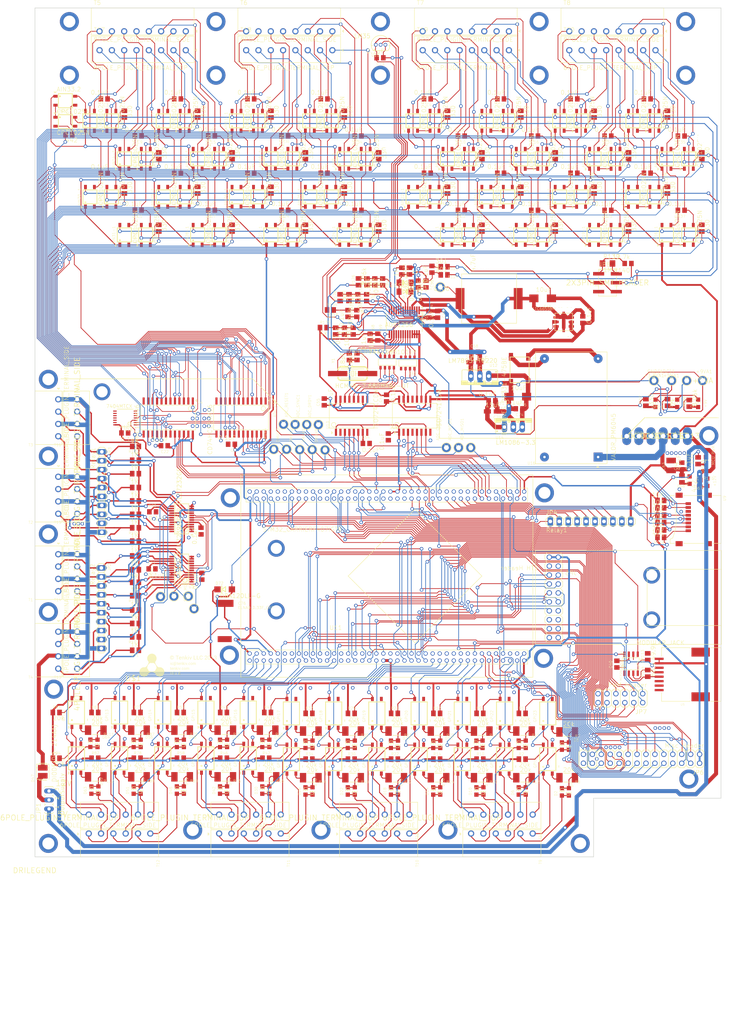
<source format=kicad_pcb>
(kicad_pcb (version 4) (host pcbnew 4.0.6)
  (layers (0 Top signal) (31 Bottom signal) (34 B.Paste user) (35 F.Paste user) (36 B.SilkS user) (37 F.SilkS user) (38 B.Mask user) (39 F.Mask user) (44 Edge.Cuts user))
  (net 0 "")
  (net 1 DGND)
  (net 2 VCC)
  (net 3 GND)
  (net 4 VDD)
  (net 5 AIN0)
  (net 6 AIN1)
  (net 7 SPI2_SCK)
  (net 8 SPI2_MISO)
  (net 9 SPI2_MOSI)
  (net 10 +12V)
  (net 11 SENS9)
  (net 12 +5V/1)
  (net 13 +5V)
  (net 14 T1.1)
  (net 15 T1.2)
  (net 16 T1.3)
  (net 17 T1.4)
  (net 18 T1.5)
  (net 19 T1.6)
  (net 20 T1.7)
  (net 21 T1.8)
  (net 22 T5.1)
  (net 23 T5.2)
  (net 24 T5.3)
  (net 25 T5.4)
  (net 26 T5.5)
  (net 27 T5.6)
  (net 28 T5.7)
  (net 29 T5.8)
  (net 30 T6.1)
  (net 31 T6.2)
  (net 32 T6.3)
  (net 33 T6.4)
  (net 34 T6.5)
  (net 35 T6.6)
  (net 36 T6.7)
  (net 37 T6.8)
  (net 38 T7.1)
  (net 39 T7.2)
  (net 40 T7.3)
  (net 41 T7.4)
  (net 42 T7.5)
  (net 43 T7.6)
  (net 44 T7.7)
  (net 45 T7.8)
  (net 46 T8.1)
  (net 47 T8.2)
  (net 48 T8.3)
  (net 49 T8.4)
  (net 50 T8.5)
  (net 51 T8.6)
  (net 52 T8.7)
  (net 53 T8.8)
  (net 54 T2.1)
  (net 55 T2.2)
  (net 56 T2.3)
  (net 57 T2.4)
  (net 58 T2.5)
  (net 59 T2.6)
  (net 60 T2.7)
  (net 61 T2.8)
  (net 62 T3.1)
  (net 63 T3.2)
  (net 64 T3.3)
  (net 65 T3.4)
  (net 66 T3.5)
  (net 67 T3.6)
  (net 68 T3.7)
  (net 69 T3.8)
  (net 70 T4.1)
  (net 71 T4.2)
  (net 72 T4.3)
  (net 73 T4.4)
  (net 74 T4.5)
  (net 75 T4.6)
  (net 76 T4.7)
  (net 77 T4.8)
  (net 78 DMUX1)
  (net 79 DMUX2)
  (net 80 DMUX3)
  (net 81 DMUX0)
  (net 82 SENS1)
  (net 83 SENS2)
  (net 84 SENS3)
  (net 85 SENS4)
  (net 86 SENS5)
  (net 87 SENS6)
  (net 88 SENS7)
  (net 89 SENS8)
  (net 90 SENS10)
  (net 91 SENS11)
  (net 92 SENS12)
  (net 93 SENS13)
  (net 94 SENS14)
  (net 95 SENS15)
  (net 96 SENS16)
  (net 97 SENS17)
  (net 98 SENS18)
  (net 99 SENS19)
  (net 100 SENS20)
  (net 101 SENS21)
  (net 102 SENS22)
  (net 103 SENS23)
  (net 104 SENS24)
  (net 105 SENS25)
  (net 106 SENS26)
  (net 107 SENS27)
  (net 108 SENS28)
  (net 109 SENS29)
  (net 110 SENS30)
  (net 111 SENS31)
  (net 112 SENS32)
  (net 113 SPI1_NSS)
  (net 114 SPI1_SCK)
  (net 115 SPI1_MISO)
  (net 116 SPI1_MOSI)
  (net 117 T11.2)
  (net 118 T11.4)
  (net 119 T10.2)
  (net 120 T10.4)
  (net 121 T9.2)
  (net 122 T12.4)
  (net 123 T12.2)
  (net 124 T14.4)
  (net 125 T14.2)
  (net 126 T15.2)
  (net 127 T15.4)
  (net 128 T16.2)
  (net 129 T16.4)
  (net 130 T13.4)
  (net 131 T13.2)
  (net 132 SPIDER_RST)
  (net 133 +9V)
  (net 134 GPI1)
  (net 135 GPI2)
  (net 136 GPI3)
  (net 137 GPI4)
  (net 138 GPI5)
  (net 139 GPI6)
  (net 140 GPI7)
  (net 141 GPI8)
  (net 142 GPI9)
  (net 143 GPI10)
  (net 144 GPI11)
  (net 145 GPI12)
  (net 146 GPI1-)
  (net 147 GPI2-)
  (net 148 GPI3-)
  (net 149 GPI4-)
  (net 150 GPI5-)
  (net 151 GPI6-)
  (net 152 GPI7-)
  (net 153 GPI8-)
  (net 154 GPI9-)
  (net 155 GPI10-)
  (net 156 GPI11-)
  (net 157 GPI12-)
  (net 158 GPI1+)
  (net 159 GPI2+)
  (net 160 GPI3+)
  (net 161 GPI4+)
  (net 162 GPI5+)
  (net 163 GPI6+)
  (net 164 GPI7+)
  (net 165 GPI8+)
  (net 166 GPI9+)
  (net 167 GPI10+)
  (net 168 GPI11+)
  (net 169 GPI12+)
  (net 170 GPI23)
  (net 171 GPI22)
  (net 172 GPI21)
  (net 173 GPI20)
  (net 174 GPI19)
  (net 175 GPI18)
  (net 176 GPI17)
  (net 177 GPI16)
  (net 178 GPI15)
  (net 179 GPI13)
  (net 180 GPI14)
  (net 181 GPI13-)
  (net 182 GPI13+)
  (net 183 GPI14-)
  (net 184 GPI14+)
  (net 185 GPI15-)
  (net 186 GPI15+)
  (net 187 GPI16-)
  (net 188 GPI16+)
  (net 189 GPI17-)
  (net 190 GPI17+)
  (net 191 GPI18-)
  (net 192 GPI18+)
  (net 193 GPI19-)
  (net 194 GPI19+)
  (net 195 GPI20-)
  (net 196 GPI20+)
  (net 197 GPI21-)
  (net 198 GPI21+)
  (net 199 GPI22-)
  (net 200 GPI22+)
  (net 201 GPI23-)
  (net 202 GPI23+)
  (net 203 2.5REF)
  (net 204 ETH_RMII_REF_CLK)
  (net 205 ETH_RMII_MDIO)
  (net 206 ETH_RMII_CRS_DV)
  (net 207 ETH_RMII_RXD0)
  (net 208 ETH_RMII_RXD1)
  (net 209 ETH_RMII_TX_EN)
  (net 210 ETH_RMII_TXD1)
  (net 211 ETH_RMII_TXD0)
  (net 212 SPI2_NSS)
  (net 213 SDIO_D2)
  (net 214 SDIO_CLK)
  (net 215 SDIO_CMD)
  (net 216 SDIO_D0)
  (net 217 SDIO_D1)
  (net 218 SDIO_D3)
  (net 219 CAN1_RX)
  (net 220 I2C2_SDA)
  (net 221 I2C2_SCL)
  (net 222 ADC3_IN9)
  (net 223 ADC3_IN15)
  (net 224 ADC3_IN5)
  (net 225 ADC3_IN4)
  (net 226 ADC3_IN8)
  (net 227 ADC3_IN14)
  (net 228 ADC2_IN10)
  (net 229 ADC2_IN12)
  (net 230 ADC2_IN13)
  (net 231 ADC1_IN0)
  (net 232 ADC1_IN3)
  (net 233 DAC_OUT2)
  (net 234 DAC_OUT1)
  (net 235 ADC1_IN6)
  (net 236 TIM1_CH1)
  (net 237 TIM1_CH2)
  (net 238 TIM1_CH3)
  (net 239 TIM1_BKIN)
  (net 240 TIM1_CH4)
  (net 241 USART3_RX)
  (net 242 USART3_TX)
  (net 243 CAN1_TX)
  (net 244 TIM8_CH4)
  (net 245 USART2_CTS)
  (net 246 USART2_TX)
  (net 247 USART2_RTS)
  (net 248 USART2_RX)
  (net 249 TIM8_BKIN)
  (net 250 TIM8_CH2)
  (net 251 TIM8_CH1)
  (net 252 TIM8_CH3)
  (net 253 I2C1_SDA)
  (net 254 I2C1_SCL)
  (net 255 ETH_RMII_MDC)
  (net 256 REL1_IN1)
  (net 257 REL1_IN2)
  (net 258 REL1_IN3)
  (net 259 REL1_IN4)
  (net 260 REL1_IN5)
  (net 261 REL1_IN6)
  (net 262 REL1_IN7)
  (net 263 REL1_IN8)
  (net 264 SPI2_RST)
  (net 265 SPI2_SYNC)
  (net 266 SPI2_DRDY)
  (net 267 DMUX4)
  (net 268 OCAL)
  (net 269 /TekDAQC_RevE_AI/N$22)
  (net 270 /TekDAQC_RevE_AI/N$18)
  (net 271 /TekDAQC_RevE_AI/N$34)
  (net 272 /TekDAQC_RevE_AI/N$19)
  (net 273 /TekDAQC_RevE_AI/N$35)
  (net 274 /TekDAQC_RevE_AI/N$36)
  (net 275 /TekDAQC_RevE_AI/N$38)
  (net 276 /TekDAQC_RevE_AI/N$37)
  (net 277 /TekDAQC_RevE_AI/N$39)
  (net 278 /TekDAQC_RevE_AI/N$40)
  (net 279 /TekDAQC_RevE_AI/N$43)
  (net 280 /TekDAQC_RevE_AI/N$41)
  (net 281 /TekDAQC_RevE_AI/N$44)
  (net 282 /TekDAQC_RevE_AI/N$42)
  (net 283 /TekDAQC_RevE_AI/N$45)
  (net 284 /TekDAQC_RevE_AI/N$46)
  (net 285 /TekDAQC_RevE_AI/N$48)
  (net 286 /TekDAQC_RevE_AI/N$47)
  (net 287 /TekDAQC_RevE_AI/N$49)
  (net 288 /TekDAQC_RevE_AI/N$50)
  (net 289 /TekDAQC_RevE_AI/N$52)
  (net 290 /TekDAQC_RevE_AI/N$51)
  (net 291 /TekDAQC_RevE_AI/N$53)
  (net 292 /TekDAQC_RevE_AI/N$54)
  (net 293 /TekDAQC_RevE_AI/N$55)
  (net 294 /TekDAQC_RevE_AI/N$56)
  (net 295 /TekDAQC_RevE_AI/N$57)
  (net 296 /TekDAQC_RevE_AI/N$58)
  (net 297 /TekDAQC_RevE_AI/N$59)
  (net 298 /TekDAQC_RevE_AI/N$60)
  (net 299 /TekDAQC_RevE_AI/N$61)
  (net 300 /TekDAQC_RevE_AI/N$62)
  (net 301 /TekDAQC_RevE_AI/N$87)
  (net 302 /TekDAQC_RevE_AI/N$78)
  (net 303 /TekDAQC_RevE_AI/N$88)
  (net 304 /TekDAQC_RevE_AI/N$79)
  (net 305 /TekDAQC_RevE_AI/N$89)
  (net 306 /TekDAQC_RevE_AI/N$80)
  (net 307 /TekDAQC_RevE_AI/N$90)
  (net 308 /TekDAQC_RevE_AI/N$81)
  (net 309 /TekDAQC_RevE_AI/N$91)
  (net 310 /TekDAQC_RevE_AI/N$83)
  (net 311 /TekDAQC_RevE_AI/N$92)
  (net 312 /TekDAQC_RevE_AI/N$84)
  (net 313 /TekDAQC_RevE_AI/N$93)
  (net 314 /TekDAQC_RevE_AI/N$85)
  (net 315 /TekDAQC_RevE_AI/N$94)
  (net 316 /TekDAQC_RevE_AI/N$86)
  (net 317 /TekDAQC_RevE_AI/N$31)
  (net 318 /TekDAQC_RevE_AI/N$33)
  (net 319 /TekDAQC_RevE_AI/N$64)
  (net 320 /TekDAQC_RevE_AI/N$63)
  (net 321 /TekDAQC_RevE_AI/N$65)
  (net 322 /TekDAQC_RevE_AI/N$66)
  (net 323 /TekDAQC_RevE_AI/N$67)
  (net 324 /TekDAQC_RevE_AI/N$68)
  (net 325 /TekDAQC_RevE_AI/N$69)
  (net 326 /TekDAQC_RevE_AI/N$70)
  (net 327 /TekDAQC_RevE_AI/N$71)
  (net 328 /TekDAQC_RevE_AI/N$72)
  (net 329 /TekDAQC_RevE_AI/N$73)
  (net 330 /TekDAQC_RevE_AI/N$74)
  (net 331 /TekDAQC_RevE_AI/N$75)
  (net 332 /TekDAQC_RevE_AI/N$76)
  (net 333 /TekDAQC_RevE_AD.sch/N$5)
  (net 334 /TekDAQC_RevE_AD.sch/N$2)
  (net 335 /TekDAQC_RevE_AD.sch/N$110)
  (net 336 /TekDAQC_RevE_AD.sch/N$15)
  (net 337 /TekDAQC_RevE_AD.sch/N$16)
  (net 338 /TekDAQC_RevE_AD.sch/N$160)
  (net 339 /TekDAQC_RevE_AD.sch/N$166)
  (net 340 /TekDAQC_RevE_AD.sch/N$165)
  (net 341 /TekDAQC_RevE_AD.sch/N$21)
  (net 342 /TekDAQC_RevE_AD.sch/N$20)
  (net 343 /TekDAQC_RevE_AD.sch/N$164)
  (net 344 /VBAT)
  (net 345 /TekDAQC_RevE_DI.sch/N$234)
  (net 346 /TekDAQC_RevE_DI.sch/N$222)
  (net 347 /TekDAQC_RevE_DI.sch/N$233)
  (net 348 /TekDAQC_RevE_DI.sch/N$221)
  (net 349 /TekDAQC_RevE_DI.sch/N$232)
  (net 350 /TekDAQC_RevE_DI.sch/N$220)
  (net 351 /TekDAQC_RevE_DI.sch/N$231)
  (net 352 /TekDAQC_RevE_DI.sch/N$219)
  (net 353 /TekDAQC_RevE_DI.sch/N$230)
  (net 354 /TekDAQC_RevE_DI.sch/N$218)
  (net 355 /TekDAQC_RevE_DI.sch/N$229)
  (net 356 /TekDAQC_RevE_DI.sch/N$217)
  (net 357 /TekDAQC_RevE_DI.sch/N$228)
  (net 358 /TekDAQC_RevE_DI.sch/N$216)
  (net 359 /TekDAQC_RevE_DI.sch/N$227)
  (net 360 /TekDAQC_RevE_DI.sch/N$215)
  (net 361 /TekDAQC_RevE_DI.sch/N$226)
  (net 362 /TekDAQC_RevE_DI.sch/N$214)
  (net 363 /TekDAQC_RevE_DI.sch/N$225)
  (net 364 /TekDAQC_RevE_DI.sch/N$213)
  (net 365 /TekDAQC_RevE_DO.sch/N$77)
  (net 366 /TekDAQC_RevE_DO.sch/N$118)
  (net 367 /TekDAQC_RevE_DI.sch/N$224)
  (net 368 /TekDAQC_RevE_DI.sch/N$212)
  (net 369 /TekDAQC_RevE_DI.sch/N$223)
  (net 370 /TekDAQC_RevE_DI.sch/N$211)
  (net 371 GPI0-)
  (net 372 /TekDAQC_RevE_AD.sch/N$163)
  (net 373 /N$4)
  (net 374 /N$1)
  (net 375 /N$17)
  (net 376 /TekDAQC_RevE_AD.sch/N$28)
  (net 377 /TekDAQC_RevE_AD.sch/N$162)
  (net 378 GPI0+)
  (net 379 /TekDAQC_RevE_DI.sch/N$209)
  (net 380 GPI0)
  (net 381 /TekDAQC_RevE_DI.sch/N$186)
  (net 382 /TekDAQC_RevE_DI.sch/N$187)
  (net 383 /TekDAQC_RevE_DI.sch/N$188)
  (net 384 /TekDAQC_RevE_DI.sch/N$189)
  (net 385 /TekDAQC_RevE_DI.sch/N$190)
  (net 386 /TekDAQC_RevE_DI.sch/N$191)
  (net 387 /TekDAQC_RevE_DI.sch/N$192)
  (net 388 /TekDAQC_RevE_DI.sch/N$193)
  (net 389 /TekDAQC_RevE_DI.sch/N$194)
  (net 390 /TekDAQC_RevE_DI.sch/N$195)
  (net 391 /TekDAQC_RevE_DI.sch/N$196)
  (net 392 /TekDAQC_RevE_DI.sch/N$197)
  (net 393 /TekDAQC_RevE_DI.sch/N$198)
  (net 394 /TekDAQC_RevE_DI.sch/N$199)
  (net 395 /TekDAQC_RevE_DI.sch/N$200)
  (net 396 /TekDAQC_RevE_DI.sch/N$201)
  (net 397 /TekDAQC_RevE_DI.sch/N$202)
  (net 398 /TekDAQC_RevE_DI.sch/N$203)
  (net 399 /TekDAQC_RevE_DI.sch/N$204)
  (net 400 /TekDAQC_RevE_DI.sch/N$205)
  (net 401 /TekDAQC_RevE_DI.sch/N$206)
  (net 402 /TekDAQC_RevE_DI.sch/N$207)
  (net 403 /TekDAQC_RevE_DI.sch/N$208)
  (net 404 "Net-(JP5-Pad14)")
  (net 405 "Net-(JP5-Pad15)")
  (net 406 "Net-(JP5-Pad16)")
  (net 407 "Net-(JP5-Pad18)")
  (net 408 "Net-(JP5-Pad20)")
  (net 409 "Net-(JP5-Pad19)")
  (net 410 "Net-(JP5-Pad17)")
  (net 411 /TekDAQC_RevE_AD.sch/N$125)
  (net 412 /TekDAQC_RevE_AD.sch/N$116)
  (net 413 "Net-(JP8-PadP$3)")
  (net 414 /TekDAQC_RevE_AD.sch/N$124)
  (net 415 /TekDAQC_RevE_AD.sch/N$114)
  (net 416 /TekDAQC_RevE_AD.sch/N$117)
  (net 417 /N$107)
  (net 418 /N$106)
  (net 419 /N$105)
  (net 420 /TekDAQC_RevE_AD.sch/N$12)
  (net 421 /TekDAQC_RevE_AD.sch/N$24)
  (net 422 /TekDAQC_RevE_AD.sch/N$23)
  (net 423 /TekDAQC_RevE_AD.sch/N$161)
  (net 424 "Net-(RA1-PadP$4)")
  (net 425 "Net-(RA1-PadP$5)")
  (net 426 /TekDAQC_RevE_AD.sch/DOUT)
  (net 427 /TekDAQC_RevE_AD.sch/N$30)
  (net 428 /TekDAQC_RevE_AD.sch/N$29)
  (net 429 /TekDAQC_RevE_AD.sch/N$149)
  (net 430 /TekDAQC_RevE_AD.sch/N$108)
  (net 431 /TekDAQC_RevE_AD.sch/N$3)
  (net 432 /TekDAQC_RevE_AD.sch/N$152)
  (net 433 /TekDAQC_RevE_AD.sch/N$154)
  (net 434 /TekDAQC_RevE_AD.sch/N$155)
  (net 435 /TekDAQC_RevE_AD.sch/N$156)
  (net 436 /TekDAQC_RevE_AD.sch/N$153)
  (net 437 /TekDAQC_RevE_DO.sch/N$82)
  (net 438 "Net-(U1-Pad13)")
  (net 439 "Net-(U1-Pad24)")
  (net 440 /TekDAQC_RevE_DO.sch/OCAL_)
  (net 441 "Net-(U3-Pad13)")
  (net 442 "Net-(U3-Pad24)")
  (net 443 /TekDAQC_RevE_DO.sch//DMUX4)
  (net 444 "Net-(U6-Pad5)")
  (net 445 "Net-(U11-PadRST)")
  (net 446 "Net-(U11-PadPC15)")
  (net 447 "Net-(U11-PadPI10)")
  (net 448 "Net-(U11-PadPF2)")
  (net 449 "Net-(U11-PadPF8)")
  (net 450 "Net-(U11-PadPH1)")
  (net 451 "Net-(U11-PadVREF)")
  (net 452 "Net-(U11-PadPB0)")
  (net 453 "Net-(U11-PadPB2)")
  (net 454 "Net-(U11-PadPF12)")
  (net 455 "Net-(U11-PadPF14)")
  (net 456 "Net-(U11-PadPG0)")
  (net 457 "Net-(U11-PadPE7)")
  (net 458 "Net-(U11-PadPH7)")
  (net 459 "Net-(U11-PadPH9)")
  (net 460 "Net-(U11-PadPE0)")
  (net 461 "Net-(U11-PadPB8)")
  (net 462 "Net-(U11-PadPG14)")
  (net 463 "Net-(U11-PadPG12)")
  (net 464 "Net-(U11-PadPG10)")
  (net 465 "Net-(U11-PadPD7)")
  (net 466 "Net-(U11-PadPD1)")
  (net 467 "Net-(U11-PadPA14)")
  (net 468 "Net-(U11-PadPI1)")
  (net 469 "Net-(U11-PadPH15)")
  (net 470 "Net-(U11-PadPD10)")
  (net 471 "Net-(U11-PadPE1)")
  (net 472 "Net-(U11-PadPB9)")
  (net 473 "Net-(U11-PadBOOT)")
  (net 474 "Net-(U11-PadPG15)")
  (net 475 "Net-(U11-PadPG11)")
  (net 476 "Net-(U11-PadPG9)")
  (net 477 "Net-(U11-PadPD0)")
  (net 478 "Net-(U11-PadPI0)")
  (net 479 "Net-(U11-PadPA8)")
  (net 480 "Net-(U11-PadPC6)")
  (net 481 "Net-(U11-PadPG7)")
  (net 482 "Net-(U11-PadPG5)")
  (net 483 "Net-(U11-PadPG3)")
  (net 484 "Net-(U11-PadPB15)")
  (net 485 "Net-(U18-Pad6)")
  (net 486 "Net-(U18-Pad8)")
  (net 487 "Net-(U18-Pad10)")
  (net 488 "Net-(U18-Pad12)")
  (net 489 "Net-(U8-Pad4)")
  (net 490 "Net-(U8-Pad13)")
  (net 491 "Net-(U11-PadPC14)")
  (net 492 "Net-(U11-PadPH0)")
  (net 493 T9.4)
  (module LTC6655LS8_CLCC8 (layer Top) (at 201.2776 73.625602 180)
    (fp_text reference U7 (at -2.4892 -3.4036 180) (layer F.SilkS) (effects (font (size 0.77216 0.77216) (thickness 0.061772)) (justify right top)))
    (fp_text value LTC6655BHLS8-2.5 (at -2.5908 4.191 180) (layer F.SilkS) (effects (font (size 0.77216 0.77216) (thickness 0.065024)) (justify right top)))
    (pad P$1 smd rect (at -2.159 -1.27 180) (size 1.4986 0.7112) (layers Top F.Paste F.Mask) (net 12 +5V/1))
    (pad P$2 smd rect (at -2.159 0 180) (size 1.4986 0.7112) (layers Top F.Paste F.Mask) (net 12 +5V/1))
    (pad P$3 smd rect (at -2.159 1.27 180) (size 1.4986 0.7112) (layers Top F.Paste F.Mask) (net 3 GND))
    (pad P$7 smd rect (at 2.159 -1.27 180) (size 1.4986 0.7112) (layers Top F.Paste F.Mask) (net 203 2.5REF))
    (pad P$6 smd rect (at 2.159 0 180) (size 1.4986 0.7112) (layers Top F.Paste F.Mask) (net 203 2.5REF))
    (pad P$5 smd rect (at 2.159 1.27 180) (size 1.4986 0.7112) (layers Top F.Paste F.Mask) (net 3 GND))
    (pad P$4 smd rect (at 0 2.159 180) (size 0.7112 1.4986) (layers Top F.Paste F.Mask) (net 3 GND))
    (pad P$8 smd rect (at 0 -1.651 180) (size 0.7112 2.4892) (layers Top F.Paste F.Mask) (net 3 GND))
  )
  (module LSP13 (layer Top) (at 222.6246 106.069593)
    (fp_text reference "" (at -1.524 -1.27) (layer F.SilkS) (effects (font (size 0.77216 0.77216) (thickness 0.077216)) (justify right top)))
    (fp_text value DGND (at 0 0) (layer F.SilkS))
    (pad MP thru_hole oval (at 0 0) (size 2.5 5) (drill 1.3208) (layers *.Cu *.Mask) (net 1 DGND))
  )
  (module LSP13 (layer Top) (at 219.1946 106.079593)
    (fp_text reference "" (at -1.524 -1.27) (layer F.SilkS) (effects (font (size 0.77216 0.77216) (thickness 0.077216)) (justify right top)))
    (fp_text value "" (at 0 0) (layer F.SilkS))
    (pad MP thru_hole oval (at 0 0) (size 2.5 5) (drill 1.3208) (layers *.Cu *.Mask))
  )
  (module "" (layer Top) (at 127.2286 56.641602)
    (fp_text reference @HOLE0 hide)
    (fp_text value "" (at 0 0) (layer F.SilkS))
    (pad "" np_thru_hole circle (at 0 0) (size 3.401059 3.401059) (drill 3.401059) (layers *.Cu))
  )
  (module "" (layer Top) (at 152.2476 23.875602)
    (fp_text reference @HOLE1 hide)
    (fp_text value "" (at 0 0) (layer F.SilkS))
    (pad "" np_thru_hole circle (at 0 0) (size 3.401059 3.401059) (drill 3.401059) (layers *.Cu))
  )
  (module "" (layer Top) (at 241.0206 21.462602)
    (fp_text reference @HOLE2 hide)
    (fp_text value "" (at 0 0) (layer F.SilkS))
    (pad "" np_thru_hole circle (at 0 0) (size 3.401059 3.401059) (drill 3.401059) (layers *.Cu))
  )
  (module "" (layer Top) (at 241.0206 56.641602)
    (fp_text reference @HOLE3 hide)
    (fp_text value "" (at 0 0) (layer F.SilkS))
    (pad "" np_thru_hole circle (at 0 0) (size 3.401059 3.401059) (drill 3.401059) (layers *.Cu))
  )
  (module "" (layer Top) (at 59.2836 27.177602)
    (fp_text reference @HOLE4 hide)
    (fp_text value "" (at 0 0) (layer F.SilkS))
    (pad "" np_thru_hole circle (at 0 0) (size 3.401059 3.401059) (drill 3.401059) (layers *.Cu))
  )
  (module "" (layer Top) (at 62.5856 77.723602)
    (fp_text reference @HOLE6 hide)
    (fp_text value "" (at 0 0) (layer F.SilkS))
    (pad "" np_thru_hole circle (at 0 0) (size 3.401059 3.401059) (drill 3.401059) (layers *.Cu))
  )
  (module "" (layer Top) (at 178.0286 56.641602)
    (fp_text reference @HOLE7 hide)
    (fp_text value "" (at 0 0) (layer F.SilkS))
    (pad "" np_thru_hole circle (at 0 0) (size 3.401059 3.401059) (drill 3.401059) (layers *.Cu))
  )
  (module "" (layer Top) (at 241.0206 77.723602)
    (fp_text reference @HOLE8 hide)
    (fp_text value "" (at 0 0) (layer F.SilkS))
    (pad "" np_thru_hole circle (at 0 0) (size 3.401059 3.401059) (drill 3.401059) (layers *.Cu))
  )
  (module "" (layer Top) (at 127.2286 77.723602)
    (fp_text reference @HOLE9 hide)
    (fp_text value "" (at 0 0) (layer F.SilkS))
    (pad "" np_thru_hole circle (at 0 0) (size 3.401059 3.401059) (drill 3.401059) (layers *.Cu))
  )
  (module "" (layer Top) (at 178.0286 77.723602)
    (fp_text reference @HOLE10 hide)
    (fp_text value "" (at 0 0) (layer F.SilkS))
    (pad "" np_thru_hole circle (at 0 0) (size 3.401059 3.401059) (drill 3.401059) (layers *.Cu))
  )
  (module RESISTOR_M0805 (layer Top) (at 239.4666 113.039593 90)
    (fp_text reference R133 (at -1.016 -1.016 90) (layer F.SilkS) (effects (font (size 0.77216 0.77216) (thickness 0.061772)) (justify left bottom)))
    (fp_text value 0 (at -1.016 2.286 90) (layer F.SilkS) (effects (font (size 1.2065 1.2065) (thickness 0.1016)) (justify left bottom)))
    (pad 1 smd rect (at -0.95 0 90) (size 1.3 1.6) (layers Top F.Paste F.Mask) (net 375 /N$17))
    (pad 2 smd rect (at 0.95 0 90) (size 1.3 1.6) (layers Top F.Paste F.Mask) (net 2 VCC))
  )
  (module LED_CHIPLED_0805 (layer Top) (at 241.6886 113.039593)
    (fp_text reference D69 (at -1.27 1.27 90) (layer F.SilkS) (effects (font (size 0.77216 0.77216) (thickness 0.061772)) (justify right top)))
    (fp_text value "MCU PWR" (at 2.54 1.27 90) (layer F.SilkS) (effects (font (size 0.77216 0.77216) (thickness 0.061772)) (justify left bottom)))
    (pad C smd rect (at 0 -1.05) (size 1.2 1.2) (layers Top F.Paste F.Mask) (net 1 DGND))
    (pad A smd rect (at 0 1.05) (size 1.2 1.2) (layers Top F.Paste F.Mask) (net 375 /N$17))
  )
  (module CAPACITOR_C0805 (layer Top) (at 162.952694 71.471449 270)
    (fp_text reference C47 (at -1.27 -1.27 450) (layer F.SilkS) (effects (font (size 0.77216 0.77216) (thickness 0.061772)) (justify left bottom)))
    (fp_text value 10uF (at -1.27 2.54 270) (layer F.SilkS) (effects (font (size 1.2065 1.2065) (thickness 0.1016)) (justify right top)))
    (pad 1 smd rect (at -0.95 0 270) (size 1.3 1.5) (layers Top F.Paste F.Mask) (net 12 +5V/1))
    (pad 2 smd rect (at 0.95 0 270) (size 1.3 1.5) (layers Top F.Paste F.Mask) (net 3 GND))
  )
  (module CAPACITOR_C0805 (layer Top) (at 165.4526 71.471593 270)
    (fp_text reference C46 (at -1.27 -1.27 450) (layer F.SilkS) (effects (font (size 0.77216 0.77216) (thickness 0.061772)) (justify right top)))
    (fp_text value 0.1uF (at -1.27 2.54 270) (layer F.SilkS) (effects (font (size 1.2065 1.2065) (thickness 0.1016)) (justify right top)))
    (pad 1 smd rect (at -0.95 0 270) (size 1.3 1.5) (layers Top F.Paste F.Mask) (net 12 +5V/1))
    (pad 2 smd rect (at 0.95 0 270) (size 1.3 1.5) (layers Top F.Paste F.Mask) (net 3 GND))
  )
  (module CAPACITOR_C0805 (layer Top) (at 163.8346 58.669593 270)
    (fp_text reference C49 (at -1.27 -1.27 450) (layer F.SilkS) (effects (font (size 0.77216 0.77216) (thickness 0.061772)) (justify right top)))
    (fp_text value 0.1uF (at -1.27 2.54 270) (layer F.SilkS) (effects (font (size 1.2065 1.2065) (thickness 0.1016)) (justify right top)))
    (pad 1 smd rect (at -0.95 0 270) (size 1.3 1.5) (layers Top F.Paste F.Mask) (net 336 /TekDAQC_RevE_AD.sch/N$15))
    (pad 2 smd rect (at 0.95 0 270) (size 1.3 1.5) (layers Top F.Paste F.Mask) (net 337 /TekDAQC_RevE_AD.sch/N$16))
  )
  (module CAPACITOR_C0805 (layer Top) (at 148.4526 77.916593 270)
    (fp_text reference C69 (at -1.27 -1.27 450) (layer F.SilkS) (effects (font (size 0.77216 0.77216) (thickness 0.061772)) (justify left bottom)))
    (fp_text value 10uF (at -1.27 2.54 270) (layer F.SilkS) (effects (font (size 1.2065 1.2065) (thickness 0.1016)) (justify right top)))
    (pad 1 smd rect (at -0.95 0 270) (size 1.3 1.5) (layers Top F.Paste F.Mask) (net 4 VDD))
    (pad 2 smd rect (at 0.95 0 270) (size 1.3 1.5) (layers Top F.Paste F.Mask) (net 3 GND))
  )
  (module CAPACITOR_C0805 (layer Top) (at 146.2696 77.936593 270)
    (fp_text reference C68 (at -1.27 -1.27 450) (layer F.SilkS) (effects (font (size 0.77216 0.77216) (thickness 0.061772)) (justify left bottom)))
    (fp_text value 0.1uF (at -1.27 2.54 270) (layer F.SilkS) (effects (font (size 1.2065 1.2065) (thickness 0.1016)) (justify right top)))
    (pad 1 smd rect (at -0.95 0 270) (size 1.3 1.5) (layers Top F.Paste F.Mask) (net 4 VDD))
    (pad 2 smd rect (at 0.95 0 270) (size 1.3 1.5) (layers Top F.Paste F.Mask) (net 3 GND))
  )
  (module CAPACITOR_C0805 (layer Top) (at 142.5506 83.484611 270)
    (fp_text reference C65 (at -1.27 -1.27 450) (layer F.SilkS) (effects (font (size 0.77216 0.77216) (thickness 0.061772)) (justify right top)))
    (fp_text value 18pF (at -1.27 2.54 270) (layer F.SilkS) (effects (font (size 1.2065 1.2065) (thickness 0.1016)) (justify right top)))
    (pad 1 smd rect (at -0.95 0 270) (size 1.3 1.5) (layers Top F.Paste F.Mask) (net 342 /TekDAQC_RevE_AD.sch/N$20))
    (pad 2 smd rect (at 0.95 0 270) (size 1.3 1.5) (layers Top F.Paste F.Mask) (net 3 GND))
  )
  (module CAPACITOR_C0805 (layer Top) (at 140.3516 83.500611 270)
    (fp_text reference C64 (at -1.27 -1.27 450) (layer F.SilkS) (effects (font (size 0.77216 0.77216) (thickness 0.061772)) (justify right top)))
    (fp_text value 18pF (at -1.27 2.54 270) (layer F.SilkS) (effects (font (size 1.2065 1.2065) (thickness 0.1016)) (justify right top)))
    (pad 1 smd rect (at -0.95 0 270) (size 1.3 1.5) (layers Top F.Paste F.Mask) (net 341 /TekDAQC_RevE_AD.sch/N$21))
    (pad 2 smd rect (at 0.95 0 270) (size 1.3 1.5) (layers Top F.Paste F.Mask) (net 3 GND))
  )
  (module RESISTOR_M0805 (layer Top) (at 167.3016 57.954593 180)
    (fp_text reference R122 (at -1.016 -1.016 360) (layer F.SilkS) (effects (font (size 0.77216 0.77216) (thickness 0.061772)) (justify left bottom)))
    (fp_text value 301 (at -1.016 2.286 180) (layer F.SilkS) (effects (font (size 1.2065 1.2065) (thickness 0.1016)) (justify right top)))
    (pad 1 smd rect (at -0.95 0 180) (size 1.3 1.6) (layers Top F.Paste F.Mask) (net 412 /TekDAQC_RevE_AD.sch/N$116))
    (pad 2 smd rect (at 0.95 0 180) (size 1.3 1.6) (layers Top F.Paste F.Mask) (net 336 /TekDAQC_RevE_AD.sch/N$15))
  )
  (module RESISTOR_M0805 (layer Top) (at 167.2916 60.256593 180)
    (fp_text reference R124 (at -1.016 -1.016 360) (layer F.SilkS) (effects (font (size 0.77216 0.77216) (thickness 0.061772)) (justify left bottom)))
    (fp_text value 301 (at -1.016 2.286 180) (layer F.SilkS) (effects (font (size 1.2065 1.2065) (thickness 0.1016)) (justify right top)))
    (pad 1 smd rect (at -0.95 0 180) (size 1.3 1.6) (layers Top F.Paste F.Mask) (net 6 AIN1))
    (pad 2 smd rect (at 0.95 0 180) (size 1.3 1.6) (layers Top F.Paste F.Mask) (net 337 /TekDAQC_RevE_AD.sch/N$16))
  )
  (module CRYSTAL_HCM49 (layer Top) (at 141.3066 88.289593)
    (fp_text reference Y1 (at -5.08 -2.921 90) (layer F.SilkS) (effects (font (size 0.77216 0.77216) (thickness 0.077216)) (justify left bottom)))
    (fp_text value HCM49-7.680MABJ-UT (at -5.08 4.191) (layer F.SilkS) (effects (font (size 1.2065 1.2065) (thickness 0.127)) (justify left bottom)))
    (pad P$1 smd rect (at 4.25 0) (size 5.5 1.5) (layers Top F.Paste F.Mask) (net 342 /TekDAQC_RevE_AD.sch/N$20))
    (pad P$2 smd rect (at -4.25 0) (size 5.5 1.5) (layers Top F.Paste F.Mask) (net 341 /TekDAQC_RevE_AD.sch/N$21))
  )
  (module CAPACITOR_6054 (layer Top) (at 180.0786 66.993593 90)
    (fp_text reference C44 (at 7.62 -6.35 90) (layer F.SilkS) (effects (font (size 0.77216 0.77216) (thickness 0.061772)) (justify left bottom)))
    (fp_text value 4.7uF (at 7.62 -3.81 90) (layer F.SilkS) (effects (font (size 1.2065 1.2065) (thickness 0.1016)) (justify left bottom)))
    (pad 1 smd rect (at 0 -8.255 90) (size 5.9944 2.5146) (layers Top F.Paste F.Mask) (net 203 2.5REF))
    (pad 2 smd rect (at 0 8.255 90) (size 5.9944 2.5146) (layers Top F.Paste F.Mask) (net 3 GND))
  )
  (module CAPACITOR_C0805 (layer Top) (at 180.8976 95.981593 180)
    (fp_text reference C71 (at -1.27 -1.27 360) (layer F.SilkS) (effects (font (size 0.77216 0.77216) (thickness 0.061772)) (justify left bottom)))
    (fp_text value 0.1uF (at -1.27 2.54 180) (layer F.SilkS) (effects (font (size 1.2065 1.2065) (thickness 0.1016)) (justify right top)))
    (pad 1 smd rect (at -0.95 0 180) (size 1.3 1.5) (layers Top F.Paste F.Mask) (net 4 VDD))
    (pad 2 smd rect (at 0.95 0 180) (size 1.3 1.5) (layers Top F.Paste F.Mask) (net 3 GND))
  )
  (module RESISTOR_M0805 (layer Top) (at 224.6186 96.491593 90)
    (fp_text reference R137 (at -1.016 -1.016 90) (layer F.SilkS) (effects (font (size 0.77216 0.77216) (thickness 0.061772)) (justify left bottom)))
    (fp_text value 330 (at -1.016 2.286 90) (layer F.SilkS) (effects (font (size 1.2065 1.2065) (thickness 0.1016)) (justify left bottom)))
    (pad 1 smd rect (at -0.95 0 90) (size 1.3 1.6) (layers Top F.Paste F.Mask) (net 376 /TekDAQC_RevE_AD.sch/N$28))
    (pad 2 smd rect (at 0.95 0 90) (size 1.3 1.6) (layers Top F.Paste F.Mask) (net 4 VDD))
  )
  (module LED_CHIPLED_0805 (layer Top) (at 227.3646 96.745593)
    (fp_text reference D70 (at -1.27 1.27) (layer F.SilkS) (effects (font (size 0.77216 0.77216) (thickness 0.061772)) (justify left bottom)))
    (fp_text value +3.3V (at 2.54 1.27 90) (layer F.SilkS) (effects (font (size 0.77216 0.77216) (thickness 0.061772)) (justify left bottom)))
    (pad C smd rect (at 0 -1.05) (size 1.2 1.2) (layers Top F.Paste F.Mask) (net 3 GND))
    (pad A smd rect (at 0 1.05) (size 1.2 1.2) (layers Top F.Paste F.Mask) (net 376 /TekDAQC_RevE_AD.sch/N$28))
  )
  (module OTHER_KEYSTONE_5000 (layer Top) (at 167.9386 109.331593)
    (fp_text reference ADC_CLK1 (at -2 -2 90) (layer F.SilkS) (effects (font (size 0.77216 0.77216) (thickness 0.061772)) (justify left bottom)))
    (fp_text value Y (at 0 0) (layer F.SilkS))
    (pad TP thru_hole circle (at 0 0) (size 2.54 2.54) (drill 1.4) (layers *.Cu *.Mask) (net 7 SPI2_SCK))
  )
  (module OTHER_KEYSTONE_5000 (layer Top) (at 171.4006 109.331593)
    (fp_text reference ADC_MOSI1 (at -2 -2 90) (layer F.SilkS) (effects (font (size 0.77216 0.77216) (thickness 0.061772)) (justify left bottom)))
    (fp_text value W (at 0 0) (layer F.SilkS))
    (pad TP thru_hole circle (at 0 0) (size 2.54 2.54) (drill 1.4) (layers *.Cu *.Mask) (net 9 SPI2_MOSI))
  )
  (module OTHER_KEYSTONE_5000 (layer Top) (at 174.8626 109.331593)
    (fp_text reference ADC_MISO1 (at -2 -2 90) (layer F.SilkS) (effects (font (size 0.77216 0.77216) (thickness 0.061772)) (justify left bottom)))
    (fp_text value B (at 0 0) (layer F.SilkS))
    (pad TP thru_hole circle (at 0 0) (size 2.54 2.54) (drill 1.4) (layers *.Cu *.Mask) (net 8 SPI2_MISO))
  )
  (module OTHER_KEYSTONE_5000 (layer Top) (at 122.5336 109.805593)
    (fp_text reference DMUX3 (at -2 -2 90) (layer F.SilkS) (effects (font (size 0.77216 0.77216) (thickness 0.061772)) (justify left bottom)))
    (fp_text value O (at 0 0) (layer F.SilkS))
    (pad TP thru_hole circle (at 0 0) (size 2.54 2.54) (drill 1.4) (layers *.Cu *.Mask) (net 80 DMUX3))
  )
  (module CAPACITOR_C0805 (layer Top) (at 175.976591 82.207599)
    (fp_text reference C58 (at -1.27 -1.27) (layer F.SilkS) (effects (font (size 0.77216 0.77216) (thickness 0.061772)) (justify left bottom)))
    (fp_text value 0.1uF (at -1.27 2.54) (layer F.SilkS) (effects (font (size 1.2065 1.2065) (thickness 0.1016)) (justify left bottom)))
    (pad 1 smd rect (at -0.95 0) (size 1.3 1.5) (layers Top F.Paste F.Mask) (net 12 +5V/1))
    (pad 2 smd rect (at 0.95 0) (size 1.3 1.5) (layers Top F.Paste F.Mask) (net 3 GND))
  )
  (module CPC1025N_SOP4 (layer Top) (at 227.0506 16.509602)
    (fp_text reference AIN0+1 (at -2.54 2.54 90) (layer F.SilkS) (effects (font (size 0.77216 0.77216) (thickness 0.061772)) (justify left bottom)))
    (fp_text value CPC1025N (at 3.81 2.54 90) (layer F.SilkS) (effects (font (size 1.2065 1.2065) (thickness 0.1016)) (justify left bottom)))
    (pad 1 smd rect (at -1.27 2.8) (size 0.8 1.2) (layers Top F.Paste F.Mask) (net 269 /TekDAQC_RevE_AI/N$22))
    (pad 2 smd rect (at 1.27 2.8) (size 0.8 1.2) (layers Top F.Paste F.Mask) (net 270 /TekDAQC_RevE_AI/N$18))
    (pad 3 smd rect (at 1.27 -2.8) (size 0.8 1.2) (layers Top F.Paste F.Mask) (net 14 T1.1))
    (pad 4 smd rect (at -1.27 -2.8) (size 0.8 1.2) (layers Top F.Paste F.Mask) (net 5 AIN0))
  )
  (module CPC1025N_SOP4 (layer Top) (at 220.9546 16.509602)
    (fp_text reference AIN0-1 (at -2.54 2.54 90) (layer F.SilkS) (effects (font (size 0.77216 0.77216) (thickness 0.061772)) (justify left bottom)))
    (fp_text value CPC1025N (at 3.81 2.54 90) (layer F.SilkS) (effects (font (size 1.2065 1.2065) (thickness 0.1016)) (justify left bottom)))
    (pad 1 smd rect (at -1.27 2.8) (size 0.8 1.2) (layers Top F.Paste F.Mask) (net 13 +5V))
    (pad 2 smd rect (at 1.27 2.8) (size 0.8 1.2) (layers Top F.Paste F.Mask) (net 269 /TekDAQC_RevE_AI/N$22))
    (pad 3 smd rect (at 1.27 -2.8) (size 0.8 1.2) (layers Top F.Paste F.Mask) (net 15 T1.2))
    (pad 4 smd rect (at -1.27 -2.8) (size 0.8 1.2) (layers Top F.Paste F.Mask) (net 6 AIN1))
  )
  (module CPC1025N_SOP4 (layer Top) (at 236.8296 27.304602)
    (fp_text reference AIN1+1 (at -2.54 2.54 90) (layer F.SilkS) (effects (font (size 0.77216 0.77216) (thickness 0.061772)) (justify left bottom)))
    (fp_text value CPC1025N (at 3.81 2.54 90) (layer F.SilkS) (effects (font (size 1.2065 1.2065) (thickness 0.1016)) (justify left bottom)))
    (pad 1 smd rect (at -1.27 2.8) (size 0.8 1.2) (layers Top F.Paste F.Mask) (net 271 /TekDAQC_RevE_AI/N$34))
    (pad 2 smd rect (at 1.27 2.8) (size 0.8 1.2) (layers Top F.Paste F.Mask) (net 272 /TekDAQC_RevE_AI/N$19))
    (pad 3 smd rect (at 1.27 -2.8) (size 0.8 1.2) (layers Top F.Paste F.Mask) (net 16 T1.3))
    (pad 4 smd rect (at -1.27 -2.8) (size 0.8 1.2) (layers Top F.Paste F.Mask) (net 5 AIN0))
  )
  (module CPC1025N_SOP4 (layer Top) (at 230.4796 27.304602)
    (fp_text reference AIN1-1 (at -2.54 2.54 90) (layer F.SilkS) (effects (font (size 0.77216 0.77216) (thickness 0.061772)) (justify left bottom)))
    (fp_text value CPC1025N (at 3.81 2.54 90) (layer F.SilkS) (effects (font (size 1.2065 1.2065) (thickness 0.1016)) (justify left bottom)))
    (pad 1 smd rect (at -1.27 2.8) (size 0.8 1.2) (layers Top F.Paste F.Mask) (net 13 +5V))
    (pad 2 smd rect (at 1.27 2.8) (size 0.8 1.2) (layers Top F.Paste F.Mask) (net 271 /TekDAQC_RevE_AI/N$34))
    (pad 3 smd rect (at 1.27 -2.8) (size 0.8 1.2) (layers Top F.Paste F.Mask) (net 17 T1.4))
    (pad 4 smd rect (at -1.27 -2.8) (size 0.8 1.2) (layers Top F.Paste F.Mask) (net 6 AIN1))
  )
  (module CPC1025N_SOP4 (layer Top) (at 216.0016 27.304602)
    (fp_text reference AIN2+1 (at -2.54 2.54 90) (layer F.SilkS) (effects (font (size 0.77216 0.77216) (thickness 0.061772)) (justify left bottom)))
    (fp_text value CPC1025N (at 3.81 2.54 90) (layer F.SilkS) (effects (font (size 1.2065 1.2065) (thickness 0.1016)) (justify left bottom)))
    (pad 1 smd rect (at -1.27 2.8) (size 0.8 1.2) (layers Top F.Paste F.Mask) (net 273 /TekDAQC_RevE_AI/N$35))
    (pad 2 smd rect (at 1.27 2.8) (size 0.8 1.2) (layers Top F.Paste F.Mask) (net 274 /TekDAQC_RevE_AI/N$36))
    (pad 3 smd rect (at 1.27 -2.8) (size 0.8 1.2) (layers Top F.Paste F.Mask) (net 18 T1.5))
    (pad 4 smd rect (at -1.27 -2.8) (size 0.8 1.2) (layers Top F.Paste F.Mask) (net 5 AIN0))
  )
  (module CPC1025N_SOP4 (layer Top) (at 209.9056 27.304602)
    (fp_text reference AIN2-1 (at -2.54 2.54 90) (layer F.SilkS) (effects (font (size 0.77216 0.77216) (thickness 0.061772)) (justify left bottom)))
    (fp_text value CPC1025N (at 3.81 2.54 90) (layer F.SilkS) (effects (font (size 1.2065 1.2065) (thickness 0.1016)) (justify left bottom)))
    (pad 1 smd rect (at -1.27 2.8) (size 0.8 1.2) (layers Top F.Paste F.Mask) (net 13 +5V))
    (pad 2 smd rect (at 1.27 2.8) (size 0.8 1.2) (layers Top F.Paste F.Mask) (net 273 /TekDAQC_RevE_AI/N$35))
    (pad 3 smd rect (at 1.27 -2.8) (size 0.8 1.2) (layers Top F.Paste F.Mask) (net 19 T1.6))
    (pad 4 smd rect (at -1.27 -2.8) (size 0.8 1.2) (layers Top F.Paste F.Mask) (net 6 AIN1))
  )
  (module CPC1025N_SOP4 (layer Top) (at 206.2226 16.509602)
    (fp_text reference AIN3+1 (at -2.54 2.54 90) (layer F.SilkS) (effects (font (size 0.77216 0.77216) (thickness 0.061772)) (justify left bottom)))
    (fp_text value CPC1025N (at 3.81 2.54 90) (layer F.SilkS) (effects (font (size 1.2065 1.2065) (thickness 0.1016)) (justify left bottom)))
    (pad 1 smd rect (at -1.27 2.8) (size 0.8 1.2) (layers Top F.Paste F.Mask) (net 275 /TekDAQC_RevE_AI/N$38))
    (pad 2 smd rect (at 1.27 2.8) (size 0.8 1.2) (layers Top F.Paste F.Mask) (net 276 /TekDAQC_RevE_AI/N$37))
    (pad 3 smd rect (at 1.27 -2.8) (size 0.8 1.2) (layers Top F.Paste F.Mask) (net 20 T1.7))
    (pad 4 smd rect (at -1.27 -2.8) (size 0.8 1.2) (layers Top F.Paste F.Mask) (net 5 AIN0))
  )
  (module CPC1025N_SOP4 (layer Top) (at 200.1266 16.509602)
    (fp_text reference AIN3-1 (at -2.54 2.54 90) (layer F.SilkS) (effects (font (size 0.77216 0.77216) (thickness 0.061772)) (justify left bottom)))
    (fp_text value CPC1025N (at 3.81 2.54 90) (layer F.SilkS) (effects (font (size 1.2065 1.2065) (thickness 0.1016)) (justify left bottom)))
    (pad 1 smd rect (at -1.27 2.8) (size 0.8 1.2) (layers Top F.Paste F.Mask) (net 13 +5V))
    (pad 2 smd rect (at 1.27 2.8) (size 0.8 1.2) (layers Top F.Paste F.Mask) (net 275 /TekDAQC_RevE_AI/N$38))
    (pad 3 smd rect (at 1.27 -2.8) (size 0.8 1.2) (layers Top F.Paste F.Mask) (net 21 T1.8))
    (pad 4 smd rect (at -1.27 -2.8) (size 0.8 1.2) (layers Top F.Paste F.Mask) (net 6 AIN1))
  )
  (module CPC1025N_SOP4 (layer Top) (at 185.3946 16.509602)
    (fp_text reference AIN4+1 (at -2.54 2.54 90) (layer F.SilkS) (effects (font (size 0.77216 0.77216) (thickness 0.061772)) (justify left bottom)))
    (fp_text value CPC1025N (at 3.81 2.54 90) (layer F.SilkS) (effects (font (size 1.2065 1.2065) (thickness 0.1016)) (justify left bottom)))
    (pad 1 smd rect (at -1.27 2.8) (size 0.8 1.2) (layers Top F.Paste F.Mask) (net 277 /TekDAQC_RevE_AI/N$39))
    (pad 2 smd rect (at 1.27 2.8) (size 0.8 1.2) (layers Top F.Paste F.Mask) (net 278 /TekDAQC_RevE_AI/N$40))
    (pad 3 smd rect (at 1.27 -2.8) (size 0.8 1.2) (layers Top F.Paste F.Mask) (net 54 T2.1))
    (pad 4 smd rect (at -1.27 -2.8) (size 0.8 1.2) (layers Top F.Paste F.Mask) (net 5 AIN0))
  )
  (module CPC1025N_SOP4 (layer Top) (at 179.2986 16.509602)
    (fp_text reference AIN4-1 (at -2.54 2.54 90) (layer F.SilkS) (effects (font (size 0.77216 0.77216) (thickness 0.061772)) (justify left bottom)))
    (fp_text value CPC1025N (at 3.81 2.54 90) (layer F.SilkS) (effects (font (size 1.2065 1.2065) (thickness 0.1016)) (justify left bottom)))
    (pad 1 smd rect (at -1.27 2.8) (size 0.8 1.2) (layers Top F.Paste F.Mask) (net 13 +5V))
    (pad 2 smd rect (at 1.27 2.8) (size 0.8 1.2) (layers Top F.Paste F.Mask) (net 277 /TekDAQC_RevE_AI/N$39))
    (pad 3 smd rect (at 1.27 -2.8) (size 0.8 1.2) (layers Top F.Paste F.Mask) (net 55 T2.2))
    (pad 4 smd rect (at -1.27 -2.8) (size 0.8 1.2) (layers Top F.Paste F.Mask) (net 6 AIN1))
  )
  (module CPC1025N_SOP4 (layer Top) (at 195.1736 27.304602)
    (fp_text reference AIN5+1 (at -2.54 2.54 90) (layer F.SilkS) (effects (font (size 0.77216 0.77216) (thickness 0.061772)) (justify left bottom)))
    (fp_text value CPC1025N (at 3.81 2.54 90) (layer F.SilkS) (effects (font (size 1.2065 1.2065) (thickness 0.1016)) (justify left bottom)))
    (pad 1 smd rect (at -1.27 2.8) (size 0.8 1.2) (layers Top F.Paste F.Mask) (net 279 /TekDAQC_RevE_AI/N$43))
    (pad 2 smd rect (at 1.27 2.8) (size 0.8 1.2) (layers Top F.Paste F.Mask) (net 280 /TekDAQC_RevE_AI/N$41))
    (pad 3 smd rect (at 1.27 -2.8) (size 0.8 1.2) (layers Top F.Paste F.Mask) (net 56 T2.3))
    (pad 4 smd rect (at -1.27 -2.8) (size 0.8 1.2) (layers Top F.Paste F.Mask) (net 5 AIN0))
  )
  (module CPC1025N_SOP4 (layer Top) (at 189.0776 27.304602)
    (fp_text reference AIN5-1 (at -2.54 2.54 90) (layer F.SilkS) (effects (font (size 0.77216 0.77216) (thickness 0.061772)) (justify left bottom)))
    (fp_text value CPC1025N (at 3.81 2.54 90) (layer F.SilkS) (effects (font (size 1.2065 1.2065) (thickness 0.1016)) (justify left bottom)))
    (pad 1 smd rect (at -1.27 2.8) (size 0.8 1.2) (layers Top F.Paste F.Mask) (net 13 +5V))
    (pad 2 smd rect (at 1.27 2.8) (size 0.8 1.2) (layers Top F.Paste F.Mask) (net 279 /TekDAQC_RevE_AI/N$43))
    (pad 3 smd rect (at 1.27 -2.8) (size 0.8 1.2) (layers Top F.Paste F.Mask) (net 57 T2.4))
    (pad 4 smd rect (at -1.27 -2.8) (size 0.8 1.2) (layers Top F.Paste F.Mask) (net 6 AIN1))
  )
  (module CPC1025N_SOP4 (layer Top) (at 174.3456 27.304602)
    (fp_text reference AIN6+1 (at -2.54 2.54 90) (layer F.SilkS) (effects (font (size 0.77216 0.77216) (thickness 0.061772)) (justify left bottom)))
    (fp_text value CPC1025N (at 3.81 2.54 90) (layer F.SilkS) (effects (font (size 1.2065 1.2065) (thickness 0.1016)) (justify left bottom)))
    (pad 1 smd rect (at -1.27 2.8) (size 0.8 1.2) (layers Top F.Paste F.Mask) (net 281 /TekDAQC_RevE_AI/N$44))
    (pad 2 smd rect (at 1.27 2.8) (size 0.8 1.2) (layers Top F.Paste F.Mask) (net 282 /TekDAQC_RevE_AI/N$42))
    (pad 3 smd rect (at 1.27 -2.8) (size 0.8 1.2) (layers Top F.Paste F.Mask) (net 58 T2.5))
    (pad 4 smd rect (at -1.27 -2.8) (size 0.8 1.2) (layers Top F.Paste F.Mask) (net 5 AIN0))
  )
  (module CPC1025N_SOP4 (layer Top) (at 168.2496 27.304602)
    (fp_text reference AIN6-1 (at -2.54 2.54 90) (layer F.SilkS) (effects (font (size 0.77216 0.77216) (thickness 0.061772)) (justify left bottom)))
    (fp_text value CPC1025N (at 3.81 2.54 90) (layer F.SilkS) (effects (font (size 1.2065 1.2065) (thickness 0.1016)) (justify left bottom)))
    (pad 1 smd rect (at -1.27 2.8) (size 0.8 1.2) (layers Top F.Paste F.Mask) (net 13 +5V))
    (pad 2 smd rect (at 1.27 2.8) (size 0.8 1.2) (layers Top F.Paste F.Mask) (net 281 /TekDAQC_RevE_AI/N$44))
    (pad 3 smd rect (at 1.27 -2.8) (size 0.8 1.2) (layers Top F.Paste F.Mask) (net 59 T2.6))
    (pad 4 smd rect (at -1.27 -2.8) (size 0.8 1.2) (layers Top F.Paste F.Mask) (net 6 AIN1))
  )
  (module CPC1025N_SOP4 (layer Top) (at 164.5666 16.509602)
    (fp_text reference AIN7+1 (at -2.54 2.54 90) (layer F.SilkS) (effects (font (size 0.77216 0.77216) (thickness 0.061772)) (justify left bottom)))
    (fp_text value CPC1025N (at 3.81 2.54 90) (layer F.SilkS) (effects (font (size 1.2065 1.2065) (thickness 0.1016)) (justify left bottom)))
    (pad 1 smd rect (at -1.27 2.8) (size 0.8 1.2) (layers Top F.Paste F.Mask) (net 283 /TekDAQC_RevE_AI/N$45))
    (pad 2 smd rect (at 1.27 2.8) (size 0.8 1.2) (layers Top F.Paste F.Mask) (net 284 /TekDAQC_RevE_AI/N$46))
    (pad 3 smd rect (at 1.27 -2.8) (size 0.8 1.2) (layers Top F.Paste F.Mask) (net 60 T2.7))
    (pad 4 smd rect (at -1.27 -2.8) (size 0.8 1.2) (layers Top F.Paste F.Mask) (net 5 AIN0))
  )
  (module CPC1025N_SOP4 (layer Top) (at 158.4706 16.509602)
    (fp_text reference AIN7-1 (at -2.54 2.54 90) (layer F.SilkS) (effects (font (size 0.77216 0.77216) (thickness 0.061772)) (justify left bottom)))
    (fp_text value CPC1025N (at 3.81 2.54 90) (layer F.SilkS) (effects (font (size 1.2065 1.2065) (thickness 0.1016)) (justify left bottom)))
    (pad 1 smd rect (at -1.27 2.8) (size 0.8 1.2) (layers Top F.Paste F.Mask) (net 13 +5V))
    (pad 2 smd rect (at 1.27 2.8) (size 0.8 1.2) (layers Top F.Paste F.Mask) (net 283 /TekDAQC_RevE_AI/N$45))
    (pad 3 smd rect (at 1.27 -2.8) (size 0.8 1.2) (layers Top F.Paste F.Mask) (net 61 T2.8))
    (pad 4 smd rect (at -1.27 -2.8) (size 0.8 1.2) (layers Top F.Paste F.Mask) (net 6 AIN1))
  )
  (module RESISTOR_M0805 (layer Top) (at 230.7336 14.604602 90)
    (fp_text reference R106 (at -1.016 -1.016 90) (layer F.SilkS) (effects (font (size 0.77216 0.77216) (thickness 0.061772)) (justify right top)))
    (fp_text value 330 (at -1.016 2.286 90) (layer F.SilkS) (effects (font (size 1.2065 1.2065) (thickness 0.1016)) (justify left bottom)))
    (pad 1 smd rect (at -0.95 0 90) (size 1.3 1.6) (layers Top F.Paste F.Mask) (net 82 SENS1))
    (pad 2 smd rect (at 0.95 0 90) (size 1.3 1.6) (layers Top F.Paste F.Mask) (net 270 /TekDAQC_RevE_AI/N$18))
  )
  (module CAPACITOR_C0805 (layer Top) (at 225.0186 10.286602 180)
    (fp_text reference C39 (at -1.27 -1.27 360) (layer F.SilkS) (effects (font (size 0.77216 0.77216) (thickness 0.061772)) (justify right top)))
    (fp_text value 0.1uF (at -1.27 2.54 180) (layer F.SilkS) (effects (font (size 1.2065 1.2065) (thickness 0.1016)) (justify right top)))
    (pad 1 smd rect (at -0.95 0 180) (size 1.3 1.5) (layers Top F.Paste F.Mask) (net 14 T1.1))
    (pad 2 smd rect (at 0.95 0 180) (size 1.3 1.5) (layers Top F.Paste F.Mask) (net 15 T1.2))
  )
  (module CAPACITOR_C0805 (layer Top) (at 234.6706 20.827602 180)
    (fp_text reference C35 (at -1.27 -1.27 360) (layer F.SilkS) (effects (font (size 0.77216 0.77216) (thickness 0.061772)) (justify right top)))
    (fp_text value 0.1uF (at -1.27 2.54 180) (layer F.SilkS) (effects (font (size 1.2065 1.2065) (thickness 0.1016)) (justify right top)))
    (pad 1 smd rect (at -0.95 0 180) (size 1.3 1.5) (layers Top F.Paste F.Mask) (net 16 T1.3))
    (pad 2 smd rect (at 0.95 0 180) (size 1.3 1.5) (layers Top F.Paste F.Mask) (net 17 T1.4))
  )
  (module CAPACITOR_C0805 (layer Top) (at 213.8426 20.827602 180)
    (fp_text reference C31 (at -1.27 -1.27 360) (layer F.SilkS) (effects (font (size 0.77216 0.77216) (thickness 0.061772)) (justify right top)))
    (fp_text value 0.1uF (at -1.27 2.54 180) (layer F.SilkS) (effects (font (size 1.2065 1.2065) (thickness 0.1016)) (justify right top)))
    (pad 1 smd rect (at -0.95 0 180) (size 1.3 1.5) (layers Top F.Paste F.Mask) (net 18 T1.5))
    (pad 2 smd rect (at 0.95 0 180) (size 1.3 1.5) (layers Top F.Paste F.Mask) (net 19 T1.6))
  )
  (module CAPACITOR_C0805 (layer Top) (at 204.1906 10.286602 180)
    (fp_text reference C27 (at -1.27 -1.27 360) (layer F.SilkS) (effects (font (size 0.77216 0.77216) (thickness 0.061772)) (justify right top)))
    (fp_text value 0.1uF (at -1.27 2.54 180) (layer F.SilkS) (effects (font (size 1.2065 1.2065) (thickness 0.1016)) (justify right top)))
    (pad 1 smd rect (at -0.95 0 180) (size 1.3 1.5) (layers Top F.Paste F.Mask) (net 20 T1.7))
    (pad 2 smd rect (at 0.95 0 180) (size 1.3 1.5) (layers Top F.Paste F.Mask) (net 21 T1.8))
  )
  (module CAPACITOR_C0805 (layer Top) (at 183.3626 10.286602 180)
    (fp_text reference C20 (at -1.27 -1.27 360) (layer F.SilkS) (effects (font (size 0.77216 0.77216) (thickness 0.061772)) (justify right top)))
    (fp_text value 0.1uF (at -1.27 2.54 180) (layer F.SilkS) (effects (font (size 1.2065 1.2065) (thickness 0.1016)) (justify right top)))
    (pad 1 smd rect (at -0.95 0 180) (size 1.3 1.5) (layers Top F.Paste F.Mask) (net 54 T2.1))
    (pad 2 smd rect (at 0.95 0 180) (size 1.3 1.5) (layers Top F.Paste F.Mask) (net 55 T2.2))
  )
  (module CAPACITOR_C0805 (layer Top) (at 193.0146 20.827602 180)
    (fp_text reference C16 (at -1.27 -1.27 360) (layer F.SilkS) (effects (font (size 0.77216 0.77216) (thickness 0.061772)) (justify right top)))
    (fp_text value 0.1uF (at -1.27 2.54 180) (layer F.SilkS) (effects (font (size 1.2065 1.2065) (thickness 0.1016)) (justify right top)))
    (pad 1 smd rect (at -0.95 0 180) (size 1.3 1.5) (layers Top F.Paste F.Mask) (net 56 T2.3))
    (pad 2 smd rect (at 0.95 0 180) (size 1.3 1.5) (layers Top F.Paste F.Mask) (net 57 T2.4))
  )
  (module CAPACITOR_C0805 (layer Top) (at 172.1866 20.827602 180)
    (fp_text reference C10 (at -1.27 -1.27 360) (layer F.SilkS) (effects (font (size 0.77216 0.77216) (thickness 0.061772)) (justify right top)))
    (fp_text value 0.1uF (at -1.27 2.54 180) (layer F.SilkS) (effects (font (size 1.2065 1.2065) (thickness 0.1016)) (justify right top)))
    (pad 1 smd rect (at -0.95 0 180) (size 1.3 1.5) (layers Top F.Paste F.Mask) (net 58 T2.5))
    (pad 2 smd rect (at 0.95 0 180) (size 1.3 1.5) (layers Top F.Paste F.Mask) (net 59 T2.6))
  )
  (module CAPACITOR_C0805 (layer Top) (at 162.5346 10.286602 180)
    (fp_text reference C4 (at -1.27 -1.27 360) (layer F.SilkS) (effects (font (size 0.77216 0.77216) (thickness 0.061772)) (justify right top)))
    (fp_text value 0.1uF (at -1.27 2.54 180) (layer F.SilkS) (effects (font (size 1.2065 1.2065) (thickness 0.1016)) (justify right top)))
    (pad 1 smd rect (at -0.95 0 180) (size 1.3 1.5) (layers Top F.Paste F.Mask) (net 60 T2.7))
    (pad 2 smd rect (at 0.95 0 180) (size 1.3 1.5) (layers Top F.Paste F.Mask) (net 61 T2.8))
  )
  (module CPC1025N_SOP4 (layer Top) (at 135.2296 16.509602)
    (fp_text reference AIN8+1 (at -2.54 2.54 90) (layer F.SilkS) (effects (font (size 0.77216 0.77216) (thickness 0.061772)) (justify left bottom)))
    (fp_text value CPC1025N (at 3.81 2.54 90) (layer F.SilkS) (effects (font (size 1.2065 1.2065) (thickness 0.1016)) (justify left bottom)))
    (pad 1 smd rect (at -1.27 2.8) (size 0.8 1.2) (layers Top F.Paste F.Mask) (net 285 /TekDAQC_RevE_AI/N$48))
    (pad 2 smd rect (at 1.27 2.8) (size 0.8 1.2) (layers Top F.Paste F.Mask) (net 286 /TekDAQC_RevE_AI/N$47))
    (pad 3 smd rect (at 1.27 -2.8) (size 0.8 1.2) (layers Top F.Paste F.Mask) (net 62 T3.1))
    (pad 4 smd rect (at -1.27 -2.8) (size 0.8 1.2) (layers Top F.Paste F.Mask) (net 5 AIN0))
  )
  (module CPC1025N_SOP4 (layer Top) (at 129.1336 16.509602)
    (fp_text reference AIN8-1 (at -2.54 2.54 90) (layer F.SilkS) (effects (font (size 0.77216 0.77216) (thickness 0.061772)) (justify left bottom)))
    (fp_text value CPC1025N (at 3.81 2.54 90) (layer F.SilkS) (effects (font (size 1.2065 1.2065) (thickness 0.1016)) (justify left bottom)))
    (pad 1 smd rect (at -1.27 2.8) (size 0.8 1.2) (layers Top F.Paste F.Mask) (net 13 +5V))
    (pad 2 smd rect (at 1.27 2.8) (size 0.8 1.2) (layers Top F.Paste F.Mask) (net 285 /TekDAQC_RevE_AI/N$48))
    (pad 3 smd rect (at 1.27 -2.8) (size 0.8 1.2) (layers Top F.Paste F.Mask) (net 63 T3.2))
    (pad 4 smd rect (at -1.27 -2.8) (size 0.8 1.2) (layers Top F.Paste F.Mask) (net 6 AIN1))
  )
  (module CPC1025N_SOP4 (layer Top) (at 145.0086 27.304602)
    (fp_text reference AIN9+1 (at -2.54 2.54 90) (layer F.SilkS) (effects (font (size 0.77216 0.77216) (thickness 0.061772)) (justify left bottom)))
    (fp_text value CPC1025N (at 3.81 2.54 90) (layer F.SilkS) (effects (font (size 1.2065 1.2065) (thickness 0.1016)) (justify left bottom)))
    (pad 1 smd rect (at -1.27 2.8) (size 0.8 1.2) (layers Top F.Paste F.Mask) (net 287 /TekDAQC_RevE_AI/N$49))
    (pad 2 smd rect (at 1.27 2.8) (size 0.8 1.2) (layers Top F.Paste F.Mask) (net 288 /TekDAQC_RevE_AI/N$50))
    (pad 3 smd rect (at 1.27 -2.8) (size 0.8 1.2) (layers Top F.Paste F.Mask) (net 64 T3.3))
    (pad 4 smd rect (at -1.27 -2.8) (size 0.8 1.2) (layers Top F.Paste F.Mask) (net 5 AIN0))
  )
  (module CPC1025N_SOP4 (layer Top) (at 138.9126 27.304602)
    (fp_text reference AIN9-1 (at -2.54 2.54 90) (layer F.SilkS) (effects (font (size 0.77216 0.77216) (thickness 0.061772)) (justify left bottom)))
    (fp_text value CPC1025N (at 3.81 2.54 90) (layer F.SilkS) (effects (font (size 1.2065 1.2065) (thickness 0.1016)) (justify left bottom)))
    (pad 1 smd rect (at -1.27 2.8) (size 0.8 1.2) (layers Top F.Paste F.Mask) (net 13 +5V))
    (pad 2 smd rect (at 1.27 2.8) (size 0.8 1.2) (layers Top F.Paste F.Mask) (net 287 /TekDAQC_RevE_AI/N$49))
    (pad 3 smd rect (at 1.27 -2.8) (size 0.8 1.2) (layers Top F.Paste F.Mask) (net 65 T3.4))
    (pad 4 smd rect (at -1.27 -2.8) (size 0.8 1.2) (layers Top F.Paste F.Mask) (net 6 AIN1))
  )
  (module CPC1025N_SOP4 (layer Top) (at 124.1806 27.304602)
    (fp_text reference AIN10+1 (at -2.54 2.54 90) (layer F.SilkS) (effects (font (size 0.77216 0.77216) (thickness 0.061772)) (justify left bottom)))
    (fp_text value CPC1025N (at 3.81 2.54 90) (layer F.SilkS) (effects (font (size 1.2065 1.2065) (thickness 0.1016)) (justify left bottom)))
    (pad 1 smd rect (at -1.27 2.8) (size 0.8 1.2) (layers Top F.Paste F.Mask) (net 289 /TekDAQC_RevE_AI/N$52))
    (pad 2 smd rect (at 1.27 2.8) (size 0.8 1.2) (layers Top F.Paste F.Mask) (net 290 /TekDAQC_RevE_AI/N$51))
    (pad 3 smd rect (at 1.27 -2.8) (size 0.8 1.2) (layers Top F.Paste F.Mask) (net 66 T3.5))
    (pad 4 smd rect (at -1.27 -2.8) (size 0.8 1.2) (layers Top F.Paste F.Mask) (net 5 AIN0))
  )
  (module CPC1025N_SOP4 (layer Top) (at 118.0846 27.304602)
    (fp_text reference AIN10-1 (at -2.54 2.54 90) (layer F.SilkS) (effects (font (size 0.77216 0.77216) (thickness 0.061772)) (justify left bottom)))
    (fp_text value CPC1025N (at 3.81 2.54 90) (layer F.SilkS) (effects (font (size 1.2065 1.2065) (thickness 0.1016)) (justify left bottom)))
    (pad 1 smd rect (at -1.27 2.8) (size 0.8 1.2) (layers Top F.Paste F.Mask) (net 13 +5V))
    (pad 2 smd rect (at 1.27 2.8) (size 0.8 1.2) (layers Top F.Paste F.Mask) (net 289 /TekDAQC_RevE_AI/N$52))
    (pad 3 smd rect (at 1.27 -2.8) (size 0.8 1.2) (layers Top F.Paste F.Mask) (net 67 T3.6))
    (pad 4 smd rect (at -1.27 -2.8) (size 0.8 1.2) (layers Top F.Paste F.Mask) (net 6 AIN1))
  )
  (module CPC1025N_SOP4 (layer Top) (at 114.4016 16.509602)
    (fp_text reference AIN11+1 (at -2.54 2.54 90) (layer F.SilkS) (effects (font (size 0.77216 0.77216) (thickness 0.061772)) (justify left bottom)))
    (fp_text value CPC1025N (at 3.81 2.54 90) (layer F.SilkS) (effects (font (size 1.2065 1.2065) (thickness 0.1016)) (justify left bottom)))
    (pad 1 smd rect (at -1.27 2.8) (size 0.8 1.2) (layers Top F.Paste F.Mask) (net 291 /TekDAQC_RevE_AI/N$53))
    (pad 2 smd rect (at 1.27 2.8) (size 0.8 1.2) (layers Top F.Paste F.Mask) (net 292 /TekDAQC_RevE_AI/N$54))
    (pad 3 smd rect (at 1.27 -2.8) (size 0.8 1.2) (layers Top F.Paste F.Mask) (net 68 T3.7))
    (pad 4 smd rect (at -1.27 -2.8) (size 0.8 1.2) (layers Top F.Paste F.Mask) (net 5 AIN0))
  )
  (module CPC1025N_SOP4 (layer Top) (at 108.3056 16.509602)
    (fp_text reference AIN11-1 (at -2.54 2.54 90) (layer F.SilkS) (effects (font (size 0.77216 0.77216) (thickness 0.061772)) (justify left bottom)))
    (fp_text value CPC1025N (at 3.81 2.54 90) (layer F.SilkS) (effects (font (size 1.2065 1.2065) (thickness 0.1016)) (justify left bottom)))
    (pad 1 smd rect (at -1.27 2.8) (size 0.8 1.2) (layers Top F.Paste F.Mask) (net 13 +5V))
    (pad 2 smd rect (at 1.27 2.8) (size 0.8 1.2) (layers Top F.Paste F.Mask) (net 291 /TekDAQC_RevE_AI/N$53))
    (pad 3 smd rect (at 1.27 -2.8) (size 0.8 1.2) (layers Top F.Paste F.Mask) (net 69 T3.8))
    (pad 4 smd rect (at -1.27 -2.8) (size 0.8 1.2) (layers Top F.Paste F.Mask) (net 6 AIN1))
  )
  (module CPC1025N_SOP4 (layer Top) (at 93.5736 16.509602)
    (fp_text reference AIN12+1 (at -2.54 2.54 90) (layer F.SilkS) (effects (font (size 0.77216 0.77216) (thickness 0.061772)) (justify left bottom)))
    (fp_text value CPC1025N (at 3.81 2.54 90) (layer F.SilkS) (effects (font (size 1.2065 1.2065) (thickness 0.1016)) (justify left bottom)))
    (pad 1 smd rect (at -1.27 2.8) (size 0.8 1.2) (layers Top F.Paste F.Mask) (net 293 /TekDAQC_RevE_AI/N$55))
    (pad 2 smd rect (at 1.27 2.8) (size 0.8 1.2) (layers Top F.Paste F.Mask) (net 294 /TekDAQC_RevE_AI/N$56))
    (pad 3 smd rect (at 1.27 -2.8) (size 0.8 1.2) (layers Top F.Paste F.Mask) (net 70 T4.1))
    (pad 4 smd rect (at -1.27 -2.8) (size 0.8 1.2) (layers Top F.Paste F.Mask) (net 5 AIN0))
  )
  (module CPC1025N_SOP4 (layer Top) (at 87.4776 16.509602)
    (fp_text reference AIN12-1 (at -2.54 2.54 90) (layer F.SilkS) (effects (font (size 0.77216 0.77216) (thickness 0.061772)) (justify left bottom)))
    (fp_text value CPC1025N (at 3.81 2.54 90) (layer F.SilkS) (effects (font (size 1.2065 1.2065) (thickness 0.1016)) (justify left bottom)))
    (pad 1 smd rect (at -1.27 2.8) (size 0.8 1.2) (layers Top F.Paste F.Mask) (net 13 +5V))
    (pad 2 smd rect (at 1.27 2.8) (size 0.8 1.2) (layers Top F.Paste F.Mask) (net 293 /TekDAQC_RevE_AI/N$55))
    (pad 3 smd rect (at 1.27 -2.8) (size 0.8 1.2) (layers Top F.Paste F.Mask) (net 71 T4.2))
    (pad 4 smd rect (at -1.27 -2.8) (size 0.8 1.2) (layers Top F.Paste F.Mask) (net 6 AIN1))
  )
  (module CPC1025N_SOP4 (layer Top) (at 103.3526 27.304602)
    (fp_text reference AIN13+1 (at -2.54 2.54 90) (layer F.SilkS) (effects (font (size 0.77216 0.77216) (thickness 0.061772)) (justify left bottom)))
    (fp_text value CPC1025N (at 3.81 2.54 90) (layer F.SilkS) (effects (font (size 1.2065 1.2065) (thickness 0.1016)) (justify left bottom)))
    (pad 1 smd rect (at -1.27 2.8) (size 0.8 1.2) (layers Top F.Paste F.Mask) (net 295 /TekDAQC_RevE_AI/N$57))
    (pad 2 smd rect (at 1.27 2.8) (size 0.8 1.2) (layers Top F.Paste F.Mask) (net 296 /TekDAQC_RevE_AI/N$58))
    (pad 3 smd rect (at 1.27 -2.8) (size 0.8 1.2) (layers Top F.Paste F.Mask) (net 72 T4.3))
    (pad 4 smd rect (at -1.27 -2.8) (size 0.8 1.2) (layers Top F.Paste F.Mask) (net 5 AIN0))
  )
  (module CPC1025N_SOP4 (layer Top) (at 97.2566 27.304602)
    (fp_text reference AIN13-1 (at -2.54 2.54 90) (layer F.SilkS) (effects (font (size 0.77216 0.77216) (thickness 0.061772)) (justify left bottom)))
    (fp_text value CPC1025N (at 3.81 2.54 90) (layer F.SilkS) (effects (font (size 1.2065 1.2065) (thickness 0.1016)) (justify left bottom)))
    (pad 1 smd rect (at -1.27 2.8) (size 0.8 1.2) (layers Top F.Paste F.Mask) (net 13 +5V))
    (pad 2 smd rect (at 1.27 2.8) (size 0.8 1.2) (layers Top F.Paste F.Mask) (net 295 /TekDAQC_RevE_AI/N$57))
    (pad 3 smd rect (at 1.27 -2.8) (size 0.8 1.2) (layers Top F.Paste F.Mask) (net 73 T4.4))
    (pad 4 smd rect (at -1.27 -2.8) (size 0.8 1.2) (layers Top F.Paste F.Mask) (net 6 AIN1))
  )
  (module CPC1025N_SOP4 (layer Top) (at 82.5246 27.304602)
    (fp_text reference AIN14+1 (at -2.54 2.54 90) (layer F.SilkS) (effects (font (size 0.77216 0.77216) (thickness 0.061772)) (justify left bottom)))
    (fp_text value CPC1025N (at 3.81 2.54 90) (layer F.SilkS) (effects (font (size 1.2065 1.2065) (thickness 0.1016)) (justify left bottom)))
    (pad 1 smd rect (at -1.27 2.8) (size 0.8 1.2) (layers Top F.Paste F.Mask) (net 297 /TekDAQC_RevE_AI/N$59))
    (pad 2 smd rect (at 1.27 2.8) (size 0.8 1.2) (layers Top F.Paste F.Mask) (net 298 /TekDAQC_RevE_AI/N$60))
    (pad 3 smd rect (at 1.27 -2.8) (size 0.8 1.2) (layers Top F.Paste F.Mask) (net 74 T4.5))
    (pad 4 smd rect (at -1.27 -2.8) (size 0.8 1.2) (layers Top F.Paste F.Mask) (net 5 AIN0))
  )
  (module CPC1025N_SOP4 (layer Top) (at 76.4286 27.304602)
    (fp_text reference AIN14-1 (at -2.54 2.54 90) (layer F.SilkS) (effects (font (size 0.77216 0.77216) (thickness 0.061772)) (justify left bottom)))
    (fp_text value CPC1025N (at 3.81 2.54 90) (layer F.SilkS) (effects (font (size 1.2065 1.2065) (thickness 0.1016)) (justify left bottom)))
    (pad 1 smd rect (at -1.27 2.8) (size 0.8 1.2) (layers Top F.Paste F.Mask) (net 13 +5V))
    (pad 2 smd rect (at 1.27 2.8) (size 0.8 1.2) (layers Top F.Paste F.Mask) (net 297 /TekDAQC_RevE_AI/N$59))
    (pad 3 smd rect (at 1.27 -2.8) (size 0.8 1.2) (layers Top F.Paste F.Mask) (net 75 T4.6))
    (pad 4 smd rect (at -1.27 -2.8) (size 0.8 1.2) (layers Top F.Paste F.Mask) (net 6 AIN1))
  )
  (module CPC1025N_SOP4 (layer Top) (at 72.7456 16.509602)
    (fp_text reference AIN15+1 (at -2.54 2.54 90) (layer F.SilkS) (effects (font (size 0.77216 0.77216) (thickness 0.061772)) (justify left bottom)))
    (fp_text value CPC1025N (at 3.81 2.54 90) (layer F.SilkS) (effects (font (size 1.2065 1.2065) (thickness 0.1016)) (justify left bottom)))
    (pad 1 smd rect (at -1.27 2.8) (size 0.8 1.2) (layers Top F.Paste F.Mask) (net 299 /TekDAQC_RevE_AI/N$61))
    (pad 2 smd rect (at 1.27 2.8) (size 0.8 1.2) (layers Top F.Paste F.Mask) (net 300 /TekDAQC_RevE_AI/N$62))
    (pad 3 smd rect (at 1.27 -2.8) (size 0.8 1.2) (layers Top F.Paste F.Mask) (net 76 T4.7))
    (pad 4 smd rect (at -1.27 -2.8) (size 0.8 1.2) (layers Top F.Paste F.Mask) (net 5 AIN0))
  )
  (module CPC1025N_SOP4 (layer Top) (at 66.6496 16.509602)
    (fp_text reference AIN15-1 (at -2.54 2.54 90) (layer F.SilkS) (effects (font (size 0.77216 0.77216) (thickness 0.061772)) (justify left bottom)))
    (fp_text value CPC1025N (at 3.81 2.54 90) (layer F.SilkS) (effects (font (size 1.2065 1.2065) (thickness 0.1016)) (justify left bottom)))
    (pad 1 smd rect (at -1.27 2.8) (size 0.8 1.2) (layers Top F.Paste F.Mask) (net 13 +5V))
    (pad 2 smd rect (at 1.27 2.8) (size 0.8 1.2) (layers Top F.Paste F.Mask) (net 299 /TekDAQC_RevE_AI/N$61))
    (pad 3 smd rect (at 1.27 -2.8) (size 0.8 1.2) (layers Top F.Paste F.Mask) (net 77 T4.8))
    (pad 4 smd rect (at -1.27 -2.8) (size 0.8 1.2) (layers Top F.Paste F.Mask) (net 6 AIN1))
  )
  (module CAPACITOR_C0805 (layer Top) (at 133.1976 10.286602 180)
    (fp_text reference C38 (at -1.27 -1.27 360) (layer F.SilkS) (effects (font (size 0.77216 0.77216) (thickness 0.061772)) (justify right top)))
    (fp_text value 0.1uF (at -1.27 2.54 180) (layer F.SilkS) (effects (font (size 1.2065 1.2065) (thickness 0.1016)) (justify right top)))
    (pad 1 smd rect (at -0.95 0 180) (size 1.3 1.5) (layers Top F.Paste F.Mask) (net 62 T3.1))
    (pad 2 smd rect (at 0.95 0 180) (size 1.3 1.5) (layers Top F.Paste F.Mask) (net 63 T3.2))
  )
  (module CAPACITOR_C0805 (layer Top) (at 142.8496 20.827602 180)
    (fp_text reference C34 (at -1.27 -1.27 360) (layer F.SilkS) (effects (font (size 0.77216 0.77216) (thickness 0.061772)) (justify right top)))
    (fp_text value 0.1uF (at -1.27 2.54 180) (layer F.SilkS) (effects (font (size 1.2065 1.2065) (thickness 0.1016)) (justify right top)))
    (pad 1 smd rect (at -0.95 0 180) (size 1.3 1.5) (layers Top F.Paste F.Mask) (net 64 T3.3))
    (pad 2 smd rect (at 0.95 0 180) (size 1.3 1.5) (layers Top F.Paste F.Mask) (net 65 T3.4))
  )
  (module CAPACITOR_C0805 (layer Top) (at 122.0216 20.827602 180)
    (fp_text reference C30 (at -1.27 -1.27 360) (layer F.SilkS) (effects (font (size 0.57912 0.57912) (thickness 0.046329)) (justify right top)))
    (fp_text value 0.1uF (at -1.27 2.54 180) (layer F.SilkS) (effects (font (size 1.2065 1.2065) (thickness 0.1016)) (justify right top)))
    (pad 1 smd rect (at -0.95 0 180) (size 1.3 1.5) (layers Top F.Paste F.Mask) (net 66 T3.5))
    (pad 2 smd rect (at 0.95 0 180) (size 1.3 1.5) (layers Top F.Paste F.Mask) (net 67 T3.6))
  )
  (module CAPACITOR_C0805 (layer Top) (at 112.3696 10.286602 180)
    (fp_text reference C26 (at -1.27 -1.27 360) (layer F.SilkS) (effects (font (size 0.77216 0.77216) (thickness 0.061772)) (justify right top)))
    (fp_text value 0.1uF (at -1.27 2.54 180) (layer F.SilkS) (effects (font (size 1.2065 1.2065) (thickness 0.1016)) (justify right top)))
    (pad 1 smd rect (at -0.95 0 180) (size 1.3 1.5) (layers Top F.Paste F.Mask) (net 68 T3.7))
    (pad 2 smd rect (at 0.95 0 180) (size 1.3 1.5) (layers Top F.Paste F.Mask) (net 69 T3.8))
  )
  (module CAPACITOR_C0805 (layer Top) (at 91.5416 10.286602 180)
    (fp_text reference C19 (at -1.27 -1.27 360) (layer F.SilkS) (effects (font (size 0.77216 0.77216) (thickness 0.061772)) (justify right top)))
    (fp_text value 0.1uF (at -1.27 2.54 180) (layer F.SilkS) (effects (font (size 1.2065 1.2065) (thickness 0.1016)) (justify right top)))
    (pad 1 smd rect (at -0.95 0 180) (size 1.3 1.5) (layers Top F.Paste F.Mask) (net 70 T4.1))
    (pad 2 smd rect (at 0.95 0 180) (size 1.3 1.5) (layers Top F.Paste F.Mask) (net 71 T4.2))
  )
  (module CAPACITOR_C0805 (layer Top) (at 101.1936 20.827602 180)
    (fp_text reference C15 (at -1.27 -1.27 360) (layer F.SilkS) (effects (font (size 0.77216 0.77216) (thickness 0.061772)) (justify right top)))
    (fp_text value 0.1uF (at -1.27 2.54 180) (layer F.SilkS) (effects (font (size 1.2065 1.2065) (thickness 0.1016)) (justify right top)))
    (pad 1 smd rect (at -0.95 0 180) (size 1.3 1.5) (layers Top F.Paste F.Mask) (net 72 T4.3))
    (pad 2 smd rect (at 0.95 0 180) (size 1.3 1.5) (layers Top F.Paste F.Mask) (net 73 T4.4))
  )
  (module CAPACITOR_C0805 (layer Top) (at 80.3656 20.827602 180)
    (fp_text reference C9 (at -1.27 -1.27 360) (layer F.SilkS) (effects (font (size 0.77216 0.77216) (thickness 0.061772)) (justify right top)))
    (fp_text value 0.1uF (at -1.27 2.54 180) (layer F.SilkS) (effects (font (size 1.2065 1.2065) (thickness 0.1016)) (justify right top)))
    (pad 1 smd rect (at -0.95 0 180) (size 1.3 1.5) (layers Top F.Paste F.Mask) (net 74 T4.5))
    (pad 2 smd rect (at 0.95 0 180) (size 1.3 1.5) (layers Top F.Paste F.Mask) (net 75 T4.6))
  )
  (module CAPACITOR_C0805 (layer Top) (at 70.7136 10.286602 180)
    (fp_text reference C3 (at -1.27 -1.27 360) (layer F.SilkS) (effects (font (size 0.77216 0.77216) (thickness 0.061772)) (justify right top)))
    (fp_text value 0.1uF (at -1.27 2.54 180) (layer F.SilkS) (effects (font (size 1.2065 1.2065) (thickness 0.1016)) (justify right top)))
    (pad 1 smd rect (at -0.95 0 180) (size 1.3 1.5) (layers Top F.Paste F.Mask) (net 76 T4.7))
    (pad 2 smd rect (at 0.95 0 180) (size 1.3 1.5) (layers Top F.Paste F.Mask) (net 77 T4.8))
  )
  (module CPC1025N_SOP4 (layer Top) (at 236.8296 48.894602)
    (fp_text reference AIN16+1 (at -2.54 2.54 90) (layer F.SilkS) (effects (font (size 0.77216 0.77216) (thickness 0.061772)) (justify left bottom)))
    (fp_text value CPC1025N (at 3.81 2.54 90) (layer F.SilkS) (effects (font (size 1.2065 1.2065) (thickness 0.1016)) (justify left bottom)))
    (pad 1 smd rect (at -1.27 2.8) (size 0.8 1.2) (layers Top F.Paste F.Mask) (net 301 /TekDAQC_RevE_AI/N$87))
    (pad 2 smd rect (at 1.27 2.8) (size 0.8 1.2) (layers Top F.Paste F.Mask) (net 302 /TekDAQC_RevE_AI/N$78))
    (pad 3 smd rect (at 1.27 -2.8) (size 0.8 1.2) (layers Top F.Paste F.Mask) (net 22 T5.1))
    (pad 4 smd rect (at -1.27 -2.8) (size 0.8 1.2) (layers Top F.Paste F.Mask) (net 5 AIN0))
  )
  (module CPC1025N_SOP4 (layer Top) (at 230.4796 48.894602)
    (fp_text reference AIN16-1 (at -2.54 2.54 90) (layer F.SilkS) (effects (font (size 0.77216 0.77216) (thickness 0.061772)) (justify left bottom)))
    (fp_text value CPC1025N (at 3.81 2.54 90) (layer F.SilkS) (effects (font (size 1.2065 1.2065) (thickness 0.1016)) (justify left bottom)))
    (pad 1 smd rect (at -1.27 2.8) (size 0.8 1.2) (layers Top F.Paste F.Mask) (net 13 +5V))
    (pad 2 smd rect (at 1.27 2.8) (size 0.8 1.2) (layers Top F.Paste F.Mask) (net 301 /TekDAQC_RevE_AI/N$87))
    (pad 3 smd rect (at 1.27 -2.8) (size 0.8 1.2) (layers Top F.Paste F.Mask) (net 23 T5.2))
    (pad 4 smd rect (at -1.27 -2.8) (size 0.8 1.2) (layers Top F.Paste F.Mask) (net 6 AIN1))
  )
  (module CPC1025N_SOP4 (layer Top) (at 227.0506 38.099602)
    (fp_text reference AIN17+1 (at -2.54 2.54 90) (layer F.SilkS) (effects (font (size 0.77216 0.77216) (thickness 0.061772)) (justify left bottom)))
    (fp_text value CPC1025N (at 3.81 2.54 90) (layer F.SilkS) (effects (font (size 1.2065 1.2065) (thickness 0.1016)) (justify left bottom)))
    (pad 1 smd rect (at -1.27 2.8) (size 0.8 1.2) (layers Top F.Paste F.Mask) (net 303 /TekDAQC_RevE_AI/N$88))
    (pad 2 smd rect (at 1.27 2.8) (size 0.8 1.2) (layers Top F.Paste F.Mask) (net 304 /TekDAQC_RevE_AI/N$79))
    (pad 3 smd rect (at 1.27 -2.8) (size 0.8 1.2) (layers Top F.Paste F.Mask) (net 24 T5.3))
    (pad 4 smd rect (at -1.27 -2.8) (size 0.8 1.2) (layers Top F.Paste F.Mask) (net 5 AIN0))
  )
  (module CPC1025N_SOP4 (layer Top) (at 220.9546 38.099602)
    (fp_text reference AIN17-1 (at -2.54 2.54 90) (layer F.SilkS) (effects (font (size 0.77216 0.77216) (thickness 0.061772)) (justify left bottom)))
    (fp_text value CPC1025N (at 3.81 2.54 90) (layer F.SilkS) (effects (font (size 1.2065 1.2065) (thickness 0.1016)) (justify left bottom)))
    (pad 1 smd rect (at -1.27 2.8) (size 0.8 1.2) (layers Top F.Paste F.Mask) (net 13 +5V))
    (pad 2 smd rect (at 1.27 2.8) (size 0.8 1.2) (layers Top F.Paste F.Mask) (net 303 /TekDAQC_RevE_AI/N$88))
    (pad 3 smd rect (at 1.27 -2.8) (size 0.8 1.2) (layers Top F.Paste F.Mask) (net 25 T5.4))
    (pad 4 smd rect (at -1.27 -2.8) (size 0.8 1.2) (layers Top F.Paste F.Mask) (net 6 AIN1))
  )
  (module CPC1025N_SOP4 (layer Top) (at 206.2226 38.099602)
    (fp_text reference AIN18+1 (at -2.54 2.54 90) (layer F.SilkS) (effects (font (size 0.77216 0.77216) (thickness 0.061772)) (justify left bottom)))
    (fp_text value CPC1025N (at 3.81 2.54 90) (layer F.SilkS) (effects (font (size 1.2065 1.2065) (thickness 0.1016)) (justify left bottom)))
    (pad 1 smd rect (at -1.27 2.8) (size 0.8 1.2) (layers Top F.Paste F.Mask) (net 305 /TekDAQC_RevE_AI/N$89))
    (pad 2 smd rect (at 1.27 2.8) (size 0.8 1.2) (layers Top F.Paste F.Mask) (net 306 /TekDAQC_RevE_AI/N$80))
    (pad 3 smd rect (at 1.27 -2.8) (size 0.8 1.2) (layers Top F.Paste F.Mask) (net 26 T5.5))
    (pad 4 smd rect (at -1.27 -2.8) (size 0.8 1.2) (layers Top F.Paste F.Mask) (net 5 AIN0))
  )
  (module CPC1025N_SOP4 (layer Top) (at 200.1266 38.099602)
    (fp_text reference AIN18-1 (at -2.54 2.54 90) (layer F.SilkS) (effects (font (size 0.77216 0.77216) (thickness 0.061772)) (justify left bottom)))
    (fp_text value CPC1025N (at 3.81 2.54 90) (layer F.SilkS) (effects (font (size 1.2065 1.2065) (thickness 0.1016)) (justify left bottom)))
    (pad 1 smd rect (at -1.27 2.8) (size 0.8 1.2) (layers Top F.Paste F.Mask) (net 13 +5V))
    (pad 2 smd rect (at 1.27 2.8) (size 0.8 1.2) (layers Top F.Paste F.Mask) (net 305 /TekDAQC_RevE_AI/N$89))
    (pad 3 smd rect (at 1.27 -2.8) (size 0.8 1.2) (layers Top F.Paste F.Mask) (net 27 T5.6))
    (pad 4 smd rect (at -1.27 -2.8) (size 0.8 1.2) (layers Top F.Paste F.Mask) (net 6 AIN1))
  )
  (module CPC1025N_SOP4 (layer Top) (at 216.0016 48.894602)
    (fp_text reference AIN19+1 (at -2.54 2.54 90) (layer F.SilkS) (effects (font (size 0.77216 0.77216) (thickness 0.061772)) (justify left bottom)))
    (fp_text value CPC1025N (at 3.81 2.54 90) (layer F.SilkS) (effects (font (size 1.2065 1.2065) (thickness 0.1016)) (justify left bottom)))
    (pad 1 smd rect (at -1.27 2.8) (size 0.8 1.2) (layers Top F.Paste F.Mask) (net 307 /TekDAQC_RevE_AI/N$90))
    (pad 2 smd rect (at 1.27 2.8) (size 0.8 1.2) (layers Top F.Paste F.Mask) (net 308 /TekDAQC_RevE_AI/N$81))
    (pad 3 smd rect (at 1.27 -2.8) (size 0.8 1.2) (layers Top F.Paste F.Mask) (net 28 T5.7))
    (pad 4 smd rect (at -1.27 -2.8) (size 0.8 1.2) (layers Top F.Paste F.Mask) (net 5 AIN0))
  )
  (module CPC1025N_SOP4 (layer Top) (at 209.9056 48.894602)
    (fp_text reference AIN19-1 (at -2.54 2.54 90) (layer F.SilkS) (effects (font (size 0.77216 0.77216) (thickness 0.061772)) (justify left bottom)))
    (fp_text value CPC1025N (at 3.81 2.54 90) (layer F.SilkS) (effects (font (size 1.2065 1.2065) (thickness 0.1016)) (justify left bottom)))
    (pad 1 smd rect (at -1.27 2.8) (size 0.8 1.2) (layers Top F.Paste F.Mask) (net 13 +5V))
    (pad 2 smd rect (at 1.27 2.8) (size 0.8 1.2) (layers Top F.Paste F.Mask) (net 307 /TekDAQC_RevE_AI/N$90))
    (pad 3 smd rect (at 1.27 -2.8) (size 0.8 1.2) (layers Top F.Paste F.Mask) (net 29 T5.8))
    (pad 4 smd rect (at -1.27 -2.8) (size 0.8 1.2) (layers Top F.Paste F.Mask) (net 6 AIN1))
  )
  (module CPC1025N_SOP4 (layer Top) (at 195.1736 48.894602)
    (fp_text reference AIN20+1 (at -2.54 2.54 90) (layer F.SilkS) (effects (font (size 0.77216 0.77216) (thickness 0.061772)) (justify left bottom)))
    (fp_text value CPC1025N (at 3.81 2.54 90) (layer F.SilkS) (effects (font (size 1.2065 1.2065) (thickness 0.1016)) (justify left bottom)))
    (pad 1 smd rect (at -1.27 2.8) (size 0.8 1.2) (layers Top F.Paste F.Mask) (net 309 /TekDAQC_RevE_AI/N$91))
    (pad 2 smd rect (at 1.27 2.8) (size 0.8 1.2) (layers Top F.Paste F.Mask) (net 310 /TekDAQC_RevE_AI/N$83))
    (pad 3 smd rect (at 1.27 -2.8) (size 0.8 1.2) (layers Top F.Paste F.Mask) (net 30 T6.1))
    (pad 4 smd rect (at -1.27 -2.8) (size 0.8 1.2) (layers Top F.Paste F.Mask) (net 5 AIN0))
  )
  (module CPC1025N_SOP4 (layer Top) (at 189.0776 48.894602)
    (fp_text reference AIN20-1 (at -2.54 2.54 90) (layer F.SilkS) (effects (font (size 0.77216 0.77216) (thickness 0.061772)) (justify left bottom)))
    (fp_text value CPC1025N (at 3.81 2.54 90) (layer F.SilkS) (effects (font (size 1.2065 1.2065) (thickness 0.1016)) (justify left bottom)))
    (pad 1 smd rect (at -1.27 2.8) (size 0.8 1.2) (layers Top F.Paste F.Mask) (net 13 +5V))
    (pad 2 smd rect (at 1.27 2.8) (size 0.8 1.2) (layers Top F.Paste F.Mask) (net 309 /TekDAQC_RevE_AI/N$91))
    (pad 3 smd rect (at 1.27 -2.8) (size 0.8 1.2) (layers Top F.Paste F.Mask) (net 31 T6.2))
    (pad 4 smd rect (at -1.27 -2.8) (size 0.8 1.2) (layers Top F.Paste F.Mask) (net 6 AIN1))
  )
  (module CPC1025N_SOP4 (layer Top) (at 185.3946 38.099602)
    (fp_text reference AIN21+1 (at -2.54 2.54 90) (layer F.SilkS) (effects (font (size 0.77216 0.77216) (thickness 0.061772)) (justify left bottom)))
    (fp_text value CPC1025N (at 3.81 2.54 90) (layer F.SilkS) (effects (font (size 1.2065 1.2065) (thickness 0.1016)) (justify left bottom)))
    (pad 1 smd rect (at -1.27 2.8) (size 0.8 1.2) (layers Top F.Paste F.Mask) (net 311 /TekDAQC_RevE_AI/N$92))
    (pad 2 smd rect (at 1.27 2.8) (size 0.8 1.2) (layers Top F.Paste F.Mask) (net 312 /TekDAQC_RevE_AI/N$84))
    (pad 3 smd rect (at 1.27 -2.8) (size 0.8 1.2) (layers Top F.Paste F.Mask) (net 32 T6.3))
    (pad 4 smd rect (at -1.27 -2.8) (size 0.8 1.2) (layers Top F.Paste F.Mask) (net 5 AIN0))
  )
  (module CPC1025N_SOP4 (layer Top) (at 179.2986 38.099602)
    (fp_text reference AIN21-1 (at -2.54 2.54 90) (layer F.SilkS) (effects (font (size 0.77216 0.77216) (thickness 0.061772)) (justify left bottom)))
    (fp_text value CPC1025N (at 3.81 2.54 90) (layer F.SilkS) (effects (font (size 1.2065 1.2065) (thickness 0.1016)) (justify left bottom)))
    (pad 1 smd rect (at -1.27 2.8) (size 0.8 1.2) (layers Top F.Paste F.Mask) (net 13 +5V))
    (pad 2 smd rect (at 1.27 2.8) (size 0.8 1.2) (layers Top F.Paste F.Mask) (net 311 /TekDAQC_RevE_AI/N$92))
    (pad 3 smd rect (at 1.27 -2.8) (size 0.8 1.2) (layers Top F.Paste F.Mask) (net 33 T6.4))
    (pad 4 smd rect (at -1.27 -2.8) (size 0.8 1.2) (layers Top F.Paste F.Mask) (net 6 AIN1))
  )
  (module CPC1025N_SOP4 (layer Top) (at 164.5666 38.099602)
    (fp_text reference AIN22+1 (at -2.54 2.54 90) (layer F.SilkS) (effects (font (size 0.77216 0.77216) (thickness 0.061772)) (justify left bottom)))
    (fp_text value CPC1025N (at 3.81 2.54 90) (layer F.SilkS) (effects (font (size 1.2065 1.2065) (thickness 0.1016)) (justify left bottom)))
    (pad 1 smd rect (at -1.27 2.8) (size 0.8 1.2) (layers Top F.Paste F.Mask) (net 313 /TekDAQC_RevE_AI/N$93))
    (pad 2 smd rect (at 1.27 2.8) (size 0.8 1.2) (layers Top F.Paste F.Mask) (net 314 /TekDAQC_RevE_AI/N$85))
    (pad 3 smd rect (at 1.27 -2.8) (size 0.8 1.2) (layers Top F.Paste F.Mask) (net 34 T6.5))
    (pad 4 smd rect (at -1.27 -2.8) (size 0.8 1.2) (layers Top F.Paste F.Mask) (net 5 AIN0))
  )
  (module CPC1025N_SOP4 (layer Top) (at 158.4706 38.099602)
    (fp_text reference AIN22-1 (at -2.54 2.54 90) (layer F.SilkS) (effects (font (size 0.77216 0.77216) (thickness 0.061772)) (justify left bottom)))
    (fp_text value CPC1025N (at 3.81 2.54 90) (layer F.SilkS) (effects (font (size 1.2065 1.2065) (thickness 0.1016)) (justify left bottom)))
    (pad 1 smd rect (at -1.27 2.8) (size 0.8 1.2) (layers Top F.Paste F.Mask) (net 13 +5V))
    (pad 2 smd rect (at 1.27 2.8) (size 0.8 1.2) (layers Top F.Paste F.Mask) (net 313 /TekDAQC_RevE_AI/N$93))
    (pad 3 smd rect (at 1.27 -2.8) (size 0.8 1.2) (layers Top F.Paste F.Mask) (net 35 T6.6))
    (pad 4 smd rect (at -1.27 -2.8) (size 0.8 1.2) (layers Top F.Paste F.Mask) (net 6 AIN1))
  )
  (module CPC1025N_SOP4 (layer Top) (at 174.3456 48.894602)
    (fp_text reference AIN23+1 (at -2.54 2.54 90) (layer F.SilkS) (effects (font (size 0.77216 0.77216) (thickness 0.061772)) (justify left bottom)))
    (fp_text value CPC1025N (at 3.81 2.54 90) (layer F.SilkS) (effects (font (size 1.2065 1.2065) (thickness 0.1016)) (justify left bottom)))
    (pad 1 smd rect (at -1.27 2.8) (size 0.8 1.2) (layers Top F.Paste F.Mask) (net 315 /TekDAQC_RevE_AI/N$94))
    (pad 2 smd rect (at 1.27 2.8) (size 0.8 1.2) (layers Top F.Paste F.Mask) (net 316 /TekDAQC_RevE_AI/N$86))
    (pad 3 smd rect (at 1.27 -2.8) (size 0.8 1.2) (layers Top F.Paste F.Mask) (net 36 T6.7))
    (pad 4 smd rect (at -1.27 -2.8) (size 0.8 1.2) (layers Top F.Paste F.Mask) (net 5 AIN0))
  )
  (module CPC1025N_SOP4 (layer Top) (at 168.2496 48.894602)
    (fp_text reference AIN23-1 (at -2.54 2.54 90) (layer F.SilkS) (effects (font (size 0.77216 0.77216) (thickness 0.061772)) (justify left bottom)))
    (fp_text value CPC1025N (at 3.81 2.54 90) (layer F.SilkS) (effects (font (size 1.2065 1.2065) (thickness 0.1016)) (justify left bottom)))
    (pad 1 smd rect (at -1.27 2.8) (size 0.8 1.2) (layers Top F.Paste F.Mask) (net 13 +5V))
    (pad 2 smd rect (at 1.27 2.8) (size 0.8 1.2) (layers Top F.Paste F.Mask) (net 315 /TekDAQC_RevE_AI/N$94))
    (pad 3 smd rect (at 1.27 -2.8) (size 0.8 1.2) (layers Top F.Paste F.Mask) (net 37 T6.8))
    (pad 4 smd rect (at -1.27 -2.8) (size 0.8 1.2) (layers Top F.Paste F.Mask) (net 6 AIN1))
  )
  (module CAPACITOR_C0805 (layer Top) (at 234.6706 41.909602 180)
    (fp_text reference C37 (at -1.27 -1.27 360) (layer F.SilkS) (effects (font (size 0.77216 0.77216) (thickness 0.061772)) (justify right top)))
    (fp_text value 0.1uF (at -1.27 2.54 180) (layer F.SilkS) (effects (font (size 1.2065 1.2065) (thickness 0.1016)) (justify right top)))
    (pad 1 smd rect (at -0.95 0 180) (size 1.3 1.5) (layers Top F.Paste F.Mask) (net 22 T5.1))
    (pad 2 smd rect (at 0.95 0 180) (size 1.3 1.5) (layers Top F.Paste F.Mask) (net 23 T5.2))
  )
  (module CAPACITOR_C0805 (layer Top) (at 225.0186 31.368602 180)
    (fp_text reference C33 (at -1.27 -1.27 360) (layer F.SilkS) (effects (font (size 0.77216 0.77216) (thickness 0.061772)) (justify right top)))
    (fp_text value 0.1uF (at -1.27 2.54 180) (layer F.SilkS) (effects (font (size 1.2065 1.2065) (thickness 0.1016)) (justify right top)))
    (pad 1 smd rect (at -0.95 0 180) (size 1.3 1.5) (layers Top F.Paste F.Mask) (net 24 T5.3))
    (pad 2 smd rect (at 0.95 0 180) (size 1.3 1.5) (layers Top F.Paste F.Mask) (net 25 T5.4))
  )
  (module CAPACITOR_C0805 (layer Top) (at 204.1906 31.368602 180)
    (fp_text reference C29 (at -1.27 -1.27 360) (layer F.SilkS) (effects (font (size 0.77216 0.77216) (thickness 0.061772)) (justify right top)))
    (fp_text value 0.1uF (at -1.27 2.54 180) (layer F.SilkS) (effects (font (size 1.2065 1.2065) (thickness 0.1016)) (justify right top)))
    (pad 1 smd rect (at -0.95 0 180) (size 1.3 1.5) (layers Top F.Paste F.Mask) (net 26 T5.5))
    (pad 2 smd rect (at 0.95 0 180) (size 1.3 1.5) (layers Top F.Paste F.Mask) (net 27 T5.6))
  )
  (module CAPACITOR_C0805 (layer Top) (at 213.8426 41.909602 180)
    (fp_text reference C25 (at -1.27 -1.27 360) (layer F.SilkS) (effects (font (size 0.77216 0.77216) (thickness 0.061772)) (justify right top)))
    (fp_text value 0.1uF (at -1.27 2.54 180) (layer F.SilkS) (effects (font (size 1.2065 1.2065) (thickness 0.1016)) (justify right top)))
    (pad 1 smd rect (at -0.95 0 180) (size 1.3 1.5) (layers Top F.Paste F.Mask) (net 28 T5.7))
    (pad 2 smd rect (at 0.95 0 180) (size 1.3 1.5) (layers Top F.Paste F.Mask) (net 29 T5.8))
  )
  (module CAPACITOR_C0805 (layer Top) (at 193.0146 41.909602 180)
    (fp_text reference C18 (at -1.27 -1.27 360) (layer F.SilkS) (effects (font (size 0.77216 0.77216) (thickness 0.061772)) (justify right top)))
    (fp_text value 0.1uF (at -1.27 2.54 180) (layer F.SilkS) (effects (font (size 1.2065 1.2065) (thickness 0.1016)) (justify right top)))
    (pad 1 smd rect (at -0.95 0 180) (size 1.3 1.5) (layers Top F.Paste F.Mask) (net 30 T6.1))
    (pad 2 smd rect (at 0.95 0 180) (size 1.3 1.5) (layers Top F.Paste F.Mask) (net 31 T6.2))
  )
  (module CAPACITOR_C0805 (layer Top) (at 183.3626 31.368602 180)
    (fp_text reference C14 (at -1.27 -1.27 360) (layer F.SilkS) (effects (font (size 0.77216 0.77216) (thickness 0.061772)) (justify right top)))
    (fp_text value 0.1uF (at -1.27 2.54 180) (layer F.SilkS) (effects (font (size 1.2065 1.2065) (thickness 0.1016)) (justify right top)))
    (pad 1 smd rect (at -0.95 0 180) (size 1.3 1.5) (layers Top F.Paste F.Mask) (net 32 T6.3))
    (pad 2 smd rect (at 0.95 0 180) (size 1.3 1.5) (layers Top F.Paste F.Mask) (net 33 T6.4))
  )
  (module CAPACITOR_C0805 (layer Top) (at 162.5346 31.368602 180)
    (fp_text reference C8 (at -1.27 -1.27 360) (layer F.SilkS) (effects (font (size 0.77216 0.77216) (thickness 0.061772)) (justify right top)))
    (fp_text value 0.1uF (at -1.27 2.54 180) (layer F.SilkS) (effects (font (size 1.2065 1.2065) (thickness 0.1016)) (justify right top)))
    (pad 1 smd rect (at -0.95 0 180) (size 1.3 1.5) (layers Top F.Paste F.Mask) (net 34 T6.5))
    (pad 2 smd rect (at 0.95 0 180) (size 1.3 1.5) (layers Top F.Paste F.Mask) (net 35 T6.6))
  )
  (module CAPACITOR_C0805 (layer Top) (at 172.1866 41.909602 180)
    (fp_text reference C2 (at -1.27 -1.27 360) (layer F.SilkS) (effects (font (size 0.77216 0.77216) (thickness 0.061772)) (justify right top)))
    (fp_text value 0.1uF (at -1.27 2.54 180) (layer F.SilkS) (effects (font (size 1.2065 1.2065) (thickness 0.1016)) (justify right top)))
    (pad 1 smd rect (at -0.95 0 180) (size 1.3 1.5) (layers Top F.Paste F.Mask) (net 36 T6.7))
    (pad 2 smd rect (at 0.95 0 180) (size 1.3 1.5) (layers Top F.Paste F.Mask) (net 37 T6.8))
  )
  (module CPC1025N_SOP4 (layer Top) (at 145.0086 48.894602)
    (fp_text reference AIN24+1 (at -2.54 2.54 90) (layer F.SilkS) (effects (font (size 0.77216 0.77216) (thickness 0.061772)) (justify left bottom)))
    (fp_text value CPC1025N (at 3.81 2.54 90) (layer F.SilkS) (effects (font (size 1.2065 1.2065) (thickness 0.1016)) (justify left bottom)))
    (pad 1 smd rect (at -1.27 2.8) (size 0.8 1.2) (layers Top F.Paste F.Mask) (net 317 /TekDAQC_RevE_AI/N$31))
    (pad 2 smd rect (at 1.27 2.8) (size 0.8 1.2) (layers Top F.Paste F.Mask) (net 318 /TekDAQC_RevE_AI/N$33))
    (pad 3 smd rect (at 1.27 -2.8) (size 0.8 1.2) (layers Top F.Paste F.Mask) (net 38 T7.1))
    (pad 4 smd rect (at -1.27 -2.8) (size 0.8 1.2) (layers Top F.Paste F.Mask) (net 5 AIN0))
  )
  (module CPC1025N_SOP4 (layer Top) (at 138.9126 48.894602)
    (fp_text reference AIN24-1 (at -2.54 2.54 90) (layer F.SilkS) (effects (font (size 0.77216 0.77216) (thickness 0.061772)) (justify left bottom)))
    (fp_text value CPC1025N (at 3.81 2.54 90) (layer F.SilkS) (effects (font (size 1.2065 1.2065) (thickness 0.1016)) (justify left bottom)))
    (pad 1 smd rect (at -1.27 2.8) (size 0.8 1.2) (layers Top F.Paste F.Mask) (net 13 +5V))
    (pad 2 smd rect (at 1.27 2.8) (size 0.8 1.2) (layers Top F.Paste F.Mask) (net 317 /TekDAQC_RevE_AI/N$31))
    (pad 3 smd rect (at 1.27 -2.8) (size 0.8 1.2) (layers Top F.Paste F.Mask) (net 39 T7.2))
    (pad 4 smd rect (at -1.27 -2.8) (size 0.8 1.2) (layers Top F.Paste F.Mask) (net 6 AIN1))
  )
  (module CPC1025N_SOP4 (layer Top) (at 135.2296 38.099602)
    (fp_text reference AIN25+1 (at -2.54 2.54 90) (layer F.SilkS) (effects (font (size 0.77216 0.77216) (thickness 0.061772)) (justify left bottom)))
    (fp_text value CPC1025N (at 3.81 2.54 90) (layer F.SilkS) (effects (font (size 1.2065 1.2065) (thickness 0.1016)) (justify left bottom)))
    (pad 1 smd rect (at -1.27 2.8) (size 0.8 1.2) (layers Top F.Paste F.Mask) (net 319 /TekDAQC_RevE_AI/N$64))
    (pad 2 smd rect (at 1.27 2.8) (size 0.8 1.2) (layers Top F.Paste F.Mask) (net 320 /TekDAQC_RevE_AI/N$63))
    (pad 3 smd rect (at 1.27 -2.8) (size 0.8 1.2) (layers Top F.Paste F.Mask) (net 40 T7.3))
    (pad 4 smd rect (at -1.27 -2.8) (size 0.8 1.2) (layers Top F.Paste F.Mask) (net 5 AIN0))
  )
  (module CPC1025N_SOP4 (layer Top) (at 129.1336 38.099602)
    (fp_text reference AIN25-1 (at -2.54 2.54 90) (layer F.SilkS) (effects (font (size 0.77216 0.77216) (thickness 0.061772)) (justify left bottom)))
    (fp_text value CPC1025N (at 3.81 2.54 90) (layer F.SilkS) (effects (font (size 1.2065 1.2065) (thickness 0.1016)) (justify left bottom)))
    (pad 1 smd rect (at -1.27 2.8) (size 0.8 1.2) (layers Top F.Paste F.Mask) (net 13 +5V))
    (pad 2 smd rect (at 1.27 2.8) (size 0.8 1.2) (layers Top F.Paste F.Mask) (net 319 /TekDAQC_RevE_AI/N$64))
    (pad 3 smd rect (at 1.27 -2.8) (size 0.8 1.2) (layers Top F.Paste F.Mask) (net 41 T7.4))
    (pad 4 smd rect (at -1.27 -2.8) (size 0.8 1.2) (layers Top F.Paste F.Mask) (net 6 AIN1))
  )
  (module CPC1025N_SOP4 (layer Top) (at 114.4016 38.099602)
    (fp_text reference AIN26+1 (at -2.54 2.54 90) (layer F.SilkS) (effects (font (size 0.77216 0.77216) (thickness 0.061772)) (justify left bottom)))
    (fp_text value CPC1025N (at 3.81 2.54 90) (layer F.SilkS) (effects (font (size 1.2065 1.2065) (thickness 0.1016)) (justify left bottom)))
    (pad 1 smd rect (at -1.27 2.8) (size 0.8 1.2) (layers Top F.Paste F.Mask) (net 321 /TekDAQC_RevE_AI/N$65))
    (pad 2 smd rect (at 1.27 2.8) (size 0.8 1.2) (layers Top F.Paste F.Mask) (net 322 /TekDAQC_RevE_AI/N$66))
    (pad 3 smd rect (at 1.27 -2.8) (size 0.8 1.2) (layers Top F.Paste F.Mask) (net 42 T7.5))
    (pad 4 smd rect (at -1.27 -2.8) (size 0.8 1.2) (layers Top F.Paste F.Mask) (net 5 AIN0))
  )
  (module CPC1025N_SOP4 (layer Top) (at 108.3056 38.099602)
    (fp_text reference AIN26-1 (at -2.54 2.54 90) (layer F.SilkS) (effects (font (size 0.77216 0.77216) (thickness 0.061772)) (justify left bottom)))
    (fp_text value CPC1025N (at 3.81 2.54 90) (layer F.SilkS) (effects (font (size 1.2065 1.2065) (thickness 0.1016)) (justify left bottom)))
    (pad 1 smd rect (at -1.27 2.8) (size 0.8 1.2) (layers Top F.Paste F.Mask) (net 13 +5V))
    (pad 2 smd rect (at 1.27 2.8) (size 0.8 1.2) (layers Top F.Paste F.Mask) (net 321 /TekDAQC_RevE_AI/N$65))
    (pad 3 smd rect (at 1.27 -2.8) (size 0.8 1.2) (layers Top F.Paste F.Mask) (net 43 T7.6))
    (pad 4 smd rect (at -1.27 -2.8) (size 0.8 1.2) (layers Top F.Paste F.Mask) (net 6 AIN1))
  )
  (module CPC1025N_SOP4 (layer Top) (at 124.1806 48.894602)
    (fp_text reference AIN27+1 (at -2.54 2.54 90) (layer F.SilkS) (effects (font (size 0.77216 0.77216) (thickness 0.061772)) (justify left bottom)))
    (fp_text value CPC1025N (at 3.81 2.54 90) (layer F.SilkS) (effects (font (size 1.2065 1.2065) (thickness 0.1016)) (justify left bottom)))
    (pad 1 smd rect (at -1.27 2.8) (size 0.8 1.2) (layers Top F.Paste F.Mask) (net 323 /TekDAQC_RevE_AI/N$67))
    (pad 2 smd rect (at 1.27 2.8) (size 0.8 1.2) (layers Top F.Paste F.Mask) (net 324 /TekDAQC_RevE_AI/N$68))
    (pad 3 smd rect (at 1.27 -2.8) (size 0.8 1.2) (layers Top F.Paste F.Mask) (net 44 T7.7))
    (pad 4 smd rect (at -1.27 -2.8) (size 0.8 1.2) (layers Top F.Paste F.Mask) (net 5 AIN0))
  )
  (module CPC1025N_SOP4 (layer Top) (at 118.0846 48.894602)
    (fp_text reference AIN27-1 (at -2.54 2.54 90) (layer F.SilkS) (effects (font (size 0.77216 0.77216) (thickness 0.061772)) (justify left bottom)))
    (fp_text value CPC1025N (at 3.81 2.54 90) (layer F.SilkS) (effects (font (size 1.2065 1.2065) (thickness 0.1016)) (justify left bottom)))
    (pad 1 smd rect (at -1.27 2.8) (size 0.8 1.2) (layers Top F.Paste F.Mask) (net 13 +5V))
    (pad 2 smd rect (at 1.27 2.8) (size 0.8 1.2) (layers Top F.Paste F.Mask) (net 323 /TekDAQC_RevE_AI/N$67))
    (pad 3 smd rect (at 1.27 -2.8) (size 0.8 1.2) (layers Top F.Paste F.Mask) (net 45 T7.8))
    (pad 4 smd rect (at -1.27 -2.8) (size 0.8 1.2) (layers Top F.Paste F.Mask) (net 6 AIN1))
  )
  (module CAPACITOR_C0805 (layer Top) (at 142.8496 41.909602 180)
    (fp_text reference C36 (at -1.27 -1.27 360) (layer F.SilkS) (effects (font (size 0.77216 0.77216) (thickness 0.061772)) (justify right top)))
    (fp_text value 0.1uF (at -1.27 2.54 180) (layer F.SilkS) (effects (font (size 1.2065 1.2065) (thickness 0.1016)) (justify right top)))
    (pad 1 smd rect (at -0.95 0 180) (size 1.3 1.5) (layers Top F.Paste F.Mask) (net 38 T7.1))
    (pad 2 smd rect (at 0.95 0 180) (size 1.3 1.5) (layers Top F.Paste F.Mask) (net 39 T7.2))
  )
  (module CAPACITOR_C0805 (layer Top) (at 133.1976 31.368602 180)
    (fp_text reference C32 (at -1.27 -1.27 360) (layer F.SilkS) (effects (font (size 0.77216 0.77216) (thickness 0.061772)) (justify right top)))
    (fp_text value 0.1uF (at -1.27 2.54 180) (layer F.SilkS) (effects (font (size 1.2065 1.2065) (thickness 0.1016)) (justify right top)))
    (pad 1 smd rect (at -0.95 0 180) (size 1.3 1.5) (layers Top F.Paste F.Mask) (net 40 T7.3))
    (pad 2 smd rect (at 0.95 0 180) (size 1.3 1.5) (layers Top F.Paste F.Mask) (net 41 T7.4))
  )
  (module CAPACITOR_C0805 (layer Top) (at 112.3696 31.368602 180)
    (fp_text reference C28 (at -1.27 -1.27 360) (layer F.SilkS) (effects (font (size 0.77216 0.77216) (thickness 0.061772)) (justify right top)))
    (fp_text value 0.1uF (at -1.27 2.54 180) (layer F.SilkS) (effects (font (size 1.2065 1.2065) (thickness 0.1016)) (justify right top)))
    (pad 1 smd rect (at -0.95 0 180) (size 1.3 1.5) (layers Top F.Paste F.Mask) (net 42 T7.5))
    (pad 2 smd rect (at 0.95 0 180) (size 1.3 1.5) (layers Top F.Paste F.Mask) (net 43 T7.6))
  )
  (module CAPACITOR_C0805 (layer Top) (at 122.0216 41.909602 180)
    (fp_text reference C24 (at -1.27 -1.27 360) (layer F.SilkS) (effects (font (size 0.77216 0.77216) (thickness 0.061772)) (justify right top)))
    (fp_text value 0.1uF (at -1.27 2.54 180) (layer F.SilkS) (effects (font (size 1.2065 1.2065) (thickness 0.1016)) (justify right top)))
    (pad 1 smd rect (at -0.95 0 180) (size 1.3 1.5) (layers Top F.Paste F.Mask) (net 44 T7.7))
    (pad 2 smd rect (at 0.95 0 180) (size 1.3 1.5) (layers Top F.Paste F.Mask) (net 45 T7.8))
  )
  (module CPC1025N_SOP4 (layer Top) (at 103.3526 48.894602)
    (fp_text reference AIN28+1 (at -2.54 2.54 90) (layer F.SilkS) (effects (font (size 0.77216 0.77216) (thickness 0.061772)) (justify left bottom)))
    (fp_text value CPC1025N (at 3.81 2.54 90) (layer F.SilkS) (effects (font (size 1.2065 1.2065) (thickness 0.1016)) (justify left bottom)))
    (pad 1 smd rect (at -1.27 2.8) (size 0.8 1.2) (layers Top F.Paste F.Mask) (net 325 /TekDAQC_RevE_AI/N$69))
    (pad 2 smd rect (at 1.27 2.8) (size 0.8 1.2) (layers Top F.Paste F.Mask) (net 326 /TekDAQC_RevE_AI/N$70))
    (pad 3 smd rect (at 1.27 -2.8) (size 0.8 1.2) (layers Top F.Paste F.Mask) (net 46 T8.1))
    (pad 4 smd rect (at -1.27 -2.8) (size 0.8 1.2) (layers Top F.Paste F.Mask) (net 5 AIN0))
  )
  (module CPC1025N_SOP4 (layer Top) (at 97.2566 48.894602)
    (fp_text reference AIN28-1 (at -2.54 2.54 90) (layer F.SilkS) (effects (font (size 0.77216 0.77216) (thickness 0.061772)) (justify left bottom)))
    (fp_text value CPC1025N (at 3.81 2.54 90) (layer F.SilkS) (effects (font (size 1.2065 1.2065) (thickness 0.1016)) (justify left bottom)))
    (pad 1 smd rect (at -1.27 2.8) (size 0.8 1.2) (layers Top F.Paste F.Mask) (net 13 +5V))
    (pad 2 smd rect (at 1.27 2.8) (size 0.8 1.2) (layers Top F.Paste F.Mask) (net 325 /TekDAQC_RevE_AI/N$69))
    (pad 3 smd rect (at 1.27 -2.8) (size 0.8 1.2) (layers Top F.Paste F.Mask) (net 47 T8.2))
    (pad 4 smd rect (at -1.27 -2.8) (size 0.8 1.2) (layers Top F.Paste F.Mask) (net 6 AIN1))
  )
  (module CPC1025N_SOP4 (layer Top) (at 93.5736 38.099602)
    (fp_text reference AIN29+1 (at -2.54 2.54 90) (layer F.SilkS) (effects (font (size 0.77216 0.77216) (thickness 0.061772)) (justify left bottom)))
    (fp_text value CPC1025N (at 3.81 2.54 90) (layer F.SilkS) (effects (font (size 1.2065 1.2065) (thickness 0.1016)) (justify left bottom)))
    (pad 1 smd rect (at -1.27 2.8) (size 0.8 1.2) (layers Top F.Paste F.Mask) (net 327 /TekDAQC_RevE_AI/N$71))
    (pad 2 smd rect (at 1.27 2.8) (size 0.8 1.2) (layers Top F.Paste F.Mask) (net 328 /TekDAQC_RevE_AI/N$72))
    (pad 3 smd rect (at 1.27 -2.8) (size 0.8 1.2) (layers Top F.Paste F.Mask) (net 48 T8.3))
    (pad 4 smd rect (at -1.27 -2.8) (size 0.8 1.2) (layers Top F.Paste F.Mask) (net 5 AIN0))
  )
  (module CPC1025N_SOP4 (layer Top) (at 87.4776 38.099602)
    (fp_text reference AIN29-1 (at -2.54 2.54 90) (layer F.SilkS) (effects (font (size 0.77216 0.77216) (thickness 0.061772)) (justify left bottom)))
    (fp_text value CPC1025N (at 3.81 2.54 90) (layer F.SilkS) (effects (font (size 1.2065 1.2065) (thickness 0.1016)) (justify left bottom)))
    (pad 1 smd rect (at -1.27 2.8) (size 0.8 1.2) (layers Top F.Paste F.Mask) (net 13 +5V))
    (pad 2 smd rect (at 1.27 2.8) (size 0.8 1.2) (layers Top F.Paste F.Mask) (net 327 /TekDAQC_RevE_AI/N$71))
    (pad 3 smd rect (at 1.27 -2.8) (size 0.8 1.2) (layers Top F.Paste F.Mask) (net 49 T8.4))
    (pad 4 smd rect (at -1.27 -2.8) (size 0.8 1.2) (layers Top F.Paste F.Mask) (net 6 AIN1))
  )
  (module CPC1025N_SOP4 (layer Top) (at 72.7456 38.099602)
    (fp_text reference AIN30+1 (at -2.54 2.54 90) (layer F.SilkS) (effects (font (size 0.77216 0.77216) (thickness 0.061772)) (justify left bottom)))
    (fp_text value CPC1025N (at 3.81 2.54 90) (layer F.SilkS) (effects (font (size 1.2065 1.2065) (thickness 0.1016)) (justify left bottom)))
    (pad 1 smd rect (at -1.27 2.8) (size 0.8 1.2) (layers Top F.Paste F.Mask) (net 329 /TekDAQC_RevE_AI/N$73))
    (pad 2 smd rect (at 1.27 2.8) (size 0.8 1.2) (layers Top F.Paste F.Mask) (net 330 /TekDAQC_RevE_AI/N$74))
    (pad 3 smd rect (at 1.27 -2.8) (size 0.8 1.2) (layers Top F.Paste F.Mask) (net 50 T8.5))
    (pad 4 smd rect (at -1.27 -2.8) (size 0.8 1.2) (layers Top F.Paste F.Mask) (net 5 AIN0))
  )
  (module CPC1025N_SOP4 (layer Top) (at 66.6496 38.099602)
    (fp_text reference AIN30-1 (at -2.54 2.54 90) (layer F.SilkS) (effects (font (size 0.77216 0.77216) (thickness 0.061772)) (justify left bottom)))
    (fp_text value CPC1025N (at 3.81 2.54 90) (layer F.SilkS) (effects (font (size 1.2065 1.2065) (thickness 0.1016)) (justify left bottom)))
    (pad 1 smd rect (at -1.27 2.8) (size 0.8 1.2) (layers Top F.Paste F.Mask) (net 13 +5V))
    (pad 2 smd rect (at 1.27 2.8) (size 0.8 1.2) (layers Top F.Paste F.Mask) (net 329 /TekDAQC_RevE_AI/N$73))
    (pad 3 smd rect (at 1.27 -2.8) (size 0.8 1.2) (layers Top F.Paste F.Mask) (net 51 T8.6))
    (pad 4 smd rect (at -1.27 -2.8) (size 0.8 1.2) (layers Top F.Paste F.Mask) (net 6 AIN1))
  )
  (module CPC1025N_SOP4 (layer Top) (at 82.5246 48.894602)
    (fp_text reference AIN31+1 (at -2.54 2.54 90) (layer F.SilkS) (effects (font (size 0.77216 0.77216) (thickness 0.061772)) (justify left bottom)))
    (fp_text value CPC1025N (at 3.81 2.54 90) (layer F.SilkS) (effects (font (size 1.2065 1.2065) (thickness 0.1016)) (justify left bottom)))
    (pad 1 smd rect (at -1.27 2.8) (size 0.8 1.2) (layers Top F.Paste F.Mask) (net 331 /TekDAQC_RevE_AI/N$75))
    (pad 2 smd rect (at 1.27 2.8) (size 0.8 1.2) (layers Top F.Paste F.Mask) (net 332 /TekDAQC_RevE_AI/N$76))
    (pad 3 smd rect (at 1.27 -2.8) (size 0.8 1.2) (layers Top F.Paste F.Mask) (net 52 T8.7))
    (pad 4 smd rect (at -1.27 -2.8) (size 0.8 1.2) (layers Top F.Paste F.Mask) (net 5 AIN0))
  )
  (module CPC1025N_SOP4 (layer Top) (at 76.4286 48.894602)
    (fp_text reference AIN31-1 (at -2.54 2.54 90) (layer F.SilkS) (effects (font (size 0.77216 0.77216) (thickness 0.061772)) (justify left bottom)))
    (fp_text value CPC1025N (at 3.81 2.54 90) (layer F.SilkS) (effects (font (size 1.2065 1.2065) (thickness 0.1016)) (justify left bottom)))
    (pad 1 smd rect (at -1.27 2.8) (size 0.8 1.2) (layers Top F.Paste F.Mask) (net 13 +5V))
    (pad 2 smd rect (at 1.27 2.8) (size 0.8 1.2) (layers Top F.Paste F.Mask) (net 331 /TekDAQC_RevE_AI/N$75))
    (pad 3 smd rect (at 1.27 -2.8) (size 0.8 1.2) (layers Top F.Paste F.Mask) (net 53 T8.8))
    (pad 4 smd rect (at -1.27 -2.8) (size 0.8 1.2) (layers Top F.Paste F.Mask) (net 6 AIN1))
  )
  (module CAPACITOR_C0805 (layer Top) (at 101.1936 41.909602 180)
    (fp_text reference C17 (at -1.27 -1.27 360) (layer F.SilkS) (effects (font (size 0.77216 0.77216) (thickness 0.061772)) (justify right top)))
    (fp_text value 0.1uF (at -1.27 2.54 180) (layer F.SilkS) (effects (font (size 1.2065 1.2065) (thickness 0.1016)) (justify right top)))
    (pad 1 smd rect (at -0.95 0 180) (size 1.3 1.5) (layers Top F.Paste F.Mask) (net 46 T8.1))
    (pad 2 smd rect (at 0.95 0 180) (size 1.3 1.5) (layers Top F.Paste F.Mask) (net 47 T8.2))
  )
  (module CAPACITOR_C0805 (layer Top) (at 91.5416 31.368602 180)
    (fp_text reference C13 (at -1.27 -1.27 360) (layer F.SilkS) (effects (font (size 0.77216 0.77216) (thickness 0.061772)) (justify right top)))
    (fp_text value 0.1uF (at -1.27 2.54 180) (layer F.SilkS) (effects (font (size 1.2065 1.2065) (thickness 0.1016)) (justify right top)))
    (pad 1 smd rect (at -0.95 0 180) (size 1.3 1.5) (layers Top F.Paste F.Mask) (net 48 T8.3))
    (pad 2 smd rect (at 0.95 0 180) (size 1.3 1.5) (layers Top F.Paste F.Mask) (net 49 T8.4))
  )
  (module CAPACITOR_C0805 (layer Top) (at 70.7136 31.368602 180)
    (fp_text reference C7 (at -1.27 -1.27 360) (layer F.SilkS) (effects (font (size 0.77216 0.77216) (thickness 0.061772)) (justify right top)))
    (fp_text value 0.1uF (at -1.27 2.54 180) (layer F.SilkS) (effects (font (size 1.2065 1.2065) (thickness 0.1016)) (justify right top)))
    (pad 1 smd rect (at -0.95 0 180) (size 1.3 1.5) (layers Top F.Paste F.Mask) (net 50 T8.5))
    (pad 2 smd rect (at 0.95 0 180) (size 1.3 1.5) (layers Top F.Paste F.Mask) (net 51 T8.6))
  )
  (module CAPACITOR_C0805 (layer Top) (at 80.3656 41.909602 180)
    (fp_text reference C1 (at -1.27 -1.27 360) (layer F.SilkS) (effects (font (size 0.77216 0.77216) (thickness 0.061772)) (justify right top)))
    (fp_text value 0.1uF (at -1.27 2.54 180) (layer F.SilkS) (effects (font (size 1.2065 1.2065) (thickness 0.1016)) (justify right top)))
    (pad 1 smd rect (at -0.95 0 180) (size 1.3 1.5) (layers Top F.Paste F.Mask) (net 52 T8.7))
    (pad 2 smd rect (at 0.95 0 180) (size 1.3 1.5) (layers Top F.Paste F.Mask) (net 53 T8.8))
  )
  (module ISO7241CDW_SOIC16 (layer Top) (at 158.938606 100.265599)
    (fp_text reference U8 (at -6.35 3.81) (layer F.SilkS) (effects (font (size 0.77216 0.77216) (thickness 0.061772)) (justify left bottom)))
    (fp_text value ISO7241CDW (at 7.62 3.81 90) (layer F.SilkS) (effects (font (size 1.2065 1.2065) (thickness 0.1016)) (justify left bottom)))
    (pad 1 smd rect (at -4.445 4.7 90) (size 2 0.6) (layers Top F.Paste F.Mask) (net 2 VCC))
    (pad 2 smd rect (at -3.175 4.7 90) (size 2 0.6) (layers Top F.Paste F.Mask) (net 1 DGND))
    (pad 3 smd rect (at -1.905 4.7 90) (size 2 0.6) (layers Top F.Paste F.Mask) (net 7 SPI2_SCK))
    (pad 4 smd rect (at -0.635 4.7 90) (size 2 0.6) (layers Top F.Paste F.Mask) (net 489 "Net-(U8-Pad4)"))
    (pad 5 smd rect (at 0.635 4.7 90) (size 2 0.6) (layers Top F.Paste F.Mask) (net 9 SPI2_MOSI))
    (pad 6 smd rect (at 1.905 4.7 90) (size 2 0.6) (layers Top F.Paste F.Mask) (net 8 SPI2_MISO))
    (pad 7 smd rect (at 3.175 4.7 90) (size 2 0.6) (layers Top F.Paste F.Mask) (net 2 VCC))
    (pad 8 smd rect (at 4.445 4.7 90) (size 2 0.6) (layers Top F.Paste F.Mask) (net 1 DGND))
    (pad 9 smd rect (at 4.445 -4.7 270) (size 2 0.6) (layers Top F.Paste F.Mask) (net 3 GND))
    (pad 10 smd rect (at 3.175 -4.7 270) (size 2 0.6) (layers Top F.Paste F.Mask) (net 4 VDD))
    (pad 11 smd rect (at 1.905 -4.7 270) (size 2 0.6) (layers Top F.Paste F.Mask) (net 426 /TekDAQC_RevE_AD.sch/DOUT))
    (pad 12 smd rect (at 0.635 -4.7 270) (size 2 0.6) (layers Top F.Paste F.Mask) (net 427 /TekDAQC_RevE_AD.sch/N$30))
    (pad 13 smd rect (at -0.635 -4.7 270) (size 2 0.6) (layers Top F.Paste F.Mask) (net 490 "Net-(U8-Pad13)"))
    (pad 14 smd rect (at -1.905 -4.7 270) (size 2 0.6) (layers Top F.Paste F.Mask) (net 428 /TekDAQC_RevE_AD.sch/N$29))
    (pad 15 smd rect (at -3.175 -4.7 270) (size 2 0.6) (layers Top F.Paste F.Mask) (net 3 GND))
    (pad 16 smd rect (at -4.445 -4.7 270) (size 2 0.6) (layers Top F.Paste F.Mask) (net 4 VDD))
  )
  (module CAPACITOR_C0805 (layer Top) (at 151.438606 106.265599 270)
    (fp_text reference C42 (at -1.27 -1.27 450) (layer F.SilkS) (effects (font (size 0.77216 0.77216) (thickness 0.061772)) (justify left bottom)))
    (fp_text value 0.1uF (at -1.27 2.54 270) (layer F.SilkS) (effects (font (size 1.2065 1.2065) (thickness 0.1016)) (justify right top)))
    (pad 1 smd rect (at -0.95 0 270) (size 1.3 1.5) (layers Top F.Paste F.Mask) (net 2 VCC))
    (pad 2 smd rect (at 0.95 0 270) (size 1.3 1.5) (layers Top F.Paste F.Mask) (net 1 DGND))
  )
  (module CAPACITOR_C0805 (layer Top) (at 150.938606 95.265599 90)
    (fp_text reference C43 (at -1.27 -1.27 90) (layer F.SilkS) (effects (font (size 0.77216 0.77216) (thickness 0.061772)) (justify left bottom)))
    (fp_text value 0.1uF (at -1.27 2.54 90) (layer F.SilkS) (effects (font (size 1.2065 1.2065) (thickness 0.1016)) (justify left bottom)))
    (pad 1 smd rect (at -0.95 0 90) (size 1.3 1.5) (layers Top F.Paste F.Mask) (net 4 VDD))
    (pad 2 smd rect (at 0.95 0 90) (size 1.3 1.5) (layers Top F.Paste F.Mask) (net 3 GND))
  )
  (module OTHER_KEYSTONE_5000 (layer Top) (at 166.1886 63.738593)
    (fp_text reference 2.5V1 (at -2 -2) (layer F.SilkS) (effects (font (size 0.77216 0.77216) (thickness 0.061772)) (justify right top)))
    (fp_text value R (at 0 0) (layer F.SilkS))
    (pad TP thru_hole circle (at 0 0) (size 2.54 2.54) (drill 1.4) (layers *.Cu *.Mask) (net 203 2.5REF))
  )
  (module OTHER_KEYSTONE_5000 (layer Top) (at 226.9276 90.281593)
    (fp_text reference "GND(ADC)1" (at -2 -2) (layer F.SilkS) (effects (font (size 0.9652 0.9652) (thickness 0.077216)) (justify left bottom)))
    (fp_text value B (at 0 0) (layer F.SilkS))
    (pad TP thru_hole circle (at 0 0) (size 2.54 2.54) (drill 1.4) (layers *.Cu *.Mask) (net 3 GND))
  )
  (module OTHER_KEYSTONE_5000 (layer Top) (at 236.2266 90.281593)
    (fp_text reference +5VA1 (at -2 -2) (layer F.SilkS) (effects (font (size 0.9652 0.9652) (thickness 0.077216)) (justify right top)))
    (fp_text value R (at 0 0) (layer F.SilkS))
    (pad TP thru_hole circle (at 0 0) (size 2.54 2.54) (drill 1.4) (layers *.Cu *.Mask) (net 12 +5V/1))
  )
  (module OTHER_KEYSTONE_5000 (layer Top) (at 231.9416 90.281593)
    (fp_text reference +3.3VA1 (at -2 -2) (layer F.SilkS) (effects (font (size 0.9652 0.9652) (thickness 0.077216)) (justify right top)))
    (fp_text value R (at 0 0) (layer F.SilkS))
    (pad TP thru_hole circle (at 0 0) (size 2.54 2.54) (drill 1.4) (layers *.Cu *.Mask) (net 4 VDD))
  )
  (module LSP13 (layer Top) (at 236.4266 106.059593)
    (fp_text reference 12V (at -1.524 -1.27) (layer F.SilkS) (effects (font (size 0.77216 0.77216) (thickness 0.077216)) (justify right top)))
    (fp_text value LSP13 (at 0 0) (layer F.SilkS))
    (pad MP thru_hole oval (at 0 0) (size 2.5 5) (drill 1.3208) (layers *.Cu *.Mask) (net 10 +12V))
  )
  (module LSP13 (layer Top) (at 229.5386 106.059593)
    (fp_text reference 5V (at -1.524 -1.27) (layer F.SilkS) (effects (font (size 0.77216 0.77216) (thickness 0.077216)) (justify right top)))
    (fp_text value LSP13 (at 0 0) (layer F.SilkS))
    (pad MP thru_hole oval (at 0 0) (size 2.5 5) (drill 1.3208) (layers *.Cu *.Mask) (net 13 +5V))
  )
  (module TEKDAQC_8POLE_3.5MM_TERMINAL_SIDE (layer Top) (at 215.1126 -11.544401)
    (fp_text reference T8 (at -14 -4.77) (layer F.SilkS) (effects (font (size 1.2065 1.2065) (thickness 0.09652)) (justify left bottom)))
    (fp_text value 8POLE_PLUGIN_TERMINAL_SIDE (at -14 5.6875) (layer F.SilkS) (effects (font (size 1.2065 1.2065) (thickness 0.1016)) (justify left bottom)))
    (pad 5 thru_hole circle (at -1.75 2.625) (size 1.778 1.778) (drill 1.1) (layers *.Cu *.Mask) (net 18 T1.5))
    (pad 6 thru_hole circle (at -5.25 2.625) (size 1.778 1.778) (drill 1.1) (layers *.Cu *.Mask) (net 19 T1.6))
    (pad 7 thru_hole circle (at -8.75 2.625) (size 1.778 1.778) (drill 1.1) (layers *.Cu *.Mask) (net 20 T1.7))
    (pad 8 thru_hole circle (at -12.25 2.625) (size 1.778 1.778) (drill 1.1) (layers *.Cu *.Mask) (net 21 T1.8))
    (pad 4 thru_hole circle (at 1.75 2.625) (size 1.778 1.778) (drill 1.1) (layers *.Cu *.Mask) (net 17 T1.4))
    (pad 3 thru_hole circle (at 5.25 2.625) (size 1.778 1.778) (drill 1.1) (layers *.Cu *.Mask) (net 16 T1.3))
    (pad 2 thru_hole circle (at 8.75 2.625) (size 1.778 1.778) (drill 1.1) (layers *.Cu *.Mask) (net 15 T1.2))
    (pad 1 thru_hole circle (at 12.25 2.625) (size 1.778 1.778) (drill 1.1) (layers *.Cu *.Mask) (net 14 T1.1))
  )
  (module TEKDAQC_8POLE_3.5MM_TERMINAL_TOP (layer Top) (at 215.1126 -3.544407)
    (fp_text reference T20 (at -14 -5.11) (layer F.SilkS) (effects (font (size 1.2065 1.2065) (thickness 0.09652)) (justify left bottom)))
    (fp_text value 8POLE_PLUGIN_TERMINAL_TOP (at -14 5.6875) (layer F.SilkS) (effects (font (size 1.2065 1.2065) (thickness 0.1016)) (justify left bottom)))
    (pad 5 thru_hole circle (at -1.75 0) (size 1.778 1.778) (drill 1.1) (layers *.Cu *.Mask) (net 26 T5.5))
    (pad 6 thru_hole circle (at -5.25 0) (size 1.778 1.778) (drill 1.1) (layers *.Cu *.Mask) (net 27 T5.6))
    (pad 7 thru_hole circle (at -8.75 0) (size 1.778 1.778) (drill 1.1) (layers *.Cu *.Mask) (net 28 T5.7))
    (pad 8 thru_hole circle (at -12.25 0) (size 1.778 1.778) (drill 1.1) (layers *.Cu *.Mask) (net 29 T5.8))
    (pad 4 thru_hole circle (at 1.75 0) (size 1.778 1.778) (drill 1.1) (layers *.Cu *.Mask) (net 25 T5.4))
    (pad 3 thru_hole circle (at 5.25 0) (size 1.778 1.778) (drill 1.1) (layers *.Cu *.Mask) (net 24 T5.3))
    (pad 2 thru_hole circle (at 8.75 0) (size 1.778 1.778) (drill 1.1) (layers *.Cu *.Mask) (net 23 T5.2))
    (pad 1 thru_hole circle (at 12.25 0) (size 1.778 1.778) (drill 1.1) (layers *.Cu *.Mask) (net 22 T5.1))
  )
  (module TEKDAQC_8POLE_3.5MM_TERMINAL_TOP (layer Top) (at 173.4566 -3.544407)
    (fp_text reference T19 (at -14 -5.11) (layer F.SilkS) (effects (font (size 1.2065 1.2065) (thickness 0.09652)) (justify left bottom)))
    (fp_text value 8POLE_PLUGIN_TERMINAL_TOP (at -14 5.6875) (layer F.SilkS) (effects (font (size 1.2065 1.2065) (thickness 0.1016)) (justify left bottom)))
    (pad 5 thru_hole circle (at -1.75 0) (size 1.778 1.778) (drill 1.1) (layers *.Cu *.Mask) (net 34 T6.5))
    (pad 6 thru_hole circle (at -5.25 0) (size 1.778 1.778) (drill 1.1) (layers *.Cu *.Mask) (net 35 T6.6))
    (pad 7 thru_hole circle (at -8.75 0) (size 1.778 1.778) (drill 1.1) (layers *.Cu *.Mask) (net 36 T6.7))
    (pad 8 thru_hole circle (at -12.25 0) (size 1.778 1.778) (drill 1.1) (layers *.Cu *.Mask) (net 37 T6.8))
    (pad 4 thru_hole circle (at 1.75 0) (size 1.778 1.778) (drill 1.1) (layers *.Cu *.Mask) (net 33 T6.4))
    (pad 3 thru_hole circle (at 5.25 0) (size 1.778 1.778) (drill 1.1) (layers *.Cu *.Mask) (net 32 T6.3))
    (pad 2 thru_hole circle (at 8.75 0) (size 1.778 1.778) (drill 1.1) (layers *.Cu *.Mask) (net 31 T6.2))
    (pad 1 thru_hole circle (at 12.25 0) (size 1.778 1.778) (drill 1.1) (layers *.Cu *.Mask) (net 30 T6.1))
  )
  (module TEKDAQC_8POLE_3.5MM_TERMINAL_TOP (layer Top) (at 123.2916 -3.544407)
    (fp_text reference T18 (at -14 -5.11) (layer F.SilkS) (effects (font (size 1.2065 1.2065) (thickness 0.09652)) (justify left bottom)))
    (fp_text value 8POLE_PLUGIN_TERMINAL_TOP (at -14 5.6875) (layer F.SilkS) (effects (font (size 1.2065 1.2065) (thickness 0.1016)) (justify left bottom)))
    (pad 5 thru_hole circle (at -1.75 0) (size 1.778 1.778) (drill 1.1) (layers *.Cu *.Mask) (net 42 T7.5))
    (pad 6 thru_hole circle (at -5.25 0) (size 1.778 1.778) (drill 1.1) (layers *.Cu *.Mask) (net 43 T7.6))
    (pad 7 thru_hole circle (at -8.75 0) (size 1.778 1.778) (drill 1.1) (layers *.Cu *.Mask) (net 44 T7.7))
    (pad 8 thru_hole circle (at -12.25 0) (size 1.778 1.778) (drill 1.1) (layers *.Cu *.Mask) (net 45 T7.8))
    (pad 4 thru_hole circle (at 1.75 0) (size 1.778 1.778) (drill 1.1) (layers *.Cu *.Mask) (net 41 T7.4))
    (pad 3 thru_hole circle (at 5.25 0) (size 1.778 1.778) (drill 1.1) (layers *.Cu *.Mask) (net 40 T7.3))
    (pad 2 thru_hole circle (at 8.75 0) (size 1.778 1.778) (drill 1.1) (layers *.Cu *.Mask) (net 39 T7.2))
    (pad 1 thru_hole circle (at 12.25 0) (size 1.778 1.778) (drill 1.1) (layers *.Cu *.Mask) (net 38 T7.1))
  )
  (module TEKDAQC_8POLE_3.5MM_TERMINAL_TOP (layer Top) (at 81.6356 -3.544407)
    (fp_text reference T17 (at -14 -5.11) (layer F.SilkS) (effects (font (size 1.2065 1.2065) (thickness 0.09652)) (justify left bottom)))
    (fp_text value 8POLE_PLUGIN_TERMINAL_TOP (at -14 5.6875) (layer F.SilkS) (effects (font (size 1.2065 1.2065) (thickness 0.1016)) (justify left bottom)))
    (pad 5 thru_hole circle (at -1.75 0) (size 1.778 1.778) (drill 1.1) (layers *.Cu *.Mask) (net 50 T8.5))
    (pad 6 thru_hole circle (at -5.25 0) (size 1.778 1.778) (drill 1.1) (layers *.Cu *.Mask) (net 51 T8.6))
    (pad 7 thru_hole circle (at -8.75 0) (size 1.778 1.778) (drill 1.1) (layers *.Cu *.Mask) (net 52 T8.7))
    (pad 8 thru_hole circle (at -12.25 0) (size 1.778 1.778) (drill 1.1) (layers *.Cu *.Mask) (net 53 T8.8))
    (pad 4 thru_hole circle (at 1.75 0) (size 1.778 1.778) (drill 1.1) (layers *.Cu *.Mask) (net 49 T8.4))
    (pad 3 thru_hole circle (at 5.25 0) (size 1.778 1.778) (drill 1.1) (layers *.Cu *.Mask) (net 48 T8.3))
    (pad 2 thru_hole circle (at 8.75 0) (size 1.778 1.778) (drill 1.1) (layers *.Cu *.Mask) (net 47 T8.2))
    (pad 1 thru_hole circle (at 12.25 0) (size 1.778 1.778) (drill 1.1) (layers *.Cu *.Mask) (net 46 T8.1))
  )
  (module TEKDAQC_8POLE_3.5MM_TERMINAL_SIDE (layer Top) (at 173.4566 -11.544401)
    (fp_text reference T7 (at -14 -4.77) (layer F.SilkS) (effects (font (size 1.2065 1.2065) (thickness 0.09652)) (justify left bottom)))
    (fp_text value 8POLE_PLUGIN_TERMINAL_SIDE (at -14 5.6875) (layer F.SilkS) (effects (font (size 1.2065 1.2065) (thickness 0.1016)) (justify left bottom)))
    (pad 5 thru_hole circle (at -1.75 2.625) (size 1.778 1.778) (drill 1.1) (layers *.Cu *.Mask) (net 58 T2.5))
    (pad 6 thru_hole circle (at -5.25 2.625) (size 1.778 1.778) (drill 1.1) (layers *.Cu *.Mask) (net 59 T2.6))
    (pad 7 thru_hole circle (at -8.75 2.625) (size 1.778 1.778) (drill 1.1) (layers *.Cu *.Mask) (net 60 T2.7))
    (pad 8 thru_hole circle (at -12.25 2.625) (size 1.778 1.778) (drill 1.1) (layers *.Cu *.Mask) (net 61 T2.8))
    (pad 4 thru_hole circle (at 1.75 2.625) (size 1.778 1.778) (drill 1.1) (layers *.Cu *.Mask) (net 57 T2.4))
    (pad 3 thru_hole circle (at 5.25 2.625) (size 1.778 1.778) (drill 1.1) (layers *.Cu *.Mask) (net 56 T2.3))
    (pad 2 thru_hole circle (at 8.75 2.625) (size 1.778 1.778) (drill 1.1) (layers *.Cu *.Mask) (net 55 T2.2))
    (pad 1 thru_hole circle (at 12.25 2.625) (size 1.778 1.778) (drill 1.1) (layers *.Cu *.Mask) (net 54 T2.1))
  )
  (module TEKDAQC_8POLE_3.5MM_TERMINAL_SIDE (layer Top) (at 123.2916 -11.544401)
    (fp_text reference T6 (at -14 -4.77) (layer F.SilkS) (effects (font (size 1.2065 1.2065) (thickness 0.09652)) (justify left bottom)))
    (fp_text value 8POLE_PLUGIN_TERMINAL_SIDE (at -14 5.6875) (layer F.SilkS) (effects (font (size 1.2065 1.2065) (thickness 0.1016)) (justify left bottom)))
    (pad 5 thru_hole circle (at -1.75 2.625) (size 1.778 1.778) (drill 1.1) (layers *.Cu *.Mask) (net 66 T3.5))
    (pad 6 thru_hole circle (at -5.25 2.625) (size 1.778 1.778) (drill 1.1) (layers *.Cu *.Mask) (net 67 T3.6))
    (pad 7 thru_hole circle (at -8.75 2.625) (size 1.778 1.778) (drill 1.1) (layers *.Cu *.Mask) (net 68 T3.7))
    (pad 8 thru_hole circle (at -12.25 2.625) (size 1.778 1.778) (drill 1.1) (layers *.Cu *.Mask) (net 69 T3.8))
    (pad 4 thru_hole circle (at 1.75 2.625) (size 1.778 1.778) (drill 1.1) (layers *.Cu *.Mask) (net 65 T3.4))
    (pad 3 thru_hole circle (at 5.25 2.625) (size 1.778 1.778) (drill 1.1) (layers *.Cu *.Mask) (net 64 T3.3))
    (pad 2 thru_hole circle (at 8.75 2.625) (size 1.778 1.778) (drill 1.1) (layers *.Cu *.Mask) (net 63 T3.2))
    (pad 1 thru_hole circle (at 12.25 2.625) (size 1.778 1.778) (drill 1.1) (layers *.Cu *.Mask) (net 62 T3.1))
  )
  (module TEKDAQC_8POLE_3.5MM_TERMINAL_SIDE (layer Top) (at 81.6356 -11.544401)
    (fp_text reference T5 (at -14 -4.77) (layer F.SilkS) (effects (font (size 1.2065 1.2065) (thickness 0.09652)) (justify left bottom)))
    (fp_text value 8POLE_PLUGIN_TERMINAL_SIDE (at -14 5.6875) (layer F.SilkS) (effects (font (size 1.2065 1.2065) (thickness 0.1016)) (justify left bottom)))
    (pad 5 thru_hole circle (at -1.75 2.625) (size 1.778 1.778) (drill 1.1) (layers *.Cu *.Mask) (net 74 T4.5))
    (pad 6 thru_hole circle (at -5.25 2.625) (size 1.778 1.778) (drill 1.1) (layers *.Cu *.Mask) (net 75 T4.6))
    (pad 7 thru_hole circle (at -8.75 2.625) (size 1.778 1.778) (drill 1.1) (layers *.Cu *.Mask) (net 76 T4.7))
    (pad 8 thru_hole circle (at -12.25 2.625) (size 1.778 1.778) (drill 1.1) (layers *.Cu *.Mask) (net 77 T4.8))
    (pad 4 thru_hole circle (at 1.75 2.625) (size 1.778 1.778) (drill 1.1) (layers *.Cu *.Mask) (net 73 T4.4))
    (pad 3 thru_hole circle (at 5.25 2.625) (size 1.778 1.778) (drill 1.1) (layers *.Cu *.Mask) (net 72 T4.3))
    (pad 2 thru_hole circle (at 8.75 2.625) (size 1.778 1.778) (drill 1.1) (layers *.Cu *.Mask) (net 71 T4.2))
    (pad 1 thru_hole circle (at 12.25 2.625) (size 1.778 1.778) (drill 1.1) (layers *.Cu *.Mask) (net 70 T4.1))
  )
  (module OTHER_KEYSTONE_5000 (layer Top) (at 118.8836 109.805593)
    (fp_text reference DMUX4 (at -2 -2 90) (layer F.SilkS) (effects (font (size 0.77216 0.77216) (thickness 0.061772)) (justify left bottom)))
    (fp_text value O (at 0 0) (layer F.SilkS))
    (pad TP thru_hole circle (at 0 0) (size 2.54 2.54) (drill 1.4) (layers *.Cu *.Mask) (net 267 DMUX4))
  )
  (module OTHER_KEYSTONE_5000 (layer Top) (at 133.4556 109.995593)
    (fp_text reference DMUX0 (at -2 -2 90) (layer F.SilkS) (effects (font (size 0.77216 0.77216) (thickness 0.061772)) (justify left bottom)))
    (fp_text value O (at 0 0) (layer F.SilkS))
    (pad TP thru_hole circle (at 0 0) (size 2.54 2.54) (drill 1.4) (layers *.Cu *.Mask) (net 81 DMUX0))
  )
  (module OTHER_KEYSTONE_5000 (layer Top) (at 129.8056 109.895593)
    (fp_text reference DMUX1 (at -2 -2 90) (layer F.SilkS) (effects (font (size 0.77216 0.77216) (thickness 0.061772)) (justify left bottom)))
    (fp_text value O (at 0 0) (layer F.SilkS))
    (pad TP thru_hole circle (at 0 0) (size 2.54 2.54) (drill 1.4) (layers *.Cu *.Mask) (net 78 DMUX1))
  )
  (module OTHER_KEYSTONE_5000 (layer Top) (at 126.2556 109.895593)
    (fp_text reference DMUX2 (at -2 -2 90) (layer F.SilkS) (effects (font (size 0.77216 0.77216) (thickness 0.061772)) (justify left bottom)))
    (fp_text value O (at 0 0) (layer F.SilkS))
    (pad TP thru_hole circle (at 0 0) (size 2.54 2.54) (drill 1.4) (layers *.Cu *.Mask) (net 79 DMUX2))
  )
  (module CD74HC154M96_SOIC24 (layer Top) (at 109.5906 100.773593 180)
    (fp_text reference U2 (at -8.255 3.81 360) (layer F.SilkS) (effects (font (size 0.77216 0.77216) (thickness 0.061772)) (justify left bottom)))
    (fp_text value CD74HC154M96 (at 9.525 3.81 270) (layer F.SilkS) (effects (font (size 1.2065 1.2065) (thickness 0.1016)) (justify right top)))
    (pad 1 smd rect (at -6.985 4.7 270) (size 2 0.6) (layers Top F.Paste F.Mask) (net 97 SENS17))
    (pad 2 smd rect (at -5.715 4.7 270) (size 2 0.6) (layers Top F.Paste F.Mask) (net 98 SENS18))
    (pad 3 smd rect (at -4.445 4.7 270) (size 2 0.6) (layers Top F.Paste F.Mask) (net 83 SENS2))
    (pad 4 smd rect (at -3.175 4.7 270) (size 2 0.6) (layers Top F.Paste F.Mask) (net 82 SENS1))
    (pad 5 smd rect (at -1.905 4.7 270) (size 2 0.6) (layers Top F.Paste F.Mask) (net 100 SENS20))
    (pad 6 smd rect (at -0.635 4.7 270) (size 2 0.6) (layers Top F.Paste F.Mask) (net 99 SENS19))
    (pad 7 smd rect (at 0.635 4.7 270) (size 2 0.6) (layers Top F.Paste F.Mask) (net 84 SENS3))
    (pad 8 smd rect (at 1.905 4.7 270) (size 2 0.6) (layers Top F.Paste F.Mask) (net 85 SENS4))
    (pad 9 smd rect (at 3.175 4.7 270) (size 2 0.6) (layers Top F.Paste F.Mask) (net 101 SENS21))
    (pad 10 smd rect (at 4.445 4.7 270) (size 2 0.6) (layers Top F.Paste F.Mask) (net 102 SENS22))
    (pad 11 smd rect (at 5.715 4.7 270) (size 2 0.6) (layers Top F.Paste F.Mask) (net 87 SENS6))
    (pad 12 smd rect (at 6.985 4.7 270) (size 2 0.6) (layers Top F.Paste F.Mask) (net 1 DGND))
    (pad 13 smd rect (at 6.985 -4.7 90) (size 2 0.6) (layers Top F.Paste F.Mask) (net 89 SENS8))
    (pad 14 smd rect (at 5.715 -4.7 90) (size 2 0.6) (layers Top F.Paste F.Mask) (net 88 SENS7))
    (pad 15 smd rect (at 4.445 -4.7 90) (size 2 0.6) (layers Top F.Paste F.Mask) (net 103 SENS23))
    (pad 16 smd rect (at 3.175 -4.7 90) (size 2 0.6) (layers Top F.Paste F.Mask) (net 104 SENS24))
    (pad 17 smd rect (at 1.905 -4.7 90) (size 2 0.6) (layers Top F.Paste F.Mask) (net 86 SENS5))
    (pad 18 smd rect (at 0.635 -4.7 90) (size 2 0.6) (layers Top F.Paste F.Mask) (net 440 /TekDAQC_RevE_DO.sch/OCAL_))
    (pad 19 smd rect (at -0.635 -4.7 90) (size 2 0.6) (layers Top F.Paste F.Mask) (net 267 DMUX4))
    (pad 20 smd rect (at -1.905 -4.7 90) (size 2 0.6) (layers Top F.Paste F.Mask) (net 80 DMUX3))
    (pad 21 smd rect (at -3.175 -4.7 90) (size 2 0.6) (layers Top F.Paste F.Mask) (net 79 DMUX2))
    (pad 22 smd rect (at -4.445 -4.7 90) (size 2 0.6) (layers Top F.Paste F.Mask) (net 78 DMUX1))
    (pad 23 smd rect (at -5.715 -4.7 90) (size 2 0.6) (layers Top F.Paste F.Mask) (net 81 DMUX0))
    (pad 24 smd rect (at -6.985 -4.7 90) (size 2 0.6) (layers Top F.Paste F.Mask) (net 13 +5V))
  )
  (module CD74HC154M96_SOIC24 (layer Top) (at 88.9006 100.773593 180)
    (fp_text reference U4 (at -8.255 3.81 360) (layer F.SilkS) (effects (font (size 0.77216 0.77216) (thickness 0.061772)) (justify left bottom)))
    (fp_text value CD74HC154M96 (at 9.525 3.81 270) (layer F.SilkS) (effects (font (size 1.2065 1.2065) (thickness 0.1016)) (justify right top)))
    (pad 1 smd rect (at -6.985 4.7 270) (size 2 0.6) (layers Top F.Paste F.Mask) (net 105 SENS25))
    (pad 2 smd rect (at -5.715 4.7 270) (size 2 0.6) (layers Top F.Paste F.Mask) (net 106 SENS26))
    (pad 3 smd rect (at -4.445 4.7 270) (size 2 0.6) (layers Top F.Paste F.Mask) (net 90 SENS10))
    (pad 4 smd rect (at -3.175 4.7 270) (size 2 0.6) (layers Top F.Paste F.Mask) (net 11 SENS9))
    (pad 5 smd rect (at -1.905 4.7 270) (size 2 0.6) (layers Top F.Paste F.Mask) (net 108 SENS28))
    (pad 6 smd rect (at -0.635 4.7 270) (size 2 0.6) (layers Top F.Paste F.Mask) (net 107 SENS27))
    (pad 7 smd rect (at 0.635 4.7 270) (size 2 0.6) (layers Top F.Paste F.Mask) (net 91 SENS11))
    (pad 8 smd rect (at 1.905 4.7 270) (size 2 0.6) (layers Top F.Paste F.Mask) (net 92 SENS12))
    (pad 9 smd rect (at 3.175 4.7 270) (size 2 0.6) (layers Top F.Paste F.Mask) (net 109 SENS29))
    (pad 10 smd rect (at 4.445 4.7 270) (size 2 0.6) (layers Top F.Paste F.Mask) (net 110 SENS30))
    (pad 11 smd rect (at 5.715 4.7 270) (size 2 0.6) (layers Top F.Paste F.Mask) (net 94 SENS14))
    (pad 12 smd rect (at 6.985 4.7 270) (size 2 0.6) (layers Top F.Paste F.Mask) (net 1 DGND))
    (pad 13 smd rect (at 6.985 -4.7 90) (size 2 0.6) (layers Top F.Paste F.Mask) (net 96 SENS16))
    (pad 14 smd rect (at 5.715 -4.7 90) (size 2 0.6) (layers Top F.Paste F.Mask) (net 95 SENS15))
    (pad 15 smd rect (at 4.445 -4.7 90) (size 2 0.6) (layers Top F.Paste F.Mask) (net 111 SENS31))
    (pad 16 smd rect (at 3.175 -4.7 90) (size 2 0.6) (layers Top F.Paste F.Mask) (net 112 SENS32))
    (pad 17 smd rect (at 1.905 -4.7 90) (size 2 0.6) (layers Top F.Paste F.Mask) (net 93 SENS13))
    (pad 18 smd rect (at 0.635 -4.7 90) (size 2 0.6) (layers Top F.Paste F.Mask) (net 440 /TekDAQC_RevE_DO.sch/OCAL_))
    (pad 19 smd rect (at -0.635 -4.7 90) (size 2 0.6) (layers Top F.Paste F.Mask) (net 443 /TekDAQC_RevE_DO.sch//DMUX4))
    (pad 20 smd rect (at -1.905 -4.7 90) (size 2 0.6) (layers Top F.Paste F.Mask) (net 80 DMUX3))
    (pad 21 smd rect (at -3.175 -4.7 90) (size 2 0.6) (layers Top F.Paste F.Mask) (net 79 DMUX2))
    (pad 22 smd rect (at -4.445 -4.7 90) (size 2 0.6) (layers Top F.Paste F.Mask) (net 78 DMUX1))
    (pad 23 smd rect (at -5.715 -4.7 90) (size 2 0.6) (layers Top F.Paste F.Mask) (net 81 DMUX0))
    (pad 24 smd rect (at -6.985 -4.7 90) (size 2 0.6) (layers Top F.Paste F.Mask) (net 13 +5V))
  )
  (module TEKDAQC_4POLE_3.5MM_TERMINAL_SIDE (layer Top) (at 55.0286 100.851593 90)
    (fp_text reference T3 (at -7.254 -4.516 360) (layer F.SilkS) (effects (font (size 0.77216 0.77216) (thickness 0.061772)) (justify right top)))
    (fp_text value 4POLE_PLUGIN_TERMINAL_SIDE (at -7 5.6875 90) (layer F.SilkS) (effects (font (size 1.2065 1.2065) (thickness 0.1016)) (justify left bottom)))
    (pad 3 thru_hole circle (at -1.75 2.625 90) (size 1.778 1.778) (drill 1.1) (layers *.Cu *.Mask) (net 365 /TekDAQC_RevE_DO.sch/N$77))
    (pad 4 thru_hole circle (at -5.25 2.625 90) (size 1.778 1.778) (drill 1.1) (layers *.Cu *.Mask) (net 493 T9.4))
    (pad 2 thru_hole circle (at 1.75 2.625 90) (size 1.778 1.778) (drill 1.1) (layers *.Cu *.Mask) (net 121 T9.2))
    (pad 1 thru_hole circle (at 5.25 2.625 90) (size 1.778 1.778) (drill 1.1) (layers *.Cu *.Mask) (net 365 /TekDAQC_RevE_DO.sch/N$77))
  )
  (module TEKDAQC_4POLE_3.5MM_TERMINAL_SIDE (layer Top) (at 55.0286 122.851589 90)
    (fp_text reference T2 (at -7.254 -4.516 360) (layer F.SilkS) (effects (font (size 0.77216 0.77216) (thickness 0.061772)) (justify right top)))
    (fp_text value 4POLE_PLUGIN_TERMINAL_SIDE (at -7 5.6875 90) (layer F.SilkS) (effects (font (size 1.2065 1.2065) (thickness 0.1016)) (justify left bottom)))
    (pad 3 thru_hole circle (at -1.75 2.625 90) (size 1.778 1.778) (drill 1.1) (layers *.Cu *.Mask) (net 365 /TekDAQC_RevE_DO.sch/N$77))
    (pad 4 thru_hole circle (at -5.25 2.625 90) (size 1.778 1.778) (drill 1.1) (layers *.Cu *.Mask) (net 120 T10.4))
    (pad 2 thru_hole circle (at 1.75 2.625 90) (size 1.778 1.778) (drill 1.1) (layers *.Cu *.Mask) (net 119 T10.2))
    (pad 1 thru_hole circle (at 5.25 2.625 90) (size 1.778 1.778) (drill 1.1) (layers *.Cu *.Mask) (net 365 /TekDAQC_RevE_DO.sch/N$77))
  )
  (module TEKDAQC_4POLE_3.5MM_TERMINAL_SIDE (layer Top) (at 55.0286 144.851589 90)
    (fp_text reference T1 (at -7.254 -4.516 360) (layer F.SilkS) (effects (font (size 0.77216 0.77216) (thickness 0.061772)) (justify right top)))
    (fp_text value 4POLE_PLUGIN_TERMINAL_SIDE (at -7 5.6875 90) (layer F.SilkS) (effects (font (size 1.2065 1.2065) (thickness 0.1016)) (justify left bottom)))
    (pad 3 thru_hole circle (at -1.75 2.625 90) (size 1.778 1.778) (drill 1.1) (layers *.Cu *.Mask) (net 365 /TekDAQC_RevE_DO.sch/N$77))
    (pad 4 thru_hole circle (at -5.25 2.625 90) (size 1.778 1.778) (drill 1.1) (layers *.Cu *.Mask) (net 118 T11.4))
    (pad 2 thru_hole circle (at 1.75 2.625 90) (size 1.778 1.778) (drill 1.1) (layers *.Cu *.Mask) (net 117 T11.2))
    (pad 1 thru_hole circle (at 5.25 2.625 90) (size 1.778 1.778) (drill 1.1) (layers *.Cu *.Mask) (net 365 /TekDAQC_RevE_DO.sch/N$77))
  )
  (module TEKDAQC_4POLE_3.5MM_TERMINAL_SIDE (layer Top) (at 55.028603 166.851589 90)
    (fp_text reference T4 (at -7.254 -4.516 360) (layer F.SilkS) (effects (font (size 0.77216 0.77216) (thickness 0.061772)) (justify right top)))
    (fp_text value 4POLE_PLUGIN_TERMINAL_SIDE (at -7 5.6875 90) (layer F.SilkS) (effects (font (size 1.2065 1.2065) (thickness 0.1016)) (justify left bottom)))
    (pad 3 thru_hole circle (at -1.75 2.625 90) (size 1.778 1.778) (drill 1.1) (layers *.Cu *.Mask) (net 365 /TekDAQC_RevE_DO.sch/N$77))
    (pad 4 thru_hole circle (at -5.25 2.625 90) (size 1.778 1.778) (drill 1.1) (layers *.Cu *.Mask) (net 122 T12.4))
    (pad 2 thru_hole circle (at 1.75 2.625 90) (size 1.778 1.778) (drill 1.1) (layers *.Cu *.Mask) (net 123 T12.2))
    (pad 1 thru_hole circle (at 5.25 2.625 90) (size 1.778 1.778) (drill 1.1) (layers *.Cu *.Mask) (net 365 /TekDAQC_RevE_DO.sch/N$77))
  )
  (module TEKDAQC_6POLE_3.5MM_TERMINAL_SIDE (layer Top) (at 75.0586 221.551602 180)
    (fp_text reference T12 (at -10.5 -4.77 450) (layer F.SilkS) (effects (font (size 0.77216 0.77216) (thickness 0.061772)) (justify right top)))
    (fp_text value 6POLE_PLUGIN_TERMINAL_SIDE (at -10.5 5.6875 180) (layer F.SilkS) (effects (font (size 1.2065 1.2065) (thickness 0.1016)) (justify right top)))
    (pad 4 thru_hole circle (at -1.75 2.625 180) (size 1.778 1.778) (drill 1.1) (layers *.Cu *.Mask) (net 158 GPI1+))
    (pad 5 thru_hole circle (at -5.25 2.625 180) (size 1.778 1.778) (drill 1.1) (layers *.Cu *.Mask) (net 147 GPI2-))
    (pad 6 thru_hole circle (at -8.75 2.625 180) (size 1.778 1.778) (drill 1.1) (layers *.Cu *.Mask) (net 159 GPI2+))
    (pad 3 thru_hole circle (at 1.75 2.625 180) (size 1.778 1.778) (drill 1.1) (layers *.Cu *.Mask) (net 146 GPI1-))
    (pad 2 thru_hole circle (at 5.25 2.625 180) (size 1.778 1.778) (drill 1.1) (layers *.Cu *.Mask) (net 378 GPI0+))
    (pad 1 thru_hole circle (at 8.75 2.625 180) (size 1.778 1.778) (drill 1.1) (layers *.Cu *.Mask) (net 371 GPI0-))
  )
  (module TEKDAQC_6POLE_3.5MM_TERMINAL_SIDE (layer Top) (at 112.1226 221.551602 180)
    (fp_text reference T11 (at -10.5 -4.77 450) (layer F.SilkS) (effects (font (size 0.77216 0.77216) (thickness 0.061772)) (justify right top)))
    (fp_text value 6POLE_PLUGIN_TERMINAL_SIDE (at -10.5 5.6875 180) (layer F.SilkS) (effects (font (size 1.2065 1.2065) (thickness 0.1016)) (justify right top)))
    (pad 4 thru_hole circle (at -1.75 2.625 180) (size 1.778 1.778) (drill 1.1) (layers *.Cu *.Mask) (net 161 GPI4+))
    (pad 5 thru_hole circle (at -5.25 2.625 180) (size 1.778 1.778) (drill 1.1) (layers *.Cu *.Mask) (net 150 GPI5-))
    (pad 6 thru_hole circle (at -8.75 2.625 180) (size 1.778 1.778) (drill 1.1) (layers *.Cu *.Mask) (net 162 GPI5+))
    (pad 3 thru_hole circle (at 1.75 2.625 180) (size 1.778 1.778) (drill 1.1) (layers *.Cu *.Mask) (net 149 GPI4-))
    (pad 2 thru_hole circle (at 5.25 2.625 180) (size 1.778 1.778) (drill 1.1) (layers *.Cu *.Mask) (net 160 GPI3+))
    (pad 1 thru_hole circle (at 8.75 2.625 180) (size 1.778 1.778) (drill 1.1) (layers *.Cu *.Mask) (net 148 GPI3-))
  )
  (module TEKDAQC_6POLE_3.5MM_TERMINAL_SIDE (layer Top) (at 148.6786 221.551602 180)
    (fp_text reference T10 (at -10.5 -4.77 450) (layer F.SilkS) (effects (font (size 0.77216 0.77216) (thickness 0.061772)) (justify right top)))
    (fp_text value 6POLE_PLUGIN_TERMINAL_SIDE (at -10.5 5.6875 180) (layer F.SilkS) (effects (font (size 1.2065 1.2065) (thickness 0.1016)) (justify right top)))
    (pad 4 thru_hole circle (at -1.75 2.625 180) (size 1.778 1.778) (drill 1.1) (layers *.Cu *.Mask) (net 164 GPI7+))
    (pad 5 thru_hole circle (at -5.25 2.625 180) (size 1.778 1.778) (drill 1.1) (layers *.Cu *.Mask) (net 153 GPI8-))
    (pad 6 thru_hole circle (at -8.75 2.625 180) (size 1.778 1.778) (drill 1.1) (layers *.Cu *.Mask) (net 165 GPI8+))
    (pad 3 thru_hole circle (at 1.75 2.625 180) (size 1.778 1.778) (drill 1.1) (layers *.Cu *.Mask) (net 152 GPI7-))
    (pad 2 thru_hole circle (at 5.25 2.625 180) (size 1.778 1.778) (drill 1.1) (layers *.Cu *.Mask) (net 163 GPI6+))
    (pad 1 thru_hole circle (at 8.75 2.625 180) (size 1.778 1.778) (drill 1.1) (layers *.Cu *.Mask) (net 151 GPI6-))
  )
  (module TEKDAQC_6POLE_3.5MM_TERMINAL_SIDE (layer Top) (at 183.7106 221.551602 180)
    (fp_text reference T9 (at -10.5 -4.77 450) (layer F.SilkS) (effects (font (size 0.77216 0.77216) (thickness 0.061772)) (justify right top)))
    (fp_text value 6POLE_PLUGIN_TERMINAL_SIDE (at -10.5 5.6875 180) (layer F.SilkS) (effects (font (size 1.2065 1.2065) (thickness 0.1016)) (justify right top)))
    (pad 4 thru_hole circle (at -1.75 2.625 180) (size 1.778 1.778) (drill 1.1) (layers *.Cu *.Mask) (net 167 GPI10+))
    (pad 5 thru_hole circle (at -5.25 2.625 180) (size 1.778 1.778) (drill 1.1) (layers *.Cu *.Mask) (net 156 GPI11-))
    (pad 6 thru_hole circle (at -8.75 2.625 180) (size 1.778 1.778) (drill 1.1) (layers *.Cu *.Mask) (net 168 GPI11+))
    (pad 3 thru_hole circle (at 1.75 2.625 180) (size 1.778 1.778) (drill 1.1) (layers *.Cu *.Mask) (net 155 GPI10-))
    (pad 2 thru_hole circle (at 5.25 2.625 180) (size 1.778 1.778) (drill 1.1) (layers *.Cu *.Mask) (net 166 GPI9+))
    (pad 1 thru_hole circle (at 8.75 2.625 180) (size 1.778 1.778) (drill 1.1) (layers *.Cu *.Mask) (net 154 GPI9-))
  )
  (module TEKDAQC_4POLE_3.5MM_TERMINAL_TOP (layer Top) (at 63.028597 100.851593 90)
    (fp_text reference T16 (at -7.254 -4.475 360) (layer F.SilkS) (effects (font (size 0.77216 0.77216) (thickness 0.061772)) (justify right top)))
    (fp_text value 4POLE_PLUGIN_TERMINAL_SIDE (at 0 0 90) (layer F.SilkS))
    (pad 4 thru_hole circle (at -5.25 0 90) (size 1.778 1.778) (drill 1.1) (layers *.Cu *.Mask) (net 130 T13.4))
    (pad 3 thru_hole circle (at -1.75 0 90) (size 1.778 1.778) (drill 1.1) (layers *.Cu *.Mask) (net 365 /TekDAQC_RevE_DO.sch/N$77))
    (pad 2 thru_hole circle (at 1.75 0 90) (size 1.778 1.778) (drill 1.1) (layers *.Cu *.Mask) (net 131 T13.2))
    (pad 1 thru_hole circle (at 5.25 0 90) (size 1.778 1.778) (drill 1.1) (layers *.Cu *.Mask) (net 365 /TekDAQC_RevE_DO.sch/N$77))
  )
  (module TEKDAQC_4POLE_3.5MM_TERMINAL_TOP (layer Top) (at 63.028597 122.851589 90)
    (fp_text reference T15 (at -7.254 -4.475 360) (layer F.SilkS) (effects (font (size 0.77216 0.77216) (thickness 0.061772)) (justify right top)))
    (fp_text value 4POLE_PLUGIN_TERMINAL_SIDE (at 0 0 90) (layer F.SilkS))
    (pad 4 thru_hole circle (at -5.25 0 90) (size 1.778 1.778) (drill 1.1) (layers *.Cu *.Mask) (net 124 T14.4))
    (pad 3 thru_hole circle (at -1.75 0 90) (size 1.778 1.778) (drill 1.1) (layers *.Cu *.Mask) (net 365 /TekDAQC_RevE_DO.sch/N$77))
    (pad 2 thru_hole circle (at 1.75 0 90) (size 1.778 1.778) (drill 1.1) (layers *.Cu *.Mask) (net 125 T14.2))
    (pad 1 thru_hole circle (at 5.25 0 90) (size 1.778 1.778) (drill 1.1) (layers *.Cu *.Mask) (net 365 /TekDAQC_RevE_DO.sch/N$77))
  )
  (module TEKDAQC_4POLE_3.5MM_TERMINAL_TOP (layer Top) (at 63.028597 144.851589 90)
    (fp_text reference T14 (at -7.254 -4.475 360) (layer F.SilkS) (effects (font (size 0.77216 0.77216) (thickness 0.061772)) (justify right top)))
    (fp_text value 4POLE_PLUGIN_TERMINAL_SIDE (at 0 0 90) (layer F.SilkS))
    (pad 4 thru_hole circle (at -5.25 0 90) (size 1.778 1.778) (drill 1.1) (layers *.Cu *.Mask) (net 127 T15.4))
    (pad 3 thru_hole circle (at -1.75 0 90) (size 1.778 1.778) (drill 1.1) (layers *.Cu *.Mask) (net 365 /TekDAQC_RevE_DO.sch/N$77))
    (pad 2 thru_hole circle (at 1.75 0 90) (size 1.778 1.778) (drill 1.1) (layers *.Cu *.Mask) (net 126 T15.2))
    (pad 1 thru_hole circle (at 5.25 0 90) (size 1.778 1.778) (drill 1.1) (layers *.Cu *.Mask) (net 365 /TekDAQC_RevE_DO.sch/N$77))
  )
  (module TEKDAQC_4POLE_3.5MM_TERMINAL_TOP (layer Top) (at 63.028597 166.851589 90)
    (fp_text reference T13 (at -7.254 -4.475 360) (layer F.SilkS) (effects (font (size 0.77216 0.77216) (thickness 0.061772)) (justify right top)))
    (fp_text value 4POLE_PLUGIN_TERMINAL_SIDE (at 0 0 90) (layer F.SilkS))
    (pad 4 thru_hole circle (at -5.25 0 90) (size 1.778 1.778) (drill 1.1) (layers *.Cu *.Mask) (net 129 T16.4))
    (pad 3 thru_hole circle (at -1.75 0 90) (size 1.778 1.778) (drill 1.1) (layers *.Cu *.Mask) (net 365 /TekDAQC_RevE_DO.sch/N$77))
    (pad 2 thru_hole circle (at 1.75 0 90) (size 1.778 1.778) (drill 1.1) (layers *.Cu *.Mask) (net 128 T16.2))
    (pad 1 thru_hole circle (at 5.25 0 90) (size 1.778 1.778) (drill 1.1) (layers *.Cu *.Mask) (net 365 /TekDAQC_RevE_DO.sch/N$77))
  )
  (module TEKDAQC_6POLE_3.5MM_TERMINAL_TOP (layer Top) (at 75.0586 213.551605 180)
    (fp_text reference T24 (at -10.5 -5.11 450) (layer F.SilkS) (effects (font (size 0.77216 0.77216) (thickness 0.061772)) (justify right top)))
    (fp_text value 6POLE_PLUGIN_TERMINAL_TOP (at 0 0 180) (layer F.SilkS) (effects (justify right top)))
    (pad 5 thru_hole circle (at -5.25 0 180) (size 1.778 1.778) (drill 1.1) (layers *.Cu *.Mask) (net 183 GPI14-))
    (pad 6 thru_hole circle (at -8.75 0 180) (size 1.778 1.778) (drill 1.1) (layers *.Cu *.Mask) (net 184 GPI14+))
    (pad 4 thru_hole circle (at -1.75 0 180) (size 1.778 1.778) (drill 1.1) (layers *.Cu *.Mask) (net 182 GPI13+))
    (pad 3 thru_hole circle (at 1.75 0 180) (size 1.778 1.778) (drill 1.1) (layers *.Cu *.Mask) (net 181 GPI13-))
    (pad 2 thru_hole circle (at 5.25 0 180) (size 1.778 1.778) (drill 1.1) (layers *.Cu *.Mask) (net 169 GPI12+))
    (pad 1 thru_hole circle (at 8.75 0 180) (size 1.778 1.778) (drill 1.1) (layers *.Cu *.Mask) (net 157 GPI12-))
  )
  (module TEKDAQC_6POLE_3.5MM_TERMINAL_TOP (layer Top) (at 112.1226 213.551605 180)
    (fp_text reference T23 (at -10.5 -5.11 450) (layer F.SilkS) (effects (font (size 0.77216 0.77216) (thickness 0.061772)) (justify right top)))
    (fp_text value 6POLE_PLUGIN_TERMINAL_TOP (at 0 0 180) (layer F.SilkS) (effects (justify right top)))
    (pad 5 thru_hole circle (at -5.25 0 180) (size 1.778 1.778) (drill 1.1) (layers *.Cu *.Mask) (net 189 GPI17-))
    (pad 6 thru_hole circle (at -8.75 0 180) (size 1.778 1.778) (drill 1.1) (layers *.Cu *.Mask) (net 190 GPI17+))
    (pad 4 thru_hole circle (at -1.75 0 180) (size 1.778 1.778) (drill 1.1) (layers *.Cu *.Mask) (net 188 GPI16+))
    (pad 3 thru_hole circle (at 1.75 0 180) (size 1.778 1.778) (drill 1.1) (layers *.Cu *.Mask) (net 187 GPI16-))
    (pad 2 thru_hole circle (at 5.25 0 180) (size 1.778 1.778) (drill 1.1) (layers *.Cu *.Mask) (net 186 GPI15+))
    (pad 1 thru_hole circle (at 8.75 0 180) (size 1.778 1.778) (drill 1.1) (layers *.Cu *.Mask) (net 185 GPI15-))
  )
  (module TEKDAQC_6POLE_3.5MM_TERMINAL_TOP (layer Top) (at 148.6786 213.551605 180)
    (fp_text reference T22 (at -10.5 -5.11 450) (layer F.SilkS) (effects (font (size 0.77216 0.77216) (thickness 0.061772)) (justify right top)))
    (fp_text value 6POLE_PLUGIN_TERMINAL_TOP (at 0 0 180) (layer F.SilkS) (effects (justify right top)))
    (pad 5 thru_hole circle (at -5.25 0 180) (size 1.778 1.778) (drill 1.1) (layers *.Cu *.Mask) (net 195 GPI20-))
    (pad 6 thru_hole circle (at -8.75 0 180) (size 1.778 1.778) (drill 1.1) (layers *.Cu *.Mask) (net 196 GPI20+))
    (pad 4 thru_hole circle (at -1.75 0 180) (size 1.778 1.778) (drill 1.1) (layers *.Cu *.Mask) (net 194 GPI19+))
    (pad 3 thru_hole circle (at 1.75 0 180) (size 1.778 1.778) (drill 1.1) (layers *.Cu *.Mask) (net 193 GPI19-))
    (pad 2 thru_hole circle (at 5.25 0 180) (size 1.778 1.778) (drill 1.1) (layers *.Cu *.Mask) (net 192 GPI18+))
    (pad 1 thru_hole circle (at 8.75 0 180) (size 1.778 1.778) (drill 1.1) (layers *.Cu *.Mask) (net 191 GPI18-))
  )
  (module TEKDAQC_6POLE_3.5MM_TERMINAL_TOP (layer Top) (at 183.7106 213.551602 180)
    (fp_text reference T21 (at -10.5 -5.11 450) (layer F.SilkS) (effects (font (size 0.77216 0.77216) (thickness 0.061772)) (justify right top)))
    (fp_text value 6POLE_PLUGIN_TERMINAL_TOP (at 0 0 180) (layer F.SilkS) (effects (justify right top)))
    (pad 5 thru_hole circle (at -5.25 0 180) (size 1.778 1.778) (drill 1.1) (layers *.Cu *.Mask) (net 201 GPI23-))
    (pad 6 thru_hole circle (at -8.75 0 180) (size 1.778 1.778) (drill 1.1) (layers *.Cu *.Mask) (net 202 GPI23+))
    (pad 4 thru_hole circle (at -1.75 0 180) (size 1.778 1.778) (drill 1.1) (layers *.Cu *.Mask) (net 200 GPI22+))
    (pad 3 thru_hole circle (at 1.75 0 180) (size 1.778 1.778) (drill 1.1) (layers *.Cu *.Mask) (net 199 GPI22-))
    (pad 2 thru_hole circle (at 5.25 0 180) (size 1.778 1.778) (drill 1.1) (layers *.Cu *.Mask) (net 198 GPI21+))
    (pad 1 thru_hole circle (at 8.75 0 180) (size 1.778 1.778) (drill 1.1) (layers *.Cu *.Mask) (net 197 GPI21-))
  )
  (module SPIDER_TLE7232GS_SSOP24 (layer Top) (at 92.726597 129.551593 90)
    (fp_text reference U1 (at -4.5515 3.5829 360) (layer F.SilkS) (effects (font (size 0.77216 0.77216) (thickness 0.077216)) (justify left bottom)))
    (fp_text value SPIDER-TLE7232GS (at -3.4054 0.0254 90) (layer F.SilkS) (effects (font (size 1.2065 1.2065) (thickness 0.127)) (justify left bottom)))
    (pad 1 smd rect (at -3.575 2.845 270) (size 0.44 1.31) (layers Top F.Paste F.Mask) (net 1 DGND))
    (pad 2 smd rect (at -2.925 2.845 270) (size 0.44 1.31) (layers Top F.Paste F.Mask) (net 1 DGND))
    (pad 3 smd rect (at -2.275 2.845 270) (size 0.44 1.31) (layers Top F.Paste F.Mask) (net 120 T10.4))
    (pad 4 smd rect (at -1.625 2.845 270) (size 0.44 1.31) (layers Top F.Paste F.Mask) (net 124 T14.4))
    (pad 5 smd rect (at -0.975 2.845 270) (size 0.44 1.31) (layers Top F.Paste F.Mask) (net 13 +5V))
    (pad 6 smd rect (at -0.325 2.845 270) (size 0.44 1.31) (layers Top F.Paste F.Mask) (net 437 /TekDAQC_RevE_DO.sch/N$82))
    (pad 7 smd rect (at 0.325 2.845 270) (size 0.44 1.31) (layers Top F.Paste F.Mask) (net 114 SPI1_SCK))
    (pad 8 smd rect (at 0.975 2.845 270) (size 0.44 1.31) (layers Top F.Paste F.Mask) (net 116 SPI1_MOSI))
    (pad 9 smd rect (at 1.625 2.845 270) (size 0.44 1.31) (layers Top F.Paste F.Mask) (net 121 T9.2))
    (pad 10 smd rect (at 2.275 2.845 270) (size 0.44 1.31) (layers Top F.Paste F.Mask) (net 131 T13.2))
    (pad 11 smd rect (at 2.925 2.845 270) (size 0.44 1.31) (layers Top F.Paste F.Mask) (net 1 DGND))
    (pad 12 smd rect (at 3.575 2.845 270) (size 0.44 1.31) (layers Top F.Paste F.Mask) (net 1 DGND))
    (pad 13 smd rect (at 3.575 -2.845 90) (size 0.44 1.31) (layers Top F.Paste F.Mask) (net 438 "Net-(U1-Pad13)"))
    (pad 14 smd rect (at 2.925 -2.845 90) (size 0.44 1.31) (layers Top F.Paste F.Mask) (net 130 T13.4))
    (pad 15 smd rect (at 2.275 -2.845 90) (size 0.44 1.31) (layers Top F.Paste F.Mask) (net 493 T9.4))
    (pad 16 smd rect (at 1.625 -2.845 90) (size 0.44 1.31) (layers Top F.Paste F.Mask) (net 1 DGND))
    (pad 17 smd rect (at 0.975 -2.845 90) (size 0.44 1.31) (layers Top F.Paste F.Mask) (net 13 +5V))
    (pad 18 smd rect (at 0.325 -2.845 90) (size 0.44 1.31) (layers Top F.Paste F.Mask) (net 132 SPIDER_RST))
    (pad 19 smd rect (at -0.325 -2.845 90) (size 0.44 1.31) (layers Top F.Paste F.Mask) (net 113 SPI1_NSS))
    (pad 20 smd rect (at -0.975 -2.845 90) (size 0.44 1.31) (layers Top F.Paste F.Mask) (net 1 DGND))
    (pad 21 smd rect (at -1.625 -2.845 90) (size 0.44 1.31) (layers Top F.Paste F.Mask) (net 1 DGND))
    (pad 22 smd rect (at -2.275 -2.845 90) (size 0.44 1.31) (layers Top F.Paste F.Mask) (net 119 T10.2))
    (pad 23 smd rect (at -2.925 -2.845 90) (size 0.44 1.31) (layers Top F.Paste F.Mask) (net 125 T14.2))
    (pad 24 smd rect (at -3.575 -2.845 90) (size 0.44 1.31) (layers Top F.Paste F.Mask) (net 439 "Net-(U1-Pad24)"))
  )
  (module SPIDER_TLE7232GS_SSOP24 (layer Top) (at 92.726597 143.851593 90)
    (fp_text reference U3 (at -4.5515 3.5829 360) (layer F.SilkS) (effects (font (size 0.77216 0.77216) (thickness 0.077216)) (justify right top)))
    (fp_text value SPIDER-TLE7232GS (at -3.4054 0.0254 90) (layer F.SilkS) (effects (font (size 1.2065 1.2065) (thickness 0.127)) (justify left bottom)))
    (pad 1 smd rect (at -3.575 2.845 270) (size 0.44 1.31) (layers Top F.Paste F.Mask) (net 1 DGND))
    (pad 2 smd rect (at -2.925 2.845 270) (size 0.44 1.31) (layers Top F.Paste F.Mask) (net 1 DGND))
    (pad 3 smd rect (at -2.275 2.845 270) (size 0.44 1.31) (layers Top F.Paste F.Mask) (net 122 T12.4))
    (pad 4 smd rect (at -1.625 2.845 270) (size 0.44 1.31) (layers Top F.Paste F.Mask) (net 129 T16.4))
    (pad 5 smd rect (at -0.975 2.845 270) (size 0.44 1.31) (layers Top F.Paste F.Mask) (net 13 +5V))
    (pad 6 smd rect (at -0.325 2.845 270) (size 0.44 1.31) (layers Top F.Paste F.Mask) (net 115 SPI1_MISO))
    (pad 7 smd rect (at 0.325 2.845 270) (size 0.44 1.31) (layers Top F.Paste F.Mask) (net 114 SPI1_SCK))
    (pad 8 smd rect (at 0.975 2.845 270) (size 0.44 1.31) (layers Top F.Paste F.Mask) (net 437 /TekDAQC_RevE_DO.sch/N$82))
    (pad 9 smd rect (at 1.625 2.845 270) (size 0.44 1.31) (layers Top F.Paste F.Mask) (net 126 T15.2))
    (pad 10 smd rect (at 2.275 2.845 270) (size 0.44 1.31) (layers Top F.Paste F.Mask) (net 117 T11.2))
    (pad 11 smd rect (at 2.925 2.845 270) (size 0.44 1.31) (layers Top F.Paste F.Mask) (net 1 DGND))
    (pad 12 smd rect (at 3.575 2.845 270) (size 0.44 1.31) (layers Top F.Paste F.Mask) (net 1 DGND))
    (pad 13 smd rect (at 3.575 -2.845 90) (size 0.44 1.31) (layers Top F.Paste F.Mask) (net 441 "Net-(U3-Pad13)"))
    (pad 14 smd rect (at 2.925 -2.845 90) (size 0.44 1.31) (layers Top F.Paste F.Mask) (net 118 T11.4))
    (pad 15 smd rect (at 2.275 -2.845 90) (size 0.44 1.31) (layers Top F.Paste F.Mask) (net 127 T15.4))
    (pad 16 smd rect (at 1.625 -2.845 90) (size 0.44 1.31) (layers Top F.Paste F.Mask) (net 1 DGND))
    (pad 17 smd rect (at 0.975 -2.845 90) (size 0.44 1.31) (layers Top F.Paste F.Mask) (net 13 +5V))
    (pad 18 smd rect (at 0.325 -2.845 90) (size 0.44 1.31) (layers Top F.Paste F.Mask) (net 132 SPIDER_RST))
    (pad 19 smd rect (at -0.325 -2.845 90) (size 0.44 1.31) (layers Top F.Paste F.Mask) (net 113 SPI1_NSS))
    (pad 20 smd rect (at -0.975 -2.845 90) (size 0.44 1.31) (layers Top F.Paste F.Mask) (net 1 DGND))
    (pad 21 smd rect (at -1.625 -2.845 90) (size 0.44 1.31) (layers Top F.Paste F.Mask) (net 1 DGND))
    (pad 22 smd rect (at -2.275 -2.845 90) (size 0.44 1.31) (layers Top F.Paste F.Mask) (net 123 T12.2))
    (pad 23 smd rect (at -2.925 -2.845 90) (size 0.44 1.31) (layers Top F.Paste F.Mask) (net 128 T16.2))
    (pad 24 smd rect (at -3.575 -2.845 90) (size 0.44 1.31) (layers Top F.Paste F.Mask) (net 442 "Net-(U3-Pad24)"))
  )
  (module OTHER_KEYSTONE_5000 (layer Top) (at 94.616597 151.539596)
    (fp_text reference SPI1_MISO1 (at -2 -2 90) (layer F.SilkS) (effects (font (size 0.77216 0.77216) (thickness 0.061772)) (justify left bottom)))
    (fp_text value B (at 0 0) (layer F.SilkS))
    (pad TP thru_hole circle (at 0 0) (size 2.54 2.54) (drill 1.4) (layers *.Cu *.Mask) (net 115 SPI1_MISO))
  )
  (module OTHER_KEYSTONE_5000 (layer Top) (at 86.710594 151.651593)
    (fp_text reference SPI1_NSS1 (at -2 -2 90) (layer F.SilkS) (effects (font (size 0.77216 0.77216) (thickness 0.061772)) (justify left bottom)))
    (fp_text value Y (at 0 0) (layer F.SilkS))
    (pad TP thru_hole circle (at 0 0) (size 2.54 2.54) (drill 1.4) (layers *.Cu *.Mask) (net 113 SPI1_NSS))
  )
  (module OTHER_KEYSTONE_5000 (layer Top) (at 90.516597 151.533596)
    (fp_text reference SPI1_SCK1 (at -2 -2 90) (layer F.SilkS) (effects (font (size 0.77216 0.77216) (thickness 0.061772)) (justify left bottom)))
    (fp_text value Y (at 0 0) (layer F.SilkS))
    (pad TP thru_hole circle (at 0 0) (size 2.54 2.54) (drill 1.4) (layers *.Cu *.Mask) (net 114 SPI1_SCK))
  )
  (module OTHER_KEYSTONE_5000 (layer Top) (at 96.234597 155.095596)
    (fp_text reference SPI1_MOSI1 (at -2 -2 90) (layer F.SilkS) (effects (font (size 0.77216 0.77216) (thickness 0.061772)) (justify left bottom)))
    (fp_text value W (at 0 0) (layer F.SilkS))
    (pad TP thru_hole circle (at 0 0) (size 2.54 2.54) (drill 1.4) (layers *.Cu *.Mask) (net 116 SPI1_MOSI))
  )
  (module CAPACITOR_C0805 (layer Top) (at 98.456663 145.867589 270)
    (fp_text reference C5 (at -1.27 -1.27 450) (layer F.SilkS) (effects (font (size 0.77216 0.77216) (thickness 0.061772)) (justify left bottom)))
    (fp_text value 0.1uF (at -1.27 2.54 270) (layer F.SilkS) (effects (font (size 1.2065 1.2065) (thickness 0.1016)) (justify right top)))
    (pad 1 smd rect (at -0.95 0 270) (size 1.3 1.5) (layers Top F.Paste F.Mask) (net 13 +5V))
    (pad 2 smd rect (at 0.95 0 270) (size 1.3 1.5) (layers Top F.Paste F.Mask) (net 1 DGND))
  )
  (module CAPACITOR_C0805 (layer Top) (at 98.218669 133.011583 270)
    (fp_text reference C21 (at -1.27 -1.27 450) (layer F.SilkS) (effects (font (size 0.77216 0.77216) (thickness 0.061772)) (justify left bottom)))
    (fp_text value 0.1uF (at -1.27 2.54 270) (layer F.SilkS) (effects (font (size 1.2065 1.2065) (thickness 0.1016)) (justify right top)))
    (pad 1 smd rect (at -0.95 0 270) (size 1.3 1.5) (layers Top F.Paste F.Mask) (net 13 +5V))
    (pad 2 smd rect (at 0.95 0 270) (size 1.3 1.5) (layers Top F.Paste F.Mask) (net 1 DGND))
  )
  (module CAPACITOR_C0805 (layer Top) (at 84.488666 127.551574)
    (fp_text reference C23 (at -1.27 -1.27) (layer F.SilkS) (effects (font (size 0.77216 0.77216) (thickness 0.061772)) (justify left bottom)))
    (fp_text value 0.1uF (at -1.27 2.54) (layer F.SilkS) (effects (font (size 1.2065 1.2065) (thickness 0.1016)) (justify left bottom)))
    (pad 1 smd rect (at -0.95 0) (size 1.3 1.5) (layers Top F.Paste F.Mask) (net 13 +5V))
    (pad 2 smd rect (at 0.95 0) (size 1.3 1.5) (layers Top F.Paste F.Mask) (net 1 DGND))
  )
  (module DIL24_4PIN (layer Top) (at 203.434603 98.027593 90)
    (fp_text reference U16 (at -15.24 -10.16 360) (layer F.SilkS) (effects (font (size 0.77216 0.77216) (thickness 0.061772)) (justify right top)))
    (fp_text value VALOR_PM6045 (at -15.24 12.7 90) (layer F.SilkS) (effects (font (size 1.2065 1.2065) (thickness 0.1016)) (justify left bottom)))
    (pad 1 thru_hole rect (at -13.97 7.62 90) (size 2.54 2.54) (drill 0.7) (layers *.Cu *.Mask) (net 13 +5V))
    (pad 12 thru_hole circle (at 13.97 7.62 90) (size 2.54 2.54) (drill 0.7) (layers *.Cu *.Mask) (net 415 /TekDAQC_RevE_AD.sch/N$114))
    (pad 13 thru_hole circle (at 13.97 -7.62 90) (size 2.54 2.54) (drill 0.7) (layers *.Cu *.Mask) (net 416 /TekDAQC_RevE_AD.sch/N$117))
    (pad 24 thru_hole circle (at -13.97 -7.62 90) (size 2.54 2.54) (drill 0.7) (layers *.Cu *.Mask) (net 1 DGND))
  )
  (module RESISTOR_M0805 (layer Top) (at 240.5126 26.415602 90)
    (fp_text reference R86 (at -1.016 -1.016 90) (layer F.SilkS) (effects (font (size 0.77216 0.77216) (thickness 0.061772)) (justify left bottom)))
    (fp_text value 330 (at -1.016 2.286 90) (layer F.SilkS) (effects (font (size 1.2065 1.2065) (thickness 0.1016)) (justify left bottom)))
    (pad 1 smd rect (at -0.95 0 90) (size 1.3 1.6) (layers Top F.Paste F.Mask) (net 83 SENS2))
    (pad 2 smd rect (at 0.95 0 90) (size 1.3 1.6) (layers Top F.Paste F.Mask) (net 272 /TekDAQC_RevE_AI/N$19))
  )
  (module RESISTOR_M0805 (layer Top) (at 219.6846 26.415602 90)
    (fp_text reference R70 (at -1.016 -1.016 90) (layer F.SilkS) (effects (font (size 0.77216 0.77216) (thickness 0.061772)) (justify left bottom)))
    (fp_text value 330 (at -1.016 2.286 90) (layer F.SilkS) (effects (font (size 1.2065 1.2065) (thickness 0.1016)) (justify left bottom)))
    (pad 1 smd rect (at -0.95 0 90) (size 1.3 1.6) (layers Top F.Paste F.Mask) (net 84 SENS3))
    (pad 2 smd rect (at 0.95 0 90) (size 1.3 1.6) (layers Top F.Paste F.Mask) (net 274 /TekDAQC_RevE_AI/N$36))
  )
  (module RESISTOR_M0805 (layer Top) (at 209.9056 14.604602 90)
    (fp_text reference R50 (at -1.016 -1.016 90) (layer F.SilkS) (effects (font (size 0.77216 0.77216) (thickness 0.061772)) (justify left bottom)))
    (fp_text value 330 (at -1.016 2.286 90) (layer F.SilkS) (effects (font (size 1.2065 1.2065) (thickness 0.1016)) (justify left bottom)))
    (pad 1 smd rect (at -0.95 0 90) (size 1.3 1.6) (layers Top F.Paste F.Mask) (net 85 SENS4))
    (pad 2 smd rect (at 0.95 0 90) (size 1.3 1.6) (layers Top F.Paste F.Mask) (net 276 /TekDAQC_RevE_AI/N$37))
  )
  (module RESISTOR_M0805 (layer Top) (at 189.0776 14.604602 90)
    (fp_text reference R38 (at -1.016 -1.016 90) (layer F.SilkS) (effects (font (size 0.77216 0.77216) (thickness 0.061772)) (justify left bottom)))
    (fp_text value 330 (at -1.016 2.286 90) (layer F.SilkS) (effects (font (size 1.2065 1.2065) (thickness 0.1016)) (justify left bottom)))
    (pad 1 smd rect (at -0.95 0 90) (size 1.3 1.6) (layers Top F.Paste F.Mask) (net 86 SENS5))
    (pad 2 smd rect (at 0.95 0 90) (size 1.3 1.6) (layers Top F.Paste F.Mask) (net 278 /TekDAQC_RevE_AI/N$40))
  )
  (module RESISTOR_M0805 (layer Top) (at 198.8566 26.415602 90)
    (fp_text reference R28 (at -1.016 -1.016 90) (layer F.SilkS) (effects (font (size 0.77216 0.77216) (thickness 0.061772)) (justify left bottom)))
    (fp_text value 330 (at -1.016 2.286 90) (layer F.SilkS) (effects (font (size 1.2065 1.2065) (thickness 0.1016)) (justify left bottom)))
    (pad 1 smd rect (at -0.95 0 90) (size 1.3 1.6) (layers Top F.Paste F.Mask) (net 87 SENS6))
    (pad 2 smd rect (at 0.95 0 90) (size 1.3 1.6) (layers Top F.Paste F.Mask) (net 280 /TekDAQC_RevE_AI/N$41))
  )
  (module RESISTOR_M0805 (layer Top) (at 178.0286 26.415602 90)
    (fp_text reference R18 (at -1.016 -1.016 90) (layer F.SilkS) (effects (font (size 0.77216 0.77216) (thickness 0.061772)) (justify left bottom)))
    (fp_text value 330 (at -1.016 2.286 90) (layer F.SilkS) (effects (font (size 1.2065 1.2065) (thickness 0.1016)) (justify left bottom)))
    (pad 1 smd rect (at -0.95 0 90) (size 1.3 1.6) (layers Top F.Paste F.Mask) (net 88 SENS7))
    (pad 2 smd rect (at 0.95 0 90) (size 1.3 1.6) (layers Top F.Paste F.Mask) (net 282 /TekDAQC_RevE_AI/N$42))
  )
  (module RESISTOR_M0805 (layer Top) (at 168.2496 14.604602 90)
    (fp_text reference R6 (at -1.016 -1.016 90) (layer F.SilkS) (effects (font (size 0.77216 0.77216) (thickness 0.061772)) (justify left bottom)))
    (fp_text value 330 (at -1.016 2.286 90) (layer F.SilkS) (effects (font (size 1.2065 1.2065) (thickness 0.1016)) (justify left bottom)))
    (pad 1 smd rect (at -0.95 0 90) (size 1.3 1.6) (layers Top F.Paste F.Mask) (net 89 SENS8))
    (pad 2 smd rect (at 0.95 0 90) (size 1.3 1.6) (layers Top F.Paste F.Mask) (net 284 /TekDAQC_RevE_AI/N$46))
  )
  (module RESISTOR_M0805 (layer Top) (at 76.4286 14.604602 90)
    (fp_text reference R5 (at -1.016 -1.016 90) (layer F.SilkS) (effects (font (size 0.77216 0.77216) (thickness 0.061772)) (justify left bottom)))
    (fp_text value 330 (at -1.016 2.286 90) (layer F.SilkS) (effects (font (size 1.2065 1.2065) (thickness 0.1016)) (justify left bottom)))
    (pad 1 smd rect (at -0.95 0 90) (size 1.3 1.6) (layers Top F.Paste F.Mask) (net 96 SENS16))
    (pad 2 smd rect (at 0.95 0 90) (size 1.3 1.6) (layers Top F.Paste F.Mask) (net 300 /TekDAQC_RevE_AI/N$62))
  )
  (module RESISTOR_M0805 (layer Top) (at 86.2076 26.415602 90)
    (fp_text reference R17 (at -1.016 -1.016 90) (layer F.SilkS) (effects (font (size 0.77216 0.77216) (thickness 0.061772)) (justify left bottom)))
    (fp_text value 330 (at -1.016 2.286 90) (layer F.SilkS) (effects (font (size 1.2065 1.2065) (thickness 0.1016)) (justify left bottom)))
    (pad 1 smd rect (at -0.95 0 90) (size 1.3 1.6) (layers Top F.Paste F.Mask) (net 95 SENS15))
    (pad 2 smd rect (at 0.95 0 90) (size 1.3 1.6) (layers Top F.Paste F.Mask) (net 298 /TekDAQC_RevE_AI/N$60))
  )
  (module RESISTOR_M0805 (layer Top) (at 107.0356 26.415602 90)
    (fp_text reference R27 (at -1.016 -1.016 90) (layer F.SilkS) (effects (font (size 0.77216 0.77216) (thickness 0.061772)) (justify left bottom)))
    (fp_text value 330 (at -1.016 2.286 90) (layer F.SilkS) (effects (font (size 1.2065 1.2065) (thickness 0.1016)) (justify left bottom)))
    (pad 1 smd rect (at -0.95 0 90) (size 1.3 1.6) (layers Top F.Paste F.Mask) (net 94 SENS14))
    (pad 2 smd rect (at 0.95 0 90) (size 1.3 1.6) (layers Top F.Paste F.Mask) (net 296 /TekDAQC_RevE_AI/N$58))
  )
  (module RESISTOR_M0805 (layer Top) (at 97.2566 14.604602 90)
    (fp_text reference R37 (at -1.016 -1.016 90) (layer F.SilkS) (effects (font (size 0.77216 0.77216) (thickness 0.061772)) (justify left bottom)))
    (fp_text value 330 (at -1.016 2.286 90) (layer F.SilkS) (effects (font (size 1.2065 1.2065) (thickness 0.1016)) (justify left bottom)))
    (pad 1 smd rect (at -0.95 0 90) (size 1.3 1.6) (layers Top F.Paste F.Mask) (net 93 SENS13))
    (pad 2 smd rect (at 0.95 0 90) (size 1.3 1.6) (layers Top F.Paste F.Mask) (net 294 /TekDAQC_RevE_AI/N$56))
  )
  (module RESISTOR_M0805 (layer Top) (at 118.0846 14.604602 90)
    (fp_text reference R49 (at -1.016 -1.016 90) (layer F.SilkS) (effects (font (size 0.77216 0.77216) (thickness 0.061772)) (justify left bottom)))
    (fp_text value 330 (at -1.016 2.286 90) (layer F.SilkS) (effects (font (size 1.2065 1.2065) (thickness 0.1016)) (justify left bottom)))
    (pad 1 smd rect (at -0.95 0 90) (size 1.3 1.6) (layers Top F.Paste F.Mask) (net 92 SENS12))
    (pad 2 smd rect (at 0.95 0 90) (size 1.3 1.6) (layers Top F.Paste F.Mask) (net 292 /TekDAQC_RevE_AI/N$54))
  )
  (module RESISTOR_M0805 (layer Top) (at 127.8636 26.415602 90)
    (fp_text reference R69 (at -1.016 -1.016 90) (layer F.SilkS) (effects (font (size 0.77216 0.77216) (thickness 0.061772)) (justify left bottom)))
    (fp_text value 330 (at -1.016 2.286 90) (layer F.SilkS) (effects (font (size 1.2065 1.2065) (thickness 0.1016)) (justify left bottom)))
    (pad 1 smd rect (at -0.95 0 90) (size 1.3 1.6) (layers Top F.Paste F.Mask) (net 91 SENS11))
    (pad 2 smd rect (at 0.95 0 90) (size 1.3 1.6) (layers Top F.Paste F.Mask) (net 290 /TekDAQC_RevE_AI/N$51))
  )
  (module RESISTOR_M0805 (layer Top) (at 148.6916 26.415602 90)
    (fp_text reference R85 (at -1.016 -1.016 90) (layer F.SilkS) (effects (font (size 0.77216 0.77216) (thickness 0.061772)) (justify left bottom)))
    (fp_text value 330 (at -1.016 2.286 90) (layer F.SilkS) (effects (font (size 1.2065 1.2065) (thickness 0.1016)) (justify left bottom)))
    (pad 1 smd rect (at -0.95 0 90) (size 1.3 1.6) (layers Top F.Paste F.Mask) (net 90 SENS10))
    (pad 2 smd rect (at 0.95 0 90) (size 1.3 1.6) (layers Top F.Paste F.Mask) (net 288 /TekDAQC_RevE_AI/N$50))
  )
  (module RESISTOR_M0805 (layer Top) (at 138.9126 14.604602 90)
    (fp_text reference R105 (at -1.016 -1.016 90) (layer F.SilkS) (effects (font (size 0.77216 0.77216) (thickness 0.061772)) (justify left bottom)))
    (fp_text value 330 (at -1.016 2.286 90) (layer F.SilkS) (effects (font (size 1.2065 1.2065) (thickness 0.1016)) (justify left bottom)))
    (pad 1 smd rect (at -0.95 0 90) (size 1.3 1.6) (layers Top F.Paste F.Mask) (net 11 SENS9))
    (pad 2 smd rect (at 0.95 0 90) (size 1.3 1.6) (layers Top F.Paste F.Mask) (net 286 /TekDAQC_RevE_AI/N$47))
  )
  (module RESISTOR_M0805 (layer Top) (at 240.5126 46.989602 90)
    (fp_text reference R104 (at -1.016 -1.016 90) (layer F.SilkS) (effects (font (size 0.77216 0.77216) (thickness 0.061772)) (justify left bottom)))
    (fp_text value 330 (at -1.016 2.286 90) (layer F.SilkS) (effects (font (size 1.2065 1.2065) (thickness 0.1016)) (justify left bottom)))
    (pad 1 smd rect (at -0.95 0 90) (size 1.3 1.6) (layers Top F.Paste F.Mask) (net 97 SENS17))
    (pad 2 smd rect (at 0.95 0 90) (size 1.3 1.6) (layers Top F.Paste F.Mask) (net 302 /TekDAQC_RevE_AI/N$78))
  )
  (module RESISTOR_M0805 (layer Top) (at 230.7336 36.194602 90)
    (fp_text reference R84 (at -1.016 -1.016 90) (layer F.SilkS) (effects (font (size 0.77216 0.77216) (thickness 0.061772)) (justify left bottom)))
    (fp_text value 330 (at -1.016 2.286 90) (layer F.SilkS) (effects (font (size 1.2065 1.2065) (thickness 0.1016)) (justify left bottom)))
    (pad 1 smd rect (at -0.95 0 90) (size 1.3 1.6) (layers Top F.Paste F.Mask) (net 98 SENS18))
    (pad 2 smd rect (at 0.95 0 90) (size 1.3 1.6) (layers Top F.Paste F.Mask) (net 304 /TekDAQC_RevE_AI/N$79))
  )
  (module RESISTOR_M0805 (layer Top) (at 209.9056 36.194602 90)
    (fp_text reference R68 (at -1.016 -1.016 90) (layer F.SilkS) (effects (font (size 0.77216 0.77216) (thickness 0.061772)) (justify left bottom)))
    (fp_text value 330 (at -1.016 2.286 90) (layer F.SilkS) (effects (font (size 1.2065 1.2065) (thickness 0.1016)) (justify left bottom)))
    (pad 1 smd rect (at -0.95 0 90) (size 1.3 1.6) (layers Top F.Paste F.Mask) (net 99 SENS19))
    (pad 2 smd rect (at 0.95 0 90) (size 1.3 1.6) (layers Top F.Paste F.Mask) (net 306 /TekDAQC_RevE_AI/N$80))
  )
  (module RESISTOR_M0805 (layer Top) (at 219.6846 46.989602 90)
    (fp_text reference R48 (at -1.016 -1.016 90) (layer F.SilkS) (effects (font (size 0.77216 0.77216) (thickness 0.061772)) (justify left bottom)))
    (fp_text value 330 (at -1.016 2.286 90) (layer F.SilkS) (effects (font (size 1.2065 1.2065) (thickness 0.1016)) (justify left bottom)))
    (pad 1 smd rect (at -0.95 0 90) (size 1.3 1.6) (layers Top F.Paste F.Mask) (net 100 SENS20))
    (pad 2 smd rect (at 0.95 0 90) (size 1.3 1.6) (layers Top F.Paste F.Mask) (net 308 /TekDAQC_RevE_AI/N$81))
  )
  (module RESISTOR_M0805 (layer Top) (at 198.8566 46.989602 90)
    (fp_text reference R36 (at -1.016 -1.016 90) (layer F.SilkS) (effects (font (size 0.77216 0.77216) (thickness 0.061772)) (justify left bottom)))
    (fp_text value 330 (at -1.016 2.286 90) (layer F.SilkS) (effects (font (size 1.2065 1.2065) (thickness 0.1016)) (justify left bottom)))
    (pad 1 smd rect (at -0.95 0 90) (size 1.3 1.6) (layers Top F.Paste F.Mask) (net 101 SENS21))
    (pad 2 smd rect (at 0.95 0 90) (size 1.3 1.6) (layers Top F.Paste F.Mask) (net 310 /TekDAQC_RevE_AI/N$83))
  )
  (module RESISTOR_M0805 (layer Top) (at 189.0776 36.194602 90)
    (fp_text reference R26 (at -1.016 -1.016 90) (layer F.SilkS) (effects (font (size 0.77216 0.77216) (thickness 0.061772)) (justify left bottom)))
    (fp_text value 330 (at -1.016 2.286 90) (layer F.SilkS) (effects (font (size 1.2065 1.2065) (thickness 0.1016)) (justify left bottom)))
    (pad 1 smd rect (at -0.95 0 90) (size 1.3 1.6) (layers Top F.Paste F.Mask) (net 102 SENS22))
    (pad 2 smd rect (at 0.95 0 90) (size 1.3 1.6) (layers Top F.Paste F.Mask) (net 312 /TekDAQC_RevE_AI/N$84))
  )
  (module RESISTOR_M0805 (layer Top) (at 168.2496 36.194602 90)
    (fp_text reference R16 (at -1.016 -1.016 90) (layer F.SilkS) (effects (font (size 0.77216 0.77216) (thickness 0.061772)) (justify left bottom)))
    (fp_text value 330 (at -1.016 2.286 90) (layer F.SilkS) (effects (font (size 1.2065 1.2065) (thickness 0.1016)) (justify left bottom)))
    (pad 1 smd rect (at -0.95 0 90) (size 1.3 1.6) (layers Top F.Paste F.Mask) (net 103 SENS23))
    (pad 2 smd rect (at 0.95 0 90) (size 1.3 1.6) (layers Top F.Paste F.Mask) (net 314 /TekDAQC_RevE_AI/N$85))
  )
  (module RESISTOR_M0805 (layer Top) (at 178.0286 46.989602 90)
    (fp_text reference R4 (at -1.016 -1.016 90) (layer F.SilkS) (effects (font (size 0.77216 0.77216) (thickness 0.061772)) (justify left bottom)))
    (fp_text value 330 (at -1.016 2.286 90) (layer F.SilkS) (effects (font (size 1.2065 1.2065) (thickness 0.1016)) (justify left bottom)))
    (pad 1 smd rect (at -0.95 0 90) (size 1.3 1.6) (layers Top F.Paste F.Mask) (net 104 SENS24))
    (pad 2 smd rect (at 0.95 0 90) (size 1.3 1.6) (layers Top F.Paste F.Mask) (net 316 /TekDAQC_RevE_AI/N$86))
  )
  (module RESISTOR_M0805 (layer Top) (at 86.2076 46.989602 90)
    (fp_text reference R3 (at -1.016 -1.016 90) (layer F.SilkS) (effects (font (size 0.77216 0.77216) (thickness 0.061772)) (justify left bottom)))
    (fp_text value 330 (at -1.016 2.286 90) (layer F.SilkS) (effects (font (size 1.2065 1.2065) (thickness 0.1016)) (justify left bottom)))
    (pad 1 smd rect (at -0.95 0 90) (size 1.3 1.6) (layers Top F.Paste F.Mask) (net 112 SENS32))
    (pad 2 smd rect (at 0.95 0 90) (size 1.3 1.6) (layers Top F.Paste F.Mask) (net 332 /TekDAQC_RevE_AI/N$76))
  )
  (module RESISTOR_M0805 (layer Top) (at 76.4286 36.194602 90)
    (fp_text reference R15 (at -1.016 -1.016 90) (layer F.SilkS) (effects (font (size 0.77216 0.77216) (thickness 0.061772)) (justify left bottom)))
    (fp_text value 330 (at -1.016 2.286 90) (layer F.SilkS) (effects (font (size 1.2065 1.2065) (thickness 0.1016)) (justify left bottom)))
    (pad 1 smd rect (at -0.95 0 90) (size 1.3 1.6) (layers Top F.Paste F.Mask) (net 111 SENS31))
    (pad 2 smd rect (at 0.95 0 90) (size 1.3 1.6) (layers Top F.Paste F.Mask) (net 330 /TekDAQC_RevE_AI/N$74))
  )
  (module RESISTOR_M0805 (layer Top) (at 97.2566 36.194602 90)
    (fp_text reference R25 (at -1.016 -1.016 90) (layer F.SilkS) (effects (font (size 0.77216 0.77216) (thickness 0.061772)) (justify left bottom)))
    (fp_text value 330 (at -1.016 2.286 90) (layer F.SilkS) (effects (font (size 1.2065 1.2065) (thickness 0.1016)) (justify left bottom)))
    (pad 1 smd rect (at -0.95 0 90) (size 1.3 1.6) (layers Top F.Paste F.Mask) (net 110 SENS30))
    (pad 2 smd rect (at 0.95 0 90) (size 1.3 1.6) (layers Top F.Paste F.Mask) (net 328 /TekDAQC_RevE_AI/N$72))
  )
  (module RESISTOR_M0805 (layer Top) (at 107.0356 46.989602 90)
    (fp_text reference R35 (at -1.016 -1.016 90) (layer F.SilkS) (effects (font (size 0.77216 0.77216) (thickness 0.061772)) (justify left bottom)))
    (fp_text value 330 (at -1.016 2.286 90) (layer F.SilkS) (effects (font (size 1.2065 1.2065) (thickness 0.1016)) (justify left bottom)))
    (pad 1 smd rect (at -0.95 0 90) (size 1.3 1.6) (layers Top F.Paste F.Mask) (net 109 SENS29))
    (pad 2 smd rect (at 0.95 0 90) (size 1.3 1.6) (layers Top F.Paste F.Mask) (net 326 /TekDAQC_RevE_AI/N$70))
  )
  (module RESISTOR_M0805 (layer Top) (at 127.8636 46.989602 90)
    (fp_text reference R47 (at -1.016 -1.016 90) (layer F.SilkS) (effects (font (size 0.77216 0.77216) (thickness 0.061772)) (justify left bottom)))
    (fp_text value 330 (at -1.016 2.286 90) (layer F.SilkS) (effects (font (size 1.2065 1.2065) (thickness 0.1016)) (justify left bottom)))
    (pad 1 smd rect (at -0.95 0 90) (size 1.3 1.6) (layers Top F.Paste F.Mask) (net 108 SENS28))
    (pad 2 smd rect (at 0.95 0 90) (size 1.3 1.6) (layers Top F.Paste F.Mask) (net 324 /TekDAQC_RevE_AI/N$68))
  )
  (module RESISTOR_M0805 (layer Top) (at 118.0846 36.194602 90)
    (fp_text reference R67 (at -1.016 -1.016 90) (layer F.SilkS) (effects (font (size 0.77216 0.77216) (thickness 0.061772)) (justify left bottom)))
    (fp_text value 330 (at -1.016 2.286 90) (layer F.SilkS) (effects (font (size 1.2065 1.2065) (thickness 0.1016)) (justify left bottom)))
    (pad 1 smd rect (at -0.95 0 90) (size 1.3 1.6) (layers Top F.Paste F.Mask) (net 107 SENS27))
    (pad 2 smd rect (at 0.95 0 90) (size 1.3 1.6) (layers Top F.Paste F.Mask) (net 322 /TekDAQC_RevE_AI/N$66))
  )
  (module RESISTOR_M0805 (layer Top) (at 138.9126 36.194602 90)
    (fp_text reference R83 (at -1.016 -1.016 90) (layer F.SilkS) (effects (font (size 0.77216 0.77216) (thickness 0.061772)) (justify left bottom)))
    (fp_text value 330 (at -1.016 2.286 90) (layer F.SilkS) (effects (font (size 1.2065 1.2065) (thickness 0.1016)) (justify left bottom)))
    (pad 1 smd rect (at -0.95 0 90) (size 1.3 1.6) (layers Top F.Paste F.Mask) (net 106 SENS26))
    (pad 2 smd rect (at 0.95 0 90) (size 1.3 1.6) (layers Top F.Paste F.Mask) (net 320 /TekDAQC_RevE_AI/N$63))
  )
  (module RESISTOR_M0805 (layer Top) (at 148.6916 46.989602 90)
    (fp_text reference R103 (at -1.016 -1.016 90) (layer F.SilkS) (effects (font (size 0.77216 0.77216) (thickness 0.061772)) (justify left bottom)))
    (fp_text value 330 (at -1.016 2.286 90) (layer F.SilkS) (effects (font (size 1.2065 1.2065) (thickness 0.1016)) (justify left bottom)))
    (pad 1 smd rect (at -0.95 0 90) (size 1.3 1.6) (layers Top F.Paste F.Mask) (net 105 SENS25))
    (pad 2 smd rect (at 0.95 0 90) (size 1.3 1.6) (layers Top F.Paste F.Mask) (net 318 /TekDAQC_RevE_AI/N$33))
  )
  (module PS2505l_4-SMD (layer Top) (at 62.8046 197.551605)
    (fp_text reference GPI0 (at -3.175 2.54 90) (layer F.SilkS) (effects (font (size 0.77216 0.77216) (thickness 0.061772)) (justify left bottom)))
    (fp_text value ~ (at 3.81 2.54 90) (layer F.SilkS) (effects (font (size 1.2065 1.2065) (thickness 0.09652)) (justify left bottom)))
    (pad 1 smd rect (at -1.27 4.1) (size 0.8 1.2) (layers Top F.Paste F.Mask) (net 378 GPI0+))
    (pad 2 smd rect (at 1.27 4.1) (size 0.8 1.2) (layers Top F.Paste F.Mask) (net 379 /TekDAQC_RevE_DI.sch/N$209))
    (pad 3 smd rect (at 1.27 -4.1) (size 0.8 1.2) (layers Top F.Paste F.Mask) (net 1 DGND))
    (pad 4 smd rect (at -1.27 -4.1) (size 0.8 1.2) (layers Top F.Paste F.Mask) (net 380 GPI0))
  )
  (module PS2505l_4-SMD (layer Top) (at 75.0746 197.551605)
    (fp_text reference GPI1 (at -3.175 2.54 90) (layer F.SilkS) (effects (font (size 0.77216 0.77216) (thickness 0.061772)) (justify left bottom)))
    (fp_text value ~ (at 3.81 2.54 90) (layer F.SilkS) (effects (font (size 1.2065 1.2065) (thickness 0.09652)) (justify left bottom)))
    (pad 1 smd rect (at -1.27 4.1) (size 0.8 1.2) (layers Top F.Paste F.Mask) (net 158 GPI1+))
    (pad 2 smd rect (at 1.27 4.1) (size 0.8 1.2) (layers Top F.Paste F.Mask) (net 381 /TekDAQC_RevE_DI.sch/N$186))
    (pad 3 smd rect (at 1.27 -4.1) (size 0.8 1.2) (layers Top F.Paste F.Mask) (net 1 DGND))
    (pad 4 smd rect (at -1.27 -4.1) (size 0.8 1.2) (layers Top F.Paste F.Mask) (net 134 GPI1))
  )
  (module PS2505l_4-SMD (layer Top) (at 87.3446 197.551605)
    (fp_text reference GPI2 (at -3.175 2.54 90) (layer F.SilkS) (effects (font (size 0.77216 0.77216) (thickness 0.061772)) (justify left bottom)))
    (fp_text value ~ (at 3.81 2.54 90) (layer F.SilkS) (effects (font (size 1.2065 1.2065) (thickness 0.09652)) (justify left bottom)))
    (pad 1 smd rect (at -1.27 4.1) (size 0.8 1.2) (layers Top F.Paste F.Mask) (net 159 GPI2+))
    (pad 2 smd rect (at 1.27 4.1) (size 0.8 1.2) (layers Top F.Paste F.Mask) (net 382 /TekDAQC_RevE_DI.sch/N$187))
    (pad 3 smd rect (at 1.27 -4.1) (size 0.8 1.2) (layers Top F.Paste F.Mask) (net 1 DGND))
    (pad 4 smd rect (at -1.27 -4.1) (size 0.8 1.2) (layers Top F.Paste F.Mask) (net 135 GPI2))
  )
  (module PS2505l_4-SMD (layer Top) (at 99.6146 197.551605)
    (fp_text reference GPI3 (at -3.175 2.54 90) (layer F.SilkS) (effects (font (size 0.77216 0.77216) (thickness 0.061772)) (justify left bottom)))
    (fp_text value ~ (at 3.81 2.54 90) (layer F.SilkS) (effects (font (size 1.2065 1.2065) (thickness 0.09652)) (justify left bottom)))
    (pad 1 smd rect (at -1.27 4.1) (size 0.8 1.2) (layers Top F.Paste F.Mask) (net 160 GPI3+))
    (pad 2 smd rect (at 1.27 4.1) (size 0.8 1.2) (layers Top F.Paste F.Mask) (net 383 /TekDAQC_RevE_DI.sch/N$188))
    (pad 3 smd rect (at 1.27 -4.1) (size 0.8 1.2) (layers Top F.Paste F.Mask) (net 1 DGND))
    (pad 4 smd rect (at -1.27 -4.1) (size 0.8 1.2) (layers Top F.Paste F.Mask) (net 136 GPI3))
  )
  (module PS2505l_4-SMD (layer Top) (at 111.6306 197.551605)
    (fp_text reference GPI4 (at -3.175 2.54 90) (layer F.SilkS) (effects (font (size 0.77216 0.77216) (thickness 0.061772)) (justify left bottom)))
    (fp_text value ~ (at 3.81 2.54 90) (layer F.SilkS) (effects (font (size 1.2065 1.2065) (thickness 0.09652)) (justify left bottom)))
    (pad 1 smd rect (at -1.27 4.1) (size 0.8 1.2) (layers Top F.Paste F.Mask) (net 161 GPI4+))
    (pad 2 smd rect (at 1.27 4.1) (size 0.8 1.2) (layers Top F.Paste F.Mask) (net 384 /TekDAQC_RevE_DI.sch/N$189))
    (pad 3 smd rect (at 1.27 -4.1) (size 0.8 1.2) (layers Top F.Paste F.Mask) (net 1 DGND))
    (pad 4 smd rect (at -1.27 -4.1) (size 0.8 1.2) (layers Top F.Paste F.Mask) (net 137 GPI4))
  )
  (module PS2505l_4-SMD (layer Top) (at 123.9006 197.805605)
    (fp_text reference GPI5 (at -3.175 2.54 90) (layer F.SilkS) (effects (font (size 0.77216 0.77216) (thickness 0.061772)) (justify left bottom)))
    (fp_text value ~ (at 3.81 2.54 90) (layer F.SilkS) (effects (font (size 1.2065 1.2065) (thickness 0.09652)) (justify left bottom)))
    (pad 1 smd rect (at -1.27 4.1) (size 0.8 1.2) (layers Top F.Paste F.Mask) (net 162 GPI5+))
    (pad 2 smd rect (at 1.27 4.1) (size 0.8 1.2) (layers Top F.Paste F.Mask) (net 385 /TekDAQC_RevE_DI.sch/N$190))
    (pad 3 smd rect (at 1.27 -4.1) (size 0.8 1.2) (layers Top F.Paste F.Mask) (net 1 DGND))
    (pad 4 smd rect (at -1.27 -4.1) (size 0.8 1.2) (layers Top F.Paste F.Mask) (net 138 GPI5))
  )
  (module PS2505l_4-SMD (layer Top) (at 135.9166 197.805605)
    (fp_text reference GPI6 (at -3.175 2.54 90) (layer F.SilkS) (effects (font (size 0.77216 0.77216) (thickness 0.061772)) (justify left bottom)))
    (fp_text value ~ (at 3.81 2.54 90) (layer F.SilkS) (effects (font (size 1.2065 1.2065) (thickness 0.09652)) (justify left bottom)))
    (pad 1 smd rect (at -1.27 4.1) (size 0.8 1.2) (layers Top F.Paste F.Mask) (net 163 GPI6+))
    (pad 2 smd rect (at 1.27 4.1) (size 0.8 1.2) (layers Top F.Paste F.Mask) (net 386 /TekDAQC_RevE_DI.sch/N$191))
    (pad 3 smd rect (at 1.27 -4.1) (size 0.8 1.2) (layers Top F.Paste F.Mask) (net 1 DGND))
    (pad 4 smd rect (at -1.27 -4.1) (size 0.8 1.2) (layers Top F.Paste F.Mask) (net 139 GPI6))
  )
  (module PS2505l_4-SMD (layer Top) (at 148.1866 197.805605)
    (fp_text reference GPI7 (at -3.175 2.54 90) (layer F.SilkS) (effects (font (size 0.77216 0.77216) (thickness 0.061772)) (justify left bottom)))
    (fp_text value ~ (at 3.81 2.54 90) (layer F.SilkS) (effects (font (size 1.2065 1.2065) (thickness 0.09652)) (justify left bottom)))
    (pad 1 smd rect (at -1.27 4.1) (size 0.8 1.2) (layers Top F.Paste F.Mask) (net 164 GPI7+))
    (pad 2 smd rect (at 1.27 4.1) (size 0.8 1.2) (layers Top F.Paste F.Mask) (net 387 /TekDAQC_RevE_DI.sch/N$192))
    (pad 3 smd rect (at 1.27 -4.1) (size 0.8 1.2) (layers Top F.Paste F.Mask) (net 1 DGND))
    (pad 4 smd rect (at -1.27 -4.1) (size 0.8 1.2) (layers Top F.Paste F.Mask) (net 140 GPI7))
  )
  (module PS2505l_4-SMD (layer Top) (at 160.2026 197.805605)
    (fp_text reference GPI8 (at -3.175 2.54 90) (layer F.SilkS) (effects (font (size 0.77216 0.77216) (thickness 0.061772)) (justify left bottom)))
    (fp_text value ~ (at 3.81 2.54 90) (layer F.SilkS) (effects (font (size 1.2065 1.2065) (thickness 0.09652)) (justify left bottom)))
    (pad 1 smd rect (at -1.27 4.1) (size 0.8 1.2) (layers Top F.Paste F.Mask) (net 165 GPI8+))
    (pad 2 smd rect (at 1.27 4.1) (size 0.8 1.2) (layers Top F.Paste F.Mask) (net 388 /TekDAQC_RevE_DI.sch/N$193))
    (pad 3 smd rect (at 1.27 -4.1) (size 0.8 1.2) (layers Top F.Paste F.Mask) (net 1 DGND))
    (pad 4 smd rect (at -1.27 -4.1) (size 0.8 1.2) (layers Top F.Paste F.Mask) (net 141 GPI8))
  )
  (module PS2505l_4-SMD (layer Top) (at 172.4726 197.805605)
    (fp_text reference GPI9 (at -3.175 2.54 90) (layer F.SilkS) (effects (font (size 0.77216 0.77216) (thickness 0.061772)) (justify left bottom)))
    (fp_text value ~ (at 3.81 2.54 90) (layer F.SilkS) (effects (font (size 1.2065 1.2065) (thickness 0.09652)) (justify left bottom)))
    (pad 1 smd rect (at -1.27 4.1) (size 0.8 1.2) (layers Top F.Paste F.Mask) (net 166 GPI9+))
    (pad 2 smd rect (at 1.27 4.1) (size 0.8 1.2) (layers Top F.Paste F.Mask) (net 389 /TekDAQC_RevE_DI.sch/N$194))
    (pad 3 smd rect (at 1.27 -4.1) (size 0.8 1.2) (layers Top F.Paste F.Mask) (net 1 DGND))
    (pad 4 smd rect (at -1.27 -4.1) (size 0.8 1.2) (layers Top F.Paste F.Mask) (net 142 GPI9))
  )
  (module PS2505l_4-SMD (layer Top) (at 184.4886 197.805605)
    (fp_text reference GPI10 (at -3.175 2.54 90) (layer F.SilkS) (effects (font (size 0.77216 0.77216) (thickness 0.061772)) (justify left bottom)))
    (fp_text value ~ (at 3.81 2.54 90) (layer F.SilkS) (effects (font (size 1.2065 1.2065) (thickness 0.09652)) (justify left bottom)))
    (pad 1 smd rect (at -1.27 4.1) (size 0.8 1.2) (layers Top F.Paste F.Mask) (net 167 GPI10+))
    (pad 2 smd rect (at 1.27 4.1) (size 0.8 1.2) (layers Top F.Paste F.Mask) (net 390 /TekDAQC_RevE_DI.sch/N$195))
    (pad 3 smd rect (at 1.27 -4.1) (size 0.8 1.2) (layers Top F.Paste F.Mask) (net 1 DGND))
    (pad 4 smd rect (at -1.27 -4.1) (size 0.8 1.2) (layers Top F.Paste F.Mask) (net 143 GPI10))
  )
  (module PS2505l_4-SMD (layer Top) (at 196.7586 197.805605)
    (fp_text reference GPI11 (at -3.175 2.54 90) (layer F.SilkS) (effects (font (size 0.77216 0.77216) (thickness 0.061772)) (justify left bottom)))
    (fp_text value ~ (at 3.81 2.54 90) (layer F.SilkS) (effects (font (size 1.2065 1.2065) (thickness 0.09652)) (justify left bottom)))
    (pad 1 smd rect (at -1.27 4.1) (size 0.8 1.2) (layers Top F.Paste F.Mask) (net 168 GPI11+))
    (pad 2 smd rect (at 1.27 4.1) (size 0.8 1.2) (layers Top F.Paste F.Mask) (net 391 /TekDAQC_RevE_DI.sch/N$196))
    (pad 3 smd rect (at 1.27 -4.1) (size 0.8 1.2) (layers Top F.Paste F.Mask) (net 1 DGND))
    (pad 4 smd rect (at -1.27 -4.1) (size 0.8 1.2) (layers Top F.Paste F.Mask) (net 144 GPI11))
  )
  (module PS2505l_4-SMD (layer Top) (at 62.8046 184.551605)
    (fp_text reference GPI12 (at -3.175 2.54 90) (layer F.SilkS) (effects (font (size 0.77216 0.77216) (thickness 0.061772)) (justify left bottom)))
    (fp_text value ~ (at 3.81 2.54 90) (layer F.SilkS) (effects (font (size 1.2065 1.2065) (thickness 0.09652)) (justify left bottom)))
    (pad 1 smd rect (at -1.27 4.1) (size 0.8 1.2) (layers Top F.Paste F.Mask) (net 169 GPI12+))
    (pad 2 smd rect (at 1.27 4.1) (size 0.8 1.2) (layers Top F.Paste F.Mask) (net 392 /TekDAQC_RevE_DI.sch/N$197))
    (pad 3 smd rect (at 1.27 -4.1) (size 0.8 1.2) (layers Top F.Paste F.Mask) (net 1 DGND))
    (pad 4 smd rect (at -1.27 -4.1) (size 0.8 1.2) (layers Top F.Paste F.Mask) (net 145 GPI12))
  )
  (module PS2505l_4-SMD (layer Top) (at 75.0746 184.551605)
    (fp_text reference GPI13 (at -3.175 2.54 90) (layer F.SilkS) (effects (font (size 0.77216 0.77216) (thickness 0.061772)) (justify left bottom)))
    (fp_text value ~ (at 3.81 2.54 90) (layer F.SilkS) (effects (font (size 1.2065 1.2065) (thickness 0.09652)) (justify left bottom)))
    (pad 1 smd rect (at -1.27 4.1) (size 0.8 1.2) (layers Top F.Paste F.Mask) (net 182 GPI13+))
    (pad 2 smd rect (at 1.27 4.1) (size 0.8 1.2) (layers Top F.Paste F.Mask) (net 393 /TekDAQC_RevE_DI.sch/N$198))
    (pad 3 smd rect (at 1.27 -4.1) (size 0.8 1.2) (layers Top F.Paste F.Mask) (net 1 DGND))
    (pad 4 smd rect (at -1.27 -4.1) (size 0.8 1.2) (layers Top F.Paste F.Mask) (net 179 GPI13))
  )
  (module PS2505l_4-SMD (layer Top) (at 87.3446 184.551605)
    (fp_text reference GPI14 (at -3.175 2.54 90) (layer F.SilkS) (effects (font (size 0.77216 0.77216) (thickness 0.061772)) (justify left bottom)))
    (fp_text value ~ (at 3.81 2.54 90) (layer F.SilkS) (effects (font (size 1.2065 1.2065) (thickness 0.09652)) (justify left bottom)))
    (pad 1 smd rect (at -1.27 4.1) (size 0.8 1.2) (layers Top F.Paste F.Mask) (net 184 GPI14+))
    (pad 2 smd rect (at 1.27 4.1) (size 0.8 1.2) (layers Top F.Paste F.Mask) (net 394 /TekDAQC_RevE_DI.sch/N$199))
    (pad 3 smd rect (at 1.27 -4.1) (size 0.8 1.2) (layers Top F.Paste F.Mask) (net 1 DGND))
    (pad 4 smd rect (at -1.27 -4.1) (size 0.8 1.2) (layers Top F.Paste F.Mask) (net 180 GPI14))
  )
  (module PS2505l_4-SMD (layer Top) (at 99.6146 184.551605)
    (fp_text reference GPI15 (at -3.175 2.54 90) (layer F.SilkS) (effects (font (size 0.77216 0.77216) (thickness 0.061772)) (justify left bottom)))
    (fp_text value ~ (at 3.81 2.54 90) (layer F.SilkS) (effects (font (size 1.2065 1.2065) (thickness 0.09652)) (justify left bottom)))
    (pad 1 smd rect (at -1.27 4.1) (size 0.8 1.2) (layers Top F.Paste F.Mask) (net 186 GPI15+))
    (pad 2 smd rect (at 1.27 4.1) (size 0.8 1.2) (layers Top F.Paste F.Mask) (net 395 /TekDAQC_RevE_DI.sch/N$200))
    (pad 3 smd rect (at 1.27 -4.1) (size 0.8 1.2) (layers Top F.Paste F.Mask) (net 1 DGND))
    (pad 4 smd rect (at -1.27 -4.1) (size 0.8 1.2) (layers Top F.Paste F.Mask) (net 178 GPI15))
  )
  (module PS2505l_4-SMD (layer Top) (at 111.6306 184.551605)
    (fp_text reference GPI16 (at -3.175 2.54 90) (layer F.SilkS) (effects (font (size 0.77216 0.77216) (thickness 0.061772)) (justify left bottom)))
    (fp_text value ~ (at 3.81 2.54 90) (layer F.SilkS) (effects (font (size 1.2065 1.2065) (thickness 0.09652)) (justify left bottom)))
    (pad 1 smd rect (at -1.27 4.1) (size 0.8 1.2) (layers Top F.Paste F.Mask) (net 188 GPI16+))
    (pad 2 smd rect (at 1.27 4.1) (size 0.8 1.2) (layers Top F.Paste F.Mask) (net 396 /TekDAQC_RevE_DI.sch/N$201))
    (pad 3 smd rect (at 1.27 -4.1) (size 0.8 1.2) (layers Top F.Paste F.Mask) (net 1 DGND))
    (pad 4 smd rect (at -1.27 -4.1) (size 0.8 1.2) (layers Top F.Paste F.Mask) (net 177 GPI16))
  )
  (module PS2505l_4-SMD (layer Top) (at 123.9006 184.805605)
    (fp_text reference GPI17 (at -3.175 2.54 90) (layer F.SilkS) (effects (font (size 0.77216 0.77216) (thickness 0.061772)) (justify left bottom)))
    (fp_text value ~ (at 3.81 2.54 90) (layer F.SilkS) (effects (font (size 1.2065 1.2065) (thickness 0.09652)) (justify left bottom)))
    (pad 1 smd rect (at -1.27 4.1) (size 0.8 1.2) (layers Top F.Paste F.Mask) (net 190 GPI17+))
    (pad 2 smd rect (at 1.27 4.1) (size 0.8 1.2) (layers Top F.Paste F.Mask) (net 397 /TekDAQC_RevE_DI.sch/N$202))
    (pad 3 smd rect (at 1.27 -4.1) (size 0.8 1.2) (layers Top F.Paste F.Mask) (net 1 DGND))
    (pad 4 smd rect (at -1.27 -4.1) (size 0.8 1.2) (layers Top F.Paste F.Mask) (net 176 GPI17))
  )
  (module PS2505l_4-SMD (layer Top) (at 135.9166 184.805605)
    (fp_text reference GPI18 (at -3.175 2.54 90) (layer F.SilkS) (effects (font (size 0.77216 0.77216) (thickness 0.061772)) (justify left bottom)))
    (fp_text value ~ (at 3.81 2.54 90) (layer F.SilkS) (effects (font (size 1.2065 1.2065) (thickness 0.09652)) (justify left bottom)))
    (pad 1 smd rect (at -1.27 4.1) (size 0.8 1.2) (layers Top F.Paste F.Mask) (net 192 GPI18+))
    (pad 2 smd rect (at 1.27 4.1) (size 0.8 1.2) (layers Top F.Paste F.Mask) (net 398 /TekDAQC_RevE_DI.sch/N$203))
    (pad 3 smd rect (at 1.27 -4.1) (size 0.8 1.2) (layers Top F.Paste F.Mask) (net 1 DGND))
    (pad 4 smd rect (at -1.27 -4.1) (size 0.8 1.2) (layers Top F.Paste F.Mask) (net 175 GPI18))
  )
  (module PS2505l_4-SMD (layer Top) (at 148.1866 184.805605)
    (fp_text reference GPI19 (at -3.175 2.54 90) (layer F.SilkS) (effects (font (size 0.77216 0.77216) (thickness 0.061772)) (justify left bottom)))
    (fp_text value ~ (at 3.81 2.54 90) (layer F.SilkS) (effects (font (size 1.2065 1.2065) (thickness 0.09652)) (justify left bottom)))
    (pad 1 smd rect (at -1.27 4.1) (size 0.8 1.2) (layers Top F.Paste F.Mask) (net 194 GPI19+))
    (pad 2 smd rect (at 1.27 4.1) (size 0.8 1.2) (layers Top F.Paste F.Mask) (net 399 /TekDAQC_RevE_DI.sch/N$204))
    (pad 3 smd rect (at 1.27 -4.1) (size 0.8 1.2) (layers Top F.Paste F.Mask) (net 1 DGND))
    (pad 4 smd rect (at -1.27 -4.1) (size 0.8 1.2) (layers Top F.Paste F.Mask) (net 174 GPI19))
  )
  (module PS2505l_4-SMD (layer Top) (at 160.2026 184.805605)
    (fp_text reference GPI20 (at -3.175 2.54 90) (layer F.SilkS) (effects (font (size 0.77216 0.77216) (thickness 0.061772)) (justify left bottom)))
    (fp_text value ~ (at 3.81 2.54 90) (layer F.SilkS) (effects (font (size 1.2065 1.2065) (thickness 0.09652)) (justify left bottom)))
    (pad 1 smd rect (at -1.27 4.1) (size 0.8 1.2) (layers Top F.Paste F.Mask) (net 196 GPI20+))
    (pad 2 smd rect (at 1.27 4.1) (size 0.8 1.2) (layers Top F.Paste F.Mask) (net 400 /TekDAQC_RevE_DI.sch/N$205))
    (pad 3 smd rect (at 1.27 -4.1) (size 0.8 1.2) (layers Top F.Paste F.Mask) (net 1 DGND))
    (pad 4 smd rect (at -1.27 -4.1) (size 0.8 1.2) (layers Top F.Paste F.Mask) (net 173 GPI20))
  )
  (module PS2505l_4-SMD (layer Top) (at 172.4726 184.805605)
    (fp_text reference GPI21 (at -3.175 2.54 90) (layer F.SilkS) (effects (font (size 0.77216 0.77216) (thickness 0.061772)) (justify left bottom)))
    (fp_text value ~ (at 3.81 2.54 90) (layer F.SilkS) (effects (font (size 1.2065 1.2065) (thickness 0.09652)) (justify left bottom)))
    (pad 1 smd rect (at -1.27 4.1) (size 0.8 1.2) (layers Top F.Paste F.Mask) (net 198 GPI21+))
    (pad 2 smd rect (at 1.27 4.1) (size 0.8 1.2) (layers Top F.Paste F.Mask) (net 401 /TekDAQC_RevE_DI.sch/N$206))
    (pad 3 smd rect (at 1.27 -4.1) (size 0.8 1.2) (layers Top F.Paste F.Mask) (net 1 DGND))
    (pad 4 smd rect (at -1.27 -4.1) (size 0.8 1.2) (layers Top F.Paste F.Mask) (net 172 GPI21))
  )
  (module PS2505l_4-SMD (layer Top) (at 184.4886 184.805605)
    (fp_text reference GPI22 (at -3.175 2.54 90) (layer F.SilkS) (effects (font (size 0.77216 0.77216) (thickness 0.061772)) (justify left bottom)))
    (fp_text value ~ (at 3.81 2.54 90) (layer F.SilkS) (effects (font (size 1.2065 1.2065) (thickness 0.09652)) (justify left bottom)))
    (pad 1 smd rect (at -1.27 4.1) (size 0.8 1.2) (layers Top F.Paste F.Mask) (net 200 GPI22+))
    (pad 2 smd rect (at 1.27 4.1) (size 0.8 1.2) (layers Top F.Paste F.Mask) (net 402 /TekDAQC_RevE_DI.sch/N$207))
    (pad 3 smd rect (at 1.27 -4.1) (size 0.8 1.2) (layers Top F.Paste F.Mask) (net 1 DGND))
    (pad 4 smd rect (at -1.27 -4.1) (size 0.8 1.2) (layers Top F.Paste F.Mask) (net 171 GPI22))
  )
  (module PS2505l_4-SMD (layer Top) (at 196.7586 184.805605)
    (fp_text reference GPI23 (at -3.175 2.54 90) (layer F.SilkS) (effects (font (size 0.77216 0.77216) (thickness 0.061772)) (justify left bottom)))
    (fp_text value ~ (at 3.81 2.54 90) (layer F.SilkS) (effects (font (size 1.2065 1.2065) (thickness 0.09652)) (justify left bottom)))
    (pad 1 smd rect (at -1.27 4.1) (size 0.8 1.2) (layers Top F.Paste F.Mask) (net 202 GPI23+))
    (pad 2 smd rect (at 1.27 4.1) (size 0.8 1.2) (layers Top F.Paste F.Mask) (net 403 /TekDAQC_RevE_DI.sch/N$208))
    (pad 3 smd rect (at 1.27 -4.1) (size 0.8 1.2) (layers Top F.Paste F.Mask) (net 1 DGND))
    (pad 4 smd rect (at -1.27 -4.1) (size 0.8 1.2) (layers Top F.Paste F.Mask) (net 170 GPI23))
  )
  (module RESISTOR_R2010 (layer Top) (at 68.312638 202.821608 180)
    (fp_text reference R112 (at -2.159 -1.651 360) (layer F.SilkS) (effects (font (size 0.77216 0.77216) (thickness 0.061772)) (justify left bottom)))
    (fp_text value 20k (at -2.159 2.921 180) (layer F.SilkS) (effects (font (size 1.2065 1.2065) (thickness 0.1016)) (justify right top)))
    (pad 1 smd rect (at -2.2 0 180) (size 1.8 2.7) (layers Top F.Paste F.Mask) (net 370 /TekDAQC_RevE_DI.sch/N$211))
    (pad 2 smd rect (at 2.2 0 180) (size 1.8 2.7) (layers Top F.Paste F.Mask) (net 379 /TekDAQC_RevE_DI.sch/N$209))
  )
  (module RESISTOR_R2010 (layer Top) (at 80.582644 202.821614 180)
    (fp_text reference R88 (at -2.159 -1.651 360) (layer F.SilkS) (effects (font (size 0.77216 0.77216) (thickness 0.061772)) (justify left bottom)))
    (fp_text value 20k (at -2.159 2.921 180) (layer F.SilkS) (effects (font (size 1.2065 1.2065) (thickness 0.1016)) (justify right top)))
    (pad 1 smd rect (at -2.2 0 180) (size 1.8 2.7) (layers Top F.Paste F.Mask) (net 368 /TekDAQC_RevE_DI.sch/N$212))
    (pad 2 smd rect (at 2.2 0 180) (size 1.8 2.7) (layers Top F.Paste F.Mask) (net 381 /TekDAQC_RevE_DI.sch/N$186))
  )
  (module RESISTOR_R2010 (layer Top) (at 92.85265 202.821621 180)
    (fp_text reference R80 (at -2.159 -1.651 360) (layer F.SilkS) (effects (font (size 0.77216 0.77216) (thickness 0.061772)) (justify left bottom)))
    (fp_text value 20k (at -2.159 2.921 180) (layer F.SilkS) (effects (font (size 1.2065 1.2065) (thickness 0.1016)) (justify right top)))
    (pad 1 smd rect (at -2.2 0 180) (size 1.8 2.7) (layers Top F.Paste F.Mask) (net 364 /TekDAQC_RevE_DI.sch/N$213))
    (pad 2 smd rect (at 2.2 0 180) (size 1.8 2.7) (layers Top F.Paste F.Mask) (net 382 /TekDAQC_RevE_DI.sch/N$187))
  )
  (module RESISTOR_R2010 (layer Top) (at 105.122656 202.821627 180)
    (fp_text reference R76 (at -2.159 -1.651 360) (layer F.SilkS) (effects (font (size 0.77216 0.77216) (thickness 0.061772)) (justify left bottom)))
    (fp_text value 20k (at -2.159 2.921 180) (layer F.SilkS) (effects (font (size 1.2065 1.2065) (thickness 0.1016)) (justify right top)))
    (pad 1 smd rect (at -2.2 0 180) (size 1.8 2.7) (layers Top F.Paste F.Mask) (net 362 /TekDAQC_RevE_DI.sch/N$214))
    (pad 2 smd rect (at 2.2 0 180) (size 1.8 2.7) (layers Top F.Paste F.Mask) (net 383 /TekDAQC_RevE_DI.sch/N$188))
  )
  (module RESISTOR_R2010 (layer Top) (at 117.392663 202.821633 180)
    (fp_text reference R56 (at -2.159 -1.651 360) (layer F.SilkS) (effects (font (size 0.77216 0.77216) (thickness 0.061772)) (justify left bottom)))
    (fp_text value 20k (at -2.159 2.921 180) (layer F.SilkS) (effects (font (size 1.2065 1.2065) (thickness 0.1016)) (justify right top)))
    (pad 1 smd rect (at -2.2 0 180) (size 1.8 2.7) (layers Top F.Paste F.Mask) (net 360 /TekDAQC_RevE_DI.sch/N$215))
    (pad 2 smd rect (at 2.2 0 180) (size 1.8 2.7) (layers Top F.Paste F.Mask) (net 384 /TekDAQC_RevE_DI.sch/N$189))
  )
  (module RESISTOR_R2010 (layer Top) (at 129.408669 203.075639 180)
    (fp_text reference R44 (at -2.159 -1.651 360) (layer F.SilkS) (effects (font (size 0.77216 0.77216) (thickness 0.061772)) (justify left bottom)))
    (fp_text value 20k (at -2.159 2.921 180) (layer F.SilkS) (effects (font (size 1.2065 1.2065) (thickness 0.1016)) (justify right top)))
    (pad 1 smd rect (at -2.2 0 180) (size 1.8 2.7) (layers Top F.Paste F.Mask) (net 358 /TekDAQC_RevE_DI.sch/N$216))
    (pad 2 smd rect (at 2.2 0 180) (size 1.8 2.7) (layers Top F.Paste F.Mask) (net 385 /TekDAQC_RevE_DI.sch/N$190))
  )
  (module RESISTOR_R2010 (layer Top) (at 141.424675 203.075643 180)
    (fp_text reference R40 (at -2.159 -1.651 360) (layer F.SilkS) (effects (font (size 0.77216 0.77216) (thickness 0.061772)) (justify left bottom)))
    (fp_text value 20k (at -2.159 2.921 180) (layer F.SilkS) (effects (font (size 1.2065 1.2065) (thickness 0.1016)) (justify right top)))
    (pad 1 smd rect (at -2.2 0 180) (size 1.8 2.7) (layers Top F.Paste F.Mask) (net 356 /TekDAQC_RevE_DI.sch/N$217))
    (pad 2 smd rect (at 2.2 0 180) (size 1.8 2.7) (layers Top F.Paste F.Mask) (net 386 /TekDAQC_RevE_DI.sch/N$191))
  )
  (module RESISTOR_R2010 (layer Top) (at 153.694681 203.075649 180)
    (fp_text reference R32 (at -2.159 -1.651 360) (layer F.SilkS) (effects (font (size 0.77216 0.77216) (thickness 0.061772)) (justify left bottom)))
    (fp_text value 20k (at -2.159 2.921 180) (layer F.SilkS) (effects (font (size 1.2065 1.2065) (thickness 0.1016)) (justify right top)))
    (pad 1 smd rect (at -2.2 0 180) (size 1.8 2.7) (layers Top F.Paste F.Mask) (net 354 /TekDAQC_RevE_DI.sch/N$218))
    (pad 2 smd rect (at 2.2 0 180) (size 1.8 2.7) (layers Top F.Paste F.Mask) (net 387 /TekDAQC_RevE_DI.sch/N$192))
  )
  (module RESISTOR_R2010 (layer Top) (at 165.710688 203.075655 180)
    (fp_text reference R24 (at -2.159 -1.651 360) (layer F.SilkS) (effects (font (size 0.77216 0.77216) (thickness 0.061772)) (justify left bottom)))
    (fp_text value 20k (at -2.159 2.921 180) (layer F.SilkS) (effects (font (size 1.2065 1.2065) (thickness 0.1016)) (justify right top)))
    (pad 1 smd rect (at -2.2 0 180) (size 1.8 2.7) (layers Top F.Paste F.Mask) (net 352 /TekDAQC_RevE_DI.sch/N$219))
    (pad 2 smd rect (at 2.2 0 180) (size 1.8 2.7) (layers Top F.Paste F.Mask) (net 388 /TekDAQC_RevE_DI.sch/N$193))
  )
  (module RESISTOR_R2010 (layer Top) (at 177.980691 203.075661 180)
    (fp_text reference R20 (at -2.159 -1.651 360) (layer F.SilkS) (effects (font (size 0.77216 0.77216) (thickness 0.061772)) (justify left bottom)))
    (fp_text value 20k (at -2.159 2.921 180) (layer F.SilkS) (effects (font (size 1.2065 1.2065) (thickness 0.1016)) (justify right top)))
    (pad 1 smd rect (at -2.2 0 180) (size 1.8 2.7) (layers Top F.Paste F.Mask) (net 350 /TekDAQC_RevE_DI.sch/N$220))
    (pad 2 smd rect (at 2.2 0 180) (size 1.8 2.7) (layers Top F.Paste F.Mask) (net 389 /TekDAQC_RevE_DI.sch/N$194))
  )
  (module RESISTOR_R2010 (layer Top) (at 189.996697 203.075668 180)
    (fp_text reference R12 (at -2.159 -1.651 360) (layer F.SilkS) (effects (font (size 0.77216 0.77216) (thickness 0.061772)) (justify left bottom)))
    (fp_text value 20k (at -2.159 2.921 180) (layer F.SilkS) (effects (font (size 1.2065 1.2065) (thickness 0.1016)) (justify right top)))
    (pad 1 smd rect (at -2.2 0 180) (size 1.8 2.7) (layers Top F.Paste F.Mask) (net 348 /TekDAQC_RevE_DI.sch/N$221))
    (pad 2 smd rect (at 2.2 0 180) (size 1.8 2.7) (layers Top F.Paste F.Mask) (net 390 /TekDAQC_RevE_DI.sch/N$195))
  )
  (module RESISTOR_R2010 (layer Top) (at 202.266703 203.075674 180)
    (fp_text reference R8 (at -2.159 -1.651 360) (layer F.SilkS) (effects (font (size 0.77216 0.77216) (thickness 0.061772)) (justify left bottom)))
    (fp_text value 20k (at -2.159 2.921 180) (layer F.SilkS) (effects (font (size 1.2065 1.2065) (thickness 0.1016)) (justify right top)))
    (pad 1 smd rect (at -2.2 0 180) (size 1.8 2.7) (layers Top F.Paste F.Mask) (net 346 /TekDAQC_RevE_DI.sch/N$222))
    (pad 2 smd rect (at 2.2 0 180) (size 1.8 2.7) (layers Top F.Paste F.Mask) (net 391 /TekDAQC_RevE_DI.sch/N$196))
  )
  (module RESISTOR_R2010 (layer Top) (at 68.312644 189.567599 180)
    (fp_text reference R111 (at -2.159 -1.651 360) (layer F.SilkS) (effects (font (size 0.77216 0.77216) (thickness 0.061772)) (justify left bottom)))
    (fp_text value 20k (at -2.159 2.921 180) (layer F.SilkS) (effects (font (size 1.2065 1.2065) (thickness 0.1016)) (justify right top)))
    (pad 1 smd rect (at -2.2 0 180) (size 1.8 2.7) (layers Top F.Paste F.Mask) (net 369 /TekDAQC_RevE_DI.sch/N$223))
    (pad 2 smd rect (at 2.2 0 180) (size 1.8 2.7) (layers Top F.Paste F.Mask) (net 392 /TekDAQC_RevE_DI.sch/N$197))
  )
  (module RESISTOR_R2010 (layer Top) (at 80.58265 189.567608 180)
    (fp_text reference R87 (at -2.159 -1.651 360) (layer F.SilkS) (effects (font (size 0.77216 0.77216) (thickness 0.061772)) (justify left bottom)))
    (fp_text value 20k (at -2.159 2.921 180) (layer F.SilkS) (effects (font (size 1.2065 1.2065) (thickness 0.1016)) (justify right top)))
    (pad 1 smd rect (at -2.2 0 180) (size 1.8 2.7) (layers Top F.Paste F.Mask) (net 367 /TekDAQC_RevE_DI.sch/N$224))
    (pad 2 smd rect (at 2.2 0 180) (size 1.8 2.7) (layers Top F.Paste F.Mask) (net 393 /TekDAQC_RevE_DI.sch/N$198))
  )
  (module RESISTOR_R2010 (layer Top) (at 92.852656 189.567614 180)
    (fp_text reference R79 (at -2.159 -1.651 360) (layer F.SilkS) (effects (font (size 0.77216 0.77216) (thickness 0.061772)) (justify left bottom)))
    (fp_text value 20k (at -2.159 2.921 180) (layer F.SilkS) (effects (font (size 1.2065 1.2065) (thickness 0.1016)) (justify right top)))
    (pad 1 smd rect (at -2.2 0 180) (size 1.8 2.7) (layers Top F.Paste F.Mask) (net 363 /TekDAQC_RevE_DI.sch/N$225))
    (pad 2 smd rect (at 2.2 0 180) (size 1.8 2.7) (layers Top F.Paste F.Mask) (net 394 /TekDAQC_RevE_DI.sch/N$199))
  )
  (module RESISTOR_R2010 (layer Top) (at 105.122663 189.567621 180)
    (fp_text reference R75 (at -2.159 -1.651 360) (layer F.SilkS) (effects (font (size 0.77216 0.77216) (thickness 0.061772)) (justify left bottom)))
    (fp_text value 20k (at -2.159 2.921 180) (layer F.SilkS) (effects (font (size 1.2065 1.2065) (thickness 0.1016)) (justify right top)))
    (pad 1 smd rect (at -2.2 0 180) (size 1.8 2.7) (layers Top F.Paste F.Mask) (net 361 /TekDAQC_RevE_DI.sch/N$226))
    (pad 2 smd rect (at 2.2 0 180) (size 1.8 2.7) (layers Top F.Paste F.Mask) (net 395 /TekDAQC_RevE_DI.sch/N$200))
  )
  (module RESISTOR_R2010 (layer Top) (at 117.138669 189.567627 180)
    (fp_text reference R55 (at -2.159 -1.651 360) (layer F.SilkS) (effects (font (size 0.77216 0.77216) (thickness 0.061772)) (justify left bottom)))
    (fp_text value 20k (at -2.159 2.921 180) (layer F.SilkS) (effects (font (size 1.2065 1.2065) (thickness 0.1016)) (justify right top)))
    (pad 1 smd rect (at -2.2 0 180) (size 1.8 2.7) (layers Top F.Paste F.Mask) (net 359 /TekDAQC_RevE_DI.sch/N$227))
    (pad 2 smd rect (at 2.2 0 180) (size 1.8 2.7) (layers Top F.Paste F.Mask) (net 396 /TekDAQC_RevE_DI.sch/N$201))
  )
  (module RESISTOR_R2010 (layer Top) (at 129.408675 189.821633 180)
    (fp_text reference R43 (at -2.159 -1.651 360) (layer F.SilkS) (effects (font (size 0.77216 0.77216) (thickness 0.061772)) (justify left bottom)))
    (fp_text value 20k (at -2.159 2.921 180) (layer F.SilkS) (effects (font (size 1.2065 1.2065) (thickness 0.1016)) (justify right top)))
    (pad 1 smd rect (at -2.2 0 180) (size 1.8 2.7) (layers Top F.Paste F.Mask) (net 357 /TekDAQC_RevE_DI.sch/N$228))
    (pad 2 smd rect (at 2.2 0 180) (size 1.8 2.7) (layers Top F.Paste F.Mask) (net 397 /TekDAQC_RevE_DI.sch/N$202))
  )
  (module RESISTOR_R2010 (layer Top) (at 141.424681 189.821636 180)
    (fp_text reference R39 (at -2.159 -1.651 360) (layer F.SilkS) (effects (font (size 0.77216 0.77216) (thickness 0.061772)) (justify left bottom)))
    (fp_text value 20k (at -2.159 2.921 180) (layer F.SilkS) (effects (font (size 1.2065 1.2065) (thickness 0.1016)) (justify right top)))
    (pad 1 smd rect (at -2.2 0 180) (size 1.8 2.7) (layers Top F.Paste F.Mask) (net 355 /TekDAQC_RevE_DI.sch/N$229))
    (pad 2 smd rect (at 2.2 0 180) (size 1.8 2.7) (layers Top F.Paste F.Mask) (net 398 /TekDAQC_RevE_DI.sch/N$203))
  )
  (module RESISTOR_R2010 (layer Top) (at 153.694688 189.821643 180)
    (fp_text reference R31 (at -2.159 -1.651 360) (layer F.SilkS) (effects (font (size 0.77216 0.77216) (thickness 0.061772)) (justify left bottom)))
    (fp_text value 20k (at -2.159 2.921 180) (layer F.SilkS) (effects (font (size 1.2065 1.2065) (thickness 0.1016)) (justify right top)))
    (pad 1 smd rect (at -2.2 0 180) (size 1.8 2.7) (layers Top F.Paste F.Mask) (net 353 /TekDAQC_RevE_DI.sch/N$230))
    (pad 2 smd rect (at 2.2 0 180) (size 1.8 2.7) (layers Top F.Paste F.Mask) (net 399 /TekDAQC_RevE_DI.sch/N$204))
  )
  (module RESISTOR_R2010 (layer Top) (at 165.710691 189.821646 180)
    (fp_text reference R23 (at -2.159 -1.651 360) (layer F.SilkS) (effects (font (size 0.77216 0.77216) (thickness 0.061772)) (justify left bottom)))
    (fp_text value 20k (at -2.159 2.921 180) (layer F.SilkS) (effects (font (size 1.2065 1.2065) (thickness 0.1016)) (justify right top)))
    (pad 1 smd rect (at -2.2 0 180) (size 1.8 2.7) (layers Top F.Paste F.Mask) (net 351 /TekDAQC_RevE_DI.sch/N$231))
    (pad 2 smd rect (at 2.2 0 180) (size 1.8 2.7) (layers Top F.Paste F.Mask) (net 400 /TekDAQC_RevE_DI.sch/N$205))
  )
  (module RESISTOR_R2010 (layer Top) (at 177.980697 189.821655 180)
    (fp_text reference R19 (at -2.159 -1.651 360) (layer F.SilkS) (effects (font (size 0.77216 0.77216) (thickness 0.061772)) (justify left bottom)))
    (fp_text value 20k (at -2.159 2.921 180) (layer F.SilkS) (effects (font (size 1.2065 1.2065) (thickness 0.1016)) (justify right top)))
    (pad 1 smd rect (at -2.2 0 180) (size 1.8 2.7) (layers Top F.Paste F.Mask) (net 349 /TekDAQC_RevE_DI.sch/N$232))
    (pad 2 smd rect (at 2.2 0 180) (size 1.8 2.7) (layers Top F.Paste F.Mask) (net 401 /TekDAQC_RevE_DI.sch/N$206))
  )
  (module RESISTOR_R2010 (layer Top) (at 189.996703 189.821661 180)
    (fp_text reference R11 (at -2.159 -1.651 360) (layer F.SilkS) (effects (font (size 0.77216 0.77216) (thickness 0.061772)) (justify left bottom)))
    (fp_text value 20k (at -2.159 2.921 180) (layer F.SilkS) (effects (font (size 1.2065 1.2065) (thickness 0.1016)) (justify right top)))
    (pad 1 smd rect (at -2.2 0 180) (size 1.8 2.7) (layers Top F.Paste F.Mask) (net 347 /TekDAQC_RevE_DI.sch/N$233))
    (pad 2 smd rect (at 2.2 0 180) (size 1.8 2.7) (layers Top F.Paste F.Mask) (net 402 /TekDAQC_RevE_DI.sch/N$207))
  )
  (module RESISTOR_R2010 (layer Top) (at 202.266709 190.075668 180)
    (fp_text reference R7 (at -2.159 -1.651 360) (layer F.SilkS) (effects (font (size 0.77216 0.77216) (thickness 0.061772)) (justify left bottom)))
    (fp_text value 20k (at -2.159 2.921 180) (layer F.SilkS) (effects (font (size 1.2065 1.2065) (thickness 0.1016)) (justify right top)))
    (pad 1 smd rect (at -2.2 0 180) (size 1.8 2.7) (layers Top F.Paste F.Mask) (net 345 /TekDAQC_RevE_DI.sch/N$234))
    (pad 2 smd rect (at 2.2 0 180) (size 1.8 2.7) (layers Top F.Paste F.Mask) (net 403 /TekDAQC_RevE_DI.sch/N$208))
  )
  (module LED_CHIPLED_0805 (layer Top) (at 69.058603 206.583574 180)
    (fp_text reference D65 (at -1.27 1.27 450) (layer F.SilkS) (effects (font (size 0.77216 0.77216) (thickness 0.061772)) (justify left bottom)))
    (fp_text value O (at 2.54 1.27 270) (layer F.SilkS) (effects (font (size 1.2065 1.2065) (thickness 0.1016)) (justify right top)))
    (pad C smd rect (at 0 -1.05 180) (size 1.2 1.2) (layers Top F.Paste F.Mask) (net 371 GPI0-))
    (pad A smd rect (at 0 1.05 180) (size 1.2 1.2) (layers Top F.Paste F.Mask) (net 370 /TekDAQC_RevE_DI.sch/N$211))
  )
  (module LED_CHIPLED_0805 (layer Top) (at 81.074609 206.583564 180)
    (fp_text reference D57 (at -1.27 1.27 450) (layer F.SilkS) (effects (font (size 0.77216 0.77216) (thickness 0.061772)) (justify left bottom)))
    (fp_text value O (at 2.54 1.27 270) (layer F.SilkS) (effects (font (size 1.2065 1.2065) (thickness 0.1016)) (justify right top)))
    (pad C smd rect (at 0 -1.05 180) (size 1.2 1.2) (layers Top F.Paste F.Mask) (net 146 GPI1-))
    (pad A smd rect (at 0 1.05 180) (size 1.2 1.2) (layers Top F.Paste F.Mask) (net 368 /TekDAQC_RevE_DI.sch/N$212))
  )
  (module LED_CHIPLED_0805 (layer Top) (at 93.344616 206.583558 180)
    (fp_text reference D49 (at -1.27 1.27 450) (layer F.SilkS) (effects (font (size 0.77216 0.77216) (thickness 0.061772)) (justify left bottom)))
    (fp_text value O (at 2.54 1.27 270) (layer F.SilkS) (effects (font (size 1.2065 1.2065) (thickness 0.1016)) (justify right top)))
    (pad C smd rect (at 0 -1.05 180) (size 1.2 1.2) (layers Top F.Paste F.Mask) (net 147 GPI2-))
    (pad A smd rect (at 0 1.05 180) (size 1.2 1.2) (layers Top F.Paste F.Mask) (net 364 /TekDAQC_RevE_DI.sch/N$213))
  )
  (module LED_CHIPLED_0805 (layer Top) (at 105.614622 206.583552 180)
    (fp_text reference D44 (at -1.27 1.27 450) (layer F.SilkS) (effects (font (size 0.77216 0.77216) (thickness 0.061772)) (justify left bottom)))
    (fp_text value O (at 2.54 1.27 270) (layer F.SilkS) (effects (font (size 1.2065 1.2065) (thickness 0.1016)) (justify right top)))
    (pad C smd rect (at 0 -1.05 180) (size 1.2 1.2) (layers Top F.Paste F.Mask) (net 148 GPI3-))
    (pad A smd rect (at 0 1.05 180) (size 1.2 1.2) (layers Top F.Paste F.Mask) (net 362 /TekDAQC_RevE_DI.sch/N$214))
  )
  (module LED_CHIPLED_0805 (layer Top) (at 117.630628 206.583546 180)
    (fp_text reference D40 (at -1.27 1.27 450) (layer F.SilkS) (effects (font (size 0.77216 0.77216) (thickness 0.061772)) (justify left bottom)))
    (fp_text value O (at 2.54 1.27 270) (layer F.SilkS) (effects (font (size 1.2065 1.2065) (thickness 0.1016)) (justify right top)))
    (pad C smd rect (at 0 -1.05 180) (size 1.2 1.2) (layers Top F.Paste F.Mask) (net 149 GPI4-))
    (pad A smd rect (at 0 1.05 180) (size 1.2 1.2) (layers Top F.Paste F.Mask) (net 360 /TekDAQC_RevE_DI.sch/N$215))
  )
  (module LED_CHIPLED_0805 (layer Top) (at 129.900634 206.837539 180)
    (fp_text reference D28 (at -1.27 1.27 450) (layer F.SilkS) (effects (font (size 0.77216 0.77216) (thickness 0.061772)) (justify left bottom)))
    (fp_text value O (at 2.54 1.27 270) (layer F.SilkS) (effects (font (size 1.2065 1.2065) (thickness 0.1016)) (justify right top)))
    (pad C smd rect (at 0 -1.05 180) (size 1.2 1.2) (layers Top F.Paste F.Mask) (net 150 GPI5-))
    (pad A smd rect (at 0 1.05 180) (size 1.2 1.2) (layers Top F.Paste F.Mask) (net 358 /TekDAQC_RevE_DI.sch/N$216))
  )
  (module LED_CHIPLED_0805 (layer Top) (at 141.916641 206.837533 180)
    (fp_text reference D24 (at -1.27 1.27 450) (layer F.SilkS) (effects (font (size 0.77216 0.77216) (thickness 0.061772)) (justify left bottom)))
    (fp_text value O (at 2.54 1.27 270) (layer F.SilkS) (effects (font (size 1.2065 1.2065) (thickness 0.1016)) (justify right top)))
    (pad C smd rect (at 0 -1.05 180) (size 1.2 1.2) (layers Top F.Paste F.Mask) (net 151 GPI6-))
    (pad A smd rect (at 0 1.05 180) (size 1.2 1.2) (layers Top F.Paste F.Mask) (net 356 /TekDAQC_RevE_DI.sch/N$217))
  )
  (module LED_CHIPLED_0805 (layer Top) (at 154.186647 206.837527 180)
    (fp_text reference D20 (at -1.27 1.27 450) (layer F.SilkS) (effects (font (size 0.77216 0.77216) (thickness 0.061772)) (justify left bottom)))
    (fp_text value O (at 2.54 1.27 270) (layer F.SilkS) (effects (font (size 1.2065 1.2065) (thickness 0.1016)) (justify right top)))
    (pad C smd rect (at 0 -1.05 180) (size 1.2 1.2) (layers Top F.Paste F.Mask) (net 152 GPI7-))
    (pad A smd rect (at 0 1.05 180) (size 1.2 1.2) (layers Top F.Paste F.Mask) (net 354 /TekDAQC_RevE_DI.sch/N$218))
  )
  (module LED_CHIPLED_0805 (layer Top) (at 166.20265 206.837524 180)
    (fp_text reference D16 (at -1.27 1.27 450) (layer F.SilkS) (effects (font (size 0.77216 0.77216) (thickness 0.061772)) (justify left bottom)))
    (fp_text value O (at 2.54 1.27 270) (layer F.SilkS) (effects (font (size 1.2065 1.2065) (thickness 0.1016)) (justify right top)))
    (pad C smd rect (at 0 -1.05 180) (size 1.2 1.2) (layers Top F.Paste F.Mask) (net 153 GPI8-))
    (pad A smd rect (at 0 1.05 180) (size 1.2 1.2) (layers Top F.Paste F.Mask) (net 352 /TekDAQC_RevE_DI.sch/N$219))
  )
  (module LED_CHIPLED_0805 (layer Top) (at 178.472656 206.837518 180)
    (fp_text reference D12 (at -1.27 1.27 450) (layer F.SilkS) (effects (font (size 0.77216 0.77216) (thickness 0.061772)) (justify left bottom)))
    (fp_text value O (at 2.54 1.27 270) (layer F.SilkS) (effects (font (size 1.2065 1.2065) (thickness 0.1016)) (justify right top)))
    (pad C smd rect (at 0 -1.05 180) (size 1.2 1.2) (layers Top F.Paste F.Mask) (net 154 GPI9-))
    (pad A smd rect (at 0 1.05 180) (size 1.2 1.2) (layers Top F.Paste F.Mask) (net 350 /TekDAQC_RevE_DI.sch/N$220))
  )
  (module LED_CHIPLED_0805 (layer Top) (at 190.488663 206.837511 180)
    (fp_text reference D8 (at -1.27 1.27 450) (layer F.SilkS) (effects (font (size 0.77216 0.77216) (thickness 0.061772)) (justify left bottom)))
    (fp_text value O (at 2.54 1.27 270) (layer F.SilkS) (effects (font (size 1.2065 1.2065) (thickness 0.1016)) (justify right top)))
    (pad C smd rect (at 0 -1.05 180) (size 1.2 1.2) (layers Top F.Paste F.Mask) (net 155 GPI10-))
    (pad A smd rect (at 0 1.05 180) (size 1.2 1.2) (layers Top F.Paste F.Mask) (net 348 /TekDAQC_RevE_DI.sch/N$221))
  )
  (module LED_CHIPLED_0805 (layer Top) (at 202.758669 207.091505 180)
    (fp_text reference D4 (at -1.27 1.27 450) (layer F.SilkS) (effects (font (size 0.77216 0.77216) (thickness 0.061772)) (justify left bottom)))
    (fp_text value O (at 2.54 1.27 270) (layer F.SilkS) (effects (font (size 1.2065 1.2065) (thickness 0.1016)) (justify right top)))
    (pad C smd rect (at 0 -1.05 180) (size 1.2 1.2) (layers Top F.Paste F.Mask) (net 156 GPI11-))
    (pad A smd rect (at 0 1.05 180) (size 1.2 1.2) (layers Top F.Paste F.Mask) (net 346 /TekDAQC_RevE_DI.sch/N$222))
  )
  (module LED_CHIPLED_0805 (layer Top) (at 68.804594 193.329564 180)
    (fp_text reference D64 (at -1.27 1.27 360) (layer F.SilkS) (effects (font (size 0.77216 0.77216) (thickness 0.061772)) (justify left bottom)))
    (fp_text value O (at 2.54 1.27 270) (layer F.SilkS) (effects (font (size 1.2065 1.2065) (thickness 0.1016)) (justify right top)))
    (pad C smd rect (at 0 -1.05 180) (size 1.2 1.2) (layers Top F.Paste F.Mask) (net 157 GPI12-))
    (pad A smd rect (at 0 1.05 180) (size 1.2 1.2) (layers Top F.Paste F.Mask) (net 369 /TekDAQC_RevE_DI.sch/N$223))
  )
  (module LED_CHIPLED_0805 (layer Top) (at 81.074603 193.329558 180)
    (fp_text reference D56 (at -1.27 1.27 360) (layer F.SilkS) (effects (font (size 0.77216 0.77216) (thickness 0.061772)) (justify left bottom)))
    (fp_text value O (at 2.54 1.27 270) (layer F.SilkS) (effects (font (size 1.2065 1.2065) (thickness 0.1016)) (justify right top)))
    (pad C smd rect (at 0 -1.05 180) (size 1.2 1.2) (layers Top F.Paste F.Mask) (net 181 GPI13-))
    (pad A smd rect (at 0 1.05 180) (size 1.2 1.2) (layers Top F.Paste F.Mask) (net 367 /TekDAQC_RevE_DI.sch/N$224))
  )
  (module LED_CHIPLED_0805 (layer Top) (at 93.344606 193.329552 180)
    (fp_text reference D48 (at -1.27 1.27 360) (layer F.SilkS) (effects (font (size 0.77216 0.77216) (thickness 0.061772)) (justify left bottom)))
    (fp_text value O (at 2.54 1.27 270) (layer F.SilkS) (effects (font (size 1.2065 1.2065) (thickness 0.1016)) (justify right top)))
    (pad C smd rect (at 0 -1.05 180) (size 1.2 1.2) (layers Top F.Paste F.Mask) (net 183 GPI14-))
    (pad A smd rect (at 0 1.05 180) (size 1.2 1.2) (layers Top F.Paste F.Mask) (net 363 /TekDAQC_RevE_DI.sch/N$225))
  )
  (module LED_CHIPLED_0805 (layer Top) (at 105.614613 193.329546 180)
    (fp_text reference D43 (at -1.27 1.27 360) (layer F.SilkS) (effects (font (size 0.77216 0.77216) (thickness 0.061772)) (justify left bottom)))
    (fp_text value O (at 2.54 1.27 270) (layer F.SilkS) (effects (font (size 1.2065 1.2065) (thickness 0.1016)) (justify right top)))
    (pad C smd rect (at 0 -1.05 180) (size 1.2 1.2) (layers Top F.Paste F.Mask) (net 185 GPI15-))
    (pad A smd rect (at 0 1.05 180) (size 1.2 1.2) (layers Top F.Paste F.Mask) (net 361 /TekDAQC_RevE_DI.sch/N$226))
  )
  (module LED_CHIPLED_0805 (layer Top) (at 117.630619 193.329539 180)
    (fp_text reference D39 (at -1.27 1.27 360) (layer F.SilkS) (effects (font (size 0.77216 0.77216) (thickness 0.061772)) (justify left bottom)))
    (fp_text value O (at 2.54 1.27 270) (layer F.SilkS) (effects (font (size 1.2065 1.2065) (thickness 0.1016)) (justify right top)))
    (pad C smd rect (at 0 -1.05 180) (size 1.2 1.2) (layers Top F.Paste F.Mask) (net 187 GPI16-))
    (pad A smd rect (at 0 1.05 180) (size 1.2 1.2) (layers Top F.Paste F.Mask) (net 359 /TekDAQC_RevE_DI.sch/N$227))
  )
  (module LED_CHIPLED_0805 (layer Top) (at 129.900625 193.583533 180)
    (fp_text reference D27 (at -1.27 1.27 360) (layer F.SilkS) (effects (font (size 0.77216 0.77216) (thickness 0.061772)) (justify left bottom)))
    (fp_text value O (at 2.54 1.27 270) (layer F.SilkS) (effects (font (size 1.2065 1.2065) (thickness 0.1016)) (justify right top)))
    (pad C smd rect (at 0 -1.05 180) (size 1.2 1.2) (layers Top F.Paste F.Mask) (net 189 GPI17-))
    (pad A smd rect (at 0 1.05 180) (size 1.2 1.2) (layers Top F.Paste F.Mask) (net 357 /TekDAQC_RevE_DI.sch/N$228))
  )
  (module LED_CHIPLED_0805 (layer Top) (at 141.916631 193.583527 180)
    (fp_text reference D23 (at -1.27 1.27 360) (layer F.SilkS) (effects (font (size 0.77216 0.77216) (thickness 0.061772)) (justify left bottom)))
    (fp_text value O (at 2.54 1.27 270) (layer F.SilkS) (effects (font (size 1.2065 1.2065) (thickness 0.1016)) (justify right top)))
    (pad C smd rect (at 0 -1.05 180) (size 1.2 1.2) (layers Top F.Paste F.Mask) (net 191 GPI18-))
    (pad A smd rect (at 0 1.05 180) (size 1.2 1.2) (layers Top F.Paste F.Mask) (net 355 /TekDAQC_RevE_DI.sch/N$229))
  )
  (module LED_CHIPLED_0805 (layer Top) (at 154.186638 193.583521 180)
    (fp_text reference D19 (at -1.27 1.27 360) (layer F.SilkS) (effects (font (size 0.77216 0.77216) (thickness 0.061772)) (justify left bottom)))
    (fp_text value O (at 2.54 1.27 270) (layer F.SilkS) (effects (font (size 1.2065 1.2065) (thickness 0.1016)) (justify right top)))
    (pad C smd rect (at 0 -1.05 180) (size 1.2 1.2) (layers Top F.Paste F.Mask) (net 193 GPI19-))
    (pad A smd rect (at 0 1.05 180) (size 1.2 1.2) (layers Top F.Paste F.Mask) (net 353 /TekDAQC_RevE_DI.sch/N$230))
  )
  (module LED_CHIPLED_0805 (layer Top) (at 166.202644 193.583514 180)
    (fp_text reference D15 (at -1.27 1.27 360) (layer F.SilkS) (effects (font (size 0.77216 0.77216) (thickness 0.061772)) (justify left bottom)))
    (fp_text value O (at 2.54 1.27 270) (layer F.SilkS) (effects (font (size 1.2065 1.2065) (thickness 0.1016)) (justify right top)))
    (pad C smd rect (at 0 -1.05 180) (size 1.2 1.2) (layers Top F.Paste F.Mask) (net 195 GPI20-))
    (pad A smd rect (at 0 1.05 180) (size 1.2 1.2) (layers Top F.Paste F.Mask) (net 351 /TekDAQC_RevE_DI.sch/N$231))
  )
  (module LED_CHIPLED_0805 (layer Top) (at 178.21865 193.583511 180)
    (fp_text reference D11 (at -1.27 1.27 360) (layer F.SilkS) (effects (font (size 0.57912 0.57912) (thickness 0.046329)) (justify left bottom)))
    (fp_text value O (at 2.54 1.27 270) (layer F.SilkS) (effects (font (size 1.2065 1.2065) (thickness 0.1016)) (justify right top)))
    (pad C smd rect (at 0 -1.05 180) (size 1.2 1.2) (layers Top F.Paste F.Mask) (net 197 GPI21-))
    (pad A smd rect (at 0 1.05 180) (size 1.2 1.2) (layers Top F.Paste F.Mask) (net 349 /TekDAQC_RevE_DI.sch/N$232))
  )
  (module LED_CHIPLED_0805 (layer Top) (at 190.488653 193.583505 180)
    (fp_text reference D7 (at -1.27 1.27 360) (layer F.SilkS) (effects (font (size 0.77216 0.77216) (thickness 0.061772)) (justify left bottom)))
    (fp_text value O (at 2.54 1.27 270) (layer F.SilkS) (effects (font (size 1.2065 1.2065) (thickness 0.1016)) (justify right top)))
    (pad C smd rect (at 0 -1.05 180) (size 1.2 1.2) (layers Top F.Paste F.Mask) (net 199 GPI22-))
    (pad A smd rect (at 0 1.05 180) (size 1.2 1.2) (layers Top F.Paste F.Mask) (net 347 /TekDAQC_RevE_DI.sch/N$233))
  )
  (module LED_CHIPLED_0805 (layer Top) (at 202.758659 194.091499 180)
    (fp_text reference D3 (at -1.27 1.27 360) (layer F.SilkS) (effects (font (size 0.77216 0.77216) (thickness 0.061772)) (justify left bottom)))
    (fp_text value O (at 2.54 1.27 270) (layer F.SilkS) (effects (font (size 1.2065 1.2065) (thickness 0.1016)) (justify right top)))
    (pad C smd rect (at 0 -1.05 180) (size 1.2 1.2) (layers Top F.Paste F.Mask) (net 201 GPI23-))
    (pad A smd rect (at 0 1.05 180) (size 1.2 1.2) (layers Top F.Paste F.Mask) (net 345 /TekDAQC_RevE_DI.sch/N$234))
  )
  (module ADS1256_SSOP28 (layer Top) (at 155.9686 73.725593 180)
    (fp_text reference U10 (at -5.85 2.6 450) (layer F.SilkS) (effects (font (size 0.77216 0.77216) (thickness 0.077216)) (justify right top)))
    (fp_text value ADS1256 (at -2.6 0 360) (layer F.SilkS) (effects (font (size 1.2065 1.2065) (thickness 0.12065)) (justify right top)))
    (pad 1 smd rect (at -4.225 3.375 180) (size 0.4 2.261) (layers Top F.Paste F.Mask) (net 12 +5V/1))
    (pad 2 smd rect (at -3.575 3.375 180) (size 0.4 2.261) (layers Top F.Paste F.Mask) (net 3 GND))
    (pad 3 smd rect (at -2.925 3.375 180) (size 0.4 2.261) (layers Top F.Paste F.Mask) (net 3 GND))
    (pad 4 smd rect (at -2.275 3.375 180) (size 0.4 2.261) (layers Top F.Paste F.Mask) (net 203 2.5REF))
    (pad 5 smd rect (at -1.625 3.375 180) (size 0.4 2.261) (layers Top F.Paste F.Mask) (net 3 GND))
    (pad 6 smd rect (at -0.975 3.375 180) (size 0.4 2.261) (layers Top F.Paste F.Mask) (net 336 /TekDAQC_RevE_AD.sch/N$15))
    (pad 7 smd rect (at -0.325 3.375 180) (size 0.4 2.261) (layers Top F.Paste F.Mask) (net 337 /TekDAQC_RevE_AD.sch/N$16))
    (pad 8 smd rect (at 0.325 3.375 180) (size 0.4 2.261) (layers Top F.Paste F.Mask) (net 3 GND))
    (pad 9 smd rect (at 0.975 3.375 180) (size 0.4 2.261) (layers Top F.Paste F.Mask) (net 338 /TekDAQC_RevE_AD.sch/N$160))
    (pad 10 smd rect (at 1.625 3.375 180) (size 0.4 2.261) (layers Top F.Paste F.Mask) (net 339 /TekDAQC_RevE_AD.sch/N$166))
    (pad 11 smd rect (at 2.275 3.375 180) (size 0.4 2.261) (layers Top F.Paste F.Mask) (net 3 GND))
    (pad 12 smd rect (at 2.925 3.375 180) (size 0.4 2.261) (layers Top F.Paste F.Mask) (net 340 /TekDAQC_RevE_AD.sch/N$165))
    (pad 13 smd rect (at 3.575 3.375 180) (size 0.4 2.261) (layers Top F.Paste F.Mask) (net 343 /TekDAQC_RevE_AD.sch/N$164))
    (pad 14 smd rect (at 4.225 3.375 180) (size 0.4 2.261) (layers Top F.Paste F.Mask) (net 432 /TekDAQC_RevE_AD.sch/N$152))
    (pad 15 smd rect (at 4.225 -3.375) (size 0.4 2.261) (layers Top F.Paste F.Mask) (net 431 /TekDAQC_RevE_AD.sch/N$3))
    (pad 16 smd rect (at 3.575 -3.375) (size 0.4 2.261) (layers Top F.Paste F.Mask) (net 4 VDD))
    (pad 17 smd rect (at 2.925 -3.375) (size 0.4 2.261) (layers Top F.Paste F.Mask) (net 3 GND))
    (pad 18 smd rect (at 2.275 -3.375) (size 0.4 2.261) (layers Top F.Paste F.Mask) (net 341 /TekDAQC_RevE_AD.sch/N$21))
    (pad 19 smd rect (at 1.625 -3.375) (size 0.4 2.261) (layers Top F.Paste F.Mask) (net 342 /TekDAQC_RevE_AD.sch/N$20))
    (pad 20 smd rect (at 0.975 -3.375) (size 0.4 2.261) (layers Top F.Paste F.Mask) (net 430 /TekDAQC_RevE_AD.sch/N$108))
    (pad 21 smd rect (at 0.325 -3.375) (size 0.4 2.261) (layers Top F.Paste F.Mask) (net 429 /TekDAQC_RevE_AD.sch/N$149))
    (pad 22 smd rect (at -0.325 -3.375) (size 0.4 2.261) (layers Top F.Paste F.Mask) (net 423 /TekDAQC_RevE_AD.sch/N$161))
    (pad 23 smd rect (at -0.975 -3.375) (size 0.4 2.261) (layers Top F.Paste F.Mask) (net 422 /TekDAQC_RevE_AD.sch/N$23))
    (pad 24 smd rect (at -1.625 -3.375) (size 0.4 2.261) (layers Top F.Paste F.Mask) (net 421 /TekDAQC_RevE_AD.sch/N$24))
    (pad 25 smd rect (at -2.275 -3.375) (size 0.4 2.261) (layers Top F.Paste F.Mask) (net 3 GND))
    (pad 26 smd rect (at -2.925 -3.375) (size 0.4 2.261) (layers Top F.Paste F.Mask) (net 3 GND))
    (pad 27 smd rect (at -3.575 -3.375) (size 0.4 2.261) (layers Top F.Paste F.Mask) (net 3 GND))
    (pad 28 smd rect (at -4.225 -3.375) (size 0.4 2.261) (layers Top F.Paste F.Mask) (net 3 GND))
  )
  (module CAPACITOR_C0805 (layer Top) (at 145.2626 66.725593 270)
    (fp_text reference C56 (at -1.27 -1.27 450) (layer F.SilkS) (effects (font (size 0.77216 0.77216) (thickness 0.061772)) (justify right top)))
    (fp_text value 100pF (at -1.27 2.54 270) (layer F.SilkS) (effects (font (size 1.2065 1.2065) (thickness 0.1016)) (justify right top)))
    (pad 1 smd rect (at -0.95 0 270) (size 1.3 1.5) (layers Top F.Paste F.Mask) (net 339 /TekDAQC_RevE_AD.sch/N$166))
    (pad 2 smd rect (at 0.95 0 270) (size 1.3 1.5) (layers Top F.Paste F.Mask) (net 3 GND))
  )
  (module CAPACITOR_C0805 (layer Top) (at 142.7626 66.725593 270)
    (fp_text reference C57 (at -1.27 -1.27 450) (layer F.SilkS) (effects (font (size 0.77216 0.77216) (thickness 0.061772)) (justify left bottom)))
    (fp_text value 0.1uF (at -1.27 2.54 270) (layer F.SilkS) (effects (font (size 1.2065 1.2065) (thickness 0.1016)) (justify right top)))
    (pad 1 smd rect (at -0.95 0 270) (size 1.3 1.5) (layers Top F.Paste F.Mask) (net 339 /TekDAQC_RevE_AD.sch/N$166))
    (pad 2 smd rect (at 0.95 0 270) (size 1.3 1.5) (layers Top F.Paste F.Mask) (net 3 GND))
  )
  (module CAPACITOR_C0805 (layer Top) (at 142.4686 71.225593 270)
    (fp_text reference C60 (at -1.27 -1.27 450) (layer F.SilkS) (effects (font (size 0.77216 0.77216) (thickness 0.061772)) (justify right top)))
    (fp_text value 100pF (at -1.27 2.54 270) (layer F.SilkS) (effects (font (size 1.2065 1.2065) (thickness 0.1016)) (justify right top)))
    (pad 1 smd rect (at -0.95 0 270) (size 1.3 1.5) (layers Top F.Paste F.Mask) (net 340 /TekDAQC_RevE_AD.sch/N$165))
    (pad 2 smd rect (at 0.95 0 270) (size 1.3 1.5) (layers Top F.Paste F.Mask) (net 3 GND))
  )
  (module CAPACITOR_C0805 (layer Top) (at 139.9686 71.225593 270)
    (fp_text reference C61 (at -1.27 -1.27 450) (layer F.SilkS) (effects (font (size 0.77216 0.77216) (thickness 0.061772)) (justify left bottom)))
    (fp_text value 0.1uF (at -1.27 2.54 270) (layer F.SilkS) (effects (font (size 1.2065 1.2065) (thickness 0.1016)) (justify right top)))
    (pad 1 smd rect (at -0.95 0 270) (size 1.3 1.5) (layers Top F.Paste F.Mask) (net 340 /TekDAQC_RevE_AD.sch/N$165))
    (pad 2 smd rect (at 0.95 0 270) (size 1.3 1.5) (layers Top F.Paste F.Mask) (net 3 GND))
  )
  (module CAPACITOR_C0805 (layer Top) (at 149.8286 62.245593 270)
    (fp_text reference C51 (at -1.27 -1.27 450) (layer F.SilkS) (effects (font (size 0.77216 0.77216) (thickness 0.061772)) (justify right top)))
    (fp_text value 100pF (at -1.27 2.54 270) (layer F.SilkS) (effects (font (size 1.2065 1.2065) (thickness 0.1016)) (justify right top)))
    (pad 1 smd rect (at -0.95 0 270) (size 1.3 1.5) (layers Top F.Paste F.Mask) (net 338 /TekDAQC_RevE_AD.sch/N$160))
    (pad 2 smd rect (at 0.95 0 270) (size 1.3 1.5) (layers Top F.Paste F.Mask) (net 3 GND))
  )
  (module CAPACITOR_C0805 (layer Top) (at 147.5986 62.235593 270)
    (fp_text reference C52 (at -1.27 -1.27 450) (layer F.SilkS) (effects (font (size 0.77216 0.77216) (thickness 0.061772)) (justify right top)))
    (fp_text value 0.1uF (at -1.27 2.54 270) (layer F.SilkS) (effects (font (size 1.2065 1.2065) (thickness 0.1016)) (justify right top)))
    (pad 1 smd rect (at -0.95 0 270) (size 1.3 1.5) (layers Top F.Paste F.Mask) (net 338 /TekDAQC_RevE_AD.sch/N$160))
    (pad 2 smd rect (at 0.95 0 270) (size 1.3 1.5) (layers Top F.Paste F.Mask) (net 3 GND))
  )
  (module CAPACITOR_C0805 (layer Top) (at 141.4686 76.225593 270)
    (fp_text reference C66 (at -1.27 -1.27 450) (layer F.SilkS) (effects (font (size 0.77216 0.77216) (thickness 0.061772)) (justify right top)))
    (fp_text value 100pF (at -1.27 2.54 270) (layer F.SilkS) (effects (font (size 1.2065 1.2065) (thickness 0.1016)) (justify right top)))
    (pad 1 smd rect (at -0.95 0 270) (size 1.3 1.5) (layers Top F.Paste F.Mask) (net 343 /TekDAQC_RevE_AD.sch/N$164))
    (pad 2 smd rect (at 0.95 0 270) (size 1.3 1.5) (layers Top F.Paste F.Mask) (net 3 GND))
  )
  (module CAPACITOR_C0805 (layer Top) (at 138.968597 76.225593 270)
    (fp_text reference C67 (at -1.27 -1.27 450) (layer F.SilkS) (effects (font (size 0.77216 0.77216) (thickness 0.061772)) (justify right top)))
    (fp_text value 0.1uF (at -1.27 2.54 270) (layer F.SilkS) (effects (font (size 1.2065 1.2065) (thickness 0.1016)) (justify right top)))
    (pad 1 smd rect (at -0.95 0 270) (size 1.3 1.5) (layers Top F.Paste F.Mask) (net 343 /TekDAQC_RevE_AD.sch/N$164))
    (pad 2 smd rect (at 0.95 0 270) (size 1.3 1.5) (layers Top F.Paste F.Mask) (net 3 GND))
  )
  (module RESISTOR_M0805 (layer Top) (at 134.9686 70.225593)
    (fp_text reference R134 (at -1.016 -1.016) (layer F.SilkS) (effects (font (size 0.77216 0.77216) (thickness 0.061772)) (justify left bottom)))
    (fp_text value 301 (at -1.016 2.286) (layer F.SilkS) (effects (font (size 1.2065 1.2065) (thickness 0.1016)) (justify left bottom)))
    (pad 1 smd rect (at -0.95 0) (size 1.3 1.6) (layers Top F.Paste F.Mask) (net 420 /TekDAQC_RevE_AD.sch/N$12))
    (pad 2 smd rect (at 0.95 0) (size 1.3 1.6) (layers Top F.Paste F.Mask) (net 340 /TekDAQC_RevE_AD.sch/N$165))
  )
  (module RESISTOR_M0805 (layer Top) (at 136.4686 76.225593 90)
    (fp_text reference R136 (at -1.016 -1.016 90) (layer F.SilkS) (effects (font (size 0.77216 0.77216) (thickness 0.061772)) (justify right top)))
    (fp_text value 1k (at -1.016 2.286 90) (layer F.SilkS) (effects (font (size 1.2065 1.2065) (thickness 0.1016)) (justify left bottom)))
    (pad 1 smd rect (at -0.95 0 90) (size 1.3 1.6) (layers Top F.Paste F.Mask) (net 3 GND))
    (pad 2 smd rect (at 0.95 0 90) (size 1.3 1.6) (layers Top F.Paste F.Mask) (net 343 /TekDAQC_RevE_AD.sch/N$164))
  )
  (module RESISTOR_M0805 (layer Top) (at 132.968597 75.225593)
    (fp_text reference R135 (at -1.016 -1.016) (layer F.SilkS) (effects (font (size 0.77216 0.77216) (thickness 0.061772)) (justify left bottom)))
    (fp_text value 1k (at -1.016 2.286) (layer F.SilkS) (effects (font (size 1.2065 1.2065) (thickness 0.1016)) (justify left bottom)))
    (pad 1 smd rect (at -0.95 0) (size 1.3 1.6) (layers Top F.Paste F.Mask) (net 4 VDD))
    (pad 2 smd rect (at 0.95 0) (size 1.3 1.6) (layers Top F.Paste F.Mask) (net 343 /TekDAQC_RevE_AD.sch/N$164))
  )
  (module RESISTOR_M0805 (layer Top) (at 137.7626 66.725593 90)
    (fp_text reference R128 (at -1.016 -1.016 90) (layer F.SilkS) (effects (font (size 0.77216 0.77216) (thickness 0.061772)) (justify left bottom)))
    (fp_text value 2k (at -1.016 2.286 90) (layer F.SilkS) (effects (font (size 1.2065 1.2065) (thickness 0.1016)) (justify left bottom)))
    (pad 1 smd rect (at -0.95 0 90) (size 1.3 1.6) (layers Top F.Paste F.Mask) (net 12 +5V/1))
    (pad 2 smd rect (at 0.95 0 90) (size 1.3 1.6) (layers Top F.Paste F.Mask) (net 339 /TekDAQC_RevE_AD.sch/N$166))
  )
  (module RESISTOR_M0805 (layer Top) (at 140.2626 66.725593 90)
    (fp_text reference R130 (at -1.016 -1.016 90) (layer F.SilkS) (effects (font (size 0.77216 0.77216) (thickness 0.061772)) (justify left bottom)))
    (fp_text value 1k (at -1.016 2.286 90) (layer F.SilkS) (effects (font (size 1.2065 1.2065) (thickness 0.1016)) (justify left bottom)))
    (pad 1 smd rect (at -0.95 0 90) (size 1.3 1.6) (layers Top F.Paste F.Mask) (net 3 GND))
    (pad 2 smd rect (at 0.95 0 90) (size 1.3 1.6) (layers Top F.Paste F.Mask) (net 339 /TekDAQC_RevE_AD.sch/N$166))
  )
  (module RESISTOR_M0805 (layer Top) (at 142.9686 62.225593 90)
    (fp_text reference R126 (at -1.016 -1.016 90) (layer F.SilkS) (effects (font (size 0.77216 0.77216) (thickness 0.061772)) (justify left bottom)))
    (fp_text value 8.06k (at -1.016 2.286 90) (layer F.SilkS) (effects (font (size 1.2065 1.2065) (thickness 0.1016)) (justify left bottom)))
    (pad 1 smd rect (at -0.95 0 90) (size 1.3 1.6) (layers Top F.Paste F.Mask) (net 133 +9V))
    (pad 2 smd rect (at 0.95 0 90) (size 1.3 1.6) (layers Top F.Paste F.Mask) (net 338 /TekDAQC_RevE_AD.sch/N$160))
  )
  (module RESISTOR_M0805 (layer Top) (at 145.3586 62.245593 90)
    (fp_text reference R127 (at -1.016 -1.016 90) (layer F.SilkS) (effects (font (size 0.77216 0.77216) (thickness 0.061772)) (justify left bottom)))
    (fp_text value 2k (at -1.016 2.286 90) (layer F.SilkS) (effects (font (size 1.2065 1.2065) (thickness 0.1016)) (justify left bottom)))
    (pad 1 smd rect (at -0.95 0 90) (size 1.3 1.6) (layers Top F.Paste F.Mask) (net 3 GND))
    (pad 2 smd rect (at 0.95 0 90) (size 1.3 1.6) (layers Top F.Paste F.Mask) (net 338 /TekDAQC_RevE_AD.sch/N$160))
  )
  (module TEKDAQC_5131_744SERIES (layer Top) (at 156.9686 85.281593 180)
    (fp_text reference RA1 (at -2.54 -2.54 360) (layer F.SilkS) (effects (font (size 0.77216 0.77216) (thickness 0.061772)) (justify right top)))
    (fp_text value 744C083101JP (at -2.54 3.81 180) (layer F.SilkS) (effects (font (size 1.2065 1.2065) (thickness 0.1016)) (justify right top)))
    (pad P$1 smd rect (at -1.905 1.6 270) (size 1 0.65) (layers Top F.Paste F.Mask) (net 421 /TekDAQC_RevE_AD.sch/N$24))
    (pad P$2 smd rect (at -0.635 1.6 270) (size 1 0.65) (layers Top F.Paste F.Mask) (net 422 /TekDAQC_RevE_AD.sch/N$23))
    (pad P$3 smd rect (at 0.635 1.6 270) (size 1 0.65) (layers Top F.Paste F.Mask) (net 423 /TekDAQC_RevE_AD.sch/N$161))
    (pad P$4 smd rect (at 1.905 1.6 270) (size 1 0.65) (layers Top F.Paste F.Mask) (net 424 "Net-(RA1-PadP$4)"))
    (pad P$5 smd rect (at 1.905 -1.6 90) (size 1 0.65) (layers Top F.Paste F.Mask) (net 425 "Net-(RA1-PadP$5)"))
    (pad P$6 smd rect (at 0.635 -1.6 90) (size 1 0.65) (layers Top F.Paste F.Mask) (net 426 /TekDAQC_RevE_AD.sch/DOUT))
    (pad P$7 smd rect (at -0.635 -1.6 90) (size 1 0.65) (layers Top F.Paste F.Mask) (net 427 /TekDAQC_RevE_AD.sch/N$30))
    (pad P$8 smd rect (at -1.905 -1.6 90) (size 1 0.65) (layers Top F.Paste F.Mask) (net 428 /TekDAQC_RevE_AD.sch/N$29))
  )
  (module RESISTOR_M0805 (layer Top) (at 236.9586 96.745593 90)
    (fp_text reference R138 (at -1.016 -1.016 90) (layer F.SilkS) (effects (font (size 0.77216 0.77216) (thickness 0.061772)) (justify left bottom)))
    (fp_text value 8.06k (at -1.016 2.286 90) (layer F.SilkS) (effects (font (size 1.2065 1.2065) (thickness 0.1016)) (justify left bottom)))
    (pad 1 smd rect (at -0.95 0 90) (size 1.3 1.6) (layers Top F.Paste F.Mask) (net 377 /TekDAQC_RevE_AD.sch/N$162))
    (pad 2 smd rect (at 0.95 0 90) (size 1.3 1.6) (layers Top F.Paste F.Mask) (net 133 +9V))
  )
  (module LED_CHIPLED_0805 (layer Top) (at 239.4586 96.745593)
    (fp_text reference D71 (at -1.27 1.27 90) (layer F.SilkS) (effects (font (size 0.77216 0.77216) (thickness 0.061772)) (justify left bottom)))
    (fp_text value +9V (at 2.54 1.27 90) (layer F.SilkS) (effects (font (size 0.77216 0.77216) (thickness 0.061772)) (justify left bottom)))
    (pad C smd rect (at 0 -1.05) (size 1.2 1.2) (layers Top F.Paste F.Mask) (net 3 GND))
    (pad A smd rect (at 0 1.05) (size 1.2 1.2) (layers Top F.Paste F.Mask) (net 377 /TekDAQC_RevE_AD.sch/N$162))
  )
  (module RESISTOR_M0805 (layer Top) (at 230.7846 96.491593 90)
    (fp_text reference R129 (at -1.016 -1.016 360) (layer F.SilkS) (effects (font (size 0.77216 0.77216) (thickness 0.061772)) (justify right top)))
    (fp_text value 2k (at -1.016 2.286 90) (layer F.SilkS) (effects (font (size 1.2065 1.2065) (thickness 0.1016)) (justify left bottom)))
    (pad 1 smd rect (at -0.95 0 90) (size 1.3 1.6) (layers Top F.Paste F.Mask) (net 372 /TekDAQC_RevE_AD.sch/N$163))
    (pad 2 smd rect (at 0.95 0 90) (size 1.3 1.6) (layers Top F.Paste F.Mask) (net 12 +5V/1))
  )
  (module LED_CHIPLED_0805 (layer Top) (at 233.5386 96.745593)
    (fp_text reference D66 (at -1.27 1.27 90) (layer F.SilkS) (effects (font (size 0.77216 0.77216) (thickness 0.061772)) (justify left bottom)))
    (fp_text value +5V (at 2.54 1.27 90) (layer F.SilkS) (effects (font (size 0.77216 0.77216) (thickness 0.061772)) (justify left bottom)))
    (pad C smd rect (at 0 -1.05) (size 1.2 1.2) (layers Top F.Paste F.Mask) (net 3 GND))
    (pad A smd rect (at 0 1.05) (size 1.2 1.2) (layers Top F.Paste F.Mask) (net 372 /TekDAQC_RevE_AD.sch/N$163))
  )
  (module LED_CHIPLED_0805 (layer Top) (at 67.058603 206.583571)
    (fp_text reference D63 (at -1.27 1.27 90) (layer F.SilkS) (effects (font (size 0.77216 0.77216) (thickness 0.061772)) (justify left bottom)))
    (fp_text value O (at 2.54 1.27 90) (layer F.SilkS) (effects (font (size 1.2065 1.2065) (thickness 0.1016)) (justify left bottom)))
    (pad C smd rect (at 0 -1.05) (size 1.2 1.2) (layers Top F.Paste F.Mask) (net 370 /TekDAQC_RevE_DI.sch/N$211))
    (pad A smd rect (at 0 1.05) (size 1.2 1.2) (layers Top F.Paste F.Mask) (net 371 GPI0-))
  )
  (module LED_CHIPLED_0805 (layer Top) (at 79.074609 206.583564)
    (fp_text reference D51 (at -1.27 1.27 90) (layer F.SilkS) (effects (font (size 0.77216 0.77216) (thickness 0.061772)) (justify left bottom)))
    (fp_text value O (at 2.54 1.27 90) (layer F.SilkS) (effects (font (size 1.2065 1.2065) (thickness 0.1016)) (justify left bottom)))
    (pad C smd rect (at 0 -1.05) (size 1.2 1.2) (layers Top F.Paste F.Mask) (net 368 /TekDAQC_RevE_DI.sch/N$212))
    (pad A smd rect (at 0 1.05) (size 1.2 1.2) (layers Top F.Paste F.Mask) (net 146 GPI1-))
  )
  (module LED_CHIPLED_0805 (layer Top) (at 91.344616 206.583558)
    (fp_text reference D46 (at -1.27 1.27 90) (layer F.SilkS) (effects (font (size 0.77216 0.77216) (thickness 0.061772)) (justify left bottom)))
    (fp_text value O (at 2.54 1.27 90) (layer F.SilkS) (effects (font (size 1.2065 1.2065) (thickness 0.1016)) (justify left bottom)))
    (pad C smd rect (at 0 -1.05) (size 1.2 1.2) (layers Top F.Paste F.Mask) (net 364 /TekDAQC_RevE_DI.sch/N$213))
    (pad A smd rect (at 0 1.05) (size 1.2 1.2) (layers Top F.Paste F.Mask) (net 147 GPI2-))
  )
  (module LED_CHIPLED_0805 (layer Top) (at 103.614622 206.583552)
    (fp_text reference D42 (at -1.27 1.27 90) (layer F.SilkS) (effects (font (size 0.77216 0.77216) (thickness 0.061772)) (justify left bottom)))
    (fp_text value O (at 2.54 1.27 90) (layer F.SilkS) (effects (font (size 1.2065 1.2065) (thickness 0.1016)) (justify left bottom)))
    (pad C smd rect (at 0 -1.05) (size 1.2 1.2) (layers Top F.Paste F.Mask) (net 362 /TekDAQC_RevE_DI.sch/N$214))
    (pad A smd rect (at 0 1.05) (size 1.2 1.2) (layers Top F.Paste F.Mask) (net 148 GPI3-))
  )
  (module LED_CHIPLED_0805 (layer Top) (at 115.630628 206.583546)
    (fp_text reference D30 (at -1.27 1.27 90) (layer F.SilkS) (effects (font (size 0.77216 0.77216) (thickness 0.061772)) (justify left bottom)))
    (fp_text value O (at 2.54 1.27 90) (layer F.SilkS) (effects (font (size 1.2065 1.2065) (thickness 0.1016)) (justify left bottom)))
    (pad C smd rect (at 0 -1.05) (size 1.2 1.2) (layers Top F.Paste F.Mask) (net 360 /TekDAQC_RevE_DI.sch/N$215))
    (pad A smd rect (at 0 1.05) (size 1.2 1.2) (layers Top F.Paste F.Mask) (net 149 GPI4-))
  )
  (module LED_CHIPLED_0805 (layer Top) (at 127.900634 206.837539)
    (fp_text reference D26 (at -1.27 1.27 90) (layer F.SilkS) (effects (font (size 0.77216 0.77216) (thickness 0.061772)) (justify left bottom)))
    (fp_text value O (at 2.54 1.27 90) (layer F.SilkS) (effects (font (size 1.2065 1.2065) (thickness 0.1016)) (justify left bottom)))
    (pad C smd rect (at 0 -1.05) (size 1.2 1.2) (layers Top F.Paste F.Mask) (net 358 /TekDAQC_RevE_DI.sch/N$216))
    (pad A smd rect (at 0 1.05) (size 1.2 1.2) (layers Top F.Paste F.Mask) (net 150 GPI5-))
  )
  (module LED_CHIPLED_0805 (layer Top) (at 139.916638 206.837536)
    (fp_text reference D22 (at -1.27 1.27 90) (layer F.SilkS) (effects (font (size 0.77216 0.77216) (thickness 0.061772)) (justify left bottom)))
    (fp_text value O (at 2.54 1.27 90) (layer F.SilkS) (effects (font (size 1.2065 1.2065) (thickness 0.1016)) (justify left bottom)))
    (pad C smd rect (at 0 -1.05) (size 1.2 1.2) (layers Top F.Paste F.Mask) (net 356 /TekDAQC_RevE_DI.sch/N$217))
    (pad A smd rect (at 0 1.05) (size 1.2 1.2) (layers Top F.Paste F.Mask) (net 151 GPI6-))
  )
  (module LED_CHIPLED_0805 (layer Top) (at 152.186644 206.83753)
    (fp_text reference D18 (at -1.27 1.27 90) (layer F.SilkS) (effects (font (size 0.77216 0.77216) (thickness 0.061772)) (justify left bottom)))
    (fp_text value O (at 2.54 1.27 90) (layer F.SilkS) (effects (font (size 1.2065 1.2065) (thickness 0.1016)) (justify left bottom)))
    (pad C smd rect (at 0 -1.05) (size 1.2 1.2) (layers Top F.Paste F.Mask) (net 354 /TekDAQC_RevE_DI.sch/N$218))
    (pad A smd rect (at 0 1.05) (size 1.2 1.2) (layers Top F.Paste F.Mask) (net 152 GPI7-))
  )
  (module LED_CHIPLED_0805 (layer Top) (at 164.20265 206.837524)
    (fp_text reference D14 (at -1.27 1.27 90) (layer F.SilkS) (effects (font (size 0.77216 0.77216) (thickness 0.061772)) (justify left bottom)))
    (fp_text value O (at 2.54 1.27 90) (layer F.SilkS) (effects (font (size 1.2065 1.2065) (thickness 0.1016)) (justify left bottom)))
    (pad C smd rect (at 0 -1.05) (size 1.2 1.2) (layers Top F.Paste F.Mask) (net 352 /TekDAQC_RevE_DI.sch/N$219))
    (pad A smd rect (at 0 1.05) (size 1.2 1.2) (layers Top F.Paste F.Mask) (net 153 GPI8-))
  )
  (module LED_CHIPLED_0805 (layer Top) (at 176.472656 206.837518)
    (fp_text reference D10 (at -1.27 1.27 90) (layer F.SilkS) (effects (font (size 0.77216 0.77216) (thickness 0.061772)) (justify left bottom)))
    (fp_text value O (at 2.54 1.27 90) (layer F.SilkS) (effects (font (size 1.2065 1.2065) (thickness 0.1016)) (justify left bottom)))
    (pad C smd rect (at 0 -1.05) (size 1.2 1.2) (layers Top F.Paste F.Mask) (net 350 /TekDAQC_RevE_DI.sch/N$220))
    (pad A smd rect (at 0 1.05) (size 1.2 1.2) (layers Top F.Paste F.Mask) (net 154 GPI9-))
  )
  (module LED_CHIPLED_0805 (layer Top) (at 188.488663 206.837511)
    (fp_text reference D6 (at -1.27 1.27 90) (layer F.SilkS) (effects (font (size 0.77216 0.77216) (thickness 0.061772)) (justify left bottom)))
    (fp_text value O (at 2.54 1.27 90) (layer F.SilkS) (effects (font (size 1.2065 1.2065) (thickness 0.1016)) (justify left bottom)))
    (pad C smd rect (at 0 -1.05) (size 1.2 1.2) (layers Top F.Paste F.Mask) (net 348 /TekDAQC_RevE_DI.sch/N$221))
    (pad A smd rect (at 0 1.05) (size 1.2 1.2) (layers Top F.Paste F.Mask) (net 155 GPI10-))
  )
  (module LED_CHIPLED_0805 (layer Top) (at 200.758669 207.091508)
    (fp_text reference D2 (at -1.27 1.27 90) (layer F.SilkS) (effects (font (size 0.77216 0.77216) (thickness 0.061772)) (justify left bottom)))
    (fp_text value O (at 2.54 1.27 90) (layer F.SilkS) (effects (font (size 1.2065 1.2065) (thickness 0.1016)) (justify left bottom)))
    (pad C smd rect (at 0 -1.05) (size 1.2 1.2) (layers Top F.Paste F.Mask) (net 346 /TekDAQC_RevE_DI.sch/N$222))
    (pad A smd rect (at 0 1.05) (size 1.2 1.2) (layers Top F.Paste F.Mask) (net 156 GPI11-))
  )
  (module LED_CHIPLED_0805 (layer Top) (at 66.7766 193.293602)
    (fp_text reference D62 (at -1.27 1.27) (layer F.SilkS) (effects (font (size 0.77216 0.77216) (thickness 0.061772)) (justify right top)))
    (fp_text value O (at 2.54 1.27 90) (layer F.SilkS) (effects (font (size 1.2065 1.2065) (thickness 0.1016)) (justify left bottom)))
    (pad C smd rect (at 0 -1.05) (size 1.2 1.2) (layers Top F.Paste F.Mask) (net 369 /TekDAQC_RevE_DI.sch/N$223))
    (pad A smd rect (at 0 1.05) (size 1.2 1.2) (layers Top F.Paste F.Mask) (net 157 GPI12-))
  )
  (module LED_CHIPLED_0805 (layer Top) (at 79.074603 193.329558)
    (fp_text reference D50 (at -1.27 1.27) (layer F.SilkS) (effects (font (size 0.77216 0.77216) (thickness 0.061772)) (justify right top)))
    (fp_text value O (at 2.54 1.27 90) (layer F.SilkS) (effects (font (size 1.2065 1.2065) (thickness 0.1016)) (justify left bottom)))
    (pad C smd rect (at 0 -1.05) (size 1.2 1.2) (layers Top F.Paste F.Mask) (net 367 /TekDAQC_RevE_DI.sch/N$224))
    (pad A smd rect (at 0 1.05) (size 1.2 1.2) (layers Top F.Paste F.Mask) (net 181 GPI13-))
  )
  (module LED_CHIPLED_0805 (layer Top) (at 91.344609 193.329552)
    (fp_text reference D45 (at -1.27 1.27) (layer F.SilkS) (effects (font (size 0.77216 0.77216) (thickness 0.061772)) (justify right top)))
    (fp_text value O (at 2.54 1.27 90) (layer F.SilkS) (effects (font (size 1.2065 1.2065) (thickness 0.1016)) (justify left bottom)))
    (pad C smd rect (at 0 -1.05) (size 1.2 1.2) (layers Top F.Paste F.Mask) (net 363 /TekDAQC_RevE_DI.sch/N$225))
    (pad A smd rect (at 0 1.05) (size 1.2 1.2) (layers Top F.Paste F.Mask) (net 183 GPI14-))
  )
  (module LED_CHIPLED_0805 (layer Top) (at 103.614616 193.329546)
    (fp_text reference D41 (at -1.27 1.27) (layer F.SilkS) (effects (font (size 0.77216 0.77216) (thickness 0.061772)) (justify right top)))
    (fp_text value O (at 2.54 1.27 90) (layer F.SilkS) (effects (font (size 1.2065 1.2065) (thickness 0.1016)) (justify left bottom)))
    (pad C smd rect (at 0 -1.05) (size 1.2 1.2) (layers Top F.Paste F.Mask) (net 361 /TekDAQC_RevE_DI.sch/N$226))
    (pad A smd rect (at 0 1.05) (size 1.2 1.2) (layers Top F.Paste F.Mask) (net 185 GPI15-))
  )
  (module LED_CHIPLED_0805 (layer Top) (at 115.630622 193.329539)
    (fp_text reference D29 (at -1.27 1.27) (layer F.SilkS) (effects (font (size 0.77216 0.77216) (thickness 0.061772)) (justify right top)))
    (fp_text value O (at 2.54 1.27 90) (layer F.SilkS) (effects (font (size 1.2065 1.2065) (thickness 0.1016)) (justify left bottom)))
    (pad C smd rect (at 0 -1.05) (size 1.2 1.2) (layers Top F.Paste F.Mask) (net 359 /TekDAQC_RevE_DI.sch/N$227))
    (pad A smd rect (at 0 1.05) (size 1.2 1.2) (layers Top F.Paste F.Mask) (net 187 GPI16-))
  )
  (module LED_CHIPLED_0805 (layer Top) (at 127.900628 193.583533)
    (fp_text reference D25 (at -1.27 1.27) (layer F.SilkS) (effects (font (size 0.77216 0.77216) (thickness 0.061772)) (justify right top)))
    (fp_text value O (at 2.54 1.27 90) (layer F.SilkS) (effects (font (size 1.2065 1.2065) (thickness 0.1016)) (justify left bottom)))
    (pad C smd rect (at 0 -1.05) (size 1.2 1.2) (layers Top F.Paste F.Mask) (net 357 /TekDAQC_RevE_DI.sch/N$228))
    (pad A smd rect (at 0 1.05) (size 1.2 1.2) (layers Top F.Paste F.Mask) (net 189 GPI17-))
  )
  (module LED_CHIPLED_0805 (layer Top) (at 139.916631 193.583527)
    (fp_text reference D21 (at -1.27 1.27) (layer F.SilkS) (effects (font (size 0.77216 0.77216) (thickness 0.061772)) (justify right top)))
    (fp_text value O (at 2.54 1.27 90) (layer F.SilkS) (effects (font (size 1.2065 1.2065) (thickness 0.1016)) (justify left bottom)))
    (pad C smd rect (at 0 -1.05) (size 1.2 1.2) (layers Top F.Paste F.Mask) (net 355 /TekDAQC_RevE_DI.sch/N$229))
    (pad A smd rect (at 0 1.05) (size 1.2 1.2) (layers Top F.Paste F.Mask) (net 191 GPI18-))
  )
  (module LED_CHIPLED_0805 (layer Top) (at 152.186638 193.583524)
    (fp_text reference D17 (at -1.27 1.27) (layer F.SilkS) (effects (font (size 0.77216 0.77216) (thickness 0.061772)) (justify right top)))
    (fp_text value O (at 2.54 1.27 90) (layer F.SilkS) (effects (font (size 1.2065 1.2065) (thickness 0.1016)) (justify left bottom)))
    (pad C smd rect (at 0 -1.05) (size 1.2 1.2) (layers Top F.Paste F.Mask) (net 353 /TekDAQC_RevE_DI.sch/N$230))
    (pad A smd rect (at 0 1.05) (size 1.2 1.2) (layers Top F.Paste F.Mask) (net 193 GPI19-))
  )
  (module LED_CHIPLED_0805 (layer Top) (at 164.202644 193.583518)
    (fp_text reference D13 (at -1.27 1.27) (layer F.SilkS) (effects (font (size 0.77216 0.77216) (thickness 0.061772)) (justify right top)))
    (fp_text value O (at 2.54 1.27 90) (layer F.SilkS) (effects (font (size 1.2065 1.2065) (thickness 0.1016)) (justify left bottom)))
    (pad C smd rect (at 0 -1.05) (size 1.2 1.2) (layers Top F.Paste F.Mask) (net 351 /TekDAQC_RevE_DI.sch/N$231))
    (pad A smd rect (at 0 1.05) (size 1.2 1.2) (layers Top F.Paste F.Mask) (net 195 GPI20-))
  )
  (module LED_CHIPLED_0805 (layer Top) (at 176.47265 193.583511)
    (fp_text reference D9 (at -1.27 1.27) (layer F.SilkS) (effects (font (size 0.77216 0.77216) (thickness 0.061772)) (justify right top)))
    (fp_text value O (at 2.54 1.27 90) (layer F.SilkS) (effects (font (size 1.2065 1.2065) (thickness 0.1016)) (justify left bottom)))
    (pad C smd rect (at 0 -1.05) (size 1.2 1.2) (layers Top F.Paste F.Mask) (net 349 /TekDAQC_RevE_DI.sch/N$232))
    (pad A smd rect (at 0 1.05) (size 1.2 1.2) (layers Top F.Paste F.Mask) (net 197 GPI21-))
  )
  (module LED_CHIPLED_0805 (layer Top) (at 188.488656 193.583505)
    (fp_text reference D5 (at -1.27 1.27) (layer F.SilkS) (effects (font (size 0.77216 0.77216) (thickness 0.061772)) (justify right top)))
    (fp_text value O (at 2.54 1.27 90) (layer F.SilkS) (effects (font (size 1.2065 1.2065) (thickness 0.1016)) (justify left bottom)))
    (pad C smd rect (at 0 -1.05) (size 1.2 1.2) (layers Top F.Paste F.Mask) (net 347 /TekDAQC_RevE_DI.sch/N$233))
    (pad A smd rect (at 0 1.05) (size 1.2 1.2) (layers Top F.Paste F.Mask) (net 199 GPI22-))
  )
  (module LED_CHIPLED_0805 (layer Top) (at 200.758663 194.091499)
    (fp_text reference D1 (at -1.27 1.27) (layer F.SilkS) (effects (font (size 0.77216 0.77216) (thickness 0.061772)) (justify right top)))
    (fp_text value O (at 2.54 1.27 90) (layer F.SilkS) (effects (font (size 1.2065 1.2065) (thickness 0.1016)) (justify left bottom)))
    (pad C smd rect (at 0 -1.05) (size 1.2 1.2) (layers Top F.Paste F.Mask) (net 345 /TekDAQC_RevE_DI.sch/N$234))
    (pad A smd rect (at 0 1.05) (size 1.2 1.2) (layers Top F.Paste F.Mask) (net 201 GPI23-))
  )
  (module LSP13 (layer Top) (at 226.0946 106.059593)
    (fp_text reference GND1 (at -1.524 -1.27) (layer F.SilkS) (effects (font (size 0.77216 0.77216) (thickness 0.077216)) (justify right top)))
    (fp_text value DGND (at 0 0) (layer F.SilkS))
    (pad MP thru_hole oval (at 0 0) (size 2.5 5) (drill 1.3208) (layers *.Cu *.Mask) (net 1 DGND))
  )
  (module LSP13 (layer Top) (at 232.9826 106.059593)
    (fp_text reference 5V-1 (at -1.524 -1.27) (layer F.SilkS) (effects (font (size 0.77216 0.77216) (thickness 0.077216)) (justify right top)))
    (fp_text value LSP13 (at 0 0) (layer F.SilkS))
    (pad MP thru_hole oval (at 0 0) (size 2.5 5) (drill 1.3208) (layers *.Cu *.Mask) (net 13 +5V))
  )
  (module JUMPER_JP2 (layer Top) (at 55.0134 209.391605 90)
    (fp_text reference JP1 (at -4.191 -2.286 90) (layer F.SilkS) (effects (font (size 1.2065 1.2065) (thickness 0.12065)) (justify left bottom)))
    (fp_text value OutputSupply (at -4.366 4.448 90) (layer F.SilkS) (effects (font (size 1.2065 1.2065) (thickness 0.127)) (justify left bottom)))
    (fp_text user 1 (at -2.54 2.832 90) (layer F.SilkS) (effects (font (size 0.94107 0.94107) (thickness 0.118872)) (justify left bottom)))
    (fp_text user 2 (at 0.01 2.862 90) (layer F.SilkS) (effects (font (size 0.94107 0.94107) (thickness 0.118872)) (justify left bottom)))
    (fp_text user 3 (at 2.55 2.852 90) (layer F.SilkS) (effects (font (size 0.94107 0.94107) (thickness 0.118872)) (justify left bottom)))
    (pad 1 thru_hole oval (at -2.54 0 180) (size 2.7432 1.3716) (drill 0.9144) (layers *.Cu *.Mask) (net 13 +5V))
    (pad 2 thru_hole oval (at 0 0 180) (size 2.7432 1.3716) (drill 0.9144) (layers *.Cu *.Mask) (net 366 /TekDAQC_RevE_DO.sch/N$118))
    (pad 3 thru_hole oval (at 2.54 0 180) (size 2.7432 1.3716) (drill 0.9144) (layers *.Cu *.Mask) (net 10 +12V))
  )
  (module LM35_TO_92 (layer Top) (at 149.242553 -5.092279 180)
    (fp_text reference U15 (at 2.667 -3.429 360) (layer F.SilkS) (effects (font (size 0.77216 0.77216) (thickness 0.077216)) (justify left bottom)))
    (fp_text value LM35 (at 2.794 3.175 180) (layer F.SilkS) (effects (font (size 1.2065 1.2065) (thickness 0.127)) (justify right top)))
    (pad 1 thru_hole circle (at -1.37 0) (size 1.0564 1.0564) (drill 0.65) (layers *.Cu *.Mask) (net 12 +5V/1))
    (pad 2 thru_hole circle (at 0 0 90) (size 1.0564 1.0564) (drill 0.65) (layers *.Cu *.Mask) (net 420 /TekDAQC_RevE_AD.sch/N$12))
    (pad 3 thru_hole circle (at 1.37 0) (size 1.0564 1.0564) (drill 0.65) (layers *.Cu *.Mask) (net 3 GND))
  )
  (module CAPACITOR_C0805 (layer Top) (at 234.85 114.55 90)
    (fp_text reference C62 (at -1.27 -1.27 90) (layer F.SilkS) (effects (font (size 0.77216 0.77216) (thickness 0.061772)) (justify left bottom)))
    (fp_text value 0.1uF (at -1.27 2.54 90) (layer F.SilkS) (effects (font (size 1.2065 1.2065) (thickness 0.1016)) (justify left bottom)))
    (pad 1 smd rect (at -0.95 0 90) (size 1.3 1.5) (layers Top F.Paste F.Mask) (net 13 +5V))
    (pad 2 smd rect (at 0.95 0 90) (size 1.3 1.5) (layers Top F.Paste F.Mask) (net 1 DGND))
  )
  (module CAPACITOR_C1210 (layer Top) (at 231.81 114.39 90)
    (fp_text reference C63 (at -1.397 -1.651 90) (layer F.SilkS) (effects (font (size 0.77216 0.77216) (thickness 0.061772)) (justify left bottom)))
    (fp_text value 47uF (at -1.397 2.921 90) (layer F.SilkS) (effects (font (size 1.2065 1.2065) (thickness 0.1016)) (justify left bottom)))
    (pad 1 smd rect (at -1.4 0 90) (size 1.6 2.7) (layers Top F.Paste F.Mask) (net 13 +5V))
    (pad 2 smd rect (at 1.4 0 90) (size 1.6 2.7) (layers Top F.Paste F.Mask) (net 1 DGND))
  )
  (module CAPACITOR_C0805 (layer Top) (at 87.808581 108.773652 180)
    (fp_text reference C22 (at -1.27 -1.27 360) (layer F.SilkS) (effects (font (size 0.77216 0.77216) (thickness 0.061772)) (justify right top)))
    (fp_text value 0.1uF (at -1.27 2.54 180) (layer F.SilkS) (effects (font (size 1.2065 1.2065) (thickness 0.1016)) (justify right top)))
    (pad 1 smd rect (at -0.95 0 180) (size 1.3 1.5) (layers Top F.Paste F.Mask) (net 13 +5V))
    (pad 2 smd rect (at 0.95 0 180) (size 1.3 1.5) (layers Top F.Paste F.Mask) (net 1 DGND))
  )
  (module CAPACITOR_C0805 (layer Top) (at 106.874678 108.361536 180)
    (fp_text reference C6 (at -1.27 -1.27 360) (layer F.SilkS) (effects (font (size 0.77216 0.77216) (thickness 0.061772)) (justify right top)))
    (fp_text value 0.1uF (at -1.27 2.54 180) (layer F.SilkS) (effects (font (size 1.2065 1.2065) (thickness 0.1016)) (justify right top)))
    (pad 1 smd rect (at -0.95 0 180) (size 1.3 1.5) (layers Top F.Paste F.Mask) (net 13 +5V))
    (pad 2 smd rect (at 0.95 0 180) (size 1.3 1.5) (layers Top F.Paste F.Mask) (net 1 DGND))
  )
  (module RESISTOR_M0805 (layer Top) (at 57.058613 197.551589)
    (fp_text reference R94 (at -1.016 -1.016) (layer F.SilkS) (effects (font (size 0.77216 0.77216) (thickness 0.061772)) (justify left bottom)))
    (fp_text value 20k (at -1.016 2.286) (layer F.SilkS) (effects (font (size 1.2065 1.2065) (thickness 0.1016)) (justify left bottom)))
    (pad 1 smd rect (at -0.95 0) (size 1.3 1.6) (layers Top F.Paste F.Mask) (net 2 VCC))
    (pad 2 smd rect (at 0.95 0) (size 1.3 1.6) (layers Top F.Paste F.Mask) (net 380 GPI0))
  )
  (module RESISTOR_M0805 (layer Top) (at 68.058619 197.551593)
    (fp_text reference R82 (at -1.016 -1.016) (layer F.SilkS) (effects (font (size 0.77216 0.77216) (thickness 0.061772)) (justify left bottom)))
    (fp_text value 20k (at -1.016 2.286) (layer F.SilkS) (effects (font (size 1.2065 1.2065) (thickness 0.1016)) (justify left bottom)))
    (pad 1 smd rect (at -0.95 0) (size 1.3 1.6) (layers Top F.Paste F.Mask) (net 2 VCC))
    (pad 2 smd rect (at 0.95 0) (size 1.3 1.6) (layers Top F.Paste F.Mask) (net 134 GPI1))
  )
  (module RESISTOR_M0805 (layer Top) (at 80.074628 197.551589)
    (fp_text reference R78 (at -1.016 -1.016) (layer F.SilkS) (effects (font (size 0.77216 0.77216) (thickness 0.061772)) (justify left bottom)))
    (fp_text value 20k (at -1.016 2.286) (layer F.SilkS) (effects (font (size 1.2065 1.2065) (thickness 0.1016)) (justify left bottom)))
    (pad 1 smd rect (at -0.95 0) (size 1.3 1.6) (layers Top F.Paste F.Mask) (net 2 VCC))
    (pad 2 smd rect (at 0.95 0) (size 1.3 1.6) (layers Top F.Paste F.Mask) (net 135 GPI2))
  )
  (module RESISTOR_M0805 (layer Top) (at 92.344634 197.551586)
    (fp_text reference R58 (at -1.016 -1.016) (layer F.SilkS) (effects (font (size 0.77216 0.77216) (thickness 0.061772)) (justify left bottom)))
    (fp_text value 20k (at -1.016 2.286) (layer F.SilkS) (effects (font (size 1.2065 1.2065) (thickness 0.1016)) (justify left bottom)))
    (pad 1 smd rect (at -0.95 0) (size 1.3 1.6) (layers Top F.Paste F.Mask) (net 2 VCC))
    (pad 2 smd rect (at 0.95 0) (size 1.3 1.6) (layers Top F.Paste F.Mask) (net 136 GPI3))
  )
  (module RESISTOR_M0805 (layer Top) (at 104.614641 197.551589)
    (fp_text reference R46 (at -1.016 -1.016) (layer F.SilkS) (effects (font (size 0.77216 0.77216) (thickness 0.061772)) (justify left bottom)))
    (fp_text value 20k (at -1.016 2.286) (layer F.SilkS) (effects (font (size 1.2065 1.2065) (thickness 0.1016)) (justify left bottom)))
    (pad 1 smd rect (at -0.95 0) (size 1.3 1.6) (layers Top F.Paste F.Mask) (net 2 VCC))
    (pad 2 smd rect (at 0.95 0) (size 1.3 1.6) (layers Top F.Paste F.Mask) (net 137 GPI4))
  )
  (module RESISTOR_M0805 (layer Top) (at 116.630647 197.551589)
    (fp_text reference R42 (at -1.016 -1.016) (layer F.SilkS) (effects (font (size 0.77216 0.77216) (thickness 0.061772)) (justify left bottom)))
    (fp_text value 20k (at -1.016 2.286) (layer F.SilkS) (effects (font (size 1.2065 1.2065) (thickness 0.1016)) (justify left bottom)))
    (pad 1 smd rect (at -0.95 0) (size 1.3 1.6) (layers Top F.Paste F.Mask) (net 2 VCC))
    (pad 2 smd rect (at 0.95 0) (size 1.3 1.6) (layers Top F.Paste F.Mask) (net 138 GPI5))
  )
  (module RESISTOR_M0805 (layer Top) (at 128.900653 197.805589)
    (fp_text reference R34 (at -1.016 -1.016) (layer F.SilkS) (effects (font (size 0.77216 0.77216) (thickness 0.061772)) (justify left bottom)))
    (fp_text value 20k (at -1.016 2.286) (layer F.SilkS) (effects (font (size 1.2065 1.2065) (thickness 0.1016)) (justify left bottom)))
    (pad 1 smd rect (at -0.95 0) (size 1.3 1.6) (layers Top F.Paste F.Mask) (net 2 VCC))
    (pad 2 smd rect (at 0.95 0) (size 1.3 1.6) (layers Top F.Paste F.Mask) (net 139 GPI6))
  )
  (module RESISTOR_M0805 (layer Top) (at 140.916659 197.805589)
    (fp_text reference R30 (at -1.016 -1.016) (layer F.SilkS) (effects (font (size 0.77216 0.77216) (thickness 0.061772)) (justify left bottom)))
    (fp_text value 20k (at -1.016 2.286) (layer F.SilkS) (effects (font (size 1.2065 1.2065) (thickness 0.1016)) (justify left bottom)))
    (pad 1 smd rect (at -0.95 0) (size 1.3 1.6) (layers Top F.Paste F.Mask) (net 2 VCC))
    (pad 2 smd rect (at 0.95 0) (size 1.3 1.6) (layers Top F.Paste F.Mask) (net 140 GPI7))
  )
  (module RESISTOR_M0805 (layer Top) (at 153.186663 197.805589)
    (fp_text reference R22 (at -1.016 -1.016) (layer F.SilkS) (effects (font (size 0.77216 0.77216) (thickness 0.061772)) (justify left bottom)))
    (fp_text value 20k (at -1.016 2.286) (layer F.SilkS) (effects (font (size 1.2065 1.2065) (thickness 0.1016)) (justify left bottom)))
    (pad 1 smd rect (at -0.95 0) (size 1.3 1.6) (layers Top F.Paste F.Mask) (net 2 VCC))
    (pad 2 smd rect (at 0.95 0) (size 1.3 1.6) (layers Top F.Paste F.Mask) (net 141 GPI8))
  )
  (module RESISTOR_M0805 (layer Top) (at 165.202669 197.805589)
    (fp_text reference R14 (at -1.016 -1.016) (layer F.SilkS) (effects (font (size 0.77216 0.77216) (thickness 0.061772)) (justify left bottom)))
    (fp_text value 20k (at -1.016 2.286) (layer F.SilkS) (effects (font (size 1.2065 1.2065) (thickness 0.1016)) (justify left bottom)))
    (pad 1 smd rect (at -0.95 0) (size 1.3 1.6) (layers Top F.Paste F.Mask) (net 2 VCC))
    (pad 2 smd rect (at 0.95 0) (size 1.3 1.6) (layers Top F.Paste F.Mask) (net 142 GPI9))
  )
  (module RESISTOR_M0805 (layer Top) (at 177.472675 197.805589)
    (fp_text reference R10 (at -1.016 -1.016) (layer F.SilkS) (effects (font (size 0.77216 0.77216) (thickness 0.061772)) (justify left bottom)))
    (fp_text value 20k (at -1.016 2.286) (layer F.SilkS) (effects (font (size 1.2065 1.2065) (thickness 0.1016)) (justify left bottom)))
    (pad 1 smd rect (at -0.95 0) (size 1.3 1.6) (layers Top F.Paste F.Mask) (net 2 VCC))
    (pad 2 smd rect (at 0.95 0) (size 1.3 1.6) (layers Top F.Paste F.Mask) (net 143 GPI10))
  )
  (module RESISTOR_M0805 (layer Top) (at 57.058616 184.551583)
    (fp_text reference R93 (at -1.016 -1.016) (layer F.SilkS) (effects (font (size 0.77216 0.77216) (thickness 0.061772)) (justify left bottom)))
    (fp_text value 20k (at -1.016 2.286) (layer F.SilkS) (effects (font (size 1.2065 1.2065) (thickness 0.1016)) (justify left bottom)))
    (pad 1 smd rect (at -0.95 0) (size 1.3 1.6) (layers Top F.Paste F.Mask) (net 2 VCC))
    (pad 2 smd rect (at 0.95 0) (size 1.3 1.6) (layers Top F.Paste F.Mask) (net 145 GPI12))
  )
  (module RESISTOR_M0805 (layer Top) (at 68.058619 184.55158)
    (fp_text reference R81 (at -1.016 -1.016) (layer F.SilkS) (effects (font (size 0.77216 0.77216) (thickness 0.061772)) (justify left bottom)))
    (fp_text value 20k (at -1.016 2.286) (layer F.SilkS) (effects (font (size 1.2065 1.2065) (thickness 0.1016)) (justify left bottom)))
    (pad 1 smd rect (at -0.95 0) (size 1.3 1.6) (layers Top F.Paste F.Mask) (net 2 VCC))
    (pad 2 smd rect (at 0.95 0) (size 1.3 1.6) (layers Top F.Paste F.Mask) (net 179 GPI13))
  )
  (module RESISTOR_M0805 (layer Top) (at 80.074625 184.55158)
    (fp_text reference R77 (at -1.016 -1.016) (layer F.SilkS) (effects (font (size 0.77216 0.77216) (thickness 0.061772)) (justify left bottom)))
    (fp_text value 20k (at -1.016 2.286) (layer F.SilkS) (effects (font (size 1.2065 1.2065) (thickness 0.1016)) (justify left bottom)))
    (pad 1 smd rect (at -0.95 0) (size 1.3 1.6) (layers Top F.Paste F.Mask) (net 2 VCC))
    (pad 2 smd rect (at 0.95 0) (size 1.3 1.6) (layers Top F.Paste F.Mask) (net 180 GPI14))
  )
  (module RESISTOR_M0805 (layer Top) (at 92.344631 184.55158)
    (fp_text reference R57 (at -1.016 -1.016) (layer F.SilkS) (effects (font (size 0.77216 0.77216) (thickness 0.061772)) (justify left bottom)))
    (fp_text value 20k (at -1.016 2.286) (layer F.SilkS) (effects (font (size 1.2065 1.2065) (thickness 0.1016)) (justify left bottom)))
    (pad 1 smd rect (at -0.95 0) (size 1.3 1.6) (layers Top F.Paste F.Mask) (net 2 VCC))
    (pad 2 smd rect (at 0.95 0) (size 1.3 1.6) (layers Top F.Paste F.Mask) (net 178 GPI15))
  )
  (module RESISTOR_M0805 (layer Top) (at 104.614641 184.55158)
    (fp_text reference R45 (at -1.016 -1.016) (layer F.SilkS) (effects (font (size 0.77216 0.77216) (thickness 0.061772)) (justify left bottom)))
    (fp_text value 20k (at -1.016 2.286) (layer F.SilkS) (effects (font (size 1.2065 1.2065) (thickness 0.1016)) (justify left bottom)))
    (pad 1 smd rect (at -0.95 0) (size 1.3 1.6) (layers Top F.Paste F.Mask) (net 2 VCC))
    (pad 2 smd rect (at 0.95 0) (size 1.3 1.6) (layers Top F.Paste F.Mask) (net 177 GPI16))
  )
  (module RESISTOR_M0805 (layer Top) (at 117.138644 184.55158)
    (fp_text reference R41 (at -1.016 -1.016) (layer F.SilkS) (effects (font (size 0.77216 0.77216) (thickness 0.061772)) (justify left bottom)))
    (fp_text value 20k (at -1.016 2.286) (layer F.SilkS) (effects (font (size 1.2065 1.2065) (thickness 0.1016)) (justify left bottom)))
    (pad 1 smd rect (at -0.95 0) (size 1.3 1.6) (layers Top F.Paste F.Mask) (net 2 VCC))
    (pad 2 smd rect (at 0.95 0) (size 1.3 1.6) (layers Top F.Paste F.Mask) (net 176 GPI17))
  )
  (module RESISTOR_M0805 (layer Top) (at 128.90065 184.80558)
    (fp_text reference R33 (at -1.016 -1.016) (layer F.SilkS) (effects (font (size 0.77216 0.77216) (thickness 0.061772)) (justify left bottom)))
    (fp_text value 20k (at -1.016 2.286) (layer F.SilkS) (effects (font (size 1.2065 1.2065) (thickness 0.1016)) (justify left bottom)))
    (pad 1 smd rect (at -0.95 0) (size 1.3 1.6) (layers Top F.Paste F.Mask) (net 2 VCC))
    (pad 2 smd rect (at 0.95 0) (size 1.3 1.6) (layers Top F.Paste F.Mask) (net 175 GPI18))
  )
  (module RESISTOR_M0805 (layer Top) (at 140.916656 184.80558)
    (fp_text reference R29 (at -1.016 -1.016) (layer F.SilkS) (effects (font (size 0.77216 0.77216) (thickness 0.061772)) (justify left bottom)))
    (fp_text value 20k (at -1.016 2.286) (layer F.SilkS) (effects (font (size 1.2065 1.2065) (thickness 0.1016)) (justify left bottom)))
    (pad 1 smd rect (at -0.95 0) (size 1.3 1.6) (layers Top F.Paste F.Mask) (net 2 VCC))
    (pad 2 smd rect (at 0.95 0) (size 1.3 1.6) (layers Top F.Paste F.Mask) (net 174 GPI19))
  )
  (module RESISTOR_M0805 (layer Top) (at 153.186663 184.80558)
    (fp_text reference R21 (at -1.016 -1.016) (layer F.SilkS) (effects (font (size 0.77216 0.77216) (thickness 0.061772)) (justify left bottom)))
    (fp_text value 20k (at -1.016 2.286) (layer F.SilkS) (effects (font (size 1.2065 1.2065) (thickness 0.1016)) (justify left bottom)))
    (pad 1 smd rect (at -0.95 0) (size 1.3 1.6) (layers Top F.Paste F.Mask) (net 2 VCC))
    (pad 2 smd rect (at 0.95 0) (size 1.3 1.6) (layers Top F.Paste F.Mask) (net 173 GPI20))
  )
  (module RESISTOR_M0805 (layer Top) (at 165.202666 184.80558)
    (fp_text reference R13 (at -1.016 -1.016) (layer F.SilkS) (effects (font (size 0.77216 0.77216) (thickness 0.061772)) (justify left bottom)))
    (fp_text value 20k (at -1.016 2.286) (layer F.SilkS) (effects (font (size 1.2065 1.2065) (thickness 0.1016)) (justify left bottom)))
    (pad 1 smd rect (at -0.95 0) (size 1.3 1.6) (layers Top F.Paste F.Mask) (net 2 VCC))
    (pad 2 smd rect (at 0.95 0) (size 1.3 1.6) (layers Top F.Paste F.Mask) (net 172 GPI21))
  )
  (module RESISTOR_M0805 (layer Top) (at 177.472672 184.80558)
    (fp_text reference R9 (at -1.016 -1.016) (layer F.SilkS) (effects (font (size 0.77216 0.77216) (thickness 0.061772)) (justify left bottom)))
    (fp_text value 20k (at -1.016 2.286) (layer F.SilkS) (effects (font (size 1.2065 1.2065) (thickness 0.1016)) (justify left bottom)))
    (pad 1 smd rect (at -0.95 0) (size 1.3 1.6) (layers Top F.Paste F.Mask) (net 2 VCC))
    (pad 2 smd rect (at 0.95 0) (size 1.3 1.6) (layers Top F.Paste F.Mask) (net 171 GPI22))
  )
  (module RESISTOR_M0805 (layer Top) (at 189.488678 197.805586)
    (fp_text reference R2 (at -1.016 -1.016) (layer F.SilkS) (effects (font (size 0.77216 0.77216) (thickness 0.061772)) (justify left bottom)))
    (fp_text value 20k (at -1.016 2.286) (layer F.SilkS) (effects (font (size 1.2065 1.2065) (thickness 0.1016)) (justify left bottom)))
    (pad 1 smd rect (at -0.95 0) (size 1.3 1.6) (layers Top F.Paste F.Mask) (net 2 VCC))
    (pad 2 smd rect (at 0.95 0) (size 1.3 1.6) (layers Top F.Paste F.Mask) (net 144 GPI11))
  )
  (module RESISTOR_M0805 (layer Top) (at 189.488678 184.805577)
    (fp_text reference R1 (at -1.016 -1.016) (layer F.SilkS) (effects (font (size 0.77216 0.77216) (thickness 0.061772)) (justify left bottom)))
    (fp_text value 20k (at -1.016 2.286) (layer F.SilkS) (effects (font (size 1.2065 1.2065) (thickness 0.1016)) (justify left bottom)))
    (pad 1 smd rect (at -0.95 0) (size 1.3 1.6) (layers Top F.Paste F.Mask) (net 2 VCC))
    (pad 2 smd rect (at 0.95 0) (size 1.3 1.6) (layers Top F.Paste F.Mask) (net 170 GPI23))
  )
  (module DO−214AA (layer Top) (at 53.248609 201.391596 90)
    (fp_text reference D47 (at -3 -2.365 90) (layer F.SilkS) (effects (font (size 0.77216 0.77216) (thickness 0.061772)) (justify left bottom)))
    (fp_text value "DIODE(DO-214AA)" (at -3 4 90) (layer F.SilkS) (effects (font (size 1.2065 1.2065) (thickness 0.1016)) (justify left bottom)))
    (pad 2 smd rect (at 1.1305 0) (size 2.734 1.59) (layers Top F.Paste F.Mask) (net 365 /TekDAQC_RevE_DO.sch/N$77))
    (pad 1 smd rect (at -1.1305 0 180) (size 2.734 1.59) (layers Top F.Paste F.Mask) (net 366 /TekDAQC_RevE_DO.sch/N$118))
  )
  (module STM32_CARRIER (layer Top) (at 151.028669 145.805552 180)
    (fp_text reference U11 (at 12.7 -13.97 360) (layer F.SilkS) (effects (font (size 1.2065 1.2065) (thickness 0.09652)) (justify right top)))
    (fp_text value STM32_CARRIERF407IGT6 (at 12.7 13.97 360) (layer F.SilkS) (effects (font (size 1.2065 1.2065) (thickness 0.09652)) (justify right top)))
    (pad GND- thru_hole circle (at 38.99 -24 180) (size 1.2064 1.2064) (drill 0.8) (layers *.Cu *.Mask) (net 1 DGND))
    (pad PE2 thru_hole circle (at 36.99 -24 180) (size 1.2064 1.2064) (drill 0.8) (layers *.Cu *.Mask) (net 179 GPI13))
    (pad PE4 thru_hole circle (at 34.99 -24 180) (size 1.2064 1.2064) (drill 0.8) (layers *.Cu *.Mask) (net 134 GPI1))
    (pad PE6 thru_hole circle (at 32.99 -24 180) (size 1.2064 1.2064) (drill 0.8) (layers *.Cu *.Mask) (net 180 GPI14))
    (pad PI8 thru_hole circle (at 30.99 -24 180) (size 1.2064 1.2064) (drill 0.8) (layers *.Cu *.Mask) (net 135 GPI2))
    (pad PC14 thru_hole circle (at 28.99 -24 180) (size 1.2064 1.2064) (drill 0.8) (layers *.Cu *.Mask) (net 491 "Net-(U11-PadPC14)"))
    (pad PI9 thru_hole circle (at 26.99 -24 180) (size 1.2064 1.2064) (drill 0.8) (layers *.Cu *.Mask) (net 219 CAN1_RX))
    (pad PI11 thru_hole circle (at 24.99 -24 180) (size 1.2064 1.2064) (drill 0.8) (layers *.Cu *.Mask) (net 136 GPI3))
    (pad PF1 thru_hole circle (at 22.99 -24 180) (size 1.2064 1.2064) (drill 0.8) (layers *.Cu *.Mask) (net 221 I2C2_SCL))
    (pad PF3 thru_hole circle (at 20.99 -24 180) (size 1.2064 1.2064) (drill 0.8) (layers *.Cu *.Mask) (net 222 ADC3_IN9))
    (pad PF5 thru_hole circle (at 18.99 -24 180) (size 1.2064 1.2064) (drill 0.8) (layers *.Cu *.Mask) (net 223 ADC3_IN15))
    (pad PF7 thru_hole circle (at 16.99 -24 180) (size 1.2064 1.2064) (drill 0.8) (layers *.Cu *.Mask) (net 224 ADC3_IN5))
    (pad PF9 thru_hole circle (at 14.99 -24 180) (size 1.2064 1.2064) (drill 0.8) (layers *.Cu *.Mask) (net 177 GPI16))
    (pad PH0 thru_hole circle (at 12.99 -24 180) (size 1.2064 1.2064) (drill 0.8) (layers *.Cu *.Mask) (net 492 "Net-(U11-PadPH0)"))
    (pad RST thru_hole circle (at 10.99 -24 180) (size 1.2064 1.2064) (drill 0.8) (layers *.Cu *.Mask) (net 445 "Net-(U11-PadRST)"))
    (pad PC1 thru_hole circle (at 8.99 -24 180) (size 1.2064 1.2064) (drill 0.8) (layers *.Cu *.Mask) (net 255 ETH_RMII_MDC))
    (pad PC3 thru_hole circle (at 6.99 -24 180) (size 1.2064 1.2064) (drill 0.8) (layers *.Cu *.Mask) (net 230 ADC2_IN13))
    (pad PA1 thru_hole circle (at 4.99 -24 180) (size 1.2064 1.2064) (drill 0.8) (layers *.Cu *.Mask) (net 204 ETH_RMII_REF_CLK))
    (pad PH2 thru_hole circle (at 2.99 -24 180) (size 1.2064 1.2064) (drill 0.8) (layers *.Cu *.Mask) (net 176 GPI17))
    (pad 3.3V thru_hole circle (at 0.99 -24 180) (size 1.2064 1.2064) (drill 0.8) (layers *.Cu *.Mask) (net 2 VCC))
    (pad 3.3V thru_hole circle (at -1.01 -24 180) (size 1.2064 1.2064) (drill 0.8) (layers *.Cu *.Mask) (net 2 VCC))
    (pad PH4 thru_hole circle (at -3.01 -24 180) (size 1.2064 1.2064) (drill 0.8) (layers *.Cu *.Mask) (net 138 GPI5))
    (pad PA3 thru_hole circle (at -5.01 -24 180) (size 1.2064 1.2064) (drill 0.8) (layers *.Cu *.Mask) (net 232 ADC1_IN3))
    (pad PA5 thru_hole circle (at -7.01 -24 180) (size 1.2064 1.2064) (drill 0.8) (layers *.Cu *.Mask) (net 233 DAC_OUT2))
    (pad PA7 thru_hole circle (at -9.01 -24 180) (size 1.2064 1.2064) (drill 0.8) (layers *.Cu *.Mask) (net 206 ETH_RMII_CRS_DV))
    (pad PC5 thru_hole circle (at -11.01 -24 180) (size 1.2064 1.2064) (drill 0.8) (layers *.Cu *.Mask) (net 208 ETH_RMII_RXD1))
    (pad PB1 thru_hole circle (at -13.01 -24 180) (size 1.2064 1.2064) (drill 0.8) (layers *.Cu *.Mask) (net 175 GPI18))
    (pad PF11 thru_hole circle (at -15.01 -24 180) (size 1.2064 1.2064) (drill 0.8) (layers *.Cu *.Mask) (net 139 GPI6))
    (pad PF13 thru_hole circle (at -17.01 -24 180) (size 1.2064 1.2064) (drill 0.8) (layers *.Cu *.Mask) (net 174 GPI19))
    (pad PF15 thru_hole circle (at -19.01 -24 180) (size 1.2064 1.2064) (drill 0.8) (layers *.Cu *.Mask) (net 140 GPI7))
    (pad PG1 thru_hole circle (at -21.01 -24 180) (size 1.2064 1.2064) (drill 0.8) (layers *.Cu *.Mask) (net 173 GPI20))
    (pad PE8 thru_hole circle (at -23.01 -24 180) (size 1.2064 1.2064) (drill 0.8) (layers *.Cu *.Mask) (net 141 GPI8))
    (pad PE10 thru_hole circle (at -25.01 -24 180) (size 1.2064 1.2064) (drill 0.8) (layers *.Cu *.Mask) (net 172 GPI21))
    (pad PE12 thru_hole circle (at -27.01 -24 180) (size 1.2064 1.2064) (drill 0.8) (layers *.Cu *.Mask) (net 142 GPI9))
    (pad PE14 thru_hole circle (at -29.01 -24 180) (size 1.2064 1.2064) (drill 0.8) (layers *.Cu *.Mask) (net 240 TIM1_CH4))
    (pad PB10 thru_hole circle (at -31.01 -24 180) (size 1.2064 1.2064) (drill 0.8) (layers *.Cu *.Mask) (net 7 SPI2_SCK))
    (pad PH6 thru_hole circle (at -33.01 -24 180) (size 1.2064 1.2064) (drill 0.8) (layers *.Cu *.Mask) (net 143 GPI10))
    (pad PH8 thru_hole circle (at -35.01 -24 180) (size 1.2064 1.2064) (drill 0.8) (layers *.Cu *.Mask) (net 171 GPI22))
    (pad PH10 thru_hole circle (at -37.01 -24 180) (size 1.2064 1.2064) (drill 0.8) (layers *.Cu *.Mask) (net 170 GPI23))
    (pad 3.3V thru_hole circle (at -39.01 -24 180) (size 1.2064 1.2064) (drill 0.8) (layers *.Cu *.Mask) (net 2 VCC))
    (pad 5V-I thru_hole circle (at 38.99 -22 180) (size 1.2064 1.2064) (drill 0.8) (layers *.Cu *.Mask) (net 13 +5V))
    (pad PE3 thru_hole circle (at 36.99 -22 180) (size 1.2064 1.2064) (drill 0.8) (layers *.Cu *.Mask) (net 145 GPI12))
    (pad PE5 thru_hole circle (at 34.99 -22 180) (size 1.2064 1.2064) (drill 0.8) (layers *.Cu *.Mask) (net 380 GPI0))
    (pad VBAT thru_hole circle (at 32.99 -22 180) (size 1.2064 1.2064) (drill 0.8) (layers *.Cu *.Mask) (net 344 /VBAT))
    (pad PC13 thru_hole circle (at 30.99 -22 180) (size 1.2064 1.2064) (drill 0.8) (layers *.Cu *.Mask) (net 132 SPIDER_RST))
    (pad PC15 thru_hole circle (at 28.99 -22 180) (size 1.2064 1.2064) (drill 0.8) (layers *.Cu *.Mask) (net 446 "Net-(U11-PadPC15)"))
    (pad PI10 thru_hole circle (at 26.99 -22 180) (size 1.2064 1.2064) (drill 0.8) (layers *.Cu *.Mask) (net 447 "Net-(U11-PadPI10)"))
    (pad PF0 thru_hole circle (at 24.99 -22 180) (size 1.2064 1.2064) (drill 0.8) (layers *.Cu *.Mask) (net 220 I2C2_SDA))
    (pad PF2 thru_hole circle (at 22.99 -22 180) (size 1.2064 1.2064) (drill 0.8) (layers *.Cu *.Mask) (net 448 "Net-(U11-PadPF2)"))
    (pad PF4 thru_hole circle (at 20.99 -22 180) (size 1.2064 1.2064) (drill 0.8) (layers *.Cu *.Mask) (net 227 ADC3_IN14))
    (pad PF6 thru_hole circle (at 18.99 -22 180) (size 1.2064 1.2064) (drill 0.8) (layers *.Cu *.Mask) (net 225 ADC3_IN4))
    (pad PF8 thru_hole circle (at 16.99 -22 180) (size 1.2064 1.2064) (drill 0.8) (layers *.Cu *.Mask) (net 449 "Net-(U11-PadPF8)"))
    (pad PF10 thru_hole circle (at 14.99 -22 180) (size 1.2064 1.2064) (drill 0.8) (layers *.Cu *.Mask) (net 226 ADC3_IN8))
    (pad PH1 thru_hole circle (at 12.99 -22 180) (size 1.2064 1.2064) (drill 0.8) (layers *.Cu *.Mask) (net 450 "Net-(U11-PadPH1)"))
    (pad PC0 thru_hole circle (at 10.99 -22 180) (size 1.2064 1.2064) (drill 0.8) (layers *.Cu *.Mask) (net 228 ADC2_IN10))
    (pad PC2 thru_hole circle (at 8.99 -22 180) (size 1.2064 1.2064) (drill 0.8) (layers *.Cu *.Mask) (net 229 ADC2_IN12))
    (pad VREF thru_hole circle (at 6.99 -22 180) (size 1.2064 1.2064) (drill 0.8) (layers *.Cu *.Mask) (net 451 "Net-(U11-PadVREF)"))
    (pad PA0 thru_hole circle (at 4.99 -22 180) (size 1.2064 1.2064) (drill 0.8) (layers *.Cu *.Mask) (net 231 ADC1_IN0))
    (pad PA2 thru_hole circle (at 2.99 -22 180) (size 1.2064 1.2064) (drill 0.8) (layers *.Cu *.Mask) (net 205 ETH_RMII_MDIO))
    (pad PH3 thru_hole circle (at 0.99 -22 180) (size 1.2064 1.2064) (drill 0.8) (layers *.Cu *.Mask) (net 137 GPI4))
    (pad GND- thru_hole circle (at -1.01 -22 180) (size 1.2064 1.2064) (drill 0.8) (layers *.Cu *.Mask) (net 1 DGND))
    (pad GND- thru_hole circle (at -3.01 -22 180) (size 1.2064 1.2064) (drill 0.8) (layers *.Cu *.Mask) (net 1 DGND))
    (pad PH5 thru_hole circle (at -5.01 -22 180) (size 1.2064 1.2064) (drill 0.8) (layers *.Cu *.Mask) (net 178 GPI15))
    (pad PA4 thru_hole circle (at -7.01 -22 180) (size 1.2064 1.2064) (drill 0.8) (layers *.Cu *.Mask) (net 234 DAC_OUT1))
    (pad PA6 thru_hole circle (at -9.01 -22 180) (size 1.2064 1.2064) (drill 0.8) (layers *.Cu *.Mask) (net 235 ADC1_IN6))
    (pad PC4 thru_hole circle (at -11.01 -22 180) (size 1.2064 1.2064) (drill 0.8) (layers *.Cu *.Mask) (net 207 ETH_RMII_RXD0))
    (pad PB0 thru_hole circle (at -13.01 -22 180) (size 1.2064 1.2064) (drill 0.8) (layers *.Cu *.Mask) (net 452 "Net-(U11-PadPB0)"))
    (pad PB2 thru_hole circle (at -15.01 -22 180) (size 1.2064 1.2064) (drill 0.8) (layers *.Cu *.Mask) (net 453 "Net-(U11-PadPB2)"))
    (pad PF12 thru_hole circle (at -17.01 -22 180) (size 1.2064 1.2064) (drill 0.8) (layers *.Cu *.Mask) (net 454 "Net-(U11-PadPF12)"))
    (pad PF14 thru_hole circle (at -19.01 -22 180) (size 1.2064 1.2064) (drill 0.8) (layers *.Cu *.Mask) (net 455 "Net-(U11-PadPF14)"))
    (pad PG0 thru_hole circle (at -21.01 -22 180) (size 1.2064 1.2064) (drill 0.8) (layers *.Cu *.Mask) (net 456 "Net-(U11-PadPG0)"))
    (pad PE7 thru_hole circle (at -23.01 -22 180) (size 1.2064 1.2064) (drill 0.8) (layers *.Cu *.Mask) (net 457 "Net-(U11-PadPE7)"))
    (pad PE9 thru_hole circle (at -25.01 -22 180) (size 1.2064 1.2064) (drill 0.8) (layers *.Cu *.Mask) (net 236 TIM1_CH1))
    (pad PE11 thru_hole circle (at -27.01 -22 180) (size 1.2064 1.2064) (drill 0.8) (layers *.Cu *.Mask) (net 237 TIM1_CH2))
    (pad PE13 thru_hole circle (at -29.01 -22 180) (size 1.2064 1.2064) (drill 0.8) (layers *.Cu *.Mask) (net 238 TIM1_CH3))
    (pad PE15 thru_hole circle (at -31.01 -22 180) (size 1.2064 1.2064) (drill 0.8) (layers *.Cu *.Mask) (net 239 TIM1_BKIN))
    (pad PB11 thru_hole circle (at -33.01 -22 180) (size 1.2064 1.2064) (drill 0.8) (layers *.Cu *.Mask) (net 209 ETH_RMII_TX_EN))
    (pad PH7 thru_hole circle (at -35.01 -22 180) (size 1.2064 1.2064) (drill 0.8) (layers *.Cu *.Mask) (net 458 "Net-(U11-PadPH7)"))
    (pad PH9 thru_hole circle (at -37.01 -22 180) (size 1.2064 1.2064) (drill 0.8) (layers *.Cu *.Mask) (net 459 "Net-(U11-PadPH9)"))
    (pad PH11 thru_hole circle (at -39.01 -22 180) (size 1.2064 1.2064) (drill 0.8) (layers *.Cu *.Mask) (net 144 GPI11))
    (pad 5V-I thru_hole circle (at 38.99 22 180) (size 1.2064 1.2064) (drill 0.8) (layers *.Cu *.Mask) (net 13 +5V))
    (pad PI7 thru_hole circle (at 36.99 22 180) (size 1.2064 1.2064) (drill 0.8) (layers *.Cu *.Mask) (net 252 TIM8_CH3))
    (pad PI5 thru_hole circle (at 34.99 22 180) (size 1.2064 1.2064) (drill 0.8) (layers *.Cu *.Mask) (net 251 TIM8_CH1))
    (pad PDR thru_hole circle (at 32.99 22 180) (size 1.2064 1.2064) (drill 0.8) (layers *.Cu *.Mask) (net 2 VCC))
    (pad PE0 thru_hole circle (at 30.99 22 180) (size 1.2064 1.2064) (drill 0.8) (layers *.Cu *.Mask) (net 460 "Net-(U11-PadPE0)"))
    (pad PB8 thru_hole circle (at 28.99 22 180) (size 1.2064 1.2064) (drill 0.8) (layers *.Cu *.Mask) (net 461 "Net-(U11-PadPB8)"))
    (pad PB7 thru_hole circle (at 26.99 22 180) (size 1.2064 1.2064) (drill 0.8) (layers *.Cu *.Mask) (net 253 I2C1_SDA))
    (pad PB5 thru_hole circle (at 24.99 22 180) (size 1.2064 1.2064) (drill 0.8) (layers *.Cu *.Mask) (net 116 SPI1_MOSI))
    (pad PB3 thru_hole circle (at 22.99 22 180) (size 1.2064 1.2064) (drill 0.8) (layers *.Cu *.Mask) (net 114 SPI1_SCK))
    (pad PG14 thru_hole circle (at 20.99 22 180) (size 1.2064 1.2064) (drill 0.8) (layers *.Cu *.Mask) (net 462 "Net-(U11-PadPG14)"))
    (pad PG12 thru_hole circle (at 18.99 22 180) (size 1.2064 1.2064) (drill 0.8) (layers *.Cu *.Mask) (net 463 "Net-(U11-PadPG12)"))
    (pad PG10 thru_hole circle (at 16.99 22 180) (size 1.2064 1.2064) (drill 0.8) (layers *.Cu *.Mask) (net 464 "Net-(U11-PadPG10)"))
    (pad PD7 thru_hole circle (at 14.99 22 180) (size 1.2064 1.2064) (drill 0.8) (layers *.Cu *.Mask) (net 465 "Net-(U11-PadPD7)"))
    (pad PD5 thru_hole circle (at 12.99 22 180) (size 1.2064 1.2064) (drill 0.8) (layers *.Cu *.Mask) (net 246 USART2_TX))
    (pad PD3 thru_hole circle (at 10.99 22 180) (size 1.2064 1.2064) (drill 0.8) (layers *.Cu *.Mask) (net 245 USART2_CTS))
    (pad PD1 thru_hole circle (at 8.99 22 180) (size 1.2064 1.2064) (drill 0.8) (layers *.Cu *.Mask) (net 466 "Net-(U11-PadPD1)"))
    (pad PC12 thru_hole circle (at 6.99 22 180) (size 1.2064 1.2064) (drill 0.8) (layers *.Cu *.Mask) (net 214 SDIO_CLK))
    (pad PC10 thru_hole circle (at 4.99 22 180) (size 1.2064 1.2064) (drill 0.8) (layers *.Cu *.Mask) (net 213 SDIO_D2))
    (pad PA14 thru_hole circle (at 2.99 22 180) (size 1.2064 1.2064) (drill 0.8) (layers *.Cu *.Mask) (net 467 "Net-(U11-PadPA14)"))
    (pad GND- thru_hole circle (at 0.99 22 180) (size 1.2064 1.2064) (drill 0.8) (layers *.Cu *.Mask) (net 1 DGND))
    (pad GND- thru_hole circle (at -1.01 22 180) (size 1.2064 1.2064) (drill 0.8) (layers *.Cu *.Mask) (net 1 DGND))
    (pad PI1 thru_hole circle (at -3.01 22 180) (size 1.2064 1.2064) (drill 0.8) (layers *.Cu *.Mask) (net 468 "Net-(U11-PadPI1)"))
    (pad PH15 thru_hole circle (at -5.01 22 180) (size 1.2064 1.2064) (drill 0.8) (layers *.Cu *.Mask) (net 469 "Net-(U11-PadPH15)"))
    (pad PH13 thru_hole circle (at -7.01 22 180) (size 1.2064 1.2064) (drill 0.8) (layers *.Cu *.Mask) (net 243 CAN1_TX))
    (pad PA13 thru_hole circle (at -9.01 22 180) (size 1.2064 1.2064) (drill 0.8) (layers *.Cu *.Mask) (net 263 REL1_IN8))
    (pad PA11 thru_hole circle (at -11.01 22 180) (size 1.2064 1.2064) (drill 0.8) (layers *.Cu *.Mask) (net 262 REL1_IN7))
    (pad PA9 thru_hole circle (at -13.01 22 180) (size 1.2064 1.2064) (drill 0.8) (layers *.Cu *.Mask) (net 261 REL1_IN6))
    (pad PC9 thru_hole circle (at -15.01 22 180) (size 1.2064 1.2064) (drill 0.8) (layers *.Cu *.Mask) (net 217 SDIO_D1))
    (pad PC7 thru_hole circle (at -17.01 22 180) (size 1.2064 1.2064) (drill 0.8) (layers *.Cu *.Mask) (net 260 REL1_IN5))
    (pad PG8 thru_hole circle (at -19.01 22 180) (size 1.2064 1.2064) (drill 0.8) (layers *.Cu *.Mask) (net 259 REL1_IN4))
    (pad PG6 thru_hole circle (at -21.01 22 180) (size 1.2064 1.2064) (drill 0.8) (layers *.Cu *.Mask) (net 258 REL1_IN3))
    (pad PG4 thru_hole circle (at -23.01 22 180) (size 1.2064 1.2064) (drill 0.8) (layers *.Cu *.Mask) (net 257 REL1_IN2))
    (pad PG2 thru_hole circle (at -25.01 22 180) (size 1.2064 1.2064) (drill 0.8) (layers *.Cu *.Mask) (net 256 REL1_IN1))
    (pad PD14 thru_hole circle (at -27.01 22 180) (size 1.2064 1.2064) (drill 0.8) (layers *.Cu *.Mask) (net 80 DMUX3))
    (pad PD12 thru_hole circle (at -29.01 22 180) (size 1.2064 1.2064) (drill 0.8) (layers *.Cu *.Mask) (net 78 DMUX1))
    (pad PD10 thru_hole circle (at -31.01 22 180) (size 1.2064 1.2064) (drill 0.8) (layers *.Cu *.Mask) (net 470 "Net-(U11-PadPD10)"))
    (pad PD8 thru_hole circle (at -33.01 22 180) (size 1.2064 1.2064) (drill 0.8) (layers *.Cu *.Mask) (net 242 USART3_TX))
    (pad PB14 thru_hole circle (at -35.01 22 180) (size 1.2064 1.2064) (drill 0.8) (layers *.Cu *.Mask) (net 8 SPI2_MISO))
    (pad PB12 thru_hole circle (at -37.01 22 180) (size 1.2064 1.2064) (drill 0.8) (layers *.Cu *.Mask) (net 212 SPI2_NSS))
    (pad GND- thru_hole circle (at -39.01 22 180) (size 1.2064 1.2064) (drill 0.8) (layers *.Cu *.Mask) (net 1 DGND))
    (pad GND- thru_hole circle (at 38.99 24 180) (size 1.2064 1.2064) (drill 0.8) (layers *.Cu *.Mask) (net 1 DGND))
    (pad PI6 thru_hole circle (at 36.99 24 180) (size 1.2064 1.2064) (drill 0.8) (layers *.Cu *.Mask) (net 250 TIM8_CH2))
    (pad PI4 thru_hole circle (at 34.99 24 180) (size 1.2064 1.2064) (drill 0.8) (layers *.Cu *.Mask) (net 249 TIM8_BKIN))
    (pad PE1 thru_hole circle (at 32.99 24 180) (size 1.2064 1.2064) (drill 0.8) (layers *.Cu *.Mask) (net 471 "Net-(U11-PadPE1)"))
    (pad PB9 thru_hole circle (at 30.99 24 180) (size 1.2064 1.2064) (drill 0.8) (layers *.Cu *.Mask) (net 472 "Net-(U11-PadPB9)"))
    (pad BOOT thru_hole circle (at 28.99 24 180) (size 1.2064 1.2064) (drill 0.8) (layers *.Cu *.Mask) (net 473 "Net-(U11-PadBOOT)"))
    (pad PB6 thru_hole circle (at 26.99 24 180) (size 1.2064 1.2064) (drill 0.8) (layers *.Cu *.Mask) (net 254 I2C1_SCL))
    (pad PB4 thru_hole circle (at 24.99 24 180) (size 1.2064 1.2064) (drill 0.8) (layers *.Cu *.Mask) (net 115 SPI1_MISO))
    (pad PG15 thru_hole circle (at 22.99 24 180) (size 1.2064 1.2064) (drill 0.8) (layers *.Cu *.Mask) (net 474 "Net-(U11-PadPG15)"))
    (pad PG13 thru_hole circle (at 20.99 24 180) (size 1.2064 1.2064) (drill 0.8) (layers *.Cu *.Mask) (net 211 ETH_RMII_TXD0))
    (pad PG11 thru_hole circle (at 18.99 24 180) (size 1.2064 1.2064) (drill 0.8) (layers *.Cu *.Mask) (net 475 "Net-(U11-PadPG11)"))
    (pad PG9 thru_hole circle (at 16.99 24 180) (size 1.2064 1.2064) (drill 0.8) (layers *.Cu *.Mask) (net 476 "Net-(U11-PadPG9)"))
    (pad PD6 thru_hole circle (at 14.99 24 180) (size 1.2064 1.2064) (drill 0.8) (layers *.Cu *.Mask) (net 248 USART2_RX))
    (pad PD4 thru_hole circle (at 12.99 24 180) (size 1.2064 1.2064) (drill 0.8) (layers *.Cu *.Mask) (net 247 USART2_RTS))
    (pad PD2 thru_hole circle (at 10.99 24 180) (size 1.2064 1.2064) (drill 0.8) (layers *.Cu *.Mask) (net 215 SDIO_CMD))
    (pad PD0 thru_hole circle (at 8.99 24 180) (size 1.2064 1.2064) (drill 0.8) (layers *.Cu *.Mask) (net 477 "Net-(U11-PadPD0)"))
    (pad PC11 thru_hole circle (at 6.99 24 180) (size 1.2064 1.2064) (drill 0.8) (layers *.Cu *.Mask) (net 218 SDIO_D3))
    (pad PA15 thru_hole circle (at 4.99 24 180) (size 1.2064 1.2064) (drill 0.8) (layers *.Cu *.Mask) (net 113 SPI1_NSS))
    (pad PI3 thru_hole circle (at 2.99 24 180) (size 1.2064 1.2064) (drill 0.8) (layers *.Cu *.Mask) (net 9 SPI2_MOSI))
    (pad PI2 thru_hole circle (at 0.99 24 180) (size 1.2064 1.2064) (drill 0.8) (layers *.Cu *.Mask) (net 244 TIM8_CH4))
    (pad 3.3V thru_hole circle (at -1.01 24 180) (size 1.2064 1.2064) (drill 0.8) (layers *.Cu *.Mask) (net 2 VCC))
    (pad 3.3V thru_hole circle (at -3.01 24 180) (size 1.2064 1.2064) (drill 0.8) (layers *.Cu *.Mask) (net 2 VCC))
    (pad PI0 thru_hole circle (at -5.01 24 180) (size 1.2064 1.2064) (drill 0.8) (layers *.Cu *.Mask) (net 478 "Net-(U11-PadPI0)"))
    (pad PH14 thru_hole circle (at -7.01 24 180) (size 1.2064 1.2064) (drill 0.8) (layers *.Cu *.Mask) (net 264 SPI2_RST))
    (pad PA12 thru_hole circle (at -9.01 24 180) (size 1.2064 1.2064) (drill 0.8) (layers *.Cu *.Mask) (net 265 SPI2_SYNC))
    (pad PA10 thru_hole circle (at -11.01 24 180) (size 1.2064 1.2064) (drill 0.8) (layers *.Cu *.Mask) (net 266 SPI2_DRDY))
    (pad PA8 thru_hole circle (at -13.01 24 180) (size 1.2064 1.2064) (drill 0.8) (layers *.Cu *.Mask) (net 479 "Net-(U11-PadPA8)"))
    (pad PC8 thru_hole circle (at -15.01 24 180) (size 1.2064 1.2064) (drill 0.8) (layers *.Cu *.Mask) (net 216 SDIO_D0))
    (pad PC6 thru_hole circle (at -17.01 24 180) (size 1.2064 1.2064) (drill 0.8) (layers *.Cu *.Mask) (net 480 "Net-(U11-PadPC6)"))
    (pad PG7 thru_hole circle (at -19.01 24 180) (size 1.2064 1.2064) (drill 0.8) (layers *.Cu *.Mask) (net 481 "Net-(U11-PadPG7)"))
    (pad PG5 thru_hole circle (at -21.01 24 180) (size 1.2064 1.2064) (drill 0.8) (layers *.Cu *.Mask) (net 482 "Net-(U11-PadPG5)"))
    (pad PG3 thru_hole circle (at -23.01 24 180) (size 1.2064 1.2064) (drill 0.8) (layers *.Cu *.Mask) (net 483 "Net-(U11-PadPG3)"))
    (pad PD15 thru_hole circle (at -25.01 24 180) (size 1.2064 1.2064) (drill 0.8) (layers *.Cu *.Mask) (net 267 DMUX4))
    (pad PD13 thru_hole circle (at -27.01 24 180) (size 1.2064 1.2064) (drill 0.8) (layers *.Cu *.Mask) (net 79 DMUX2))
    (pad PD11 thru_hole circle (at -29.01 24 180) (size 1.2064 1.2064) (drill 0.8) (layers *.Cu *.Mask) (net 81 DMUX0))
    (pad PD9 thru_hole circle (at -31.01 24 180) (size 1.2064 1.2064) (drill 0.8) (layers *.Cu *.Mask) (net 241 USART3_RX))
    (pad PB15 thru_hole circle (at -33.01 24 180) (size 1.2064 1.2064) (drill 0.8) (layers *.Cu *.Mask) (net 484 "Net-(U11-PadPB15)"))
    (pad PB13 thru_hole circle (at -35.01 24 180) (size 1.2064 1.2064) (drill 0.8) (layers *.Cu *.Mask) (net 210 ETH_RMII_TXD1))
    (pad PH12 thru_hole circle (at -37.01 24 180) (size 1.2064 1.2064) (drill 0.8) (layers *.Cu *.Mask) (net 268 OCAL))
    (pad 3.3V thru_hole circle (at -39.01 24 180) (size 1.2064 1.2064) (drill 0.8) (layers *.Cu *.Mask) (net 2 VCC))
  )
  (module TF-SD (layer Top) (at 238.218713 129.725655 270)
    (fp_text reference U9 (at -6.8 -8.3 450) (layer F.SilkS) (effects (font (size 0.77216 0.77216) (thickness 0.061772)) (justify right top)))
    (fp_text value TF-SD (at -6.8 7.8 270) (layer F.SilkS) (effects (font (size 0.57912 0.57912) (thickness 0.048768)) (justify right top)))
    (pad G4 smd rect (at -6.875 4.15 270) (size 1.45 2) (layers Top F.Paste F.Mask) (net 1 DGND))
    (pad G3 smd rect (at -6.875 -4.15 270) (size 1.45 2) (layers Top F.Paste F.Mask) (net 1 DGND))
    (pad G2 smd rect (at 6.875 -4.15 270) (size 1.45 2) (layers Top F.Paste F.Mask) (net 1 DGND))
    (pad G1 smd rect (at 6.875 4.15 270) (size 1.45 2) (layers Top F.Paste F.Mask) (net 1 DGND))
    (pad PIN8 smd rect (at -4.495 1.55 270) (size 0.8 1.5) (layers Top F.Paste F.Mask) (net 217 SDIO_D1))
    (pad PIN7 smd rect (at -3.395 1.55 270) (size 0.8 1.5) (layers Top F.Paste F.Mask) (net 216 SDIO_D0))
    (pad PIN6 smd rect (at -2.295 1.55 270) (size 0.8 1.5) (layers Top F.Paste F.Mask) (net 1 DGND))
    (pad PIN5 smd rect (at -1.195 1.55 270) (size 0.8 1.5) (layers Top F.Paste F.Mask) (net 214 SDIO_CLK))
    (pad PIN4 smd rect (at -0.095 1.55 270) (size 0.8 1.5) (layers Top F.Paste F.Mask) (net 2 VCC))
    (pad PIN3 smd rect (at 1.005 1.55 270) (size 0.8 1.5) (layers Top F.Paste F.Mask) (net 215 SDIO_CMD))
    (pad PIN2 smd rect (at 2.105 1.55 270) (size 0.8 1.5) (layers Top F.Paste F.Mask) (net 218 SDIO_D3))
    (pad PIN1 smd rect (at 3.205 1.55 270) (size 0.8 1.5) (layers Top F.Paste F.Mask) (net 213 SDIO_D2))
  )
  (module RESISTOR_M0805 (layer Top) (at 228.866256 134.807896 180)
    (fp_text reference R119 (at -1.016 -1.016 360) (layer F.SilkS) (effects (font (size 0.77216 0.77216) (thickness 0.061772)) (justify right top)))
    (fp_text value 10K (at -1.016 2.286 180) (layer F.SilkS) (effects (font (size 1.2065 1.2065) (thickness 0.1016)) (justify right top)))
    (pad 1 smd rect (at -0.95 0 180) (size 1.3 1.6) (layers Top F.Paste F.Mask) (net 213 SDIO_D2))
    (pad 2 smd rect (at 0.95 0 180) (size 1.3 1.6) (layers Top F.Paste F.Mask) (net 2 VCC))
  )
  (module RESISTOR_M0805 (layer Top) (at 228.866256 132.711896 180)
    (fp_text reference R116 (at -1.016 -1.016 360) (layer F.SilkS) (effects (font (size 0.77216 0.77216) (thickness 0.061772)) (justify right top)))
    (fp_text value 10K (at -1.016 2.286 180) (layer F.SilkS) (effects (font (size 1.2065 1.2065) (thickness 0.1016)) (justify right top)))
    (pad 1 smd rect (at -0.95 0 180) (size 1.3 1.6) (layers Top F.Paste F.Mask) (net 218 SDIO_D3))
    (pad 2 smd rect (at 0.95 0 180) (size 1.3 1.6) (layers Top F.Paste F.Mask) (net 2 VCC))
  )
  (module RESISTOR_M0805 (layer Top) (at 228.866256 130.615899 180)
    (fp_text reference R120 (at -1.016 -1.016 360) (layer F.SilkS) (effects (font (size 0.77216 0.77216) (thickness 0.061772)) (justify right top)))
    (fp_text value 10K (at -1.016 2.286 180) (layer F.SilkS) (effects (font (size 1.2065 1.2065) (thickness 0.1016)) (justify right top)))
    (pad 1 smd rect (at -0.95 0 180) (size 1.3 1.6) (layers Top F.Paste F.Mask) (net 215 SDIO_CMD))
    (pad 2 smd rect (at 0.95 0 180) (size 1.3 1.6) (layers Top F.Paste F.Mask) (net 2 VCC))
  )
  (module RESISTOR_M0805 (layer Top) (at 228.866256 128.519902 180)
    (fp_text reference R117 (at -1.016 -1.016 360) (layer F.SilkS) (effects (font (size 0.77216 0.77216) (thickness 0.061772)) (justify right top)))
    (fp_text value 10K (at -1.016 2.286 180) (layer F.SilkS) (effects (font (size 1.2065 1.2065) (thickness 0.1016)) (justify right top)))
    (pad 1 smd rect (at -0.95 0 180) (size 1.3 1.6) (layers Top F.Paste F.Mask) (net 214 SDIO_CLK))
    (pad 2 smd rect (at 0.95 0 180) (size 1.3 1.6) (layers Top F.Paste F.Mask) (net 2 VCC))
  )
  (module RESISTOR_M0805 (layer Top) (at 228.866256 126.423902 180)
    (fp_text reference R121 (at -1.016 -1.016 360) (layer F.SilkS) (effects (font (size 0.77216 0.77216) (thickness 0.061772)) (justify right top)))
    (fp_text value 10K (at -1.016 2.286 180) (layer F.SilkS) (effects (font (size 1.2065 1.2065) (thickness 0.1016)) (justify right top)))
    (pad 1 smd rect (at -0.95 0 180) (size 1.3 1.6) (layers Top F.Paste F.Mask) (net 216 SDIO_D0))
    (pad 2 smd rect (at 0.95 0 180) (size 1.3 1.6) (layers Top F.Paste F.Mask) (net 2 VCC))
  )
  (module RESISTOR_M0805 (layer Top) (at 228.866256 124.327902 180)
    (fp_text reference R118 (at -1.016 -1.016 360) (layer F.SilkS) (effects (font (size 0.77216 0.77216) (thickness 0.061772)) (justify right top)))
    (fp_text value 10K (at -1.016 2.286 180) (layer F.SilkS) (effects (font (size 1.2065 1.2065) (thickness 0.1016)) (justify right top)))
    (pad 1 smd rect (at -0.95 0 180) (size 1.3 1.6) (layers Top F.Paste F.Mask) (net 217 SDIO_D1))
    (pad 2 smd rect (at 0.95 0 180) (size 1.3 1.6) (layers Top F.Paste F.Mask) (net 2 VCC))
  )
  (module TEKDAQC_2X06 (layer Top) (at 217.375584 180.491543 180)
    (fp_text reference JP7 (at -7.62 -3.175 180) (layer F.SilkS) (effects (font (size 1.2065 1.2065) (thickness 0.127)) (justify right top)))
    (fp_text value "PWM Header" (at -7.62 4.445 180) (layer F.SilkS) (effects (font (size 1.2065 1.2065) (thickness 0.1016)) (justify right top)))
    (pad 1 thru_hole circle (at -6.35 1.27 180) (size 1.524 1.524) (drill 1.016) (layers *.Cu *.Mask) (net 251 TIM8_CH1))
    (pad 2 thru_hole circle (at -6.35 -1.27 180) (size 1.524 1.524) (drill 1.016) (layers *.Cu *.Mask) (net 236 TIM1_CH1))
    (pad 3 thru_hole circle (at -3.81 1.27 180) (size 1.524 1.524) (drill 1.016) (layers *.Cu *.Mask) (net 250 TIM8_CH2))
    (pad 4 thru_hole circle (at -3.81 -1.27 180) (size 1.524 1.524) (drill 1.016) (layers *.Cu *.Mask) (net 237 TIM1_CH2))
    (pad 5 thru_hole circle (at -1.27 1.27 180) (size 1.524 1.524) (drill 1.016) (layers *.Cu *.Mask) (net 252 TIM8_CH3))
    (pad 6 thru_hole circle (at -1.27 -1.27 180) (size 1.524 1.524) (drill 1.016) (layers *.Cu *.Mask) (net 238 TIM1_CH3))
    (pad 7 thru_hole circle (at 1.27 1.27 180) (size 1.524 1.524) (drill 1.016) (layers *.Cu *.Mask) (net 244 TIM8_CH4))
    (pad 8 thru_hole circle (at 1.27 -1.27 180) (size 1.524 1.524) (drill 1.016) (layers *.Cu *.Mask) (net 240 TIM1_CH4))
    (pad 9 thru_hole circle (at 3.81 1.27 180) (size 1.524 1.524) (drill 1.016) (layers *.Cu *.Mask) (net 249 TIM8_BKIN))
    (pad 10 thru_hole circle (at 3.81 -1.27 180) (size 1.524 1.524) (drill 1.016) (layers *.Cu *.Mask) (net 239 TIM1_BKIN))
    (pad 11 thru_hole circle (at 6.35 1.27 180) (size 1.524 1.524) (drill 1.016) (layers *.Cu *.Mask) (net 1 DGND))
    (pad 12 thru_hole circle (at 6.35 -1.27 180) (size 1.524 1.524) (drill 1.016) (layers *.Cu *.Mask) (net 1 DGND))
  )
  (module MCP2551_SOIC (layer Top) (at 220.418634 170.704605 180)
    (fp_text reference U6 (at -2.5 1.7 450) (layer F.SilkS) (effects (font (size 0.77216 0.77216) (thickness 0.061772)) (justify right top)))
    (fp_text value MCP2551_SOIC (at 3.2 1.7 270) (layer F.SilkS) (effects (font (size 0.57912 0.57912) (thickness 0.048768)) (justify right top)))
    (pad 7 smd rect (at -0.635 -2.7 180) (size 0.6 1.55) (layers Top F.Paste F.Mask) (net 419 /N$105))
    (pad 8 smd rect (at -1.905 -2.7 180) (size 0.6 1.55) (layers Top F.Paste F.Mask) (net 417 /N$107))
    (pad 6 smd rect (at 0.635 -2.7 180) (size 0.6 1.55) (layers Top F.Paste F.Mask) (net 418 /N$106))
    (pad 5 smd rect (at 1.905 -2.7 180) (size 0.6 1.55) (layers Top F.Paste F.Mask) (net 444 "Net-(U6-Pad5)"))
    (pad 2 smd rect (at -0.635 2.7 180) (size 0.6 1.55) (layers Top F.Paste F.Mask) (net 1 DGND))
    (pad 1 smd rect (at -1.905 2.7 180) (size 0.6 1.55) (layers Top F.Paste F.Mask) (net 243 CAN1_TX))
    (pad 3 smd rect (at 0.635 2.7 180) (size 0.6 1.55) (layers Top F.Paste F.Mask) (net 13 +5V))
    (pad 4 smd rect (at 1.905 2.7 180) (size 0.6 1.55) (layers Top F.Paste F.Mask) (net 219 CAN1_RX))
  )
  (module RESISTOR_M0805 (layer Top) (at 225.148641 173.434605 90)
    (fp_text reference R114 (at -1.016 -1.016 90) (layer F.SilkS) (effects (font (size 0.77216 0.77216) (thickness 0.061772)) (justify left bottom)))
    (fp_text value 60.4 (at -1.016 2.286 90) (layer F.SilkS) (effects (font (size 1.2065 1.2065) (thickness 0.1016)) (justify left bottom)))
    (pad 1 smd rect (at -0.95 0 90) (size 1.3 1.6) (layers Top F.Paste F.Mask) (net 418 /N$106))
    (pad 2 smd rect (at 0.95 0 90) (size 1.3 1.6) (layers Top F.Paste F.Mask) (net 419 /N$105))
  )
  (module RESISTOR_M0805 (layer Top) (at 225.148641 168.704605 90)
    (fp_text reference R113 (at -1.016 -1.016 90) (layer F.SilkS) (effects (font (size 0.77216 0.77216) (thickness 0.061772)) (justify left bottom)))
    (fp_text value 49.9k (at -1.016 2.286 90) (layer F.SilkS) (effects (font (size 1.2065 1.2065) (thickness 0.1016)) (justify left bottom)))
    (pad 1 smd rect (at -0.95 0 90) (size 1.3 1.6) (layers Top F.Paste F.Mask) (net 417 /N$107))
    (pad 2 smd rect (at 0.95 0 90) (size 1.3 1.6) (layers Top F.Paste F.Mask) (net 1 DGND))
  )
  (module MODULAR_JACK44144 (layer Top) (at 245.9736 173.752602 90)
    (fp_text reference U5 (at -8.2 -10.3 360) (layer F.SilkS) (effects (font (size 0.57912 0.57912) (thickness 0.046329)) (justify right top)))
    (fp_text value MODULAR_JACK (at 9.7 -10.3 180) (layer F.SilkS) (effects (font (size 1.2065 1.2065) (thickness 0.1016)) (justify right top)))
    (pad G2 smd rect (at -6.35 -5.785 180) (size 5.21 2.54) (layers Top F.Paste F.Mask) (net 1 DGND))
    (pad G1 smd rect (at 6.35 -5.785 180) (size 5.21 2.54) (layers Top F.Paste F.Mask) (net 1 DGND))
    (pad 8 smd rect (at -4.44 -17.58 90) (size 0.64 2.54) (layers Top F.Paste F.Mask) (net 1 DGND))
    (pad 7 smd rect (at -3.17 -17.58 90) (size 0.64 2.54) (layers Top F.Paste F.Mask) (net 1 DGND))
    (pad 6 smd rect (at -1.9 -17.58 90) (size 0.64 2.54) (layers Top F.Paste F.Mask) (net 1 DGND))
    (pad 5 smd rect (at -0.63 -17.58 90) (size 0.64 2.54) (layers Top F.Paste F.Mask) (net 418 /N$106))
    (pad 4 smd rect (at 0.63 -17.58 90) (size 0.64 2.54) (layers Top F.Paste F.Mask) (net 419 /N$105))
    (pad 3 smd rect (at 1.9 -17.58 90) (size 0.64 2.54) (layers Top F.Paste F.Mask) (net 1 DGND))
    (pad 2 smd rect (at 3.17 -17.58 90) (size 0.64 2.54) (layers Top F.Paste F.Mask) (net 13 +5V))
    (pad 1 smd rect (at 4.44 -17.58 90) (size 0.64 2.54) (layers Top F.Paste F.Mask) (net 13 +5V))
  )
  (module RESISTOR_M0805 (layer Top) (at 79.6036 112.914552 180)
    (fp_text reference R66 (at -1.016 -1.016 360) (layer F.SilkS) (effects (font (size 0.77216 0.77216) (thickness 0.061772)) (justify right top)))
    (fp_text value 1K (at -1.016 2.286 360) (layer F.SilkS) (effects (font (size 1.2065 1.2065) (thickness 0.09652)) (justify right top)))
    (pad 1 smd rect (at -0.95 0 180) (size 1.3 1.6) (layers Top F.Paste F.Mask) (net 365 /TekDAQC_RevE_DO.sch/N$77))
    (pad 2 smd rect (at 0.95 0 180) (size 1.3 1.6) (layers Top F.Paste F.Mask) (net 121 T9.2))
  )
  (module RESISTOR_M0805 (layer Top) (at 79.6036 120.661552 180)
    (fp_text reference R74 (at -1.016 -1.016 360) (layer F.SilkS) (effects (font (size 0.77216 0.77216) (thickness 0.061772)) (justify right top)))
    (fp_text value 1K (at -1.016 2.286 360) (layer F.SilkS) (effects (font (size 1.2065 1.2065) (thickness 0.09652)) (justify right top)))
    (pad 1 smd rect (at -0.95 0 180) (size 1.3 1.6) (layers Top F.Paste F.Mask) (net 365 /TekDAQC_RevE_DO.sch/N$77))
    (pad 2 smd rect (at 0.95 0 180) (size 1.3 1.6) (layers Top F.Paste F.Mask) (net 493 T9.4))
  )
  (module RESISTOR_M0805 (layer Top) (at 79.6036 124.471552 180)
    (fp_text reference R65 (at -1.016 -1.016 360) (layer F.SilkS) (effects (font (size 0.77216 0.77216) (thickness 0.061772)) (justify right top)))
    (fp_text value 1K (at -1.016 2.286 360) (layer F.SilkS) (effects (font (size 1.2065 1.2065) (thickness 0.09652)) (justify right top)))
    (pad 1 smd rect (at -0.95 0 180) (size 1.3 1.6) (layers Top F.Paste F.Mask) (net 365 /TekDAQC_RevE_DO.sch/N$77))
    (pad 2 smd rect (at 0.95 0 180) (size 1.3 1.6) (layers Top F.Paste F.Mask) (net 119 T10.2))
  )
  (module RESISTOR_M0805 (layer Top) (at 79.6036 135.901552 180)
    (fp_text reference R73 (at -1.016 -1.016 360) (layer F.SilkS) (effects (font (size 0.77216 0.77216) (thickness 0.061772)) (justify right top)))
    (fp_text value 1K (at -1.016 2.286 360) (layer F.SilkS) (effects (font (size 1.2065 1.2065) (thickness 0.09652)) (justify right top)))
    (pad 1 smd rect (at -0.95 0 180) (size 1.3 1.6) (layers Top F.Paste F.Mask) (net 365 /TekDAQC_RevE_DO.sch/N$77))
    (pad 2 smd rect (at 0.95 0 180) (size 1.3 1.6) (layers Top F.Paste F.Mask) (net 120 T10.4))
  )
  (module RESISTOR_M0805 (layer Top) (at 79.6036 140.088568 180)
    (fp_text reference R64 (at -1.016 -1.016 360) (layer F.SilkS) (effects (font (size 0.77216 0.77216) (thickness 0.061772)) (justify right top)))
    (fp_text value 1K (at -1.016 2.286 360) (layer F.SilkS) (effects (font (size 1.2065 1.2065) (thickness 0.09652)) (justify right top)))
    (pad 1 smd rect (at -0.95 0 180) (size 1.3 1.6) (layers Top F.Paste F.Mask) (net 365 /TekDAQC_RevE_DO.sch/N$77))
    (pad 2 smd rect (at 0.95 0 180) (size 1.3 1.6) (layers Top F.Paste F.Mask) (net 117 T11.2))
  )
  (module RESISTOR_M0805 (layer Top) (at 79.6036 147.581568 180)
    (fp_text reference R72 (at -1.016 -1.016 360) (layer F.SilkS) (effects (font (size 0.77216 0.77216) (thickness 0.061772)) (justify right top)))
    (fp_text value 1K (at -1.016 2.286 360) (layer F.SilkS) (effects (font (size 1.2065 1.2065) (thickness 0.09652)) (justify right top)))
    (pad 1 smd rect (at -0.95 0 180) (size 1.3 1.6) (layers Top F.Paste F.Mask) (net 365 /TekDAQC_RevE_DO.sch/N$77))
    (pad 2 smd rect (at 0.95 0 180) (size 1.3 1.6) (layers Top F.Paste F.Mask) (net 118 T11.4))
  )
  (module RESISTOR_M0805 (layer Top) (at 79.6036 155.455568 180)
    (fp_text reference R63 (at -1.016 -1.016 360) (layer F.SilkS) (effects (font (size 0.77216 0.77216) (thickness 0.061772)) (justify right top)))
    (fp_text value 1K (at -1.016 2.286 360) (layer F.SilkS) (effects (font (size 1.2065 1.2065) (thickness 0.09652)) (justify right top)))
    (pad 1 smd rect (at -0.95 0 180) (size 1.3 1.6) (layers Top F.Paste F.Mask) (net 365 /TekDAQC_RevE_DO.sch/N$77))
    (pad 2 smd rect (at 0.95 0 180) (size 1.3 1.6) (layers Top F.Paste F.Mask) (net 123 T12.2))
  )
  (module RESISTOR_M0805 (layer Top) (at 79.6036 166.885568 180)
    (fp_text reference R71 (at -1.016 -1.016 360) (layer F.SilkS) (effects (font (size 0.77216 0.77216) (thickness 0.061772)) (justify right top)))
    (fp_text value 1K (at -1.016 2.286 360) (layer F.SilkS) (effects (font (size 1.2065 1.2065) (thickness 0.09652)) (justify right top)))
    (pad 1 smd rect (at -0.95 0 180) (size 1.3 1.6) (layers Top F.Paste F.Mask) (net 365 /TekDAQC_RevE_DO.sch/N$77))
    (pad 2 smd rect (at 0.95 0 180) (size 1.3 1.6) (layers Top F.Paste F.Mask) (net 122 T12.4))
  )
  (module RESISTOR_M0805 (layer Top) (at 79.6036 108.977552 180)
    (fp_text reference R102 (at -1.016 -1.016 360) (layer F.SilkS) (effects (font (size 0.77216 0.77216) (thickness 0.061772)) (justify right top)))
    (fp_text value 1K (at -1.016 2.286 360) (layer F.SilkS) (effects (font (size 1.2065 1.2065) (thickness 0.09652)) (justify right top)))
    (pad 1 smd rect (at -0.95 0 180) (size 1.3 1.6) (layers Top F.Paste F.Mask) (net 365 /TekDAQC_RevE_DO.sch/N$77))
    (pad 2 smd rect (at 0.95 0 180) (size 1.3 1.6) (layers Top F.Paste F.Mask) (net 131 T13.2))
  )
  (module RESISTOR_M0805 (layer Top) (at 79.6036 116.724552 180)
    (fp_text reference R110 (at -1.016 -1.016 360) (layer F.SilkS) (effects (font (size 0.77216 0.77216) (thickness 0.061772)) (justify right top)))
    (fp_text value 1K (at -1.016 2.286 360) (layer F.SilkS) (effects (font (size 1.2065 1.2065) (thickness 0.09652)) (justify right top)))
    (pad 1 smd rect (at -0.95 0 180) (size 1.3 1.6) (layers Top F.Paste F.Mask) (net 365 /TekDAQC_RevE_DO.sch/N$77))
    (pad 2 smd rect (at 0.95 0 180) (size 1.3 1.6) (layers Top F.Paste F.Mask) (net 130 T13.4))
  )
  (module RESISTOR_M0805 (layer Top) (at 79.6036 128.281552 180)
    (fp_text reference R101 (at -1.016 -1.016 360) (layer F.SilkS) (effects (font (size 0.77216 0.77216) (thickness 0.061772)) (justify right top)))
    (fp_text value 1K (at -1.016 2.286 360) (layer F.SilkS) (effects (font (size 1.2065 1.2065) (thickness 0.09652)) (justify right top)))
    (pad 1 smd rect (at -0.95 0 180) (size 1.3 1.6) (layers Top F.Paste F.Mask) (net 365 /TekDAQC_RevE_DO.sch/N$77))
    (pad 2 smd rect (at 0.95 0 180) (size 1.3 1.6) (layers Top F.Paste F.Mask) (net 125 T14.2))
  )
  (module RESISTOR_M0805 (layer Top) (at 79.6036 132.091552 180)
    (fp_text reference R109 (at -1.016 -1.016 360) (layer F.SilkS) (effects (font (size 0.77216 0.77216) (thickness 0.061772)) (justify right top)))
    (fp_text value 1K (at -1.016 2.286 360) (layer F.SilkS) (effects (font (size 1.2065 1.2065) (thickness 0.09652)) (justify right top)))
    (pad 1 smd rect (at -0.95 0 180) (size 1.3 1.6) (layers Top F.Paste F.Mask) (net 365 /TekDAQC_RevE_DO.sch/N$77))
    (pad 2 smd rect (at 0.95 0 180) (size 1.3 1.6) (layers Top F.Paste F.Mask) (net 124 T14.4))
  )
  (module RESISTOR_M0805 (layer Top) (at 79.6036 144.025568 180)
    (fp_text reference R100 (at -1.016 -1.016 360) (layer F.SilkS) (effects (font (size 0.77216 0.77216) (thickness 0.061772)) (justify right top)))
    (fp_text value 1K (at -1.016 2.286 360) (layer F.SilkS) (effects (font (size 1.2065 1.2065) (thickness 0.09652)) (justify right top)))
    (pad 1 smd rect (at -0.95 0 180) (size 1.3 1.6) (layers Top F.Paste F.Mask) (net 365 /TekDAQC_RevE_DO.sch/N$77))
    (pad 2 smd rect (at 0.95 0 180) (size 1.3 1.6) (layers Top F.Paste F.Mask) (net 126 T15.2))
  )
  (module RESISTOR_M0805 (layer Top) (at 79.6036 151.391568 180)
    (fp_text reference R108 (at -1.016 -1.016 360) (layer F.SilkS) (effects (font (size 0.77216 0.77216) (thickness 0.061772)) (justify right top)))
    (fp_text value 1K (at -1.016 2.286 360) (layer F.SilkS) (effects (font (size 1.2065 1.2065) (thickness 0.09652)) (justify right top)))
    (pad 1 smd rect (at -0.95 0 180) (size 1.3 1.6) (layers Top F.Paste F.Mask) (net 365 /TekDAQC_RevE_DO.sch/N$77))
    (pad 2 smd rect (at 0.95 0 180) (size 1.3 1.6) (layers Top F.Paste F.Mask) (net 127 T15.4))
  )
  (module RESISTOR_M0805 (layer Top) (at 79.6036 159.265568 180)
    (fp_text reference R99 (at -1.016 -1.016 360) (layer F.SilkS) (effects (font (size 0.77216 0.77216) (thickness 0.061772)) (justify right top)))
    (fp_text value 1K (at -1.016 2.286 360) (layer F.SilkS) (effects (font (size 1.2065 1.2065) (thickness 0.09652)) (justify right top)))
    (pad 1 smd rect (at -0.95 0 180) (size 1.3 1.6) (layers Top F.Paste F.Mask) (net 365 /TekDAQC_RevE_DO.sch/N$77))
    (pad 2 smd rect (at 0.95 0 180) (size 1.3 1.6) (layers Top F.Paste F.Mask) (net 128 T16.2))
  )
  (module RESISTOR_M0805 (layer Top) (at 79.6036 163.075568 180)
    (fp_text reference R107 (at -1.016 -1.016 360) (layer F.SilkS) (effects (font (size 0.77216 0.77216) (thickness 0.061772)) (justify right top)))
    (fp_text value 1K (at -1.016 2.286 360) (layer F.SilkS) (effects (font (size 1.2065 1.2065) (thickness 0.09652)) (justify right top)))
    (pad 1 smd rect (at -0.95 0 180) (size 1.3 1.6) (layers Top F.Paste F.Mask) (net 365 /TekDAQC_RevE_DO.sch/N$77))
    (pad 2 smd rect (at 0.95 0 180) (size 1.3 1.6) (layers Top F.Paste F.Mask) (net 129 T16.4))
  )
  (module PINHEAD_2X14 (layer Top) (at 223.386784 197.698452 180)
    (fp_text reference JP6 (at -17.78 -3.175 360) (layer F.SilkS) (effects (font (size 1.2065 1.2065) (thickness 0.12065)) (justify right top)))
    (fp_text value "Misc Header" (at -17.78 4.445 360) (layer F.SilkS) (effects (font (size 1.2065 1.2065) (thickness 0.09652)) (justify right top)))
    (pad 1 thru_hole circle (at -16.51 1.27 180) (size 1.524 1.524) (drill 1.016) (layers *.Cu *.Mask) (net 2 VCC))
    (pad 2 thru_hole circle (at -16.51 -1.27 180) (size 1.524 1.524) (drill 1.016) (layers *.Cu *.Mask) (net 2 VCC))
    (pad 3 thru_hole circle (at -13.97 1.27 180) (size 1.524 1.524) (drill 1.016) (layers *.Cu *.Mask) (net 254 I2C1_SCL))
    (pad 4 thru_hole circle (at -13.97 -1.27 180) (size 1.524 1.524) (drill 1.016) (layers *.Cu *.Mask) (net 231 ADC1_IN0))
    (pad 5 thru_hole circle (at -11.43 1.27 180) (size 1.524 1.524) (drill 1.016) (layers *.Cu *.Mask) (net 253 I2C1_SDA))
    (pad 6 thru_hole circle (at -11.43 -1.27 180) (size 1.524 1.524) (drill 1.016) (layers *.Cu *.Mask) (net 232 ADC1_IN3))
    (pad 7 thru_hole circle (at -8.89 1.27 180) (size 1.524 1.524) (drill 1.016) (layers *.Cu *.Mask) (net 221 I2C2_SCL))
    (pad 8 thru_hole circle (at -8.89 -1.27 180) (size 1.524 1.524) (drill 1.016) (layers *.Cu *.Mask) (net 235 ADC1_IN6))
    (pad 9 thru_hole circle (at -6.35 1.27 180) (size 1.524 1.524) (drill 1.016) (layers *.Cu *.Mask) (net 220 I2C2_SDA))
    (pad 10 thru_hole circle (at -6.35 -1.27 180) (size 1.524 1.524) (drill 1.016) (layers *.Cu *.Mask) (net 228 ADC2_IN10))
    (pad 11 thru_hole circle (at -3.81 1.27 180) (size 1.524 1.524) (drill 1.016) (layers *.Cu *.Mask) (net 245 USART2_CTS))
    (pad 12 thru_hole circle (at -3.81 -1.27 180) (size 1.524 1.524) (drill 1.016) (layers *.Cu *.Mask) (net 229 ADC2_IN12))
    (pad 13 thru_hole circle (at -1.27 1.27 180) (size 1.524 1.524) (drill 1.016) (layers *.Cu *.Mask) (net 247 USART2_RTS))
    (pad 14 thru_hole circle (at -1.27 -1.27 180) (size 1.524 1.524) (drill 1.016) (layers *.Cu *.Mask) (net 230 ADC2_IN13))
    (pad 15 thru_hole circle (at 1.27 1.27 180) (size 1.524 1.524) (drill 1.016) (layers *.Cu *.Mask) (net 248 USART2_RX))
    (pad 16 thru_hole circle (at 1.27 -1.27 180) (size 1.524 1.524) (drill 1.016) (layers *.Cu *.Mask) (net 225 ADC3_IN4))
    (pad 17 thru_hole circle (at 3.81 1.27 180) (size 1.524 1.524) (drill 1.016) (layers *.Cu *.Mask) (net 246 USART2_TX))
    (pad 18 thru_hole circle (at 3.81 -1.27 180) (size 1.524 1.524) (drill 1.016) (layers *.Cu *.Mask) (net 224 ADC3_IN5))
    (pad 19 thru_hole circle (at 6.35 1.27 180) (size 1.524 1.524) (drill 1.016) (layers *.Cu *.Mask) (net 241 USART3_RX))
    (pad 20 thru_hole circle (at 6.35 -1.27 180) (size 1.524 1.524) (drill 1.016) (layers *.Cu *.Mask) (net 226 ADC3_IN8))
    (pad 21 thru_hole circle (at 8.89 1.27 180) (size 1.524 1.524) (drill 1.016) (layers *.Cu *.Mask) (net 242 USART3_TX))
    (pad 22 thru_hole circle (at 8.89 -1.27 180) (size 1.524 1.524) (drill 1.016) (layers *.Cu *.Mask) (net 222 ADC3_IN9))
    (pad 23 thru_hole circle (at 11.43 1.27 180) (size 1.524 1.524) (drill 1.016) (layers *.Cu *.Mask) (net 234 DAC_OUT1))
    (pad 24 thru_hole circle (at 11.43 -1.27 180) (size 1.524 1.524) (drill 1.016) (layers *.Cu *.Mask) (net 227 ADC3_IN14))
    (pad 25 thru_hole circle (at 13.97 1.27 180) (size 1.524 1.524) (drill 1.016) (layers *.Cu *.Mask) (net 233 DAC_OUT2))
    (pad 26 thru_hole circle (at 13.97 -1.27 180) (size 1.524 1.524) (drill 1.016) (layers *.Cu *.Mask) (net 223 ADC3_IN15))
    (pad 27 thru_hole circle (at 16.51 1.27 180) (size 1.524 1.524) (drill 1.016) (layers *.Cu *.Mask) (net 1 DGND))
    (pad 28 thru_hole circle (at 16.51 -1.27 180) (size 1.524 1.524) (drill 1.016) (layers *.Cu *.Mask) (net 1 DGND))
  )
  (module PINHEAD_1X10 (layer Top) (at 70.028606 121.931552 270)
    (fp_text reference JP3 (at -12.7762 -1.8288 450) (layer F.SilkS) (effects (font (size 0.77216 0.77216) (thickness 0.077216)) (justify right top)))
    (fp_text value Relay1 (at -12.7 3.175 270) (layer F.SilkS) (effects (font (size 1.2065 1.2065) (thickness 0.1016)) (justify right top)))
    (pad 1 thru_hole oval (at -11.43 0) (size 3.048 1.524) (drill 1.016) (layers *.Cu *.Mask) (net 131 T13.2))
    (pad 2 thru_hole oval (at -8.89 0) (size 3.048 1.524) (drill 1.016) (layers *.Cu *.Mask) (net 121 T9.2))
    (pad 3 thru_hole oval (at -6.35 0) (size 3.048 1.524) (drill 1.016) (layers *.Cu *.Mask) (net 130 T13.4))
    (pad 4 thru_hole oval (at -3.81 0) (size 3.048 1.524) (drill 1.016) (layers *.Cu *.Mask) (net 493 T9.4))
    (pad 5 thru_hole oval (at -1.27 0) (size 3.048 1.524) (drill 1.016) (layers *.Cu *.Mask) (net 119 T10.2))
    (pad 6 thru_hole oval (at 1.27 0) (size 3.048 1.524) (drill 1.016) (layers *.Cu *.Mask) (net 125 T14.2))
    (pad 7 thru_hole oval (at 3.81 0) (size 3.048 1.524) (drill 1.016) (layers *.Cu *.Mask) (net 124 T14.4))
    (pad 8 thru_hole oval (at 6.35 0) (size 3.048 1.524) (drill 1.016) (layers *.Cu *.Mask) (net 120 T10.4))
    (pad 9 thru_hole oval (at 8.89 0) (size 3.048 1.524) (drill 1.016) (layers *.Cu *.Mask) (net 1 DGND))
    (pad 10 thru_hole oval (at 11.43 0) (size 3.048 1.524) (drill 1.016) (layers *.Cu *.Mask) (net 365 /TekDAQC_RevE_DO.sch/N$77))
  )
  (module PINHEAD_1X10 (layer Top) (at 69.901606 154.931568 270)
    (fp_text reference JP2 (at -12.7762 -1.8288 450) (layer F.SilkS) (effects (font (size 0.77216 0.77216) (thickness 0.077216)) (justify right top)))
    (fp_text value Relay2 (at -12.7 3.175 270) (layer F.SilkS) (effects (font (size 1.2065 1.2065) (thickness 0.1016)) (justify right top)))
    (pad 1 thru_hole oval (at -11.43 0) (size 3.048 1.524) (drill 1.016) (layers *.Cu *.Mask) (net 117 T11.2))
    (pad 2 thru_hole oval (at -8.89 0) (size 3.048 1.524) (drill 1.016) (layers *.Cu *.Mask) (net 126 T15.2))
    (pad 3 thru_hole oval (at -6.35 0) (size 3.048 1.524) (drill 1.016) (layers *.Cu *.Mask) (net 118 T11.4))
    (pad 4 thru_hole oval (at -3.81 0) (size 3.048 1.524) (drill 1.016) (layers *.Cu *.Mask) (net 127 T15.4))
    (pad 5 thru_hole oval (at -1.27 0) (size 3.048 1.524) (drill 1.016) (layers *.Cu *.Mask) (net 123 T12.2))
    (pad 6 thru_hole oval (at 1.27 0) (size 3.048 1.524) (drill 1.016) (layers *.Cu *.Mask) (net 128 T16.2))
    (pad 7 thru_hole oval (at 3.81 0) (size 3.048 1.524) (drill 1.016) (layers *.Cu *.Mask) (net 129 T16.4))
    (pad 8 thru_hole oval (at 6.35 0) (size 3.048 1.524) (drill 1.016) (layers *.Cu *.Mask) (net 122 T12.4))
    (pad 9 thru_hole oval (at 8.89 0) (size 3.048 1.524) (drill 1.016) (layers *.Cu *.Mask) (net 1 DGND))
    (pad 10 thru_hole oval (at 11.43 0) (size 3.048 1.524) (drill 1.016) (layers *.Cu *.Mask) (net 365 /TekDAQC_RevE_DO.sch/N$77))
  )
  (module PINHEAD_1X10 (layer Top) (at 208.908463 130.288708)
    (fp_text reference JP4 (at -12.7762 -1.8288) (layer F.SilkS) (effects (font (size 1.2065 1.2065) (thickness 0.127)) (justify left bottom)))
    (fp_text value Relay1 (at -12.7 3.175) (layer F.SilkS) (effects (font (size 1.2065 1.2065) (thickness 0.1016)) (justify left bottom)))
    (pad 1 thru_hole oval (at -11.43 0 90) (size 3.048 1.524) (drill 1.016) (layers *.Cu *.Mask) (net 263 REL1_IN8))
    (pad 2 thru_hole oval (at -8.89 0 90) (size 3.048 1.524) (drill 1.016) (layers *.Cu *.Mask) (net 262 REL1_IN7))
    (pad 3 thru_hole oval (at -6.35 0 90) (size 3.048 1.524) (drill 1.016) (layers *.Cu *.Mask) (net 261 REL1_IN6))
    (pad 4 thru_hole oval (at -3.81 0 90) (size 3.048 1.524) (drill 1.016) (layers *.Cu *.Mask) (net 260 REL1_IN5))
    (pad 5 thru_hole oval (at -1.27 0 90) (size 3.048 1.524) (drill 1.016) (layers *.Cu *.Mask) (net 259 REL1_IN4))
    (pad 6 thru_hole oval (at 1.27 0 90) (size 3.048 1.524) (drill 1.016) (layers *.Cu *.Mask) (net 258 REL1_IN3))
    (pad 7 thru_hole oval (at 3.81 0 90) (size 3.048 1.524) (drill 1.016) (layers *.Cu *.Mask) (net 257 REL1_IN2))
    (pad 8 thru_hole oval (at 6.35 0 90) (size 3.048 1.524) (drill 1.016) (layers *.Cu *.Mask) (net 256 REL1_IN1))
    (pad 9 thru_hole oval (at 8.89 0 90) (size 3.048 1.524) (drill 1.016) (layers *.Cu *.Mask) (net 1 DGND))
    (pad 10 thru_hole oval (at 11.43 0 90) (size 3.048 1.524) (drill 1.016) (layers *.Cu *.Mask) (net 13 +5V))
  )
  (module RESISTOR_M0805 (layer Top) (at 234.876713 118.233536 270)
    (fp_text reference R132 (at -1.016 -1.016 450) (layer F.SilkS) (effects (font (size 0.77216 0.77216) (thickness 0.061772)) (justify right top)))
    (fp_text value 1k (at -1.016 2.286 450) (layer F.SilkS) (effects (font (size 0.77216 0.77216) (thickness 0.061772)) (justify right top)))
    (pad 1 smd rect (at -0.95 0 270) (size 1.3 1.6) (layers Top F.Paste F.Mask) (net 13 +5V))
    (pad 2 smd rect (at 0.95 0 270) (size 1.3 1.6) (layers Top F.Paste F.Mask) (net 374 /N$1))
  )
  (module RESISTOR_M0805 (layer Top) (at 239.928713 119.505539 270)
    (fp_text reference R131 (at -1.016 -1.016 360) (layer F.SilkS) (effects (font (size 0.77216 0.77216) (thickness 0.061772)) (justify left bottom)))
    (fp_text value 442 (at -1.016 2.286 450) (layer F.SilkS) (effects (font (size 1.2065 1.2065) (thickness 0.09652)) (justify right top)))
    (pad 1 smd rect (at -0.95 0 270) (size 1.3 1.6) (layers Top F.Paste F.Mask) (net 10 +12V))
    (pad 2 smd rect (at 0.95 0 270) (size 1.3 1.6) (layers Top F.Paste F.Mask) (net 373 /N$4))
  )
  (module CHIPLED_0805 (layer Top) (at 237.052706 118.551539)
    (fp_text reference D68 (at -1.27 1.27) (layer F.SilkS) (effects (font (size 0.77216 0.77216) (thickness 0.061772)) (justify right top)))
    (fp_text value +5V (at 2.54 1.27 90) (layer F.SilkS) (effects (font (size 0.77216 0.77216) (thickness 0.061772)) (justify left bottom)))
    (pad C smd rect (at 0 -1.05) (size 1.2 1.2) (layers Top F.Paste F.Mask) (net 1 DGND))
    (pad A smd rect (at 0 1.05) (size 1.2 1.2) (layers Top F.Paste F.Mask) (net 374 /N$1))
  )
  (module CHIPLED_0805 (layer Top) (at 242.088703 119.155539)
    (fp_text reference D67 (at -1.27 1.27) (layer F.SilkS) (effects (font (size 0.77216 0.77216) (thickness 0.061772)) (justify right top)))
    (fp_text value +12V (at 2.54 1.27 90) (layer F.SilkS) (effects (font (size 0.77216 0.77216) (thickness 0.061772)) (justify left bottom)))
    (pad C smd rect (at 0 -1.05) (size 1.2 1.2) (layers Top F.Paste F.Mask) (net 1 DGND))
    (pad A smd rect (at 0 1.05) (size 1.2 1.2) (layers Top F.Paste F.Mask) (net 373 /N$4))
  )
  (module OTHER_KEYSTONE_5000 (layer Top) (at 240.751666 90.281527)
    (fp_text reference +9VA1 (at -2 -2) (layer F.SilkS) (effects (font (size 0.9652 0.9652) (thickness 0.077216)) (justify left bottom)))
    (fp_text value +9VA (at 0 0) (layer F.SilkS))
    (pad TP thru_hole circle (at 0 0) (size 2.54 2.54) (drill 1.4) (layers *.Cu *.Mask) (net 133 +9V))
  )
  (module TEKDAQC_ETH_2X10 (layer Top) (at 198.4537 151.866202 270)
    (fp_text reference JP5 (at -7.62 -3.175 540) (layer F.SilkS) (effects (font (size 1.2065 1.2065) (thickness 0.09652)) (justify right top mirror)))
    (fp_text value "ETH Header" (at -7.62 4.445 540) (layer F.SilkS) (effects (font (size 1.2065 1.2065) (thickness 0.09652)) (justify left bottom mirror)))
    (pad 2 thru_hole circle (at -11.43 -1.27 270) (size 1.524 1.524) (drill 1.016) (layers *.Cu *.Mask) (net 2 VCC))
    (pad 1 thru_hole circle (at -11.43 1.27 270) (size 1.524 1.524) (drill 1.016) (layers *.Cu *.Mask) (net 2 VCC))
    (pad 3 thru_hole circle (at -8.89 1.27 270) (size 1.524 1.524) (drill 1.016) (layers *.Cu *.Mask) (net 1 DGND))
    (pad 4 thru_hole circle (at -8.89 -1.27 270) (size 1.524 1.524) (drill 1.016) (layers *.Cu *.Mask) (net 1 DGND))
    (pad 6 thru_hole circle (at -6.35 -1.27 270) (size 1.524 1.524) (drill 1.016) (layers *.Cu *.Mask) (net 255 ETH_RMII_MDC))
    (pad 5 thru_hole circle (at -6.35 1.27 270) (size 1.524 1.524) (drill 1.016) (layers *.Cu *.Mask) (net 205 ETH_RMII_MDIO))
    (pad 7 thru_hole circle (at -3.81 1.27 270) (size 1.524 1.524) (drill 1.016) (layers *.Cu *.Mask) (net 204 ETH_RMII_REF_CLK))
    (pad 8 thru_hole circle (at -3.81 -1.27 270) (size 1.524 1.524) (drill 1.016) (layers *.Cu *.Mask) (net 206 ETH_RMII_CRS_DV))
    (pad 10 thru_hole circle (at -1.27 -1.27 270) (size 1.524 1.524) (drill 1.016) (layers *.Cu *.Mask) (net 208 ETH_RMII_RXD1))
    (pad 9 thru_hole circle (at -1.27 1.27 270) (size 1.524 1.524) (drill 1.016) (layers *.Cu *.Mask) (net 207 ETH_RMII_RXD0))
    (pad 11 thru_hole circle (at 1.27 1.27 270) (size 1.524 1.524) (drill 1.016) (layers *.Cu *.Mask) (net 209 ETH_RMII_TX_EN))
    (pad 12 thru_hole circle (at 1.27 -1.27 270) (size 1.524 1.524) (drill 1.016) (layers *.Cu *.Mask) (net 211 ETH_RMII_TXD0))
    (pad 14 thru_hole circle (at 3.81 -1.27 270) (size 1.524 1.524) (drill 1.016) (layers *.Cu *.Mask) (net 404 "Net-(JP5-Pad14)"))
    (pad 13 thru_hole circle (at 3.81 1.27 270) (size 1.524 1.524) (drill 1.016) (layers *.Cu *.Mask) (net 210 ETH_RMII_TXD1))
    (pad 15 thru_hole circle (at 6.35 1.27 270) (size 1.524 1.524) (drill 1.016) (layers *.Cu *.Mask) (net 405 "Net-(JP5-Pad15)"))
    (pad 16 thru_hole circle (at 6.35 -1.27 270) (size 1.524 1.524) (drill 1.016) (layers *.Cu *.Mask) (net 406 "Net-(JP5-Pad16)"))
    (pad 18 thru_hole circle (at 8.89 -1.27 270) (size 1.524 1.524) (drill 1.016) (layers *.Cu *.Mask) (net 407 "Net-(JP5-Pad18)"))
    (pad 20 thru_hole circle (at 11.43 -1.27 270) (size 1.524 1.524) (drill 1.016) (layers *.Cu *.Mask) (net 408 "Net-(JP5-Pad20)"))
    (pad 19 thru_hole circle (at 11.43 1.27 270) (size 1.524 1.524) (drill 1.016) (layers *.Cu *.Mask) (net 409 "Net-(JP5-Pad19)"))
    (pad 17 thru_hole circle (at 8.89 1.27 270) (size 1.524 1.524) (drill 1.016) (layers *.Cu *.Mask) (net 410 "Net-(JP5-Pad17)"))
    (pad "" np_thru_hole circle (at -10.3378 -39.6494 270) (size 2 2) (drill 2) (layers *.Cu))
    (pad "" np_thru_hole circle (at 10.3378 -39.6494 270) (size 2 2) (drill 2) (layers *.Cu))
  )
  (module ISO7241CDW_SOIC16 (layer Top) (at 141.008338 100.280749)
    (fp_text reference U13 (at -6.35 3.81 90) (layer F.SilkS) (effects (font (size 0.77216 0.77216) (thickness 0.061772)) (justify left bottom)))
    (fp_text value ISO7241CDW (at 7.62 3.81 90) (layer F.SilkS) (effects (font (size 1.2065 1.2065) (thickness 0.09652)) (justify left bottom)))
    (pad 1 smd rect (at -4.445 4.7 90) (size 2 0.6) (layers Top F.Paste F.Mask) (net 2 VCC))
    (pad 2 smd rect (at -3.175 4.7 90) (size 2 0.6) (layers Top F.Paste F.Mask) (net 1 DGND))
    (pad 3 smd rect (at -1.905 4.7 90) (size 2 0.6) (layers Top F.Paste F.Mask) (net 212 SPI2_NSS))
    (pad 4 smd rect (at -0.635 4.7 90) (size 2 0.6) (layers Top F.Paste F.Mask) (net 264 SPI2_RST))
    (pad 5 smd rect (at 0.635 4.7 90) (size 2 0.6) (layers Top F.Paste F.Mask) (net 265 SPI2_SYNC))
    (pad 6 smd rect (at 1.905 4.7 90) (size 2 0.6) (layers Top F.Paste F.Mask) (net 266 SPI2_DRDY))
    (pad 7 smd rect (at 3.175 4.7 90) (size 2 0.6) (layers Top F.Paste F.Mask) (net 2 VCC))
    (pad 8 smd rect (at 4.445 4.7 90) (size 2 0.6) (layers Top F.Paste F.Mask) (net 1 DGND))
    (pad 9 smd rect (at 4.445 -4.7 270) (size 2 0.6) (layers Top F.Paste F.Mask) (net 3 GND))
    (pad 10 smd rect (at 3.175 -4.7 270) (size 2 0.6) (layers Top F.Paste F.Mask) (net 4 VDD))
    (pad 11 smd rect (at 1.905 -4.7 270) (size 2 0.6) (layers Top F.Paste F.Mask) (net 436 /TekDAQC_RevE_AD.sch/N$153))
    (pad 12 smd rect (at 0.635 -4.7 270) (size 2 0.6) (layers Top F.Paste F.Mask) (net 433 /TekDAQC_RevE_AD.sch/N$154))
    (pad 13 smd rect (at -0.635 -4.7 270) (size 2 0.6) (layers Top F.Paste F.Mask) (net 434 /TekDAQC_RevE_AD.sch/N$155))
    (pad 14 smd rect (at -1.905 -4.7 270) (size 2 0.6) (layers Top F.Paste F.Mask) (net 435 /TekDAQC_RevE_AD.sch/N$156))
    (pad 15 smd rect (at -3.175 -4.7 270) (size 2 0.6) (layers Top F.Paste F.Mask) (net 3 GND))
    (pad 16 smd rect (at -4.445 -4.7 270) (size 2 0.6) (layers Top F.Paste F.Mask) (net 4 VDD))
  )
  (module TEKDAQC_5131_744SERIES (layer Top) (at 151.122338 85.024749 180)
    (fp_text reference RA2 (at -2.54 -2.54 360) (layer F.SilkS) (effects (font (size 0.77216 0.77216) (thickness 0.061772)) (justify right top)))
    (fp_text value 744C083101JP (at -2.54 3.81 360) (layer F.SilkS) (effects (font (size 1.2065 1.2065) (thickness 0.09652)) (justify right top)))
    (pad P$1 smd rect (at -1.905 1.6 270) (size 1 0.65) (layers Top F.Paste F.Mask) (net 429 /TekDAQC_RevE_AD.sch/N$149))
    (pad P$2 smd rect (at -0.635 1.6 270) (size 1 0.65) (layers Top F.Paste F.Mask) (net 430 /TekDAQC_RevE_AD.sch/N$108))
    (pad P$3 smd rect (at 0.635 1.6 270) (size 1 0.65) (layers Top F.Paste F.Mask) (net 431 /TekDAQC_RevE_AD.sch/N$3))
    (pad P$4 smd rect (at 1.905 1.6 270) (size 1 0.65) (layers Top F.Paste F.Mask) (net 432 /TekDAQC_RevE_AD.sch/N$152))
    (pad P$5 smd rect (at 1.905 -1.6 90) (size 1 0.65) (layers Top F.Paste F.Mask) (net 433 /TekDAQC_RevE_AD.sch/N$154))
    (pad P$6 smd rect (at 0.635 -1.6 90) (size 1 0.65) (layers Top F.Paste F.Mask) (net 434 /TekDAQC_RevE_AD.sch/N$155))
    (pad P$7 smd rect (at -0.635 -1.6 90) (size 1 0.65) (layers Top F.Paste F.Mask) (net 435 /TekDAQC_RevE_AD.sch/N$156))
    (pad P$8 smd rect (at -1.905 -1.6 90) (size 1 0.65) (layers Top F.Paste F.Mask) (net 436 /TekDAQC_RevE_AD.sch/N$153))
  )
  (module CAPACITOR_C0805 (layer Top) (at 145.169384 108.137561)
    (fp_text reference C54 (at -1.27 -1.27) (layer F.SilkS) (effects (font (size 0.77216 0.77216) (thickness 0.061772)) (justify left bottom)))
    (fp_text value 0.1uF (at -1.27 2.54) (layer F.SilkS) (effects (font (size 1.2065 1.2065) (thickness 0.09652)) (justify left bottom)))
    (pad 1 smd rect (at -0.95 0) (size 1.3 1.5) (layers Top F.Paste F.Mask) (net 2 VCC))
    (pad 2 smd rect (at 0.95 0) (size 1.3 1.5) (layers Top F.Paste F.Mask) (net 1 DGND))
  )
  (module CAPACITOR_C0805 (layer Top) (at 133.231384 96.341549 90)
    (fp_text reference C55 (at -1.27 -1.27 90) (layer F.SilkS) (effects (font (size 0.77216 0.77216) (thickness 0.061772)) (justify left bottom)))
    (fp_text value 0.1uF (at -1.27 2.54 90) (layer F.SilkS) (effects (font (size 1.2065 1.2065) (thickness 0.09652)) (justify left bottom)))
    (pad 1 smd rect (at -0.95 0 90) (size 1.3 1.5) (layers Top F.Paste F.Mask) (net 4 VDD))
    (pad 2 smd rect (at 0.95 0 90) (size 1.3 1.5) (layers Top F.Paste F.Mask) (net 3 GND))
  )
  (module OTHER_KEYSTONE_5000 (layer Top) (at 121.658381 102.706536)
    (fp_text reference ADC_CS1 (at -2 -2 90) (layer F.SilkS) (effects (font (size 0.77216 0.77216) (thickness 0.061772)) (justify left bottom)))
    (fp_text value Y (at 0 0) (layer F.SilkS))
    (pad TP thru_hole circle (at 0 0) (size 2.54 2.54) (drill 1.4) (layers *.Cu *.Mask) (net 212 SPI2_NSS))
  )
  (module OTHER_KEYSTONE_5000 (layer Top) (at 124.960381 102.737524)
    (fp_text reference ADC_RESET1 (at -2 -2 90) (layer F.SilkS) (effects (font (size 0.77216 0.77216) (thickness 0.061772)) (justify left bottom)))
    (fp_text value W (at 0 0) (layer F.SilkS))
    (pad TP thru_hole circle (at 0 0) (size 2.54 2.54) (drill 1.4) (layers *.Cu *.Mask) (net 264 SPI2_RST))
  )
  (module OTHER_KEYSTONE_5000 (layer Top) (at 128.262381 102.768511)
    (fp_text reference ADC_SYNC1 (at -2 -2 90) (layer F.SilkS) (effects (font (size 0.77216 0.77216) (thickness 0.061772)) (justify left bottom)))
    (fp_text value O (at 0 0) (layer F.SilkS))
    (pad TP thru_hole circle (at 0 0) (size 2.54 2.54) (drill 1.4) (layers *.Cu *.Mask) (net 265 SPI2_SYNC))
  )
  (module OTHER_KEYSTONE_5000 (layer Top) (at 131.564381 102.799499)
    (fp_text reference ADC_DRDY1 (at -2 -2 90) (layer F.SilkS) (effects (font (size 0.77216 0.77216) (thickness 0.061772)) (justify left bottom)))
    (fp_text value Y (at 0 0) (layer F.SilkS))
    (pad TP thru_hole circle (at 0 0) (size 2.54 2.54) (drill 1.4) (layers *.Cu *.Mask) (net 266 SPI2_DRDY))
  )
  (module 7404MTCX_TSSOP14 (layer Top) (at 76.667613 100.899833 90)
    (fp_text reference U18 (at -2.8956 2.0828 360) (layer F.SilkS) (effects (font (size 0.77216 0.77216) (thickness 0.077216)) (justify right top)))
    (fp_text value 7404MTCX (at 3.8862 2.0828 180) (layer F.SilkS) (effects (font (size 0.9652 0.9652) (thickness 0.1016)) (justify right top)))
    (pad 1 smd rect (at -1.95 2.9178 90) (size 0.3048 0.9906) (layers Top F.Paste F.Mask) (net 267 DMUX4))
    (pad 2 smd rect (at -1.3 2.9178 90) (size 0.3048 0.9906) (layers Top F.Paste F.Mask) (net 443 /TekDAQC_RevE_DO.sch//DMUX4))
    (pad 3 smd rect (at -0.65 2.9178 90) (size 0.3048 0.9906) (layers Top F.Paste F.Mask) (net 268 OCAL))
    (pad 4 smd rect (at 0 2.9178 90) (size 0.3048 0.9906) (layers Top F.Paste F.Mask) (net 440 /TekDAQC_RevE_DO.sch/OCAL_))
    (pad 5 smd rect (at 0.65 2.9178 90) (size 0.3048 0.9906) (layers Top F.Paste F.Mask) (net 1 DGND))
    (pad 6 smd rect (at 1.3 2.9178 90) (size 0.3048 0.9906) (layers Top F.Paste F.Mask) (net 485 "Net-(U18-Pad6)"))
    (pad 7 smd rect (at 1.95 2.9178 90) (size 0.3048 0.9906) (layers Top F.Paste F.Mask) (net 1 DGND))
    (pad 8 smd rect (at 1.95 -2.9178 90) (size 0.3048 0.9906) (layers Top F.Paste F.Mask) (net 486 "Net-(U18-Pad8)"))
    (pad 9 smd rect (at 1.3 -2.9178 90) (size 0.3048 0.9906) (layers Top F.Paste F.Mask) (net 1 DGND))
    (pad 10 smd rect (at 0.65 -2.9178 90) (size 0.3048 0.9906) (layers Top F.Paste F.Mask) (net 487 "Net-(U18-Pad10)"))
    (pad 11 smd rect (at 0 -2.9178 90) (size 0.3048 0.9906) (layers Top F.Paste F.Mask) (net 1 DGND))
    (pad 12 smd rect (at -0.65 -2.9178 90) (size 0.3048 0.9906) (layers Top F.Paste F.Mask) (net 488 "Net-(U18-Pad12)"))
    (pad 13 smd rect (at -1.3 -2.9178 90) (size 0.3048 0.9906) (layers Top F.Paste F.Mask) (net 1 DGND))
    (pad 14 smd rect (at -1.95 -2.9178 90) (size 0.3048 0.9906) (layers Top F.Paste F.Mask) (net 13 +5V))
  )
  (module COIN_CELL_CAP (layer Top) (at 104.940609 158.631493)
    (fp_text reference C76 (at 3.7592 -4.6228) (layer F.SilkS) (effects (font (size 0.77216 0.77216) (thickness 0.061772)) (justify left bottom)))
    (fp_text value ELNA0_0.33F_CAP (at 3.7592 -3.4036) (layer F.SilkS) (effects (font (size 0.77216 0.77216) (thickness 0.065024)) (justify left bottom)))
    (pad P$1 smd rect (at 0 -5.08) (size 5.0038 2.0066) (layers Top F.Paste F.Mask) (net 344 /VBAT))
    (pad P$2 smd rect (at 0 5.08) (size 3.9878 1.7018) (layers Top F.Paste F.Mask) (net 1 DGND))
  )
  (module "DIODE_DO214AC(SMA)" (layer Top) (at 104.940609 149.581471)
    (fp_text reference D72 (at -2.64 -1.286) (layer F.SilkS) (effects (font (size 0.77216 0.77216) (thickness 0.077216)) (justify left bottom)))
    (fp_text value CDBA120LL-G (at -2.64 2.556) (layer F.SilkS) (effects (font (size 1.2065 1.2065) (thickness 0.127)) (justify left bottom)))
    (pad C smd rect (at -2.05 0) (size 1.8 1.7) (layers Top F.Paste F.Mask) (net 344 /VBAT))
    (pad A smd rect (at 2.05 0) (size 1.8 1.7) (layers Top F.Paste F.Mask) (net 2 VCC))
  )
  (module CAPACITOR_C0805 (layer Top) (at 84.3026 143.763602)
    (fp_text reference C11 (at -1.27 -1.27) (layer F.SilkS) (effects (font (size 0.77216 0.77216) (thickness 0.061772)) (justify left bottom)))
    (fp_text value 0.1uF (at -1.27 2.54) (layer F.SilkS) (effects (font (size 1.2065 1.2065) (thickness 0.09652)) (justify left bottom)))
    (pad 1 smd rect (at -0.95 0) (size 1.3 1.5) (layers Top F.Paste F.Mask) (net 13 +5V))
    (pad 2 smd rect (at 0.95 0) (size 1.3 1.5) (layers Top F.Paste F.Mask) (net 1 DGND))
  )
  (module CAPACITOR_C0805 (layer Top) (at 76.5556 105.155602)
    (fp_text reference C12 (at -1.27 -1.27) (layer F.SilkS) (effects (font (size 0.77216 0.77216) (thickness 0.061772)) (justify left bottom)))
    (fp_text value 0.1uF (at -1.27 2.54) (layer F.SilkS) (effects (font (size 1.2065 1.2065) (thickness 0.09652)) (justify left bottom)))
    (pad 1 smd rect (at -0.95 0) (size 1.3 1.5) (layers Top F.Paste F.Mask) (net 13 +5V))
    (pad 2 smd rect (at 0.95 0) (size 1.3 1.5) (layers Top F.Paste F.Mask) (net 1 DGND))
  )
  (module CAPACITOR_C0805 (layer Top) (at 149.0726 -1.397398 180)
    (fp_text reference C73 (at -1.27 -1.27 360) (layer F.SilkS) (effects (font (size 0.77216 0.77216) (thickness 0.061772)) (justify right top)))
    (fp_text value 0.1uF (at -1.27 2.54 180) (layer F.SilkS) (effects (font (size 1.2065 1.2065) (thickness 0.1016)) (justify right top)))
    (pad 1 smd rect (at -0.95 0 180) (size 1.3 1.5) (layers Top F.Paste F.Mask) (net 12 +5V/1))
    (pad 2 smd rect (at 0.95 0 180) (size 1.3 1.5) (layers Top F.Paste F.Mask) (net 3 GND))
  )
  (module CAPACITOR_C0805 (layer Top) (at 216.3826 170.814602 90)
    (fp_text reference C40 (at -1.27 -1.27 90) (layer F.SilkS) (effects (font (size 0.77216 0.77216) (thickness 0.061772)) (justify left bottom)))
    (fp_text value 0.1uF (at -1.27 2.54 90) (layer F.SilkS) (effects (font (size 1.2065 1.2065) (thickness 0.09652)) (justify left bottom)))
    (pad 1 smd rect (at -0.95 0 90) (size 1.3 1.5) (layers Top F.Paste F.Mask) (net 1 DGND))
    (pad 2 smd rect (at 0.95 0 90) (size 1.3 1.5) (layers Top F.Paste F.Mask) (net 13 +5V))
  )
  (module CAPACITOR_C0805 (layer Top) (at 162.1536 62.864602 270)
    (fp_text reference C50 (at -1.27 -1.27 450) (layer F.SilkS) (effects (font (size 0.77216 0.77216) (thickness 0.061772)) (justify right top)))
    (fp_text value 0.01uF (at -1.27 2.54 270) (layer F.SilkS) (effects (font (size 1.2065 1.2065) (thickness 0.1016)) (justify right top)))
    (pad 1 smd rect (at -0.95 0 270) (size 1.3 1.5) (layers Top F.Paste F.Mask) (net 337 /TekDAQC_RevE_AD.sch/N$16))
    (pad 2 smd rect (at 0.95 0 270) (size 1.3 1.5) (layers Top F.Paste F.Mask) (net 3 GND))
  )
  (module CAPACITOR_C0805 (layer Top) (at 159.8676 62.864602 270)
    (fp_text reference C48 (at -1.27 -1.27 450) (layer F.SilkS) (effects (font (size 0.77216 0.77216) (thickness 0.061772)) (justify right top)))
    (fp_text value 0.01uF (at -1.27 2.54 270) (layer F.SilkS) (effects (font (size 1.2065 1.2065) (thickness 0.1016)) (justify right top)))
    (pad 1 smd rect (at -0.95 0 270) (size 1.3 1.5) (layers Top F.Paste F.Mask) (net 336 /TekDAQC_RevE_AD.sch/N$15))
    (pad 2 smd rect (at 0.95 0 270) (size 1.3 1.5) (layers Top F.Paste F.Mask) (net 3 GND))
  )
  (module RESISTOR_M0805 (layer Top) (at 155.2956 59.181602 270)
    (fp_text reference R125 (at -1.016 -1.016 450) (layer F.SilkS) (effects (font (size 0.77216 0.77216) (thickness 0.061772)) (justify right top)))
    (fp_text value 1M (at -1.016 2.286 270) (layer F.SilkS) (effects (font (size 1.2065 1.2065) (thickness 0.1016)) (justify right top)))
    (pad 1 smd rect (at -0.95 0 270) (size 1.3 1.6) (layers Top F.Paste F.Mask) (net 3 GND))
    (pad 2 smd rect (at 0.95 0 270) (size 1.3 1.6) (layers Top F.Paste F.Mask) (net 337 /TekDAQC_RevE_AD.sch/N$16))
  )
  (module RESISTOR_M0805 (layer Top) (at 157.4546 59.181602 90)
    (fp_text reference R123 (at -1.016 -1.016 90) (layer F.SilkS) (effects (font (size 0.77216 0.77216) (thickness 0.061772)) (justify left bottom)))
    (fp_text value 0 (at -1.016 2.286 90) (layer F.SilkS) (effects (font (size 1.2065 1.2065) (thickness 0.1016)) (justify left bottom)))
    (pad 1 smd rect (at -0.95 0 90) (size 1.3 1.6) (layers Top F.Paste F.Mask) (net 337 /TekDAQC_RevE_AD.sch/N$16))
    (pad 2 smd rect (at 0.95 0 90) (size 1.3 1.6) (layers Top F.Paste F.Mask) (net 203 2.5REF))
  )
  (module CPC1025N_SOP4 (layer Top) (at 59.6646 16.763602 270)
    (fp_text reference AIN33.1 (at -2.54 2.54 360) (layer F.SilkS) (effects (font (size 0.77216 0.77216) (thickness 0.061772)) (justify left bottom)))
    (fp_text value CPC1025N (at 3.81 2.54 360) (layer F.SilkS) (effects (font (size 1.2065 1.2065) (thickness 0.1016)) (justify left bottom)))
    (pad 1 smd rect (at -1.27 2.8 270) (size 0.8 1.2) (layers Top F.Paste F.Mask) (net 333 /TekDAQC_RevE_AD.sch/N$5))
    (pad 2 smd rect (at 1.27 2.8 270) (size 0.8 1.2) (layers Top F.Paste F.Mask) (net 334 /TekDAQC_RevE_AD.sch/N$2))
    (pad 3 smd rect (at 1.27 -2.8 270) (size 0.8 1.2) (layers Top F.Paste F.Mask) (net 335 /TekDAQC_RevE_AD.sch/N$110))
    (pad 4 smd rect (at -1.27 -2.8 270) (size 0.8 1.2) (layers Top F.Paste F.Mask) (net 5 AIN0))
  )
  (module CPC1025N_SOP4 (layer Top) (at 59.6646 10.794602 270)
    (fp_text reference AIN33.2 (at -2.54 2.54 360) (layer F.SilkS) (effects (font (size 1.2065 1.2065) (thickness 0.1016)) (justify left bottom)))
    (fp_text value CPC1025N (at 3.81 2.54 360) (layer F.SilkS) (effects (font (size 1.2065 1.2065) (thickness 0.1016)) (justify left bottom)))
    (pad 1 smd rect (at -1.27 2.8 270) (size 0.8 1.2) (layers Top F.Paste F.Mask) (net 13 +5V))
    (pad 2 smd rect (at 1.27 2.8 270) (size 0.8 1.2) (layers Top F.Paste F.Mask) (net 333 /TekDAQC_RevE_AD.sch/N$5))
    (pad 3 smd rect (at 1.27 -2.8 270) (size 0.8 1.2) (layers Top F.Paste F.Mask) (net 335 /TekDAQC_RevE_AD.sch/N$110))
    (pad 4 smd rect (at -1.27 -2.8 270) (size 0.8 1.2) (layers Top F.Paste F.Mask) (net 6 AIN1))
  )
  (module RESISTOR_M0805 (layer Top) (at 60.6806 20.446602)
    (fp_text reference R115 (at -1.016 -1.016) (layer F.SilkS) (effects (font (size 0.77216 0.77216) (thickness 0.061772)) (justify left bottom)))
    (fp_text value 442 (at -1.016 2.286) (layer F.SilkS) (effects (font (size 1.2065 1.2065) (thickness 0.1016)) (justify left bottom)))
    (pad 1 smd rect (at -0.95 0) (size 1.3 1.6) (layers Top F.Paste F.Mask) (net 268 OCAL))
    (pad 2 smd rect (at 0.95 0) (size 1.3 1.6) (layers Top F.Paste F.Mask) (net 334 /TekDAQC_RevE_AD.sch/N$2))
  )
  (module DR331_CHOKE (layer Top) (at 188.7386 87.231602 270)
    (fp_text reference L1 (at -3.81 -3.81 450) (layer F.SilkS) (effects (font (size 0.77216 0.77216) (thickness 0.061772)) (justify right top)))
    (fp_text value BOURNES_DR331-475BE (at -3.81 5.08 270) (layer F.SilkS) (effects (font (size 1.2065 1.2065) (thickness 0.1016)) (justify right top)))
    (pad P$1 smd rect (at -3.6957 -2.4511 270) (size 2.2098 1.1938) (layers Top F.Paste F.Mask) (net 415 /TekDAQC_RevE_AD.sch/N$114))
    (pad P$2 smd rect (at -3.6957 2.4511 270) (size 2.2098 1.1938) (layers Top F.Paste F.Mask) (net 416 /TekDAQC_RevE_AD.sch/N$117))
    (pad P$3 smd rect (at 3.6957 2.4511 270) (size 2.2098 1.1938) (layers Top F.Paste F.Mask) (net 3 GND))
    (pad P$4 smd rect (at 3.6957 -2.4511 270) (size 2.2098 1.1938) (layers Top F.Paste F.Mask) (net 133 +9V))
  )
  (module CAPACITOR_C0805 (layer Top) (at 188.6116 98.280602 180)
    (fp_text reference C74 (at -1.27 -1.27 360) (layer F.SilkS) (effects (font (size 0.77216 0.77216) (thickness 0.061772)) (justify right top)))
    (fp_text value 0.1uF (at -1.27 2.54 180) (layer F.SilkS) (effects (font (size 1.2065 1.2065) (thickness 0.1016)) (justify right top)))
    (pad 1 smd rect (at -0.95 0 180) (size 1.3 1.5) (layers Top F.Paste F.Mask) (net 133 +9V))
    (pad 2 smd rect (at 0.95 0 180) (size 1.3 1.5) (layers Top F.Paste F.Mask) (net 3 GND))
  )
  (module CAPACITOR_CT6032 (layer Top) (at 188.2306 94.851602 180)
    (fp_text reference C75 (at -2.54 -1.905 360) (layer F.SilkS) (effects (font (size 0.77216 0.77216) (thickness 0.061772)) (justify right top)))
    (fp_text value 10uF (at -2.54 3.175 180) (layer F.SilkS) (effects (font (size 1.2065 1.2065) (thickness 0.1016)) (justify right top)))
    (pad + smd rect (at -2.5 0 180) (size 2.6 2.2) (layers Top F.Paste F.Mask) (net 133 +9V))
    (pad - smd rect (at 2.5 0 180) (size 2.6 2.2) (layers Top F.Paste F.Mask) (net 3 GND))
  )
  (module V_REG_78XXS (layer Top) (at 177.4356 91.549602 180)
    (fp_text reference U12 (at -5.08 6.0452 360) (layer F.SilkS) (effects (font (size 0.77216 0.77216) (thickness 0.077216)) (justify right top)))
    (fp_text value LM7805-T0220 (at -5.08 7.62 180) (layer F.SilkS) (effects (font (size 1.2065 1.2065) (thickness 0.127)) (justify right top)))
    (pad IN thru_hole oval (at -2.54 2.54 270) (size 3.048 1.524) (drill 1.016) (layers *.Cu *.Mask) (net 133 +9V))
    (pad GND thru_hole oval (at 0 2.54 270) (size 3.048 1.524) (drill 1.016) (layers *.Cu *.Mask) (net 3 GND))
    (pad OUT thru_hole oval (at 2.54 2.54 270) (size 3.048 1.524) (drill 1.016) (layers *.Cu *.Mask) (net 12 +5V/1))
  )
  (module CAPACITOR_CT3216 (layer Top) (at 176.0386 85.072602)
    (fp_text reference C53 (at -2.54 -1.27) (layer F.SilkS) (effects (font (size 0.77216 0.77216) (thickness 0.061772)) (justify left bottom)))
    (fp_text value 15uF (at -2.54 2.54) (layer F.SilkS) (effects (font (size 1.2065 1.2065) (thickness 0.1016)) (justify left bottom)))
    (pad + smd rect (at -1.4 0) (size 2 1.2) (layers Top F.Paste F.Mask) (net 12 +5V/1))
    (pad - smd rect (at 1.4 0) (size 2 1.2) (layers Top F.Paste F.Mask) (net 3 GND))
  )
  (module CAPACITOR_CT3216 (layer Top) (at 180.9916 99.042602 180)
    (fp_text reference C70 (at -2.54 -1.27 360) (layer F.SilkS) (effects (font (size 0.77216 0.77216) (thickness 0.061772)) (justify right top)))
    (fp_text value 15uF (at -2.54 2.54 180) (layer F.SilkS) (effects (font (size 1.2065 1.2065) (thickness 0.1016)) (justify right top)))
    (pad + smd rect (at -1.4 0 180) (size 2 1.2) (layers Top F.Paste F.Mask) (net 4 VDD))
    (pad - smd rect (at 1.4 0 180) (size 2 1.2) (layers Top F.Paste F.Mask) (net 3 GND))
  )
  (module V_REG_317TS (layer Top) (at 186.9606 100.947602)
    (fp_text reference U14 (at -5.08 6.0452) (layer F.SilkS) (effects (font (size 0.77216 0.77216) (thickness 0.077216)) (justify left bottom)))
    (fp_text value LM1086-3.3 (at -5.08 7.62) (layer F.SilkS) (effects (font (size 1.2065 1.2065) (thickness 0.127)) (justify left bottom)))
    (pad 1 thru_hole oval (at -2.54 2.54 90) (size 3.048 1.524) (drill 1.016) (layers *.Cu *.Mask) (net 3 GND))
    (pad 2 thru_hole oval (at 0 2.54 90) (size 3.048 1.524) (drill 1.016) (layers *.Cu *.Mask) (net 4 VDD))
    (pad 3 thru_hole oval (at 2.54 2.54 90) (size 3.048 1.524) (drill 1.016) (layers *.Cu *.Mask) (net 133 +9V))
  )
  (module SOD80C (layer Top) (at 156.1846 62.483602)
    (fp_text reference D73 (at -1.524 -1.143) (layer F.SilkS) (effects (font (size 0.77216 0.77216) (thickness 0.061772)) (justify left bottom)))
    (fp_text value TZMC5V1-GS08 (at -1.524 2.413) (layer F.SilkS) (effects (font (size 1.2065 1.2065) (thickness 0.1016)) (justify left bottom)))
    (pad C smd rect (at -1.7 0) (size 1.4 1.8) (layers Top F.Paste F.Mask) (net 337 /TekDAQC_RevE_AD.sch/N$16))
    (pad A smd rect (at 1.7 0) (size 1.4 1.8) (layers Top F.Paste F.Mask) (net 336 /TekDAQC_RevE_AD.sch/N$15))
  )
  (module SOD80C (layer Top) (at 156.1846 65.023602 180)
    (fp_text reference D74 (at -1.524 -1.143 360) (layer F.SilkS) (effects (font (size 0.77216 0.77216) (thickness 0.061772)) (justify right top)))
    (fp_text value TZMC5V1-GS08 (at -1.524 2.413 180) (layer F.SilkS) (effects (font (size 1.2065 1.2065) (thickness 0.1016)) (justify right top)))
    (pad C smd rect (at -1.7 0 180) (size 1.4 1.8) (layers Top F.Paste F.Mask) (net 336 /TekDAQC_RevE_AD.sch/N$15))
    (pad A smd rect (at 1.7 0 180) (size 1.4 1.8) (layers Top F.Paste F.Mask) (net 337 /TekDAQC_RevE_AD.sch/N$16))
  )
  (module CAPACITOR_C0805 (layer Top) (at 206.7 72.98 90)
    (fp_text reference C72 (at -1.27 -1.27 90) (layer F.SilkS) (effects (font (size 0.77216 0.77216) (thickness 0.061772)) (justify left bottom)))
    (fp_text value 0.1uF (at -1.27 2.54 90) (layer F.SilkS) (effects (font (size 1.2065 1.2065) (thickness 0.1016)) (justify left bottom)))
    (pad 1 smd rect (at -0.95 0 90) (size 1.3 1.5) (layers Top F.Paste F.Mask) (net 12 +5V/1))
    (pad 2 smd rect (at 0.95 0 90) (size 1.3 1.5) (layers Top F.Paste F.Mask) (net 3 GND))
  )
  (module CAPACITOR_CT6032 (layer Top) (at 195.3006 66.928602 180)
    (fp_text reference C41 (at -2.54 -1.905 360) (layer F.SilkS) (effects (font (size 0.77216 0.77216) (thickness 0.061772)) (justify right top)))
    (fp_text value 10uF (at -2.54 3.175 180) (layer F.SilkS) (effects (font (size 1.2065 1.2065) (thickness 0.1016)) (justify right top)))
    (pad + smd rect (at -2.5 0 180) (size 2.6 2.2) (layers Top F.Paste F.Mask) (net 12 +5V/1))
    (pad - smd rect (at 2.5 0 180) (size 2.6 2.2) (layers Top F.Paste F.Mask) (net 3 GND))
  )
  (module HEADER_2X3SMT_HEADER (layer Top) (at 213.7156 62.483602)
    (fp_text reference JP8 (at -2.54 -4.445) (layer F.SilkS) (effects (font (size 1.2065 1.2065) (thickness 0.09652)) (justify left bottom)))
    (fp_text value 2X3PIN_SMT_HEADER (at 0 0) (layer F.SilkS))
    (pad P$1 smd rect (at -2.5146 -2.54) (size 3.1496 0.9906) (layers Top F.Paste F.Mask) (net 411 /TekDAQC_RevE_AD.sch/N$125))
    (pad P$2 smd rect (at -2.5146 0) (size 3.1496 0.9906) (layers Top F.Paste F.Mask) (net 412 /TekDAQC_RevE_AD.sch/N$116))
    (pad P$3 smd rect (at -2.5146 2.54) (size 3.1496 0.9906) (layers Top F.Paste F.Mask) (net 413 "Net-(JP8-PadP$3)"))
    (pad P$6 smd rect (at 2.5146 -2.54) (size 3.1496 0.9906) (layers Top F.Paste F.Mask) (net 414 /TekDAQC_RevE_AD.sch/N$124))
    (pad P$5 smd rect (at 2.5146 0) (size 3.1496 0.9906) (layers Top F.Paste F.Mask) (net 5 AIN0))
    (pad P$4 smd rect (at 2.5146 2.54) (size 3.1496 0.9906) (layers Top F.Paste F.Mask) (net 412 /TekDAQC_RevE_AD.sch/N$116))
  )
  (module RESISTOR_R1206 (layer Top) (at 213.7156 57.022602)
    (fp_text reference R139 (at -1.27 -1.27) (layer F.SilkS) (effects (font (size 1.2065 1.2065) (thickness 0.09652)) (justify left bottom)))
    (fp_text value 1M (at -1.27 2.54) (layer F.SilkS) (effects (font (size 1.2065 1.2065) (thickness 0.1016)) (justify left bottom)))
    (pad 2 smd rect (at 1.422 0) (size 1.6 1.803) (layers Top F.Paste F.Mask) (net 414 /TekDAQC_RevE_AD.sch/N$124))
    (pad 1 smd rect (at -1.422 0) (size 1.6 1.803) (layers Top F.Paste F.Mask) (net 411 /TekDAQC_RevE_AD.sch/N$125))
  )
  (module RESISTOR_R0805 (layer Top) (at 219.5576 57.022602 180)
    (fp_text reference R140 (at -0.635 -1.27 360) (layer F.SilkS) (effects (font (size 1.2065 1.2065) (thickness 0.09652)) (justify right top)))
    (fp_text value 12.7k (at -0.635 2.54 180) (layer F.SilkS) (effects (font (size 1.2065 1.2065) (thickness 0.1016)) (justify right top)))
    (pad 1 smd rect (at -0.95 0 180) (size 1.3 1.5) (layers Top F.Paste F.Mask) (net 6 AIN1))
    (pad 2 smd rect (at 0.95 0 180) (size 1.3 1.5) (layers Top F.Paste F.Mask) (net 411 /TekDAQC_RevE_AD.sch/N$125))
  )
  (module DRILEGEND (layer Top) (at 50.9651 229.425102)
    (fp_text reference DRILEGEND (at 0 0) (layer F.SilkS))
    (fp_text value "" (at 0 0) (layer F.SilkS))
  )
  (module TekDAQC_RevE:TENKIV_INFO_BLOCK (layer Top) (at 78.9686 174.878602)
    (fp_text reference U$1 (at 0 0) (layer F.SilkS))
    (fp_text value "" (at 0 0) (layer F.SilkS))
  )
  (module TekDAQC_RevE:HOLE_CIRCLE (layer Top) (at 61.1886 59.943602)
    (fp_text reference @HOLE5 hide)
    (fp_text value "" (at 0 0) (layer F.SilkS))
    (pad "" np_thru_hole circle (at 0 0) (size 3.401059 3.401059) (drill 3.401059) (layers *.Cu))
  )
  (module TekDAQC_RevE:HOLE_OVAL (layer Top) (at 201.11 77.21 90)
    (fp_text reference @HOLE14 hide)
    (fp_text value ~ hide)
    (pad "" np_thru_hole oval (at 0 0 90) (size 1 5.2) (drill oval 1 5.2) (layers *.Cu *.Mask))
  )
  (module TekDAQC_RevE:HOLE_OVAL (layer Top) (at 204.92 73.73)
    (fp_text reference @HOLE12 hide)
    (fp_text value ~ hide)
    (pad "" np_thru_hole oval (at 0 0) (size 1 5.2) (drill oval 1 5.2) (layers *.Cu *.Mask))
  )
  (module TekDAQC_RevE:HOLE_OVAL (layer Top) (at 197.5 73.2)
    (fp_text reference @HOLE11 hide)
    (fp_text value ~ hide)
    (pad "" np_thru_hole oval (at 0 0) (size 1 5.2) (drill oval 1 5.2) (layers *.Cu *.Mask))
  )
  (module TekDAQC_RevE:HOLE_OVAL (layer Top) (at 201.39 70.01 90)
    (fp_text reference @HOLE13 hide)
    (fp_text value ~ hide)
    (pad "" np_thru_hole oval (at 0 0 90) (size 1 5.2) (drill oval 1 5.2) (layers *.Cu *.Mask))
  )
  (gr_line (start 224.27 100.83) (end 218.44 106.66) (angle 90) (layer F.SilkS) (width 0.15))
  (gr_line (start 218.4146 106.679602) (end 165.9636 106.679602) (layer F.SilkS) (width 0.15))
  (gr_line (start 51.0286 225.551602) (end 209.7786 225.551602) (layer Edge.Cuts) (width 0.15))
  (gr_line (start 209.7786 225.551602) (end 209.7786 208.914602) (layer Edge.Cuts) (width 0.15))
  (gr_line (start 209.7786 208.914602) (end 245.9736 208.914602) (layer Edge.Cuts) (width 0.15))
  (gr_line (start 245.9736 208.914602) (end 245.9736 -15.544401) (layer Edge.Cuts) (width 0.15))
  (gr_line (start 245.9736 -15.544401) (end 51.0286 -15.544401) (layer Edge.Cuts) (width 0.15))
  (gr_line (start 51.0286 -15.544401) (end 51.0286 225.551602) (layer Edge.Cuts) (width 0.15))
  (gr_text 5V (at 57.2076 214.457605) (layer F.SilkS) (effects (font (size 1.6891 1.6891) (thickness 0.14224)) (justify left bottom)))
  (gr_text 12V (at 56.7666 205.615605) (layer F.SilkS) (effects (font (size 1.6891 1.6891) (thickness 0.14224)) (justify left bottom)))
  (gr_line (start 245.237625 100.837602) (end 224.2566 100.837602) (layer F.SilkS) (width 0.15))
  (gr_line (start 224.2766 100.827602) (end 218.4346 106.669602) (layer F.SilkS) (width 0.15))
  (gr_line (start 165.9636 106.679602) (end 165.9636 100.837602) (layer F.SilkS) (width 0.15))
  (gr_line (start 165.9636 100.837602) (end 123.9266 100.837602) (layer F.SilkS) (width 0.15))
  (gr_line (start 123.9266 100.837602) (end 112.8776 89.788602) (layer F.SilkS) (width 0.15))
  (gr_line (start 112.8776 89.788602) (end 58.3786 89.788602) (layer F.SilkS) (width 0.15))
  (via (at 235.54 110.88) (size 1.0064) (drill 0.6) (layers Top Bottom) (net 0))
  (via (at 234.34 110.88) (size 1.0064) (drill 0.6) (layers Top Bottom) (net 0))
  (via (at 233.14 110.88) (size 1.0064) (drill 0.6) (layers Top Bottom) (net 0))
  (via (at 231.94 110.88) (size 1.0064) (drill 0.6) (layers Top Bottom) (net 0))
  (via (at 230.74 110.88) (size 1.0064) (drill 0.6) (layers Top Bottom) (net 0))
  (via (at 227.3046 188.975602) (size 1.0064) (drill 0.6) (layers Top Bottom) (net 0))
  (via (at 228.5746 188.975602) (size 1.0064) (drill 0.6) (layers Top Bottom) (net 0))
  (via (at 229.8446 188.975602) (size 1.0064) (drill 0.6) (layers Top Bottom) (net 0))
  (via (at 231.1146 188.975602) (size 1.0064) (drill 0.6) (layers Top Bottom) (net 0))
  (via (at 210.6676 197.738602) (size 1.0064) (drill 0.6) (layers Top Bottom) (net 0))
  (via (at 213.3346 194.436602) (size 1.0064) (drill 0.6) (layers Top Bottom) (net 0))
  (via (at 214.6046 194.436602) (size 1.0064) (drill 0.6) (layers Top Bottom) (net 0))
  (via (at 215.8746 194.436602) (size 1.0064) (drill 0.6) (layers Top Bottom) (net 0))
  (via (at 217.1446 194.436602) (size 1.0064) (drill 0.6) (layers Top Bottom) (net 0))
  (via (at 65.8876 177.545602) (size 1.0064) (drill 0.6) (layers Top Bottom) (net 0))
  (via (at 77.8256 177.545602) (size 1.0064) (drill 0.6) (layers Top Bottom) (net 0))
  (via (at 90.1446 177.545602) (size 1.0064) (drill 0.6) (layers Top Bottom) (net 0))
  (via (at 102.2096 177.672602) (size 1.0064) (drill 0.6) (layers Top Bottom) (net 0))
  (via (at 105.0036 177.672602) (size 1.0064) (drill 0.6) (layers Top Bottom) (net 0))
  (via (at 92.6846 177.545602) (size 1.0064) (drill 0.6) (layers Top Bottom) (net 0))
  (via (at 80.3656 177.545602) (size 1.0064) (drill 0.6) (layers Top Bottom) (net 0))
  (via (at 68.4276 177.545602) (size 1.0064) (drill 0.6) (layers Top Bottom) (net 0))
  (via (at 114.7826 177.672602) (size 1.0064) (drill 0.6) (layers Top Bottom) (net 0))
  (via (at 117.5766 177.672602) (size 1.0064) (drill 0.6) (layers Top Bottom) (net 0))
  (via (at 126.5936 177.672602) (size 1.0064) (drill 0.6) (layers Top Bottom) (net 0))
  (via (at 129.2606 177.545602) (size 1.0064) (drill 0.6) (layers Top Bottom) (net 0))
  (via (at 138.6586 177.545602) (size 1.0064) (drill 0.6) (layers Top Bottom) (net 0))
  (via (at 141.3256 177.545602) (size 1.0064) (drill 0.6) (layers Top Bottom) (net 0))
  (via (at 150.9776 177.545602) (size 1.0064) (drill 0.6) (layers Top Bottom) (net 0))
  (via (at 153.5176 177.545602) (size 1.0064) (drill 0.6) (layers Top Bottom) (net 0))
  (via (at 162.9156 177.545602) (size 1.0064) (drill 0.6) (layers Top Bottom) (net 0))
  (via (at 165.5826 177.545602) (size 1.0064) (drill 0.6) (layers Top Bottom) (net 0))
  (via (at 175.2346 177.545602) (size 1.0064) (drill 0.6) (layers Top Bottom) (net 0))
  (via (at 177.7746 177.545602) (size 1.0064) (drill 0.6) (layers Top Bottom) (net 0))
  (via (at 187.1726 178.815602) (size 1.0064) (drill 0.6) (layers Top Bottom) (net 0))
  (via (at 119.6086 137.921602) (size 4.8) (drill 3.2) (layers Top Bottom) (net 0))
  (via (at 119.6086 155.701602) (size 4.8) (drill 3.2) (layers Top Bottom) (net 0))
  (via (at 226.2886 158.241602) (size 4.8) (drill 3.2) (layers Top Bottom) (net 0))
  (via (at 226.2886 145.541602) (size 4.8) (drill 3.2) (layers Top Bottom) (net 0))
  (via (at 70.0786 93.471602) (size 4.8) (drill 3.2) (layers Top Bottom) (net 0))
  (via (at 64.4906 130.936602) (size 1.0064) (drill 0.6) (layers Top Bottom) (net 0))
  (via (at 63.3476 130.936602) (size 1.0064) (drill 0.6) (layers Top Bottom) (net 0))
  (via (at 62.2046 130.936602) (size 1.0064) (drill 0.6) (layers Top Bottom) (net 0))
  (via (at 97.108622 101.042539) (size 1.0414) (drill 0.635) (layers Top Bottom) (net 0))
  (via (at 95.838622 101.042539) (size 1.0414) (drill 0.635) (layers Top Bottom) (net 0))
  (via (at 99.140622 101.042539) (size 1.0414) (drill 0.635) (layers Top Bottom) (net 0))
  (via (at 100.410622 101.042539) (size 1.0414) (drill 0.635) (layers Top Bottom) (net 0))
  (via (at 100.410622 103.201539) (size 1.0414) (drill 0.635) (layers Top Bottom) (net 0))
  (via (at 99.140622 103.201539) (size 1.0414) (drill 0.635) (layers Top Bottom) (net 0))
  (via (at 97.108622 103.201539) (size 1.0414) (drill 0.635) (layers Top Bottom) (net 0))
  (via (at 95.838622 103.201539) (size 1.0414) (drill 0.635) (layers Top Bottom) (net 0))
  (via (at 155.909622 107.392539) (size 1.0414) (drill 0.635) (layers Top Bottom) (net 0))
  (via (at 100.537622 98.629539) (size 1.0414) (drill 0.635) (layers Top Bottom) (net 0))
  (via (at 99.267622 98.629539) (size 1.0414) (drill 0.635) (layers Top Bottom) (net 0))
  (via (at 195.5546 169.163602) (size 5.4102) (drill 3.401059) (layers Top Bottom) (net 0))
  (via (at 195.8086 122.173602) (size 5.4102) (drill 3.401059) (layers Top Bottom) (net 0))
  (via (at 168.3766 217.931602) (size 5.4102) (drill 3.401059) (layers Top Bottom) (net 0))
  (via (at 132.3086 217.931602) (size 5.4102) (drill 3.401059) (layers Top Bottom) (net 0))
  (via (at 95.8596 217.931602) (size 5.4102) (drill 3.401059) (layers Top Bottom) (net 0))
  (via (at 54.8386 221.741602) (size 5.4102) (drill 3.401059) (layers Top Bottom) (net 0))
  (via (at 56.3626 177.926602) (size 5.4102) (drill 3.401059) (layers Top Bottom) (net 0))
  (via (at 54.8386 155.955602) (size 5.4102) (drill 3.401059) (layers Top Bottom) (net 0))
  (via (at 54.8386 133.857602) (size 5.4102) (drill 3.401059) (layers Top Bottom) (net 0))
  (via (at 54.8386 111.759602) (size 5.4102) (drill 3.401059) (layers Top Bottom) (net 0))
  (via (at 54.8386 89.915602) (size 5.4102) (drill 3.401059) (layers Top Bottom) (net 0))
  (via (at 242.5192 105.943002) (size 5.4102) (drill 3.401059) (layers Top Bottom) (net 0))
  (via (at 236.8296 203.453602) (size 5.4102) (drill 3.401059) (layers Top Bottom) (net 0))
  (via (at 205.9686 221.741602) (size 5.4102) (drill 3.401059) (layers Top Bottom) (net 0))
  (via (at 149.1996 -11.684398) (size 5.4102) (drill 3.401059) (layers Top Bottom) (net 0))
  (via (at 102.4636 3.555602) (size 5.4102) (drill 3.401059) (layers Top Bottom) (net 0))
  (via (at 235.9406 -11.684398) (size 5.4102) (drill 3.401059) (layers Top Bottom) (net 0))
  (via (at 102.4636 -11.684398) (size 5.4102) (drill 3.401059) (layers Top Bottom) (net 0))
  (via (at 235.9406 3.555602) (size 5.4102) (drill 3.401059) (layers Top Bottom) (net 0))
  (via (at 194.2846 -11.684398) (size 5.4102) (drill 3.401059) (layers Top Bottom) (net 0))
  (via (at 194.2846 3.555602) (size 5.4102) (drill 3.401059) (layers Top Bottom) (net 0))
  (via (at 149.1996 3.555602) (size 5.4102) (drill 3.401059) (layers Top Bottom) (net 0))
  (via (at 60.8076 -11.684398) (size 5.4102) (drill 3.401059) (layers Top Bottom) (net 0))
  (via (at 60.8076 3.555602) (size 5.4102) (drill 3.401059) (layers Top Bottom) (net 0))
  (via (at 106.5276 123.570602) (size 5.4102) (drill 3.401059) (layers Top Bottom) (net 0))
  (via (at 106.2736 168.274602) (size 5.4102) (drill 3.401059) (layers Top Bottom) (net 0))
  (via (at 84.8106 129.539602) (size 1.0064) (drill 0.6) (layers Top Bottom) (net 0))
  (via (at 82.5246 145.287602) (size 1.0064) (drill 0.6) (layers Top Bottom) (net 0))
  (via (at 94.7166 134.873602) (size 1.0064) (drill 0.6) (layers Top Bottom) (net 0))
  (via (at 97.5106 139.953602) (size 1.0064) (drill 0.6) (layers Top Bottom) (net 0))
  (via (at 163.402622 107.265539) (size 1.0414) (drill 0.635) (layers Top Bottom) (net 0))
  (segment (start 234.1626 121.157602) (end 234.068713 121.251489) (width 0.254) (layer Top) (net 0))
  (via (at 234.1626 121.157602) (size 1.0064) (drill 0.6) (layers Top Bottom) (net 0))
  (via (at 234.6706 127.507602) (size 1.0064) (drill 0.6) (layers Top Bottom) (net 0))
  (segment (start 95.571597 132.476593) (end 95.571597 133.126593) (width 0.254) (layer Top) (net 1))
  (segment (start 95.571597 146.776593) (end 95.571597 147.426593) (width 0.254) (layer Top) (net 1))
  (via (at 91.726625 145.851561) (size 0.9144) (drill 0.508) (layers Top Bottom) (net 1))
  (segment (start 89.881597 145.476593) (end 89.906594 145.451596) (width 0.381) (layer Top) (net 1))
  (segment (start 89.906594 145.451596) (end 90.926597 145.451596) (width 0.381) (layer Top) (net 1))
  (segment (start 90.926597 145.451596) (end 91.326563 145.851561) (width 0.381) (layer Top) (net 1))
  (segment (start 91.326563 145.851561) (end 91.726625 145.851561) (width 0.381) (layer Top) (net 1))
  (via (at 93.726434 128.851808) (size 0.9144) (drill 0.508) (layers Top Bottom) (net 1))
  (segment (start 89.881597 144.826593) (end 90.8516 144.826593) (width 0.3048) (layer Top) (net 1))
  (segment (start 90.8516 144.826593) (end 91.526597 144.151596) (width 0.3048) (layer Top) (net 1))
  (via (at 91.526597 144.151596) (size 0.9144) (drill 0.508) (layers Top Bottom) (net 1))
  (segment (start 91.526597 144.151596) (end 91.726597 143.951596) (width 0.3048) (layer Bottom) (net 1))
  (segment (start 91.726597 143.951596) (end 91.726597 142.651596) (width 0.3048) (layer Bottom) (net 1))
  (segment (start 91.726597 142.651596) (end 91.626597 142.551596) (width 0.381) (layer Bottom) (net 1))
  (via (at 91.626597 142.551596) (size 0.9144) (drill 0.508) (layers Top Bottom) (net 1))
  (segment (start 91.626597 142.551596) (end 91.126597 142.551596) (width 0.3048) (layer Top) (net 1))
  (segment (start 91.126597 142.551596) (end 90.926597 142.351596) (width 0.3048) (layer Top) (net 1))
  (segment (start 90.926597 142.351596) (end 90.5146 142.351596) (width 0.3048) (layer Top) (net 1))
  (segment (start 90.5146 142.351596) (end 89.881597 142.226593) (width 0.2032) (layer Top) (net 1))
  (via (at 91.726434 130.751808) (size 0.9144) (drill 0.508) (layers Top Bottom) (net 1))
  (segment (start 89.881597 130.526593) (end 91.501219 130.526593) (width 0.381) (layer Top) (net 1))
  (segment (start 91.501219 130.526593) (end 91.726434 130.751808) (width 0.381) (layer Top) (net 1))
  (via (at 85.297622 108.789539) (size 1.0414) (drill 0.635) (layers Top Bottom) (net 1))
  (segment (start 89.881597 127.926593) (end 92.801219 127.926593) (width 0.381) (layer Top) (net 1))
  (segment (start 92.801219 127.926593) (end 93.726434 128.851808) (width 0.381) (layer Top) (net 1))
  (segment (start 95.571597 140.926593) (end 95.571597 140.276593) (width 0.381) (layer Top) (net 1))
  (segment (start 95.612594 146.817589) (end 95.571597 146.776593) (width 0.381) (layer Top) (net 1))
  (segment (start 95.571597 125.976593) (end 95.571597 126.626593) (width 0.381) (layer Top) (net 1))
  (segment (start 95.571597 125.976593) (end 95.571597 125.636605) (width 0.381) (layer Top) (net 1))
  (segment (start 95.571597 125.636605) (end 96.2406 124.967602) (width 0.381) (layer Top) (net 1))
  (via (at 96.2406 124.967602) (size 1.0064) (drill 0.6) (layers Top Bottom) (net 1))
  (segment (start 89.906594 145.451596) (end 89.906594 144.851589) (width 0.381) (layer Top) (net 1))
  (segment (start 89.906594 144.851589) (end 89.881597 144.826593) (width 0.381) (layer Top) (net 1))
  (segment (start 89.816588 145.541602) (end 89.881597 145.476593) (width 0.381) (layer Top) (net 1))
  (segment (start 95.4786 140.183596) (end 95.571597 140.276593) (width 0.381) (layer Top) (net 1))
  (segment (start 86.858581 108.773652) (end 85.313509 108.773652) (width 0.6096) (layer Top) (net 1))
  (segment (start 85.313509 108.773652) (end 85.297622 108.789539) (width 0.381) (layer Top) (net 1))
  (segment (start 236.668713 127.430655) (end 236.591766 127.507602) (width 0.254) (layer Top) (net 1))
  (segment (start 242.088703 118.057499) (end 242.088703 118.105539) (width 0.254) (layer Top) (net 1))
  (segment (start 216.3826 171.764602) (end 218.8616 171.764602) (width 0.2032) (layer Top) (net 1))
  (segment (start 221.0816 169.544602) (end 221.0816 168.032571) (width 0.2032) (layer Top) (net 1))
  (segment (start 221.0816 168.032571) (end 221.053634 168.004605) (width 0.2032) (layer Top) (net 1))
  (segment (start 198.0286 193.705605) (end 198.0286 192.343602) (width 0.254) (layer Top) (net 1))
  (segment (start 198.0286 192.343602) (end 198.0946 192.277602) (width 0.254) (layer Top) (net 1))
  (via (at 198.0946 192.277602) (size 1.0064) (drill 0.6) (layers Top Bottom) (net 1))
  (segment (start 185.7586 193.705605) (end 185.7586 192.421602) (width 0.254) (layer Top) (net 1))
  (segment (start 185.7586 192.421602) (end 185.7756 192.404602) (width 0.254) (layer Top) (net 1))
  (segment (start 173.7426 193.705605) (end 173.7426 192.404602) (width 0.254) (layer Top) (net 1))
  (segment (start 173.7426 192.404602) (end 173.8376 192.404602) (width 0.254) (layer Top) (net 1))
  (segment (start 161.4726 193.705605) (end 161.4726 192.404602) (width 0.254) (layer Top) (net 1))
  (segment (start 161.4726 192.404602) (end 161.5186 192.404602) (width 0.254) (layer Top) (net 1))
  (segment (start 149.4566 193.705605) (end 149.4566 192.404602) (width 0.254) (layer Top) (net 1))
  (segment (start 149.4566 192.404602) (end 149.4536 192.404602) (width 0.254) (layer Top) (net 1))
  (segment (start 137.1866 193.705605) (end 137.1866 192.404602) (width 0.254) (layer Top) (net 1))
  (segment (start 137.1866 192.404602) (end 137.2616 192.404602) (width 0.254) (layer Top) (net 1))
  (segment (start 125.1706 193.705605) (end 125.1706 192.404602) (width 0.254) (layer Top) (net 1))
  (segment (start 125.1706 192.404602) (end 125.1966 192.404602) (width 0.254) (layer Top) (net 1))
  (segment (start 112.9006 193.451605) (end 112.9006 192.277602) (width 0.254) (layer Top) (net 1))
  (segment (start 112.9006 192.277602) (end 112.8776 191.642602) (width 0.254) (layer Top) (net 1))
  (segment (start 100.8846 193.451605) (end 100.8846 192.150602) (width 0.254) (layer Top) (net 1))
  (segment (start 100.8846 192.150602) (end 100.9396 192.150602) (width 0.254) (layer Top) (net 1))
  (segment (start 88.6146 193.451605) (end 88.6146 192.150602) (width 0.254) (layer Top) (net 1))
  (segment (start 88.6146 192.150602) (end 88.6206 192.023602) (width 0.254) (layer Top) (net 1))
  (segment (start 76.3446 193.451605) (end 76.3446 192.277602) (width 0.254) (layer Top) (net 1))
  (segment (start 76.3446 192.277602) (end 76.5556 192.023602) (width 0.254) (layer Top) (net 1))
  (segment (start 64.0746 193.451605) (end 64.0746 192.150602) (width 0.254) (layer Top) (net 1))
  (segment (start 64.0746 192.150602) (end 64.1096 192.150602) (width 0.254) (layer Top) (net 1))
  (via (at 185.7756 192.404602) (size 1.0064) (drill 0.6) (layers Top Bottom) (net 1))
  (via (at 173.8376 192.404602) (size 1.0064) (drill 0.6) (layers Top Bottom) (net 1))
  (via (at 161.5186 192.404602) (size 1.0064) (drill 0.6) (layers Top Bottom) (net 1))
  (via (at 149.4536 192.404602) (size 1.0064) (drill 0.6) (layers Top Bottom) (net 1))
  (via (at 137.2616 192.404602) (size 1.0064) (drill 0.6) (layers Top Bottom) (net 1))
  (via (at 125.1966 192.404602) (size 1.0064) (drill 0.6) (layers Top Bottom) (net 1))
  (via (at 112.8776 191.642602) (size 1.0064) (drill 0.6) (layers Top Bottom) (net 1))
  (via (at 100.9396 192.150602) (size 1.0064) (drill 0.6) (layers Top Bottom) (net 1))
  (via (at 88.6206 192.023602) (size 1.0064) (drill 0.6) (layers Top Bottom) (net 1))
  (via (at 76.5556 192.023602) (size 1.0064) (drill 0.6) (layers Top Bottom) (net 1))
  (via (at 64.1096 192.150602) (size 1.0064) (drill 0.6) (layers Top Bottom) (net 1))
  (segment (start 155.763606 104.965599) (end 155.6766 104.878593) (width 0.254) (layer Top) (net 1))
  (segment (start 163.383606 104.965599) (end 163.4236 105.005593) (width 0.381) (layer Top) (net 1))
  (segment (start 222.6906 106.131593) (end 222.6386 106.079593) (width 1.4224) (layer Bottom) (net 1))
  (segment (start 226.0666 106.109593) (end 222.6226 106.109593) (width 1.6764) (layer Top) (net 1))
  (segment (start 118.038669 123.805552) (end 118.075552 123.805552) (width 0.203) (layer Bottom) (net 2))
  (segment (start 118.075552 123.805552) (end 119.1 124.83) (width 0.203) (layer Bottom) (net 2))
  (segment (start 119.1 124.83) (end 119.1 130.65) (width 0.203) (layer Bottom) (net 2))
  (segment (start 119.1 130.65) (end 107.01 142.74) (width 0.203) (layer Bottom) (net 2))
  (segment (start 107.01 142.74) (end 107.01 147.49) (width 0.203) (layer Bottom) (net 2))
  (via (at 107.01 147.49) (size 1.0064) (drill 0.6) (layers Top Bottom) (net 2))
  (segment (start 107.01 147.49) (end 106.990609 147.509391) (width 0.203) (layer Top) (net 2))
  (segment (start 106.990609 147.509391) (end 106.990609 149.581471) (width 0.203) (layer Top) (net 2))
  (segment (start 227.916256 122.26) (end 227.916256 122.233744) (width 0.254) (layer Top) (net 2))
  (segment (start 238.162528 116.237472) (end 238.148478 111.529793) (width 0.254) (layer Bottom) (net 2))
  (segment (start 236.64 117.76) (end 238.162528 116.237472) (width 0.254) (layer Bottom) (net 2))
  (segment (start 232.45 117.76) (end 236.64 117.76) (width 0.254) (layer Bottom) (net 2))
  (via (at 232.42 117.73) (size 1.0414) (drill 0.635) (layers Top Bottom) (net 2))
  (segment (start 227.916256 122.233744) (end 232.42 117.73) (width 0.254) (layer Top) (net 2))
  (segment (start 239.32 110.3) (end 238.148478 111.509793) (width 0.254) (layer Bottom) (net 2))
  (segment (start 227.916256 122.253744) (end 227.916256 122.26) (width 0.254) (layer Top) (net 2))
  (segment (start 227.916256 122.26) (end 227.916256 124.327902) (width 0.254) (layer Top) (net 2))
  (segment (start 239.53 110.47) (end 239.57 110.43) (width 0.25) (layer Top) (net 2))
  (via (at 239.53 110.47) (size 1.0064) (drill 0.6) (layers Top Bottom) (net 2))
  (segment (start 239.56 110.41) (end 239.56 111.996193) (width 0.25) (layer Top) (net 2))
  (segment (start 239.56 111.996193) (end 239.4666 112.089593) (width 0.25) (layer Top) (net 2))
  (via (at 234.4166 129.539602) (size 1.0064) (drill 0.6) (layers Top Bottom) (net 2))
  (segment (start 163.2966 111.505602) (end 182.7276 111.505602) (width 0.2032) (layer Top) (net 2))
  (segment (start 182.7276 111.505602) (end 190.0936 118.871602) (width 0.2032) (layer Top) (net 2))
  (segment (start 56.108613 197.551589) (end 56.108613 195.051602) (width 0.508) (layer Top) (net 2))
  (segment (start 56.108613 195.051602) (end 56.108613 184.551586) (width 0.508) (layer Top) (net 2))
  (segment (start 56.108613 184.551586) (end 56.108616 184.551583) (width 0.381) (layer Top) (net 2))
  (segment (start 56.108613 197.551589) (end 56.108613 198.601589) (width 0.508) (layer Top) (net 2))
  (segment (start 56.108613 198.601589) (end 57.058613 199.551589) (width 0.508) (layer Top) (net 2))
  (segment (start 57.058613 199.551589) (end 58.058613 199.551589) (width 0.508) (layer Top) (net 2))
  (via (at 58.058613 199.551589) (size 1.0414) (drill 0.635) (layers Top Bottom) (net 2))
  (segment (start 58.058613 199.551589) (end 60.058613 199.551589) (width 0.508) (layer Bottom) (net 2))
  (segment (start 60.058613 199.551589) (end 61.404613 198.205589) (width 0.508) (layer Bottom) (net 2))
  (via (at 64.004619 198.205589) (size 1.0414) (drill 0.635) (layers Top Bottom) (net 2))
  (segment (start 67.058619 197.601593) (end 67.108619 197.551593) (width 0.381) (layer Top) (net 2))
  (via (at 76.528625 198.205589) (size 1.0414) (drill 0.635) (layers Top Bottom) (net 2))
  (via (at 88.798631 198.205589) (size 1.0414) (drill 0.635) (layers Top Bottom) (net 2))
  (via (at 101.068638 198.205589) (size 1.0414) (drill 0.635) (layers Top Bottom) (net 2))
  (via (at 113.084644 198.205589) (size 1.0414) (drill 0.635) (layers Top Bottom) (net 2))
  (via (at 125.35465 198.205589) (size 1.0414) (drill 0.635) (layers Top Bottom) (net 2))
  (via (at 137.116653 198.205589) (size 1.0414) (drill 0.635) (layers Top Bottom) (net 2))
  (via (at 149.386659 198.205589) (size 1.0414) (drill 0.635) (layers Top Bottom) (net 2))
  (via (at 161.402666 198.205589) (size 1.0414) (drill 0.635) (layers Top Bottom) (net 2))
  (via (at 173.672672 198.205589) (size 1.0414) (drill 0.635) (layers Top Bottom) (net 2))
  (via (at 185.688678 198.205589) (size 1.0414) (drill 0.635) (layers Top Bottom) (net 2))
  (segment (start 67.058619 197.601593) (end 64.608616 197.601593) (width 0.508) (layer Top) (net 2))
  (segment (start 64.608616 197.601593) (end 64.004619 198.205589) (width 0.508) (layer Top) (net 2))
  (segment (start 64.004619 198.205589) (end 61.404613 198.205589) (width 0.508) (layer Bottom) (net 2))
  (segment (start 79.124628 197.551589) (end 77.182625 197.551589) (width 0.508) (layer Top) (net 2))
  (segment (start 77.182625 197.551589) (end 76.528625 198.205589) (width 0.508) (layer Top) (net 2))
  (segment (start 76.528625 198.205589) (end 64.004619 198.205589) (width 0.508) (layer Bottom) (net 2))
  (segment (start 91.394634 197.551586) (end 89.452634 197.551586) (width 0.508) (layer Top) (net 2))
  (segment (start 89.452634 197.551586) (end 88.798631 198.205589) (width 0.508) (layer Top) (net 2))
  (segment (start 88.798631 198.205589) (end 76.528625 198.205589) (width 0.508) (layer Bottom) (net 2))
  (segment (start 103.664641 197.551589) (end 101.722638 197.551589) (width 0.508) (layer Top) (net 2))
  (segment (start 101.722638 197.551589) (end 101.068638 198.205589) (width 0.508) (layer Top) (net 2))
  (segment (start 101.068638 198.205589) (end 88.798631 198.205589) (width 0.508) (layer Bottom) (net 2))
  (segment (start 115.680647 197.551589) (end 113.738644 197.551589) (width 0.508) (layer Top) (net 2))
  (segment (start 113.738644 197.551589) (end 113.084644 198.205589) (width 0.508) (layer Top) (net 2))
  (segment (start 113.084644 198.205589) (end 101.068638 198.205589) (width 0.508) (layer Bottom) (net 2))
  (segment (start 125.35465 198.205589) (end 113.084644 198.205589) (width 0.508) (layer Bottom) (net 2))
  (segment (start 127.950653 197.805589) (end 125.75465 197.805589) (width 0.508) (layer Top) (net 2))
  (segment (start 125.75465 197.805589) (end 125.35465 198.205589) (width 0.508) (layer Top) (net 2))
  (segment (start 139.966659 197.805589) (end 137.516653 197.805589) (width 0.508) (layer Top) (net 2))
  (segment (start 137.516653 197.805589) (end 137.116653 198.205589) (width 0.508) (layer Top) (net 2))
  (segment (start 137.116653 198.205589) (end 125.35465 198.205589) (width 0.508) (layer Bottom) (net 2))
  (segment (start 152.236663 197.805589) (end 149.786659 197.805589) (width 0.508) (layer Top) (net 2))
  (segment (start 149.786659 197.805589) (end 149.386659 198.205589) (width 0.508) (layer Top) (net 2))
  (segment (start 149.386659 198.205589) (end 137.116653 198.205589) (width 0.508) (layer Bottom) (net 2))
  (segment (start 164.252669 197.805589) (end 161.802666 197.805589) (width 0.508) (layer Top) (net 2))
  (segment (start 161.802666 197.805589) (end 161.402666 198.205589) (width 0.508) (layer Top) (net 2))
  (segment (start 161.402666 198.205589) (end 149.386659 198.205589) (width 0.508) (layer Bottom) (net 2))
  (segment (start 176.522675 197.805589) (end 174.072672 197.805589) (width 0.508) (layer Top) (net 2))
  (segment (start 174.072672 197.805589) (end 173.672672 198.205589) (width 0.508) (layer Top) (net 2))
  (segment (start 173.672672 198.205589) (end 161.402666 198.205589) (width 0.508) (layer Bottom) (net 2))
  (segment (start 188.538678 197.805586) (end 186.088681 197.805586) (width 0.508) (layer Top) (net 2))
  (segment (start 186.088681 197.805586) (end 185.688678 198.205589) (width 0.508) (layer Top) (net 2))
  (segment (start 185.688678 198.205589) (end 173.672672 198.205589) (width 0.508) (layer Bottom) (net 2))
  (segment (start 55.973647 194.916636) (end 56.108613 195.051602) (width 0.2032) (layer Top) (net 2))
  (segment (start 106.990609 149.581471) (end 106.990609 150.539593) (width 0.381) (layer Top) (net 2))
  (segment (start 106.990609 150.539593) (end 105.8926 151.637602) (width 0.381) (layer Top) (net 2))
  (segment (start 105.8926 151.637602) (end 102.8446 151.637602) (width 0.381) (layer Top) (net 2))
  (via (at 102.8446 151.637602) (size 0.9064) (drill 0.5) (layers Top Bottom) (net 2))
  (segment (start 102.8446 151.637602) (end 102.8446 156.971602) (width 0.381) (layer Bottom) (net 2))
  (segment (start 102.8446 156.971602) (end 100.9396 158.876602) (width 0.381) (layer Bottom) (net 2))
  (segment (start 227.916256 124.327902) (end 227.916256 126.423902) (width 0.508) (layer Top) (net 2))
  (segment (start 227.916256 126.423902) (end 227.916256 128.519902) (width 0.508) (layer Top) (net 2))
  (segment (start 227.916256 128.519902) (end 227.916256 130.615899) (width 0.508) (layer Top) (net 2))
  (segment (start 227.916256 130.615899) (end 227.916256 132.711896) (width 0.508) (layer Top) (net 2))
  (segment (start 227.916256 134.807896) (end 227.916256 132.711896) (width 0.508) (layer Top) (net 2))
  (segment (start 236.577659 129.539602) (end 234.4166 129.539602) (width 0.2032) (layer Top) (net 2))
  (segment (start 234.4166 129.539602) (end 226.0346 129.539602) (width 0.2032) (layer Bottom) (net 2))
  (via (at 226.0346 129.539602) (size 1.0064) (drill 0.6) (layers Top Bottom) (net 2))
  (segment (start 226.0346 129.539602) (end 227.0543 128.519902) (width 0.2032) (layer Top) (net 2))
  (segment (start 227.0543 128.519902) (end 227.916256 128.519902) (width 0.2032) (layer Top) (net 2))
  (segment (start 227.916256 134.807896) (end 227.916256 135.993258) (width 0.508) (layer Top) (net 2))
  (segment (start 227.916256 135.993258) (end 230.0986 138.175602) (width 0.508) (layer Top) (net 2))
  (segment (start 152.038669 169.805552) (end 150.038669 169.805552) (width 0.8128) (layer Top) (net 2))
  (segment (start 61.4426 176.275602) (end 67.0306 176.275602) (width 0.508) (layer Top) (net 2))
  (segment (start 67.0306 176.275602) (end 78.9686 176.275602) (width 0.508) (layer Top) (net 2))
  (segment (start 78.9686 176.275602) (end 91.1606 176.275602) (width 0.508) (layer Top) (net 2))
  (segment (start 91.1606 176.275602) (end 103.6066 176.275602) (width 0.508) (layer Top) (net 2))
  (segment (start 103.6066 176.275602) (end 116.0526 176.275602) (width 0.508) (layer Top) (net 2))
  (segment (start 116.0526 176.275602) (end 127.9906 176.275602) (width 0.508) (layer Top) (net 2))
  (segment (start 127.9906 176.275602) (end 139.9286 176.275602) (width 0.508) (layer Top) (net 2))
  (segment (start 139.9286 176.275602) (end 152.1206 176.275602) (width 0.508) (layer Top) (net 2))
  (segment (start 152.1206 176.275602) (end 164.0586 176.275602) (width 0.508) (layer Top) (net 2))
  (segment (start 164.0586 176.275602) (end 176.5046 176.275602) (width 0.508) (layer Top) (net 2))
  (segment (start 176.5046 176.275602) (end 187.1726 176.275602) (width 0.508) (layer Top) (net 2))
  (segment (start 187.1726 176.275602) (end 189.9666 173.481602) (width 0.508) (layer Top) (net 2))
  (segment (start 189.9666 173.481602) (end 189.9666 169.877621) (width 0.508) (layer Top) (net 2))
  (segment (start 189.9666 169.877621) (end 190.038669 169.805552) (width 0.508) (layer Top) (net 2))
  (segment (start 188.538678 184.805577) (end 188.538678 177.64168) (width 0.508) (layer Top) (net 2))
  (segment (start 188.538678 177.64168) (end 187.1726 176.275602) (width 0.508) (layer Top) (net 2))
  (segment (start 176.522672 184.80558) (end 176.522672 176.293674) (width 0.508) (layer Top) (net 2))
  (segment (start 176.522672 176.293674) (end 176.5046 176.275602) (width 0.508) (layer Top) (net 2))
  (segment (start 164.252666 184.80558) (end 164.252666 176.469668) (width 0.508) (layer Top) (net 2))
  (segment (start 164.252666 176.469668) (end 164.0586 176.275602) (width 0.508) (layer Top) (net 2))
  (segment (start 152.236663 184.80558) (end 152.236663 176.391664) (width 0.508) (layer Top) (net 2))
  (segment (start 152.236663 176.391664) (end 152.1206 176.275602) (width 0.508) (layer Top) (net 2))
  (segment (start 152.1206 176.275602) (end 152.1206 169.887483) (width 0.508) (layer Top) (net 2))
  (segment (start 152.1206 169.887483) (end 152.038669 169.805552) (width 0.508) (layer Top) (net 2))
  (segment (start 139.966656 184.80558) (end 139.966656 176.313658) (width 0.508) (layer Top) (net 2))
  (segment (start 139.966656 176.313658) (end 139.9286 176.275602) (width 0.508) (layer Top) (net 2))
  (segment (start 127.95065 184.80558) (end 127.95065 176.315552) (width 0.508) (layer Top) (net 2))
  (segment (start 127.95065 176.315552) (end 127.9906 176.275602) (width 0.508) (layer Top) (net 2))
  (segment (start 116.188644 184.55158) (end 116.188644 176.411646) (width 0.508) (layer Top) (net 2))
  (segment (start 116.188644 176.411646) (end 116.0526 176.275602) (width 0.508) (layer Top) (net 2))
  (segment (start 103.664641 184.55158) (end 103.664641 176.333643) (width 0.508) (layer Top) (net 2))
  (segment (start 103.664641 176.333643) (end 103.6066 176.275602) (width 0.508) (layer Top) (net 2))
  (segment (start 91.394631 184.55158) (end 91.394631 176.509633) (width 0.508) (layer Top) (net 2))
  (segment (start 91.394631 176.509633) (end 91.1606 176.275602) (width 0.508) (layer Top) (net 2))
  (segment (start 79.124625 184.55158) (end 79.124625 176.431627) (width 0.508) (layer Top) (net 2))
  (segment (start 79.124625 176.431627) (end 78.9686 176.275602) (width 0.508) (layer Top) (net 2))
  (segment (start 67.108619 184.55158) (end 67.108619 176.353621) (width 0.508) (layer Top) (net 2))
  (segment (start 67.108619 176.353621) (end 67.0306 176.275602) (width 0.508) (layer Top) (net 2))
  (segment (start 190.038669 169.805552) (end 190.59465 169.805552) (width 0.508) (layer Bottom) (net 2))
  (segment (start 190.59465 169.805552) (end 191.6176 168.782602) (width 0.508) (layer Bottom) (net 2))
  (segment (start 191.6176 168.782602) (end 191.6176 167.131602) (width 0.508) (layer Bottom) (net 2))
  (segment (start 191.6176 167.131602) (end 193.2686 165.480602) (width 0.508) (layer Bottom) (net 2))
  (segment (start 197.1837 140.436202) (end 199.7237 140.436202) (width 0.508) (layer Top) (net 2))
  (segment (start 227.584 163.296202) (end 230.0986 160.781602) (width 0.508) (layer Bottom) (net 2))
  (segment (start 230.0986 160.781602) (end 230.0986 138.175602) (width 0.508) (layer Bottom) (net 2))
  (via (at 230.0986 138.175602) (size 1.0064) (drill 0.6) (layers Top Bottom) (net 2))
  (segment (start 227.584 163.296202) (end 227.6602 163.296202) (width 0.508) (layer Bottom) (net 2))
  (segment (start 227.6602 163.296202) (end 239.8776 175.513602) (width 0.508) (layer Bottom) (net 2))
  (segment (start 239.8776 175.513602) (end 239.8776 196.790268) (width 0.508) (layer Bottom) (net 2))
  (segment (start 239.8776 196.790268) (end 239.896784 196.428452) (width 0.508) (layer Bottom) (net 2))
  (segment (start 239.896784 196.428452) (end 239.896784 198.968452) (width 0.508) (layer Bottom) (net 2))
  (segment (start 56.108616 184.551583) (end 56.108616 183.895586) (width 0.508) (layer Top) (net 2))
  (segment (start 56.108616 183.895586) (end 57.6326 182.371602) (width 0.508) (layer Top) (net 2))
  (segment (start 57.6326 182.371602) (end 59.0296 182.371602) (width 0.508) (layer Top) (net 2))
  (segment (start 59.0296 182.371602) (end 60.4266 180.974602) (width 0.508) (layer Top) (net 2))
  (segment (start 60.4266 180.974602) (end 60.4266 177.291602) (width 0.508) (layer Top) (net 2))
  (segment (start 60.4266 177.291602) (end 61.4426 176.275602) (width 0.508) (layer Top) (net 2))
  (segment (start 162.113606 104.965599) (end 162.113606 110.322608) (width 0.2032) (layer Top) (net 2))
  (segment (start 162.113606 110.322608) (end 163.2966 111.505602) (width 0.2032) (layer Top) (net 2))
  (segment (start 190.0936 118.871602) (end 190.0936 121.750621) (width 0.4064) (layer Top) (net 2))
  (segment (start 190.0936 121.750621) (end 190.038669 121.805552) (width 0.2032) (layer Top) (net 2))
  (segment (start 226.0346 129.539602) (end 226.03 122.43) (width 0.4064) (layer Top) (net 2))
  (segment (start 227.93 124.33) (end 226.01 122.406787) (width 0.4064) (layer Top) (net 2))
  (segment (start 226.01 122.406787) (end 223.7486 120.141602) (width 0.4064) (layer Top) (net 2))
  (via (at 223.7486 120.141602) (size 1.0064) (drill 0.6) (layers Top Bottom) (net 2))
  (segment (start 223.7486 120.141602) (end 200.8886 120.141602) (width 0.4064) (layer Bottom) (net 2))
  (segment (start 200.8886 120.141602) (end 198.3486 117.601602) (width 0.4064) (layer Bottom) (net 2))
  (via (at 198.3486 117.601602) (size 1.0064) (drill 0.6) (layers Top Bottom) (net 2))
  (segment (start 198.3486 117.601602) (end 191.3636 117.601602) (width 0.4064) (layer Top) (net 2))
  (segment (start 191.3636 117.601602) (end 190.0936 118.871602) (width 0.4064) (layer Top) (net 2))
  (segment (start 152.038669 121.805552) (end 154.038669 121.805552) (width 0.4064) (layer Top) (net 2))
  (segment (start 136.563338 104.980749) (end 136.6266 104.917486) (width 0.254) (layer Top) (net 2))
  (segment (start 136.6266 104.917486) (end 136.6266 103.377602) (width 0.254) (layer Top) (net 2))
  (segment (start 136.6266 103.377602) (end 137.1346 102.869602) (width 0.254) (layer Top) (net 2))
  (segment (start 137.1346 102.869602) (end 143.4846 102.869602) (width 0.254) (layer Top) (net 2))
  (segment (start 143.4846 102.869602) (end 144.183338 103.568339) (width 0.254) (layer Top) (net 2))
  (segment (start 144.183338 103.568339) (end 144.183338 104.980749) (width 0.254) (layer Top) (net 2))
  (segment (start 154.493606 104.965599) (end 154.4066 104.878593) (width 0.254) (layer Top) (net 2))
  (segment (start 154.4066 104.878593) (end 154.4066 103.377602) (width 0.254) (layer Top) (net 2))
  (segment (start 154.4066 103.377602) (end 155.1686 102.615602) (width 0.254) (layer Top) (net 2))
  (segment (start 155.1686 102.615602) (end 161.5186 102.615602) (width 0.254) (layer Top) (net 2))
  (segment (start 161.5186 102.615602) (end 162.113606 103.210608) (width 0.254) (layer Top) (net 2))
  (segment (start 162.113606 103.210608) (end 162.113606 104.965599) (width 0.254) (layer Top) (net 2))
  (segment (start 154.4066 104.878593) (end 154.383591 104.901602) (width 0.254) (layer Top) (net 2))
  (segment (start 154.383591 104.901602) (end 152.8826 104.901602) (width 0.254) (layer Top) (net 2))
  (segment (start 152.8826 104.901602) (end 152.468603 105.315599) (width 0.254) (layer Top) (net 2))
  (segment (start 152.468603 105.315599) (end 151.438606 105.315599) (width 0.254) (layer Top) (net 2))
  (segment (start 154.038669 121.805552) (end 154.6606 121.183621) (width 0.4064) (layer Top) (net 2))
  (segment (start 154.6606 121.183621) (end 154.6606 119.379602) (width 0.4064) (layer Top) (net 2))
  (via (at 154.6606 119.379602) (size 1.0064) (drill 0.6) (layers Top Bottom) (net 2))
  (segment (start 154.6606 119.379602) (end 154.4066 119.125602) (width 0.4064) (layer Bottom) (net 2))
  (segment (start 154.4066 119.125602) (end 154.4066 107.441602) (width 0.4064) (layer Bottom) (net 2))
  (via (at 154.4066 107.441602) (size 1.0064) (drill 0.6) (layers Top Bottom) (net 2))
  (segment (start 154.4066 107.441602) (end 154.493606 107.354596) (width 0.4064) (layer Top) (net 2))
  (segment (start 154.493606 107.354596) (end 154.493606 104.965599) (width 0.4064) (layer Top) (net 2))
  (segment (start 153.8986 102.869602) (end 143.4846 102.869602) (width 0.254) (layer Top) (net 2))
  (segment (start 153.8986 102.869602) (end 154.4066 103.377602) (width 0.254) (layer Top) (net 2))
  (segment (start 103.6066 176.275602) (end 103.6066 171.449602) (width 0.381) (layer Top) (net 2))
  (segment (start 103.6066 171.449602) (end 100.9396 168.782602) (width 0.381) (layer Top) (net 2))
  (segment (start 100.9396 168.782602) (end 100.9396 164.337602) (width 0.381) (layer Top) (net 2))
  (segment (start 100.9396 164.210602) (end 100.9396 164.337602) (width 0.381) (layer Top) (net 2))
  (via (at 100.9396 164.337602) (size 1.0064) (drill 0.6) (layers Top Bottom) (net 2))
  (segment (start 100.9396 164.337602) (end 100.9396 158.876602) (width 0.381) (layer Bottom) (net 2))
  (segment (start 144.183338 104.980749) (end 144.2466 105.044011) (width 0.381) (layer Top) (net 2))
  (segment (start 144.2466 105.044011) (end 144.2466 107.568602) (width 0.381) (layer Top) (net 2))
  (segment (start 144.2466 107.568602) (end 144.473384 107.795386) (width 0.381) (layer Top) (net 2))
  (segment (start 144.473384 107.795386) (end 144.219384 108.137561) (width 0.381) (layer Top) (net 2))
  (segment (start 193.2686 165.480602) (end 200.5076 165.480602) (width 0.508) (layer Bottom) (net 2))
  (segment (start 200.5076 165.480602) (end 202.692 163.296202) (width 0.508) (layer Bottom) (net 2))
  (segment (start 202.692 163.296202) (end 202.7936 163.296202) (width 0.508) (layer Bottom) (net 2))
  (segment (start 202.7936 163.296202) (end 227.584 163.296202) (width 0.508) (layer Bottom) (net 2))
  (segment (start 197.1837 140.436202) (end 197.2091 140.461602) (width 0.508) (layer Bottom) (net 2))
  (segment (start 197.2091 140.461602) (end 202.1586 140.461602) (width 0.508) (layer Bottom) (net 2))
  (segment (start 202.1586 140.461602) (end 202.7936 141.096602) (width 0.508) (layer Bottom) (net 2))
  (segment (start 202.7936 141.096602) (end 202.7936 163.296202) (width 0.508) (layer Bottom) (net 2))
  (segment (start 206.71 70.88) (end 206.7 71.85) (width 1.016) (layer Top) (net 3))
  (segment (start 206.09 70.26) (end 206.71 70.88) (width 1.016) (layer Top) (net 3))
  (segment (start 204.79 70.26) (end 206.09 70.26) (width 1.016) (layer Top) (net 3))
  (segment (start 202.6966 72.3534) (end 204.79 70.26) (width 1.016) (layer Top) (net 3))
  (segment (start 203.4366 72.355602) (end 202.1666 72.355602) (width 1.016) (layer Top) (net 3))
  (segment (start 201.2776 71.4824) (end 200.505 72.255) (width 1.016) (layer Top) (net 3))
  (segment (start 200.505 72.255) (end 200.095 72.255) (width 1.016) (layer Top) (net 3))
  (segment (start 192.8006 69.3006) (end 193.4 69.9) (width 1.016) (layer Top) (net 3))
  (segment (start 200.095 72.255) (end 197.74 69.9) (width 1.016) (layer Top) (net 3))
  (segment (start 192.8006 66.928602) (end 192.8006 69.3006) (width 1.016) (layer Top) (net 3))
  (segment (start 197.74 69.9) (end 193.4 69.9) (width 1.016) (layer Top) (net 3))
  (via (at 169 82.14) (size 1.0064) (drill 0.6) (layers Top Bottom) (net 3))
  (segment (start 168.97 82.12) (end 159.2326 72.389602) (width 1.27) (layer Top) (net 3))
  (segment (start 164.6936 93.725602) (end 165.3286 94.360602) (width 0.6096) (layer Bottom) (net 3))
  (segment (start 163.383606 95.565599) (end 179.531606 95.565599) (width 0.6096) (layer Top) (net 3))
  (segment (start 178.458004 94.491997) (end 165.459995 94.491997) (width 0.6096) (layer Top) (net 3))
  (segment (start 178.458004 94.491997) (end 179.9476 95.981593) (width 0.6096) (layer Top) (net 3))
  (via (at 165.3286 94.360602) (size 1.0064) (drill 0.6) (layers Top Bottom) (net 3))
  (segment (start 164.6936 91.693602) (end 164.6936 93.725602) (width 0.6096) (layer Bottom) (net 3))
  (via (at 164.6936 91.693602) (size 1.0064) (drill 0.6) (layers Top Bottom) (net 3))
  (segment (start 163.6776 91.693602) (end 164.6936 91.693602) (width 0.6096) (layer Top) (net 3))
  (segment (start 160.2486 88.264602) (end 163.6776 91.693602) (width 0.6096) (layer Top) (net 3))
  (segment (start 160.2486 88.264602) (end 160.2486 80.009602) (width 0.6096) (layer Top) (net 3))
  (segment (start 218.56 90.391593) (end 226.9276 90.281593) (width 0.25) (layer Bottom) (net 3))
  (segment (start 226.9276 90.281593) (end 226.9276 90.281593) (width 0.25) (layer Bottom) (net 3))
  (segment (start 178.7056 82.151602) (end 176.982588 82.151602) (width 1.27) (layer Top) (net 3))
  (via (at 178.7056 82.151602) (size 1.0064) (drill 0.6) (layers Top Bottom) (net 3))
  (segment (start 169.02 82.15) (end 178.7056 82.151602) (width 1.27) (layer Bottom) (net 3))
  (segment (start 176.982588 82.151602) (end 176.926591 82.207599) (width 1.27) (layer Top) (net 3))
  (segment (start 188.3336 66.993593) (end 185.503593 66.993593) (width 1.016) (layer Top) (net 3))
  (segment (start 183.94 70.53) (end 179.794398 74.675602) (width 1.016) (layer Bottom) (net 3))
  (segment (start 183.94 68.51) (end 183.94 70.53) (width 1.016) (layer Bottom) (net 3))
  (segment (start 185.48 66.97) (end 183.94 68.51) (width 1.016) (layer Bottom) (net 3))
  (via (at 185.48 66.97) (size 1.0064) (drill 0.6) (layers Top Bottom) (net 3))
  (segment (start 165.4526 72.421593) (end 162.952694 72.421449) (width 1.016) (layer Top) (net 3))
  (segment (start 152.9686 77.025593) (end 153.0436 77.100593) (width 0.254) (layer Top) (net 3))
  (segment (start 149.8286 63.195593) (end 149.8186 63.185593) (width 0.254) (layer Top) (net 3))
  (segment (start 149.8186 63.185593) (end 147.5986 63.185593) (width 0.254) (layer Top) (net 3))
  (segment (start 147.5986 63.185593) (end 147.5886 63.195593) (width 0.254) (layer Top) (net 3))
  (segment (start 147.5886 63.195593) (end 145.3586 63.195593) (width 0.254) (layer Top) (net 3))
  (segment (start 141.4686 77.175593) (end 138.968597 77.175593) (width 0.254) (layer Top) (net 3))
  (segment (start 138.968597 77.175593) (end 136.4686 77.175593) (width 0.254) (layer Top) (net 3))
  (segment (start 142.4686 72.175593) (end 139.9686 72.175593) (width 0.254) (layer Top) (net 3))
  (segment (start 145.2626 67.675593) (end 142.7626 67.675593) (width 0.254) (layer Top) (net 3))
  (segment (start 142.7626 67.675593) (end 140.2626 67.675593) (width 0.254) (layer Top) (net 3))
  (segment (start 139.4186 72.225593) (end 139.9686 72.175593) (width 0.254) (layer Top) (net 3))
  (segment (start 158.2436 77.100593) (end 158.8936 77.100593) (width 0.381) (layer Top) (net 3))
  (segment (start 158.8936 77.100593) (end 159.5436 77.100593) (width 0.381) (layer Top) (net 3))
  (segment (start 159.5436 77.100593) (end 160.1936 77.100593) (width 0.381) (layer Top) (net 3))
  (segment (start 150.938606 94.315599) (end 151.988672 93.265533) (width 0.381) (layer Top) (net 3))
  (segment (start 151.988672 93.265533) (end 154.938634 93.265533) (width 0.381) (layer Top) (net 3))
  (segment (start 154.938634 93.265533) (end 155.938634 94.265533) (width 0.381) (layer Top) (net 3))
  (segment (start 155.938634 94.265533) (end 155.938634 95.265533) (width 0.381) (layer Top) (net 3))
  (segment (start 155.938634 95.265533) (end 155.763606 95.440561) (width 0.254) (layer Top) (net 3))
  (segment (start 155.763606 95.440561) (end 155.763606 95.565599) (width 0.254) (layer Top) (net 3))
  (segment (start 155.763606 95.565599) (end 155.938634 95.740627) (width 0.254) (layer Top) (net 3))
  (segment (start 155.938634 95.740627) (end 155.938634 97.265533) (width 0.381) (layer Top) (net 3))
  (segment (start 155.938634 97.265533) (end 156.438694 97.765593) (width 0.381) (layer Top) (net 3))
  (segment (start 156.438694 97.765593) (end 159.9386 97.765593) (width 0.381) (layer Top) (net 3))
  (via (at 159.9386 97.765593) (size 1.0414) (drill 0.635) (layers Top Bottom) (net 3))
  (segment (start 159.9386 97.765593) (end 160.438544 98.265536) (width 0.381) (layer Bottom) (net 3))
  (segment (start 160.438544 98.265536) (end 162.938638 98.265536) (width 0.381) (layer Bottom) (net 3))
  (via (at 162.938638 98.265536) (size 1.0414) (drill 0.635) (layers Top Bottom) (net 3))
  (segment (start 162.938638 98.265536) (end 163.4386 97.765574) (width 0.381) (layer Top) (net 3))
  (segment (start 163.4386 97.765574) (end 163.4386 95.765593) (width 0.381) (layer Top) (net 3))
  (segment (start 163.4386 95.765593) (end 163.383606 95.710599) (width 0.254) (layer Top) (net 3))
  (segment (start 163.383606 95.710599) (end 163.383606 95.565599) (width 0.254) (layer Top) (net 3))
  (segment (start 227.3646 95.695593) (end 228.572591 94.487602) (width 0.254) (layer Top) (net 3))
  (segment (start 228.572591 94.487602) (end 234.746591 94.487602) (width 0.254) (layer Top) (net 3))
  (segment (start 234.746591 94.487602) (end 238.4806 94.487602) (width 0.254) (layer Top) (net 3))
  (segment (start 238.4806 94.487602) (end 239.4586 95.465602) (width 0.254) (layer Top) (net 3))
  (segment (start 233.5386 95.695593) (end 234.746591 94.487602) (width 0.254) (layer Top) (net 3))
  (segment (start 227.3646 95.695593) (end 228.004591 95.695593) (width 0.254) (layer Top) (net 3))
  (segment (start 228.004591 95.695593) (end 228.8286 96.519602) (width 0.254) (layer Top) (net 3))
  (segment (start 228.8286 96.519602) (end 228.8286 99.821602) (width 0.254) (layer Top) (net 3))
  (via (at 228.8286 99.821602) (size 1.0064) (drill 0.6) (layers Top Bottom) (net 3))
  (segment (start 140.3516 84.450611) (end 140.059591 84.450611) (width 0.254) (layer Top) (net 3))
  (segment (start 159.1056 72.389602) (end 159.2326 72.389602) (width 1.016) (layer Top) (net 3))
  (segment (start 159.2326 72.389602) (end 162.920847 72.389602) (width 1.016) (layer Top) (net 3))
  (segment (start 162.920847 72.389602) (end 162.952694 72.421449) (width 1.016) (layer Top) (net 3))
  (segment (start 159.5436 70.350593) (end 159.5436 72.332602) (width 0.4064) (layer Top) (net 3))
  (segment (start 159.5436 72.332602) (end 159.1056 72.389602) (width 0.4064) (layer Top) (net 3))
  (segment (start 165.484591 72.389602) (end 165.4526 72.421593) (width 0.4064) (layer Top) (net 3))
  (segment (start 157.5936 70.350593) (end 157.5936 71.766602) (width 0.4064) (layer Top) (net 3))
  (segment (start 157.5936 71.766602) (end 159.1056 72.389602) (width 0.4064) (layer Top) (net 3))
  (segment (start 159.1056 72.389602) (end 158.9786 72.135602) (width 0.4064) (layer Top) (net 3))
  (segment (start 158.9786 72.135602) (end 159.2326 72.389602) (width 0.4064) (layer Top) (net 3))
  (via (at 159.2326 72.389602) (size 1.0064) (drill 0.6) (layers Top Bottom) (net 3))
  (segment (start 153.6936 70.350593) (end 153.6446 70.399593) (width 0.254) (layer Top) (net 3))
  (segment (start 153.6446 70.399593) (end 153.6446 71.881602) (width 0.254) (layer Top) (net 3))
  (segment (start 153.6446 71.881602) (end 154.4066 72.643602) (width 0.254) (layer Top) (net 3))
  (segment (start 154.4066 72.643602) (end 158.8516 72.643602) (width 0.254) (layer Top) (net 3))
  (segment (start 158.8516 72.643602) (end 159.1056 72.389602) (width 0.254) (layer Top) (net 3))
  (segment (start 155.6436 70.350593) (end 155.6766 70.383593) (width 0.254) (layer Top) (net 3))
  (segment (start 155.6766 70.383593) (end 155.6766 71.881602) (width 0.254) (layer Top) (net 3))
  (segment (start 155.6766 71.881602) (end 156.0576 72.262602) (width 0.254) (layer Top) (net 3))
  (segment (start 156.0576 72.262602) (end 158.5976 72.262602) (width 0.254) (layer Top) (net 3))
  (segment (start 158.5976 72.262602) (end 159.1056 72.389602) (width 0.254) (layer Top) (net 3))
  (segment (start 158.8936 70.350593) (end 158.8516 70.392593) (width 0.254) (layer Top) (net 3))
  (segment (start 158.8516 70.392593) (end 158.8516 72.643602) (width 0.254) (layer Top) (net 3))
  (segment (start 145.2626 67.675593) (end 146.293609 68.706602) (width 0.254) (layer Top) (net 3))
  (segment (start 146.293609 68.706602) (end 149.3266 68.706602) (width 0.254) (layer Top) (net 3))
  (via (at 149.3266 68.706602) (size 1.0064) (drill 0.6) (layers Top Bottom) (net 3))
  (segment (start 149.3266 68.706602) (end 150.7236 68.706602) (width 0.254) (layer Bottom) (net 3))
  (segment (start 150.7236 68.706602) (end 153.8986 71.881602) (width 0.254) (layer Bottom) (net 3))
  (segment (start 153.8986 71.881602) (end 158.4706 71.881602) (width 0.254) (layer Bottom) (net 3))
  (segment (start 158.4706 71.881602) (end 158.9786 72.389602) (width 0.254) (layer Bottom) (net 3))
  (segment (start 158.9786 72.389602) (end 159.2326 72.389602) (width 0.254) (layer Bottom) (net 3))
  (segment (start 141.4686 77.175593) (end 141.508609 77.215602) (width 0.254) (layer Top) (net 3))
  (segment (start 141.508609 77.215602) (end 143.2306 77.215602) (width 0.254) (layer Top) (net 3))
  (segment (start 143.2306 77.215602) (end 144.3736 76.072602) (width 0.254) (layer Top) (net 3))
  (segment (start 144.3736 76.072602) (end 144.3736 72.643602) (width 0.254) (layer Top) (net 3))
  (segment (start 144.3736 72.643602) (end 146.4056 70.611602) (width 0.254) (layer Top) (net 3))
  (segment (start 146.4056 70.611602) (end 147.6756 70.611602) (width 0.254) (layer Top) (net 3))
  (via (at 147.6756 70.611602) (size 1.0064) (drill 0.6) (layers Top Bottom) (net 3))
  (segment (start 147.6756 70.611602) (end 149.9616 70.611602) (width 0.254) (layer Bottom) (net 3))
  (segment (start 149.9616 70.611602) (end 152.5016 73.151602) (width 0.254) (layer Bottom) (net 3))
  (segment (start 152.5016 73.151602) (end 158.4706 73.151602) (width 0.254) (layer Bottom) (net 3))
  (segment (start 158.4706 73.151602) (end 159.2326 72.389602) (width 0.254) (layer Bottom) (net 3))
  (segment (start 149.8286 63.195593) (end 151.1046 64.471593) (width 0.254) (layer Top) (net 3))
  (segment (start 151.1046 64.471593) (end 151.1046 65.277602) (width 0.254) (layer Top) (net 3))
  (via (at 151.1046 65.277602) (size 1.0064) (drill 0.6) (layers Top Bottom) (net 3))
  (segment (start 151.1046 65.277602) (end 151.1046 67.309602) (width 0.254) (layer Bottom) (net 3))
  (segment (start 151.1046 67.309602) (end 155.1686 71.373602) (width 0.254) (layer Bottom) (net 3))
  (segment (start 155.1686 71.373602) (end 158.4706 71.373602) (width 0.254) (layer Bottom) (net 3))
  (segment (start 158.4706 71.373602) (end 159.2326 72.135602) (width 0.254) (layer Bottom) (net 3))
  (segment (start 159.2326 72.135602) (end 159.2326 72.389602) (width 0.254) (layer Bottom) (net 3))
  (segment (start 142.4686 72.175593) (end 142.9766 72.810593) (width 0.254) (layer Top) (net 3))
  (segment (start 142.9766 72.810593) (end 142.9766 74.040602) (width 0.254) (layer Top) (net 3))
  (via (at 142.9766 74.040602) (size 1.0064) (drill 0.6) (layers Top Bottom) (net 3))
  (segment (start 142.9766 74.040602) (end 145.1356 71.881602) (width 0.254) (layer Bottom) (net 3))
  (segment (start 145.1356 71.881602) (end 150.4696 71.881602) (width 0.254) (layer Bottom) (net 3))
  (segment (start 150.4696 71.881602) (end 152.2476 73.659602) (width 0.254) (layer Bottom) (net 3))
  (segment (start 152.2476 73.659602) (end 158.7246 73.659602) (width 0.254) (layer Bottom) (net 3))
  (segment (start 158.7246 73.659602) (end 159.2326 73.151602) (width 0.254) (layer Bottom) (net 3))
  (segment (start 159.2326 73.151602) (end 159.2326 72.389602) (width 0.254) (layer Bottom) (net 3))
  (via (at 136.9696 72.225493) (size 1.0064) (drill 0.6) (layers Top Bottom) (net 3))
  (segment (start 136.9696 72.225493) (end 138.657709 73.913602) (width 0.254) (layer Bottom) (net 3))
  (segment (start 138.657709 73.913602) (end 141.0716 73.913602) (width 0.254) (layer Bottom) (net 3))
  (segment (start 141.0716 73.913602) (end 143.1036 75.945602) (width 0.254) (layer Bottom) (net 3))
  (segment (start 143.1036 75.945602) (end 152.3746 75.945602) (width 0.254) (layer Bottom) (net 3))
  (segment (start 152.3746 75.945602) (end 154.1526 74.167602) (width 0.254) (layer Bottom) (net 3))
  (segment (start 154.1526 74.167602) (end 158.9786 74.167602) (width 0.254) (layer Bottom) (net 3))
  (segment (start 159.2326 72.192602) (end 159.2326 72.389602) (width 0.254) (layer Bottom) (net 3))
  (segment (start 133.231384 95.391549) (end 134.960653 95.391549) (width 0.381) (layer Top) (net 3))
  (segment (start 134.960653 95.391549) (end 134.9756 95.376602) (width 0.254) (layer Top) (net 3))
  (via (at 134.9756 95.376602) (size 1.0064) (drill 0.6) (layers Top Bottom) (net 3))
  (segment (start 134.9756 95.376602) (end 134.9756 96.900602) (width 0.381) (layer Bottom) (net 3))
  (segment (start 134.9756 96.900602) (end 135.9916 97.916602) (width 0.381) (layer Bottom) (net 3))
  (segment (start 135.9916 97.916602) (end 137.7696 97.916602) (width 0.381) (layer Bottom) (net 3))
  (via (at 137.7696 97.916602) (size 1.0064) (drill 0.6) (layers Top Bottom) (net 3))
  (segment (start 137.7696 97.916602) (end 137.7696 95.644486) (width 0.381) (layer Top) (net 3))
  (segment (start 137.7696 95.644486) (end 137.833338 95.580749) (width 0.254) (layer Top) (net 3))
  (segment (start 158.9786 74.167602) (end 159.7406 73.405602) (width 0.254) (layer Bottom) (net 3))
  (segment (start 159.7406 73.405602) (end 159.7406 72.770602) (width 0.254) (layer Bottom) (net 3))
  (segment (start 159.7406 72.770602) (end 159.3596 72.389602) (width 0.254) (layer Bottom) (net 3))
  (segment (start 159.3596 72.389602) (end 159.2326 72.389602) (width 0.254) (layer Bottom) (net 3))
  (segment (start 145.453338 95.580749) (end 145.453338 93.788865) (width 0.254) (layer Top) (net 3))
  (segment (start 145.453338 93.788865) (end 145.5166 93.725602) (width 0.1778) (layer Top) (net 3))
  (via (at 145.5166 93.725602) (size 1.0064) (drill 0.6) (layers Top Bottom) (net 3))
  (segment (start 145.5166 93.725602) (end 145.5166 96.519602) (width 0.381) (layer Bottom) (net 3))
  (segment (start 145.5166 96.519602) (end 143.9926 98.043602) (width 0.381) (layer Bottom) (net 3))
  (segment (start 143.9926 98.043602) (end 137.8966 98.043602) (width 0.381) (layer Bottom) (net 3))
  (segment (start 137.8966 98.043602) (end 137.7696 97.916602) (width 0.381) (layer Bottom) (net 3))
  (segment (start 145.5166 93.725602) (end 148.5646 93.725602) (width 0.381) (layer Top) (net 3))
  (segment (start 148.5646 93.725602) (end 149.3266 94.487602) (width 0.381) (layer Top) (net 3))
  (segment (start 149.3266 94.487602) (end 150.766603 94.487602) (width 0.381) (layer Top) (net 3))
  (segment (start 150.766603 94.487602) (end 150.938606 94.315599) (width 0.1778) (layer Top) (net 3))
  (segment (start 148.1226 -1.397398) (end 148.1226 -3.109398) (width 0.2032) (layer Top) (net 3))
  (segment (start 148.1226 -3.109398) (end 147.8026 -3.429398) (width 0.2032) (layer Top) (net 3))
  (segment (start 147.8026 -3.429398) (end 147.8026 -5.022326) (width 0.2032) (layer Top) (net 3))
  (segment (start 147.8026 -5.022326) (end 147.872553 -5.092279) (width 0.2032) (layer Top) (net 3))
  (segment (start 153.1366 0.761602) (end 153.1366 21.081602) (width 0.2032) (layer Top) (net 3))
  (segment (start 153.1366 21.081602) (end 155.2956 23.240602) (width 0.2032) (layer Top) (net 3))
  (segment (start 155.2956 23.240602) (end 155.2956 25.780602) (width 0.2032) (layer Top) (net 3))
  (segment (start 155.2956 25.780602) (end 152.3746 28.701602) (width 0.2032) (layer Top) (net 3))
  (segment (start 152.3746 28.701602) (end 152.3746 53.720602) (width 0.2032) (layer Top) (net 3))
  (segment (start 152.3746 53.720602) (end 150.4696 55.625602) (width 0.2032) (layer Top) (net 3))
  (segment (start 150.4696 55.625602) (end 138.0236 55.625602) (width 0.2032) (layer Top) (net 3))
  (segment (start 138.0236 55.625602) (end 132.8166 60.832602) (width 0.2032) (layer Top) (net 3))
  (segment (start 132.8166 60.832602) (end 132.8166 70.992602) (width 0.2032) (layer Top) (net 3))
  (segment (start 132.8166 70.992602) (end 134.0866 72.262602) (width 0.2032) (layer Top) (net 3))
  (segment (start 134.0866 72.262602) (end 137.059491 72.262602) (width 0.2032) (layer Top) (net 3))
  (segment (start 137.059491 72.262602) (end 136.9696 72.225493) (width 0.2032) (layer Top) (net 3))
  (segment (start 140.3516 84.450611) (end 142.5346 84.450611) (width 0.381) (layer Top) (net 3))
  (segment (start 142.5346 84.450611) (end 142.5506 84.434611) (width 0.2032) (layer Top) (net 3))
  (segment (start 145.5166 93.725602) (end 142.3416 93.725602) (width 0.381) (layer Bottom) (net 3))
  (segment (start 142.3416 93.725602) (end 140.4366 91.820602) (width 0.381) (layer Bottom) (net 3))
  (segment (start 140.4366 91.820602) (end 140.4366 86.359602) (width 0.381) (layer Bottom) (net 3))
  (via (at 140.4366 86.359602) (size 1.0064) (drill 0.6) (layers Top Bottom) (net 3))
  (segment (start 140.4366 86.359602) (end 140.4366 84.535611) (width 0.381) (layer Top) (net 3))
  (segment (start 140.4366 84.535611) (end 140.3516 84.450611) (width 0.254) (layer Top) (net 3))
  (segment (start 153.1366 77.007593) (end 153.0436 77.100593) (width 0.254) (layer Top) (net 3))
  (segment (start 147.8026 -5.080398) (end 147.8026 -5.715398) (width 0.254) (layer Top) (net 3))
  (segment (start 147.8026 -5.715398) (end 148.9456 -6.858398) (width 0.254) (layer Top) (net 3))
  (segment (start 148.9456 -6.858398) (end 151.8666 -6.858398) (width 0.254) (layer Top) (net 3))
  (segment (start 151.8666 -6.858398) (end 154.2796 -4.445398) (width 0.254) (layer Top) (net 3))
  (segment (start 154.2796 -4.445398) (end 154.2796 20.827602) (width 0.254) (layer Top) (net 3))
  (segment (start 154.2796 20.827602) (end 156.3116 22.859602) (width 0.254) (layer Top) (net 3))
  (segment (start 156.3116 22.859602) (end 156.3116 26.161602) (width 0.254) (layer Top) (net 3))
  (segment (start 156.3116 26.161602) (end 153.3906 29.082602) (width 0.254) (layer Top) (net 3))
  (segment (start 153.2636 67.690602) (end 155.9306 70.357602) (width 0.254) (layer Bottom) (net 3))
  (segment (start 155.9306 70.357602) (end 158.7816 70.357602) (width 0.254) (layer Bottom) (net 3))
  (segment (start 158.7816 70.357602) (end 159.5436 71.119602) (width 0.254) (layer Bottom) (net 3))
  (segment (start 159.5436 71.119602) (end 159.5436 72.078602) (width 0.254) (layer Bottom) (net 3))
  (segment (start 159.5436 72.078602) (end 159.2326 72.389602) (width 0.254) (layer Bottom) (net 3))
  (via (at 160.2486 80.009602) (size 1.0064) (drill 0.6) (layers Top Bottom) (net 3))
  (via (at 151.4856 79.755602) (size 1.0064) (drill 0.6) (layers Top Bottom) (net 3))
  (segment (start 151.7396 80.009602) (end 151.4856 79.755602) (width 0.6096) (layer Bottom) (net 3))
  (segment (start 160.2486 80.009602) (end 151.7396 80.009602) (width 0.6096) (layer Bottom) (net 3))
  (segment (start 151.4856 79.755602) (end 151.8666 79.755602) (width 0.381) (layer Top) (net 3))
  (segment (start 151.8666 79.755602) (end 153.0096 78.612602) (width 0.381) (layer Top) (net 3))
  (segment (start 153.0096 78.612602) (end 153.0096 77.134593) (width 0.381) (layer Top) (net 3))
  (segment (start 153.0096 77.134593) (end 153.0436 77.100593) (width 0.2032) (layer Top) (net 3))
  (segment (start 160.2486 80.009602) (end 160.2486 77.155593) (width 0.6096) (layer Top) (net 3))
  (segment (start 160.2486 77.155593) (end 160.1936 77.100593) (width 0.2032) (layer Top) (net 3))
  (segment (start 162.1536 63.814602) (end 159.8676 63.814602) (width 0.2032) (layer Top) (net 3))
  (segment (start 159.8676 63.814602) (end 159.8676 65.277602) (width 0.2032) (layer Top) (net 3))
  (segment (start 159.8676 65.277602) (end 160.2486 65.658602) (width 0.2032) (layer Top) (net 3))
  (via (at 160.2486 65.658602) (size 1.0064) (drill 0.6) (layers Top Bottom) (net 3))
  (segment (start 160.2486 65.658602) (end 162.0266 65.658602) (width 0.2032) (layer Bottom) (net 3))
  (segment (start 162.0266 65.658602) (end 163.1696 66.801602) (width 0.2032) (layer Bottom) (net 3))
  (segment (start 163.1696 66.801602) (end 163.1696 70.357602) (width 0.2032) (layer Bottom) (net 3))
  (segment (start 163.1696 70.357602) (end 161.1376 72.389602) (width 0.2032) (layer Bottom) (net 3))
  (segment (start 161.1376 72.389602) (end 159.2326 72.389602) (width 0.2032) (layer Bottom) (net 3))
  (segment (start 186.2875 90.927302) (end 186.2875 91.422602) (width 1.27) (layer Top) (net 3))
  (segment (start 186.2875 91.422602) (end 186.2875 94.294702) (width 1.27) (layer Top) (net 3))
  (segment (start 186.2875 94.294702) (end 185.7306 94.851602) (width 1.27) (layer Top) (net 3))
  (segment (start 187.6616 98.280602) (end 186.4526 98.280602) (width 1.27) (layer Top) (net 3))
  (segment (start 186.4526 98.280602) (end 185.6906 97.518602) (width 1.27) (layer Top) (net 3))
  (segment (start 185.6906 97.518602) (end 185.6906 94.891602) (width 1.27) (layer Top) (net 3))
  (segment (start 185.6906 94.891602) (end 185.7306 94.851602) (width 1.27) (layer Top) (net 3))
  (segment (start 189.388609 90.391593) (end 188.3576 91.422602) (width 0.2032) (layer Bottom) (net 3))
  (via (at 188.3576 91.422602) (size 1.0064) (drill 0.6) (layers Top Bottom) (net 3))
  (segment (start 188.3576 91.422602) (end 186.7828 91.422602) (width 0.2032) (layer Top) (net 3))
  (segment (start 186.7828 91.422602) (end 186.2875 90.927302) (width 0.2032) (layer Top) (net 3))
  (segment (start 228.8286 99.821602) (end 228.8286 92.182593) (width 0.254) (layer Bottom) (net 3))
  (segment (start 184.4206 103.487602) (end 181.8806 103.487602) (width 1.27) (layer Top) (net 3))
  (segment (start 181.8806 103.487602) (end 179.5946 101.201602) (width 1.27) (layer Top) (net 3))
  (segment (start 179.5946 101.201602) (end 179.5946 99.045602) (width 1.27) (layer Top) (net 3))
  (segment (start 179.5946 99.045602) (end 179.5916 99.042602) (width 1.27) (layer Top) (net 3))
  (segment (start 179.5916 99.042602) (end 179.5916 97.902602) (width 1.27) (layer Top) (net 3))
  (segment (start 179.5916 97.902602) (end 179.9756 97.518602) (width 1.27) (layer Top) (net 3))
  (segment (start 179.9756 97.518602) (end 179.9756 96.009593) (width 1.27) (layer Top) (net 3))
  (via (at 185.6906 97.518602) (size 1.0064) (drill 0.6) (layers Top Bottom) (net 3))
  (segment (start 185.6906 97.518602) (end 185.6906 99.423602) (width 1.27) (layer Bottom) (net 3))
  (segment (start 185.6906 99.423602) (end 184.4206 100.693602) (width 1.27) (layer Bottom) (net 3))
  (segment (start 184.4206 100.693602) (end 184.4206 103.487602) (width 1.27) (layer Bottom) (net 3))
  (segment (start 185.0556 91.422602) (end 186.2875 91.422602) (width 0.254) (layer Top) (net 3))
  (segment (start 177.4356 89.009602) (end 177.4356 85.075602) (width 1.27) (layer Top) (net 3))
  (segment (start 177.4356 85.075602) (end 177.4386 85.072602) (width 1.27) (layer Top) (net 3))
  (segment (start 177.4386 85.072602) (end 177.4386 82.719608) (width 1.27) (layer Top) (net 3))
  (segment (start 177.4386 82.719608) (end 176.926591 82.207599) (width 1.27) (layer Top) (net 3))
  (segment (start 153.3906 29.082602) (end 153.3906 55.371602) (width 0.254) (layer Top) (net 3))
  (via (at 153.3906 55.371602) (size 1.0064) (drill 0.6) (layers Top Bottom) (net 3))
  (segment (start 153.3906 55.371602) (end 151.8666 56.895602) (width 0.254) (layer Bottom) (net 3))
  (segment (start 151.8666 56.895602) (end 151.8666 63.753602) (width 0.254) (layer Bottom) (net 3))
  (segment (start 151.8666 63.753602) (end 152.1206 64.007602) (width 0.254) (layer Bottom) (net 3))
  (segment (start 152.1206 64.007602) (end 152.1206 67.436602) (width 0.254) (layer Bottom) (net 3))
  (segment (start 152.1206 67.436602) (end 155.5496 70.865602) (width 0.254) (layer Bottom) (net 3))
  (segment (start 155.5496 70.865602) (end 158.5976 70.865602) (width 0.254) (layer Bottom) (net 3))
  (segment (start 158.5976 70.865602) (end 159.2326 71.500602) (width 0.254) (layer Bottom) (net 3))
  (segment (start 159.2326 71.500602) (end 159.2326 72.389602) (width 0.254) (layer Bottom) (net 3))
  (segment (start 186.1986 91.041602) (end 183.4046 91.041602) (width 1.27) (layer Top) (net 3))
  (via (at 183.4046 91.041602) (size 1.0064) (drill 0.6) (layers Top Bottom) (net 3))
  (segment (start 183.4046 91.041602) (end 183.0236 91.422602) (width 1.27) (layer Bottom) (net 3))
  (segment (start 183.0236 91.422602) (end 178.3246 91.422602) (width 1.27) (layer Bottom) (net 3))
  (segment (start 178.3246 91.422602) (end 177.4356 90.533602) (width 1.27) (layer Bottom) (net 3))
  (segment (start 177.4356 90.533602) (end 177.4356 89.009602) (width 1.27) (layer Bottom) (net 3))
  (segment (start 153.1366 77.007593) (end 152.9461 76.817093) (width 0.2032) (layer Top) (net 3))
  (segment (start 152.9461 76.817093) (end 152.9461 75.374102) (width 0.2032) (layer Top) (net 3))
  (segment (start 152.9461 75.374102) (end 154.6606 73.659602) (width 0.6096) (layer Top) (net 3))
  (segment (start 154.6606 73.659602) (end 158.2166 73.659602) (width 0.6096) (layer Top) (net 3))
  (segment (start 158.2166 73.659602) (end 159.2326 72.643602) (width 0.6096) (layer Top) (net 3))
  (segment (start 159.2326 72.643602) (end 159.2326 72.389602) (width 0.2032) (layer Top) (net 3))
  (segment (start 151.4856 79.755602) (end 150.5966 79.755602) (width 0.6096) (layer Top) (net 3))
  (segment (start 150.5966 79.755602) (end 149.7076 78.866602) (width 0.6096) (layer Top) (net 3))
  (segment (start 149.7076 78.866602) (end 148.452609 78.866602) (width 0.6096) (layer Top) (net 3))
  (segment (start 148.452609 78.866602) (end 148.4526 78.866593) (width 0.381) (layer Top) (net 3))
  (segment (start 146.2696 78.886593) (end 148.4326 78.886593) (width 0.6096) (layer Top) (net 3))
  (segment (start 148.4326 78.886593) (end 148.4526 78.866593) (width 0.381) (layer Top) (net 3))
  (segment (start 155.2956 58.231602) (end 153.8326 58.231602) (width 0.254) (layer Top) (net 3))
  (segment (start 153.8326 58.231602) (end 153.2636 58.800602) (width 0.254) (layer Top) (net 3))
  (via (at 153.2636 58.800602) (size 1.0064) (drill 0.6) (layers Top Bottom) (net 3))
  (segment (start 153.2636 58.800602) (end 153.2636 67.690602) (width 0.254) (layer Bottom) (net 3))
  (segment (start 202.1666 72.355602) (end 201.2776 71.466602) (width 1.016) (layer Top) (net 3))
  (segment (start 201.2776 75.276602) (end 201.2776 71.466602) (width 1.016) (layer Top) (net 3))
  (segment (start 188.3336 66.993593) (end 192.735609 66.993593) (width 1.016) (layer Top) (net 3))
  (segment (start 192.735609 66.993593) (end 192.8006 66.928602) (width 1.016) (layer Top) (net 3))
  (segment (start 179.794398 74.675602) (end 161.5186 74.675602) (width 1.016) (layer Bottom) (net 3))
  (segment (start 161.5186 74.675602) (end 159.2326 72.389602) (width 1.016) (layer Bottom) (net 3))
  (segment (start 189.388609 90.391593) (end 218.56 90.391593) (width 0.254) (layer Bottom) (net 3))
  (segment (start 218.56 90.391593) (end 218.5876 90.391593) (width 0.254) (layer Bottom) (net 3))
  (segment (start 228.8286 92.182593) (end 226.9276 90.281593) (width 0.254) (layer Bottom) (net 3))
  (segment (start 239.4586 95.465602) (end 239.4586 95.695593) (width 0.4064) (layer Top) (net 3))
  (segment (start 148.1226 -1.397398) (end 148.1226 -0.569398) (width 0.2032) (layer Top) (net 3))
  (segment (start 148.1226 -0.569398) (end 148.4376 -0.254398) (width 0.2032) (layer Top) (net 3))
  (segment (start 148.4376 -0.254398) (end 152.1206 -0.254398) (width 0.2032) (layer Top) (net 3))
  (segment (start 152.1206 -0.254398) (end 153.1366 0.761602) (width 0.2032) (layer Top) (net 3))
  (segment (start 163.0426 93.217602) (end 180.7376 93.217602) (width 0.381) (layer Top) (net 4))
  (segment (start 181.8806 95.948593) (end 181.8806 94.470602) (width 0.381) (layer Top) (net 4))
  (segment (start 162.113606 94.146596) (end 162.113606 95.565599) (width 0.381) (layer Top) (net 4))
  (segment (start 180.7376 93.217602) (end 181.8806 94.470602) (width 0.381) (layer Top) (net 4))
  (segment (start 162.113606 94.146596) (end 163.0426 93.217602) (width 0.381) (layer Top) (net 4))
  (segment (start 214.6466 97.391602) (end 222.8766 97.391602) (width 0.25) (layer Top) (net 4))
  (via (at 222.9866 97.281602) (size 1.0064) (drill 0.6) (layers Top Bottom) (net 4))
  (segment (start 222.9866 97.281602) (end 222.9866 96.265602) (width 0.254) (layer Top) (net 4))
  (segment (start 222.9866 96.265602) (end 223.710609 95.541593) (width 0.254) (layer Top) (net 4))
  (segment (start 224.6186 95.541593) (end 223.710609 95.541593) (width 0.254) (layer Top) (net 4))
  (segment (start 214.6466 97.391602) (end 194.1996 97.391602) (width 0.254) (layer Top) (net 4))
  (segment (start 194.1996 97.391602) (end 192.9296 98.661602) (width 0.254) (layer Top) (net 4))
  (segment (start 192.9296 98.661602) (end 192.9296 104.376602) (width 0.254) (layer Top) (net 4))
  (segment (start 192.9296 104.376602) (end 191.7866 105.519602) (width 0.254) (layer Top) (net 4))
  (segment (start 191.7866 105.519602) (end 187.9766 105.519602) (width 0.254) (layer Top) (net 4))
  (segment (start 187.9766 105.519602) (end 186.9606 104.503602) (width 0.254) (layer Top) (net 4))
  (segment (start 150.938606 96.215599) (end 152.932603 96.215599) (width 0.381) (layer Top) (net 4))
  (segment (start 152.932603 96.215599) (end 153.6446 95.503602) (width 0.381) (layer Top) (net 4))
  (segment (start 153.6446 95.503602) (end 154.431609 95.503602) (width 0.381) (layer Top) (net 4))
  (segment (start 154.431609 95.503602) (end 154.493606 95.565599) (width 0.254) (layer Top) (net 4))
  (segment (start 154.493606 95.565599) (end 154.493606 96.860608) (width 0.381) (layer Top) (net 4))
  (segment (start 154.493606 96.860608) (end 156.4386 98.805602) (width 0.381) (layer Top) (net 4))
  (segment (start 156.4386 98.805602) (end 160.5026 98.805602) (width 0.381) (layer Top) (net 4))
  (segment (start 160.5026 98.805602) (end 162.0266 97.281602) (width 0.381) (layer Top) (net 4))
  (segment (start 162.0266 97.281602) (end 162.0266 95.652605) (width 0.381) (layer Top) (net 4))
  (segment (start 162.0266 95.652605) (end 162.113606 95.565599) (width 0.254) (layer Top) (net 4))
  (segment (start 224.6186 95.541593) (end 226.180591 93.979602) (width 0.254) (layer Top) (net 4))
  (segment (start 231.9416 92.898602) (end 231.9416 90.281593) (width 0.254) (layer Top) (net 4))
  (segment (start 230.8606 93.979602) (end 231.9416 92.898602) (width 0.254) (layer Top) (net 4))
  (segment (start 226.180591 93.979602) (end 230.8606 93.979602) (width 0.254) (layer Top) (net 4))
  (segment (start 152.3936 77.100593) (end 152.3746 77.081593) (width 0.254) (layer Top) (net 4))
  (segment (start 132.018597 75.225593) (end 132.018597 76.417599) (width 0.381) (layer Top) (net 4))
  (segment (start 132.018597 76.417599) (end 132.0546 76.453602) (width 0.381) (layer Top) (net 4))
  (segment (start 132.0546 76.453602) (end 134.135606 78.485602) (width 0.381) (layer Top) (net 4))
  (segment (start 134.135606 78.485602) (end 142.9766 78.485602) (width 0.381) (layer Top) (net 4))
  (segment (start 133.231384 97.291549) (end 136.108653 97.291549) (width 0.381) (layer Top) (net 4))
  (segment (start 136.108653 97.291549) (end 136.1186 97.281602) (width 0.254) (layer Top) (net 4))
  (segment (start 136.1186 97.281602) (end 136.3726 97.027602) (width 0.381) (layer Top) (net 4))
  (segment (start 136.3726 97.027602) (end 136.4996 96.900602) (width 0.254) (layer Top) (net 4))
  (segment (start 136.4996 96.900602) (end 136.4996 95.644486) (width 0.381) (layer Top) (net 4))
  (segment (start 136.4996 95.644486) (end 136.563338 95.580749) (width 0.254) (layer Top) (net 4))
  (segment (start 144.183338 95.580749) (end 144.183338 96.964339) (width 0.381) (layer Top) (net 4))
  (segment (start 144.183338 96.964339) (end 144.7546 97.535602) (width 0.381) (layer Top) (net 4))
  (segment (start 144.7546 97.535602) (end 150.3426 97.535602) (width 0.381) (layer Top) (net 4))
  (segment (start 150.3426 97.535602) (end 150.8506 97.027602) (width 0.381) (layer Top) (net 4))
  (segment (start 150.8506 97.027602) (end 150.8506 96.303605) (width 0.381) (layer Top) (net 4))
  (segment (start 150.8506 96.303605) (end 150.938606 96.215599) (width 0.1778) (layer Top) (net 4))
  (segment (start 136.563338 95.580749) (end 136.563338 96.836864) (width 0.381) (layer Top) (net 4))
  (segment (start 136.563338 96.836864) (end 136.3726 97.027602) (width 0.381) (layer Top) (net 4))
  (segment (start 136.1186 97.281602) (end 136.1186 97.789602) (width 0.381) (layer Top) (net 4))
  (segment (start 136.1186 97.789602) (end 137.1346 98.805602) (width 0.381) (layer Top) (net 4))
  (segment (start 137.1346 98.805602) (end 143.4846 98.805602) (width 0.381) (layer Top) (net 4))
  (segment (start 143.4846 98.805602) (end 144.7546 97.535602) (width 0.381) (layer Top) (net 4))
  (segment (start 186.9606 103.487602) (end 186.9606 101.582602) (width 1.27) (layer Top) (net 4))
  (segment (start 186.9606 101.582602) (end 184.4206 99.042602) (width 1.27) (layer Top) (net 4))
  (segment (start 184.4206 99.042602) (end 182.3916 99.042602) (width 1.27) (layer Top) (net 4))
  (segment (start 186.9606 104.503602) (end 186.9606 103.487602) (width 0.254) (layer Top) (net 4))
  (segment (start 182.3916 99.042602) (end 182.3916 97.902602) (width 1.27) (layer Top) (net 4))
  (segment (start 182.3916 97.902602) (end 182.0076 97.518602) (width 1.27) (layer Top) (net 4))
  (segment (start 182.0076 97.518602) (end 182.0076 96.141593) (width 1.27) (layer Top) (net 4))
  (segment (start 182.0076 96.141593) (end 181.8476 95.981593) (width 1.27) (layer Top) (net 4))
  (segment (start 181.8806 95.948593) (end 181.8476 95.981593) (width 0.254) (layer Top) (net 4))
  (segment (start 136.563338 95.580749) (end 136.6266 95.517486) (width 0.381) (layer Top) (net 4))
  (segment (start 136.6266 95.517486) (end 136.6266 93.725602) (width 0.381) (layer Top) (net 4))
  (segment (start 136.6266 93.725602) (end 132.018597 89.117599) (width 0.381) (layer Top) (net 4))
  (segment (start 132.018597 89.117599) (end 132.018597 75.225593) (width 0.381) (layer Top) (net 4))
  (segment (start 146.2696 76.986593) (end 148.4326 76.986593) (width 0.381) (layer Top) (net 4))
  (segment (start 148.4326 76.986593) (end 148.4526 76.966593) (width 0.381) (layer Top) (net 4))
  (segment (start 148.4526 76.966593) (end 148.823591 76.966593) (width 0.381) (layer Top) (net 4))
  (segment (start 148.823591 76.966593) (end 150.5966 78.739602) (width 0.381) (layer Top) (net 4))
  (segment (start 150.5966 78.739602) (end 151.9936 78.739602) (width 0.381) (layer Top) (net 4))
  (segment (start 151.9936 78.739602) (end 152.3746 78.358602) (width 0.381) (layer Top) (net 4))
  (segment (start 152.3746 78.358602) (end 152.3746 77.119593) (width 0.381) (layer Top) (net 4))
  (segment (start 152.3746 77.119593) (end 152.3936 77.100593) (width 0.381) (layer Top) (net 4))
  (segment (start 146.2696 76.986593) (end 144.475609 76.986593) (width 0.381) (layer Top) (net 4))
  (segment (start 144.475609 76.986593) (end 142.9766 78.485602) (width 0.381) (layer Top) (net 4))
  (segment (start 225.6956 17.229602) (end 225.7806 17.271602) (width 0.2032) (layer Top) (net 5))
  (via (at 225.7806 17.271602) (size 1.0064) (drill 0.6) (layers Top Bottom) (net 5))
  (segment (start 225.7806 17.271602) (end 204.9526 17.271602) (width 0.254) (layer Bottom) (net 5))
  (via (at 204.9526 17.271602) (size 1.0064) (drill 0.6) (layers Top Bottom) (net 5))
  (segment (start 204.9526 17.271602) (end 184.1246 17.271602) (width 0.254) (layer Bottom) (net 5))
  (via (at 184.1246 17.271602) (size 1.0064) (drill 0.6) (layers Top Bottom) (net 5))
  (via (at 235.5596 28.193602) (size 1.0064) (drill 0.6) (layers Top Bottom) (net 5))
  (segment (start 235.5596 28.193602) (end 214.7316 28.193602) (width 0.254) (layer Bottom) (net 5))
  (via (at 214.7316 28.193602) (size 1.0064) (drill 0.6) (layers Top Bottom) (net 5))
  (segment (start 214.7316 28.193602) (end 193.9036 28.193602) (width 0.254) (layer Bottom) (net 5))
  (via (at 193.9036 28.193602) (size 1.0064) (drill 0.6) (layers Top Bottom) (net 5))
  (via (at 225.7806 38.988602) (size 1.0064) (drill 0.6) (layers Top Bottom) (net 5))
  (segment (start 225.7806 38.988602) (end 204.9526 38.988602) (width 0.254) (layer Bottom) (net 5))
  (via (at 204.9526 38.988602) (size 1.0064) (drill 0.6) (layers Top Bottom) (net 5))
  (segment (start 204.9526 38.988602) (end 184.1246 38.988602) (width 0.254) (layer Bottom) (net 5))
  (via (at 184.1246 38.988602) (size 1.0064) (drill 0.6) (layers Top Bottom) (net 5))
  (via (at 235.6866 49.783602) (size 1.0064) (drill 0.6) (layers Top Bottom) (net 5))
  (segment (start 235.6866 49.783602) (end 214.7316 49.783602) (width 0.254) (layer Bottom) (net 5))
  (via (at 214.7316 49.783602) (size 1.0064) (drill 0.6) (layers Top Bottom) (net 5))
  (segment (start 225.7806 38.988602) (end 242.4176 38.988602) (width 0.254) (layer Bottom) (net 5))
  (segment (start 225.7806 17.271602) (end 241.2746 17.271602) (width 0.254) (layer Bottom) (net 5))
  (segment (start 241.2746 17.271602) (end 243.6876 19.684602) (width 0.254) (layer Bottom) (net 5))
  (segment (start 243.6876 19.684602) (end 243.6876 29.463602) (width 0.254) (layer Bottom) (net 5))
  (segment (start 243.6876 29.463602) (end 243.6876 40.258602) (width 0.254) (layer Bottom) (net 5))
  (segment (start 243.6876 40.258602) (end 243.6876 51.053602) (width 0.254) (layer Bottom) (net 5))
  (segment (start 243.6876 51.053602) (end 243.6876 58.165602) (width 0.254) (layer Bottom) (net 5))
  (segment (start 242.4176 38.988602) (end 243.6876 40.258602) (width 0.254) (layer Bottom) (net 5))
  (segment (start 235.6866 49.783602) (end 242.4176 49.783602) (width 0.254) (layer Bottom) (net 5))
  (segment (start 242.4176 49.783602) (end 243.6876 51.053602) (width 0.254) (layer Bottom) (net 5))
  (segment (start 235.5596 28.193602) (end 242.4176 28.193602) (width 0.254) (layer Bottom) (net 5))
  (segment (start 242.4176 28.193602) (end 243.6876 29.463602) (width 0.254) (layer Bottom) (net 5))
  (segment (start 184.1246 17.271602) (end 163.2966 17.271602) (width 0.254) (layer Bottom) (net 5))
  (via (at 163.2966 17.271602) (size 1.0064) (drill 0.6) (layers Top Bottom) (net 5))
  (via (at 173.0756 28.193602) (size 1.0064) (drill 0.6) (layers Top Bottom) (net 5))
  (segment (start 173.0756 28.193602) (end 193.9036 28.193602) (width 0.2032) (layer Bottom) (net 5))
  (segment (start 173.0756 28.193602) (end 143.7386 28.193602) (width 0.2032) (layer Bottom) (net 5))
  (segment (start 143.7386 28.193602) (end 122.9106 28.193602) (width 0.2032) (layer Bottom) (net 5))
  (segment (start 122.9106 28.193602) (end 102.0826 28.193602) (width 0.2032) (layer Bottom) (net 5))
  (segment (start 102.0826 28.193602) (end 81.2546 28.193602) (width 0.2032) (layer Bottom) (net 5))
  (segment (start 184.1246 38.988602) (end 163.2966 38.988602) (width 0.254) (layer Bottom) (net 5))
  (via (at 163.2966 38.988602) (size 1.0064) (drill 0.6) (layers Top Bottom) (net 5))
  (segment (start 225.7806 13.709602) (end 225.7806 17.271602) (width 0.254) (layer Top) (net 5))
  (segment (start 204.9526 13.709602) (end 204.9526 17.271602) (width 0.2032) (layer Top) (net 5))
  (segment (start 235.5596 24.504602) (end 235.5596 28.193602) (width 0.2032) (layer Top) (net 5))
  (segment (start 214.7316 24.504602) (end 214.7316 28.193602) (width 0.2032) (layer Top) (net 5))
  (segment (start 225.7806 35.299602) (end 225.7806 38.988602) (width 0.2032) (layer Top) (net 5))
  (segment (start 204.9526 35.299602) (end 204.9526 38.988602) (width 0.2032) (layer Top) (net 5))
  (segment (start 214.7316 46.094602) (end 214.7316 49.783602) (width 0.2032) (layer Top) (net 5))
  (segment (start 235.5596 46.094602) (end 235.5596 49.656602) (width 0.2032) (layer Top) (net 5))
  (segment (start 235.5596 49.656602) (end 235.6866 49.783602) (width 0.2032) (layer Top) (net 5))
  (segment (start 163.2966 13.709602) (end 163.2966 17.271602) (width 0.2032) (layer Top) (net 5))
  (segment (start 163.2966 38.988602) (end 133.9596 38.988602) (width 0.254) (layer Bottom) (net 5))
  (segment (start 133.9596 38.988602) (end 113.3856 38.988602) (width 0.254) (layer Bottom) (net 5))
  (segment (start 113.3856 38.988602) (end 92.3036 38.988602) (width 0.254) (layer Bottom) (net 5))
  (segment (start 92.3036 38.988602) (end 71.4756 38.988602) (width 0.254) (layer Bottom) (net 5))
  (segment (start 71.4756 35.299602) (end 71.4756 38.988602) (width 0.2032) (layer Top) (net 5))
  (via (at 71.4756 38.988602) (size 1.0064) (drill 0.6) (layers Top Bottom) (net 5))
  (via (at 81.2546 28.193602) (size 1.0064) (drill 0.6) (layers Top Bottom) (net 5))
  (segment (start 81.2546 28.193602) (end 81.2546 24.504602) (width 0.2032) (layer Top) (net 5))
  (segment (start 163.2966 17.271602) (end 133.9596 17.271602) (width 0.254) (layer Bottom) (net 5))
  (via (at 71.4756 17.271602) (size 1.0064) (drill 0.6) (layers Top Bottom) (net 5))
  (segment (start 133.9596 17.271602) (end 113.1316 17.271602) (width 0.254) (layer Bottom) (net 5))
  (segment (start 113.1316 17.271602) (end 92.3036 17.271602) (width 0.254) (layer Bottom) (net 5))
  (segment (start 92.3036 17.271602) (end 71.4756 17.271602) (width 0.254) (layer Bottom) (net 5))
  (segment (start 71.4756 17.271602) (end 71.4756 13.709602) (width 0.2032) (layer Top) (net 5))
  (segment (start 92.3036 13.709602) (end 92.3036 17.271602) (width 0.2032) (layer Top) (net 5))
  (via (at 92.3036 17.271602) (size 1.0064) (drill 0.6) (layers Top Bottom) (net 5))
  (segment (start 113.1316 13.709602) (end 113.1316 17.271602) (width 0.2032) (layer Top) (net 5))
  (via (at 113.1316 17.271602) (size 1.0064) (drill 0.6) (layers Top Bottom) (net 5))
  (segment (start 133.9596 13.709602) (end 133.9596 17.271602) (width 0.2032) (layer Top) (net 5))
  (via (at 133.9596 17.271602) (size 1.0064) (drill 0.6) (layers Top Bottom) (net 5))
  (segment (start 184.1246 38.988602) (end 184.1246 35.299602) (width 0.2032) (layer Top) (net 5))
  (segment (start 163.2966 38.988602) (end 163.2966 35.299602) (width 0.2032) (layer Top) (net 5))
  (segment (start 173.0756 28.193602) (end 173.0756 24.504602) (width 0.2032) (layer Top) (net 5))
  (segment (start 193.9036 28.193602) (end 193.9036 24.504602) (width 0.2032) (layer Top) (net 5))
  (segment (start 184.1246 17.271602) (end 184.1246 13.709602) (width 0.2032) (layer Top) (net 5))
  (segment (start 143.7386 24.504602) (end 143.7386 28.193602) (width 0.2032) (layer Top) (net 5))
  (via (at 143.7386 28.193602) (size 1.0064) (drill 0.6) (layers Top Bottom) (net 5))
  (segment (start 122.9106 24.504602) (end 122.9106 28.193602) (width 0.2032) (layer Top) (net 5))
  (via (at 122.9106 28.193602) (size 1.0064) (drill 0.6) (layers Top Bottom) (net 5))
  (segment (start 102.0826 24.504602) (end 102.0826 28.193602) (width 0.2032) (layer Top) (net 5))
  (via (at 102.0826 28.193602) (size 1.0064) (drill 0.6) (layers Top Bottom) (net 5))
  (segment (start 92.3036 35.299602) (end 92.3036 38.988602) (width 0.2032) (layer Top) (net 5))
  (via (at 92.3036 38.988602) (size 1.0064) (drill 0.6) (layers Top Bottom) (net 5))
  (segment (start 113.1316 35.299602) (end 113.1316 38.734602) (width 0.2032) (layer Top) (net 5))
  (segment (start 113.1316 38.734602) (end 113.3856 38.988602) (width 0.2032) (layer Top) (net 5))
  (via (at 113.3856 38.988602) (size 1.0064) (drill 0.6) (layers Top Bottom) (net 5))
  (segment (start 133.9596 35.299602) (end 133.9596 38.988602) (width 0.2032) (layer Top) (net 5))
  (via (at 133.9596 38.988602) (size 1.0064) (drill 0.6) (layers Top Bottom) (net 5))
  (segment (start 214.7316 49.783602) (end 194.0306 49.783602) (width 0.254) (layer Bottom) (net 5))
  (segment (start 194.0306 49.783602) (end 173.0756 49.783602) (width 0.254) (layer Bottom) (net 5))
  (segment (start 173.0756 49.783602) (end 143.7386 49.783602) (width 0.254) (layer Bottom) (net 5))
  (segment (start 143.7386 49.783602) (end 122.9106 49.783602) (width 0.254) (layer Bottom) (net 5))
  (segment (start 122.9106 49.783602) (end 102.3366 49.783602) (width 0.254) (layer Bottom) (net 5))
  (segment (start 102.3366 49.783602) (end 81.2546 49.783602) (width 0.254) (layer Bottom) (net 5))
  (segment (start 81.2546 46.094602) (end 81.2546 49.783602) (width 0.2032) (layer Top) (net 5))
  (via (at 81.2546 49.783602) (size 1.0064) (drill 0.6) (layers Top Bottom) (net 5))
  (segment (start 102.0826 46.094602) (end 102.0826 49.529602) (width 0.2032) (layer Top) (net 5))
  (segment (start 102.0826 49.529602) (end 102.3366 49.783602) (width 0.2032) (layer Top) (net 5))
  (via (at 102.3366 49.783602) (size 1.0064) (drill 0.6) (layers Top Bottom) (net 5))
  (segment (start 122.9106 46.094602) (end 122.9106 49.783602) (width 0.2032) (layer Top) (net 5))
  (via (at 122.9106 49.783602) (size 1.0064) (drill 0.6) (layers Top Bottom) (net 5))
  (segment (start 143.7386 46.094602) (end 143.7386 49.783602) (width 0.2032) (layer Top) (net 5))
  (via (at 143.7386 49.783602) (size 1.0064) (drill 0.6) (layers Top Bottom) (net 5))
  (segment (start 173.0756 46.094602) (end 173.0756 49.783602) (width 0.2032) (layer Top) (net 5))
  (via (at 173.0756 49.783602) (size 1.0064) (drill 0.6) (layers Top Bottom) (net 5))
  (segment (start 193.9036 46.094602) (end 193.9036 49.656602) (width 0.2032) (layer Top) (net 5))
  (segment (start 193.9036 49.656602) (end 194.0306 49.783602) (width 0.2032) (layer Top) (net 5))
  (via (at 194.0306 49.783602) (size 1.0064) (drill 0.6) (layers Top Bottom) (net 5))
  (segment (start 243.6876 58.165602) (end 242.5446 59.308602) (width 0.254) (layer Bottom) (net 5))
  (via (at 65.3796 17.271602) (size 1.0064) (drill 0.6) (layers Top Bottom) (net 5))
  (segment (start 65.3796 17.271602) (end 71.4756 17.271602) (width 0.254) (layer Bottom) (net 5))
  (segment (start 62.4646 15.493602) (end 62.4646 16.261602) (width 0.2032) (layer Top) (net 5))
  (segment (start 62.4646 16.261602) (end 63.2206 17.017602) (width 0.2032) (layer Top) (net 5))
  (segment (start 63.2206 17.017602) (end 65.1256 17.017602) (width 0.2032) (layer Top) (net 5))
  (segment (start 65.1256 17.017602) (end 65.3796 17.271602) (width 0.2032) (layer Top) (net 5))
  (via (at 222.0976 59.308602) (size 1.0064) (drill 0.6) (layers Top Bottom) (net 5))
  (segment (start 222.0976 62.483602) (end 222.0976 59.308602) (width 0.254) (layer Top) (net 5))
  (segment (start 222.0976 59.308602) (end 242.5446 59.308602) (width 0.254) (layer Bottom) (net 5))
  (segment (start 216.2302 62.483602) (end 219.0496 62.483602) (width 0.254) (layer Top) (net 5))
  (via (at 219.0496 62.483602) (size 1.0064) (drill 0.6) (layers Top Bottom) (net 5))
  (segment (start 219.0496 62.483602) (end 222.0976 62.483602) (width 0.254) (layer Bottom) (net 5))
  (via (at 222.0976 62.483602) (size 1.0064) (drill 0.6) (layers Top Bottom) (net 5))
  (segment (start 219.6486 15.457602) (end 219.6846 15.493602) (width 0.2032) (layer Top) (net 6))
  (via (at 219.6846 15.493602) (size 1.0064) (drill 0.6) (layers Top Bottom) (net 6))
  (segment (start 219.6846 15.493602) (end 198.8566 15.493602) (width 0.254) (layer Bottom) (net 6))
  (via (at 198.8566 15.493602) (size 1.0064) (drill 0.6) (layers Top Bottom) (net 6))
  (segment (start 198.8566 15.493602) (end 178.0286 15.493602) (width 0.254) (layer Bottom) (net 6))
  (via (at 178.0286 15.493602) (size 1.0064) (drill 0.6) (layers Top Bottom) (net 6))
  (via (at 229.2096 26.288602) (size 1.0064) (drill 0.6) (layers Top Bottom) (net 6))
  (segment (start 229.2096 26.288602) (end 208.6356 26.288602) (width 0.254) (layer Bottom) (net 6))
  (via (at 208.6356 26.288602) (size 1.0064) (drill 0.6) (layers Top Bottom) (net 6))
  (segment (start 208.6356 26.288602) (end 187.8076 26.288602) (width 0.2032) (layer Bottom) (net 6))
  (via (at 187.8076 26.288602) (size 1.0064) (drill 0.6) (layers Top Bottom) (net 6))
  (via (at 219.6846 37.083602) (size 1.0064) (drill 0.6) (layers Top Bottom) (net 6))
  (segment (start 219.6846 37.083602) (end 198.8566 37.083602) (width 0.254) (layer Bottom) (net 6))
  (via (at 198.8566 37.083602) (size 1.0064) (drill 0.6) (layers Top Bottom) (net 6))
  (segment (start 198.8566 37.083602) (end 178.0286 37.083602) (width 0.254) (layer Bottom) (net 6))
  (via (at 178.0286 37.083602) (size 1.0064) (drill 0.6) (layers Top Bottom) (net 6))
  (via (at 229.2096 47.878602) (size 1.0064) (drill 0.6) (layers Top Bottom) (net 6))
  (via (at 208.6356 47.878602) (size 1.0064) (drill 0.6) (layers Top Bottom) (net 6))
  (segment (start 229.2096 47.878602) (end 208.6356 47.878602) (width 0.254) (layer Bottom) (net 6))
  (segment (start 219.6846 15.493602) (end 242.4176 15.493602) (width 0.254) (layer Bottom) (net 6))
  (segment (start 242.4176 15.493602) (end 244.8306 17.906602) (width 0.254) (layer Bottom) (net 6))
  (segment (start 244.8306 17.906602) (end 244.8306 27.812602) (width 0.254) (layer Bottom) (net 6))
  (segment (start 244.8306 27.812602) (end 244.8306 39.496602) (width 0.254) (layer Bottom) (net 6))
  (segment (start 244.8306 39.496602) (end 244.8306 50.291602) (width 0.254) (layer Bottom) (net 6))
  (segment (start 244.8306 50.291602) (end 244.8306 58.673602) (width 0.254) (layer Bottom) (net 6))
  (segment (start 229.2096 26.288602) (end 242.4176 26.288602) (width 0.254) (layer Bottom) (net 6))
  (via (at 242.4176 26.288602) (size 1.0064) (drill 0.6) (layers Top Bottom) (net 6))
  (segment (start 242.4176 26.288602) (end 243.3066 26.288602) (width 0.254) (layer Top) (net 6))
  (segment (start 243.3066 26.288602) (end 244.8306 27.812602) (width 0.254) (layer Top) (net 6))
  (via (at 244.8306 27.812602) (size 1.0064) (drill 0.6) (layers Top Bottom) (net 6))
  (segment (start 219.6846 37.083602) (end 242.4176 37.083602) (width 0.254) (layer Bottom) (net 6))
  (via (at 242.4176 47.878602) (size 1.0064) (drill 0.6) (layers Top Bottom) (net 6))
  (segment (start 229.2096 47.878602) (end 242.4176 47.878602) (width 0.254) (layer Bottom) (net 6))
  (segment (start 242.4176 47.878602) (end 244.8306 50.291602) (width 0.254) (layer Top) (net 6))
  (via (at 244.8306 50.291602) (size 1.0064) (drill 0.6) (layers Top Bottom) (net 6))
  (via (at 242.4176 37.083602) (size 1.0064) (drill 0.6) (layers Top Bottom) (net 6))
  (segment (start 242.4176 37.083602) (end 244.8306 39.496602) (width 0.254) (layer Top) (net 6))
  (via (at 244.8306 39.496602) (size 1.0064) (drill 0.6) (layers Top Bottom) (net 6))
  (segment (start 187.8076 26.288602) (end 166.9796 26.288602) (width 0.2032) (layer Bottom) (net 6))
  (segment (start 166.9796 26.288602) (end 137.6426 26.288602) (width 0.2032) (layer Bottom) (net 6))
  (segment (start 137.6426 26.288602) (end 116.8146 26.288602) (width 0.2032) (layer Bottom) (net 6))
  (segment (start 116.8146 26.288602) (end 95.9866 26.288602) (width 0.2032) (layer Bottom) (net 6))
  (segment (start 95.9866 26.288602) (end 75.1586 26.288602) (width 0.2032) (layer Bottom) (net 6))
  (segment (start 178.0286 15.493602) (end 157.2006 15.493602) (width 0.254) (layer Bottom) (net 6))
  (via (at 157.2006 15.493602) (size 1.0064) (drill 0.6) (layers Top Bottom) (net 6))
  (via (at 166.9796 26.288602) (size 1.0064) (drill 0.6) (layers Top Bottom) (net 6))
  (segment (start 178.0286 37.083602) (end 157.2006 37.083602) (width 0.254) (layer Bottom) (net 6))
  (via (at 157.2006 37.083602) (size 1.0064) (drill 0.6) (layers Top Bottom) (net 6))
  (segment (start 219.6846 13.709602) (end 219.6846 15.493602) (width 0.254) (layer Top) (net 6))
  (segment (start 198.8566 13.709602) (end 198.8566 15.493602) (width 0.2032) (layer Top) (net 6))
  (segment (start 229.2096 24.504602) (end 229.2096 26.288602) (width 0.2032) (layer Top) (net 6))
  (segment (start 208.6356 26.288602) (end 208.6356 24.504602) (width 0.2032) (layer Top) (net 6))
  (segment (start 219.6846 35.299602) (end 219.6846 37.083602) (width 0.2032) (layer Top) (net 6))
  (segment (start 198.8566 35.299602) (end 198.8566 37.083602) (width 0.2032) (layer Top) (net 6))
  (segment (start 208.6356 46.094602) (end 208.6356 47.878602) (width 0.2032) (layer Top) (net 6))
  (segment (start 229.2096 46.094602) (end 229.2096 47.878602) (width 0.2032) (layer Top) (net 6))
  (segment (start 157.2006 13.709602) (end 157.2006 15.493602) (width 0.2032) (layer Top) (net 6))
  (segment (start 157.2006 37.083602) (end 128.1176 37.083602) (width 0.254) (layer Bottom) (net 6))
  (via (at 65.3796 37.083602) (size 1.0064) (drill 0.6) (layers Top Bottom) (net 6))
  (segment (start 128.1176 37.083602) (end 107.1626 37.083602) (width 0.254) (layer Bottom) (net 6))
  (segment (start 107.1626 37.083602) (end 86.2076 37.083602) (width 0.254) (layer Bottom) (net 6))
  (segment (start 86.2076 37.083602) (end 65.3796 37.083602) (width 0.254) (layer Bottom) (net 6))
  (segment (start 65.3796 37.083602) (end 65.3796 35.299602) (width 0.2032) (layer Top) (net 6))
  (via (at 75.1586 26.288602) (size 1.0064) (drill 0.6) (layers Top Bottom) (net 6))
  (segment (start 75.1586 26.288602) (end 75.1586 24.504602) (width 0.2032) (layer Top) (net 6))
  (segment (start 157.2006 15.493602) (end 127.8636 15.493602) (width 0.254) (layer Bottom) (net 6))
  (via (at 65.3796 15.493602) (size 1.0064) (drill 0.6) (layers Top Bottom) (net 6))
  (segment (start 127.8636 15.493602) (end 107.0356 15.493602) (width 0.254) (layer Bottom) (net 6))
  (segment (start 107.0356 15.493602) (end 86.2076 15.493602) (width 0.254) (layer Bottom) (net 6))
  (segment (start 86.2076 15.493602) (end 65.3796 15.493602) (width 0.254) (layer Bottom) (net 6))
  (segment (start 65.3796 15.493602) (end 65.3796 13.709602) (width 0.2032) (layer Top) (net 6))
  (segment (start 86.2076 13.709602) (end 86.2076 15.493602) (width 0.2032) (layer Top) (net 6))
  (via (at 86.2076 15.493602) (size 1.0064) (drill 0.6) (layers Top Bottom) (net 6))
  (segment (start 107.0356 13.709602) (end 107.0356 15.493602) (width 0.2032) (layer Top) (net 6))
  (via (at 107.0356 15.493602) (size 1.0064) (drill 0.6) (layers Top Bottom) (net 6))
  (segment (start 127.8636 13.709602) (end 127.8636 15.493602) (width 0.2032) (layer Top) (net 6))
  (via (at 127.8636 15.493602) (size 1.0064) (drill 0.6) (layers Top Bottom) (net 6))
  (segment (start 178.0286 37.083602) (end 178.0286 35.299602) (width 0.2032) (layer Top) (net 6))
  (segment (start 157.2006 37.083602) (end 157.2006 35.299602) (width 0.2032) (layer Top) (net 6))
  (segment (start 166.9796 26.288602) (end 166.9796 24.504602) (width 0.2032) (layer Top) (net 6))
  (segment (start 187.8076 26.288602) (end 187.8076 24.504602) (width 0.2032) (layer Top) (net 6))
  (segment (start 178.0286 15.493602) (end 178.0286 13.709602) (width 0.2032) (layer Top) (net 6))
  (segment (start 137.6426 24.504602) (end 137.6426 26.288602) (width 0.2032) (layer Top) (net 6))
  (via (at 137.6426 26.288602) (size 1.0064) (drill 0.6) (layers Top Bottom) (net 6))
  (segment (start 116.8146 24.504602) (end 116.8146 26.288602) (width 0.2032) (layer Top) (net 6))
  (via (at 116.8146 26.288602) (size 1.0064) (drill 0.6) (layers Top Bottom) (net 6))
  (segment (start 95.9866 24.504602) (end 95.9866 26.288602) (width 0.2032) (layer Top) (net 6))
  (via (at 95.9866 26.288602) (size 1.0064) (drill 0.6) (layers Top Bottom) (net 6))
  (segment (start 86.2076 35.299602) (end 86.2076 37.083602) (width 0.2032) (layer Top) (net 6))
  (via (at 86.2076 37.083602) (size 1.0064) (drill 0.6) (layers Top Bottom) (net 6))
  (segment (start 107.0356 35.299602) (end 107.0356 36.956602) (width 0.2032) (layer Top) (net 6))
  (segment (start 107.0356 36.956602) (end 107.1626 37.083602) (width 0.2032) (layer Top) (net 6))
  (via (at 107.1626 37.083602) (size 1.0064) (drill 0.6) (layers Top Bottom) (net 6))
  (segment (start 127.8636 35.299602) (end 127.8636 36.829602) (width 0.2032) (layer Top) (net 6))
  (segment (start 127.8636 36.829602) (end 128.1176 37.083602) (width 0.2032) (layer Top) (net 6))
  (via (at 128.1176 37.083602) (size 1.0064) (drill 0.6) (layers Top Bottom) (net 6))
  (segment (start 208.6356 47.878602) (end 187.8076 47.878602) (width 0.254) (layer Bottom) (net 6))
  (via (at 75.1586 47.878602) (size 1.0064) (drill 0.6) (layers Top Bottom) (net 6))
  (segment (start 187.8076 47.878602) (end 167.2336 47.878602) (width 0.254) (layer Bottom) (net 6))
  (segment (start 167.2336 47.878602) (end 137.8966 47.878602) (width 0.254) (layer Bottom) (net 6))
  (segment (start 137.8966 47.878602) (end 116.9416 47.878602) (width 0.254) (layer Bottom) (net 6))
  (segment (start 116.9416 47.878602) (end 96.1136 47.878602) (width 0.254) (layer Bottom) (net 6))
  (segment (start 96.1136 47.878602) (end 75.1586 47.878602) (width 0.254) (layer Bottom) (net 6))
  (segment (start 75.1586 46.100602) (end 75.1586 47.878602) (width 0.2032) (layer Top) (net 6))
  (segment (start 95.9866 46.094602) (end 95.9866 47.751602) (width 0.2032) (layer Top) (net 6))
  (segment (start 95.9866 47.751602) (end 96.1136 47.878602) (width 0.2032) (layer Top) (net 6))
  (via (at 96.1136 47.878602) (size 1.0064) (drill 0.6) (layers Top Bottom) (net 6))
  (segment (start 116.8146 46.094602) (end 116.8146 47.751602) (width 0.2032) (layer Top) (net 6))
  (segment (start 116.8146 47.751602) (end 116.9416 47.878602) (width 0.2032) (layer Top) (net 6))
  (via (at 116.9416 47.878602) (size 1.0064) (drill 0.6) (layers Top Bottom) (net 6))
  (segment (start 137.6426 46.094602) (end 137.6426 47.624602) (width 0.2032) (layer Top) (net 6))
  (segment (start 137.6426 47.624602) (end 137.8966 47.878602) (width 0.2032) (layer Top) (net 6))
  (via (at 137.8966 47.878602) (size 1.0064) (drill 0.6) (layers Top Bottom) (net 6))
  (segment (start 166.9796 46.094602) (end 166.9796 47.624602) (width 0.2032) (layer Top) (net 6))
  (segment (start 166.9796 47.624602) (end 167.2336 47.878602) (width 0.2032) (layer Top) (net 6))
  (via (at 167.2336 47.878602) (size 1.0064) (drill 0.6) (layers Top Bottom) (net 6))
  (segment (start 187.8076 46.094602) (end 187.8076 47.878602) (width 0.2032) (layer Top) (net 6))
  (via (at 187.8076 47.878602) (size 1.0064) (drill 0.6) (layers Top Bottom) (net 6))
  (segment (start 244.8306 58.673602) (end 243.0526 60.451602) (width 0.254) (layer Bottom) (net 6))
  (segment (start 168.2416 60.256593) (end 168.563609 60.578602) (width 0.2032) (layer Top) (net 6))
  (segment (start 65.3796 11.429602) (end 65.3796 13.709602) (width 0.2032) (layer Top) (net 6))
  (segment (start 65.3796 11.429602) (end 63.4746 9.524602) (width 0.2032) (layer Top) (net 6))
  (segment (start 63.4746 9.524602) (end 62.4646 9.524602) (width 0.2032) (layer Top) (net 6))
  (segment (start 75.1586 46.100602) (end 75.1586 46.094602) (width 0.4064) (layer Top) (net 6))
  (segment (start 221.4626 60.451602) (end 243.0526 60.451602) (width 0.254) (layer Bottom) (net 6))
  (segment (start 168.2416 60.256593) (end 168.300591 60.197602) (width 0.254) (layer Top) (net 6))
  (segment (start 168.300591 60.197602) (end 171.0436 60.197602) (width 0.254) (layer Top) (net 6))
  (via (at 171.0436 60.197602) (size 1.0064) (drill 0.6) (layers Top Bottom) (net 6))
  (segment (start 171.0436 60.197602) (end 172.1866 61.340602) (width 0.254) (layer Bottom) (net 6))
  (segment (start 172.1866 61.340602) (end 220.5736 61.340602) (width 0.254) (layer Bottom) (net 6))
  (segment (start 220.5736 61.340602) (end 221.4626 60.451602) (width 0.254) (layer Bottom) (net 6))
  (segment (start 220.5076 57.022602) (end 220.5076 61.274602) (width 0.254) (layer Top) (net 6))
  (segment (start 220.5076 61.274602) (end 220.5736 61.340602) (width 0.254) (layer Top) (net 6))
  (via (at 220.5736 61.340602) (size 1.0064) (drill 0.6) (layers Top Bottom) (net 6))
  (segment (start 182.038669 169.805552) (end 182.46665 169.805552) (width 0.2032) (layer Bottom) (net 7))
  (segment (start 182.46665 169.805552) (end 183.1086 169.163602) (width 0.2032) (layer Bottom) (net 7))
  (segment (start 183.1086 169.163602) (end 183.1086 166.369602) (width 0.2032) (layer Bottom) (net 7))
  (via (at 183.1086 166.369602) (size 1.0064) (drill 0.6) (layers Top Bottom) (net 7))
  (segment (start 183.1086 166.369602) (end 171.4246 166.369602) (width 0.2032) (layer Top) (net 7))
  (via (at 171.4246 166.369602) (size 1.0064) (drill 0.6) (layers Top Bottom) (net 7))
  (segment (start 171.4246 166.369602) (end 171.4246 137.286602) (width 0.2032) (layer Bottom) (net 7))
  (via (at 171.4246 137.286602) (size 1.0064) (drill 0.6) (layers Top Bottom) (net 7))
  (segment (start 157.033606 104.965599) (end 157.033606 110.703608) (width 0.2032) (layer Top) (net 7))
  (segment (start 157.033606 110.703608) (end 157.0736 110.870602) (width 0.2032) (layer Top) (net 7))
  (via (at 157.0736 110.870602) (size 1.0064) (drill 0.6) (layers Top Bottom) (net 7))
  (segment (start 157.0736 110.870602) (end 157.0736 115.569602) (width 0.2032) (layer Bottom) (net 7))
  (via (at 157.0736 115.569602) (size 1.0064) (drill 0.6) (layers Top Bottom) (net 7))
  (segment (start 157.0736 115.569602) (end 157.0736 116.585602) (width 0.2032) (layer Top) (net 7))
  (segment (start 157.0736 116.585602) (end 157.9626 117.474602) (width 0.2032) (layer Top) (net 7))
  (segment (start 157.9626 117.474602) (end 159.6136 117.474602) (width 0.2032) (layer Top) (net 7))
  (segment (start 159.6136 117.474602) (end 163.0426 120.903602) (width 0.2032) (layer Top) (net 7))
  (segment (start 163.0426 120.903602) (end 163.0426 125.475602) (width 0.2032) (layer Top) (net 7))
  (via (at 163.0426 125.475602) (size 1.0064) (drill 0.6) (layers Top Bottom) (net 7))
  (segment (start 163.0426 125.475602) (end 163.0426 125.983602) (width 0.2032) (layer Bottom) (net 7))
  (segment (start 163.0426 125.983602) (end 165.8366 128.777602) (width 0.2032) (layer Bottom) (net 7))
  (segment (start 165.8366 128.777602) (end 165.8366 137.286602) (width 0.2032) (layer Bottom) (net 7))
  (via (at 165.8366 137.286602) (size 1.0064) (drill 0.6) (layers Top Bottom) (net 7))
  (segment (start 165.8366 137.286602) (end 171.4246 137.286602) (width 0.2032) (layer Top) (net 7))
  (segment (start 167.9386 109.331593) (end 167.826609 109.219602) (width 0.2032) (layer Bottom) (net 7))
  (segment (start 167.826609 109.219602) (end 158.2166 109.219602) (width 0.2032) (layer Bottom) (net 7))
  (segment (start 158.2166 109.219602) (end 157.0736 110.362602) (width 0.2032) (layer Bottom) (net 7))
  (segment (start 157.0736 110.362602) (end 157.0736 110.870602) (width 0.2032) (layer Bottom) (net 7))
  (segment (start 178.9176 112.394602) (end 185.0136 118.490602) (width 0.2032) (layer Top) (net 8))
  (segment (start 160.843606 104.965599) (end 160.843606 110.703608) (width 0.2032) (layer Top) (net 8))
  (segment (start 160.843606 110.703608) (end 162.0266 111.886602) (width 0.2032) (layer Top) (net 8))
  (segment (start 162.0266 111.886602) (end 178.4096 111.886602) (width 0.2032) (layer Top) (net 8))
  (segment (start 185.0136 118.490602) (end 185.0136 122.780483) (width 0.2032) (layer Top) (net 8))
  (segment (start 185.0136 122.780483) (end 186.038669 123.805552) (width 0.2032) (layer Top) (net 8))
  (segment (start 174.8626 109.331593) (end 177.925609 112.394602) (width 0.2032) (layer Bottom) (net 8))
  (segment (start 177.925609 112.394602) (end 178.9176 112.394602) (width 0.2032) (layer Bottom) (net 8))
  (via (at 178.9176 112.394602) (size 1.0064) (drill 0.6) (layers Top Bottom) (net 8))
  (segment (start 178.9176 112.394602) (end 178.4096 111.886602) (width 0.2032) (layer Top) (net 8))
  (segment (start 159.573606 104.965599) (end 159.573606 110.910596) (width 0.2032) (layer Top) (net 9))
  (segment (start 159.573606 110.910596) (end 158.5976 111.886602) (width 0.2032) (layer Top) (net 9))
  (segment (start 158.5976 111.886602) (end 148.6916 111.886602) (width 0.2032) (layer Top) (net 9))
  (segment (start 148.6916 111.886602) (end 148.0566 111.251602) (width 0.2032) (layer Top) (net 9))
  (via (at 148.0566 111.251602) (size 1.0064) (drill 0.6) (layers Top Bottom) (net 9))
  (segment (start 148.0566 111.251602) (end 148.0566 119.506602) (width 0.2032) (layer Bottom) (net 9))
  (via (at 148.0566 119.506602) (size 1.0064) (drill 0.6) (layers Top Bottom) (net 9))
  (segment (start 148.0566 119.506602) (end 148.0566 121.787621) (width 0.2032) (layer Top) (net 9))
  (segment (start 148.0566 121.787621) (end 148.038669 121.805552) (width 0.2032) (layer Top) (net 9))
  (via (at 159.573606 110.910596) (size 1.0064) (drill 0.6) (layers Top Bottom) (net 9))
  (segment (start 159.573606 110.910596) (end 159.914613 111.251602) (width 0.2032) (layer Bottom) (net 9))
  (segment (start 159.914613 111.251602) (end 169.9006 111.251602) (width 0.2032) (layer Bottom) (net 9))
  (segment (start 169.9006 111.251602) (end 171.4006 109.751602) (width 0.2032) (layer Bottom) (net 9))
  (segment (start 171.4006 109.751602) (end 171.4006 109.331593) (width 0.2032) (layer Bottom) (net 9))
  (segment (start 237.2166 105.9466) (end 238.83 107.573934) (width 1.143) (layer Top) (net 10))
  (segment (start 242.57 109.99) (end 241.225549 109.99) (width 1.143) (layer Top) (net 10))
  (segment (start 243.8 115.05) (end 242.86 115.99) (width 1.143) (layer Top) (net 10))
  (segment (start 238.83 107.573934) (end 241.205549 109.97) (width 1.143) (layer Top) (net 10))
  (segment (start 242.57 109.99) (end 243.8 111.22) (width 1.143) (layer Top) (net 10))
  (segment (start 242.86 115.99) (end 240.727202 115.99) (width 1.143) (layer Top) (net 10))
  (segment (start 240.727202 115.99) (end 239.8776 116.839602) (width 1.143) (layer Top) (net 10))
  (segment (start 243.8 111.22) (end 243.8 115.05) (width 1.143) (layer Top) (net 10))
  (segment (start 239.928713 118.555539) (end 239.928713 116.890714) (width 1.4224) (layer Top) (net 10))
  (segment (start 239.928713 116.890714) (end 239.8776 116.839602) (width 1.4224) (layer Top) (net 10))
  (segment (start 55.0134 206.851605) (end 56.458603 206.851605) (width 1.143) (layer Bottom) (net 10))
  (segment (start 56.458603 206.851605) (end 57.8866 208.279602) (width 1.143) (layer Bottom) (net 10))
  (segment (start 57.8866 208.279602) (end 57.8866 215.391602) (width 1.143) (layer Bottom) (net 10))
  (segment (start 57.8866 215.391602) (end 64.9986 222.503602) (width 1.143) (layer Bottom) (net 10))
  (segment (start 244.5766 201.929602) (end 244.5766 128.904602) (width 1.143) (layer Top) (net 10))
  (segment (start 244.5766 128.904602) (end 239.8776 124.205602) (width 1.143) (layer Top) (net 10))
  (via (at 239.8776 124.205602) (size 1.0064) (drill 0.6) (layers Top Bottom) (net 10))
  (segment (start 239.8776 124.205602) (end 239.8776 116.839602) (width 1.4224) (layer Bottom) (net 10))
  (via (at 239.8776 116.839602) (size 1.0064) (drill 0.6) (layers Top Bottom) (net 10))
  (segment (start 239.8776 116.839602) (end 239.8776 116.331602) (width 1.4224) (layer Bottom) (net 10))
  (segment (start 64.9986 222.503602) (end 196.4436 222.503602) (width 1.143) (layer Bottom) (net 10))
  (segment (start 196.4436 222.503602) (end 201.6506 217.296602) (width 1.143) (layer Bottom) (net 10))
  (via (at 201.6506 217.296602) (size 1.0064) (drill 0.6) (layers Top Bottom) (net 10))
  (segment (start 201.6506 217.296602) (end 204.9526 213.994602) (width 1.143) (layer Top) (net 10))
  (segment (start 204.9526 213.994602) (end 204.9526 208.533602) (width 1.143) (layer Top) (net 10))
  (segment (start 204.9526 208.533602) (end 206.7306 206.882602) (width 1.143) (layer Top) (net 10))
  (segment (start 206.7306 206.882602) (end 233.4006 206.882602) (width 1.143) (layer Top) (net 10))
  (segment (start 233.4006 206.882602) (end 234.2896 207.771602) (width 1.143) (layer Top) (net 10))
  (segment (start 234.2896 207.771602) (end 238.8616 207.771602) (width 1.143) (layer Top) (net 10))
  (segment (start 238.8616 207.771602) (end 244.5766 201.929602) (width 1.143) (layer Top) (net 10))
  (segment (start 138.9126 15.554602) (end 138.9126 18.160602) (width 0.1778) (layer Top) (net 11))
  (via (at 138.9126 18.160602) (size 1.0064) (drill 0.6) (layers Top Bottom) (net 11))
  (segment (start 138.9126 18.160602) (end 137.0838 19.989402) (width 0.1778) (layer Bottom) (net 11))
  (segment (start 137.0838 19.989402) (end 54.9148 19.989402) (width 0.1778) (layer Bottom) (net 11))
  (segment (start 54.9148 19.989402) (end 52.8066 22.097602) (width 0.1778) (layer Bottom) (net 11))
  (segment (start 52.8066 22.097602) (end 52.8066 77.850602) (width 0.1778) (layer Bottom) (net 11))
  (segment (start 52.8066 77.850602) (end 59.9186 84.962602) (width 0.1778) (layer Bottom) (net 11))
  (segment (start 59.9186 84.962602) (end 91.4146 84.962602) (width 0.1778) (layer Bottom) (net 11))
  (segment (start 91.4146 84.962602) (end 92.0496 85.597602) (width 0.1778) (layer Bottom) (net 11))
  (segment (start 92.0496 85.597602) (end 92.0496 94.233602) (width 0.1778) (layer Bottom) (net 11))
  (via (at 92.0496 94.233602) (size 1.0064) (drill 0.6) (layers Top Bottom) (net 11))
  (segment (start 92.0496 94.233602) (end 92.0756 94.386602) (width 0.1778) (layer Top) (net 11))
  (segment (start 92.0756 94.386602) (end 92.0756 96.073593) (width 0.1778) (layer Top) (net 11))
  (segment (start 204.985 77.525) (end 203.4366 75.9766) (width 1.016) (layer Top) (net 12))
  (segment (start 203.4366 75.9766) (end 203.4366 73.625602) (width 1.016) (layer Top) (net 12))
  (segment (start 209.5276 70.475602) (end 209.5276 73.215602) (width 1.016) (layer Top) (net 12))
  (segment (start 208.78 73.93) (end 206.7 73.93) (width 1.016) (layer Top) (net 12))
  (segment (start 209.494398 73.215602) (end 208.78 73.93) (width 1.016) (layer Top) (net 12))
  (segment (start 203.68 78.915) (end 203.717202 78.915) (width 1.016) (layer Top) (net 12))
  (segment (start 206.71 75.922202) (end 206.72 74.06) (width 1.016) (layer Top) (net 12))
  (segment (start 203.717202 78.915) (end 205.011101 77.621101) (width 1.016) (layer Top) (net 12))
  (segment (start 205.011101 77.621101) (end 206.71 75.922202) (width 1.016) (layer Top) (net 12))
  (segment (start 209.51 70.44) (end 206.015317 66.928602) (width 1.016) (layer Top) (net 12))
  (segment (start 203.687202 78.915) (end 203.68 78.915) (width 1.016) (layer Top) (net 12))
  (segment (start 203.68 78.915) (end 183.145 78.915) (width 1.016) (layer Top) (net 12))
  (segment (start 175.026591 82.207599) (end 175.026591 84.684611) (width 1.27) (layer Top) (net 12))
  (segment (start 174.8956 84.815602) (end 174.8956 89.009602) (width 1.27) (layer Top) (net 12))
  (segment (start 206.015317 66.928602) (end 197.8006 66.928602) (width 1.016) (layer Top) (net 12))
  (segment (start 225.5266 94.868602) (end 176.258602 94.868602) (width 0.25) (layer Bottom) (net 12))
  (segment (start 230.0986 99.059602) (end 230.7336 98.424602) (width 0.2032) (layer Bottom) (net 12))
  (segment (start 230.7336 92.709602) (end 230.7336 98.424602) (width 0.2032) (layer Bottom) (net 12))
  (via (at 230.7336 92.709602) (size 1.0064) (drill 0.6) (layers Top Bottom) (net 12))
  (segment (start 227.6856 92.709602) (end 230.7336 92.709602) (width 0.254) (layer Top) (net 12))
  (via (at 227.6856 92.709602) (size 1.0064) (drill 0.6) (layers Top Bottom) (net 12))
  (segment (start 225.5266 94.868602) (end 227.6856 92.709602) (width 0.2032) (layer Bottom) (net 12))
  (segment (start 174.8956 93.5056) (end 174.8956 89.009602) (width 0.25) (layer Bottom) (net 12))
  (segment (start 176.258602 94.868602) (end 174.8956 93.5056) (width 0.25) (layer Bottom) (net 12))
  (segment (start 168.1226 72.389602) (end 168.1226 78.6726) (width 1.016) (layer Top) (net 12))
  (via (at 168.1226 72.389602) (size 1.0064) (drill 0.6) (layers Top Bottom) (net 12))
  (segment (start 168.1226 71.373602) (end 168.1226 72.389602) (width 1.016) (layer Bottom) (net 12))
  (segment (start 167.1066 70.357602) (end 168.1226 71.373602) (width 1.016) (layer Bottom) (net 12))
  (via (at 167.1066 70.357602) (size 1.0064) (drill 0.6) (layers Top Bottom) (net 12))
  (segment (start 165.616591 70.357602) (end 167.1066 70.357602) (width 1.016) (layer Top) (net 12))
  (segment (start 171.657599 82.207599) (end 175.026591 82.207599) (width 1.016) (layer Top) (net 12))
  (segment (start 168.1226 78.6726) (end 171.657599 82.207599) (width 1.016) (layer Top) (net 12))
  (segment (start 174.91 82.091008) (end 174.91 77.05) (width 1.016) (layer Top) (net 12))
  (segment (start 183.145 78.915) (end 179.43 75.2) (width 1.016) (layer Top) (net 12))
  (segment (start 179.43 75.2) (end 176.76 75.2) (width 1.016) (layer Top) (net 12))
  (segment (start 176.76 75.2) (end 174.91 77.05) (width 1.016) (layer Top) (net 12))
  (segment (start 174.91 82.091008) (end 175.026591 82.207599) (width 1.016) (layer Top) (net 12))
  (segment (start 165.4526 70.521593) (end 162.952694 70.521449) (width 1.016) (layer Top) (net 12))
  (segment (start 162.781838 70.350593) (end 162.952694 70.521449) (width 0.6096) (layer Top) (net 12))
  (segment (start 160.1936 70.350593) (end 162.781838 70.350593) (width 0.508) (layer Top) (net 12))
  (segment (start 236.2266 90.281593) (end 234.9246 91.583593) (width 0.254) (layer Bottom) (net 12))
  (segment (start 234.9246 91.583593) (end 234.9246 97.535602) (width 0.254) (layer Bottom) (net 12))
  (segment (start 234.9246 97.535602) (end 233.4006 99.059602) (width 0.254) (layer Bottom) (net 12))
  (segment (start 233.4006 99.059602) (end 230.0986 99.059602) (width 0.254) (layer Bottom) (net 12))
  (via (at 230.0986 99.059602) (size 1.0064) (drill 0.6) (layers Top Bottom) (net 12))
  (segment (start 230.0986 99.059602) (end 229.3366 98.297602) (width 0.254) (layer Top) (net 12))
  (segment (start 229.3366 98.297602) (end 229.3366 96.265602) (width 0.254) (layer Top) (net 12))
  (segment (start 229.3366 96.265602) (end 230.060609 95.541593) (width 0.254) (layer Top) (net 12))
  (segment (start 230.060609 95.541593) (end 230.7846 95.541593) (width 0.254) (layer Top) (net 12))
  (segment (start 165.4526 70.521593) (end 165.616591 70.357602) (width 0.254) (layer Top) (net 12))
  (segment (start 150.0226 -1.397398) (end 150.0226 -2.982398) (width 0.2032) (layer Top) (net 12))
  (segment (start 150.0226 -2.982398) (end 150.5966 -3.556398) (width 0.2032) (layer Top) (net 12))
  (segment (start 150.5966 -3.556398) (end 150.5966 -5.076326) (width 0.2032) (layer Top) (net 12))
  (segment (start 150.5966 -5.076326) (end 150.612553 -5.092279) (width 0.2032) (layer Top) (net 12))
  (segment (start 150.0226 -1.397398) (end 152.6286 -1.397398) (width 0.254) (layer Top) (net 12))
  (via (at 152.6286 -1.397398) (size 1.0064) (drill 0.6) (layers Top Bottom) (net 12))
  (segment (start 152.6286 -1.397398) (end 155.1686 -1.397398) (width 0.254) (layer Bottom) (net 12))
  (via (at 155.1686 -1.397398) (size 1.0064) (drill 0.6) (layers Top Bottom) (net 12))
  (segment (start 155.1686 -1.397398) (end 154.9146 -1.016398) (width 0.254) (layer Top) (net 12))
  (segment (start 154.9146 -1.016398) (end 154.9146 20.700602) (width 0.254) (layer Top) (net 12))
  (segment (start 154.9146 20.700602) (end 156.8196 22.605602) (width 0.254) (layer Top) (net 12))
  (segment (start 156.8196 22.605602) (end 156.8196 26.415602) (width 0.254) (layer Top) (net 12))
  (segment (start 156.8196 26.415602) (end 154.0256 29.209602) (width 0.254) (layer Top) (net 12))
  (segment (start 154.0256 29.209602) (end 154.0256 54.863602) (width 0.254) (layer Top) (net 12))
  (segment (start 154.0256 54.863602) (end 154.9146 55.752602) (width 0.254) (layer Top) (net 12))
  (segment (start 154.9146 55.752602) (end 171.6786 55.752602) (width 0.254) (layer Top) (net 12))
  (segment (start 197.4596 65.825602) (end 197.8006 66.928602) (width 0.254) (layer Top) (net 12))
  (segment (start 197.4596 64.134602) (end 197.4596 65.825602) (width 0.254) (layer Top) (net 12))
  (segment (start 192.5066 59.181602) (end 197.4596 64.134602) (width 0.254) (layer Top) (net 12))
  (segment (start 175.1076 59.181602) (end 192.5066 59.181602) (width 0.254) (layer Top) (net 12))
  (segment (start 171.6786 55.752602) (end 175.1076 59.181602) (width 0.254) (layer Top) (net 12))
  (segment (start 137.7626 67.675593) (end 137.747591 67.690602) (width 0.254) (layer Top) (net 12))
  (segment (start 137.747591 67.690602) (end 136.2456 67.690602) (width 0.254) (layer Top) (net 12))
  (segment (start 136.2456 67.690602) (end 134.8486 66.293602) (width 0.254) (layer Top) (net 12))
  (segment (start 134.8486 66.293602) (end 134.8486 60.959602) (width 0.254) (layer Top) (net 12))
  (segment (start 134.8486 60.959602) (end 138.7856 57.022602) (width 0.254) (layer Top) (net 12))
  (segment (start 138.7856 57.022602) (end 153.6446 57.022602) (width 0.254) (layer Top) (net 12))
  (segment (start 153.6446 57.022602) (end 154.9146 55.752602) (width 0.254) (layer Top) (net 12))
  (segment (start 84.389309 142.239602) (end 82.98 143.64) (width 0.381) (layer Top) (net 13))
  (segment (start 88.1126 142.239602) (end 84.389309 142.239602) (width 0.381) (layer Top) (net 13))
  (segment (start 88.749591 142.876593) (end 88.1126 142.239602) (width 0.381) (layer Top) (net 13))
  (segment (start 89.881597 142.876593) (end 88.749591 142.876593) (width 0.381) (layer Top) (net 13))
  (segment (start 236.83 115.48) (end 236.85 110.5) (width 1.143) (layer Bottom) (net 13))
  (via (at 236.84 115.49) (size 1.0064) (drill 0.6) (layers Top Bottom) (net 13))
  (segment (start 234.56 115.48) (end 236.83 115.48) (width 1.143) (layer Top) (net 13))
  (segment (start 240.2 109.19) (end 241.7926 110.7926) (width 1.143) (layer Bottom) (net 13))
  (segment (start 238.49 109.19) (end 240.18 109.19) (width 1.143) (layer Bottom) (net 13))
  (segment (start 236.85 110.477282) (end 238.49 109.19) (width 1.143) (layer Bottom) (net 13))
  (segment (start 92.726625 129.551552) (end 92.726625 129.386625) (width 0.25) (layer Bottom) (net 13))
  (segment (start 103.420602 129.920602) (end 112.2426 129.920602) (width 0.508) (layer Bottom) (net 13))
  (segment (start 102.77 129.27) (end 103.420602 129.920602) (width 0.508) (layer Bottom) (net 13))
  (segment (start 102.77 127.83) (end 102.77 129.27) (width 0.508) (layer Bottom) (net 13))
  (segment (start 102.01 127.07) (end 102.77 127.83) (width 0.508) (layer Bottom) (net 13))
  (segment (start 92.79 127.07) (end 102.01 127.07) (width 0.508) (layer Bottom) (net 13))
  (segment (start 92.3 127.56) (end 92.79 127.07) (width 0.508) (layer Bottom) (net 13))
  (segment (start 92.3 128.96) (end 92.3 127.56) (width 0.508) (layer Bottom) (net 13))
  (segment (start 92.726625 129.386625) (end 92.3 128.96) (width 0.508) (layer Bottom) (net 13))
  (segment (start 234.85 115.5) (end 232.1 115.5) (width 1.143) (layer Top) (net 13))
  (segment (start 232.9266 106.059593) (end 229.4826 106.059593) (width 1.6764) (layer Top) (net 13))
  (segment (start 211.054603 111.997593) (end 227.48 111.99) (width 1.778) (layer Bottom) (net 13))
  (segment (start 229.2986 110.1714) (end 229.2986 106.009593) (width 1.778) (layer Bottom) (net 13))
  (segment (start 227.48 111.99) (end 229.2986 110.1714) (width 1.778) (layer Bottom) (net 13))
  (segment (start 232.9826 106.059593) (end 232.9826 106.0474) (width 0.25) (layer Top) (net 13))
  (segment (start 232.9826 106.0474) (end 235.786523 103.243477) (width 0.508) (layer Top) (net 13))
  (segment (start 241.7826 170.814602) (end 241.7826 110.7826) (width 1.143) (layer Bottom) (net 13))
  (segment (start 230.870133 115.9) (end 229.32072 114.350587) (width 1.143) (layer Top) (net 13))
  (segment (start 229.32072 114.350587) (end 229.33 106.5) (width 1.143) (layer Top) (net 13))
  (segment (start 234.85 115.5) (end 234.85 117.37) (width 1.143) (layer Top) (net 13))
  (segment (start 235.786523 103.243477) (end 238.6076 103.250602) (width 0.508) (layer Top) (net 13))
  (segment (start 238.6076 103.250602) (end 244.8306 97.027602) (width 0.508) (layer Top) (net 13))
  (segment (start 244.8306 97.027602) (end 244.8306 67.690602) (width 0.508) (layer Top) (net 13))
  (segment (start 244.8306 67.690602) (end 240.2586 63.118602) (width 0.508) (layer Top) (net 13))
  (segment (start 240.2586 63.118602) (end 230.6066 63.118602) (width 0.508) (layer Top) (net 13))
  (segment (start 230.6066 63.118602) (end 229.2096 61.721602) (width 0.508) (layer Top) (net 13))
  (segment (start 95.571597 130.526593) (end 95.546638 130.551552) (width 0.254) (layer Top) (net 13))
  (segment (start 95.546638 130.551552) (end 93.726625 130.551552) (width 0.381) (layer Top) (net 13))
  (segment (start 93.726625 130.551552) (end 92.726625 129.551552) (width 0.381) (layer Top) (net 13))
  (segment (start 92.726625 129.551552) (end 91.751666 128.576593) (width 0.381) (layer Top) (net 13))
  (segment (start 91.751666 128.576593) (end 89.881597 128.576593) (width 0.381) (layer Top) (net 13))
  (segment (start 89.881597 128.576593) (end 89.856556 128.551552) (width 0.254) (layer Top) (net 13))
  (segment (start 89.881597 142.876593) (end 89.906631 142.851558) (width 0.254) (layer Top) (net 13))
  (segment (start 89.906631 142.851558) (end 90.626597 142.851596) (width 0.381) (layer Top) (net 13))
  (segment (start 90.626597 142.851596) (end 91.126559 143.351558) (width 0.3048) (layer Top) (net 13))
  (segment (start 91.126559 143.351558) (end 92.226625 143.351558) (width 0.3048) (layer Top) (net 13))
  (segment (start 92.226625 143.351558) (end 92.726625 143.851558) (width 0.3048) (layer Top) (net 13))
  (segment (start 92.726625 143.851558) (end 93.726625 144.851558) (width 0.381) (layer Top) (net 13))
  (segment (start 93.726625 144.851558) (end 93.751591 144.826593) (width 0.254) (layer Top) (net 13))
  (segment (start 93.751591 144.826593) (end 95.571597 144.826593) (width 0.381) (layer Top) (net 13))
  (segment (start 95.571597 144.826593) (end 95.596563 144.851558) (width 0.254) (layer Top) (net 13))
  (segment (start 95.596563 144.851558) (end 98.456628 144.851558) (width 0.381) (layer Top) (net 13))
  (segment (start 98.456628 144.851558) (end 98.456597 144.851527) (width 0.254) (layer Top) (net 13))
  (segment (start 98.456597 144.851527) (end 98.456663 144.917589) (width 0.254) (layer Top) (net 13))
  (via (at 92.726625 129.551552) (size 0.9144) (drill 0.508) (layers Top Bottom) (net 13))
  (segment (start 92.726625 129.551552) (end 92.726625 143.851558) (width 0.508) (layer Bottom) (net 13))
  (via (at 92.726625 143.851558) (size 1.0064) (drill 0.6) (layers Top Bottom) (net 13))
  (segment (start 83.3526 143.763602) (end 83.0326 143.509602) (width 0.2032) (layer Top) (net 13))
  (segment (start 89.856556 128.551552) (end 88.90255 128.551552) (width 0.381) (layer Top) (net 13))
  (segment (start 88.90255 128.551552) (end 86.5886 126.237602) (width 0.381) (layer Top) (net 13))
  (segment (start 86.5886 126.237602) (end 84.852638 126.237602) (width 0.381) (layer Top) (net 13))
  (segment (start 84.852638 126.237602) (end 83.538666 127.551574) (width 0.381) (layer Top) (net 13))
  (segment (start 98.218669 132.061583) (end 98.218669 131.263671) (width 0.381) (layer Top) (net 13))
  (segment (start 98.218669 131.263671) (end 97.5106 130.555602) (width 0.381) (layer Top) (net 13))
  (segment (start 97.5106 130.555602) (end 95.600606 130.555602) (width 0.381) (layer Top) (net 13))
  (segment (start 95.600606 130.555602) (end 95.571597 130.526593) (width 0.381) (layer Top) (net 13))
  (segment (start 92.6846 129.509527) (end 92.726625 129.551552) (width 0.508) (layer Bottom) (net 13))
  (segment (start 98.572675 145.033602) (end 98.456663 144.917589) (width 0.381) (layer Top) (net 13))
  (segment (start 88.758581 108.773652) (end 89.258522 109.273593) (width 0.381) (layer Top) (net 13))
  (segment (start 89.258522 109.273593) (end 90.4006 109.273593) (width 0.6096) (layer Top) (net 13))
  (via (at 90.4006 109.273593) (size 1.0414) (drill 0.635) (layers Top Bottom) (net 13))
  (segment (start 90.4006 109.273593) (end 92.4006 107.273593) (width 0.6096) (layer Bottom) (net 13))
  (segment (start 92.4006 107.273593) (end 95.4006 107.273593) (width 0.6096) (layer Bottom) (net 13))
  (via (at 95.4006 107.273593) (size 1.0414) (drill 0.635) (layers Top Bottom) (net 13))
  (segment (start 95.4006 107.273593) (end 95.8856 106.788593) (width 0.6096) (layer Top) (net 13))
  (segment (start 95.8856 106.788593) (end 95.8856 105.473593) (width 0.6096) (layer Top) (net 13))
  (segment (start 228.3936 170.582602) (end 228.3936 169.312602) (width 0.254) (layer Top) (net 13))
  (segment (start 112.038669 123.805552) (end 110.82655 123.805552) (width 0.381) (layer Bottom) (net 13))
  (segment (start 110.82655 123.805552) (end 110.4646 123.443602) (width 0.381) (layer Bottom) (net 13))
  (segment (start 110.4646 123.443602) (end 110.4646 115.569602) (width 0.381) (layer Bottom) (net 13))
  (segment (start 110.4646 115.569602) (end 108.4326 113.537602) (width 0.381) (layer Bottom) (net 13))
  (via (at 108.4326 113.537602) (size 1.0064) (drill 0.6) (layers Top Bottom) (net 13))
  (segment (start 108.4326 113.537602) (end 98.5266 113.537602) (width 0.381) (layer Top) (net 13))
  (segment (start 98.5266 113.537602) (end 95.4786 110.489602) (width 0.381) (layer Top) (net 13))
  (segment (start 95.4786 110.489602) (end 95.4786 107.351593) (width 0.381) (layer Top) (net 13))
  (segment (start 95.4786 107.351593) (end 95.4006 107.273593) (width 0.381) (layer Top) (net 13))
  (segment (start 220.338463 120.025739) (end 226.009555 114.361092) (width 0.6096) (layer Top) (net 13))
  (segment (start 226.009555 114.361092) (end 229.450183 114.37005) (width 0.6096) (layer Top) (net 13))
  (segment (start 116.5756 105.473593) (end 116.5606 105.488593) (width 0.6096) (layer Top) (net 13))
  (segment (start 116.5606 105.488593) (end 116.5606 106.679602) (width 0.6096) (layer Top) (net 13))
  (segment (start 116.5606 106.679602) (end 116.0526 107.187602) (width 0.6096) (layer Top) (net 13))
  (via (at 116.0526 107.187602) (size 1.0064) (drill 0.6) (layers Top Bottom) (net 13))
  (segment (start 116.0526 107.187602) (end 115.2906 107.949602) (width 0.6096) (layer Bottom) (net 13))
  (segment (start 115.2906 107.949602) (end 110.7186 107.949602) (width 0.6096) (layer Bottom) (net 13))
  (segment (start 110.7186 107.949602) (end 108.6866 109.981602) (width 0.6096) (layer Bottom) (net 13))
  (segment (start 108.6866 109.981602) (end 107.9246 109.981602) (width 0.6096) (layer Bottom) (net 13))
  (via (at 107.9246 109.981602) (size 1.0064) (drill 0.6) (layers Top Bottom) (net 13))
  (segment (start 107.9246 109.981602) (end 107.824678 109.88168) (width 0.6096) (layer Top) (net 13))
  (segment (start 107.824678 109.88168) (end 107.824678 108.361536) (width 0.6096) (layer Top) (net 13))
  (segment (start 108.4326 113.537602) (end 108.4326 112.013602) (width 0.4064) (layer Top) (net 13))
  (segment (start 108.4326 112.013602) (end 107.9246 111.505602) (width 0.4064) (layer Top) (net 13))
  (segment (start 107.9246 111.505602) (end 107.9246 109.981602) (width 0.4064) (layer Top) (net 13))
  (segment (start 216.3826 169.864602) (end 219.1106 169.864602) (width 0.2032) (layer Top) (net 13))
  (segment (start 219.1106 169.864602) (end 219.8116 169.163602) (width 0.2032) (layer Top) (net 13))
  (segment (start 219.8116 169.163602) (end 219.8116 168.032571) (width 0.2032) (layer Top) (net 13))
  (segment (start 219.8116 168.032571) (end 219.783634 168.004605) (width 0.2032) (layer Top) (net 13))
  (segment (start 220.338463 120.025739) (end 220.338463 130.288708) (width 0.6096) (layer Top) (net 13))
  (segment (start 55.0134 211.931605) (end 55.0134 215.439402) (width 1.143) (layer Bottom) (net 13))
  (segment (start 55.0134 215.439402) (end 60.1726 220.598602) (width 1.143) (layer Bottom) (net 13))
  (segment (start 60.1726 220.598602) (end 60.1726 222.503602) (width 1.143) (layer Bottom) (net 13))
  (segment (start 60.1726 222.503602) (end 61.8236 224.154602) (width 1.143) (layer Bottom) (net 13))
  (segment (start 241.7826 204.723602) (end 241.7826 170.814602) (width 1.143) (layer Bottom) (net 13))
  (segment (start 241.7826 204.723602) (end 238.8616 207.771602) (width 1.143) (layer Bottom) (net 13))
  (segment (start 238.8616 207.771602) (end 234.2896 207.771602) (width 1.143) (layer Bottom) (net 13))
  (segment (start 234.2896 207.771602) (end 233.4006 206.882602) (width 1.143) (layer Bottom) (net 13))
  (segment (start 233.4006 206.882602) (end 206.7306 206.882602) (width 1.143) (layer Bottom) (net 13))
  (segment (start 206.7306 206.882602) (end 204.9526 208.533602) (width 1.143) (layer Bottom) (net 13))
  (segment (start 204.9526 208.533602) (end 204.9526 216.661602) (width 1.143) (layer Bottom) (net 13))
  (segment (start 204.9526 216.661602) (end 197.4596 224.154602) (width 1.143) (layer Bottom) (net 13))
  (segment (start 197.4596 224.154602) (end 61.8236 224.154602) (width 1.143) (layer Bottom) (net 13))
  (segment (start 112.038669 167.805552) (end 112.02755 167.805552) (width 0.508) (layer Top) (net 13))
  (segment (start 112.02755 167.805552) (end 110.2106 165.988602) (width 0.508) (layer Top) (net 13))
  (via (at 112.2426 129.920602) (size 1.0064) (drill 0.6) (layers Top Bottom) (net 13))
  (segment (start 112.2426 162.432602) (end 112.2426 129.920602) (width 0.508) (layer Top) (net 13))
  (segment (start 110.8456 163.829602) (end 112.2426 162.432602) (width 0.508) (layer Top) (net 13))
  (segment (start 108.0516 163.829602) (end 110.8456 163.829602) (width 0.508) (layer Top) (net 13))
  (via (at 108.0516 163.829602) (size 1.0064) (drill 0.6) (layers Top Bottom) (net 13))
  (segment (start 110.2106 165.988602) (end 108.0516 163.829602) (width 0.508) (layer Bottom) (net 13))
  (via (at 110.2106 165.988602) (size 1.0064) (drill 0.6) (layers Top Bottom) (net 13))
  (segment (start 112.2426 129.920602) (end 112.2426 124.009483) (width 0.508) (layer Bottom) (net 13))
  (segment (start 112.2426 124.009483) (end 112.038669 123.805552) (width 0.508) (layer Bottom) (net 13))
  (via (at 221.5896 24.002602) (size 1.0064) (drill 0.6) (layers Top Bottom) (net 13))
  (via (at 227.8126 24.002602) (size 1.0064) (drill 0.6) (layers Top Bottom) (net 13))
  (segment (start 221.5896 24.002602) (end 227.8126 24.002602) (width 0.254) (layer Bottom) (net 13))
  (segment (start 227.8126 24.002602) (end 227.8126 28.701602) (width 0.254) (layer Top) (net 13))
  (segment (start 227.8126 28.701602) (end 229.4636 30.352602) (width 0.254) (layer Top) (net 13))
  (segment (start 229.5906 33.273602) (end 229.4636 33.146602) (width 0.254) (layer Top) (net 13))
  (segment (start 229.4636 33.146602) (end 229.4636 30.352602) (width 0.254) (layer Top) (net 13))
  (segment (start 229.4636 30.352602) (end 229.251591 30.098602) (width 0.254) (layer Top) (net 13))
  (segment (start 229.251591 30.098602) (end 229.2096 30.104602) (width 0.254) (layer Top) (net 13))
  (segment (start 228.3936 170.582602) (end 241.5506 170.582602) (width 0.6096) (layer Top) (net 13))
  (segment (start 241.5506 170.582602) (end 241.7826 170.814602) (width 0.6096) (layer Top) (net 13))
  (via (at 241.7826 170.814602) (size 1.0064) (drill 0.6) (layers Top Bottom) (net 13))
  (segment (start 219.8116 169.163602) (end 219.8116 170.179602) (width 0.254) (layer Top) (net 13))
  (via (at 219.8116 170.179602) (size 1.0064) (drill 0.6) (layers Top Bottom) (net 13))
  (segment (start 219.8116 170.179602) (end 225.3996 170.179602) (width 0.254) (layer Bottom) (net 13))
  (segment (start 225.3996 170.179602) (end 226.4156 171.195602) (width 0.254) (layer Bottom) (net 13))
  (via (at 226.4156 171.195602) (size 1.0064) (drill 0.6) (layers Top Bottom) (net 13))
  (segment (start 226.4156 171.195602) (end 226.4156 171.068602) (width 0.254) (layer Top) (net 13))
  (segment (start 226.4156 171.068602) (end 226.7966 170.687602) (width 0.254) (layer Top) (net 13))
  (segment (start 226.7966 170.687602) (end 228.2886 170.687602) (width 0.254) (layer Top) (net 13))
  (segment (start 228.2886 170.687602) (end 228.3936 170.582602) (width 0.254) (layer Top) (net 13))
  (segment (start 208.8896 33.273602) (end 208.8896 30.352602) (width 0.254) (layer Top) (net 13))
  (segment (start 208.8896 30.352602) (end 207.2386 28.701602) (width 0.254) (layer Top) (net 13))
  (segment (start 207.2386 28.701602) (end 207.2386 23.875602) (width 0.254) (layer Top) (net 13))
  (via (at 207.2386 23.875602) (size 1.0064) (drill 0.6) (layers Top Bottom) (net 13))
  (via (at 201.0156 23.875602) (size 1.0064) (drill 0.6) (layers Top Bottom) (net 13))
  (segment (start 218.2876 33.273602) (end 229.5906 33.273602) (width 0.254) (layer Bottom) (net 13))
  (via (at 229.5906 33.273602) (size 1.0064) (drill 0.6) (layers Top Bottom) (net 13))
  (segment (start 218.2876 40.893602) (end 218.2876 33.273602) (width 0.254) (layer Top) (net 13))
  (via (at 218.2876 33.273602) (size 1.0064) (drill 0.6) (layers Top Bottom) (net 13))
  (segment (start 197.4596 33.273602) (end 208.8896 33.273602) (width 0.254) (layer Bottom) (net 13))
  (via (at 208.8896 33.273602) (size 1.0064) (drill 0.6) (layers Top Bottom) (net 13))
  (segment (start 197.4596 40.893602) (end 197.4596 33.273602) (width 0.254) (layer Top) (net 13))
  (via (at 197.4596 33.273602) (size 1.0064) (drill 0.6) (layers Top Bottom) (net 13))
  (segment (start 219.716591 19.335593) (end 219.658609 19.335593) (width 0.254) (layer Top) (net 13))
  (segment (start 228.1936 51.688602) (end 229.2036 51.688602) (width 0.254) (layer Top) (net 13))
  (segment (start 229.2036 51.688602) (end 229.2096 51.694602) (width 0.254) (layer Top) (net 13))
  (segment (start 219.6846 40.899602) (end 218.7896 40.899602) (width 0.254) (layer Top) (net 13))
  (segment (start 218.7896 40.899602) (end 218.2876 40.893602) (width 0.254) (layer Top) (net 13))
  (segment (start 208.6356 30.104602) (end 208.8956 30.358602) (width 0.254) (layer Top) (net 13))
  (segment (start 208.8956 30.358602) (end 208.8896 33.273602) (width 0.254) (layer Top) (net 13))
  (segment (start 218.2876 33.273602) (end 208.8896 33.273602) (width 0.254) (layer Bottom) (net 13))
  (segment (start 198.8506 19.303602) (end 198.8566 19.309602) (width 0.254) (layer Top) (net 13))
  (segment (start 208.6356 51.694602) (end 207.6256 51.694602) (width 0.254) (layer Top) (net 13))
  (segment (start 73.749813 102.849833) (end 75.011831 102.849833) (width 0.381) (layer Top) (net 13))
  (segment (start 75.011831 102.849833) (end 75.5396 103.377602) (width 0.381) (layer Top) (net 13))
  (segment (start 75.5396 103.377602) (end 75.5396 105.089602) (width 0.381) (layer Top) (net 13))
  (segment (start 75.5396 105.089602) (end 75.6056 105.155602) (width 0.381) (layer Top) (net 13))
  (segment (start 76.5556 107.187602) (end 75.6666 106.298602) (width 0.381) (layer Top) (net 13))
  (segment (start 75.6666 106.298602) (end 75.6666 105.216602) (width 0.381) (layer Top) (net 13))
  (segment (start 75.6666 105.216602) (end 75.6056 105.155602) (width 0.381) (layer Top) (net 13))
  (segment (start 197.4596 33.273602) (end 188.0616 33.273602) (width 0.254) (layer Bottom) (net 13))
  (segment (start 187.8076 30.104602) (end 188.0676 30.358602) (width 0.254) (layer Top) (net 13))
  (segment (start 188.0676 30.358602) (end 188.0616 33.273602) (width 0.254) (layer Top) (net 13))
  (via (at 188.0616 33.273602) (size 1.0064) (drill 0.6) (layers Top Bottom) (net 13))
  (via (at 180.3146 23.875602) (size 1.0064) (drill 0.6) (layers Top Bottom) (net 13))
  (via (at 186.4106 23.875602) (size 1.0064) (drill 0.6) (layers Top Bottom) (net 13))
  (segment (start 186.4106 23.875602) (end 186.4106 28.701602) (width 0.254) (layer Top) (net 13))
  (segment (start 186.4106 28.701602) (end 188.0616 30.352602) (width 0.254) (layer Top) (net 13))
  (segment (start 188.0616 30.352602) (end 188.0616 33.273602) (width 0.254) (layer Top) (net 13))
  (via (at 159.3596 23.875602) (size 1.0064) (drill 0.6) (layers Top Bottom) (net 13))
  (via (at 165.5826 23.875602) (size 1.0064) (drill 0.6) (layers Top Bottom) (net 13))
  (segment (start 165.5826 23.875602) (end 165.5826 28.701602) (width 0.254) (layer Top) (net 13))
  (segment (start 165.5826 28.701602) (end 167.1066 30.225602) (width 0.254) (layer Top) (net 13))
  (segment (start 167.1066 30.225602) (end 167.1066 33.273602) (width 0.254) (layer Top) (net 13))
  (segment (start 167.1066 33.273602) (end 167.1066 30.098602) (width 0.254) (layer Top) (net 13))
  (segment (start 167.1066 30.098602) (end 166.9736 30.098602) (width 0.254) (layer Top) (net 13))
  (segment (start 166.9736 30.098602) (end 166.9796 30.104602) (width 0.254) (layer Top) (net 13))
  (via (at 167.1066 33.273602) (size 1.0064) (drill 0.6) (layers Top Bottom) (net 13))
  (segment (start 187.8076 51.694602) (end 186.7976 51.694602) (width 0.254) (layer Top) (net 13))
  (segment (start 197.4596 40.893602) (end 198.8506 40.893602) (width 0.254) (layer Top) (net 13))
  (segment (start 198.8506 40.893602) (end 198.8566 40.899602) (width 0.254) (layer Top) (net 13))
  (segment (start 176.7586 40.893602) (end 178.0226 40.893602) (width 0.254) (layer Top) (net 13))
  (segment (start 178.0226 40.893602) (end 178.0286 40.899602) (width 0.254) (layer Top) (net 13))
  (segment (start 188.0616 33.273602) (end 176.7586 33.273602) (width 0.254) (layer Bottom) (net 13))
  (via (at 176.7586 33.273602) (size 1.0064) (drill 0.6) (layers Top Bottom) (net 13))
  (segment (start 176.7586 33.273602) (end 176.7586 40.893602) (width 0.254) (layer Top) (net 13))
  (segment (start 176.7586 33.273602) (end 167.1066 33.273602) (width 0.254) (layer Bottom) (net 13))
  (segment (start 167.1066 33.273602) (end 147.2946 33.273602) (width 0.254) (layer Bottom) (net 13))
  (via (at 147.2946 33.273602) (size 1.0064) (drill 0.6) (layers Top Bottom) (net 13))
  (segment (start 166.0906 51.815602) (end 166.8586 51.815602) (width 0.254) (layer Top) (net 13))
  (segment (start 166.8586 51.815602) (end 166.9796 51.694602) (width 0.254) (layer Top) (net 13))
  (segment (start 157.1946 40.893602) (end 157.2006 40.899602) (width 0.254) (layer Top) (net 13))
  (segment (start 147.2946 33.273602) (end 137.8966 33.273602) (width 0.254) (layer Bottom) (net 13))
  (via (at 137.8966 33.273602) (size 1.0064) (drill 0.6) (layers Top Bottom) (net 13))
  (segment (start 137.8966 30.352602) (end 137.6366 30.098602) (width 0.254) (layer Top) (net 13))
  (segment (start 137.6366 30.098602) (end 137.6426 30.104602) (width 0.254) (layer Top) (net 13))
  (segment (start 137.8966 33.273602) (end 137.8966 30.352602) (width 0.254) (layer Top) (net 13))
  (segment (start 137.8966 30.352602) (end 136.2456 28.701602) (width 0.254) (layer Top) (net 13))
  (segment (start 136.2456 28.701602) (end 136.2456 23.875602) (width 0.254) (layer Top) (net 13))
  (via (at 136.2456 23.875602) (size 1.0064) (drill 0.6) (layers Top Bottom) (net 13))
  (via (at 130.0226 23.875602) (size 1.0064) (drill 0.6) (layers Top Bottom) (net 13))
  (segment (start 127.8576 19.303602) (end 127.8636 19.309602) (width 0.254) (layer Top) (net 13))
  (via (at 109.0676 23.875602) (size 1.0064) (drill 0.6) (layers Top Bottom) (net 13))
  (via (at 115.5446 23.875602) (size 1.0064) (drill 0.6) (layers Top Bottom) (net 13))
  (segment (start 115.5446 23.875602) (end 115.5446 28.955602) (width 0.254) (layer Top) (net 13))
  (segment (start 115.5446 28.955602) (end 117.0686 30.479602) (width 0.254) (layer Top) (net 13))
  (segment (start 117.0686 33.273602) (end 117.0686 30.479602) (width 0.254) (layer Top) (net 13))
  (segment (start 117.0686 30.479602) (end 116.8086 30.098602) (width 0.254) (layer Top) (net 13))
  (segment (start 116.8086 30.098602) (end 116.8146 30.104602) (width 0.254) (layer Top) (net 13))
  (segment (start 127.8636 40.899602) (end 126.5996 40.899602) (width 0.254) (layer Top) (net 13))
  (segment (start 126.5996 40.899602) (end 126.5936 40.893602) (width 0.254) (layer Top) (net 13))
  (via (at 126.5936 33.273602) (size 1.0064) (drill 0.6) (layers Top Bottom) (net 13))
  (segment (start 126.5936 40.893602) (end 126.5936 33.273602) (width 0.254) (layer Top) (net 13))
  (segment (start 126.5936 33.273602) (end 137.8966 33.273602) (width 0.254) (layer Bottom) (net 13))
  (segment (start 126.5936 33.273602) (end 117.0686 33.273602) (width 0.254) (layer Bottom) (net 13))
  (segment (start 117.0686 33.273602) (end 105.6386 33.273602) (width 0.254) (layer Bottom) (net 13))
  (segment (start 105.6386 33.273602) (end 96.1136 33.273602) (width 0.254) (layer Bottom) (net 13))
  (via (at 96.1136 33.273602) (size 1.0064) (drill 0.6) (layers Top Bottom) (net 13))
  (segment (start 96.1136 33.273602) (end 96.1136 30.225602) (width 0.254) (layer Top) (net 13))
  (segment (start 96.1136 30.225602) (end 94.7166 28.828602) (width 0.254) (layer Top) (net 13))
  (segment (start 94.7166 28.828602) (end 94.7166 23.748602) (width 0.254) (layer Top) (net 13))
  (via (at 94.7166 23.748602) (size 1.0064) (drill 0.6) (layers Top Bottom) (net 13))
  (via (at 88.3666 23.748602) (size 1.0064) (drill 0.6) (layers Top Bottom) (net 13))
  (segment (start 86.2016 19.303602) (end 86.2076 19.309602) (width 0.254) (layer Top) (net 13))
  (via (at 117.0686 33.273602) (size 1.0064) (drill 0.6) (layers Top Bottom) (net 13))
  (via (at 105.6386 33.273602) (size 1.0064) (drill 0.6) (layers Top Bottom) (net 13))
  (segment (start 105.6386 33.273602) (end 105.6386 40.893602) (width 0.254) (layer Top) (net 13))
  (segment (start 137.6426 51.694602) (end 136.5056 51.694602) (width 0.254) (layer Top) (net 13))
  (segment (start 126.5936 40.893602) (end 127.8576 40.893602) (width 0.254) (layer Top) (net 13))
  (segment (start 127.8576 40.893602) (end 127.8636 40.899602) (width 0.254) (layer Top) (net 13))
  (segment (start 116.8146 51.694602) (end 115.6776 51.694602) (width 0.254) (layer Top) (net 13))
  (segment (start 105.6386 40.893602) (end 107.0296 40.893602) (width 0.254) (layer Top) (net 13))
  (segment (start 107.0296 40.893602) (end 107.0356 40.899602) (width 0.254) (layer Top) (net 13))
  (segment (start 96.1136 33.273602) (end 96.1136 30.098602) (width 0.254) (layer Top) (net 13))
  (segment (start 96.1136 30.098602) (end 95.9806 30.098602) (width 0.254) (layer Top) (net 13))
  (segment (start 95.9806 30.098602) (end 95.9866 30.104602) (width 0.254) (layer Top) (net 13))
  (via (at 65.3796 23.748602) (size 1.0064) (drill 0.6) (layers Top Bottom) (net 13))
  (via (at 73.8886 23.748602) (size 1.0064) (drill 0.6) (layers Top Bottom) (net 13))
  (segment (start 73.8886 23.748602) (end 73.8886 28.828602) (width 0.254) (layer Top) (net 13))
  (segment (start 73.8886 28.828602) (end 75.2856 30.225602) (width 0.254) (layer Top) (net 13))
  (segment (start 75.2856 30.225602) (end 75.1646 30.225602) (width 0.254) (layer Top) (net 13))
  (segment (start 75.1646 30.225602) (end 75.1586 30.104602) (width 0.254) (layer Top) (net 13))
  (segment (start 96.1136 33.273602) (end 84.9376 33.273602) (width 0.254) (layer Bottom) (net 13))
  (segment (start 84.9376 33.273602) (end 75.2856 33.273602) (width 0.254) (layer Bottom) (net 13))
  (via (at 75.2856 33.273602) (size 1.0064) (drill 0.6) (layers Top Bottom) (net 13))
  (segment (start 75.2856 33.273602) (end 75.2856 30.225602) (width 0.254) (layer Top) (net 13))
  (via (at 84.9376 33.273602) (size 1.0064) (drill 0.6) (layers Top Bottom) (net 13))
  (segment (start 84.9376 33.273602) (end 84.9376 40.893602) (width 0.254) (layer Top) (net 13))
  (segment (start 94.9706 51.815602) (end 95.8656 51.815602) (width 0.254) (layer Top) (net 13))
  (segment (start 95.8656 51.815602) (end 95.9866 51.694602) (width 0.254) (layer Top) (net 13))
  (segment (start 84.9376 40.893602) (end 86.2016 40.893602) (width 0.254) (layer Top) (net 13))
  (segment (start 86.2016 40.893602) (end 86.2076 40.899602) (width 0.254) (layer Top) (net 13))
  (segment (start 75.1586 51.694602) (end 73.8946 51.694602) (width 0.254) (layer Top) (net 13))
  (segment (start 65.2586 41.020602) (end 65.3796 40.899602) (width 0.254) (layer Top) (net 13))
  (segment (start 75.2856 33.273602) (end 64.1096 33.273602) (width 0.254) (layer Bottom) (net 13))
  (via (at 64.1096 33.273602) (size 1.0064) (drill 0.6) (layers Top Bottom) (net 13))
  (segment (start 221.5896 24.002602) (end 219.6846 22.097602) (width 0.254) (layer Top) (net 13))
  (segment (start 219.6846 22.097602) (end 219.6846 19.309602) (width 0.254) (layer Top) (net 13))
  (segment (start 201.0156 23.875602) (end 198.8566 21.716602) (width 0.254) (layer Top) (net 13))
  (segment (start 198.8566 21.716602) (end 198.8566 19.309602) (width 0.254) (layer Top) (net 13))
  (segment (start 201.0156 23.875602) (end 207.2386 23.875602) (width 0.254) (layer Bottom) (net 13))
  (segment (start 180.3146 23.875602) (end 178.0286 21.589602) (width 0.254) (layer Top) (net 13))
  (segment (start 178.0286 21.589602) (end 178.0286 19.309602) (width 0.254) (layer Top) (net 13))
  (segment (start 180.3146 23.875602) (end 186.4106 23.875602) (width 0.254) (layer Bottom) (net 13))
  (segment (start 159.3596 23.875602) (end 157.2006 21.716602) (width 0.254) (layer Top) (net 13))
  (segment (start 157.2006 21.716602) (end 157.2006 19.309602) (width 0.254) (layer Top) (net 13))
  (segment (start 159.3596 23.875602) (end 165.5826 23.875602) (width 0.254) (layer Bottom) (net 13))
  (segment (start 130.0226 23.875602) (end 127.8636 21.716602) (width 0.254) (layer Top) (net 13))
  (segment (start 127.8636 21.716602) (end 127.8636 19.309602) (width 0.254) (layer Top) (net 13))
  (segment (start 130.0226 23.875602) (end 136.2456 23.875602) (width 0.254) (layer Bottom) (net 13))
  (segment (start 109.0676 23.875602) (end 107.0356 21.843602) (width 0.254) (layer Top) (net 13))
  (segment (start 107.0356 21.843602) (end 107.0356 19.309602) (width 0.254) (layer Top) (net 13))
  (segment (start 109.0676 23.875602) (end 115.5446 23.875602) (width 0.254) (layer Bottom) (net 13))
  (segment (start 88.3666 23.748602) (end 86.2076 21.589602) (width 0.254) (layer Top) (net 13))
  (segment (start 86.2076 21.589602) (end 86.2076 19.309602) (width 0.254) (layer Top) (net 13))
  (segment (start 88.3666 23.748602) (end 94.7166 23.748602) (width 0.254) (layer Bottom) (net 13))
  (segment (start 65.3796 23.748602) (end 65.3796 19.309602) (width 0.254) (layer Top) (net 13))
  (segment (start 65.3796 23.748602) (end 73.8886 23.748602) (width 0.254) (layer Bottom) (net 13))
  (segment (start 76.5556 107.187602) (end 81.7626 107.187602) (width 0.381) (layer Top) (net 13))
  (segment (start 81.7626 107.187602) (end 82.5246 107.949602) (width 0.381) (layer Top) (net 13))
  (segment (start 82.5246 107.949602) (end 82.5246 109.600602) (width 0.381) (layer Top) (net 13))
  (segment (start 82.5246 109.600602) (end 84.9376 112.013602) (width 0.381) (layer Top) (net 13))
  (segment (start 84.9376 112.013602) (end 89.7636 112.013602) (width 0.381) (layer Top) (net 13))
  (segment (start 89.7636 112.013602) (end 90.4006 111.376602) (width 0.381) (layer Top) (net 13))
  (segment (start 90.4006 111.376602) (end 90.4006 109.273593) (width 0.381) (layer Top) (net 13))
  (segment (start 73.8946 51.694602) (end 65.3796 43.179602) (width 0.254) (layer Top) (net 13))
  (segment (start 65.3796 43.179602) (end 65.3796 40.899602) (width 0.254) (layer Top) (net 13))
  (segment (start 64.1096 33.273602) (end 64.1096 41.909602) (width 0.254) (layer Top) (net 13))
  (segment (start 64.1096 41.909602) (end 65.3796 43.179602) (width 0.254) (layer Top) (net 13))
  (segment (start 94.9706 51.815602) (end 84.9376 41.782602) (width 0.254) (layer Top) (net 13))
  (segment (start 84.9376 41.782602) (end 84.9376 40.893602) (width 0.254) (layer Top) (net 13))
  (segment (start 115.6776 51.694602) (end 105.6386 41.655602) (width 0.254) (layer Top) (net 13))
  (segment (start 105.6386 41.655602) (end 105.6386 40.893602) (width 0.254) (layer Top) (net 13))
  (segment (start 136.5056 51.694602) (end 126.5936 41.782602) (width 0.254) (layer Top) (net 13))
  (segment (start 126.5936 41.782602) (end 126.5936 40.893602) (width 0.254) (layer Top) (net 13))
  (segment (start 166.0906 51.815602) (end 157.2006 42.925602) (width 0.254) (layer Top) (net 13))
  (segment (start 157.2006 42.925602) (end 157.2006 40.899602) (width 0.254) (layer Top) (net 13))
  (segment (start 157.2006 40.899602) (end 157.0676 40.639602) (width 0.254) (layer Top) (net 13))
  (segment (start 186.7976 51.694602) (end 176.7586 41.655602) (width 0.254) (layer Top) (net 13))
  (segment (start 176.7586 41.655602) (end 176.7586 40.893602) (width 0.254) (layer Top) (net 13))
  (segment (start 207.6256 51.694602) (end 197.4596 41.528602) (width 0.254) (layer Top) (net 13))
  (segment (start 197.4596 41.528602) (end 197.4596 40.893602) (width 0.254) (layer Top) (net 13))
  (segment (start 228.1936 51.688602) (end 218.2876 41.782602) (width 0.254) (layer Top) (net 13))
  (segment (start 218.2876 41.782602) (end 218.2876 40.893602) (width 0.254) (layer Top) (net 13))
  (segment (start 229.2096 61.721602) (end 229.2096 51.694602) (width 0.508) (layer Top) (net 13))
  (segment (start 157.0676 40.639602) (end 157.0676 41.153602) (width 0.254) (layer Top) (net 13))
  (segment (start 157.0676 41.153602) (end 156.4386 41.782602) (width 0.254) (layer Top) (net 13))
  (segment (start 156.4386 41.782602) (end 155.2956 41.782602) (width 0.254) (layer Top) (net 13))
  (segment (start 155.2956 41.782602) (end 155.0416 41.401602) (width 0.254) (layer Top) (net 13))
  (via (at 155.0416 41.401602) (size 1.0064) (drill 0.6) (layers Top Bottom) (net 13))
  (segment (start 155.0416 41.401602) (end 154.6606 41.782602) (width 0.254) (layer Bottom) (net 13))
  (segment (start 154.6606 41.782602) (end 151.3586 41.782602) (width 0.254) (layer Bottom) (net 13))
  (segment (start 151.3586 41.782602) (end 150.9776 41.401602) (width 0.254) (layer Bottom) (net 13))
  (via (at 150.9776 41.401602) (size 1.0064) (drill 0.6) (layers Top Bottom) (net 13))
  (segment (start 150.9776 41.401602) (end 148.9456 41.401602) (width 0.254) (layer Top) (net 13))
  (segment (start 148.9456 41.401602) (end 147.2946 39.750602) (width 0.254) (layer Top) (net 13))
  (segment (start 147.2946 39.750602) (end 147.2946 33.273602) (width 0.254) (layer Top) (net 13))
  (segment (start 55.6006 10.159602) (end 55.6006 22.351602) (width 0.2032) (layer Top) (net 13))
  (segment (start 55.6006 22.351602) (end 56.9976 23.748602) (width 0.2032) (layer Top) (net 13))
  (segment (start 56.9976 23.748602) (end 65.3796 23.748602) (width 0.2032) (layer Top) (net 13))
  (segment (start 55.6006 10.159602) (end 56.2356 9.524602) (width 0.2032) (layer Top) (net 13))
  (segment (start 56.2356 9.524602) (end 56.8646 9.524602) (width 0.2032) (layer Top) (net 13))
  (segment (start 117.9576 107.187602) (end 117.9576 99.313602) (width 0.4064) (layer Top) (net 13))
  (segment (start 117.9576 99.313602) (end 118.7196 98.551602) (width 0.4064) (layer Top) (net 13))
  (segment (start 118.7196 98.551602) (end 118.7196 93.979602) (width 0.4064) (layer Top) (net 13))
  (via (at 118.7196 93.979602) (size 1.0064) (drill 0.6) (layers Top Bottom) (net 13))
  (segment (start 118.7196 93.979602) (end 118.7196 82.549602) (width 0.4064) (layer Bottom) (net 13))
  (segment (start 118.7196 82.549602) (end 116.8146 80.644602) (width 0.4064) (layer Bottom) (net 13))
  (segment (start 116.8146 80.644602) (end 116.8146 55.752602) (width 0.4064) (layer Bottom) (net 13))
  (via (at 116.8146 55.752602) (size 1.0064) (drill 0.6) (layers Top Bottom) (net 13))
  (segment (start 116.8146 55.752602) (end 116.8146 51.694602) (width 0.4064) (layer Top) (net 13))
  (segment (start 117.9576 107.187602) (end 116.1796 108.965602) (width 0.4064) (layer Top) (net 13))
  (segment (start 116.1796 108.965602) (end 116.1796 113.537602) (width 0.4064) (layer Top) (net 13))
  (via (at 116.1796 113.537602) (size 1.0064) (drill 0.6) (layers Top Bottom) (net 13))
  (segment (start 116.1796 113.537602) (end 108.4326 113.537602) (width 0.4064) (layer Bottom) (net 13))
  (segment (start 219.6846 19.309602) (end 219.716591 19.309602) (width 0.254) (layer Top) (net 13))
  (segment (start 219.716591 19.309602) (end 219.716591 19.335593) (width 0.254) (layer Top) (net 13))
  (segment (start 227.3626 -8.919401) (end 227.4066 -8.484398) (width 0.2032) (layer Top) (net 14))
  (segment (start 227.4066 -8.484398) (end 225.6536 -6.731398) (width 0.2032) (layer Top) (net 14))
  (segment (start 225.6536 -6.731398) (end 225.6536 -0.000398) (width 0.2032) (layer Top) (net 14))
  (segment (start 228.3206 13.709602) (end 228.3206 11.175602) (width 0.2032) (layer Top) (net 14))
  (segment (start 228.3206 11.175602) (end 227.4316 10.286602) (width 0.2032) (layer Top) (net 14))
  (segment (start 227.4316 10.286602) (end 225.9686 10.286602) (width 0.2032) (layer Top) (net 14))
  (segment (start 225.9686 10.286602) (end 225.9686 0.314602) (width 0.2032) (layer Top) (net 14))
  (segment (start 225.9686 0.314602) (end 225.6536 -0.000398) (width 0.2032) (layer Top) (net 14))
  (segment (start 223.8626 -8.919401) (end 223.9066 -7.905398) (width 0.2032) (layer Top) (net 15))
  (segment (start 223.9066 -7.905398) (end 222.2246 -6.223398) (width 0.2032) (layer Top) (net 15))
  (segment (start 222.2246 -6.223398) (end 222.2246 -1.270398) (width 0.2032) (layer Top) (net 15))
  (segment (start 222.2246 13.709602) (end 222.2246 10.921602) (width 0.2032) (layer Top) (net 15))
  (segment (start 222.2246 10.921602) (end 222.8596 10.286602) (width 0.2032) (layer Top) (net 15))
  (segment (start 222.8596 10.286602) (end 224.0686 10.286602) (width 0.2032) (layer Top) (net 15))
  (segment (start 224.0686 10.286602) (end 224.0686 0.573602) (width 0.2032) (layer Top) (net 15))
  (segment (start 224.0686 0.573602) (end 222.2246 -1.270398) (width 0.2032) (layer Top) (net 15))
  (segment (start 238.0996 24.504602) (end 238.0996 22.097602) (width 0.2032) (layer Top) (net 16))
  (segment (start 238.0996 22.097602) (end 236.8296 20.827602) (width 0.2032) (layer Top) (net 16))
  (segment (start 236.8296 20.827602) (end 235.6206 20.827602) (width 0.2032) (layer Top) (net 16))
  (segment (start 230.4796 -12.319398) (end 223.762597 -12.319398) (width 0.2032) (layer Top) (net 16))
  (segment (start 223.762597 -12.319398) (end 220.3626 -8.919401) (width 0.2032) (layer Top) (net 16))
  (segment (start 230.4796 -12.319398) (end 231.6226 -11.176398) (width 0.2032) (layer Top) (net 16))
  (segment (start 231.6226 -11.176398) (end 231.6226 6.095602) (width 0.2032) (layer Top) (net 16))
  (segment (start 231.6226 6.095602) (end 235.6206 10.093602) (width 0.2032) (layer Top) (net 16))
  (segment (start 235.6206 10.093602) (end 235.6206 20.827602) (width 0.2032) (layer Top) (net 16))
  (segment (start 216.8626 -8.919401) (end 216.9066 -10.049398) (width 0.2032) (layer Bottom) (net 17))
  (segment (start 216.9066 -10.049398) (end 217.9066 -11.049398) (width 0.2032) (layer Bottom) (net 17))
  (segment (start 217.9066 -11.049398) (end 229.5906 -11.049398) (width 0.2032) (layer Bottom) (net 17))
  (via (at 229.5906 -11.049398) (size 1.0064) (drill 0.6) (layers Top Bottom) (net 17))
  (segment (start 233.6546 21.072593) (end 233.7206 20.827602) (width 0.2032) (layer Top) (net 17))
  (segment (start 231.7496 24.504602) (end 232.7716 24.504602) (width 0.2032) (layer Top) (net 17))
  (segment (start 232.7716 24.504602) (end 233.6546 23.621602) (width 0.2032) (layer Top) (net 17))
  (segment (start 233.6546 23.621602) (end 233.6546 21.072593) (width 0.2032) (layer Top) (net 17))
  (segment (start 233.6546 21.072593) (end 233.6546 20.893602) (width 0.2032) (layer Top) (net 17))
  (segment (start 233.6546 20.893602) (end 233.7206 20.827602) (width 0.2032) (layer Top) (net 17))
  (segment (start 229.5906 -11.049398) (end 229.5906 6.476602) (width 0.2032) (layer Top) (net 17))
  (segment (start 229.5906 6.476602) (end 233.6546 10.540602) (width 0.2032) (layer Top) (net 17))
  (segment (start 233.6546 10.540602) (end 233.6546 20.634602) (width 0.2032) (layer Top) (net 17))
  (segment (start 233.6546 20.634602) (end 233.7206 20.827602) (width 0.2032) (layer Top) (net 17))
  (segment (start 214.7926 20.827602) (end 214.801609 19.487593) (width 0.2032) (layer Top) (net 18))
  (segment (start 214.801609 19.487593) (end 216.0016 18.287602) (width 0.2032) (layer Top) (net 18))
  (segment (start 216.0016 18.287602) (end 216.0016 13.053602) (width 0.2032) (layer Top) (net 18))
  (segment (start 216.0016 13.053602) (end 218.6686 10.413602) (width 0.2032) (layer Top) (net 18))
  (segment (start 218.6686 10.413602) (end 218.6686 -4.572398) (width 0.2032) (layer Top) (net 18))
  (segment (start 218.6686 -4.572398) (end 216.5096 -6.731398) (width 0.2032) (layer Top) (net 18))
  (segment (start 216.5096 -6.731398) (end 214.3506 -6.731398) (width 0.2032) (layer Top) (net 18))
  (segment (start 214.3506 -6.731398) (end 213.4616 -7.620398) (width 0.2032) (layer Top) (net 18))
  (segment (start 213.4616 -7.620398) (end 213.4616 -8.864401) (width 0.2032) (layer Top) (net 18))
  (segment (start 213.4616 -8.864401) (end 213.3626 -8.919401) (width 0.2032) (layer Top) (net 18))
  (segment (start 217.2716 24.504602) (end 217.2716 22.224602) (width 0.2032) (layer Top) (net 18))
  (segment (start 217.2716 22.224602) (end 216.0016 20.954602) (width 0.2032) (layer Top) (net 18))
  (segment (start 216.0016 20.954602) (end 214.9196 20.954602) (width 0.2032) (layer Top) (net 18))
  (segment (start 214.9196 20.954602) (end 214.7926 20.827602) (width 0.2032) (layer Top) (net 18))
  (segment (start 212.8926 20.827602) (end 212.9536 19.684602) (width 0.2032) (layer Top) (net 19))
  (segment (start 215.1126 -4.572398) (end 214.2236 -5.461398) (width 0.2032) (layer Top) (net 19))
  (segment (start 214.2236 -5.461398) (end 211.1756 -5.461398) (width 0.2032) (layer Top) (net 19))
  (segment (start 211.1756 -5.461398) (end 209.9056 -6.731398) (width 0.2032) (layer Top) (net 19))
  (segment (start 209.9056 -6.731398) (end 209.9056 -8.918401) (width 0.2032) (layer Top) (net 19))
  (segment (start 209.9056 -8.918401) (end 209.8626 -8.919401) (width 0.2032) (layer Top) (net 19))
  (segment (start 211.1756 24.504602) (end 211.8166 24.504602) (width 0.2032) (layer Top) (net 19))
  (segment (start 211.8166 24.504602) (end 212.9536 23.367602) (width 0.2032) (layer Top) (net 19))
  (segment (start 212.9536 23.367602) (end 212.9536 20.888602) (width 0.2032) (layer Top) (net 19))
  (segment (start 212.9536 20.888602) (end 212.8926 20.827602) (width 0.2032) (layer Top) (net 19))
  (segment (start 215.1126 -4.572398) (end 215.1126 17.525602) (width 0.2032) (layer Top) (net 19))
  (segment (start 215.1126 17.525602) (end 212.9536 19.684602) (width 0.2032) (layer Top) (net 19))
  (segment (start 206.3626 -8.919401) (end 206.4066 -8.185398) (width 0.2032) (layer Top) (net 20))
  (segment (start 206.4066 -8.185398) (end 204.8256 -6.604398) (width 0.2032) (layer Top) (net 20))
  (segment (start 204.8256 -6.604398) (end 202.0316 -6.604398) (width 0.2032) (layer Top) (net 20))
  (segment (start 202.0316 -6.604398) (end 201.0156 -5.588398) (width 0.2032) (layer Top) (net 20))
  (segment (start 207.4926 13.709602) (end 207.4926 11.175602) (width 0.2032) (layer Top) (net 20))
  (segment (start 207.4926 11.175602) (end 206.6036 10.286602) (width 0.2032) (layer Top) (net 20))
  (segment (start 206.6036 10.286602) (end 205.1406 10.286602) (width 0.2032) (layer Top) (net 20))
  (segment (start 201.0156 -5.588398) (end 201.0156 -1.397398) (width 0.2032) (layer Top) (net 20))
  (segment (start 201.0156 -1.397398) (end 202.9206 0.507602) (width 0.2032) (layer Top) (net 20))
  (segment (start 202.9206 0.507602) (end 204.3176 0.507602) (width 0.2032) (layer Top) (net 20))
  (segment (start 204.3176 0.507602) (end 205.2066 1.396602) (width 0.2032) (layer Top) (net 20))
  (segment (start 205.2066 1.396602) (end 205.2066 10.220602) (width 0.2032) (layer Top) (net 20))
  (segment (start 205.2066 10.220602) (end 205.1406 10.286602) (width 0.2032) (layer Top) (net 20))
  (segment (start 199.6506 -7.779398) (end 200.7616 -8.890398) (width 0.2032) (layer Top) (net 21))
  (segment (start 200.7616 -8.890398) (end 202.877597 -8.890398) (width 0.2032) (layer Top) (net 21))
  (segment (start 202.877597 -8.890398) (end 202.8626 -8.919401) (width 0.2032) (layer Top) (net 21))
  (segment (start 201.3966 13.709602) (end 201.3966 10.921602) (width 0.2032) (layer Top) (net 21))
  (segment (start 201.3966 10.921602) (end 202.0316 10.286602) (width 0.2032) (layer Top) (net 21))
  (segment (start 202.0316 10.286602) (end 203.2406 10.286602) (width 0.2032) (layer Top) (net 21))
  (segment (start 199.6506 -7.779398) (end 199.6506 -0.984398) (width 0.2032) (layer Top) (net 21))
  (segment (start 199.6506 -0.984398) (end 202.0316 1.396602) (width 0.2032) (layer Top) (net 21))
  (segment (start 202.0316 1.396602) (end 202.9206 1.396602) (width 0.2032) (layer Top) (net 21))
  (segment (start 202.9206 1.396602) (end 203.3016 1.777602) (width 0.2032) (layer Top) (net 21))
  (segment (start 203.3016 1.777602) (end 203.3016 10.225602) (width 0.2032) (layer Top) (net 21))
  (segment (start 203.3016 10.225602) (end 203.2406 10.286602) (width 0.2032) (layer Top) (net 21))
  (segment (start 235.6206 32.704602) (end 236.8296 31.495602) (width 0.2032) (layer Top) (net 22))
  (segment (start 236.8296 31.495602) (end 236.8296 22.986602) (width 0.2032) (layer Top) (net 22))
  (via (at 236.8296 22.986602) (size 1.0064) (drill 0.6) (layers Top Bottom) (net 22))
  (segment (start 236.8296 22.986602) (end 236.8296 21.335602) (width 0.2032) (layer Bottom) (net 22))
  (segment (start 236.8296 21.335602) (end 237.9726 20.192602) (width 0.2032) (layer Bottom) (net 22))
  (via (at 237.9726 20.192602) (size 1.0064) (drill 0.6) (layers Top Bottom) (net 22))
  (segment (start 227.3626 -3.544407) (end 230.213609 -0.750407) (width 0.2032) (layer Bottom) (net 22))
  (segment (start 230.213609 -0.750407) (end 230.9876 0.023583) (width 0.2032) (layer Bottom) (net 22))
  (segment (start 230.9876 0.023583) (end 230.9876 4.317602) (width 0.2032) (layer Bottom) (net 22))
  (segment (start 230.9876 4.317602) (end 237.9726 11.302602) (width 0.2032) (layer Bottom) (net 22))
  (via (at 237.9726 11.302602) (size 1.0064) (drill 0.6) (layers Top Bottom) (net 22))
  (segment (start 237.9726 11.302602) (end 237.9726 20.192602) (width 0.2032) (layer Top) (net 22))
  (segment (start 235.6206 41.909602) (end 235.6206 41.401602) (width 0.2032) (layer Top) (net 22))
  (segment (start 235.6206 41.401602) (end 235.6206 32.704602) (width 0.2032) (layer Top) (net 22))
  (segment (start 238.0996 46.094602) (end 238.0996 43.179602) (width 0.2032) (layer Top) (net 22))
  (segment (start 238.0996 43.179602) (end 236.8296 41.909602) (width 0.2032) (layer Top) (net 22))
  (segment (start 236.8296 41.909602) (end 236.3216 41.909602) (width 0.2032) (layer Top) (net 22))
  (segment (start 236.3216 41.909602) (end 236.1946 41.782602) (width 0.2032) (layer Top) (net 22))
  (segment (start 236.1946 41.782602) (end 236.0016 41.782602) (width 0.2032) (layer Top) (net 22))
  (segment (start 236.0016 41.782602) (end 235.6206 41.401602) (width 0.2032) (layer Top) (net 22))
  (segment (start 223.8626 -3.544407) (end 223.9066 -3.144398) (width 0.2032) (layer Bottom) (net 23))
  (segment (start 223.9066 -3.144398) (end 228.9556 1.904602) (width 0.2032) (layer Bottom) (net 23))
  (segment (start 228.9556 1.904602) (end 228.9556 7.873602) (width 0.2032) (layer Bottom) (net 23))
  (segment (start 228.9556 7.873602) (end 232.3846 11.302602) (width 0.2032) (layer Bottom) (net 23))
  (via (at 232.3846 11.302602) (size 1.0064) (drill 0.6) (layers Top Bottom) (net 23))
  (segment (start 232.3846 11.302602) (end 232.3846 19.557602) (width 0.2032) (layer Top) (net 23))
  (segment (start 232.3846 19.557602) (end 232.1306 19.811602) (width 0.2032) (layer Top) (net 23))
  (segment (start 232.1306 19.811602) (end 232.1306 21.335602) (width 0.2032) (layer Top) (net 23))
  (segment (start 232.1306 21.335602) (end 230.6066 22.859602) (width 0.2032) (layer Top) (net 23))
  (segment (start 230.6066 22.859602) (end 230.6066 31.114602) (width 0.2032) (layer Top) (net 23))
  (segment (start 230.6066 31.114602) (end 231.6226 32.130602) (width 0.2032) (layer Top) (net 23))
  (segment (start 231.6226 32.130602) (end 233.0196 32.130602) (width 0.2032) (layer Top) (net 23))
  (segment (start 233.0196 32.130602) (end 233.6546 32.765602) (width 0.2032) (layer Top) (net 23))
  (segment (start 233.6546 32.765602) (end 233.6546 41.843602) (width 0.2032) (layer Top) (net 23))
  (segment (start 233.6546 41.843602) (end 233.7206 41.909602) (width 0.2032) (layer Top) (net 23))
  (segment (start 231.7496 46.094602) (end 232.8986 46.094602) (width 0.2032) (layer Top) (net 23))
  (segment (start 232.8986 46.094602) (end 233.7816 45.211602) (width 0.2032) (layer Top) (net 23))
  (segment (start 233.7816 45.211602) (end 233.7816 41.970602) (width 0.2032) (layer Top) (net 23))
  (segment (start 233.7816 41.970602) (end 233.7206 41.909602) (width 0.2032) (layer Top) (net 23))
  (segment (start 227.0506 21.208602) (end 227.0506 12.318602) (width 0.2032) (layer Top) (net 24))
  (via (at 227.0506 12.318602) (size 1.0064) (drill 0.6) (layers Top Bottom) (net 24))
  (segment (start 227.0506 3.099593) (end 220.3626 -3.544407) (width 0.2032) (layer Bottom) (net 24))
  (segment (start 227.0506 12.318602) (end 227.0506 3.099593) (width 0.2032) (layer Bottom) (net 24))
  (segment (start 225.9686 31.368602) (end 225.9686 22.290602) (width 0.2032) (layer Top) (net 24))
  (segment (start 225.9686 22.290602) (end 227.0506 21.208602) (width 0.2032) (layer Top) (net 24))
  (segment (start 228.3206 35.299602) (end 228.3206 32.384602) (width 0.2032) (layer Top) (net 24))
  (segment (start 228.3206 32.384602) (end 227.3046 31.368602) (width 0.2032) (layer Top) (net 24))
  (segment (start 227.3046 31.368602) (end 225.9686 31.368602) (width 0.2032) (layer Top) (net 24))
  (segment (start 216.8626 -3.544407) (end 216.9066 -1.762398) (width 0.2032) (layer Bottom) (net 25))
  (segment (start 216.9066 -1.762398) (end 220.9546 2.285602) (width 0.2032) (layer Bottom) (net 25))
  (segment (start 220.9546 2.285602) (end 220.9546 12.318602) (width 0.2032) (layer Bottom) (net 25))
  (via (at 220.9546 12.318602) (size 1.0064) (drill 0.6) (layers Top Bottom) (net 25))
  (segment (start 220.9546 12.318602) (end 220.9546 20.573602) (width 0.2032) (layer Top) (net 25))
  (segment (start 224.0686 31.368602) (end 224.0686 22.290602) (width 0.2032) (layer Top) (net 25))
  (segment (start 224.0686 22.290602) (end 223.2406 21.462602) (width 0.2032) (layer Top) (net 25))
  (segment (start 223.2406 21.462602) (end 221.8436 21.462602) (width 0.2032) (layer Top) (net 25))
  (segment (start 221.8436 21.462602) (end 220.9546 20.573602) (width 0.2032) (layer Top) (net 25))
  (segment (start 222.2246 35.299602) (end 222.2246 32.384602) (width 0.2032) (layer Top) (net 25))
  (segment (start 222.2246 32.384602) (end 223.1136 31.495602) (width 0.2032) (layer Top) (net 25))
  (segment (start 223.1136 31.495602) (end 223.9416 31.495602) (width 0.2032) (layer Top) (net 25))
  (segment (start 223.9416 31.495602) (end 224.0686 31.368602) (width 0.2032) (layer Top) (net 25))
  (via (at 208.6356 10.667602) (size 1.0064) (drill 0.6) (layers Top Bottom) (net 26))
  (segment (start 208.6356 10.667602) (end 207.8736 10.667602) (width 0.2032) (layer Bottom) (net 26))
  (segment (start 207.8736 10.667602) (end 206.2226 12.318602) (width 0.2032) (layer Bottom) (net 26))
  (via (at 206.2226 12.318602) (size 1.0064) (drill 0.6) (layers Top Bottom) (net 26))
  (segment (start 208.6356 10.667602) (end 210.1596 10.667602) (width 0.2032) (layer Top) (net 26))
  (segment (start 210.1596 10.667602) (end 213.4616 7.365602) (width 0.2032) (layer Top) (net 26))
  (segment (start 213.4616 7.365602) (end 213.4616 -3.445407) (width 0.2032) (layer Top) (net 26))
  (segment (start 213.4616 -3.445407) (end 213.3626 -3.544407) (width 0.2032) (layer Top) (net 26))
  (segment (start 207.4926 35.299602) (end 207.4926 32.511602) (width 0.2032) (layer Top) (net 26))
  (segment (start 207.4926 32.511602) (end 206.3496 31.368602) (width 0.2032) (layer Top) (net 26))
  (segment (start 206.3496 31.368602) (end 205.1406 31.368602) (width 0.2032) (layer Top) (net 26))
  (segment (start 206.2226 12.318602) (end 206.2226 20.954602) (width 0.2032) (layer Top) (net 26))
  (segment (start 206.2226 20.954602) (end 205.0796 22.097602) (width 0.2032) (layer Top) (net 26))
  (segment (start 205.0796 22.097602) (end 205.0796 31.307602) (width 0.2032) (layer Top) (net 26))
  (segment (start 205.0796 31.307602) (end 205.1406 31.368602) (width 0.2032) (layer Top) (net 26))
  (segment (start 200.2536 20.573602) (end 200.2536 12.064602) (width 0.2032) (layer Top) (net 27))
  (segment (start 200.2536 12.064602) (end 199.9996 11.810602) (width 0.2032) (layer Top) (net 27))
  (via (at 199.9996 11.810602) (size 1.0064) (drill 0.6) (layers Top Bottom) (net 27))
  (segment (start 199.9996 11.810602) (end 202.9206 8.889602) (width 0.2032) (layer Bottom) (net 27))
  (segment (start 202.9206 8.889602) (end 207.8736 8.889602) (width 0.2032) (layer Bottom) (net 27))
  (via (at 207.8736 8.889602) (size 1.0064) (drill 0.6) (layers Top Bottom) (net 27))
  (segment (start 207.8736 8.889602) (end 209.9056 6.857602) (width 0.2032) (layer Top) (net 27))
  (segment (start 209.9056 6.857602) (end 209.9056 -3.543407) (width 0.2032) (layer Top) (net 27))
  (segment (start 209.9056 -3.543407) (end 209.8626 -3.544407) (width 0.2032) (layer Top) (net 27))
  (segment (start 201.3966 35.299602) (end 202.2916 35.299602) (width 0.2032) (layer Top) (net 27))
  (segment (start 202.2916 35.299602) (end 203.1746 34.416602) (width 0.2032) (layer Top) (net 27))
  (segment (start 203.1746 34.416602) (end 203.1746 31.434602) (width 0.2032) (layer Top) (net 27))
  (segment (start 203.1746 31.434602) (end 203.2406 31.368602) (width 0.2032) (layer Top) (net 27))
  (segment (start 200.2536 20.573602) (end 201.1426 21.462602) (width 0.2032) (layer Top) (net 27))
  (segment (start 201.1426 21.462602) (end 202.5396 21.462602) (width 0.2032) (layer Top) (net 27))
  (segment (start 202.5396 21.462602) (end 203.1746 22.097602) (width 0.2032) (layer Top) (net 27))
  (segment (start 203.1746 22.097602) (end 203.1746 31.302602) (width 0.2032) (layer Top) (net 27))
  (segment (start 203.1746 31.302602) (end 203.2406 31.368602) (width 0.2032) (layer Top) (net 27))
  (segment (start 216.0016 39.115602) (end 216.0016 23.113602) (width 0.2032) (layer Top) (net 28))
  (via (at 216.0016 23.113602) (size 1.0064) (drill 0.6) (layers Top Bottom) (net 28))
  (segment (start 216.0016 23.113602) (end 218.5416 23.113602) (width 0.2032) (layer Bottom) (net 28))
  (via (at 218.5416 23.113602) (size 1.0064) (drill 0.6) (layers Top Bottom) (net 28))
  (segment (start 218.5416 23.113602) (end 218.5416 19.684602) (width 0.2032) (layer Top) (net 28))
  (segment (start 218.5416 19.684602) (end 217.2716 18.414602) (width 0.2032) (layer Top) (net 28))
  (segment (start 217.2716 18.414602) (end 217.2716 13.969602) (width 0.2032) (layer Top) (net 28))
  (via (at 217.2716 13.969602) (size 1.0064) (drill 0.6) (layers Top Bottom) (net 28))
  (segment (start 217.2716 13.969602) (end 217.2716 3.936602) (width 0.2032) (layer Bottom) (net 28))
  (segment (start 217.2716 3.936602) (end 212.1916 -1.143398) (width 0.2032) (layer Bottom) (net 28))
  (segment (start 212.1916 -1.143398) (end 208.807609 -1.143398) (width 0.2032) (layer Bottom) (net 28))
  (segment (start 208.807609 -1.143398) (end 206.3626 -3.544407) (width 0.2032) (layer Bottom) (net 28))
  (segment (start 217.2716 46.094602) (end 217.2716 43.052602) (width 0.2032) (layer Top) (net 28))
  (segment (start 217.2716 43.052602) (end 216.1286 41.909602) (width 0.2032) (layer Top) (net 28))
  (segment (start 216.1286 41.909602) (end 214.7926 41.909602) (width 0.2032) (layer Top) (net 28))
  (segment (start 216.0016 39.115602) (end 214.8586 40.258602) (width 0.2032) (layer Top) (net 28))
  (segment (start 214.8586 40.258602) (end 214.8586 41.843602) (width 0.2032) (layer Top) (net 28))
  (segment (start 214.8586 41.843602) (end 214.7926 41.909602) (width 0.2032) (layer Top) (net 28))
  (segment (start 202.8626 -3.544407) (end 202.9066 -2.046398) (width 0.2032) (layer Bottom) (net 29))
  (segment (start 202.9066 -2.046398) (end 204.9526 -0.000398) (width 0.2032) (layer Bottom) (net 29))
  (segment (start 204.9526 -0.000398) (end 211.5566 -0.000398) (width 0.2032) (layer Bottom) (net 29))
  (segment (start 211.5566 -0.000398) (end 213.8426 2.285602) (width 0.2032) (layer Bottom) (net 29))
  (segment (start 213.8426 2.285602) (end 213.8426 12.318602) (width 0.2032) (layer Bottom) (net 29))
  (via (at 213.8426 12.318602) (size 1.0064) (drill 0.6) (layers Top Bottom) (net 29))
  (segment (start 213.8426 12.318602) (end 213.8426 17.271602) (width 0.2032) (layer Top) (net 29))
  (segment (start 213.8426 17.271602) (end 211.3026 19.811602) (width 0.2032) (layer Top) (net 29))
  (segment (start 211.3026 19.811602) (end 211.3026 22.224602) (width 0.2032) (layer Top) (net 29))
  (segment (start 211.3026 22.224602) (end 209.9056 23.621602) (width 0.2032) (layer Top) (net 29))
  (segment (start 209.9056 23.621602) (end 209.9056 31.368602) (width 0.2032) (layer Top) (net 29))
  (segment (start 211.1756 46.094602) (end 212.0706 46.094602) (width 0.2032) (layer Top) (net 29))
  (segment (start 212.0706 46.094602) (end 212.8266 45.338602) (width 0.2032) (layer Top) (net 29))
  (segment (start 212.8266 45.338602) (end 212.8266 41.975602) (width 0.2032) (layer Top) (net 29))
  (segment (start 212.8266 41.975602) (end 212.8926 41.909602) (width 0.2032) (layer Top) (net 29))
  (segment (start 209.9056 31.368602) (end 211.0486 32.511602) (width 0.2032) (layer Top) (net 29))
  (segment (start 211.0486 32.511602) (end 212.0646 32.511602) (width 0.2032) (layer Top) (net 29))
  (segment (start 212.0646 32.511602) (end 213.0806 33.527602) (width 0.2032) (layer Top) (net 29))
  (segment (start 213.0806 33.527602) (end 213.0806 41.721602) (width 0.2032) (layer Top) (net 29))
  (segment (start 213.0806 41.721602) (end 212.8926 41.909602) (width 0.2032) (layer Top) (net 29))
  (segment (start 196.4436 46.094602) (end 196.4436 42.925602) (width 0.2032) (layer Top) (net 30))
  (segment (start 196.4436 42.925602) (end 195.4276 41.909602) (width 0.2032) (layer Top) (net 30))
  (segment (start 195.4276 41.909602) (end 193.9646 41.909602) (width 0.2032) (layer Top) (net 30))
  (segment (start 193.9646 41.909602) (end 193.9646 32.831602) (width 0.2032) (layer Top) (net 30))
  (segment (start 193.9646 32.831602) (end 195.1736 31.622602) (width 0.2032) (layer Top) (net 30))
  (segment (start 195.1736 31.622602) (end 195.1736 23.113602) (width 0.2032) (layer Top) (net 30))
  (via (at 195.1736 23.113602) (size 1.0064) (drill 0.6) (layers Top Bottom) (net 30))
  (segment (start 195.1736 23.113602) (end 197.7136 23.113602) (width 0.2032) (layer Bottom) (net 30))
  (via (at 197.7136 23.113602) (size 1.0064) (drill 0.6) (layers Top Bottom) (net 30))
  (segment (start 197.7136 23.113602) (end 197.7136 19.684602) (width 0.2032) (layer Top) (net 30))
  (segment (start 197.7136 19.684602) (end 195.9356 17.906602) (width 0.2032) (layer Top) (net 30))
  (segment (start 195.9356 17.906602) (end 195.9356 10.921602) (width 0.2032) (layer Top) (net 30))
  (via (at 195.9356 10.921602) (size 1.0064) (drill 0.6) (layers Top Bottom) (net 30))
  (segment (start 195.9356 10.921602) (end 188.9506 3.936602) (width 0.2032) (layer Bottom) (net 30))
  (segment (start 188.9506 3.936602) (end 188.9506 -0.254398) (width 0.2032) (layer Bottom) (net 30))
  (segment (start 188.9506 -0.254398) (end 185.718591 -3.556398) (width 0.2032) (layer Bottom) (net 30))
  (segment (start 185.718591 -3.556398) (end 185.7066 -3.544407) (width 0.2032) (layer Bottom) (net 30))
  (segment (start 190.3476 46.094602) (end 191.2426 46.094602) (width 0.2032) (layer Top) (net 31))
  (segment (start 191.2426 46.094602) (end 191.9986 45.338602) (width 0.2032) (layer Top) (net 31))
  (segment (start 191.9986 45.338602) (end 191.9986 41.975602) (width 0.2032) (layer Top) (net 31))
  (segment (start 191.9986 41.975602) (end 192.0646 41.909602) (width 0.2032) (layer Top) (net 31))
  (segment (start 192.0646 41.909602) (end 192.0646 32.831602) (width 0.2032) (layer Top) (net 31))
  (segment (start 192.0646 32.831602) (end 191.3636 32.130602) (width 0.2032) (layer Top) (net 31))
  (segment (start 191.3636 32.130602) (end 190.0936 32.130602) (width 0.2032) (layer Top) (net 31))
  (segment (start 190.0936 32.130602) (end 189.0776 31.114602) (width 0.2032) (layer Top) (net 31))
  (segment (start 189.0776 31.114602) (end 189.0776 22.859602) (width 0.2032) (layer Top) (net 31))
  (segment (start 189.0776 22.859602) (end 190.4746 21.462602) (width 0.2032) (layer Top) (net 31))
  (segment (start 190.4746 21.462602) (end 190.4746 19.811602) (width 0.2032) (layer Top) (net 31))
  (segment (start 190.4746 19.811602) (end 190.7286 19.557602) (width 0.2032) (layer Top) (net 31))
  (segment (start 190.7286 19.557602) (end 190.7286 10.921602) (width 0.2032) (layer Top) (net 31))
  (via (at 190.7286 10.921602) (size 1.0064) (drill 0.6) (layers Top Bottom) (net 31))
  (segment (start 190.7286 10.921602) (end 187.4266 7.619602) (width 0.2032) (layer Bottom) (net 31))
  (segment (start 187.4266 7.619602) (end 187.4266 1.675593) (width 0.2032) (layer Bottom) (net 31))
  (segment (start 187.4266 1.675593) (end 185.750609 -0.000398) (width 0.2032) (layer Bottom) (net 31))
  (segment (start 185.750609 -0.000398) (end 182.2066 -3.544407) (width 0.2032) (layer Bottom) (net 31))
  (segment (start 186.6646 35.299602) (end 186.6646 32.384602) (width 0.2032) (layer Top) (net 32))
  (segment (start 186.6646 32.384602) (end 185.6486 31.368602) (width 0.2032) (layer Top) (net 32))
  (segment (start 185.6486 31.368602) (end 184.3126 31.368602) (width 0.2032) (layer Top) (net 32))
  (segment (start 184.3126 31.368602) (end 184.3126 22.163602) (width 0.2032) (layer Top) (net 32))
  (segment (start 184.3126 22.163602) (end 185.3946 21.081602) (width 0.2032) (layer Top) (net 32))
  (segment (start 185.3946 21.081602) (end 185.3946 12.318602) (width 0.2032) (layer Top) (net 32))
  (via (at 185.3946 12.318602) (size 1.0064) (drill 0.6) (layers Top Bottom) (net 32))
  (segment (start 185.3946 12.318602) (end 185.3946 3.143593) (width 0.2032) (layer Bottom) (net 32))
  (segment (start 185.3946 3.143593) (end 178.7066 -3.544407) (width 0.2032) (layer Bottom) (net 32))
  (segment (start 180.5686 35.299602) (end 181.4636 35.299602) (width 0.2032) (layer Top) (net 33))
  (segment (start 181.4636 35.299602) (end 182.3466 34.416602) (width 0.2032) (layer Top) (net 33))
  (segment (start 182.3466 34.416602) (end 182.3466 31.434602) (width 0.2032) (layer Top) (net 33))
  (segment (start 182.3466 31.434602) (end 182.4126 31.368602) (width 0.2032) (layer Top) (net 33))
  (segment (start 182.4126 31.368602) (end 182.4126 22.036602) (width 0.2032) (layer Top) (net 33))
  (segment (start 182.4126 22.036602) (end 181.7116 21.335602) (width 0.2032) (layer Top) (net 33))
  (segment (start 181.7116 21.335602) (end 180.1876 21.335602) (width 0.2032) (layer Top) (net 33))
  (segment (start 180.1876 21.335602) (end 179.2986 20.446602) (width 0.2032) (layer Top) (net 33))
  (segment (start 179.2986 20.446602) (end 179.2986 12.318602) (width 0.2032) (layer Top) (net 33))
  (via (at 179.2986 12.318602) (size 1.0064) (drill 0.6) (layers Top Bottom) (net 33))
  (segment (start 179.2986 12.318602) (end 179.2986 0.547593) (width 0.2032) (layer Bottom) (net 33))
  (segment (start 179.2986 0.547593) (end 175.2066 -3.544407) (width 0.2032) (layer Bottom) (net 33))
  (segment (start 165.8366 35.299602) (end 165.8366 32.257602) (width 0.2032) (layer Top) (net 34))
  (segment (start 165.8366 32.257602) (end 164.9476 31.368602) (width 0.2032) (layer Top) (net 34))
  (segment (start 164.9476 31.368602) (end 163.4846 31.368602) (width 0.2032) (layer Top) (net 34))
  (segment (start 171.7066 -3.544407) (end 171.7066 7.718602) (width 0.2032) (layer Top) (net 34))
  (segment (start 171.7066 7.718602) (end 168.2496 11.175602) (width 0.2032) (layer Top) (net 34))
  (segment (start 168.2496 11.175602) (end 167.1066 11.175602) (width 0.2032) (layer Top) (net 34))
  (via (at 167.1066 11.175602) (size 1.0064) (drill 0.6) (layers Top Bottom) (net 34))
  (segment (start 167.1066 11.175602) (end 165.7096 11.175602) (width 0.2032) (layer Bottom) (net 34))
  (segment (start 165.7096 11.175602) (end 164.5666 12.318602) (width 0.2032) (layer Bottom) (net 34))
  (via (at 164.5666 12.318602) (size 1.0064) (drill 0.6) (layers Top Bottom) (net 34))
  (segment (start 164.5666 12.318602) (end 164.5666 21.208602) (width 0.2032) (layer Top) (net 34))
  (segment (start 164.5666 21.208602) (end 163.6776 22.097602) (width 0.2032) (layer Top) (net 34))
  (segment (start 163.6776 22.097602) (end 163.6776 31.175602) (width 0.2032) (layer Top) (net 34))
  (segment (start 163.6776 31.175602) (end 163.4846 31.368602) (width 0.2032) (layer Top) (net 34))
  (segment (start 159.7406 35.299602) (end 160.5086 35.299602) (width 0.2032) (layer Top) (net 35))
  (segment (start 160.5086 35.299602) (end 161.5186 34.289602) (width 0.2032) (layer Top) (net 35))
  (segment (start 161.5186 34.289602) (end 161.5186 31.434602) (width 0.2032) (layer Top) (net 35))
  (segment (start 161.5186 31.434602) (end 161.5846 31.368602) (width 0.2032) (layer Top) (net 35))
  (segment (start 161.5846 31.368602) (end 161.5846 22.163602) (width 0.2032) (layer Top) (net 35))
  (segment (start 161.5846 22.163602) (end 160.7566 21.335602) (width 0.2032) (layer Top) (net 35))
  (segment (start 160.7566 21.335602) (end 159.3596 21.335602) (width 0.2032) (layer Top) (net 35))
  (segment (start 159.3596 21.335602) (end 158.4706 20.446602) (width 0.2032) (layer Top) (net 35))
  (segment (start 158.4706 20.446602) (end 158.4706 11.302602) (width 0.2032) (layer Top) (net 35))
  (via (at 158.4706 11.302602) (size 1.0064) (drill 0.6) (layers Top Bottom) (net 35))
  (segment (start 158.4706 11.302602) (end 160.8836 8.889602) (width 0.2032) (layer Bottom) (net 35))
  (segment (start 160.8836 8.889602) (end 165.2016 8.889602) (width 0.2032) (layer Bottom) (net 35))
  (via (at 165.2016 8.889602) (size 1.0064) (drill 0.6) (layers Top Bottom) (net 35))
  (segment (start 165.2016 8.889602) (end 168.2066 5.884602) (width 0.2032) (layer Top) (net 35))
  (segment (start 168.2066 5.884602) (end 168.2066 -3.544407) (width 0.2032) (layer Top) (net 35))
  (segment (start 175.6156 46.094602) (end 175.6156 43.179602) (width 0.2032) (layer Top) (net 36))
  (segment (start 175.6156 43.179602) (end 174.4726 42.036602) (width 0.2032) (layer Top) (net 36))
  (segment (start 174.4726 42.036602) (end 173.2636 42.036602) (width 0.2032) (layer Top) (net 36))
  (segment (start 173.2636 42.036602) (end 173.1366 41.909602) (width 0.2032) (layer Top) (net 36))
  (segment (start 173.1366 41.909602) (end 173.1366 40.197602) (width 0.2032) (layer Top) (net 36))
  (segment (start 173.1366 40.197602) (end 174.3456 38.988602) (width 0.2032) (layer Top) (net 36))
  (segment (start 174.3456 38.988602) (end 174.3456 23.113602) (width 0.2032) (layer Top) (net 36))
  (via (at 174.3456 23.113602) (size 1.0064) (drill 0.6) (layers Top Bottom) (net 36))
  (segment (start 174.3456 23.113602) (end 176.8856 23.113602) (width 0.2032) (layer Bottom) (net 36))
  (via (at 176.8856 23.113602) (size 1.0064) (drill 0.6) (layers Top Bottom) (net 36))
  (segment (start 176.8856 23.113602) (end 176.8856 19.811602) (width 0.2032) (layer Top) (net 36))
  (segment (start 176.8856 19.811602) (end 175.7426 18.668602) (width 0.2032) (layer Top) (net 36))
  (segment (start 175.7426 18.668602) (end 175.7426 13.969602) (width 0.2032) (layer Top) (net 36))
  (via (at 175.7426 13.969602) (size 1.0064) (drill 0.6) (layers Top Bottom) (net 36))
  (segment (start 175.7426 13.969602) (end 175.7426 2.539602) (width 0.2032) (layer Bottom) (net 36))
  (segment (start 175.7426 2.539602) (end 172.1866 -1.016398) (width 0.2032) (layer Bottom) (net 36))
  (segment (start 172.1866 -1.016398) (end 167.234609 -1.016398) (width 0.2032) (layer Bottom) (net 36))
  (segment (start 167.234609 -1.016398) (end 164.7066 -3.544407) (width 0.2032) (layer Bottom) (net 36))
  (segment (start 169.5196 46.094602) (end 170.4146 46.094602) (width 0.2032) (layer Top) (net 37))
  (segment (start 170.4146 46.094602) (end 171.1706 45.338602) (width 0.2032) (layer Top) (net 37))
  (segment (start 171.1706 45.338602) (end 171.1706 41.975602) (width 0.2032) (layer Top) (net 37))
  (segment (start 171.1706 41.975602) (end 171.2366 41.909602) (width 0.2032) (layer Top) (net 37))
  (segment (start 171.2366 41.909602) (end 171.2366 33.593602) (width 0.2032) (layer Top) (net 37))
  (segment (start 171.2366 33.593602) (end 170.2816 32.638602) (width 0.2032) (layer Top) (net 37))
  (segment (start 170.2816 32.638602) (end 169.2656 32.638602) (width 0.2032) (layer Top) (net 37))
  (segment (start 169.2656 32.638602) (end 168.2496 31.622602) (width 0.2032) (layer Top) (net 37))
  (segment (start 168.2496 31.622602) (end 168.2496 21.208602) (width 0.2032) (layer Top) (net 37))
  (segment (start 168.2496 21.208602) (end 172.0596 17.398602) (width 0.2032) (layer Top) (net 37))
  (segment (start 172.0596 17.398602) (end 172.0596 12.318602) (width 0.2032) (layer Top) (net 37))
  (via (at 172.0596 12.318602) (size 1.0064) (drill 0.6) (layers Top Bottom) (net 37))
  (segment (start 172.0596 12.318602) (end 172.0596 2.031602) (width 0.2032) (layer Bottom) (net 37))
  (segment (start 172.0596 2.031602) (end 170.0276 -0.000398) (width 0.2032) (layer Bottom) (net 37))
  (segment (start 170.0276 -0.000398) (end 164.750609 -0.000398) (width 0.2032) (layer Bottom) (net 37))
  (segment (start 164.750609 -0.000398) (end 161.2066 -3.544407) (width 0.2032) (layer Bottom) (net 37))
  (segment (start 146.2786 46.094602) (end 146.2786 43.052602) (width 0.2032) (layer Top) (net 38))
  (segment (start 146.2786 43.052602) (end 145.1356 41.909602) (width 0.2032) (layer Top) (net 38))
  (segment (start 145.1356 41.909602) (end 143.7996 41.909602) (width 0.2032) (layer Top) (net 38))
  (segment (start 143.7996 41.909602) (end 143.7996 32.704602) (width 0.2032) (layer Top) (net 38))
  (segment (start 143.7996 32.704602) (end 145.0086 31.495602) (width 0.2032) (layer Top) (net 38))
  (segment (start 145.0086 31.495602) (end 145.0086 23.113602) (width 0.2032) (layer Top) (net 38))
  (via (at 145.0086 23.113602) (size 1.0064) (drill 0.6) (layers Top Bottom) (net 38))
  (segment (start 145.0086 23.113602) (end 147.5486 23.113602) (width 0.2032) (layer Bottom) (net 38))
  (via (at 147.5486 23.113602) (size 1.0064) (drill 0.6) (layers Top Bottom) (net 38))
  (segment (start 147.5486 23.113602) (end 147.5486 19.430602) (width 0.2032) (layer Top) (net 38))
  (segment (start 147.5486 19.430602) (end 145.6436 17.525602) (width 0.2032) (layer Top) (net 38))
  (segment (start 145.6436 17.525602) (end 145.6436 -3.556398) (width 0.2032) (layer Top) (net 38))
  (via (at 145.6436 -3.556398) (size 1.0064) (drill 0.6) (layers Top Bottom) (net 38))
  (segment (start 145.6436 -3.556398) (end 135.553591 -3.556398) (width 0.2032) (layer Bottom) (net 38))
  (segment (start 135.553591 -3.556398) (end 135.5416 -3.544407) (width 0.2032) (layer Bottom) (net 38))
  (segment (start 140.1826 46.094602) (end 141.0776 46.094602) (width 0.2032) (layer Top) (net 39))
  (segment (start 141.0776 46.094602) (end 141.8336 45.338602) (width 0.2032) (layer Top) (net 39))
  (segment (start 141.8336 45.338602) (end 141.8336 41.975602) (width 0.2032) (layer Top) (net 39))
  (segment (start 141.8336 41.975602) (end 141.8996 41.909602) (width 0.2032) (layer Top) (net 39))
  (segment (start 141.8996 41.909602) (end 141.8996 33.212602) (width 0.2032) (layer Top) (net 39))
  (segment (start 141.8996 33.212602) (end 140.9446 32.257602) (width 0.2032) (layer Top) (net 39))
  (segment (start 140.9446 32.257602) (end 139.9286 32.257602) (width 0.2032) (layer Top) (net 39))
  (segment (start 139.9286 32.257602) (end 138.9126 31.241602) (width 0.2032) (layer Top) (net 39))
  (segment (start 138.9126 31.241602) (end 138.9126 22.859602) (width 0.2032) (layer Top) (net 39))
  (segment (start 138.9126 22.859602) (end 140.3096 21.462602) (width 0.2032) (layer Top) (net 39))
  (segment (start 140.3096 21.462602) (end 140.3096 19.684602) (width 0.2032) (layer Top) (net 39))
  (segment (start 140.3096 19.684602) (end 140.5636 19.430602) (width 0.2032) (layer Top) (net 39))
  (segment (start 140.5636 19.430602) (end 140.5636 0.126602) (width 0.2032) (layer Top) (net 39))
  (via (at 140.5636 0.126602) (size 1.0064) (drill 0.6) (layers Top Bottom) (net 39))
  (segment (start 140.5636 0.126602) (end 135.712609 0.126602) (width 0.2032) (layer Bottom) (net 39))
  (segment (start 135.712609 0.126602) (end 132.0416 -3.544407) (width 0.2032) (layer Bottom) (net 39))
  (segment (start 136.4996 35.299602) (end 136.4996 32.384602) (width 0.2032) (layer Top) (net 40))
  (segment (start 136.4996 32.384602) (end 135.4836 31.368602) (width 0.2032) (layer Top) (net 40))
  (segment (start 135.4836 31.368602) (end 134.1476 31.368602) (width 0.2032) (layer Top) (net 40))
  (segment (start 134.1476 31.368602) (end 134.1476 22.290602) (width 0.2032) (layer Top) (net 40))
  (segment (start 134.1476 22.290602) (end 135.2296 21.208602) (width 0.2032) (layer Top) (net 40))
  (segment (start 135.2296 21.208602) (end 135.2296 12.318602) (width 0.2032) (layer Top) (net 40))
  (via (at 135.2296 12.318602) (size 1.0064) (drill 0.6) (layers Top Bottom) (net 40))
  (segment (start 135.2296 12.318602) (end 135.2296 3.143593) (width 0.2032) (layer Bottom) (net 40))
  (segment (start 135.2296 3.143593) (end 128.5416 -3.544407) (width 0.2032) (layer Bottom) (net 40))
  (segment (start 130.4036 35.299602) (end 131.2986 35.299602) (width 0.2032) (layer Top) (net 41))
  (segment (start 131.2986 35.299602) (end 132.3086 34.289602) (width 0.2032) (layer Top) (net 41))
  (segment (start 132.3086 34.289602) (end 132.3086 31.429602) (width 0.2032) (layer Top) (net 41))
  (segment (start 132.3086 31.429602) (end 132.2476 31.368602) (width 0.2032) (layer Top) (net 41))
  (segment (start 132.2476 31.368602) (end 132.2476 22.163602) (width 0.2032) (layer Top) (net 41))
  (segment (start 132.2476 22.163602) (end 131.5466 21.462602) (width 0.2032) (layer Top) (net 41))
  (segment (start 131.5466 21.462602) (end 130.0226 21.462602) (width 0.2032) (layer Top) (net 41))
  (segment (start 130.0226 21.462602) (end 129.1336 20.573602) (width 0.2032) (layer Top) (net 41))
  (segment (start 129.1336 20.573602) (end 129.1336 12.318602) (width 0.2032) (layer Top) (net 41))
  (via (at 129.1336 12.318602) (size 1.0064) (drill 0.6) (layers Top Bottom) (net 41))
  (segment (start 129.1336 12.318602) (end 129.1336 0.547593) (width 0.2032) (layer Bottom) (net 41))
  (segment (start 129.1336 0.547593) (end 125.0416 -3.544407) (width 0.2032) (layer Bottom) (net 41))
  (segment (start 115.6716 35.299602) (end 115.6716 32.511602) (width 0.2032) (layer Top) (net 42))
  (segment (start 115.6716 32.511602) (end 114.5286 31.368602) (width 0.2032) (layer Top) (net 42))
  (segment (start 114.5286 31.368602) (end 113.3196 31.368602) (width 0.2032) (layer Top) (net 42))
  (segment (start 121.5416 -3.544407) (end 121.5416 7.718602) (width 0.2032) (layer Top) (net 42))
  (segment (start 121.5416 7.718602) (end 118.0846 11.175602) (width 0.2032) (layer Top) (net 42))
  (segment (start 118.0846 11.175602) (end 116.9416 11.175602) (width 0.2032) (layer Top) (net 42))
  (via (at 116.9416 11.175602) (size 1.0064) (drill 0.6) (layers Top Bottom) (net 42))
  (segment (start 116.9416 11.175602) (end 115.5446 11.175602) (width 0.2032) (layer Bottom) (net 42))
  (segment (start 115.5446 11.175602) (end 114.4016 12.318602) (width 0.2032) (layer Bottom) (net 42))
  (via (at 114.4016 12.318602) (size 1.0064) (drill 0.6) (layers Top Bottom) (net 42))
  (segment (start 114.4016 12.318602) (end 114.4016 21.081602) (width 0.2032) (layer Top) (net 42))
  (segment (start 114.4016 21.081602) (end 113.3856 22.097602) (width 0.2032) (layer Top) (net 42))
  (segment (start 113.3856 22.097602) (end 113.3856 31.302602) (width 0.2032) (layer Top) (net 42))
  (segment (start 113.3856 31.302602) (end 113.3196 31.368602) (width 0.2032) (layer Top) (net 42))
  (segment (start 109.5756 35.299602) (end 110.3436 35.299602) (width 0.2032) (layer Top) (net 43))
  (segment (start 110.3436 35.299602) (end 111.3536 34.289602) (width 0.2032) (layer Top) (net 43))
  (segment (start 111.3536 34.289602) (end 111.3536 31.434602) (width 0.2032) (layer Top) (net 43))
  (segment (start 111.3536 31.434602) (end 111.4196 31.368602) (width 0.2032) (layer Top) (net 43))
  (segment (start 111.4196 31.368602) (end 111.4196 22.163602) (width 0.2032) (layer Top) (net 43))
  (segment (start 111.4196 22.163602) (end 110.3376 21.081602) (width 0.2032) (layer Top) (net 43))
  (segment (start 110.3376 21.081602) (end 109.0676 21.081602) (width 0.2032) (layer Top) (net 43))
  (segment (start 109.0676 21.081602) (end 108.3056 20.319602) (width 0.2032) (layer Top) (net 43))
  (segment (start 108.3056 20.319602) (end 108.3056 11.175602) (width 0.2032) (layer Top) (net 43))
  (via (at 108.3056 11.175602) (size 1.0064) (drill 0.6) (layers Top Bottom) (net 43))
  (segment (start 108.3056 11.175602) (end 110.5916 8.889602) (width 0.2032) (layer Bottom) (net 43))
  (segment (start 110.5916 8.889602) (end 115.1636 8.889602) (width 0.2032) (layer Bottom) (net 43))
  (via (at 115.1636 8.889602) (size 1.0064) (drill 0.6) (layers Top Bottom) (net 43))
  (segment (start 115.1636 8.889602) (end 115.2906 8.889602) (width 0.2032) (layer Top) (net 43))
  (segment (start 115.2906 8.889602) (end 118.0846 6.095602) (width 0.2032) (layer Top) (net 43))
  (segment (start 118.0846 6.095602) (end 118.0846 -3.501407) (width 0.2032) (layer Top) (net 43))
  (segment (start 118.0846 -3.501407) (end 118.0416 -3.544407) (width 0.2032) (layer Top) (net 43))
  (segment (start 125.4506 46.094602) (end 125.4506 43.179602) (width 0.2032) (layer Top) (net 44))
  (segment (start 125.4506 43.179602) (end 124.3076 42.036602) (width 0.2032) (layer Top) (net 44))
  (segment (start 124.3076 42.036602) (end 123.0986 42.036602) (width 0.2032) (layer Top) (net 44))
  (segment (start 123.0986 42.036602) (end 122.9716 41.909602) (width 0.2032) (layer Top) (net 44))
  (segment (start 122.9716 41.909602) (end 122.9716 40.578602) (width 0.2032) (layer Top) (net 44))
  (segment (start 122.9716 40.578602) (end 124.1806 39.369602) (width 0.2032) (layer Top) (net 44))
  (segment (start 124.1806 39.369602) (end 124.1806 23.113602) (width 0.2032) (layer Top) (net 44))
  (via (at 124.1806 23.113602) (size 1.0064) (drill 0.6) (layers Top Bottom) (net 44))
  (segment (start 124.1806 23.113602) (end 126.7206 23.113602) (width 0.2032) (layer Bottom) (net 44))
  (via (at 126.7206 23.113602) (size 1.0064) (drill 0.6) (layers Top Bottom) (net 44))
  (segment (start 126.7206 23.113602) (end 126.7206 20.065602) (width 0.2032) (layer Top) (net 44))
  (segment (start 126.7206 20.065602) (end 125.4506 18.795602) (width 0.2032) (layer Top) (net 44))
  (segment (start 125.4506 18.795602) (end 125.4506 12.191602) (width 0.2032) (layer Top) (net 44))
  (via (at 125.4506 12.191602) (size 1.0064) (drill 0.6) (layers Top Bottom) (net 44))
  (segment (start 125.4506 12.191602) (end 125.4506 1.269602) (width 0.2032) (layer Bottom) (net 44))
  (segment (start 125.4506 1.269602) (end 123.0376 -1.143398) (width 0.2032) (layer Bottom) (net 44))
  (segment (start 123.0376 -1.143398) (end 116.942609 -1.143398) (width 0.2032) (layer Bottom) (net 44))
  (segment (start 116.942609 -1.143398) (end 114.5416 -3.544407) (width 0.2032) (layer Bottom) (net 44))
  (segment (start 119.3546 46.094602) (end 120.2496 46.094602) (width 0.2032) (layer Top) (net 45))
  (segment (start 120.2496 46.094602) (end 121.0056 45.338602) (width 0.2032) (layer Top) (net 45))
  (segment (start 121.0056 45.338602) (end 121.0056 41.975602) (width 0.2032) (layer Top) (net 45))
  (segment (start 121.0056 41.975602) (end 121.0716 41.909602) (width 0.2032) (layer Top) (net 45))
  (segment (start 121.0716 41.909602) (end 121.0716 33.720602) (width 0.2032) (layer Top) (net 45))
  (segment (start 121.0716 33.720602) (end 120.1166 32.765602) (width 0.2032) (layer Top) (net 45))
  (segment (start 120.1166 32.765602) (end 119.1006 32.765602) (width 0.2032) (layer Top) (net 45))
  (segment (start 119.1006 32.765602) (end 118.0846 31.749602) (width 0.2032) (layer Top) (net 45))
  (segment (start 118.0846 31.749602) (end 118.0846 21.208602) (width 0.2032) (layer Top) (net 45))
  (segment (start 118.0846 21.208602) (end 122.0216 17.271602) (width 0.2032) (layer Top) (net 45))
  (segment (start 122.0216 17.271602) (end 122.0216 12.064602) (width 0.2032) (layer Top) (net 45))
  (via (at 122.0216 12.064602) (size 1.0064) (drill 0.6) (layers Top Bottom) (net 45))
  (segment (start 122.0216 12.064602) (end 122.0216 1.777602) (width 0.2032) (layer Bottom) (net 45))
  (segment (start 122.0216 1.777602) (end 120.2436 -0.000398) (width 0.2032) (layer Bottom) (net 45))
  (segment (start 120.2436 -0.000398) (end 114.585609 -0.000398) (width 0.2032) (layer Bottom) (net 45))
  (segment (start 114.585609 -0.000398) (end 111.0416 -3.544407) (width 0.2032) (layer Bottom) (net 45))
  (segment (start 104.6226 46.094602) (end 104.6226 43.052602) (width 0.2032) (layer Top) (net 46))
  (segment (start 104.6226 43.052602) (end 103.4796 41.909602) (width 0.2032) (layer Top) (net 46))
  (segment (start 103.4796 41.909602) (end 102.1436 41.909602) (width 0.2032) (layer Top) (net 46))
  (segment (start 102.1436 41.909602) (end 102.1436 32.704602) (width 0.2032) (layer Top) (net 46))
  (segment (start 102.1436 32.704602) (end 103.3526 31.495602) (width 0.2032) (layer Top) (net 46))
  (segment (start 103.3526 31.495602) (end 103.3526 23.113602) (width 0.2032) (layer Top) (net 46))
  (via (at 103.3526 23.113602) (size 1.0064) (drill 0.6) (layers Top Bottom) (net 46))
  (segment (start 103.3526 23.113602) (end 105.8926 23.113602) (width 0.2032) (layer Bottom) (net 46))
  (via (at 105.8926 23.113602) (size 1.0064) (drill 0.6) (layers Top Bottom) (net 46))
  (segment (start 105.8926 23.113602) (end 105.8926 20.192602) (width 0.2032) (layer Top) (net 46))
  (segment (start 105.8926 20.192602) (end 103.7336 18.033602) (width 0.2032) (layer Top) (net 46))
  (segment (start 103.7336 18.033602) (end 103.7336 11.556602) (width 0.2032) (layer Top) (net 46))
  (via (at 103.7336 11.556602) (size 1.0064) (drill 0.6) (layers Top Bottom) (net 46))
  (segment (start 103.7336 11.556602) (end 97.1296 4.952602) (width 0.2032) (layer Bottom) (net 46))
  (segment (start 97.1296 4.952602) (end 97.1296 -0.254398) (width 0.2032) (layer Bottom) (net 46))
  (segment (start 97.1296 -0.254398) (end 93.897591 -3.556398) (width 0.2032) (layer Bottom) (net 46))
  (segment (start 93.897591 -3.556398) (end 93.8856 -3.544407) (width 0.2032) (layer Bottom) (net 46))
  (segment (start 98.5266 46.094602) (end 99.4216 46.094602) (width 0.2032) (layer Top) (net 47))
  (segment (start 99.4216 46.094602) (end 100.1776 45.338602) (width 0.2032) (layer Top) (net 47))
  (segment (start 100.1776 45.338602) (end 100.1776 41.975602) (width 0.2032) (layer Top) (net 47))
  (segment (start 100.1776 41.975602) (end 100.2436 41.909602) (width 0.2032) (layer Top) (net 47))
  (segment (start 100.2436 41.909602) (end 100.2436 33.339602) (width 0.2032) (layer Top) (net 47))
  (segment (start 100.2436 33.339602) (end 99.2886 32.384602) (width 0.2032) (layer Top) (net 47))
  (segment (start 99.2886 32.384602) (end 98.1456 32.384602) (width 0.2032) (layer Top) (net 47))
  (segment (start 98.1456 32.384602) (end 97.2566 31.495602) (width 0.2032) (layer Top) (net 47))
  (segment (start 97.2566 31.495602) (end 97.2566 23.113602) (width 0.2032) (layer Top) (net 47))
  (segment (start 97.2566 23.113602) (end 98.5266 21.843602) (width 0.2032) (layer Top) (net 47))
  (segment (start 98.5266 21.843602) (end 98.5266 19.557602) (width 0.2032) (layer Top) (net 47))
  (segment (start 98.5266 19.557602) (end 98.9076 19.176602) (width 0.2032) (layer Top) (net 47))
  (segment (start 98.9076 19.176602) (end 98.9076 11.556602) (width 0.2032) (layer Top) (net 47))
  (via (at 98.9076 11.556602) (size 1.0064) (drill 0.6) (layers Top Bottom) (net 47))
  (segment (start 98.9076 11.556602) (end 95.7326 8.381602) (width 0.2032) (layer Bottom) (net 47))
  (segment (start 95.7326 8.381602) (end 95.707609 1.777602) (width 0.2032) (layer Bottom) (net 47))
  (segment (start 95.707609 1.777602) (end 90.3856 -3.544407) (width 0.2032) (layer Bottom) (net 47))
  (segment (start 94.8436 35.299602) (end 94.8436 32.384602) (width 0.2032) (layer Top) (net 48))
  (segment (start 94.8436 32.384602) (end 93.8276 31.368602) (width 0.2032) (layer Top) (net 48))
  (segment (start 93.8276 31.368602) (end 92.4916 31.368602) (width 0.2032) (layer Top) (net 48))
  (segment (start 92.4916 31.368602) (end 92.4916 21.909602) (width 0.2032) (layer Top) (net 48))
  (segment (start 92.4916 21.909602) (end 93.5736 20.827602) (width 0.2032) (layer Top) (net 48))
  (segment (start 93.5736 20.827602) (end 93.5736 12.191602) (width 0.2032) (layer Top) (net 48))
  (via (at 93.5736 12.191602) (size 1.0064) (drill 0.6) (layers Top Bottom) (net 48))
  (segment (start 93.5736 12.191602) (end 93.5736 3.143593) (width 0.2032) (layer Bottom) (net 48))
  (segment (start 93.5736 3.143593) (end 86.8856 -3.544407) (width 0.2032) (layer Bottom) (net 48))
  (segment (start 88.7476 35.299602) (end 89.5156 35.299602) (width 0.2032) (layer Top) (net 49))
  (segment (start 89.5156 35.299602) (end 90.5256 34.289602) (width 0.2032) (layer Top) (net 49))
  (segment (start 90.5256 34.289602) (end 90.5256 31.434602) (width 0.2032) (layer Top) (net 49))
  (segment (start 90.5256 31.434602) (end 90.5916 31.368602) (width 0.2032) (layer Top) (net 49))
  (segment (start 90.5916 31.368602) (end 90.5916 21.909602) (width 0.2032) (layer Top) (net 49))
  (segment (start 90.5916 21.909602) (end 89.6366 20.954602) (width 0.2032) (layer Top) (net 49))
  (segment (start 89.6366 20.954602) (end 88.2396 20.954602) (width 0.2032) (layer Top) (net 49))
  (segment (start 88.2396 20.954602) (end 87.4776 20.192602) (width 0.2032) (layer Top) (net 49))
  (segment (start 87.4776 20.192602) (end 87.4776 11.937602) (width 0.2032) (layer Top) (net 49))
  (via (at 87.4776 11.937602) (size 1.0064) (drill 0.6) (layers Top Bottom) (net 49))
  (segment (start 87.4776 11.937602) (end 87.4776 0.547593) (width 0.2032) (layer Bottom) (net 49))
  (segment (start 87.4776 0.547593) (end 83.3856 -3.544407) (width 0.2032) (layer Bottom) (net 49))
  (segment (start 74.0156 35.299602) (end 74.0156 32.257602) (width 0.2032) (layer Top) (net 50))
  (segment (start 74.0156 32.257602) (end 73.1266 31.368602) (width 0.2032) (layer Top) (net 50))
  (segment (start 73.1266 31.368602) (end 71.6636 31.368602) (width 0.2032) (layer Top) (net 50))
  (segment (start 79.8856 -3.544407) (end 79.8856 7.591602) (width 0.2032) (layer Top) (net 50))
  (segment (start 79.8856 7.591602) (end 76.5556 10.921602) (width 0.2032) (layer Top) (net 50))
  (segment (start 76.5556 10.921602) (end 75.2856 10.921602) (width 0.2032) (layer Top) (net 50))
  (via (at 75.2856 10.921602) (size 1.0064) (drill 0.6) (layers Top Bottom) (net 50))
  (segment (start 75.2856 10.921602) (end 74.1426 10.921602) (width 0.2032) (layer Bottom) (net 50))
  (segment (start 74.1426 10.921602) (end 72.7456 12.318602) (width 0.2032) (layer Bottom) (net 50))
  (via (at 72.7456 12.318602) (size 1.0064) (drill 0.6) (layers Top Bottom) (net 50))
  (segment (start 72.7456 12.318602) (end 72.7456 21.716602) (width 0.2032) (layer Top) (net 50))
  (segment (start 72.7456 21.716602) (end 71.8566 22.605602) (width 0.2032) (layer Top) (net 50))
  (segment (start 71.8566 22.605602) (end 71.8566 31.175602) (width 0.2032) (layer Top) (net 50))
  (segment (start 71.8566 31.175602) (end 71.6636 31.368602) (width 0.2032) (layer Top) (net 50))
  (segment (start 67.9196 35.299602) (end 68.6876 35.299602) (width 0.2032) (layer Top) (net 51))
  (segment (start 68.6876 35.299602) (end 69.6976 34.289602) (width 0.2032) (layer Top) (net 51))
  (segment (start 69.6976 34.289602) (end 69.6976 31.434602) (width 0.2032) (layer Top) (net 51))
  (segment (start 69.6976 31.434602) (end 69.7636 31.368602) (width 0.2032) (layer Top) (net 51))
  (segment (start 69.7636 31.368602) (end 69.7636 22.417602) (width 0.2032) (layer Top) (net 51))
  (segment (start 69.7636 22.417602) (end 68.6816 21.335602) (width 0.2032) (layer Top) (net 51))
  (segment (start 68.6816 21.335602) (end 67.4116 21.335602) (width 0.2032) (layer Top) (net 51))
  (segment (start 67.4116 21.335602) (end 66.6496 20.573602) (width 0.2032) (layer Top) (net 51))
  (segment (start 66.6496 20.573602) (end 66.6496 11.810602) (width 0.2032) (layer Top) (net 51))
  (via (at 66.6496 11.810602) (size 1.0064) (drill 0.6) (layers Top Bottom) (net 51))
  (segment (start 66.6496 11.810602) (end 69.5706 8.889602) (width 0.2032) (layer Bottom) (net 51))
  (segment (start 69.5706 8.889602) (end 73.7616 8.889602) (width 0.2032) (layer Bottom) (net 51))
  (via (at 73.7616 8.889602) (size 1.0064) (drill 0.6) (layers Top Bottom) (net 51))
  (segment (start 73.7616 8.889602) (end 76.3856 6.265602) (width 0.2032) (layer Top) (net 51))
  (segment (start 76.3856 6.265602) (end 76.3856 -3.544407) (width 0.2032) (layer Top) (net 51))
  (segment (start 83.7946 46.094602) (end 83.7946 43.052602) (width 0.2032) (layer Top) (net 52))
  (segment (start 83.7946 43.052602) (end 82.6516 41.909602) (width 0.2032) (layer Top) (net 52))
  (segment (start 82.6516 41.909602) (end 81.3156 41.909602) (width 0.2032) (layer Top) (net 52))
  (segment (start 81.3156 41.909602) (end 81.3156 40.578602) (width 0.2032) (layer Top) (net 52))
  (segment (start 81.3156 40.578602) (end 82.5246 39.369602) (width 0.2032) (layer Top) (net 52))
  (segment (start 82.5246 39.369602) (end 82.5246 23.113602) (width 0.2032) (layer Top) (net 52))
  (via (at 82.5246 23.113602) (size 1.0064) (drill 0.6) (layers Top Bottom) (net 52))
  (segment (start 82.5246 23.113602) (end 85.0646 23.113602) (width 0.2032) (layer Bottom) (net 52))
  (via (at 85.0646 23.113602) (size 1.0064) (drill 0.6) (layers Top Bottom) (net 52))
  (segment (start 85.0646 23.113602) (end 85.0646 18.668602) (width 0.2032) (layer Top) (net 52))
  (segment (start 85.0646 18.668602) (end 84.1756 17.779602) (width 0.2032) (layer Top) (net 52))
  (segment (start 84.1756 17.779602) (end 84.1756 13.080602) (width 0.2032) (layer Top) (net 52))
  (via (at 84.1756 13.080602) (size 1.0064) (drill 0.6) (layers Top Bottom) (net 52))
  (segment (start 84.1756 13.080602) (end 84.1756 1.142602) (width 0.2032) (layer Bottom) (net 52))
  (segment (start 84.1756 1.142602) (end 81.7626 -1.270398) (width 0.2032) (layer Bottom) (net 52))
  (segment (start 81.7626 -1.270398) (end 75.159609 -1.270398) (width 0.2032) (layer Bottom) (net 52))
  (segment (start 75.159609 -1.270398) (end 72.8856 -3.544407) (width 0.2032) (layer Bottom) (net 52))
  (segment (start 77.6986 46.094602) (end 78.5936 46.094602) (width 0.2032) (layer Top) (net 53))
  (segment (start 78.5936 46.094602) (end 79.3496 45.338602) (width 0.2032) (layer Top) (net 53))
  (segment (start 79.3496 45.338602) (end 79.3496 41.975602) (width 0.2032) (layer Top) (net 53))
  (segment (start 79.3496 41.975602) (end 79.4156 41.909602) (width 0.2032) (layer Top) (net 53))
  (segment (start 79.4156 41.909602) (end 79.4156 33.593602) (width 0.2032) (layer Top) (net 53))
  (segment (start 79.4156 33.593602) (end 78.4606 32.638602) (width 0.2032) (layer Top) (net 53))
  (segment (start 78.4606 32.638602) (end 77.4446 32.638602) (width 0.2032) (layer Top) (net 53))
  (segment (start 77.4446 32.638602) (end 76.4286 31.622602) (width 0.2032) (layer Top) (net 53))
  (segment (start 76.4286 31.622602) (end 76.4286 21.081602) (width 0.2032) (layer Top) (net 53))
  (segment (start 76.4286 21.081602) (end 80.2386 17.271602) (width 0.2032) (layer Top) (net 53))
  (segment (start 80.2386 17.271602) (end 80.2386 12.953602) (width 0.2032) (layer Top) (net 53))
  (via (at 80.2386 12.953602) (size 1.0064) (drill 0.6) (layers Top Bottom) (net 53))
  (segment (start 80.2386 12.953602) (end 80.2386 2.158602) (width 0.2032) (layer Bottom) (net 53))
  (segment (start 80.2386 2.158602) (end 78.0796 -0.000398) (width 0.2032) (layer Bottom) (net 53))
  (segment (start 78.0796 -0.000398) (end 72.929609 -0.000398) (width 0.2032) (layer Bottom) (net 53))
  (segment (start 72.929609 -0.000398) (end 69.3856 -3.544407) (width 0.2032) (layer Bottom) (net 53))
  (segment (start 186.6646 13.709602) (end 186.6646 11.302602) (width 0.2032) (layer Top) (net 54))
  (segment (start 186.6646 11.302602) (end 185.6486 10.286602) (width 0.2032) (layer Top) (net 54))
  (segment (start 185.6486 10.286602) (end 184.3126 10.286602) (width 0.2032) (layer Top) (net 54))
  (segment (start 185.7066 -8.919401) (end 185.7066 -8.440398) (width 0.2032) (layer Top) (net 54))
  (segment (start 185.7066 -8.440398) (end 183.9976 -6.731398) (width 0.2032) (layer Top) (net 54))
  (segment (start 183.9976 -6.731398) (end 183.9976 -0.000398) (width 0.2032) (layer Top) (net 54))
  (segment (start 183.9976 -0.000398) (end 184.3786 0.380602) (width 0.2032) (layer Top) (net 54))
  (segment (start 184.3786 0.380602) (end 184.3786 10.220602) (width 0.2032) (layer Top) (net 54))
  (segment (start 184.3786 10.220602) (end 184.3126 10.286602) (width 0.2032) (layer Top) (net 54))
  (segment (start 180.5686 13.709602) (end 180.5686 10.794602) (width 0.2032) (layer Top) (net 55))
  (segment (start 180.5686 10.794602) (end 181.0766 10.286602) (width 0.2032) (layer Top) (net 55))
  (segment (start 181.0766 10.286602) (end 182.4126 10.286602) (width 0.2032) (layer Top) (net 55))
  (segment (start 182.2066 -8.919401) (end 182.2066 -8.115398) (width 0.2032) (layer Top) (net 55))
  (segment (start 182.2066 -8.115398) (end 180.4416 -6.350398) (width 0.2032) (layer Top) (net 55))
  (segment (start 180.4416 -6.350398) (end 180.4416 -1.397398) (width 0.2032) (layer Top) (net 55))
  (segment (start 180.4416 -1.397398) (end 182.2196 0.380602) (width 0.2032) (layer Top) (net 55))
  (segment (start 182.2196 0.380602) (end 182.2196 10.093602) (width 0.2032) (layer Top) (net 55))
  (segment (start 182.2196 10.093602) (end 182.4126 10.286602) (width 0.2032) (layer Top) (net 55))
  (segment (start 196.4436 24.504602) (end 196.4436 21.970602) (width 0.2032) (layer Top) (net 56))
  (segment (start 196.4436 21.970602) (end 195.3006 20.827602) (width 0.2032) (layer Top) (net 56))
  (segment (start 195.3006 20.827602) (end 193.9646 20.827602) (width 0.2032) (layer Top) (net 56))
  (segment (start 188.9506 -12.446398) (end 182.233597 -12.446398) (width 0.2032) (layer Top) (net 56))
  (segment (start 182.233597 -12.446398) (end 178.7066 -8.919401) (width 0.2032) (layer Top) (net 56))
  (segment (start 188.9506 -12.446398) (end 189.7126 -11.684398) (width 0.2032) (layer Top) (net 56))
  (segment (start 189.7126 -11.684398) (end 189.7126 5.841602) (width 0.2032) (layer Top) (net 56))
  (segment (start 189.7126 5.841602) (end 193.9646 10.093602) (width 0.2032) (layer Top) (net 56))
  (segment (start 193.9646 10.093602) (end 193.9646 20.827602) (width 0.2032) (layer Top) (net 56))
  (segment (start 190.3476 24.504602) (end 191.2426 24.504602) (width 0.2032) (layer Top) (net 57))
  (segment (start 191.2426 24.504602) (end 192.1256 23.621602) (width 0.2032) (layer Top) (net 57))
  (segment (start 192.1256 23.621602) (end 192.1256 20.888602) (width 0.2032) (layer Top) (net 57))
  (segment (start 192.1256 20.888602) (end 192.0646 20.827602) (width 0.2032) (layer Top) (net 57))
  (segment (start 175.2066 -8.919401) (end 175.2066 -10.005398) (width 0.2032) (layer Bottom) (net 57))
  (segment (start 175.2066 -10.005398) (end 176.1236 -10.922398) (width 0.2032) (layer Bottom) (net 57))
  (segment (start 176.1236 -10.922398) (end 188.0616 -10.922398) (width 0.2032) (layer Bottom) (net 57))
  (via (at 188.0616 -10.922398) (size 1.0064) (drill 0.6) (layers Top Bottom) (net 57))
  (segment (start 192.1256 20.766602) (end 192.0646 20.827602) (width 0.2032) (layer Top) (net 57))
  (segment (start 188.0616 -10.922398) (end 188.1886 -10.795398) (width 0.2032) (layer Top) (net 57))
  (segment (start 188.1886 -10.795398) (end 188.1886 5.841602) (width 0.2032) (layer Top) (net 57))
  (segment (start 188.1886 5.841602) (end 192.0646 9.717602) (width 0.2032) (layer Top) (net 57))
  (segment (start 192.0646 9.717602) (end 192.0646 20.827602) (width 0.2032) (layer Top) (net 57))
  (segment (start 175.6156 24.504602) (end 175.6156 22.097602) (width 0.2032) (layer Top) (net 58))
  (segment (start 175.6156 22.097602) (end 174.3456 20.827602) (width 0.2032) (layer Top) (net 58))
  (segment (start 174.3456 20.827602) (end 173.1366 20.827602) (width 0.2032) (layer Top) (net 58))
  (segment (start 171.7066 -8.919401) (end 171.7066 -7.846398) (width 0.2032) (layer Top) (net 58))
  (segment (start 171.7066 -7.846398) (end 172.8216 -6.731398) (width 0.2032) (layer Top) (net 58))
  (segment (start 172.8216 -6.731398) (end 174.5996 -6.731398) (width 0.2032) (layer Top) (net 58))
  (segment (start 174.5996 -6.731398) (end 176.8856 -4.445398) (width 0.2032) (layer Top) (net 58))
  (segment (start 176.8856 -4.445398) (end 176.8856 10.667602) (width 0.2032) (layer Top) (net 58))
  (segment (start 176.8856 10.667602) (end 174.4726 13.080602) (width 0.2032) (layer Top) (net 58))
  (segment (start 174.4726 13.080602) (end 174.4726 18.160602) (width 0.2032) (layer Top) (net 58))
  (segment (start 174.4726 18.160602) (end 173.0756 19.557602) (width 0.2032) (layer Top) (net 58))
  (segment (start 173.0756 19.557602) (end 173.0756 20.766602) (width 0.2032) (layer Top) (net 58))
  (segment (start 173.0756 20.766602) (end 173.1366 20.827602) (width 0.2032) (layer Top) (net 58))
  (segment (start 169.5196 24.504602) (end 170.4146 24.504602) (width 0.2032) (layer Top) (net 59))
  (segment (start 170.4146 24.504602) (end 171.2976 23.621602) (width 0.2032) (layer Top) (net 59))
  (segment (start 171.2976 23.621602) (end 171.2976 20.888602) (width 0.2032) (layer Top) (net 59))
  (segment (start 171.2976 20.888602) (end 171.2366 20.827602) (width 0.2032) (layer Top) (net 59))
  (segment (start 171.2366 20.827602) (end 171.2366 19.745602) (width 0.2032) (layer Top) (net 59))
  (segment (start 171.2366 19.745602) (end 173.4566 17.525602) (width 0.2032) (layer Top) (net 59))
  (segment (start 173.4566 17.525602) (end 173.4566 -4.572398) (width 0.2032) (layer Top) (net 59))
  (segment (start 173.4566 -4.572398) (end 172.3136 -5.715398) (width 0.2032) (layer Top) (net 59))
  (segment (start 172.3136 -5.715398) (end 169.2656 -5.715398) (width 0.2032) (layer Top) (net 59))
  (segment (start 169.2656 -5.715398) (end 168.1226 -6.858398) (width 0.2032) (layer Top) (net 59))
  (segment (start 168.1226 -6.858398) (end 168.1226 -8.876401) (width 0.2032) (layer Top) (net 59))
  (segment (start 168.1226 -8.876401) (end 168.2066 -8.919401) (width 0.2032) (layer Top) (net 59))
  (segment (start 165.8366 13.709602) (end 165.8366 11.302602) (width 0.2032) (layer Top) (net 60))
  (segment (start 165.8366 11.302602) (end 164.8206 10.286602) (width 0.2032) (layer Top) (net 60))
  (segment (start 164.8206 10.286602) (end 163.4846 10.286602) (width 0.2032) (layer Top) (net 60))
  (segment (start 164.7066 -8.919401) (end 164.7066 -8.014398) (width 0.2032) (layer Top) (net 60))
  (segment (start 164.7066 -8.014398) (end 163.1696 -6.477398) (width 0.2032) (layer Top) (net 60))
  (segment (start 163.1696 -6.477398) (end 160.3756 -6.477398) (width 0.2032) (layer Top) (net 60))
  (segment (start 160.3756 -6.477398) (end 159.3596 -5.461398) (width 0.2032) (layer Top) (net 60))
  (segment (start 159.3596 -5.461398) (end 159.3596 -0.762398) (width 0.2032) (layer Top) (net 60))
  (segment (start 159.3596 -0.762398) (end 160.6296 0.507602) (width 0.2032) (layer Top) (net 60))
  (segment (start 160.6296 0.507602) (end 162.6616 0.507602) (width 0.2032) (layer Top) (net 60))
  (segment (start 162.6616 0.507602) (end 163.5506 1.396602) (width 0.2032) (layer Top) (net 60))
  (segment (start 163.5506 1.396602) (end 163.5506 10.220602) (width 0.2032) (layer Top) (net 60))
  (segment (start 163.5506 10.220602) (end 163.4846 10.286602) (width 0.2032) (layer Top) (net 60))
  (segment (start 159.7406 13.709602) (end 159.7406 10.921602) (width 0.2032) (layer Top) (net 61))
  (segment (start 159.7406 10.921602) (end 160.3756 10.286602) (width 0.2032) (layer Top) (net 61))
  (segment (start 160.3756 10.286602) (end 161.5846 10.286602) (width 0.2032) (layer Top) (net 61))
  (segment (start 161.5846 10.286602) (end 161.5846 2.097602) (width 0.2032) (layer Top) (net 61))
  (segment (start 161.5846 2.097602) (end 161.1376 1.650602) (width 0.2032) (layer Top) (net 61))
  (segment (start 161.1376 1.650602) (end 160.5026 1.650602) (width 0.2032) (layer Top) (net 61))
  (segment (start 160.5026 1.650602) (end 158.2166 -0.635398) (width 0.2032) (layer Top) (net 61))
  (segment (start 158.2166 -0.635398) (end 158.2166 -8.128398) (width 0.2032) (layer Top) (net 61))
  (segment (start 158.2166 -8.128398) (end 159.1056 -9.017398) (width 0.2032) (layer Top) (net 61))
  (segment (start 159.1056 -9.017398) (end 161.108603 -9.017398) (width 0.2032) (layer Top) (net 61))
  (segment (start 161.108603 -9.017398) (end 161.2066 -8.919401) (width 0.2032) (layer Top) (net 61))
  (segment (start 136.4996 13.709602) (end 136.4996 11.302602) (width 0.2032) (layer Top) (net 62))
  (segment (start 136.4996 11.302602) (end 135.4836 10.286602) (width 0.2032) (layer Top) (net 62))
  (segment (start 135.4836 10.286602) (end 134.1476 10.286602) (width 0.2032) (layer Top) (net 62))
  (segment (start 135.5416 -8.919401) (end 135.5416 -7.805398) (width 0.2032) (layer Top) (net 62))
  (segment (start 135.5416 -7.805398) (end 133.8326 -6.096398) (width 0.2032) (layer Top) (net 62))
  (segment (start 133.8326 -6.096398) (end 133.8326 -0.127398) (width 0.2032) (layer Top) (net 62))
  (segment (start 133.8326 -0.127398) (end 134.3406 0.380602) (width 0.2032) (layer Top) (net 62))
  (segment (start 134.3406 0.380602) (end 134.3406 10.093602) (width 0.2032) (layer Top) (net 62))
  (segment (start 134.3406 10.093602) (end 134.1476 10.286602) (width 0.2032) (layer Top) (net 62))
  (segment (start 130.4036 13.709602) (end 130.4036 10.921602) (width 0.2032) (layer Top) (net 63))
  (segment (start 130.4036 10.921602) (end 131.0386 10.286602) (width 0.2032) (layer Top) (net 63))
  (segment (start 131.0386 10.286602) (end 132.2476 10.286602) (width 0.2032) (layer Top) (net 63))
  (segment (start 132.2476 10.286602) (end 132.2476 -0.569398) (width 0.2032) (layer Top) (net 63))
  (segment (start 132.2476 -0.569398) (end 130.4036 -2.413398) (width 0.2032) (layer Top) (net 63))
  (segment (start 130.4036 -2.413398) (end 130.4036 -7.281401) (width 0.2032) (layer Top) (net 63))
  (segment (start 130.4036 -7.281401) (end 132.0416 -8.919401) (width 0.2032) (layer Top) (net 63))
  (segment (start 146.2786 24.504602) (end 146.2786 21.843602) (width 0.2032) (layer Top) (net 64))
  (segment (start 146.2786 21.843602) (end 145.2626 20.827602) (width 0.2032) (layer Top) (net 64))
  (segment (start 145.2626 20.827602) (end 143.7996 20.827602) (width 0.2032) (layer Top) (net 64))
  (segment (start 143.7996 20.827602) (end 143.7996 -7.432398) (width 0.2032) (layer Top) (net 64))
  (segment (start 143.7996 -7.432398) (end 138.6586 -12.573398) (width 0.2032) (layer Top) (net 64))
  (segment (start 138.6586 -12.573398) (end 132.195597 -12.573398) (width 0.2032) (layer Top) (net 64))
  (segment (start 132.195597 -12.573398) (end 128.5416 -8.919401) (width 0.2032) (layer Top) (net 64))
  (segment (start 140.1826 24.504602) (end 140.8236 24.504602) (width 0.2032) (layer Top) (net 65))
  (segment (start 140.8236 24.504602) (end 141.9606 23.367602) (width 0.2032) (layer Top) (net 65))
  (segment (start 141.9606 23.367602) (end 141.9606 20.888602) (width 0.2032) (layer Top) (net 65))
  (segment (start 141.9606 20.888602) (end 141.8996 20.827602) (width 0.2032) (layer Top) (net 65))
  (segment (start 141.8996 20.827602) (end 141.8996 -6.919398) (width 0.2032) (layer Top) (net 65))
  (segment (start 141.8996 -6.919398) (end 137.8966 -10.922398) (width 0.2032) (layer Top) (net 65))
  (via (at 137.8966 -10.922398) (size 1.0064) (drill 0.6) (layers Top Bottom) (net 65))
  (segment (start 137.8966 -10.922398) (end 127.044597 -10.922398) (width 0.2032) (layer Bottom) (net 65))
  (segment (start 127.044597 -10.922398) (end 125.0416 -8.919401) (width 0.2032) (layer Bottom) (net 65))
  (segment (start 125.4506 24.504602) (end 125.4506 21.843602) (width 0.2032) (layer Top) (net 66))
  (segment (start 125.4506 21.843602) (end 124.4346 20.827602) (width 0.2032) (layer Top) (net 66))
  (segment (start 124.4346 20.827602) (end 122.9716 20.827602) (width 0.2032) (layer Top) (net 66))
  (segment (start 122.9716 20.827602) (end 122.9716 19.369602) (width 0.2032) (layer Top) (net 66))
  (segment (start 122.9716 19.369602) (end 124.1806 18.160602) (width 0.2032) (layer Top) (net 66))
  (segment (start 124.1806 18.160602) (end 124.1806 11.429602) (width 0.2032) (layer Top) (net 66))
  (segment (start 124.1806 11.429602) (end 126.7206 8.889602) (width 0.2032) (layer Top) (net 66))
  (segment (start 126.7206 8.889602) (end 126.7206 -5.080398) (width 0.2032) (layer Top) (net 66))
  (segment (start 126.7206 -5.080398) (end 125.0696 -6.731398) (width 0.2032) (layer Top) (net 66))
  (segment (start 125.0696 -6.731398) (end 122.5296 -6.731398) (width 0.2032) (layer Top) (net 66))
  (segment (start 122.5296 -6.731398) (end 121.5136 -7.747398) (width 0.2032) (layer Top) (net 66))
  (segment (start 121.5136 -7.747398) (end 121.5136 -8.891401) (width 0.2032) (layer Top) (net 66))
  (segment (start 121.5136 -8.891401) (end 121.5416 -8.919401) (width 0.2032) (layer Top) (net 66))
  (segment (start 119.3546 24.504602) (end 120.1226 24.504602) (width 0.2032) (layer Top) (net 67))
  (segment (start 120.1226 24.504602) (end 121.1326 23.494602) (width 0.2032) (layer Top) (net 67))
  (segment (start 121.1326 23.494602) (end 121.1326 20.888602) (width 0.2032) (layer Top) (net 67))
  (segment (start 121.1326 20.888602) (end 121.0716 20.827602) (width 0.2032) (layer Top) (net 67))
  (segment (start 121.0716 20.827602) (end 121.0716 19.618602) (width 0.2032) (layer Top) (net 67))
  (segment (start 121.0716 19.618602) (end 123.2916 17.398602) (width 0.2032) (layer Top) (net 67))
  (segment (start 123.2916 17.398602) (end 123.2916 -4.572398) (width 0.2032) (layer Top) (net 67))
  (segment (start 123.2916 -4.572398) (end 122.2756 -5.588398) (width 0.2032) (layer Top) (net 67))
  (segment (start 122.2756 -5.588398) (end 119.3546 -5.588398) (width 0.2032) (layer Top) (net 67))
  (segment (start 119.3546 -5.588398) (end 118.0846 -6.858398) (width 0.2032) (layer Top) (net 67))
  (segment (start 118.0846 -6.858398) (end 118.0846 -8.876401) (width 0.2032) (layer Top) (net 67))
  (segment (start 118.0846 -8.876401) (end 118.0416 -8.919401) (width 0.2032) (layer Top) (net 67))
  (segment (start 115.6716 13.709602) (end 115.6716 11.302602) (width 0.2032) (layer Top) (net 68))
  (segment (start 115.6716 11.302602) (end 114.6556 10.286602) (width 0.2032) (layer Top) (net 68))
  (segment (start 114.6556 10.286602) (end 113.3196 10.286602) (width 0.2032) (layer Top) (net 68))
  (segment (start 114.5416 -8.919401) (end 114.5416 -7.760398) (width 0.2032) (layer Top) (net 68))
  (segment (start 114.5416 -7.760398) (end 113.2586 -6.477398) (width 0.2032) (layer Top) (net 68))
  (segment (start 113.2586 -6.477398) (end 110.0836 -6.477398) (width 0.2032) (layer Top) (net 68))
  (segment (start 110.0836 -6.477398) (end 109.0676 -5.461398) (width 0.2032) (layer Top) (net 68))
  (segment (start 109.0676 -5.461398) (end 109.0676 -0.381398) (width 0.2032) (layer Top) (net 68))
  (segment (start 109.0676 -0.381398) (end 110.0836 0.634602) (width 0.2032) (layer Top) (net 68))
  (segment (start 110.0836 0.634602) (end 112.6236 0.634602) (width 0.2032) (layer Top) (net 68))
  (segment (start 112.6236 0.634602) (end 113.3856 1.396602) (width 0.2032) (layer Top) (net 68))
  (segment (start 113.3856 1.396602) (end 113.3856 10.220602) (width 0.2032) (layer Top) (net 68))
  (segment (start 113.3856 10.220602) (end 113.3196 10.286602) (width 0.2032) (layer Top) (net 68))
  (segment (start 109.5756 13.709602) (end 109.5756 10.921602) (width 0.2032) (layer Top) (net 69))
  (segment (start 109.5756 10.921602) (end 110.2106 10.286602) (width 0.2032) (layer Top) (net 69))
  (segment (start 110.2106 10.286602) (end 111.4196 10.286602) (width 0.2032) (layer Top) (net 69))
  (segment (start 111.4196 10.286602) (end 111.4196 2.224602) (width 0.2032) (layer Top) (net 69))
  (segment (start 111.4196 2.224602) (end 110.7186 1.523602) (width 0.2032) (layer Top) (net 69))
  (segment (start 110.7186 1.523602) (end 109.7026 1.523602) (width 0.2032) (layer Top) (net 69))
  (segment (start 109.7026 1.523602) (end 107.7976 -0.381398) (width 0.2032) (layer Top) (net 69))
  (segment (start 107.7976 -0.381398) (end 107.7976 -8.001398) (width 0.2032) (layer Top) (net 69))
  (segment (start 107.7976 -8.001398) (end 108.8136 -9.017398) (width 0.2032) (layer Top) (net 69))
  (segment (start 108.8136 -9.017398) (end 110.943603 -9.017398) (width 0.2032) (layer Top) (net 69))
  (segment (start 110.943603 -9.017398) (end 111.0416 -8.919401) (width 0.2032) (layer Top) (net 69))
  (segment (start 94.8436 13.709602) (end 94.8436 11.302602) (width 0.2032) (layer Top) (net 70))
  (segment (start 94.8436 11.302602) (end 93.8276 10.286602) (width 0.2032) (layer Top) (net 70))
  (segment (start 93.8276 10.286602) (end 92.4916 10.286602) (width 0.2032) (layer Top) (net 70))
  (segment (start 93.8856 -8.919401) (end 93.8856 -7.678398) (width 0.2032) (layer Top) (net 70))
  (segment (start 93.8856 -7.678398) (end 92.1766 -5.969398) (width 0.2032) (layer Top) (net 70))
  (segment (start 92.1766 -5.969398) (end 92.1766 -0.127398) (width 0.2032) (layer Top) (net 70))
  (segment (start 92.1766 -0.127398) (end 92.6846 0.380602) (width 0.2032) (layer Top) (net 70))
  (segment (start 92.6846 0.380602) (end 92.6846 10.093602) (width 0.2032) (layer Top) (net 70))
  (segment (start 92.6846 10.093602) (end 92.4916 10.286602) (width 0.2032) (layer Top) (net 70))
  (segment (start 88.7476 13.709602) (end 88.7476 10.921602) (width 0.2032) (layer Top) (net 71))
  (segment (start 88.7476 10.921602) (end 89.3826 10.286602) (width 0.2032) (layer Top) (net 71))
  (segment (start 89.3826 10.286602) (end 90.5916 10.286602) (width 0.2032) (layer Top) (net 71))
  (segment (start 90.5916 10.286602) (end 90.5916 -0.442398) (width 0.2032) (layer Top) (net 71))
  (segment (start 90.5916 -0.442398) (end 90.5256 -0.508398) (width 0.2032) (layer Top) (net 71))
  (segment (start 90.5256 -0.508398) (end 90.5256 -0.635398) (width 0.2032) (layer Top) (net 71))
  (segment (start 90.5256 -0.635398) (end 88.6206 -2.540398) (width 0.2032) (layer Top) (net 71))
  (segment (start 88.6206 -2.540398) (end 88.6206 -7.154401) (width 0.2032) (layer Top) (net 71))
  (segment (start 88.6206 -7.154401) (end 90.3856 -8.919401) (width 0.2032) (layer Top) (net 71))
  (segment (start 104.6226 24.504602) (end 104.6226 21.843602) (width 0.2032) (layer Top) (net 72))
  (segment (start 104.6226 21.843602) (end 103.6066 20.827602) (width 0.2032) (layer Top) (net 72))
  (segment (start 103.6066 20.827602) (end 102.1436 20.827602) (width 0.2032) (layer Top) (net 72))
  (segment (start 97.0026 -12.192398) (end 90.158597 -12.192398) (width 0.2032) (layer Top) (net 72))
  (segment (start 90.158597 -12.192398) (end 86.8856 -8.919401) (width 0.2032) (layer Top) (net 72))
  (segment (start 97.0026 -12.192398) (end 98.0186 -11.176398) (width 0.2032) (layer Top) (net 72))
  (segment (start 98.0186 -11.176398) (end 98.0186 7.111602) (width 0.2032) (layer Top) (net 72))
  (segment (start 98.0186 7.111602) (end 102.1436 11.236602) (width 0.2032) (layer Top) (net 72))
  (segment (start 102.1436 11.236602) (end 102.1436 20.827602) (width 0.2032) (layer Top) (net 72))
  (segment (start 98.5266 24.504602) (end 99.2946 24.504602) (width 0.2032) (layer Top) (net 73))
  (segment (start 99.2946 24.504602) (end 100.1776 23.621602) (width 0.2032) (layer Top) (net 73))
  (segment (start 100.1776 23.621602) (end 100.1776 20.893602) (width 0.2032) (layer Top) (net 73))
  (segment (start 100.1776 20.893602) (end 100.2436 20.827602) (width 0.2032) (layer Top) (net 73))
  (via (at 96.4946 -10.668398) (size 1.0064) (drill 0.6) (layers Top Bottom) (net 73))
  (segment (start 96.4946 -10.668398) (end 85.134597 -10.668398) (width 0.2032) (layer Bottom) (net 73))
  (segment (start 85.134597 -10.668398) (end 83.3856 -8.919401) (width 0.2032) (layer Bottom) (net 73))
  (segment (start 96.4946 -10.668398) (end 96.6216 -10.541398) (width 0.2032) (layer Top) (net 73))
  (segment (start 96.6216 -10.541398) (end 96.6216 7.492602) (width 0.2032) (layer Top) (net 73))
  (segment (start 96.6216 7.492602) (end 100.2436 11.114602) (width 0.2032) (layer Top) (net 73))
  (segment (start 100.2436 11.114602) (end 100.2436 20.827602) (width 0.2032) (layer Top) (net 73))
  (segment (start 83.7946 24.504602) (end 83.7946 21.843602) (width 0.2032) (layer Top) (net 74))
  (segment (start 83.7946 21.843602) (end 82.7786 20.827602) (width 0.2032) (layer Top) (net 74))
  (segment (start 82.7786 20.827602) (end 81.8896 20.827602) (width 0.2032) (layer Top) (net 74))
  (segment (start 81.8896 20.827602) (end 81.3156 20.827602) (width 0.2032) (layer Top) (net 74))
  (segment (start 79.8856 -8.919401) (end 79.8856 -7.592398) (width 0.2032) (layer Top) (net 74))
  (segment (start 79.8856 -7.592398) (end 80.7466 -6.731398) (width 0.2032) (layer Top) (net 74))
  (segment (start 80.7466 -6.731398) (end 83.7946 -6.731398) (width 0.2032) (layer Top) (net 74))
  (segment (start 83.7946 -6.731398) (end 85.0646 -5.461398) (width 0.2032) (layer Top) (net 74))
  (segment (start 85.0646 -5.461398) (end 85.0646 10.286602) (width 0.2032) (layer Top) (net 74))
  (segment (start 85.0646 10.286602) (end 82.9056 12.445602) (width 0.2032) (layer Top) (net 74))
  (segment (start 82.9056 12.445602) (end 82.9056 17.652602) (width 0.2032) (layer Top) (net 74))
  (segment (start 82.9056 17.652602) (end 81.5086 19.049602) (width 0.2032) (layer Top) (net 74))
  (segment (start 81.5086 19.049602) (end 81.5086 20.446602) (width 0.2032) (layer Top) (net 74))
  (segment (start 81.5086 20.446602) (end 81.8896 20.827602) (width 0.2032) (layer Top) (net 74))
  (segment (start 77.6986 24.504602) (end 78.4666 24.504602) (width 0.2032) (layer Top) (net 75))
  (segment (start 78.4666 24.504602) (end 79.4766 23.494602) (width 0.2032) (layer Top) (net 75))
  (segment (start 79.4766 23.494602) (end 79.4766 20.888602) (width 0.2032) (layer Top) (net 75))
  (segment (start 79.4766 20.888602) (end 79.4156 20.827602) (width 0.2032) (layer Top) (net 75))
  (segment (start 79.4156 20.827602) (end 79.4156 19.618602) (width 0.2032) (layer Top) (net 75))
  (segment (start 79.4156 19.618602) (end 81.6356 17.398602) (width 0.2032) (layer Top) (net 75))
  (segment (start 81.6356 17.398602) (end 81.6356 -4.572398) (width 0.2032) (layer Top) (net 75))
  (segment (start 81.6356 -4.572398) (end 80.4926 -5.715398) (width 0.2032) (layer Top) (net 75))
  (segment (start 80.4926 -5.715398) (end 77.5716 -5.715398) (width 0.2032) (layer Top) (net 75))
  (segment (start 77.5716 -5.715398) (end 76.3016 -6.985398) (width 0.2032) (layer Top) (net 75))
  (segment (start 76.3016 -6.985398) (end 76.3016 -8.835401) (width 0.2032) (layer Top) (net 75))
  (segment (start 76.3016 -8.835401) (end 76.3856 -8.919401) (width 0.2032) (layer Top) (net 75))
  (segment (start 74.0156 13.709602) (end 74.0156 11.302602) (width 0.2032) (layer Top) (net 76))
  (segment (start 74.0156 11.302602) (end 72.9996 10.286602) (width 0.2032) (layer Top) (net 76))
  (segment (start 72.9996 10.286602) (end 71.6636 10.286602) (width 0.2032) (layer Top) (net 76))
  (segment (start 72.8856 -8.919401) (end 72.8856 -7.760398) (width 0.2032) (layer Top) (net 76))
  (segment (start 72.8856 -7.760398) (end 71.6026 -6.477398) (width 0.2032) (layer Top) (net 76))
  (segment (start 71.6026 -6.477398) (end 68.4276 -6.477398) (width 0.2032) (layer Top) (net 76))
  (segment (start 68.4276 -6.477398) (end 67.4116 -5.461398) (width 0.2032) (layer Top) (net 76))
  (segment (start 67.4116 -5.461398) (end 67.4116 -0.508398) (width 0.2032) (layer Top) (net 76))
  (segment (start 67.4116 -0.508398) (end 68.5546 0.634602) (width 0.2032) (layer Top) (net 76))
  (segment (start 68.5546 0.634602) (end 70.4596 0.634602) (width 0.2032) (layer Top) (net 76))
  (segment (start 70.4596 0.634602) (end 71.6026 1.777602) (width 0.2032) (layer Top) (net 76))
  (segment (start 71.6026 1.777602) (end 71.6026 10.225602) (width 0.2032) (layer Top) (net 76))
  (segment (start 71.6026 10.225602) (end 71.6636 10.286602) (width 0.2032) (layer Top) (net 76))
  (segment (start 67.9196 13.709602) (end 67.9196 11.048602) (width 0.2032) (layer Top) (net 77))
  (segment (start 67.9196 11.048602) (end 68.6816 10.286602) (width 0.2032) (layer Top) (net 77))
  (segment (start 68.6816 10.286602) (end 69.7636 10.286602) (width 0.2032) (layer Top) (net 77))
  (segment (start 69.3856 -8.919401) (end 66.932603 -8.919401) (width 0.2032) (layer Top) (net 77))
  (segment (start 66.932603 -8.919401) (end 65.8876 -7.874398) (width 0.2032) (layer Top) (net 77))
  (segment (start 65.8876 -7.874398) (end 65.8876 -0.254398) (width 0.2032) (layer Top) (net 77))
  (segment (start 65.8876 -0.254398) (end 67.7926 1.650602) (width 0.2032) (layer Top) (net 77))
  (segment (start 67.7926 1.650602) (end 68.9356 1.650602) (width 0.2032) (layer Top) (net 77))
  (segment (start 68.9356 1.650602) (end 69.6976 2.412602) (width 0.2032) (layer Top) (net 77))
  (segment (start 69.6976 2.412602) (end 69.6976 10.220602) (width 0.2032) (layer Top) (net 77))
  (segment (start 69.6976 10.220602) (end 69.7636 10.286602) (width 0.2032) (layer Top) (net 77))
  (segment (start 129.8056 109.895593) (end 130.063591 109.895593) (width 0.254) (layer Top) (net 78))
  (segment (start 130.063591 109.895593) (end 132.9436 112.775602) (width 0.2032) (layer Top) (net 78))
  (segment (start 132.9436 112.775602) (end 174.2186 112.775602) (width 0.2032) (layer Top) (net 78))
  (segment (start 174.2186 112.775602) (end 179.0446 117.601602) (width 0.2032) (layer Top) (net 78))
  (segment (start 179.0446 117.601602) (end 179.0446 122.811483) (width 0.2032) (layer Top) (net 78))
  (segment (start 179.0446 122.811483) (end 180.038669 123.805552) (width 0.254) (layer Top) (net 78))
  (segment (start 93.3456 105.473593) (end 93.3456 106.526602) (width 0.2032) (layer Top) (net 78))
  (segment (start 93.3456 106.526602) (end 92.4306 107.441602) (width 0.2032) (layer Top) (net 78))
  (segment (start 92.4306 107.441602) (end 92.4306 114.299602) (width 0.2032) (layer Top) (net 78))
  (segment (start 94.9706 116.839602) (end 119.4816 116.839602) (width 0.2032) (layer Top) (net 78))
  (segment (start 119.4816 116.839602) (end 120.2436 116.077602) (width 0.2032) (layer Top) (net 78))
  (segment (start 120.2436 116.077602) (end 129.8956 116.077602) (width 0.2032) (layer Top) (net 78))
  (via (at 129.8956 116.077602) (size 1.0064) (drill 0.6) (layers Top Bottom) (net 78))
  (segment (start 129.8956 116.077602) (end 129.8956 109.985593) (width 0.2032) (layer Bottom) (net 78))
  (segment (start 129.8956 109.985593) (end 129.8056 109.895593) (width 0.2032) (layer Bottom) (net 78))
  (segment (start 114.0356 105.473593) (end 114.0356 108.696602) (width 0.2032) (layer Top) (net 78))
  (segment (start 114.0356 108.696602) (end 113.7666 108.965602) (width 0.2032) (layer Top) (net 78))
  (via (at 113.7666 108.965602) (size 1.0064) (drill 0.6) (layers Top Bottom) (net 78))
  (segment (start 113.7666 108.965602) (end 114.2746 109.473602) (width 0.2032) (layer Bottom) (net 78))
  (segment (start 114.2746 109.473602) (end 115.1636 109.473602) (width 0.2032) (layer Bottom) (net 78))
  (segment (start 115.1636 109.473602) (end 117.7036 106.933602) (width 0.2032) (layer Bottom) (net 78))
  (segment (start 117.7036 106.933602) (end 126.843609 106.933602) (width 0.2032) (layer Bottom) (net 78))
  (segment (start 126.843609 106.933602) (end 129.8056 109.895593) (width 0.2032) (layer Bottom) (net 78))
  (segment (start 92.4306 114.299602) (end 94.9706 116.839602) (width 0.2032) (layer Top) (net 78))
  (segment (start 126.2556 109.895593) (end 126.761591 109.895593) (width 0.254) (layer Top) (net 79))
  (segment (start 126.761591 109.895593) (end 130.1496 113.283602) (width 0.2032) (layer Top) (net 79))
  (segment (start 130.1496 113.283602) (end 173.2026 113.283602) (width 0.2032) (layer Top) (net 79))
  (segment (start 173.2026 113.283602) (end 178.0286 118.109602) (width 0.2032) (layer Top) (net 79))
  (segment (start 178.0286 118.109602) (end 178.0286 121.795483) (width 0.2032) (layer Top) (net 79))
  (segment (start 178.0286 121.795483) (end 178.038669 121.805552) (width 0.254) (layer Top) (net 79))
  (segment (start 92.0756 105.473593) (end 92.0756 106.780602) (width 0.2032) (layer Top) (net 79))
  (segment (start 92.0756 106.780602) (end 91.9226 106.933602) (width 0.2032) (layer Top) (net 79))
  (segment (start 91.9226 106.933602) (end 91.9226 114.553602) (width 0.2032) (layer Top) (net 79))
  (segment (start 94.7166 117.347602) (end 119.7356 117.347602) (width 0.2032) (layer Top) (net 79))
  (segment (start 119.7356 117.347602) (end 120.2436 116.839602) (width 0.2032) (layer Top) (net 79))
  (segment (start 120.2436 116.839602) (end 126.3396 116.839602) (width 0.2032) (layer Top) (net 79))
  (via (at 126.3396 116.839602) (size 1.0064) (drill 0.6) (layers Top Bottom) (net 79))
  (segment (start 126.3396 116.839602) (end 126.3396 109.979593) (width 0.2032) (layer Bottom) (net 79))
  (segment (start 126.3396 109.979593) (end 126.2556 109.895593) (width 0.2032) (layer Bottom) (net 79))
  (segment (start 112.7656 105.473593) (end 112.7656 108.696602) (width 0.2032) (layer Top) (net 79))
  (segment (start 112.7656 108.696602) (end 112.4966 108.965602) (width 0.2032) (layer Top) (net 79))
  (via (at 112.4966 108.965602) (size 1.0064) (drill 0.6) (layers Top Bottom) (net 79))
  (segment (start 112.4966 108.965602) (end 112.4966 109.219602) (width 0.2032) (layer Bottom) (net 79))
  (segment (start 112.4966 109.219602) (end 113.2586 109.981602) (width 0.2032) (layer Bottom) (net 79))
  (segment (start 113.2586 109.981602) (end 115.4176 109.981602) (width 0.2032) (layer Bottom) (net 79))
  (segment (start 115.4176 109.981602) (end 117.9576 107.441602) (width 0.2032) (layer Bottom) (net 79))
  (segment (start 117.9576 107.441602) (end 123.801609 107.441602) (width 0.2032) (layer Bottom) (net 79))
  (segment (start 123.801609 107.441602) (end 126.2556 109.895593) (width 0.2032) (layer Bottom) (net 79))
  (segment (start 91.9226 114.553602) (end 94.7166 117.347602) (width 0.2032) (layer Top) (net 79))
  (segment (start 122.5336 109.805593) (end 122.861591 109.805593) (width 0.254) (layer Top) (net 80))
  (segment (start 122.861591 109.805593) (end 126.8476 113.791602) (width 0.2032) (layer Top) (net 80))
  (segment (start 126.8476 113.791602) (end 172.1866 113.791602) (width 0.2032) (layer Top) (net 80))
  (segment (start 172.1866 113.791602) (end 177.0126 118.617602) (width 0.2032) (layer Top) (net 80))
  (segment (start 177.0126 118.617602) (end 177.0126 122.779483) (width 0.2032) (layer Top) (net 80))
  (segment (start 177.0126 122.779483) (end 178.038669 123.805552) (width 0.254) (layer Top) (net 80))
  (segment (start 90.8056 105.473593) (end 90.8056 108.356602) (width 0.2032) (layer Top) (net 80))
  (segment (start 90.8056 108.356602) (end 91.4146 108.965602) (width 0.2032) (layer Top) (net 80))
  (segment (start 91.4146 108.965602) (end 91.4146 114.807602) (width 0.2032) (layer Top) (net 80))
  (segment (start 94.4626 117.855602) (end 120.7516 117.855602) (width 0.2032) (layer Top) (net 80))
  (via (at 120.7516 117.855602) (size 1.0064) (drill 0.6) (layers Top Bottom) (net 80))
  (segment (start 120.7516 117.855602) (end 120.7516 111.587593) (width 0.2032) (layer Bottom) (net 80))
  (segment (start 120.7516 111.587593) (end 122.5336 109.805593) (width 0.2032) (layer Bottom) (net 80))
  (segment (start 111.4956 105.473593) (end 111.4956 109.458602) (width 0.2032) (layer Top) (net 80))
  (segment (start 111.4956 109.458602) (end 111.4806 109.981602) (width 0.2032) (layer Top) (net 80))
  (via (at 111.4806 109.981602) (size 1.0064) (drill 0.6) (layers Top Bottom) (net 80))
  (segment (start 111.4806 109.981602) (end 111.9886 110.489602) (width 0.2032) (layer Bottom) (net 80))
  (segment (start 111.9886 110.489602) (end 115.6716 110.489602) (width 0.2032) (layer Bottom) (net 80))
  (segment (start 115.6716 110.489602) (end 118.2116 107.949602) (width 0.2032) (layer Bottom) (net 80))
  (segment (start 118.2116 107.949602) (end 120.677609 107.949602) (width 0.2032) (layer Bottom) (net 80))
  (segment (start 120.677609 107.949602) (end 122.5336 109.805593) (width 0.2032) (layer Bottom) (net 80))
  (segment (start 91.4146 114.807602) (end 94.4626 117.855602) (width 0.2032) (layer Top) (net 80))
  (segment (start 133.4556 109.995593) (end 133.4556 110.239602) (width 0.2032) (layer Top) (net 81))
  (segment (start 133.4556 110.239602) (end 135.4836 112.267602) (width 0.2032) (layer Top) (net 81))
  (segment (start 135.4836 112.267602) (end 175.248591 112.281593) (width 0.2032) (layer Top) (net 81))
  (segment (start 175.248591 112.281593) (end 180.0606 117.093602) (width 0.2032) (layer Top) (net 81))
  (segment (start 180.0606 117.093602) (end 180.0606 121.783621) (width 0.2032) (layer Top) (net 81))
  (segment (start 180.0606 121.783621) (end 180.038669 121.805552) (width 0.254) (layer Top) (net 81))
  (segment (start 94.6156 105.473593) (end 94.6156 106.018602) (width 0.2032) (layer Top) (net 81))
  (segment (start 94.6156 106.018602) (end 92.9386 107.695602) (width 0.2032) (layer Top) (net 81))
  (segment (start 92.9386 107.695602) (end 92.9386 114.045602) (width 0.2032) (layer Top) (net 81))
  (segment (start 92.9386 114.045602) (end 93.4466 114.553602) (width 0.2032) (layer Top) (net 81))
  (segment (start 93.4466 114.553602) (end 114.7826 114.553602) (width 0.2032) (layer Top) (net 81))
  (segment (start 116.5606 116.331602) (end 119.2276 116.331602) (width 0.2032) (layer Top) (net 81))
  (segment (start 119.2276 116.331602) (end 120.2436 115.315602) (width 0.2032) (layer Top) (net 81))
  (segment (start 120.2436 115.315602) (end 133.4516 115.315602) (width 0.2032) (layer Top) (net 81))
  (via (at 133.4516 115.315602) (size 1.0064) (drill 0.6) (layers Top Bottom) (net 81))
  (segment (start 133.4516 115.315602) (end 133.4516 109.999593) (width 0.2032) (layer Bottom) (net 81))
  (segment (start 133.4516 109.999593) (end 133.4556 109.995593) (width 0.2032) (layer Bottom) (net 81))
  (segment (start 174.500581 112.267602) (end 175.248591 112.281593) (width 0.2032) (layer Top) (net 81))
  (segment (start 115.3056 105.473593) (end 115.2906 105.488593) (width 0.2032) (layer Top) (net 81))
  (segment (start 115.2906 105.488593) (end 115.2906 106.679602) (width 0.2032) (layer Top) (net 81))
  (segment (start 115.2906 106.679602) (end 114.7826 107.187602) (width 0.2032) (layer Top) (net 81))
  (segment (start 114.7826 107.187602) (end 114.7826 114.553602) (width 0.2032) (layer Top) (net 81))
  (segment (start 114.7826 114.553602) (end 116.5606 116.331602) (width 0.2032) (layer Top) (net 81))
  (segment (start 230.7336 15.554602) (end 230.6066 15.681602) (width 0.1778) (layer Top) (net 82))
  (segment (start 230.6066 15.681602) (end 230.6066 18.160602) (width 0.1778) (layer Top) (net 82))
  (via (at 230.6066 18.160602) (size 1.0064) (drill 0.6) (layers Top Bottom) (net 82))
  (segment (start 230.6066 18.160602) (end 227.3554 21.411802) (width 0.1778) (layer Bottom) (net 82))
  (segment (start 227.3554 21.411802) (end 55.5244 21.411802) (width 0.1778) (layer Bottom) (net 82))
  (segment (start 55.5244 21.411802) (end 54.3306 22.605602) (width 0.1778) (layer Bottom) (net 82))
  (segment (start 54.3306 22.605602) (end 54.3306 77.342602) (width 0.1778) (layer Bottom) (net 82))
  (segment (start 54.3306 77.342602) (end 60.4266 83.438602) (width 0.1778) (layer Bottom) (net 82))
  (segment (start 60.4266 83.438602) (end 108.0516 83.438602) (width 0.1778) (layer Bottom) (net 82))
  (segment (start 108.0516 83.438602) (end 112.7506 88.137602) (width 0.1778) (layer Bottom) (net 82))
  (segment (start 112.7506 88.137602) (end 112.7506 94.233602) (width 0.1778) (layer Bottom) (net 82))
  (via (at 112.7506 94.233602) (size 1.0064) (drill 0.6) (layers Top Bottom) (net 82))
  (segment (start 112.7506 94.233602) (end 112.7506 96.058593) (width 0.1778) (layer Top) (net 82))
  (segment (start 112.7506 96.058593) (end 112.7656 96.073593) (width 0.1778) (layer Top) (net 82))
  (segment (start 240.5126 27.365602) (end 240.5126 29.336602) (width 0.1778) (layer Top) (net 83))
  (via (at 240.5126 29.336602) (size 1.0064) (drill 0.6) (layers Top Bottom) (net 83))
  (segment (start 240.5126 29.336602) (end 237.3884 32.460802) (width 0.1778) (layer Bottom) (net 83))
  (segment (start 237.3884 32.460802) (end 58.0644 32.460802) (width 0.1778) (layer Bottom) (net 83))
  (segment (start 58.0644 32.460802) (end 57.6326 32.892602) (width 0.1778) (layer Bottom) (net 83))
  (segment (start 57.6326 32.892602) (end 57.6326 36.702602) (width 0.1778) (layer Bottom) (net 83))
  (segment (start 57.6326 36.702602) (end 55.4736 38.861602) (width 0.1778) (layer Bottom) (net 83))
  (segment (start 55.4736 38.861602) (end 55.2196 38.861602) (width 0.1778) (layer Bottom) (net 83))
  (via (at 55.2196 38.861602) (size 1.0064) (drill 0.6) (layers Top Bottom) (net 83))
  (segment (start 55.2196 38.861602) (end 54.3306 39.750602) (width 0.1778) (layer Top) (net 83))
  (segment (start 54.3306 39.750602) (end 54.3306 77.342602) (width 0.1778) (layer Top) (net 83))
  (segment (start 54.3306 77.342602) (end 60.4266 83.438602) (width 0.1778) (layer Top) (net 83))
  (segment (start 60.4266 83.438602) (end 82.1436 83.438602) (width 0.1778) (layer Top) (net 83))
  (segment (start 82.1436 83.438602) (end 86.2076 79.374602) (width 0.1778) (layer Top) (net 83))
  (segment (start 86.2076 79.374602) (end 108.9406 79.374602) (width 0.1778) (layer Top) (net 83))
  (segment (start 108.9406 79.374602) (end 114.0206 84.454602) (width 0.1778) (layer Top) (net 83))
  (segment (start 114.0206 84.454602) (end 114.0206 96.058593) (width 0.1778) (layer Top) (net 83))
  (segment (start 114.0206 96.058593) (end 114.0356 96.073593) (width 0.1778) (layer Top) (net 83))
  (segment (start 219.6846 27.365602) (end 219.6846 29.336602) (width 0.1778) (layer Top) (net 84))
  (via (at 219.6846 29.336602) (size 1.0064) (drill 0.6) (layers Top Bottom) (net 84))
  (segment (start 219.6846 29.336602) (end 216.916 32.105202) (width 0.1778) (layer Bottom) (net 84))
  (segment (start 216.916 32.105202) (end 57.912 32.105202) (width 0.1778) (layer Bottom) (net 84))
  (segment (start 57.912 32.105202) (end 57.2516 32.765602) (width 0.1778) (layer Bottom) (net 84))
  (segment (start 57.2516 32.765602) (end 57.2516 35.813602) (width 0.1778) (layer Bottom) (net 84))
  (segment (start 57.2516 35.813602) (end 55.4736 37.591602) (width 0.1778) (layer Bottom) (net 84))
  (segment (start 55.4736 37.591602) (end 55.2196 37.591602) (width 0.1778) (layer Bottom) (net 84))
  (via (at 55.2196 37.591602) (size 1.0064) (drill 0.6) (layers Top Bottom) (net 84))
  (segment (start 55.2196 37.591602) (end 53.9496 38.861602) (width 0.1778) (layer Top) (net 84))
  (segment (start 53.9496 38.861602) (end 53.9496 77.469602) (width 0.1778) (layer Top) (net 84))
  (segment (start 53.9496 77.469602) (end 60.2996 83.819602) (width 0.1778) (layer Top) (net 84))
  (segment (start 60.2996 83.819602) (end 82.2706 83.819602) (width 0.1778) (layer Top) (net 84))
  (segment (start 82.2706 83.819602) (end 86.3346 79.755602) (width 0.1778) (layer Top) (net 84))
  (segment (start 86.3346 79.755602) (end 107.7976 79.755602) (width 0.1778) (layer Top) (net 84))
  (segment (start 107.7976 79.755602) (end 109.8296 81.787602) (width 0.1778) (layer Top) (net 84))
  (segment (start 109.8296 81.787602) (end 109.8296 83.184602) (width 0.1778) (layer Top) (net 84))
  (segment (start 109.8296 83.184602) (end 109.0676 83.946602) (width 0.1778) (layer Top) (net 84))
  (segment (start 109.0676 83.946602) (end 109.0676 93.090602) (width 0.1778) (layer Top) (net 84))
  (segment (start 109.0676 93.090602) (end 109.4486 93.471602) (width 0.1778) (layer Top) (net 84))
  (segment (start 109.4486 93.471602) (end 109.4486 94.106602) (width 0.1778) (layer Top) (net 84))
  (segment (start 109.4486 94.106602) (end 108.9406 94.614602) (width 0.1778) (layer Top) (net 84))
  (segment (start 108.9406 94.614602) (end 108.9406 96.058593) (width 0.1778) (layer Top) (net 84))
  (segment (start 108.9406 96.058593) (end 108.9556 96.073593) (width 0.1778) (layer Top) (net 84))
  (segment (start 209.9056 15.554602) (end 209.9056 18.160602) (width 0.1778) (layer Top) (net 85))
  (via (at 209.9056 18.160602) (size 1.0064) (drill 0.6) (layers Top Bottom) (net 85))
  (segment (start 209.9056 18.160602) (end 207.01 21.056202) (width 0.1778) (layer Bottom) (net 85))
  (segment (start 207.01 21.056202) (end 55.372 21.056202) (width 0.1778) (layer Bottom) (net 85))
  (segment (start 55.372 21.056202) (end 53.9496 22.478602) (width 0.1778) (layer Bottom) (net 85))
  (segment (start 53.9496 22.478602) (end 53.9496 77.469602) (width 0.1778) (layer Bottom) (net 85))
  (segment (start 53.9496 77.469602) (end 60.2996 83.819602) (width 0.1778) (layer Bottom) (net 85))
  (segment (start 60.2996 83.819602) (end 103.8606 83.819602) (width 0.1778) (layer Bottom) (net 85))
  (segment (start 103.8606 83.819602) (end 108.0516 88.010602) (width 0.1778) (layer Bottom) (net 85))
  (segment (start 108.0516 88.010602) (end 108.0516 93.217602) (width 0.1778) (layer Bottom) (net 85))
  (segment (start 108.0516 93.217602) (end 108.5596 93.725602) (width 0.1778) (layer Bottom) (net 85))
  (via (at 108.5596 93.725602) (size 1.0064) (drill 0.6) (layers Top Bottom) (net 85))
  (segment (start 108.5596 93.725602) (end 108.0516 93.725602) (width 0.1778) (layer Top) (net 85))
  (segment (start 108.0516 93.725602) (end 107.6706 94.106602) (width 0.1778) (layer Top) (net 85))
  (segment (start 107.6706 94.106602) (end 107.6706 96.058593) (width 0.1778) (layer Top) (net 85))
  (segment (start 107.6706 96.058593) (end 107.6856 96.073593) (width 0.1778) (layer Top) (net 85))
  (segment (start 189.0776 15.554602) (end 189.0776 18.287602) (width 0.1778) (layer Top) (net 86))
  (via (at 189.0776 18.287602) (size 1.0064) (drill 0.6) (layers Top Bottom) (net 86))
  (segment (start 189.0776 18.287602) (end 186.6646 20.700602) (width 0.1778) (layer Bottom) (net 86))
  (segment (start 186.6646 20.700602) (end 55.2196 20.700602) (width 0.1778) (layer Bottom) (net 86))
  (segment (start 55.2196 20.700602) (end 53.5686 22.351602) (width 0.1778) (layer Bottom) (net 86))
  (segment (start 53.5686 22.351602) (end 53.5686 77.596602) (width 0.1778) (layer Bottom) (net 86))
  (segment (start 53.5686 77.596602) (end 60.1726 84.200602) (width 0.1778) (layer Bottom) (net 86))
  (segment (start 60.1726 84.200602) (end 103.7336 84.200602) (width 0.1778) (layer Bottom) (net 86))
  (segment (start 103.7336 84.200602) (end 107.6706 88.137602) (width 0.1778) (layer Bottom) (net 86))
  (segment (start 107.6706 88.137602) (end 107.6706 103.631602) (width 0.1778) (layer Bottom) (net 86))
  (via (at 107.6706 103.631602) (size 1.0064) (drill 0.6) (layers Top Bottom) (net 86))
  (segment (start 107.6706 103.631602) (end 107.6706 105.458593) (width 0.1778) (layer Top) (net 86))
  (segment (start 107.6706 105.458593) (end 107.6856 105.473593) (width 0.1778) (layer Top) (net 86))
  (segment (start 198.8566 27.365602) (end 198.8566 29.082602) (width 0.1778) (layer Top) (net 87))
  (via (at 198.8566 29.082602) (size 1.0064) (drill 0.6) (layers Top Bottom) (net 87))
  (segment (start 198.8566 29.082602) (end 196.1896 31.749602) (width 0.1778) (layer Bottom) (net 87))
  (segment (start 196.1896 31.749602) (end 57.7596 31.749602) (width 0.1778) (layer Bottom) (net 87))
  (segment (start 57.7596 31.749602) (end 56.8706 32.638602) (width 0.1778) (layer Bottom) (net 87))
  (segment (start 56.8706 32.638602) (end 56.8706 34.797602) (width 0.1778) (layer Bottom) (net 87))
  (segment (start 56.8706 34.797602) (end 55.3466 36.321602) (width 0.1778) (layer Bottom) (net 87))
  (segment (start 55.3466 36.321602) (end 55.2196 36.321602) (width 0.1778) (layer Bottom) (net 87))
  (via (at 55.2196 36.321602) (size 1.0064) (drill 0.6) (layers Top Bottom) (net 87))
  (segment (start 55.2196 36.321602) (end 53.5686 37.972602) (width 0.1778) (layer Top) (net 87))
  (segment (start 53.5686 37.972602) (end 53.5686 77.596602) (width 0.1778) (layer Top) (net 87))
  (segment (start 53.5686 77.596602) (end 60.1726 84.200602) (width 0.1778) (layer Top) (net 87))
  (segment (start 60.1726 84.200602) (end 82.3976 84.200602) (width 0.1778) (layer Top) (net 87))
  (segment (start 82.3976 84.200602) (end 85.5726 81.025602) (width 0.1778) (layer Top) (net 87))
  (segment (start 85.5726 81.025602) (end 90.6526 81.025602) (width 0.1778) (layer Top) (net 87))
  (segment (start 90.6526 81.025602) (end 91.7956 82.168602) (width 0.1778) (layer Top) (net 87))
  (via (at 91.7956 82.168602) (size 1.0064) (drill 0.6) (layers Top Bottom) (net 87))
  (segment (start 91.7956 82.168602) (end 92.1766 82.549602) (width 0.1778) (layer Bottom) (net 87))
  (segment (start 92.1766 82.549602) (end 102.0826 82.549602) (width 0.1778) (layer Bottom) (net 87))
  (segment (start 102.0826 82.549602) (end 102.9716 81.660602) (width 0.1778) (layer Bottom) (net 87))
  (via (at 102.9716 81.660602) (size 1.0064) (drill 0.6) (layers Top Bottom) (net 87))
  (segment (start 102.9716 81.660602) (end 102.8446 81.787602) (width 0.1778) (layer Top) (net 87))
  (segment (start 102.8446 81.787602) (end 102.8446 92.963602) (width 0.1778) (layer Top) (net 87))
  (segment (start 102.8446 92.963602) (end 103.8606 93.979602) (width 0.1778) (layer Top) (net 87))
  (segment (start 103.8606 93.979602) (end 103.8606 96.058593) (width 0.1778) (layer Top) (net 87))
  (segment (start 103.8606 96.058593) (end 103.8756 96.073593) (width 0.1778) (layer Top) (net 87))
  (segment (start 178.0286 27.365602) (end 178.0286 29.209602) (width 0.1778) (layer Top) (net 88))
  (via (at 178.0286 29.209602) (size 1.0064) (drill 0.6) (layers Top Bottom) (net 88))
  (segment (start 178.0286 29.209602) (end 175.8442 31.394002) (width 0.1778) (layer Bottom) (net 88))
  (segment (start 175.8442 31.394002) (end 57.6072 31.394002) (width 0.1778) (layer Bottom) (net 88))
  (segment (start 57.6072 31.394002) (end 56.4896 32.511602) (width 0.1778) (layer Bottom) (net 88))
  (segment (start 56.4896 32.511602) (end 56.4896 33.908602) (width 0.1778) (layer Bottom) (net 88))
  (segment (start 56.4896 33.908602) (end 55.3466 35.051602) (width 0.1778) (layer Bottom) (net 88))
  (segment (start 55.3466 35.051602) (end 55.2196 35.051602) (width 0.1778) (layer Bottom) (net 88))
  (via (at 55.2196 35.051602) (size 1.0064) (drill 0.6) (layers Top Bottom) (net 88))
  (segment (start 55.2196 35.051602) (end 53.1876 37.083602) (width 0.1778) (layer Top) (net 88))
  (segment (start 53.1876 37.083602) (end 53.1876 77.723602) (width 0.1778) (layer Top) (net 88))
  (segment (start 53.1876 77.723602) (end 60.0456 84.581602) (width 0.1778) (layer Top) (net 88))
  (segment (start 60.0456 84.581602) (end 82.5246 84.581602) (width 0.1778) (layer Top) (net 88))
  (segment (start 82.5246 84.581602) (end 85.6996 81.406602) (width 0.1778) (layer Top) (net 88))
  (segment (start 85.6996 81.406602) (end 90.0176 81.406602) (width 0.1778) (layer Top) (net 88))
  (segment (start 90.0176 81.406602) (end 90.6526 82.041602) (width 0.1778) (layer Top) (net 88))
  (segment (start 90.6526 82.041602) (end 90.6526 82.676602) (width 0.1778) (layer Top) (net 88))
  (via (at 90.6526 82.676602) (size 1.0064) (drill 0.6) (layers Top Bottom) (net 88))
  (segment (start 90.6526 82.676602) (end 90.9066 82.930602) (width 0.1778) (layer Bottom) (net 88))
  (segment (start 90.9066 82.930602) (end 103.3526 82.930602) (width 0.1778) (layer Bottom) (net 88))
  (segment (start 103.3526 82.930602) (end 103.6066 82.676602) (width 0.1778) (layer Bottom) (net 88))
  (via (at 103.6066 82.676602) (size 1.0064) (drill 0.6) (layers Top Bottom) (net 88))
  (segment (start 103.6066 82.676602) (end 103.6066 85.343602) (width 0.1778) (layer Top) (net 88))
  (via (at 103.6066 85.343602) (size 1.0064) (drill 0.6) (layers Top Bottom) (net 88))
  (segment (start 103.6066 85.343602) (end 103.8606 85.597602) (width 0.1778) (layer Bottom) (net 88))
  (segment (start 103.8606 85.597602) (end 103.8606 107.314602) (width 0.1778) (layer Bottom) (net 88))
  (via (at 103.8606 107.314602) (size 1.0064) (drill 0.6) (layers Top Bottom) (net 88))
  (segment (start 103.8606 107.314602) (end 103.8606 105.488593) (width 0.1778) (layer Top) (net 88))
  (segment (start 103.8606 105.488593) (end 103.8756 105.473593) (width 0.1778) (layer Top) (net 88))
  (segment (start 168.2496 15.554602) (end 168.2496 18.287602) (width 0.1778) (layer Top) (net 89))
  (via (at 168.2496 18.287602) (size 1.0064) (drill 0.6) (layers Top Bottom) (net 89))
  (segment (start 168.2496 18.287602) (end 166.1922 20.345002) (width 0.1778) (layer Bottom) (net 89))
  (segment (start 166.1922 20.345002) (end 55.0672 20.345002) (width 0.1778) (layer Bottom) (net 89))
  (segment (start 55.0672 20.345002) (end 53.1876 22.224602) (width 0.1778) (layer Bottom) (net 89))
  (segment (start 53.1876 22.224602) (end 53.1876 77.723602) (width 0.1778) (layer Bottom) (net 89))
  (segment (start 53.1876 77.723602) (end 60.0456 84.581602) (width 0.1778) (layer Bottom) (net 89))
  (segment (start 60.0456 84.581602) (end 94.8436 84.581602) (width 0.1778) (layer Bottom) (net 89))
  (segment (start 94.8436 84.581602) (end 98.1456 87.883602) (width 0.1778) (layer Bottom) (net 89))
  (segment (start 98.1456 87.883602) (end 98.1456 105.536602) (width 0.1778) (layer Bottom) (net 89))
  (via (at 98.1456 105.536602) (size 1.0064) (drill 0.6) (layers Top Bottom) (net 89))
  (segment (start 98.1456 105.536602) (end 98.208609 105.473593) (width 0.1778) (layer Top) (net 89))
  (segment (start 98.208609 105.473593) (end 102.6056 105.473593) (width 0.1778) (layer Top) (net 89))
  (segment (start 148.6916 27.365602) (end 148.6916 29.082602) (width 0.1778) (layer Top) (net 90))
  (via (at 148.6916 29.082602) (size 1.0064) (drill 0.6) (layers Top Bottom) (net 90))
  (segment (start 148.6916 29.082602) (end 146.7358 31.038402) (width 0.1778) (layer Bottom) (net 90))
  (segment (start 146.7358 31.038402) (end 57.4548 31.038402) (width 0.1778) (layer Bottom) (net 90))
  (segment (start 57.4548 31.038402) (end 56.1086 32.384602) (width 0.1778) (layer Bottom) (net 90))
  (segment (start 56.1086 32.384602) (end 56.1086 33.019602) (width 0.1778) (layer Bottom) (net 90))
  (segment (start 56.1086 33.019602) (end 55.3466 33.781602) (width 0.1778) (layer Bottom) (net 90))
  (segment (start 55.3466 33.781602) (end 55.2196 33.781602) (width 0.1778) (layer Bottom) (net 90))
  (via (at 55.2196 33.781602) (size 1.0064) (drill 0.6) (layers Top Bottom) (net 90))
  (segment (start 55.2196 33.781602) (end 52.8066 36.194602) (width 0.1778) (layer Top) (net 90))
  (segment (start 52.8066 36.194602) (end 52.8066 77.850602) (width 0.1778) (layer Top) (net 90))
  (segment (start 52.8066 77.850602) (end 59.9186 84.962602) (width 0.1778) (layer Top) (net 90))
  (segment (start 59.9186 84.962602) (end 84.9376 84.962602) (width 0.1778) (layer Top) (net 90))
  (segment (start 84.9376 84.962602) (end 85.6996 85.724602) (width 0.1778) (layer Top) (net 90))
  (via (at 85.6996 85.724602) (size 1.0064) (drill 0.6) (layers Top Bottom) (net 90))
  (segment (start 85.6996 85.724602) (end 88.1126 85.724602) (width 0.1778) (layer Bottom) (net 90))
  (segment (start 88.1126 85.724602) (end 90.2716 87.883602) (width 0.1778) (layer Bottom) (net 90))
  (segment (start 90.2716 87.883602) (end 90.2716 89.026602) (width 0.1778) (layer Bottom) (net 90))
  (via (at 90.2716 89.026602) (size 1.0064) (drill 0.6) (layers Top Bottom) (net 90))
  (segment (start 90.2716 89.026602) (end 92.1766 89.026602) (width 0.1778) (layer Top) (net 90))
  (segment (start 92.1766 89.026602) (end 93.3196 90.169602) (width 0.1778) (layer Top) (net 90))
  (segment (start 93.3196 90.169602) (end 93.3196 96.047593) (width 0.1778) (layer Top) (net 90))
  (segment (start 93.3196 96.047593) (end 93.3456 96.073593) (width 0.1778) (layer Top) (net 90))
  (segment (start 127.8636 27.365602) (end 127.8636 29.082602) (width 0.1778) (layer Top) (net 91))
  (via (at 127.8636 29.082602) (size 1.0064) (drill 0.6) (layers Top Bottom) (net 91))
  (segment (start 127.8636 29.082602) (end 126.2634 30.682802) (width 0.1778) (layer Bottom) (net 91))
  (segment (start 126.2634 30.682802) (end 56.4896 30.682802) (width 0.1778) (layer Bottom) (net 91))
  (segment (start 56.4896 30.682802) (end 56.1086 31.063802) (width 0.1778) (layer Bottom) (net 91))
  (segment (start 56.1086 31.063802) (end 56.1086 31.749602) (width 0.1778) (layer Bottom) (net 91))
  (segment (start 56.1086 31.749602) (end 55.3466 32.511602) (width 0.1778) (layer Bottom) (net 91))
  (segment (start 55.3466 32.511602) (end 55.2196 32.511602) (width 0.1778) (layer Bottom) (net 91))
  (via (at 55.2196 32.511602) (size 1.0064) (drill 0.6) (layers Top Bottom) (net 91))
  (segment (start 55.2196 32.511602) (end 52.4256 35.305602) (width 0.1778) (layer Top) (net 91))
  (segment (start 52.4256 35.305602) (end 52.4256 77.977602) (width 0.1778) (layer Top) (net 91))
  (segment (start 52.4256 77.977602) (end 59.7916 85.343602) (width 0.1778) (layer Top) (net 91))
  (segment (start 59.7916 85.343602) (end 81.3816 85.343602) (width 0.1778) (layer Top) (net 91))
  (segment (start 83.2866 87.248602) (end 87.2236 87.248602) (width 0.1778) (layer Top) (net 91))
  (segment (start 87.2236 87.248602) (end 88.2396 88.264602) (width 0.1778) (layer Top) (net 91))
  (segment (start 88.2396 88.264602) (end 88.2396 96.047593) (width 0.1778) (layer Top) (net 91))
  (segment (start 88.2396 96.047593) (end 88.2656 96.073593) (width 0.1778) (layer Top) (net 91))
  (segment (start 81.3816 85.343602) (end 83.2866 87.248602) (width 0.1778) (layer Top) (net 91))
  (segment (start 118.0846 15.554602) (end 118.0846 18.160602) (width 0.1778) (layer Top) (net 92))
  (via (at 118.0846 18.160602) (size 1.0064) (drill 0.6) (layers Top Bottom) (net 92))
  (segment (start 118.0846 18.160602) (end 116.586 19.633802) (width 0.1778) (layer Bottom) (net 92))
  (segment (start 116.586 19.633802) (end 54.7624 19.633802) (width 0.1778) (layer Bottom) (net 92))
  (segment (start 54.7624 19.633802) (end 52.4256 21.970602) (width 0.1778) (layer Bottom) (net 92))
  (segment (start 52.4256 21.970602) (end 52.4256 77.977602) (width 0.1778) (layer Bottom) (net 92))
  (segment (start 52.4256 77.977602) (end 59.7916 85.343602) (width 0.1778) (layer Bottom) (net 92))
  (segment (start 59.7916 85.343602) (end 84.1756 85.343602) (width 0.1778) (layer Bottom) (net 92))
  (segment (start 84.1756 85.343602) (end 86.7156 87.883602) (width 0.1778) (layer Bottom) (net 92))
  (segment (start 86.7156 87.883602) (end 86.7156 93.979602) (width 0.1778) (layer Bottom) (net 92))
  (via (at 86.7156 93.979602) (size 1.0064) (drill 0.6) (layers Top Bottom) (net 92))
  (segment (start 86.7156 93.979602) (end 86.9956 94.259602) (width 0.1778) (layer Top) (net 92))
  (segment (start 86.9956 94.259602) (end 86.9956 96.073593) (width 0.1778) (layer Top) (net 92))
  (segment (start 97.2566 15.554602) (end 97.1296 15.681602) (width 0.1778) (layer Top) (net 93))
  (segment (start 97.1296 15.681602) (end 97.1296 18.160602) (width 0.1778) (layer Top) (net 93))
  (via (at 97.1296 18.160602) (size 1.0064) (drill 0.6) (layers Top Bottom) (net 93))
  (segment (start 97.1296 18.160602) (end 96.012 19.278202) (width 0.1778) (layer Bottom) (net 93))
  (segment (start 96.012 19.278202) (end 54.61 19.278202) (width 0.1778) (layer Bottom) (net 93))
  (segment (start 54.61 19.278202) (end 52.0446 21.843602) (width 0.1778) (layer Bottom) (net 93))
  (segment (start 52.0446 21.843602) (end 52.0446 78.104602) (width 0.1778) (layer Bottom) (net 93))
  (segment (start 52.0446 78.104602) (end 59.6646 85.724602) (width 0.1778) (layer Bottom) (net 93))
  (segment (start 59.6646 85.724602) (end 69.8246 85.724602) (width 0.1778) (layer Bottom) (net 93))
  (segment (start 86.9696 102.107602) (end 86.9696 107.187602) (width 0.1778) (layer Bottom) (net 93))
  (via (at 86.9696 107.187602) (size 1.0064) (drill 0.6) (layers Top Bottom) (net 93))
  (segment (start 86.9696 107.187602) (end 86.9956 107.161602) (width 0.1778) (layer Top) (net 93))
  (segment (start 86.9956 107.161602) (end 86.9956 105.473593) (width 0.1778) (layer Top) (net 93))
  (segment (start 86.9696 102.107602) (end 85.8266 100.964602) (width 0.1778) (layer Bottom) (net 93))
  (via (at 85.8266 100.964602) (size 1.0064) (drill 0.6) (layers Top Bottom) (net 93))
  (segment (start 85.8266 100.964602) (end 82.1436 100.964602) (width 0.1778) (layer Top) (net 93))
  (via (at 82.1436 100.964602) (size 1.0064) (drill 0.6) (layers Top Bottom) (net 93))
  (segment (start 82.1436 100.964602) (end 82.1436 98.043602) (width 0.1778) (layer Bottom) (net 93))
  (segment (start 82.1436 98.043602) (end 69.8246 85.724602) (width 0.1778) (layer Bottom) (net 93))
  (segment (start 107.0356 27.365602) (end 107.0356 29.209602) (width 0.1778) (layer Top) (net 94))
  (via (at 107.0356 29.209602) (size 1.0064) (drill 0.6) (layers Top Bottom) (net 94))
  (segment (start 107.0356 29.209602) (end 105.918 30.327202) (width 0.1778) (layer Bottom) (net 94))
  (segment (start 105.918 30.327202) (end 56.261 30.327202) (width 0.1778) (layer Bottom) (net 94))
  (segment (start 56.261 30.327202) (end 55.3466 31.241602) (width 0.1778) (layer Bottom) (net 94))
  (segment (start 55.3466 31.241602) (end 55.2196 31.241602) (width 0.1778) (layer Bottom) (net 94))
  (via (at 55.2196 31.241602) (size 1.0064) (drill 0.6) (layers Top Bottom) (net 94))
  (segment (start 55.2196 31.241602) (end 52.0446 34.416602) (width 0.1778) (layer Top) (net 94))
  (segment (start 52.0446 34.416602) (end 52.0446 78.104602) (width 0.1778) (layer Top) (net 94))
  (segment (start 52.0446 78.104602) (end 59.6646 85.724602) (width 0.1778) (layer Top) (net 94))
  (segment (start 59.6646 85.724602) (end 80.6196 85.724602) (width 0.1778) (layer Top) (net 94))
  (segment (start 80.6196 85.724602) (end 83.1596 88.264602) (width 0.1778) (layer Top) (net 94))
  (segment (start 83.1596 88.264602) (end 83.1596 96.047593) (width 0.1778) (layer Top) (net 94))
  (segment (start 83.1596 96.047593) (end 83.1856 96.073593) (width 0.1778) (layer Top) (net 94))
  (segment (start 86.2076 27.365602) (end 86.2076 29.463602) (width 0.1778) (layer Top) (net 95))
  (via (at 86.2076 29.463602) (size 1.0064) (drill 0.6) (layers Top Bottom) (net 95))
  (segment (start 86.2076 29.463602) (end 85.6996 29.971602) (width 0.1778) (layer Bottom) (net 95))
  (segment (start 85.6996 29.971602) (end 55.2196 29.971602) (width 0.1778) (layer Bottom) (net 95))
  (via (at 55.2196 29.971602) (size 1.0064) (drill 0.6) (layers Top Bottom) (net 95))
  (segment (start 55.2196 29.971602) (end 51.6636 33.527602) (width 0.1778) (layer Top) (net 95))
  (segment (start 51.6636 33.527602) (end 51.6636 78.231602) (width 0.1778) (layer Top) (net 95))
  (segment (start 51.6636 78.231602) (end 59.5376 86.105602) (width 0.1778) (layer Top) (net 95))
  (segment (start 59.5376 86.105602) (end 79.8576 86.105602) (width 0.1778) (layer Top) (net 95))
  (segment (start 79.8576 86.105602) (end 82.0166 88.264602) (width 0.1778) (layer Top) (net 95))
  (via (at 82.0166 88.264602) (size 1.0064) (drill 0.6) (layers Top Bottom) (net 95))
  (segment (start 82.0166 88.264602) (end 83.0326 89.280602) (width 0.1778) (layer Bottom) (net 95))
  (segment (start 83.0326 89.280602) (end 83.0326 107.695602) (width 0.1778) (layer Bottom) (net 95))
  (segment (start 83.0326 107.695602) (end 83.5406 108.203602) (width 0.1778) (layer Bottom) (net 95))
  (via (at 83.5406 108.203602) (size 1.0064) (drill 0.6) (layers Top Bottom) (net 95))
  (segment (start 83.5406 108.203602) (end 83.1596 107.822602) (width 0.1778) (layer Top) (net 95))
  (segment (start 83.1596 107.822602) (end 83.1596 105.499593) (width 0.1778) (layer Top) (net 95))
  (segment (start 83.1596 105.499593) (end 83.1856 105.473593) (width 0.2032) (layer Top) (net 95))
  (segment (start 76.4286 15.554602) (end 76.4286 18.160602) (width 0.1778) (layer Top) (net 96))
  (via (at 76.4286 18.160602) (size 1.0064) (drill 0.6) (layers Top Bottom) (net 96))
  (segment (start 76.4286 18.160602) (end 75.6666 18.922602) (width 0.1778) (layer Bottom) (net 96))
  (segment (start 75.6666 18.922602) (end 54.4576 18.922602) (width 0.1778) (layer Bottom) (net 96))
  (segment (start 54.4576 18.922602) (end 51.6636 21.716602) (width 0.1778) (layer Bottom) (net 96))
  (segment (start 51.6636 21.716602) (end 51.6636 78.231602) (width 0.1778) (layer Bottom) (net 96))
  (segment (start 81.9156 105.473593) (end 81.725591 105.663602) (width 0.1778) (layer Top) (net 96))
  (segment (start 81.725591 105.663602) (end 80.8736 105.663602) (width 0.1778) (layer Top) (net 96))
  (via (at 80.8736 105.663602) (size 1.0064) (drill 0.6) (layers Top Bottom) (net 96))
  (segment (start 80.8736 105.663602) (end 80.8736 97.281602) (width 0.1778) (layer Bottom) (net 96))
  (segment (start 80.8736 97.281602) (end 69.6976 86.105602) (width 0.1778) (layer Bottom) (net 96))
  (segment (start 69.6976 86.105602) (end 59.5376 86.105602) (width 0.1778) (layer Bottom) (net 96))
  (segment (start 59.5376 86.105602) (end 51.6636 78.231602) (width 0.1778) (layer Bottom) (net 96))
  (segment (start 240.5126 47.939602) (end 240.5126 50.926602) (width 0.1778) (layer Top) (net 97))
  (via (at 240.5126 50.926602) (size 1.0064) (drill 0.6) (layers Top Bottom) (net 97))
  (segment (start 240.5126 50.926602) (end 237.2614 54.177802) (width 0.1778) (layer Bottom) (net 97))
  (segment (start 237.2614 54.177802) (end 62.3824 54.177802) (width 0.1778) (layer Bottom) (net 97))
  (segment (start 62.3824 54.177802) (end 60.8076 55.752602) (width 0.1778) (layer Bottom) (net 97))
  (via (at 60.8076 55.752602) (size 1.0064) (drill 0.6) (layers Top Bottom) (net 97))
  (segment (start 60.8076 55.752602) (end 60.8076 57.022602) (width 0.1778) (layer Top) (net 97))
  (segment (start 60.8076 57.022602) (end 57.3786 60.451602) (width 0.1778) (layer Top) (net 97))
  (segment (start 116.5756 96.073593) (end 116.5756 85.231602) (width 0.1778) (layer Top) (net 97))
  (segment (start 116.5756 85.231602) (end 116.5606 85.216602) (width 0.1778) (layer Top) (net 97))
  (via (at 116.5606 85.216602) (size 1.0064) (drill 0.6) (layers Top Bottom) (net 97))
  (segment (start 116.5606 85.216602) (end 116.5606 83.057602) (width 0.1778) (layer Bottom) (net 97))
  (segment (start 116.5606 83.057602) (end 115.6716 82.168602) (width 0.1778) (layer Bottom) (net 97))
  (segment (start 115.6716 82.168602) (end 114.7826 82.168602) (width 0.1778) (layer Bottom) (net 97))
  (segment (start 114.7826 82.168602) (end 113.7666 81.152602) (width 0.1778) (layer Bottom) (net 97))
  (via (at 113.7666 81.152602) (size 1.0064) (drill 0.6) (layers Top Bottom) (net 97))
  (segment (start 113.7666 81.152602) (end 113.7666 78.993602) (width 0.1778) (layer Top) (net 97))
  (segment (start 113.7666 78.993602) (end 110.7186 75.945602) (width 0.1778) (layer Top) (net 97))
  (segment (start 110.7186 75.945602) (end 104.4956 75.945602) (width 0.1778) (layer Top) (net 97))
  (segment (start 104.4956 75.945602) (end 103.7336 76.707602) (width 0.1778) (layer Top) (net 97))
  (segment (start 103.7336 76.707602) (end 83.4136 76.707602) (width 0.1778) (layer Top) (net 97))
  (segment (start 83.4136 76.707602) (end 79.7306 80.390602) (width 0.1778) (layer Top) (net 97))
  (segment (start 79.7306 80.390602) (end 61.4426 80.390602) (width 0.1778) (layer Top) (net 97))
  (segment (start 61.4426 80.390602) (end 57.3786 76.326602) (width 0.1778) (layer Top) (net 97))
  (segment (start 57.3786 76.326602) (end 57.3786 60.451602) (width 0.1778) (layer Top) (net 97))
  (segment (start 230.7336 37.144602) (end 230.7336 40.004602) (width 0.1778) (layer Top) (net 98))
  (via (at 230.7336 40.004602) (size 1.0064) (drill 0.6) (layers Top Bottom) (net 98))
  (segment (start 230.7336 40.004602) (end 227.4824 43.255802) (width 0.1778) (layer Bottom) (net 98))
  (segment (start 227.4824 43.255802) (end 59.0804 43.255802) (width 0.1778) (layer Bottom) (net 98))
  (segment (start 59.0804 43.255802) (end 57.3786 44.957602) (width 0.1778) (layer Bottom) (net 98))
  (segment (start 57.3786 44.957602) (end 57.3786 76.326602) (width 0.1778) (layer Bottom) (net 98))
  (segment (start 57.3786 76.326602) (end 61.4426 80.390602) (width 0.1778) (layer Bottom) (net 98))
  (segment (start 61.4426 80.390602) (end 79.7306 80.390602) (width 0.1778) (layer Bottom) (net 98))
  (segment (start 79.7306 80.390602) (end 81.0006 79.120602) (width 0.1778) (layer Bottom) (net 98))
  (segment (start 81.0006 79.120602) (end 104.7496 79.120602) (width 0.1778) (layer Bottom) (net 98))
  (segment (start 104.7496 79.120602) (end 109.1946 83.565602) (width 0.1778) (layer Bottom) (net 98))
  (segment (start 109.1946 83.565602) (end 115.2906 83.565602) (width 0.1778) (layer Bottom) (net 98))
  (via (at 115.2906 83.565602) (size 1.0064) (drill 0.6) (layers Top Bottom) (net 98))
  (segment (start 115.2906 83.565602) (end 115.2906 96.058593) (width 0.1778) (layer Top) (net 98))
  (segment (start 115.2906 96.058593) (end 115.3056 96.073593) (width 0.1778) (layer Top) (net 98))
  (segment (start 209.9056 37.144602) (end 209.9056 40.004602) (width 0.1778) (layer Top) (net 99))
  (via (at 209.9056 40.004602) (size 1.0064) (drill 0.6) (layers Top Bottom) (net 99))
  (segment (start 209.9056 40.004602) (end 207.01 42.900202) (width 0.1778) (layer Bottom) (net 99))
  (segment (start 207.01 42.900202) (end 58.928 42.900202) (width 0.1778) (layer Bottom) (net 99))
  (segment (start 58.928 42.900202) (end 56.9976 44.830602) (width 0.1778) (layer Bottom) (net 99))
  (segment (start 56.9976 44.830602) (end 56.9976 76.453602) (width 0.1778) (layer Bottom) (net 99))
  (segment (start 56.9976 76.453602) (end 61.3156 80.771602) (width 0.1778) (layer Bottom) (net 99))
  (segment (start 61.3156 80.771602) (end 79.8576 80.771602) (width 0.1778) (layer Bottom) (net 99))
  (segment (start 79.8576 80.771602) (end 81.1276 79.501602) (width 0.1778) (layer Bottom) (net 99))
  (segment (start 81.1276 79.501602) (end 104.6226 79.501602) (width 0.1778) (layer Bottom) (net 99))
  (segment (start 104.6226 79.501602) (end 109.4486 84.327602) (width 0.1778) (layer Bottom) (net 99))
  (segment (start 109.4486 84.327602) (end 110.2106 84.327602) (width 0.1778) (layer Bottom) (net 99))
  (via (at 110.2106 84.327602) (size 1.0064) (drill 0.6) (layers Top Bottom) (net 99))
  (segment (start 110.2106 84.327602) (end 110.2106 96.058593) (width 0.1778) (layer Top) (net 99))
  (segment (start 110.2106 96.058593) (end 110.2256 96.073593) (width 0.1778) (layer Top) (net 99))
  (segment (start 219.6846 47.939602) (end 219.6846 50.926602) (width 0.1778) (layer Top) (net 100))
  (via (at 219.6846 50.926602) (size 1.0064) (drill 0.6) (layers Top Bottom) (net 100))
  (segment (start 219.6846 50.926602) (end 216.789 53.822202) (width 0.1778) (layer Bottom) (net 100))
  (segment (start 216.789 53.822202) (end 61.341 53.822202) (width 0.1778) (layer Bottom) (net 100))
  (segment (start 61.341 53.822202) (end 60.6806 54.482602) (width 0.1778) (layer Bottom) (net 100))
  (via (at 60.6806 54.482602) (size 1.0064) (drill 0.6) (layers Top Bottom) (net 100))
  (segment (start 60.6806 54.482602) (end 60.6806 54.609602) (width 0.1778) (layer Top) (net 100))
  (segment (start 60.6806 54.609602) (end 59.2836 56.006602) (width 0.1778) (layer Top) (net 100))
  (segment (start 59.2836 56.006602) (end 59.2836 58.038602) (width 0.1778) (layer Top) (net 100))
  (segment (start 59.2836 58.038602) (end 56.9976 60.324602) (width 0.1778) (layer Top) (net 100))
  (segment (start 56.9976 60.324602) (end 56.9976 76.453602) (width 0.1778) (layer Top) (net 100))
  (segment (start 56.9976 76.453602) (end 61.3156 80.771602) (width 0.1778) (layer Top) (net 100))
  (segment (start 61.3156 80.771602) (end 79.8576 80.771602) (width 0.1778) (layer Top) (net 100))
  (segment (start 79.8576 80.771602) (end 83.5406 77.088602) (width 0.1778) (layer Top) (net 100))
  (segment (start 83.5406 77.088602) (end 103.8606 77.088602) (width 0.1778) (layer Top) (net 100))
  (segment (start 103.8606 77.088602) (end 104.6226 76.326602) (width 0.1778) (layer Top) (net 100))
  (segment (start 104.6226 76.326602) (end 110.5916 76.326602) (width 0.1778) (layer Top) (net 100))
  (segment (start 110.5916 76.326602) (end 112.7506 78.485602) (width 0.1778) (layer Top) (net 100))
  (segment (start 112.7506 78.485602) (end 112.7506 80.136602) (width 0.1778) (layer Top) (net 100))
  (via (at 112.7506 80.136602) (size 1.0064) (drill 0.6) (layers Top Bottom) (net 100))
  (segment (start 112.7506 80.136602) (end 112.7506 81.787602) (width 0.1778) (layer Bottom) (net 100))
  (segment (start 112.7506 81.787602) (end 113.5126 82.549602) (width 0.1778) (layer Bottom) (net 100))
  (segment (start 113.5126 82.549602) (end 115.4176 82.549602) (width 0.1778) (layer Bottom) (net 100))
  (segment (start 115.4176 82.549602) (end 116.1796 83.311602) (width 0.1778) (layer Bottom) (net 100))
  (segment (start 116.1796 83.311602) (end 116.1796 84.454602) (width 0.1778) (layer Bottom) (net 100))
  (segment (start 116.1796 84.454602) (end 115.6716 84.962602) (width 0.1778) (layer Bottom) (net 100))
  (segment (start 115.6716 84.962602) (end 111.6076 84.962602) (width 0.1778) (layer Bottom) (net 100))
  (via (at 111.6076 84.962602) (size 1.0064) (drill 0.6) (layers Top Bottom) (net 100))
  (segment (start 111.6076 84.962602) (end 111.6076 95.961593) (width 0.1778) (layer Top) (net 100))
  (segment (start 111.6076 95.961593) (end 111.4956 96.073593) (width 0.1778) (layer Top) (net 100))
  (segment (start 198.8566 47.939602) (end 198.8566 50.926602) (width 0.1778) (layer Top) (net 101))
  (via (at 198.8566 50.926602) (size 1.0064) (drill 0.6) (layers Top Bottom) (net 101))
  (segment (start 198.8566 50.926602) (end 196.3166 53.466602) (width 0.1778) (layer Bottom) (net 101))
  (segment (start 196.3166 53.466602) (end 60.4266 53.466602) (width 0.1778) (layer Bottom) (net 101))
  (segment (start 60.4266 53.466602) (end 59.7916 54.101602) (width 0.1778) (layer Bottom) (net 101))
  (segment (start 59.7916 54.101602) (end 59.7916 55.371602) (width 0.1778) (layer Bottom) (net 101))
  (segment (start 59.7916 55.371602) (end 59.2836 55.879602) (width 0.1778) (layer Bottom) (net 101))
  (segment (start 59.2836 55.879602) (end 59.2836 56.641602) (width 0.1778) (layer Bottom) (net 101))
  (segment (start 59.2836 56.641602) (end 58.9026 57.022602) (width 0.1778) (layer Bottom) (net 101))
  (segment (start 58.9026 57.022602) (end 58.9026 57.784602) (width 0.1778) (layer Bottom) (net 101))
  (segment (start 58.9026 57.784602) (end 58.6486 58.038602) (width 0.1778) (layer Bottom) (net 101))
  (segment (start 58.6486 58.038602) (end 58.1406 58.038602) (width 0.1778) (layer Bottom) (net 101))
  (via (at 58.1406 58.038602) (size 1.0064) (drill 0.6) (layers Top Bottom) (net 101))
  (segment (start 58.1406 58.038602) (end 56.6166 59.562602) (width 0.1778) (layer Top) (net 101))
  (segment (start 56.6166 59.562602) (end 56.6166 76.580602) (width 0.1778) (layer Top) (net 101))
  (segment (start 56.6166 76.580602) (end 61.1886 81.152602) (width 0.1778) (layer Top) (net 101))
  (segment (start 61.1886 81.152602) (end 79.9846 81.152602) (width 0.1778) (layer Top) (net 101))
  (segment (start 79.9846 81.152602) (end 83.6676 77.469602) (width 0.1778) (layer Top) (net 101))
  (segment (start 83.6676 77.469602) (end 103.9876 77.469602) (width 0.1778) (layer Top) (net 101))
  (segment (start 103.9876 77.469602) (end 104.7496 76.707602) (width 0.1778) (layer Top) (net 101))
  (segment (start 104.7496 76.707602) (end 108.6866 76.707602) (width 0.1778) (layer Top) (net 101))
  (segment (start 108.6866 76.707602) (end 111.2266 79.247602) (width 0.1778) (layer Top) (net 101))
  (segment (start 106.4156 96.073593) (end 106.4156 88.249602) (width 0.1778) (layer Top) (net 101))
  (segment (start 106.4156 88.249602) (end 107.0356 87.629602) (width 0.1778) (layer Top) (net 101))
  (segment (start 107.0356 87.629602) (end 107.0356 84.200602) (width 0.1778) (layer Top) (net 101))
  (segment (start 107.0356 84.200602) (end 109.0676 82.168602) (width 0.1778) (layer Top) (net 101))
  (via (at 109.0676 82.168602) (size 1.0064) (drill 0.6) (layers Top Bottom) (net 101))
  (segment (start 109.0676 82.168602) (end 111.9886 79.247602) (width 0.1778) (layer Bottom) (net 101))
  (via (at 111.9886 79.247602) (size 1.0064) (drill 0.6) (layers Top Bottom) (net 101))
  (segment (start 111.9886 79.247602) (end 111.2266 79.247602) (width 0.1778) (layer Top) (net 101))
  (segment (start 189.0776 37.144602) (end 188.9506 37.271602) (width 0.1778) (layer Top) (net 102))
  (segment (start 188.9506 37.271602) (end 188.9506 39.877602) (width 0.1778) (layer Top) (net 102))
  (via (at 188.9506 39.877602) (size 1.0064) (drill 0.6) (layers Top Bottom) (net 102))
  (segment (start 188.9506 39.877602) (end 186.2836 42.544602) (width 0.1778) (layer Bottom) (net 102))
  (segment (start 186.2836 42.544602) (end 58.7756 42.544602) (width 0.1778) (layer Bottom) (net 102))
  (segment (start 58.7756 42.544602) (end 56.6166 44.703602) (width 0.1778) (layer Bottom) (net 102))
  (segment (start 56.6166 44.703602) (end 56.6166 76.580602) (width 0.1778) (layer Bottom) (net 102))
  (segment (start 56.6166 76.580602) (end 61.1886 81.152602) (width 0.1778) (layer Bottom) (net 102))
  (segment (start 61.1886 81.152602) (end 79.9846 81.152602) (width 0.1778) (layer Bottom) (net 102))
  (segment (start 79.9846 81.152602) (end 81.1276 80.009602) (width 0.1778) (layer Bottom) (net 102))
  (segment (start 81.1276 80.009602) (end 103.9876 80.009602) (width 0.1778) (layer Bottom) (net 102))
  (segment (start 103.9876 80.009602) (end 105.7656 81.787602) (width 0.1778) (layer Bottom) (net 102))
  (via (at 105.7656 81.787602) (size 1.0064) (drill 0.6) (layers Top Bottom) (net 102))
  (segment (start 105.7656 81.787602) (end 104.3686 83.184602) (width 0.1778) (layer Top) (net 102))
  (segment (start 104.3686 83.184602) (end 104.3686 89.407602) (width 0.1778) (layer Top) (net 102))
  (segment (start 104.3686 89.407602) (end 105.1306 90.169602) (width 0.1778) (layer Top) (net 102))
  (segment (start 105.1306 90.169602) (end 105.1306 96.058593) (width 0.1778) (layer Top) (net 102))
  (segment (start 105.1306 96.058593) (end 105.1456 96.073593) (width 0.1778) (layer Top) (net 102))
  (segment (start 168.2496 37.144602) (end 168.2496 40.004602) (width 0.1778) (layer Top) (net 103))
  (via (at 168.2496 40.004602) (size 1.0064) (drill 0.6) (layers Top Bottom) (net 103))
  (segment (start 168.2496 40.004602) (end 166.0652 42.189002) (width 0.1778) (layer Bottom) (net 103))
  (segment (start 166.0652 42.189002) (end 58.6232 42.189002) (width 0.1778) (layer Bottom) (net 103))
  (segment (start 58.6232 42.189002) (end 56.2356 44.576602) (width 0.1778) (layer Bottom) (net 103))
  (segment (start 56.2356 44.576602) (end 56.2356 76.707602) (width 0.1778) (layer Bottom) (net 103))
  (segment (start 56.2356 76.707602) (end 61.0616 81.533602) (width 0.1778) (layer Bottom) (net 103))
  (segment (start 61.0616 81.533602) (end 80.1116 81.533602) (width 0.1778) (layer Bottom) (net 103))
  (segment (start 80.1116 81.533602) (end 81.2546 80.390602) (width 0.1778) (layer Bottom) (net 103))
  (segment (start 81.2546 80.390602) (end 103.8606 80.390602) (width 0.1778) (layer Bottom) (net 103))
  (segment (start 103.8606 80.390602) (end 104.8766 81.406602) (width 0.1778) (layer Bottom) (net 103))
  (segment (start 104.8766 81.406602) (end 104.8766 82.041602) (width 0.1778) (layer Bottom) (net 103))
  (segment (start 104.8766 82.041602) (end 105.5116 82.676602) (width 0.1778) (layer Bottom) (net 103))
  (segment (start 105.5116 82.676602) (end 106.6546 82.676602) (width 0.1778) (layer Bottom) (net 103))
  (via (at 106.6546 82.676602) (size 1.0064) (drill 0.6) (layers Top Bottom) (net 103))
  (segment (start 106.6546 82.676602) (end 106.6546 87.502602) (width 0.1778) (layer Top) (net 103))
  (segment (start 106.6546 87.502602) (end 105.1306 89.026602) (width 0.1778) (layer Top) (net 103))
  (via (at 105.1306 89.026602) (size 1.0064) (drill 0.6) (layers Top Bottom) (net 103))
  (segment (start 105.1306 89.026602) (end 105.1306 103.631602) (width 0.1778) (layer Bottom) (net 103))
  (via (at 105.1306 103.631602) (size 1.0064) (drill 0.6) (layers Top Bottom) (net 103))
  (segment (start 105.1306 103.631602) (end 105.1306 105.361593) (width 0.1778) (layer Top) (net 103))
  (segment (start 105.1306 105.361593) (end 105.1456 105.473593) (width 0.1778) (layer Top) (net 103))
  (segment (start 178.0286 47.939602) (end 178.0286 50.799602) (width 0.1778) (layer Top) (net 104))
  (via (at 178.0286 50.799602) (size 1.0064) (drill 0.6) (layers Top Bottom) (net 104))
  (segment (start 178.0286 50.799602) (end 175.7172 53.111002) (width 0.1778) (layer Bottom) (net 104))
  (segment (start 175.7172 53.111002) (end 60.2742 53.111002) (width 0.1778) (layer Bottom) (net 104))
  (segment (start 60.2742 53.111002) (end 59.4106 53.974602) (width 0.1778) (layer Bottom) (net 104))
  (segment (start 59.4106 53.974602) (end 59.4106 55.244602) (width 0.1778) (layer Bottom) (net 104))
  (segment (start 59.4106 55.244602) (end 58.9026 55.752602) (width 0.1778) (layer Bottom) (net 104))
  (segment (start 58.9026 55.752602) (end 58.9026 56.514602) (width 0.1778) (layer Bottom) (net 104))
  (segment (start 58.9026 56.514602) (end 58.6486 56.768602) (width 0.1778) (layer Bottom) (net 104))
  (segment (start 58.6486 56.768602) (end 58.1406 56.768602) (width 0.1778) (layer Bottom) (net 104))
  (via (at 58.1406 56.768602) (size 1.0064) (drill 0.6) (layers Top Bottom) (net 104))
  (segment (start 58.1406 56.768602) (end 56.2356 58.673602) (width 0.1778) (layer Top) (net 104))
  (segment (start 56.2356 58.673602) (end 56.2356 76.707602) (width 0.1778) (layer Top) (net 104))
  (segment (start 56.2356 76.707602) (end 61.0616 81.533602) (width 0.1778) (layer Top) (net 104))
  (segment (start 61.0616 81.533602) (end 80.1116 81.533602) (width 0.1778) (layer Top) (net 104))
  (segment (start 80.1116 81.533602) (end 83.7946 77.850602) (width 0.1778) (layer Top) (net 104))
  (segment (start 83.7946 77.850602) (end 104.1146 77.850602) (width 0.1778) (layer Top) (net 104))
  (segment (start 104.1146 77.850602) (end 104.8766 77.088602) (width 0.1778) (layer Top) (net 104))
  (segment (start 104.8766 77.088602) (end 108.5596 77.088602) (width 0.1778) (layer Top) (net 104))
  (segment (start 108.5596 77.088602) (end 113.6396 82.168602) (width 0.1778) (layer Top) (net 104))
  (segment (start 113.6396 82.168602) (end 115.9256 82.168602) (width 0.1778) (layer Top) (net 104))
  (segment (start 115.9256 82.168602) (end 117.8306 84.073602) (width 0.1778) (layer Top) (net 104))
  (segment (start 117.8306 84.073602) (end 117.8306 98.170602) (width 0.1778) (layer Top) (net 104))
  (segment (start 117.8306 98.170602) (end 115.9256 100.075602) (width 0.1778) (layer Top) (net 104))
  (segment (start 115.9256 100.075602) (end 106.7816 100.075602) (width 0.1778) (layer Top) (net 104))
  (segment (start 106.7816 100.075602) (end 106.4006 100.456602) (width 0.1778) (layer Top) (net 104))
  (via (at 106.4006 100.456602) (size 1.0064) (drill 0.6) (layers Top Bottom) (net 104))
  (segment (start 106.4006 100.456602) (end 106.4006 103.631602) (width 0.1778) (layer Bottom) (net 104))
  (via (at 106.4006 103.631602) (size 1.0064) (drill 0.6) (layers Top Bottom) (net 104))
  (segment (start 106.4006 103.631602) (end 106.4006 105.458593) (width 0.1778) (layer Top) (net 104))
  (segment (start 106.4006 105.458593) (end 106.4156 105.473593) (width 0.1778) (layer Top) (net 104))
  (segment (start 148.6916 47.939602) (end 148.6916 50.672602) (width 0.1778) (layer Top) (net 105))
  (via (at 148.6916 50.672602) (size 1.0064) (drill 0.6) (layers Top Bottom) (net 105))
  (segment (start 148.6916 50.672602) (end 146.5834 52.755402) (width 0.1778) (layer Bottom) (net 105))
  (segment (start 146.5834 52.755402) (end 60.1218 52.755402) (width 0.1778) (layer Bottom) (net 105))
  (segment (start 60.1218 52.755402) (end 59.0296 53.847602) (width 0.1778) (layer Bottom) (net 105))
  (segment (start 59.0296 53.847602) (end 59.0296 55.117602) (width 0.1778) (layer Bottom) (net 105))
  (segment (start 59.0296 55.117602) (end 58.6486 55.498602) (width 0.1778) (layer Bottom) (net 105))
  (segment (start 58.6486 55.498602) (end 58.1406 55.498602) (width 0.1778) (layer Bottom) (net 105))
  (via (at 58.1406 55.498602) (size 1.0064) (drill 0.6) (layers Top Bottom) (net 105))
  (segment (start 58.1406 55.498602) (end 55.8546 57.784602) (width 0.1778) (layer Top) (net 105))
  (segment (start 55.8546 57.784602) (end 55.8546 76.834602) (width 0.1778) (layer Top) (net 105))
  (segment (start 55.8546 76.834602) (end 60.9346 81.914602) (width 0.1778) (layer Top) (net 105))
  (segment (start 60.9346 81.914602) (end 80.2386 81.914602) (width 0.1778) (layer Top) (net 105))
  (segment (start 80.2386 81.914602) (end 83.9216 78.231602) (width 0.1778) (layer Top) (net 105))
  (segment (start 83.9216 78.231602) (end 104.2416 78.231602) (width 0.1778) (layer Top) (net 105))
  (segment (start 104.2416 78.231602) (end 105.0036 77.469602) (width 0.1778) (layer Top) (net 105))
  (segment (start 95.8856 96.073593) (end 95.8856 97.890602) (width 0.1778) (layer Top) (net 105))
  (segment (start 95.8856 97.890602) (end 95.8596 97.916602) (width 0.1778) (layer Top) (net 105))
  (via (at 95.8596 97.916602) (size 1.0064) (drill 0.6) (layers Top Bottom) (net 105))
  (segment (start 95.8596 97.916602) (end 95.8596 99.313602) (width 0.1778) (layer Bottom) (net 105))
  (segment (start 95.8596 99.313602) (end 96.2406 99.694602) (width 0.1778) (layer Bottom) (net 105))
  (segment (start 96.2406 99.694602) (end 97.3836 99.694602) (width 0.1778) (layer Bottom) (net 105))
  (via (at 97.3836 99.694602) (size 1.0064) (drill 0.6) (layers Top Bottom) (net 105))
  (segment (start 97.3836 99.694602) (end 115.7986 99.694602) (width 0.1778) (layer Top) (net 105))
  (segment (start 115.7986 99.694602) (end 117.4496 98.043602) (width 0.1778) (layer Top) (net 105))
  (segment (start 117.4496 98.043602) (end 117.4496 84.200602) (width 0.1778) (layer Top) (net 105))
  (segment (start 117.4496 84.200602) (end 115.7986 82.549602) (width 0.1778) (layer Top) (net 105))
  (segment (start 115.7986 82.549602) (end 113.5126 82.549602) (width 0.1778) (layer Top) (net 105))
  (segment (start 113.5126 82.549602) (end 108.4326 77.469602) (width 0.1778) (layer Top) (net 105))
  (segment (start 108.4326 77.469602) (end 105.0036 77.469602) (width 0.1778) (layer Top) (net 105))
  (segment (start 138.9126 37.144602) (end 138.9126 40.004602) (width 0.1778) (layer Top) (net 106))
  (via (at 138.9126 40.004602) (size 1.0064) (drill 0.6) (layers Top Bottom) (net 106))
  (segment (start 138.9126 40.004602) (end 137.0838 41.833402) (width 0.1778) (layer Bottom) (net 106))
  (segment (start 137.0838 41.833402) (end 58.4708 41.833402) (width 0.1778) (layer Bottom) (net 106))
  (segment (start 58.4708 41.833402) (end 55.8546 44.449602) (width 0.1778) (layer Bottom) (net 106))
  (segment (start 55.8546 44.449602) (end 55.8546 76.834602) (width 0.1778) (layer Bottom) (net 106))
  (segment (start 55.8546 76.834602) (end 60.9346 81.914602) (width 0.1778) (layer Bottom) (net 106))
  (segment (start 60.9346 81.914602) (end 80.2386 81.914602) (width 0.1778) (layer Bottom) (net 106))
  (segment (start 80.2386 81.914602) (end 81.3816 80.771602) (width 0.1778) (layer Bottom) (net 106))
  (segment (start 81.3816 80.771602) (end 93.7006 80.771602) (width 0.1778) (layer Bottom) (net 106))
  (segment (start 93.7006 80.771602) (end 94.5896 81.660602) (width 0.1778) (layer Bottom) (net 106))
  (via (at 94.5896 81.660602) (size 1.0064) (drill 0.6) (layers Top Bottom) (net 106))
  (segment (start 94.5896 81.660602) (end 94.5896 96.047593) (width 0.1778) (layer Top) (net 106))
  (segment (start 94.5896 96.047593) (end 94.6156 96.073593) (width 0.1778) (layer Top) (net 106))
  (segment (start 118.0846 37.144602) (end 118.0846 39.877602) (width 0.1778) (layer Top) (net 107))
  (via (at 118.0846 39.877602) (size 1.0064) (drill 0.6) (layers Top Bottom) (net 107))
  (segment (start 118.0846 39.877602) (end 116.4844 41.477802) (width 0.1778) (layer Bottom) (net 107))
  (segment (start 116.4844 41.477802) (end 58.3184 41.477802) (width 0.1778) (layer Bottom) (net 107))
  (segment (start 89.5356 96.073593) (end 89.5096 96.047593) (width 0.1778) (layer Top) (net 107))
  (segment (start 89.5096 96.047593) (end 89.5096 82.168602) (width 0.1778) (layer Top) (net 107))
  (via (at 89.5096 82.168602) (size 1.0064) (drill 0.6) (layers Top Bottom) (net 107))
  (segment (start 89.5096 82.168602) (end 88.4936 81.152602) (width 0.1778) (layer Bottom) (net 107))
  (segment (start 88.4936 81.152602) (end 81.5086 81.152602) (width 0.1778) (layer Bottom) (net 107))
  (segment (start 81.5086 81.152602) (end 80.3656 82.295602) (width 0.1778) (layer Bottom) (net 107))
  (segment (start 80.3656 82.295602) (end 60.8076 82.295602) (width 0.1778) (layer Bottom) (net 107))
  (segment (start 60.8076 82.295602) (end 55.4736 76.961602) (width 0.1778) (layer Bottom) (net 107))
  (segment (start 55.4736 76.961602) (end 55.4736 44.322602) (width 0.1778) (layer Bottom) (net 107))
  (segment (start 55.4736 44.322602) (end 58.3184 41.477802) (width 0.1778) (layer Bottom) (net 107))
  (segment (start 127.8636 47.939602) (end 127.8636 50.799602) (width 0.1778) (layer Top) (net 108))
  (via (at 127.8636 50.799602) (size 1.0064) (drill 0.6) (layers Top Bottom) (net 108))
  (segment (start 127.8636 50.799602) (end 126.2634 52.399802) (width 0.1778) (layer Bottom) (net 108))
  (segment (start 126.2634 52.399802) (end 59.9694 52.399802) (width 0.1778) (layer Bottom) (net 108))
  (segment (start 59.9694 52.399802) (end 58.1406 54.228602) (width 0.1778) (layer Bottom) (net 108))
  (via (at 58.1406 54.228602) (size 1.0064) (drill 0.6) (layers Top Bottom) (net 108))
  (segment (start 58.1406 54.228602) (end 55.4736 56.895602) (width 0.1778) (layer Top) (net 108))
  (segment (start 55.4736 56.895602) (end 55.4736 76.961602) (width 0.1778) (layer Top) (net 108))
  (segment (start 55.4736 76.961602) (end 60.8076 82.295602) (width 0.1778) (layer Top) (net 108))
  (segment (start 60.8076 82.295602) (end 80.3656 82.295602) (width 0.1778) (layer Top) (net 108))
  (segment (start 80.3656 82.295602) (end 84.0486 78.612602) (width 0.1778) (layer Top) (net 108))
  (segment (start 84.0486 78.612602) (end 104.3686 78.612602) (width 0.1778) (layer Top) (net 108))
  (segment (start 104.3686 78.612602) (end 105.1306 77.850602) (width 0.1778) (layer Top) (net 108))
  (segment (start 105.1306 77.850602) (end 107.4166 77.850602) (width 0.1778) (layer Top) (net 108))
  (segment (start 107.4166 77.850602) (end 108.1786 78.612602) (width 0.1778) (layer Top) (net 108))
  (via (at 108.1786 78.612602) (size 1.0064) (drill 0.6) (layers Top Bottom) (net 108))
  (segment (start 108.1786 78.612602) (end 108.1786 81.406602) (width 0.1778) (layer Bottom) (net 108))
  (via (at 108.1786 81.406602) (size 1.0064) (drill 0.6) (layers Top Bottom) (net 108))
  (segment (start 108.1786 81.406602) (end 107.0356 81.406602) (width 0.1778) (layer Top) (net 108))
  (segment (start 107.0356 81.406602) (end 106.5276 80.898602) (width 0.1778) (layer Top) (net 108))
  (segment (start 106.5276 80.898602) (end 99.6696 80.898602) (width 0.1778) (layer Top) (net 108))
  (segment (start 99.6696 80.898602) (end 99.1616 81.406602) (width 0.1778) (layer Top) (net 108))
  (via (at 99.1616 81.406602) (size 1.0064) (drill 0.6) (layers Top Bottom) (net 108))
  (segment (start 99.1616 81.406602) (end 95.8596 81.406602) (width 0.1778) (layer Bottom) (net 108))
  (via (at 95.8596 81.406602) (size 1.0064) (drill 0.6) (layers Top Bottom) (net 108))
  (segment (start 95.8596 81.406602) (end 95.3516 80.898602) (width 0.1778) (layer Top) (net 108))
  (segment (start 95.3516 80.898602) (end 94.2086 80.898602) (width 0.1778) (layer Top) (net 108))
  (segment (start 94.2086 80.898602) (end 93.8276 81.279602) (width 0.1778) (layer Top) (net 108))
  (segment (start 93.8276 81.279602) (end 93.8276 87.248602) (width 0.1778) (layer Top) (net 108))
  (segment (start 93.8276 87.248602) (end 93.0656 88.010602) (width 0.1778) (layer Top) (net 108))
  (segment (start 93.0656 88.010602) (end 91.0336 88.010602) (width 0.1778) (layer Top) (net 108))
  (via (at 91.0336 88.010602) (size 1.0064) (drill 0.6) (layers Top Bottom) (net 108))
  (segment (start 91.0336 88.010602) (end 91.0336 93.979602) (width 0.1778) (layer Bottom) (net 108))
  (segment (start 91.0336 93.979602) (end 90.7796 94.233602) (width 0.1778) (layer Bottom) (net 108))
  (via (at 90.7796 94.233602) (size 1.0064) (drill 0.6) (layers Top Bottom) (net 108))
  (segment (start 90.7796 94.233602) (end 90.7796 96.047593) (width 0.1778) (layer Top) (net 108))
  (segment (start 90.7796 96.047593) (end 90.8056 96.073593) (width 0.1778) (layer Top) (net 108))
  (segment (start 107.0356 47.939602) (end 107.0356 50.799602) (width 0.1778) (layer Top) (net 109))
  (via (at 107.0356 50.799602) (size 1.0064) (drill 0.6) (layers Top Bottom) (net 109))
  (segment (start 107.0356 50.799602) (end 105.791 52.044202) (width 0.1778) (layer Bottom) (net 109))
  (segment (start 105.791 52.044202) (end 59.055 52.044202) (width 0.1778) (layer Bottom) (net 109))
  (segment (start 85.7256 96.073593) (end 85.6996 96.099593) (width 0.1778) (layer Top) (net 109))
  (segment (start 85.6996 96.099593) (end 85.6996 97.535602) (width 0.1778) (layer Top) (net 109))
  (segment (start 85.6996 97.535602) (end 87.2236 99.059602) (width 0.1778) (layer Top) (net 109))
  (segment (start 87.2236 99.059602) (end 96.4946 99.059602) (width 0.1778) (layer Top) (net 109))
  (segment (start 96.4946 99.059602) (end 97.2566 98.297602) (width 0.1778) (layer Top) (net 109))
  (segment (start 97.2566 98.297602) (end 97.2566 82.168602) (width 0.1778) (layer Top) (net 109))
  (segment (start 97.2566 82.168602) (end 98.9076 80.517602) (width 0.1778) (layer Top) (net 109))
  (segment (start 98.9076 80.517602) (end 107.2896 80.517602) (width 0.1778) (layer Top) (net 109))
  (via (at 107.2896 80.517602) (size 1.0064) (drill 0.6) (layers Top Bottom) (net 109))
  (segment (start 107.2896 80.517602) (end 106.7816 80.517602) (width 0.1778) (layer Bottom) (net 109))
  (segment (start 106.7816 80.517602) (end 105.5116 79.247602) (width 0.1778) (layer Bottom) (net 109))
  (segment (start 105.5116 79.247602) (end 105.5116 78.612602) (width 0.1778) (layer Bottom) (net 109))
  (via (at 105.5116 78.612602) (size 1.0064) (drill 0.6) (layers Top Bottom) (net 109))
  (segment (start 105.5116 78.612602) (end 105.1306 78.993602) (width 0.1778) (layer Top) (net 109))
  (segment (start 105.1306 78.993602) (end 84.1756 78.993602) (width 0.1778) (layer Top) (net 109))
  (segment (start 84.1756 78.993602) (end 80.4926 82.676602) (width 0.1778) (layer Top) (net 109))
  (segment (start 80.4926 82.676602) (end 60.6806 82.676602) (width 0.1778) (layer Top) (net 109))
  (segment (start 60.6806 82.676602) (end 55.0926 77.088602) (width 0.1778) (layer Top) (net 109))
  (segment (start 55.0926 77.088602) (end 55.0926 56.006602) (width 0.1778) (layer Top) (net 109))
  (segment (start 55.0926 56.006602) (end 58.1406 52.958602) (width 0.1778) (layer Top) (net 109))
  (via (at 58.1406 52.958602) (size 1.0064) (drill 0.6) (layers Top Bottom) (net 109))
  (segment (start 58.1406 52.958602) (end 59.055 52.044202) (width 0.1778) (layer Bottom) (net 109))
  (segment (start 97.2566 37.144602) (end 97.2566 40.004602) (width 0.1778) (layer Top) (net 110))
  (via (at 97.2566 40.004602) (size 1.0064) (drill 0.6) (layers Top Bottom) (net 110))
  (segment (start 97.2566 40.004602) (end 96.139 41.122202) (width 0.1778) (layer Bottom) (net 110))
  (segment (start 96.139 41.122202) (end 58.166 41.122202) (width 0.1778) (layer Bottom) (net 110))
  (segment (start 84.4556 96.073593) (end 84.3026 95.920593) (width 0.2032) (layer Top) (net 110))
  (segment (start 88.3666 87.248602) (end 88.3666 82.676602) (width 0.1778) (layer Top) (net 110))
  (via (at 88.3666 82.676602) (size 1.0064) (drill 0.6) (layers Top Bottom) (net 110))
  (segment (start 88.3666 82.676602) (end 87.2236 81.533602) (width 0.1778) (layer Bottom) (net 110))
  (segment (start 87.2236 81.533602) (end 81.6356 81.533602) (width 0.1778) (layer Bottom) (net 110))
  (segment (start 81.6356 81.533602) (end 80.4926 82.676602) (width 0.1778) (layer Bottom) (net 110))
  (segment (start 80.4926 82.676602) (end 60.6806 82.676602) (width 0.1778) (layer Bottom) (net 110))
  (segment (start 60.6806 82.676602) (end 55.0926 77.088602) (width 0.1778) (layer Bottom) (net 110))
  (segment (start 55.0926 77.088602) (end 55.0926 44.195602) (width 0.1778) (layer Bottom) (net 110))
  (segment (start 58.166 41.122202) (end 55.0926 44.195602) (width 0.1778) (layer Bottom) (net 110))
  (via (at 88.3666 87.248602) (size 1.0064) (drill 0.6) (layers Top Bottom) (net 110))
  (segment (start 88.3666 87.248602) (end 88.3666 94.233602) (width 0.1778) (layer Bottom) (net 110))
  (segment (start 88.3666 94.233602) (end 87.3506 95.249602) (width 0.1778) (layer Bottom) (net 110))
  (segment (start 87.3506 95.249602) (end 86.2076 95.249602) (width 0.1778) (layer Bottom) (net 110))
  (segment (start 86.2076 95.249602) (end 85.4456 94.487602) (width 0.1778) (layer Bottom) (net 110))
  (segment (start 85.4456 94.487602) (end 85.4456 93.217602) (width 0.1778) (layer Bottom) (net 110))
  (via (at 85.4456 93.217602) (size 1.0064) (drill 0.6) (layers Top Bottom) (net 110))
  (segment (start 85.4456 93.217602) (end 84.4296 94.233602) (width 0.1778) (layer Top) (net 110))
  (segment (start 84.4296 94.233602) (end 84.4296 96.047593) (width 0.1778) (layer Top) (net 110))
  (segment (start 84.4296 96.047593) (end 84.4556 96.073593) (width 0.1778) (layer Top) (net 110))
  (segment (start 76.4286 37.144602) (end 76.4286 40.004602) (width 0.2032) (layer Top) (net 111))
  (via (at 76.4286 40.004602) (size 1.0064) (drill 0.6) (layers Top Bottom) (net 111))
  (segment (start 76.4286 40.004602) (end 75.6666 40.766602) (width 0.1778) (layer Bottom) (net 111))
  (segment (start 75.6666 40.766602) (end 58.0136 40.766602) (width 0.1778) (layer Bottom) (net 111))
  (segment (start 58.0136 40.766602) (end 54.7116 44.068602) (width 0.1778) (layer Bottom) (net 111))
  (segment (start 54.7116 44.068602) (end 54.7116 77.215602) (width 0.1778) (layer Bottom) (net 111))
  (segment (start 54.7116 77.215602) (end 60.5536 83.057602) (width 0.1778) (layer Bottom) (net 111))
  (segment (start 60.5536 83.057602) (end 86.7156 83.057602) (width 0.1778) (layer Bottom) (net 111))
  (segment (start 86.7156 83.057602) (end 87.0966 82.676602) (width 0.1778) (layer Bottom) (net 111))
  (via (at 87.0966 82.676602) (size 1.0064) (drill 0.6) (layers Top Bottom) (net 111))
  (segment (start 87.0966 82.676602) (end 87.3506 82.930602) (width 0.1778) (layer Top) (net 111))
  (segment (start 87.3506 82.930602) (end 87.3506 86.486602) (width 0.1778) (layer Top) (net 111))
  (via (at 87.3506 86.486602) (size 1.0064) (drill 0.6) (layers Top Bottom) (net 111))
  (via (at 84.4296 107.187602) (size 1.0064) (drill 0.6) (layers Top Bottom) (net 111))
  (segment (start 84.6836 89.026602) (end 84.6836 106.933602) (width 0.1778) (layer Bottom) (net 111))
  (segment (start 84.6836 106.933602) (end 84.4296 107.187602) (width 0.1778) (layer Bottom) (net 111))
  (segment (start 84.4296 107.187602) (end 84.4556 107.213602) (width 0.1778) (layer Top) (net 111))
  (segment (start 84.4556 107.213602) (end 84.4556 105.473593) (width 0.1778) (layer Top) (net 111))
  (segment (start 87.3506 86.486602) (end 87.3506 88.899602) (width 0.1778) (layer Bottom) (net 111))
  (segment (start 87.3506 88.899602) (end 87.4776 89.026602) (width 0.1778) (layer Bottom) (net 111))
  (via (at 87.4776 89.026602) (size 1.0064) (drill 0.6) (layers Top Bottom) (net 111))
  (segment (start 87.4776 89.026602) (end 84.6836 89.026602) (width 0.1778) (layer Top) (net 111))
  (via (at 84.6836 89.026602) (size 1.0064) (drill 0.6) (layers Top Bottom) (net 111))
  (segment (start 85.7256 105.473593) (end 85.7256 107.161602) (width 0.1778) (layer Top) (net 112))
  (segment (start 85.7256 107.161602) (end 85.6996 107.187602) (width 0.1778) (layer Top) (net 112))
  (via (at 85.6996 107.187602) (size 1.0064) (drill 0.6) (layers Top Bottom) (net 112))
  (segment (start 85.6996 107.187602) (end 85.6996 102.742602) (width 0.1778) (layer Bottom) (net 112))
  (segment (start 85.6996 102.742602) (end 85.0646 102.107602) (width 0.1778) (layer Bottom) (net 112))
  (segment (start 85.0646 102.107602) (end 85.0646 99.313602) (width 0.1778) (layer Bottom) (net 112))
  (segment (start 86.2076 47.939602) (end 86.2076 50.672602) (width 0.1778) (layer Top) (net 112))
  (via (at 86.2076 50.672602) (size 1.0064) (drill 0.6) (layers Top Bottom) (net 112))
  (segment (start 86.2076 50.672602) (end 85.1916 51.688602) (width 0.1778) (layer Bottom) (net 112))
  (segment (start 85.1916 51.688602) (end 58.1406 51.688602) (width 0.1778) (layer Bottom) (net 112))
  (via (at 58.1406 51.688602) (size 1.0064) (drill 0.6) (layers Top Bottom) (net 112))
  (segment (start 58.1406 51.688602) (end 54.7116 55.117602) (width 0.1778) (layer Top) (net 112))
  (segment (start 54.7116 55.117602) (end 54.7116 77.215602) (width 0.1778) (layer Top) (net 112))
  (segment (start 54.7116 77.215602) (end 60.5536 83.057602) (width 0.1778) (layer Top) (net 112))
  (segment (start 60.5536 83.057602) (end 81.2546 83.057602) (width 0.1778) (layer Top) (net 112))
  (segment (start 81.2546 83.057602) (end 82.0166 82.295602) (width 0.1778) (layer Top) (net 112))
  (via (at 82.0166 82.295602) (size 1.0064) (drill 0.6) (layers Top Bottom) (net 112))
  (segment (start 82.0166 82.295602) (end 85.9536 82.295602) (width 0.1778) (layer Bottom) (net 112))
  (via (at 85.9536 82.295602) (size 1.0064) (drill 0.6) (layers Top Bottom) (net 112))
  (segment (start 85.9536 82.295602) (end 85.9536 84.835602) (width 0.1778) (layer Top) (net 112))
  (segment (start 85.9536 84.835602) (end 86.5886 85.470602) (width 0.1778) (layer Top) (net 112))
  (segment (start 86.5886 85.470602) (end 86.5886 86.232602) (width 0.1778) (layer Top) (net 112))
  (segment (start 86.5886 86.232602) (end 86.2076 86.613602) (width 0.1778) (layer Top) (net 112))
  (segment (start 86.2076 86.613602) (end 83.7946 86.613602) (width 0.1778) (layer Top) (net 112))
  (segment (start 83.7946 86.613602) (end 83.6676 86.486602) (width 0.1778) (layer Top) (net 112))
  (via (at 83.6676 86.486602) (size 1.0064) (drill 0.6) (layers Top Bottom) (net 112))
  (segment (start 83.6676 86.486602) (end 83.6676 98.424602) (width 0.1778) (layer Bottom) (net 112))
  (segment (start 83.6676 98.424602) (end 83.9216 98.678602) (width 0.1778) (layer Bottom) (net 112))
  (via (at 83.9216 98.678602) (size 1.0064) (drill 0.6) (layers Top Bottom) (net 112))
  (segment (start 83.9216 98.678602) (end 85.6996 98.678602) (width 0.1778) (layer Top) (net 112))
  (via (at 85.6996 98.678602) (size 1.0064) (drill 0.6) (layers Top Bottom) (net 112))
  (segment (start 85.6996 98.678602) (end 85.0646 99.313602) (width 0.1778) (layer Bottom) (net 112))
  (via (at 86.5366 129.876593) (size 1.0064) (drill 0.6) (layers Top Bottom) (net 113))
  (segment (start 86.5366 129.876593) (end 89.881597 129.876593) (width 0.3048) (layer Top) (net 113))
  (segment (start 89.881597 144.176593) (end 88.147588 144.176593) (width 0.2032) (layer Top) (net 113))
  (segment (start 88.147588 144.176593) (end 87.472622 144.597558) (width 0.2032) (layer Top) (net 113))
  (via (at 87.472622 144.597558) (size 1.0064) (drill 0.6) (layers Top Bottom) (net 113))
  (segment (start 87.472622 144.597558) (end 87.488622 144.597558) (width 0.2032) (layer Bottom) (net 113))
  (segment (start 87.488622 144.597558) (end 86.5366 143.645602) (width 0.2032) (layer Bottom) (net 113))
  (segment (start 86.5366 143.645602) (end 86.5366 129.876593) (width 0.2032) (layer Bottom) (net 113))
  (segment (start 103.4796 118.998602) (end 143.358719 119.125602) (width 0.2032) (layer Top) (net 113))
  (segment (start 143.358719 119.125602) (end 146.038669 121.805552) (width 0.2032) (layer Top) (net 113))
  (segment (start 87.8586 145.033602) (end 87.472622 144.597558) (width 0.2032) (layer Bottom) (net 113))
  (segment (start 87.8586 145.033602) (end 87.8586 150.621602) (width 0.2032) (layer Bottom) (net 113))
  (segment (start 87.8586 150.621602) (end 86.828609 151.651593) (width 0.2032) (layer Bottom) (net 113))
  (segment (start 86.828609 151.651593) (end 86.710594 151.651593) (width 0.2032) (layer Bottom) (net 113))
  (segment (start 103.4796 118.998602) (end 100.4316 122.046602) (width 0.2032) (layer Top) (net 113))
  (segment (start 100.4316 122.046602) (end 90.5256 122.046602) (width 0.2032) (layer Top) (net 113))
  (via (at 90.5256 122.046602) (size 0.9064) (drill 0.5) (layers Top Bottom) (net 113))
  (segment (start 90.5256 122.046602) (end 86.5366 126.035602) (width 0.2032) (layer Bottom) (net 113))
  (segment (start 86.5366 126.035602) (end 86.5366 129.876593) (width 0.2032) (layer Bottom) (net 113))
  (segment (start 95.571597 143.526593) (end 100.051609 143.526593) (width 0.2032) (layer Top) (net 114))
  (segment (start 100.1866 143.391602) (end 100.1866 130.519602) (width 0.2032) (layer Top) (net 114))
  (segment (start 100.1866 130.519602) (end 98.893591 129.226593) (width 0.2032) (layer Top) (net 114))
  (segment (start 98.893591 129.226593) (end 95.571597 129.226593) (width 0.2032) (layer Top) (net 114))
  (segment (start 128.038669 123.805552) (end 128.038669 124.665533) (width 0.2032) (layer Top) (net 114))
  (segment (start 128.038669 124.665533) (end 124.0536 128.650602) (width 0.2032) (layer Top) (net 114))
  (segment (start 124.0536 128.650602) (end 101.9556 128.650602) (width 0.2032) (layer Top) (net 114))
  (segment (start 92.6846 148.081602) (end 97.0026 148.081602) (width 0.2032) (layer Top) (net 114))
  (via (at 97.0026 148.081602) (size 0.9064) (drill 0.5) (layers Top Bottom) (net 114))
  (segment (start 97.0026 148.081602) (end 97.0026 144.271602) (width 0.2032) (layer Bottom) (net 114))
  (segment (start 97.0026 144.271602) (end 97.7646 143.526593) (width 0.2032) (layer Bottom) (net 114))
  (segment (start 97.7646 143.526593) (end 100.051609 143.526593) (width 0.2032) (layer Bottom) (net 114))
  (via (at 100.051609 143.526593) (size 0.9064) (drill 0.5) (layers Top Bottom) (net 114))
  (segment (start 100.051609 143.526593) (end 100.1866 143.391602) (width 0.2032) (layer Top) (net 114))
  (segment (start 100.1866 130.519602) (end 100.1866 130.419602) (width 0.2032) (layer Top) (net 114))
  (segment (start 100.1866 130.419602) (end 101.9556 128.650602) (width 0.2032) (layer Top) (net 114))
  (segment (start 92.6846 148.081602) (end 90.516597 150.249605) (width 0.2032) (layer Top) (net 114))
  (segment (start 90.516597 150.249605) (end 90.516597 151.533596) (width 0.2032) (layer Top) (net 114))
  (via (at 91.726625 141.351558) (size 1.0064) (drill 0.6) (layers Top Bottom) (net 115))
  (segment (start 91.726625 141.351558) (end 94.551659 144.176593) (width 0.2032) (layer Top) (net 115))
  (segment (start 94.551659 144.176593) (end 95.571597 144.176593) (width 0.2032) (layer Top) (net 115))
  (segment (start 103.4796 119.633602) (end 123.866719 119.633602) (width 0.2032) (layer Top) (net 115))
  (segment (start 123.866719 119.633602) (end 126.038669 121.805552) (width 0.2032) (layer Top) (net 115))
  (segment (start 93.348594 151.539596) (end 89.0016 147.192602) (width 0.2032) (layer Bottom) (net 115))
  (segment (start 89.0016 147.192602) (end 89.0016 143.636602) (width 0.2032) (layer Bottom) (net 115))
  (segment (start 93.348594 151.539596) (end 94.616597 151.539596) (width 0.2032) (layer Bottom) (net 115))
  (segment (start 91.726625 141.351558) (end 88.7476 138.372533) (width 0.2032) (layer Bottom) (net 115))
  (segment (start 88.7476 138.372533) (end 88.7476 126.364602) (width 0.2032) (layer Bottom) (net 115))
  (segment (start 88.7476 126.364602) (end 91.6686 123.443602) (width 0.2032) (layer Bottom) (net 115))
  (segment (start 91.6686 123.443602) (end 91.6686 122.935602) (width 0.2032) (layer Bottom) (net 115))
  (via (at 91.6686 122.935602) (size 0.9064) (drill 0.5) (layers Top Bottom) (net 115))
  (segment (start 91.6686 122.935602) (end 100.1776 122.935602) (width 0.2032) (layer Top) (net 115))
  (segment (start 100.1776 122.935602) (end 103.4796 119.633602) (width 0.2032) (layer Top) (net 115))
  (segment (start 89.0016 143.636602) (end 88.7476 143.382602) (width 0.2032) (layer Bottom) (net 115))
  (segment (start 88.7476 143.382602) (end 88.7476 138.372533) (width 0.2032) (layer Bottom) (net 115))
  (segment (start 98.0186 146.049602) (end 98.020398 146.049602) (width 0.203) (layer Bottom) (net 116))
  (segment (start 96.7486 154.685602) (end 96.7486 149.605602) (width 0.2032) (layer Bottom) (net 116))
  (segment (start 98.0186 148.335602) (end 98.0186 146.049602) (width 0.2032) (layer Bottom) (net 116))
  (segment (start 96.7486 149.605602) (end 98.0186 148.335602) (width 0.2032) (layer Bottom) (net 116))
  (segment (start 98.020398 146.049602) (end 99.544398 144.525602) (width 0.203) (layer Bottom) (net 116))
  (segment (start 99.5426 144.525602) (end 99.544398 144.525602) (width 0.2032) (layer Bottom) (net 116))
  (segment (start 99.544398 144.525602) (end 100.5586 144.525602) (width 0.2032) (layer Bottom) (net 116))
  (via (at 101.3206 128.142602) (size 0.9064) (drill 0.5) (layers Top Bottom) (net 116))
  (segment (start 101.3206 143.763602) (end 101.3206 128.142602) (width 0.2032) (layer Bottom) (net 116))
  (segment (start 100.5586 144.525602) (end 101.3206 143.763602) (width 0.2032) (layer Bottom) (net 116))
  (segment (start 101.1936 128.142602) (end 100.5586 128.777602) (width 0.2032) (layer Top) (net 116))
  (segment (start 126.038669 123.805552) (end 125.9586 123.951602) (width 0.2032) (layer Top) (net 116))
  (segment (start 125.9586 123.951602) (end 125.9586 124.713602) (width 0.2032) (layer Top) (net 116))
  (segment (start 125.9586 124.713602) (end 122.5296 128.142602) (width 0.2032) (layer Top) (net 116))
  (segment (start 122.5296 128.142602) (end 101.3206 128.142602) (width 0.2032) (layer Top) (net 116))
  (segment (start 101.1936 128.142602) (end 101.3206 128.142602) (width 0.2032) (layer Top) (net 116))
  (segment (start 100.5586 128.777602) (end 96.7486 128.777602) (width 0.2032) (layer Top) (net 116))
  (segment (start 96.7486 128.777602) (end 96.4946 128.523602) (width 0.2032) (layer Top) (net 116))
  (segment (start 96.4946 128.523602) (end 95.624588 128.523602) (width 0.2032) (layer Top) (net 116))
  (segment (start 95.624588 128.523602) (end 95.571597 128.576593) (width 0.2032) (layer Top) (net 116))
  (segment (start 96.7486 154.685602) (end 96.338606 155.095596) (width 0.2032) (layer Bottom) (net 116))
  (segment (start 96.338606 155.095596) (end 96.234597 155.095596) (width 0.2032) (layer Bottom) (net 116))
  (segment (start 73.7006 141.985602) (end 73.7006 141.9594) (width 0.381) (layer Top) (net 117))
  (segment (start 73.7006 141.985602) (end 71.417572 141.985602) (width 0.381) (layer Top) (net 117))
  (segment (start 69.901606 143.501568) (end 71.417572 141.985602) (width 0.381) (layer Top) (net 117))
  (segment (start 73.7006 141.9594) (end 75.579398 140.080602) (width 0.381) (layer Top) (net 117))
  (segment (start 78.645634 140.080602) (end 75.579398 140.080602) (width 0.381) (layer Top) (net 117))
  (segment (start 75.579398 140.080602) (end 75.41 140.08) (width 0.381) (layer Top) (net 117))
  (segment (start 94.403591 141.576593) (end 95.571597 141.576593) (width 0.381) (layer Top) (net 117))
  (via (at 75.41 140.08) (size 1.0064) (drill 0.6) (layers Top Bottom) (net 117))
  (segment (start 79.2226 140.080602) (end 75.41 140.08) (width 0.381) (layer Bottom) (net 117))
  (segment (start 81.5086 137.794602) (end 79.2226 140.080602) (width 0.381) (layer Bottom) (net 117))
  (segment (start 84.3026 137.794602) (end 81.5086 137.794602) (width 0.381) (layer Bottom) (net 117))
  (via (at 84.3026 137.794602) (size 1.0064) (drill 0.6) (layers Top Bottom) (net 117))
  (segment (start 84.6136 138.105602) (end 84.3026 137.794602) (width 0.381) (layer Top) (net 117))
  (segment (start 90.9326 138.105602) (end 84.6136 138.105602) (width 0.381) (layer Top) (net 117))
  (segment (start 94.403591 141.576593) (end 90.9326 138.105602) (width 0.381) (layer Top) (net 117))
  (segment (start 78.645634 140.080602) (end 78.6536 140.088568) (width 0.381) (layer Top) (net 117))
  (segment (start 69.901606 143.501568) (end 66.641566 143.501568) (width 0.381) (layer Top) (net 117))
  (segment (start 66.641566 143.501568) (end 64.3636 141.223602) (width 0.381) (layer Top) (net 117))
  (segment (start 64.3636 141.223602) (end 59.531588 141.223602) (width 0.381) (layer Top) (net 117))
  (segment (start 59.531588 141.223602) (end 57.6536 143.101589) (width 0.381) (layer Top) (net 117))
  (segment (start 72.1106 147.319602) (end 78.391634 147.319602) (width 0.381) (layer Top) (net 118))
  (segment (start 78.391634 147.319602) (end 78.6536 147.581568) (width 0.381) (layer Top) (net 118))
  (segment (start 89.881597 140.926593) (end 85.0286 140.926593) (width 0.381) (layer Top) (net 118))
  (segment (start 85.0286 140.926593) (end 84.453609 140.151602) (width 0.381) (layer Top) (net 118))
  (segment (start 84.453609 140.151602) (end 83.0446 140.151602) (width 0.381) (layer Top) (net 118))
  (via (at 83.0446 140.151602) (size 1.0064) (drill 0.6) (layers Top Bottom) (net 118))
  (via (at 72.1106 147.319602) (size 1.0064) (drill 0.6) (layers Top Bottom) (net 118))
  (segment (start 69.901606 148.581568) (end 59.173622 148.581568) (width 0.381) (layer Top) (net 118))
  (segment (start 72.1106 147.319602) (end 71.163572 147.319602) (width 0.381) (layer Top) (net 118))
  (segment (start 71.163572 147.319602) (end 69.901606 148.581568) (width 0.381) (layer Top) (net 118))
  (segment (start 83.0446 140.151602) (end 81.5646 140.151602) (width 0.381) (layer Bottom) (net 118))
  (segment (start 81.5646 140.151602) (end 78.4606 143.255602) (width 0.381) (layer Bottom) (net 118))
  (segment (start 78.4606 143.255602) (end 78.4606 146.430602) (width 0.381) (layer Bottom) (net 118))
  (segment (start 78.4606 146.430602) (end 77.5716 147.319602) (width 0.381) (layer Bottom) (net 118))
  (segment (start 77.5716 147.319602) (end 72.1106 147.319602) (width 0.381) (layer Bottom) (net 118))
  (segment (start 59.173622 148.581568) (end 57.6536 150.101589) (width 0.381) (layer Top) (net 118))
  (segment (start 71.9836 124.459602) (end 78.64165 124.459602) (width 0.381) (layer Top) (net 119))
  (via (at 71.9836 124.459602) (size 1.0064) (drill 0.6) (layers Top Bottom) (net 119))
  (segment (start 78.64165 124.459602) (end 78.6536 124.471552) (width 0.381) (layer Top) (net 119))
  (segment (start 57.6536 121.101589) (end 60.482613 121.101589) (width 0.381) (layer Top) (net 119))
  (segment (start 60.482613 121.101589) (end 61.9506 119.633602) (width 0.381) (layer Top) (net 119))
  (segment (start 61.9506 119.633602) (end 64.2366 119.633602) (width 0.381) (layer Top) (net 119))
  (segment (start 64.2366 119.633602) (end 65.2526 120.649602) (width 0.381) (layer Top) (net 119))
  (segment (start 65.2526 120.649602) (end 70.016656 120.649602) (width 0.381) (layer Top) (net 119))
  (segment (start 70.016656 120.649602) (end 70.028606 120.661552) (width 0.381) (layer Top) (net 119))
  (segment (start 89.881597 131.826593) (end 85.065591 131.826593) (width 0.381) (layer Top) (net 119))
  (segment (start 85.065591 131.826593) (end 82.2706 129.031602) (width 0.381) (layer Top) (net 119))
  (via (at 82.2706 129.031602) (size 1.0064) (drill 0.6) (layers Top Bottom) (net 119))
  (segment (start 82.2706 129.031602) (end 81.7626 128.523602) (width 0.381) (layer Bottom) (net 119))
  (segment (start 81.7626 128.523602) (end 72.9996 128.523602) (width 0.381) (layer Bottom) (net 119))
  (segment (start 72.9996 128.523602) (end 71.9836 127.507602) (width 0.381) (layer Bottom) (net 119))
  (segment (start 71.9836 127.507602) (end 71.9836 124.459602) (width 0.381) (layer Bottom) (net 119))
  (segment (start 70.0786 120.711546) (end 70.028606 120.661552) (width 0.381) (layer Top) (net 119))
  (segment (start 71.9836 124.459602) (end 68.8086 124.459602) (width 0.381) (layer Bottom) (net 119))
  (segment (start 68.8086 124.459602) (end 67.7926 123.443602) (width 0.381) (layer Bottom) (net 119))
  (segment (start 67.7926 123.443602) (end 67.7926 121.284602) (width 0.381) (layer Bottom) (net 119))
  (segment (start 67.7926 121.284602) (end 68.4276 120.649602) (width 0.381) (layer Bottom) (net 119))
  (segment (start 68.4276 120.649602) (end 70.016656 120.649602) (width 0.381) (layer Bottom) (net 119))
  (segment (start 70.016656 120.649602) (end 70.028606 120.661552) (width 0.381) (layer Bottom) (net 119))
  (segment (start 69.32855 135.901552) (end 78.6536 135.901552) (width 0.381) (layer Top) (net 120))
  (segment (start 70.028606 128.281552) (end 66.00265 128.281552) (width 0.381) (layer Top) (net 120))
  (segment (start 66.00265 128.281552) (end 64.4906 129.793602) (width 0.381) (layer Top) (net 120))
  (segment (start 64.4906 129.793602) (end 59.345613 129.793602) (width 0.381) (layer Top) (net 120))
  (segment (start 69.32855 135.901552) (end 67.7926 134.365602) (width 0.381) (layer Top) (net 120))
  (segment (start 95.571597 131.826593) (end 94.207609 131.826593) (width 0.381) (layer Top) (net 120))
  (segment (start 94.207609 131.826593) (end 93.4466 132.587602) (width 0.381) (layer Top) (net 120))
  (segment (start 93.4466 132.587602) (end 93.4466 135.889602) (width 0.381) (layer Top) (net 120))
  (segment (start 93.4466 135.889602) (end 92.1766 137.159602) (width 0.381) (layer Top) (net 120))
  (segment (start 92.1766 137.159602) (end 85.6996 137.159602) (width 0.381) (layer Top) (net 120))
  (via (at 85.6996 137.159602) (size 1.0064) (drill 0.6) (layers Top Bottom) (net 120))
  (segment (start 85.6996 137.159602) (end 85.3186 136.778602) (width 0.381) (layer Bottom) (net 120))
  (segment (start 85.3186 136.778602) (end 70.2056 136.778602) (width 0.381) (layer Bottom) (net 120))
  (segment (start 70.2056 136.778602) (end 69.32855 135.901552) (width 0.381) (layer Bottom) (net 120))
  (via (at 69.32855 135.901552) (size 1.0064) (drill 0.6) (layers Top Bottom) (net 120))
  (segment (start 67.7926 134.365602) (end 61.5696 134.365602) (width 0.381) (layer Top) (net 120))
  (segment (start 61.5696 134.365602) (end 59.9186 132.714602) (width 0.381) (layer Top) (net 120))
  (segment (start 59.9186 132.714602) (end 59.9186 130.428602) (width 0.381) (layer Top) (net 120))
  (segment (start 59.9186 130.428602) (end 59.2836 129.793602) (width 0.381) (layer Top) (net 120))
  (segment (start 59.2836 129.793602) (end 59.345613 129.793602) (width 0.381) (layer Top) (net 120))
  (segment (start 59.345613 129.793602) (end 57.6536 128.101589) (width 0.381) (layer Top) (net 120))
  (segment (start 70.028606 113.041552) (end 66.78855 113.041552) (width 0.381) (layer Top) (net 121))
  (segment (start 66.78855 113.041552) (end 64.7446 110.997602) (width 0.381) (layer Top) (net 121))
  (segment (start 64.7446 110.997602) (end 64.7446 105.409602) (width 0.381) (layer Top) (net 121))
  (segment (start 64.7446 105.409602) (end 63.7286 104.393602) (width 0.381) (layer Top) (net 121))
  (segment (start 63.7286 104.393602) (end 60.9346 104.393602) (width 0.381) (layer Top) (net 121))
  (segment (start 60.9346 104.393602) (end 59.4106 102.869602) (width 0.381) (layer Top) (net 121))
  (segment (start 59.4106 102.869602) (end 59.4106 100.858593) (width 0.381) (layer Top) (net 121))
  (segment (start 95.571597 127.926593) (end 93.865591 127.926593) (width 0.381) (layer Top) (net 121))
  (segment (start 93.865591 127.926593) (end 89.3826 123.443602) (width 0.381) (layer Top) (net 121))
  (segment (start 89.3826 123.443602) (end 85.5726 123.443602) (width 0.381) (layer Top) (net 121))
  (segment (start 85.5726 123.443602) (end 83.7946 121.665602) (width 0.381) (layer Top) (net 121))
  (segment (start 83.7946 121.665602) (end 83.7946 114.299602) (width 0.381) (layer Top) (net 121))
  (via (at 83.7946 114.299602) (size 1.0064) (drill 0.6) (layers Top Bottom) (net 121))
  (segment (start 83.7946 114.299602) (end 72.1106 114.299602) (width 0.381) (layer Bottom) (net 121))
  (segment (start 71.6026 113.029602) (end 70.040556 113.029602) (width 0.381) (layer Top) (net 121))
  (segment (start 70.040556 113.029602) (end 70.028606 113.041552) (width 0.381) (layer Top) (net 121))
  (segment (start 59.4106 100.858593) (end 57.6536 99.101593) (width 0.381) (layer Top) (net 121))
  (segment (start 72.1106 114.299602) (end 72.160398 114.299602) (width 0.381) (layer Top) (net 121))
  (segment (start 73.545448 112.914552) (end 78.6536 112.914552) (width 0.381) (layer Top) (net 121))
  (segment (start 72.160398 114.299602) (end 73.545448 112.914552) (width 0.381) (layer Top) (net 121))
  (via (at 72.1106 114.299602) (size 1.0064) (drill 0.6) (layers Top Bottom) (net 121))
  (segment (start 72.1106 114.299602) (end 72.1106 113.537602) (width 0.381) (layer Top) (net 121))
  (segment (start 72.1106 113.537602) (end 71.6026 113.029602) (width 0.381) (layer Top) (net 121))
  (segment (start 72.3646 168.655602) (end 72.374398 168.655602) (width 0.381) (layer Top) (net 122))
  (segment (start 74.144432 166.885568) (end 78.6536 166.885568) (width 0.381) (layer Top) (net 122))
  (segment (start 72.374398 168.655602) (end 74.144432 166.885568) (width 0.381) (layer Top) (net 122))
  (segment (start 59.276594 173.72458) (end 64.282606 173.72458) (width 0.381) (layer Top) (net 122))
  (segment (start 64.282606 173.72458) (end 67.663609 170.343577) (width 0.381) (layer Top) (net 122))
  (segment (start 59.276594 173.72458) (end 57.653603 172.101589) (width 0.381) (layer Top) (net 122))
  (segment (start 67.663609 170.343577) (end 70.676625 170.343577) (width 0.381) (layer Top) (net 122))
  (segment (start 67.6656 161.797602) (end 67.6656 170.341586) (width 0.381) (layer Top) (net 122))
  (segment (start 67.6656 170.341586) (end 67.663609 170.343577) (width 0.381) (layer Top) (net 122))
  (via (at 72.3646 168.655602) (size 0.9064) (drill 0.5) (layers Top Bottom) (net 122))
  (segment (start 70.676625 170.343577) (end 72.3646 168.655602) (width 0.381) (layer Top) (net 122))
  (segment (start 68.181634 161.281568) (end 67.6656 161.797602) (width 0.381) (layer Top) (net 122))
  (segment (start 78.9686 168.655602) (end 72.3646 168.655602) (width 0.381) (layer Bottom) (net 122))
  (segment (start 82.2706 165.353602) (end 78.9686 168.655602) (width 0.381) (layer Bottom) (net 122))
  (segment (start 82.2706 152.653602) (end 82.2706 165.353602) (width 0.381) (layer Bottom) (net 122))
  (via (at 82.2706 152.653602) (size 1.0064) (drill 0.6) (layers Top Bottom) (net 122))
  (segment (start 85.8266 149.097602) (end 82.2706 152.653602) (width 0.381) (layer Top) (net 122))
  (segment (start 90.6526 149.097602) (end 85.8266 149.097602) (width 0.381) (layer Top) (net 122))
  (segment (start 93.623609 146.126593) (end 90.6526 149.097602) (width 0.381) (layer Top) (net 122))
  (segment (start 95.571597 146.126593) (end 93.623609 146.126593) (width 0.381) (layer Top) (net 122))
  (segment (start 69.901606 161.281568) (end 68.181634 161.281568) (width 0.381) (layer Top) (net 122))
  (segment (start 71.9836 154.939602) (end 75.499602 154.939602) (width 0.381) (layer Top) (net 123))
  (segment (start 76.015568 155.455568) (end 78.6536 155.455568) (width 0.381) (layer Top) (net 123))
  (segment (start 75.499602 154.939602) (end 76.015568 155.455568) (width 0.381) (layer Top) (net 123))
  (segment (start 59.028603 163.726589) (end 59.028603 158.391571) (width 0.381) (layer Top) (net 123))
  (segment (start 59.028603 163.726589) (end 57.653603 165.101589) (width 0.381) (layer Top) (net 123))
  (segment (start 63.758606 153.661568) (end 59.028603 158.391571) (width 0.381) (layer Top) (net 123))
  (via (at 71.9836 154.939602) (size 1.0064) (drill 0.6) (layers Top Bottom) (net 123))
  (segment (start 78.4606 154.939602) (end 71.9836 154.939602) (width 0.381) (layer Bottom) (net 123))
  (segment (start 71.9836 154.939602) (end 71.9836 153.923602) (width 0.381) (layer Top) (net 123))
  (segment (start 71.9836 153.923602) (end 71.7296 153.669602) (width 0.381) (layer Top) (net 123))
  (segment (start 79.7306 153.669602) (end 78.4606 154.939602) (width 0.381) (layer Bottom) (net 123))
  (segment (start 79.7306 148.462602) (end 79.7306 153.669602) (width 0.381) (layer Bottom) (net 123))
  (segment (start 81.3416 146.851602) (end 79.7306 148.462602) (width 0.381) (layer Bottom) (net 123))
  (segment (start 82.5206 146.851602) (end 81.3416 146.851602) (width 0.381) (layer Bottom) (net 123))
  (via (at 82.5206 146.851602) (size 1.0064) (drill 0.6) (layers Top Bottom) (net 123))
  (segment (start 83.657609 146.126593) (end 82.9326 146.851602) (width 0.381) (layer Top) (net 123))
  (segment (start 82.9326 146.851602) (end 82.5206 146.851602) (width 0.381) (layer Top) (net 123))
  (segment (start 84.23 146.126593) (end 83.657609 146.126593) (width 0.381) (layer Top) (net 123))
  (segment (start 89.881597 146.126593) (end 84.23 146.126593) (width 0.381) (layer Top) (net 123))
  (segment (start 71.7296 153.669602) (end 69.909641 153.669602) (width 0.381) (layer Top) (net 123))
  (segment (start 69.909641 153.669602) (end 69.901606 153.661568) (width 0.381) (layer Top) (net 123))
  (segment (start 69.901606 153.661568) (end 63.758606 153.661568) (width 0.381) (layer Top) (net 123))
  (segment (start 73.57 133.857602) (end 73.602398 133.857602) (width 0.381) (layer Top) (net 124))
  (segment (start 73.602398 133.857602) (end 75.368448 132.091552) (width 0.381) (layer Top) (net 124))
  (segment (start 78.6536 132.091552) (end 75.368448 132.091552) (width 0.381) (layer Top) (net 124))
  (segment (start 75.368448 132.091552) (end 73.6006 132.091552) (width 0.381) (layer Top) (net 124))
  (segment (start 60.9346 130.174602) (end 62.9666 128.163586) (width 0.381) (layer Bottom) (net 124))
  (segment (start 60.9346 132.079602) (end 60.9346 130.174602) (width 0.381) (layer Bottom) (net 124))
  (via (at 60.9346 132.079602) (size 1.0064) (drill 0.6) (layers Top Bottom) (net 124))
  (segment (start 62.97855 132.091552) (end 60.9346 132.079602) (width 0.381) (layer Top) (net 124))
  (segment (start 73.6006 132.091552) (end 62.97855 132.091552) (width 0.381) (layer Top) (net 124))
  (segment (start 72.6186 133.857602) (end 73.57 133.857602) (width 0.381) (layer Top) (net 124))
  (segment (start 73.57 133.857602) (end 73.5736 133.857602) (width 0.381) (layer Top) (net 124))
  (segment (start 72.1106 134.365602) (end 72.6186 133.857602) (width 0.381) (layer Top) (net 124))
  (segment (start 72.1106 134.873602) (end 72.1106 134.365602) (width 0.381) (layer Top) (net 124))
  (via (at 72.1106 134.873602) (size 1.0064) (drill 0.6) (layers Top Bottom) (net 124))
  (segment (start 72.8726 135.635602) (end 72.1106 134.873602) (width 0.381) (layer Bottom) (net 124))
  (segment (start 82.1436 135.635602) (end 72.8726 135.635602) (width 0.381) (layer Bottom) (net 124))
  (via (at 82.1436 135.635602) (size 1.0064) (drill 0.6) (layers Top Bottom) (net 124))
  (segment (start 82.7786 136.270602) (end 82.1436 135.635602) (width 0.381) (layer Top) (net 124))
  (segment (start 91.7956 136.270602) (end 82.7786 136.270602) (width 0.381) (layer Top) (net 124))
  (segment (start 92.6846 135.381602) (end 91.7956 136.270602) (width 0.381) (layer Top) (net 124))
  (segment (start 92.6846 132.587602) (end 92.6846 135.381602) (width 0.381) (layer Top) (net 124))
  (segment (start 94.095609 131.176593) (end 92.6846 132.587602) (width 0.381) (layer Top) (net 124))
  (segment (start 95.571597 131.176593) (end 94.095609 131.176593) (width 0.381) (layer Top) (net 124))
  (segment (start 63.028597 128.101589) (end 64.912613 128.101589) (width 0.381) (layer Top) (net 124))
  (segment (start 64.912613 128.101589) (end 67.2846 125.729602) (width 0.381) (layer Top) (net 124))
  (segment (start 62.9666 128.163586) (end 63.028597 128.101589) (width 0.381) (layer Bottom) (net 124))
  (segment (start 67.2846 125.729602) (end 70.016656 125.729602) (width 0.381) (layer Top) (net 124))
  (segment (start 70.016656 125.729602) (end 70.028606 125.741552) (width 0.381) (layer Top) (net 124))
  (segment (start 71.9836 129.539602) (end 74.010398 129.539602) (width 0.381) (layer Top) (net 125))
  (via (at 71.9836 129.539602) (size 1.0064) (drill 0.6) (layers Top Bottom) (net 125))
  (segment (start 75.268448 128.281552) (end 78.6536 128.281552) (width 0.381) (layer Top) (net 125))
  (segment (start 74.010398 129.539602) (end 75.268448 128.281552) (width 0.381) (layer Top) (net 125))
  (segment (start 65.128559 123.201552) (end 63.028597 121.101589) (width 0.381) (layer Top) (net 125))
  (segment (start 68.66965 123.201552) (end 65.128559 123.201552) (width 0.381) (layer Top) (net 125))
  (segment (start 70.028606 123.201552) (end 68.66965 123.201552) (width 0.381) (layer Top) (net 125))
  (segment (start 68.66965 123.201552) (end 67.4116 124.459602) (width 0.381) (layer Top) (net 125))
  (via (at 67.4116 124.459602) (size 1.0064) (drill 0.6) (layers Top Bottom) (net 125))
  (segment (start 67.4116 124.459602) (end 67.4116 128.396602) (width 0.381) (layer Bottom) (net 125))
  (segment (start 67.4116 128.396602) (end 68.5546 129.539602) (width 0.381) (layer Bottom) (net 125))
  (segment (start 68.5546 129.539602) (end 71.9836 129.539602) (width 0.381) (layer Bottom) (net 125))
  (segment (start 89.881597 132.476593) (end 83.683591 132.476593) (width 0.381) (layer Top) (net 125))
  (segment (start 83.683591 132.476593) (end 82.2706 131.063602) (width 0.381) (layer Top) (net 125))
  (via (at 82.2706 131.063602) (size 1.0064) (drill 0.6) (layers Top Bottom) (net 125))
  (segment (start 82.2706 131.063602) (end 80.7466 129.539602) (width 0.381) (layer Bottom) (net 125))
  (segment (start 80.7466 129.539602) (end 71.9836 129.539602) (width 0.381) (layer Bottom) (net 125))
  (segment (start 69.901606 146.041568) (end 72.138432 146.041568) (width 0.381) (layer Top) (net 126))
  (segment (start 74.154432 144.025568) (end 78.6536 144.025568) (width 0.381) (layer Top) (net 126))
  (segment (start 72.138432 146.041568) (end 74.154432 144.025568) (width 0.381) (layer Top) (net 126))
  (segment (start 65.968575 146.041568) (end 63.028597 143.101589) (width 0.381) (layer Top) (net 126))
  (segment (start 95.571597 142.226593) (end 94.101663 142.226593) (width 0.381) (layer Top) (net 126))
  (segment (start 94.101663 142.226593) (end 90.741625 138.851602) (width 0.381) (layer Top) (net 126))
  (segment (start 90.741625 138.851602) (end 83.0446 138.851602) (width 0.381) (layer Top) (net 126))
  (via (at 83.0446 138.851602) (size 1.0064) (drill 0.6) (layers Top Bottom) (net 126))
  (segment (start 69.901606 146.041568) (end 65.968575 146.041568) (width 0.381) (layer Top) (net 126))
  (segment (start 70.020572 145.922602) (end 69.901606 146.041568) (width 0.381) (layer Top) (net 126))
  (segment (start 83.0446 138.851602) (end 81.4676 138.851602) (width 0.381) (layer Bottom) (net 126))
  (segment (start 81.4676 138.851602) (end 77.6986 142.620602) (width 0.381) (layer Bottom) (net 126))
  (segment (start 77.6986 142.620602) (end 77.6986 145.287602) (width 0.381) (layer Bottom) (net 126))
  (segment (start 77.6986 145.287602) (end 77.0636 145.922602) (width 0.381) (layer Bottom) (net 126))
  (segment (start 77.0636 145.922602) (end 70.020572 145.922602) (width 0.381) (layer Bottom) (net 126))
  (segment (start 70.020572 145.922602) (end 69.901606 146.041568) (width 0.381) (layer Bottom) (net 126))
  (segment (start 69.901606 151.121568) (end 73.491568 151.121568) (width 0.381) (layer Top) (net 127))
  (via (at 73.75 151.38) (size 1.0064) (drill 0.6) (layers Top Bottom) (net 127))
  (segment (start 73.75 151.38) (end 78.642032 151.38) (width 0.381) (layer Top) (net 127))
  (segment (start 73.491568 151.121568) (end 73.75 151.38) (width 0.381) (layer Top) (net 127))
  (segment (start 78.642032 151.38) (end 78.6536 151.391568) (width 0.381) (layer Top) (net 127))
  (segment (start 64.048575 151.121568) (end 63.028597 150.101589) (width 0.381) (layer Top) (net 127))
  (segment (start 89.881597 141.576593) (end 83.0286 141.576593) (width 0.381) (layer Top) (net 127))
  (via (at 83.0286 141.576593) (size 1.0064) (drill 0.6) (layers Top Bottom) (net 127))
  (segment (start 83.0286 141.576593) (end 81.663609 141.576593) (width 0.381) (layer Bottom) (net 127))
  (segment (start 81.663609 141.576593) (end 79.0956 144.144602) (width 0.381) (layer Bottom) (net 127))
  (segment (start 79.0956 144.144602) (end 79.0956 151.256602) (width 0.381) (layer Bottom) (net 127))
  (segment (start 79.0956 151.256602) (end 78.9626 151.389602) (width 0.381) (layer Bottom) (net 127))
  (segment (start 78.9626 151.389602) (end 73.72 151.389602) (width 0.381) (layer Bottom) (net 127))
  (segment (start 69.901606 151.121568) (end 64.048575 151.121568) (width 0.381) (layer Top) (net 127))
  (segment (start 71.962619 157.500586) (end 71.962619 158.552619) (width 0.381) (layer Top) (net 128))
  (segment (start 72.675568 159.265568) (end 78.6536 159.265568) (width 0.381) (layer Top) (net 128))
  (segment (start 71.962619 158.552619) (end 72.675568 159.265568) (width 0.381) (layer Top) (net 128))
  (segment (start 61.0616 158.749602) (end 61.0616 163.134593) (width 0.381) (layer Top) (net 128))
  (segment (start 61.0616 163.134593) (end 63.028597 165.101589) (width 0.381) (layer Top) (net 128))
  (segment (start 63.609634 156.201568) (end 61.0616 158.749602) (width 0.381) (layer Top) (net 128))
  (segment (start 89.881597 146.776593) (end 84.499588 146.776593) (width 0.381) (layer Top) (net 128))
  (segment (start 84.499588 146.776593) (end 82.932619 148.343561) (width 0.381) (layer Top) (net 128))
  (segment (start 82.932619 148.343561) (end 82.520616 148.851577) (width 0.381) (layer Top) (net 128))
  (via (at 82.520616 148.851577) (size 1.0064) (drill 0.6) (layers Top Bottom) (net 128))
  (via (at 71.962619 157.500586) (size 1.0064) (drill 0.6) (layers Top Bottom) (net 128))
  (segment (start 82.520616 148.851577) (end 81.500625 148.851577) (width 0.381) (layer Bottom) (net 128))
  (segment (start 81.500625 148.851577) (end 80.3656 149.986602) (width 0.381) (layer Bottom) (net 128))
  (segment (start 80.3656 149.986602) (end 80.3656 155.574602) (width 0.381) (layer Bottom) (net 128))
  (segment (start 80.3656 155.574602) (end 78.4606 157.479602) (width 0.381) (layer Bottom) (net 128))
  (segment (start 71.983603 156.590605) (end 71.6026 156.209602) (width 0.381) (layer Top) (net 128))
  (segment (start 71.6026 156.209602) (end 69.909641 156.209602) (width 0.381) (layer Top) (net 128))
  (segment (start 69.909641 156.209602) (end 69.901606 156.201568) (width 0.381) (layer Top) (net 128))
  (segment (start 69.901606 156.201568) (end 63.609634 156.201568) (width 0.381) (layer Top) (net 128))
  (segment (start 71.983603 156.590605) (end 71.983603 157.479602) (width 0.381) (layer Top) (net 128))
  (segment (start 71.983603 157.479602) (end 71.962619 157.500586) (width 0.381) (layer Top) (net 128))
  (segment (start 78.4606 157.479602) (end 71.983603 157.479602) (width 0.381) (layer Bottom) (net 128))
  (segment (start 71.983603 157.479602) (end 71.962619 157.500586) (width 0.381) (layer Bottom) (net 128))
  (segment (start 72.129525 163.04868) (end 78.626712 163.04868) (width 0.381) (layer Top) (net 129))
  (segment (start 78.626712 163.04868) (end 78.6536 163.075568) (width 0.381) (layer Top) (net 129))
  (segment (start 63.028597 172.101589) (end 64.092613 172.101589) (width 0.381) (layer Bottom) (net 129))
  (segment (start 64.092613 172.101589) (end 66.1416 170.052602) (width 0.381) (layer Bottom) (net 129))
  (segment (start 66.1416 170.052602) (end 69.4436 170.052602) (width 0.381) (layer Bottom) (net 129))
  (segment (start 69.4436 170.052602) (end 72.1106 167.385602) (width 0.381) (layer Bottom) (net 129))
  (segment (start 66.2686 170.306602) (end 64.473613 172.101589) (width 0.381) (layer Top) (net 129))
  (segment (start 64.473613 172.101589) (end 63.028597 172.101589) (width 0.381) (layer Top) (net 129))
  (via (at 82.488619 150.851561) (size 1.0064) (drill 0.6) (layers Top Bottom) (net 129))
  (segment (start 82.488619 150.851561) (end 81.506606 150.851561) (width 0.381) (layer Bottom) (net 129))
  (segment (start 81.506606 150.851561) (end 80.9666 151.391568) (width 0.381) (layer Bottom) (net 129))
  (segment (start 80.9666 151.391568) (end 80.992638 160.535568) (width 0.381) (layer Bottom) (net 129))
  (segment (start 80.992638 160.535568) (end 78.4606 163.067602) (width 0.381) (layer Bottom) (net 129))
  (segment (start 78.4606 163.067602) (end 72.129525 163.04868) (width 0.381) (layer Bottom) (net 129))
  (via (at 72.129525 163.04868) (size 1.0064) (drill 0.6) (layers Top Bottom) (net 129))
  (segment (start 95.571597 145.476593) (end 93.257609 145.476593) (width 0.381) (layer Top) (net 129))
  (segment (start 93.257609 145.476593) (end 90.3986 148.335602) (width 0.381) (layer Top) (net 129))
  (segment (start 90.3986 148.335602) (end 84.3026 148.335602) (width 0.381) (layer Top) (net 129))
  (segment (start 84.3026 148.335602) (end 82.5246 150.113602) (width 0.381) (layer Top) (net 129))
  (segment (start 82.5246 150.113602) (end 82.5246 150.81558) (width 0.381) (layer Top) (net 129))
  (segment (start 82.5246 150.81558) (end 82.488619 150.851561) (width 0.381) (layer Top) (net 129))
  (segment (start 72.1106 167.385602) (end 72.1106 163.283755) (width 0.381) (layer Bottom) (net 129))
  (segment (start 72.1106 163.283755) (end 72.129525 163.04868) (width 0.381) (layer Bottom) (net 129))
  (segment (start 69.901606 158.741568) (end 70.959566 158.741568) (width 0.381) (layer Top) (net 129))
  (segment (start 70.959566 158.741568) (end 72.1106 159.892602) (width 0.381) (layer Top) (net 129))
  (segment (start 72.1106 159.892602) (end 72.1106 163.029755) (width 0.381) (layer Top) (net 129))
  (segment (start 72.1106 163.029755) (end 72.129525 163.04868) (width 0.381) (layer Top) (net 129))
  (segment (start 71.9836 116.839602) (end 78.53855 116.839602) (width 0.381) (layer Top) (net 130))
  (segment (start 78.53855 116.839602) (end 78.6536 116.724552) (width 0.381) (layer Top) (net 130))
  (segment (start 62.9666 114.299602) (end 62.9666 106.163589) (width 0.381) (layer Top) (net 130))
  (segment (start 62.9666 106.163589) (end 63.028597 106.101593) (width 0.381) (layer Top) (net 130))
  (segment (start 70.028606 115.581552) (end 64.24855 115.581552) (width 0.381) (layer Top) (net 130))
  (segment (start 64.24855 115.581552) (end 62.9666 114.299602) (width 0.381) (layer Top) (net 130))
  (segment (start 89.881597 126.626593) (end 88.755591 126.626593) (width 0.381) (layer Top) (net 130))
  (segment (start 88.755591 126.626593) (end 86.5886 124.459602) (width 0.381) (layer Top) (net 130))
  (segment (start 86.5886 124.459602) (end 82.2706 124.459602) (width 0.381) (layer Top) (net 130))
  (via (at 82.2706 124.459602) (size 1.0064) (drill 0.6) (layers Top Bottom) (net 130))
  (via (at 71.9836 116.839602) (size 1.0064) (drill 0.6) (layers Top Bottom) (net 130))
  (segment (start 70.028606 115.581552) (end 69.30465 115.581552) (width 0.381) (layer Top) (net 130))
  (segment (start 71.9836 116.839602) (end 70.5866 116.839602) (width 0.381) (layer Top) (net 130))
  (segment (start 70.5866 116.839602) (end 70.028606 116.281608) (width 0.381) (layer Top) (net 130))
  (segment (start 70.028606 116.281608) (end 70.028606 115.581552) (width 0.381) (layer Top) (net 130))
  (segment (start 82.2706 124.459602) (end 75.1586 124.459602) (width 0.381) (layer Bottom) (net 130))
  (segment (start 75.1586 124.459602) (end 74.0156 123.316602) (width 0.381) (layer Bottom) (net 130))
  (segment (start 74.0156 123.316602) (end 74.0156 122.173602) (width 0.381) (layer Bottom) (net 130))
  (segment (start 74.0156 122.173602) (end 71.9836 120.141602) (width 0.381) (layer Bottom) (net 130))
  (segment (start 71.9836 120.141602) (end 71.9836 116.839602) (width 0.381) (layer Bottom) (net 130))
  (segment (start 65.7606 101.833596) (end 63.028597 99.101593) (width 0.381) (layer Top) (net 131))
  (segment (start 70.028606 110.501552) (end 67.04255 110.501552) (width 0.381) (layer Top) (net 131))
  (segment (start 67.04255 110.501552) (end 65.7606 109.219602) (width 0.381) (layer Top) (net 131))
  (segment (start 65.7606 109.219602) (end 65.7606 101.833596) (width 0.381) (layer Top) (net 131))
  (segment (start 70.040556 110.489602) (end 70.028606 110.501552) (width 0.381) (layer Top) (net 131))
  (segment (start 85.8266 122.681602) (end 89.6366 122.681602) (width 0.381) (layer Top) (net 131))
  (segment (start 89.6366 122.681602) (end 94.2086 127.253602) (width 0.381) (layer Top) (net 131))
  (segment (start 94.2086 127.253602) (end 95.548606 127.253602) (width 0.381) (layer Top) (net 131))
  (segment (start 95.548606 127.253602) (end 95.571597 127.276593) (width 0.381) (layer Top) (net 131))
  (segment (start 70.028606 110.501552) (end 71.286656 111.759602) (width 0.381) (layer Top) (net 131))
  (segment (start 71.9836 111.759602) (end 71.9836 111.7264) (width 0.381) (layer Top) (net 131))
  (segment (start 74.732448 108.977552) (end 78.6536 108.977552) (width 0.381) (layer Top) (net 131))
  (segment (start 71.9836 111.7264) (end 74.732448 108.977552) (width 0.381) (layer Top) (net 131))
  (via (at 71.9836 111.759602) (size 1.0064) (drill 0.6) (layers Top Bottom) (net 131))
  (via (at 84.8106 113.029602) (size 1.0064) (drill 0.6) (layers Top Bottom) (net 131))
  (segment (start 84.8106 113.029602) (end 84.8106 121.665602) (width 0.381) (layer Top) (net 131))
  (segment (start 84.8106 121.665602) (end 85.8266 122.681602) (width 0.381) (layer Top) (net 131))
  (segment (start 71.286656 111.759602) (end 71.9836 111.759602) (width 0.381) (layer Top) (net 131))
  (segment (start 84.8106 113.029602) (end 72.6186 113.029602) (width 0.381) (layer Bottom) (net 131))
  (segment (start 72.6186 113.029602) (end 71.9836 112.394602) (width 0.381) (layer Bottom) (net 131))
  (segment (start 71.9836 112.394602) (end 71.9836 111.759602) (width 0.381) (layer Bottom) (net 131))
  (segment (start 89.881597 143.526593) (end 87.655594 143.526593) (width 0.2032) (layer Top) (net 132))
  (segment (start 87.655594 143.526593) (end 87.480597 143.351596) (width 0.2032) (layer Top) (net 132))
  (via (at 87.480597 143.351596) (size 1.0064) (drill 0.6) (layers Top Bottom) (net 132))
  (segment (start 102.8446 160.781602) (end 98.7806 164.845602) (width 0.2032) (layer Top) (net 132))
  (segment (start 98.7806 164.845602) (end 88.1126 164.845602) (width 0.2032) (layer Top) (net 132))
  (segment (start 88.1126 164.845602) (end 84.2786 161.011602) (width 0.2032) (layer Top) (net 132))
  (segment (start 88.6206 143.780593) (end 88.1126 143.272593) (width 0.2032) (layer Bottom) (net 132))
  (segment (start 88.1126 143.272593) (end 87.655594 143.272593) (width 0.2032) (layer Bottom) (net 132))
  (segment (start 87.655594 143.272593) (end 87.480597 143.351599) (width 0.2032) (layer Bottom) (net 132))
  (segment (start 87.480597 143.351599) (end 87.480597 143.351596) (width 0.2032) (layer Bottom) (net 132))
  (segment (start 87.480597 143.351596) (end 87.480597 129.409605) (width 0.2032) (layer Bottom) (net 132))
  (segment (start 87.480597 129.409605) (end 87.8586 129.031602) (width 0.2032) (layer Bottom) (net 132))
  (via (at 87.8586 129.031602) (size 1.0064) (drill 0.6) (layers Top Bottom) (net 132))
  (segment (start 87.8586 129.031602) (end 88.3666 129.031602) (width 0.2032) (layer Top) (net 132))
  (segment (start 88.3666 129.031602) (end 88.6206 129.285602) (width 0.2032) (layer Top) (net 132))
  (segment (start 88.6206 129.285602) (end 89.822588 129.285602) (width 0.2032) (layer Top) (net 132))
  (segment (start 89.822588 129.285602) (end 89.881597 129.226593) (width 0.2032) (layer Top) (net 132))
  (segment (start 84.2786 161.011602) (end 84.3026 154.177602) (width 0.2032) (layer Top) (net 132))
  (segment (start 88.6206 143.780593) (end 88.6206 152.399602) (width 0.2032) (layer Bottom) (net 132))
  (via (at 84.3026 154.177602) (size 0.9064) (drill 0.5) (layers Top Bottom) (net 132))
  (segment (start 84.3026 154.177602) (end 85.0646 153.415602) (width 0.2032) (layer Bottom) (net 132))
  (segment (start 85.0646 153.415602) (end 87.6046 153.415602) (width 0.2032) (layer Bottom) (net 132))
  (segment (start 87.6046 153.415602) (end 88.6206 152.399602) (width 0.2032) (layer Bottom) (net 132))
  (segment (start 102.8446 160.781602) (end 111.2266 160.781602) (width 0.2032) (layer Top) (net 132))
  (via (at 111.2266 160.781602) (size 1.0064) (drill 0.6) (layers Top Bottom) (net 132))
  (segment (start 111.2266 160.781602) (end 113.2586 160.781602) (width 0.2032) (layer Bottom) (net 132))
  (via (at 113.2586 160.781602) (size 1.0064) (drill 0.6) (layers Top Bottom) (net 132))
  (segment (start 113.2586 160.781602) (end 113.2586 161.025483) (width 0.2032) (layer Top) (net 132))
  (segment (start 113.2586 161.025483) (end 120.038669 167.805552) (width 0.2032) (layer Top) (net 132))
  (segment (start 168.6306 102.488602) (end 168.6306 102.4906) (width 0.25) (layer Bottom) (net 133))
  (segment (start 139.8016 63.175593) (end 139.8016 63.118602) (width 0.508) (layer Top) (net 133))
  (segment (start 139.871609 63.175593) (end 139.8016 63.175593) (width 0.508) (layer Top) (net 133))
  (segment (start 168.6306 91.058602) (end 168.6306 102.488602) (width 0.254) (layer Bottom) (net 133))
  (segment (start 161.6456 84.073602) (end 168.6306 91.058602) (width 0.254) (layer Bottom) (net 133))
  (segment (start 149.1996 84.073602) (end 161.6456 84.073602) (width 0.254) (layer Bottom) (net 133))
  (segment (start 147.2946 82.168602) (end 149.1996 84.073602) (width 0.254) (layer Bottom) (net 133))
  (segment (start 137.8966 82.168602) (end 147.2946 82.168602) (width 0.254) (layer Bottom) (net 133))
  (segment (start 134.3406 78.612602) (end 137.8966 82.168602) (width 0.254) (layer Bottom) (net 133))
  (segment (start 134.3406 66.547602) (end 134.3406 78.612602) (width 0.254) (layer Bottom) (net 133))
  (segment (start 137.7696 63.118602) (end 134.3406 66.547602) (width 0.254) (layer Bottom) (net 133))
  (segment (start 139.8016 63.118602) (end 137.7696 63.118602) (width 0.254) (layer Bottom) (net 133))
  (via (at 139.8016 63.118602) (size 1.0064) (drill 0.6) (layers Top Bottom) (net 133))
  (segment (start 142.9686 63.175593) (end 139.871609 63.175593) (width 0.254) (layer Top) (net 133))
  (segment (start 168.6306 102.4906) (end 171.532602 105.392602) (width 0.25) (layer Bottom) (net 133))
  (segment (start 222.735101 90.675101) (end 191.441901 90.675101) (width 0.25) (layer Top) (net 133))
  (segment (start 240.751666 90.281527) (end 240.751666 98.566536) (width 0.254) (layer Top) (net 133))
  (segment (start 240.751666 98.566536) (end 240.2586 99.059602) (width 0.254) (layer Top) (net 133))
  (segment (start 240.2586 99.059602) (end 235.9406 99.059602) (width 0.254) (layer Top) (net 133))
  (segment (start 235.9406 99.059602) (end 235.4326 98.551602) (width 0.254) (layer Top) (net 133))
  (segment (start 235.4326 98.551602) (end 235.4326 96.265602) (width 0.254) (layer Top) (net 133))
  (segment (start 235.4326 96.265602) (end 235.9406 95.757602) (width 0.254) (layer Top) (net 133))
  (segment (start 235.9406 95.757602) (end 236.920609 95.757602) (width 0.254) (layer Top) (net 133))
  (segment (start 236.920609 95.757602) (end 236.9586 95.795593) (width 0.2032) (layer Top) (net 133))
  (segment (start 190.7306 94.851602) (end 190.7306 94.764602) (width 1.27) (layer Top) (net 133))
  (segment (start 190.7306 94.764602) (end 191.1516 94.343602) (width 1.27) (layer Top) (net 133))
  (segment (start 191.1516 94.343602) (end 191.1516 90.965402) (width 1.27) (layer Top) (net 133))
  (segment (start 189.5616 98.280602) (end 190.2626 98.280602) (width 1.27) (layer Top) (net 133))
  (segment (start 190.2626 98.280602) (end 190.6436 97.899602) (width 1.27) (layer Top) (net 133))
  (segment (start 190.6436 97.899602) (end 190.6436 94.938602) (width 1.27) (layer Top) (net 133))
  (segment (start 190.6436 94.938602) (end 190.7306 94.851602) (width 1.27) (layer Top) (net 133))
  (segment (start 191.1516 94.343602) (end 191.1516 91.295602) (width 0.2032) (layer Top) (net 133))
  (segment (start 191.1516 91.295602) (end 191.6596 90.787602) (width 0.2032) (layer Top) (net 133))
  (segment (start 222.7326 90.677602) (end 222.735101 90.675101) (width 0.2032) (layer Top) (net 133))
  (segment (start 222.735101 90.675101) (end 225.5266 87.883602) (width 0.2032) (layer Top) (net 133))
  (segment (start 225.5266 87.883602) (end 238.353741 87.883602) (width 0.2032) (layer Top) (net 133))
  (segment (start 238.353741 87.883602) (end 240.751666 90.281527) (width 0.2032) (layer Top) (net 133))
  (segment (start 189.5006 103.487602) (end 189.5006 98.341602) (width 1.27) (layer Top) (net 133))
  (segment (start 189.5006 98.341602) (end 189.5616 98.280602) (width 1.27) (layer Top) (net 133))
  (segment (start 191.1516 90.965402) (end 191.1516 89.898602) (width 1.27) (layer Top) (net 133))
  (segment (start 191.1516 89.898602) (end 190.1356 88.882602) (width 1.27) (layer Top) (net 133))
  (segment (start 190.1356 88.882602) (end 180.1026 88.882602) (width 1.27) (layer Top) (net 133))
  (segment (start 180.1026 88.882602) (end 179.9756 89.009602) (width 1.27) (layer Top) (net 133))
  (segment (start 171.532602 105.392602) (end 187.5956 105.392602) (width 0.254) (layer Bottom) (net 133))
  (segment (start 187.5956 105.392602) (end 189.5006 103.487602) (width 0.254) (layer Bottom) (net 133))
  (segment (start 69.008619 197.231586) (end 69.008619 197.551593) (width 0.2032) (layer Top) (net 134))
  (segment (start 73.8046 193.451605) (end 73.8046 193.771611) (width 0.2032) (layer Top) (net 134))
  (segment (start 73.704603 193.551602) (end 73.8046 193.451605) (width 0.2032) (layer Top) (net 134))
  (segment (start 75.0746 189.551602) (end 72.0746 192.551602) (width 0.2032) (layer Bottom) (net 134))
  (segment (start 72.0746 192.551602) (end 72.0746 193.551602) (width 0.2032) (layer Bottom) (net 134))
  (via (at 72.0746 193.551602) (size 1.0064) (drill 0.6) (layers Top Bottom) (net 134))
  (segment (start 72.0746 193.551602) (end 72.174597 193.451605) (width 0.2032) (layer Top) (net 134))
  (segment (start 72.174597 193.451605) (end 73.8046 193.451605) (width 0.2032) (layer Top) (net 134))
  (segment (start 75.0746 189.551602) (end 75.0746 177.121602) (width 0.2032) (layer Bottom) (net 134))
  (segment (start 116.0286 169.815621) (end 116.038669 169.805552) (width 0.2032) (layer Bottom) (net 134))
  (segment (start 75.0746 177.121602) (end 77.8256 174.370602) (width 0.2032) (layer Bottom) (net 134))
  (segment (start 77.8256 174.370602) (end 113.6396 174.370602) (width 0.2032) (layer Bottom) (net 134))
  (segment (start 113.6396 174.370602) (end 116.0526 171.957602) (width 0.2032) (layer Bottom) (net 134))
  (segment (start 116.0526 171.957602) (end 116.0526 169.819483) (width 0.2032) (layer Bottom) (net 134))
  (segment (start 116.0526 169.819483) (end 116.038669 169.805552) (width 0.2032) (layer Bottom) (net 134))
  (segment (start 69.008619 197.551593) (end 71.154609 197.551593) (width 0.254) (layer Top) (net 134))
  (segment (start 71.154609 197.551593) (end 73.6346 195.071602) (width 0.254) (layer Top) (net 134))
  (segment (start 73.6346 195.071602) (end 73.6346 193.621605) (width 0.254) (layer Top) (net 134))
  (segment (start 73.6346 193.621605) (end 73.8046 193.451605) (width 0.254) (layer Top) (net 134))
  (segment (start 86.0746 193.451605) (end 86.0746 193.771618) (width 0.2032) (layer Top) (net 135))
  (segment (start 87.3446 189.551602) (end 84.3446 192.551602) (width 0.2032) (layer Bottom) (net 135))
  (segment (start 84.3446 192.551602) (end 84.3446 193.551602) (width 0.2032) (layer Bottom) (net 135))
  (via (at 84.3446 193.551602) (size 1.0064) (drill 0.6) (layers Top Bottom) (net 135))
  (segment (start 84.3446 193.551602) (end 84.444597 193.451605) (width 0.2032) (layer Top) (net 135))
  (segment (start 84.444597 193.451605) (end 86.0746 193.451605) (width 0.2032) (layer Top) (net 135))
  (segment (start 87.3446 189.551602) (end 87.3446 176.122602) (width 0.2032) (layer Bottom) (net 135))
  (segment (start 87.3446 176.122602) (end 88.3446 175.122602) (width 0.2032) (layer Bottom) (net 135))
  (segment (start 120.0286 169.815621) (end 120.038669 169.805552) (width 0.2032) (layer Bottom) (net 135))
  (segment (start 88.3446 175.122602) (end 116.6976 175.122602) (width 0.2032) (layer Bottom) (net 135))
  (segment (start 116.6976 175.122602) (end 120.1166 171.703602) (width 0.2032) (layer Bottom) (net 135))
  (segment (start 120.1166 171.703602) (end 120.1166 169.883483) (width 0.2032) (layer Bottom) (net 135))
  (segment (start 120.1166 169.883483) (end 120.038669 169.805552) (width 0.2032) (layer Bottom) (net 135))
  (segment (start 81.024628 197.551589) (end 83.854612 197.551589) (width 0.254) (layer Top) (net 135))
  (segment (start 83.854612 197.551589) (end 86.0806 195.325602) (width 0.254) (layer Top) (net 135))
  (segment (start 86.0806 195.325602) (end 86.0806 193.457605) (width 0.254) (layer Top) (net 135))
  (segment (start 86.0806 193.457605) (end 86.0746 193.451605) (width 0.254) (layer Top) (net 135))
  (segment (start 98.3446 193.451605) (end 98.3446 193.771621) (width 0.2032) (layer Top) (net 136))
  (segment (start 99.6146 177.473602) (end 99.6146 188.281602) (width 0.2032) (layer Bottom) (net 136))
  (segment (start 99.6146 188.281602) (end 95.3446 192.551602) (width 0.2032) (layer Bottom) (net 136))
  (segment (start 95.3446 192.551602) (end 95.3446 193.551602) (width 0.2032) (layer Bottom) (net 136))
  (via (at 95.3446 193.551602) (size 1.0064) (drill 0.6) (layers Top Bottom) (net 136))
  (segment (start 126.0286 171.703602) (end 126.0286 169.815621) (width 0.2032) (layer Bottom) (net 136))
  (segment (start 126.0286 169.815621) (end 126.038669 169.805552) (width 0.2032) (layer Bottom) (net 136))
  (segment (start 99.6146 177.473602) (end 101.1936 175.894602) (width 0.2032) (layer Bottom) (net 136))
  (segment (start 101.1936 175.894602) (end 121.8376 175.894602) (width 0.2032) (layer Bottom) (net 136))
  (segment (start 121.8376 175.894602) (end 126.0286 171.703602) (width 0.2032) (layer Bottom) (net 136))
  (segment (start 93.294634 197.551586) (end 95.792616 197.551586) (width 0.254) (layer Top) (net 136))
  (segment (start 95.792616 197.551586) (end 98.2726 195.071602) (width 0.254) (layer Top) (net 136))
  (segment (start 98.2726 195.071602) (end 98.2726 193.523605) (width 0.254) (layer Top) (net 136))
  (segment (start 98.2726 193.523605) (end 98.3446 193.451605) (width 0.254) (layer Top) (net 136))
  (segment (start 95.3446 193.551602) (end 98.244603 193.551602) (width 0.2032) (layer Top) (net 136))
  (segment (start 98.244603 193.551602) (end 98.3446 193.451605) (width 0.2032) (layer Top) (net 136))
  (segment (start 135.886619 171.957602) (end 135.886619 171.933381) (width 0.203) (layer Bottom) (net 137))
  (segment (start 110.260603 193.551602) (end 107.3606 193.551602) (width 0.2032) (layer Top) (net 137))
  (segment (start 127.7366 171.957602) (end 135.886619 171.957602) (width 0.2032) (layer Bottom) (net 137))
  (segment (start 122.9106 176.783602) (end 127.7366 171.957602) (width 0.2032) (layer Bottom) (net 137))
  (segment (start 112.4966 176.783602) (end 122.9106 176.783602) (width 0.2032) (layer Bottom) (net 137))
  (segment (start 111.6306 177.649602) (end 112.4966 176.783602) (width 0.2032) (layer Bottom) (net 137))
  (via (at 107.3606 193.551602) (size 1.0064) (drill 0.6) (layers Top Bottom) (net 137))
  (segment (start 107.3606 192.551602) (end 107.3606 193.551602) (width 0.2032) (layer Bottom) (net 137))
  (segment (start 111.6306 188.281602) (end 107.3606 192.551602) (width 0.2032) (layer Bottom) (net 137))
  (segment (start 111.6306 177.649602) (end 111.6306 188.281602) (width 0.2032) (layer Bottom) (net 137))
  (segment (start 150.038669 166.218669) (end 150.038669 167.805552) (width 0.203) (layer Bottom) (net 137))
  (segment (start 149.38 165.56) (end 150.038669 166.218669) (width 0.203) (layer Bottom) (net 137))
  (via (at 149.38 165.56) (size 1.0064) (drill 0.6) (layers Top Bottom) (net 137))
  (segment (start 137.64 165.56) (end 149.38 165.56) (width 0.203) (layer Top) (net 137))
  (segment (start 137.63 165.55) (end 137.64 165.56) (width 0.203) (layer Top) (net 137))
  (via (at 137.63 165.55) (size 1.0064) (drill 0.6) (layers Top Bottom) (net 137))
  (segment (start 137.04 166.14) (end 137.63 165.55) (width 0.203) (layer Bottom) (net 137))
  (segment (start 137.04 170.78) (end 137.04 166.14) (width 0.203) (layer Bottom) (net 137))
  (segment (start 135.886619 171.933381) (end 137.04 170.78) (width 0.203) (layer Bottom) (net 137))
  (segment (start 105.564641 197.551589) (end 107.984613 197.551589) (width 0.254) (layer Top) (net 137))
  (segment (start 107.984613 197.551589) (end 110.3606 195.175602) (width 0.254) (layer Top) (net 137))
  (segment (start 110.3606 195.175602) (end 110.3606 193.451605) (width 0.254) (layer Top) (net 137))
  (segment (start 110.260603 193.551602) (end 110.3606 193.451605) (width 0.2032) (layer Top) (net 137))
  (segment (start 122.6306 193.705605) (end 122.6306 194.025636) (width 0.2032) (layer Top) (net 138))
  (segment (start 123.9006 188.535602) (end 119.6306 192.805602) (width 0.2032) (layer Bottom) (net 138))
  (segment (start 119.6306 192.805602) (end 119.6306 193.805602) (width 0.2032) (layer Bottom) (net 138))
  (via (at 119.6306 193.805602) (size 1.0064) (drill 0.6) (layers Top Bottom) (net 138))
  (segment (start 154.0286 169.815621) (end 154.038669 169.805552) (width 0.2032) (layer Bottom) (net 138))
  (segment (start 145.5166 175.259602) (end 126.7206 175.259602) (width 0.2032) (layer Bottom) (net 138))
  (segment (start 126.7206 175.259602) (end 123.9006 178.079602) (width 0.2032) (layer Bottom) (net 138))
  (segment (start 145.5166 175.259602) (end 149.8346 170.941602) (width 0.2032) (layer Bottom) (net 138))
  (segment (start 149.8346 170.941602) (end 152.902619 170.941602) (width 0.2032) (layer Bottom) (net 138))
  (segment (start 152.902619 170.941602) (end 154.038669 169.805552) (width 0.2032) (layer Bottom) (net 138))
  (segment (start 117.580647 197.551589) (end 120.684613 197.551589) (width 0.254) (layer Top) (net 138))
  (segment (start 120.684613 197.551589) (end 122.6566 195.579602) (width 0.254) (layer Top) (net 138))
  (segment (start 122.6566 195.579602) (end 122.6566 193.731605) (width 0.254) (layer Top) (net 138))
  (segment (start 122.6566 193.731605) (end 122.6306 193.705605) (width 0.254) (layer Top) (net 138))
  (segment (start 123.9006 188.535602) (end 123.9006 178.079602) (width 0.2032) (layer Bottom) (net 138))
  (segment (start 119.6306 193.805602) (end 122.530603 193.805602) (width 0.2032) (layer Top) (net 138))
  (segment (start 122.530603 193.805602) (end 122.6306 193.705605) (width 0.2032) (layer Top) (net 138))
  (segment (start 134.6466 193.705605) (end 134.6466 194.025643) (width 0.2032) (layer Top) (net 139))
  (segment (start 135.9166 178.001602) (end 135.9166 188.535602) (width 0.2032) (layer Bottom) (net 139))
  (segment (start 135.9166 188.535602) (end 131.6466 192.805602) (width 0.2032) (layer Bottom) (net 139))
  (segment (start 131.6466 192.805602) (end 131.6466 193.805602) (width 0.2032) (layer Bottom) (net 139))
  (via (at 131.6466 193.805602) (size 1.0064) (drill 0.6) (layers Top Bottom) (net 139))
  (segment (start 166.0286 169.815621) (end 166.038669 169.805552) (width 0.2032) (layer Bottom) (net 139))
  (segment (start 135.9166 178.001602) (end 137.6426 176.275602) (width 0.2032) (layer Bottom) (net 139))
  (segment (start 137.6426 176.275602) (end 146.0246 176.275602) (width 0.2032) (layer Bottom) (net 139))
  (segment (start 146.0246 176.275602) (end 150.3426 171.957602) (width 0.2032) (layer Bottom) (net 139))
  (segment (start 150.3426 171.957602) (end 165.0746 171.957602) (width 0.2032) (layer Bottom) (net 139))
  (segment (start 165.0746 171.957602) (end 166.0906 170.941602) (width 0.2032) (layer Bottom) (net 139))
  (segment (start 166.0906 170.941602) (end 166.0906 169.857483) (width 0.2032) (layer Bottom) (net 139))
  (segment (start 166.0906 169.857483) (end 166.038669 169.805552) (width 0.2032) (layer Bottom) (net 139))
  (segment (start 129.850653 197.805589) (end 132.368613 197.805589) (width 0.254) (layer Top) (net 139))
  (segment (start 132.368613 197.805589) (end 134.5946 195.579602) (width 0.254) (layer Top) (net 139))
  (segment (start 134.5946 195.579602) (end 134.5946 193.907605) (width 0.254) (layer Top) (net 139))
  (segment (start 134.5946 193.907605) (end 134.6466 193.705605) (width 0.254) (layer Top) (net 139))
  (segment (start 131.6466 193.805602) (end 134.546603 193.805602) (width 0.2032) (layer Top) (net 139))
  (segment (start 134.546603 193.805602) (end 134.6466 193.705605) (width 0.2032) (layer Top) (net 139))
  (segment (start 146.9166 193.705605) (end 146.9166 194.025649) (width 0.2032) (layer Top) (net 140))
  (segment (start 170.038669 169.805552) (end 170.038669 170.795533) (width 0.2032) (layer Bottom) (net 140))
  (segment (start 148.1866 175.637602) (end 148.1866 188.535602) (width 0.2032) (layer Bottom) (net 140))
  (segment (start 148.1866 188.535602) (end 143.9166 192.805602) (width 0.2032) (layer Bottom) (net 140))
  (segment (start 143.9166 192.805602) (end 143.9166 193.805602) (width 0.2032) (layer Bottom) (net 140))
  (via (at 143.9166 193.805602) (size 1.0064) (drill 0.6) (layers Top Bottom) (net 140))
  (segment (start 170.0286 169.815621) (end 170.038669 169.805552) (width 0.2032) (layer Bottom) (net 140))
  (segment (start 148.1866 175.637602) (end 150.8506 172.973602) (width 0.2032) (layer Bottom) (net 140))
  (segment (start 150.8506 172.973602) (end 167.8606 172.973602) (width 0.2032) (layer Bottom) (net 140))
  (segment (start 167.8606 172.973602) (end 170.038669 170.795533) (width 0.2032) (layer Bottom) (net 140))
  (segment (start 141.866659 197.805589) (end 144.306613 197.805589) (width 0.254) (layer Top) (net 140))
  (segment (start 144.306613 197.805589) (end 146.7866 195.325602) (width 0.254) (layer Top) (net 140))
  (segment (start 146.7866 195.325602) (end 146.7866 193.835605) (width 0.254) (layer Top) (net 140))
  (segment (start 146.7866 193.835605) (end 146.9166 193.705605) (width 0.254) (layer Top) (net 140))
  (segment (start 143.9166 193.805602) (end 146.816603 193.805602) (width 0.2032) (layer Top) (net 140))
  (segment (start 146.816603 193.805602) (end 146.9166 193.705605) (width 0.2032) (layer Top) (net 140))
  (segment (start 158.9326 193.705605) (end 158.9326 194.025652) (width 0.2032) (layer Top) (net 141))
  (segment (start 160.2026 188.916602) (end 156.4406 192.424602) (width 0.2032) (layer Bottom) (net 141))
  (segment (start 156.4406 192.424602) (end 156.4406 193.805602) (width 0.2032) (layer Bottom) (net 141))
  (via (at 156.4406 193.805602) (size 1.0064) (drill 0.6) (layers Top Bottom) (net 141))
  (segment (start 174.038669 169.805552) (end 174.038669 171.195602) (width 0.2032) (layer Bottom) (net 141))
  (segment (start 160.2026 175.559602) (end 160.2026 188.916602) (width 0.2032) (layer Bottom) (net 141))
  (segment (start 160.2026 175.559602) (end 161.7726 173.989602) (width 0.2032) (layer Bottom) (net 141))
  (segment (start 161.7726 173.989602) (end 171.244669 173.989602) (width 0.2032) (layer Bottom) (net 141))
  (segment (start 171.244669 173.989602) (end 174.038669 171.195602) (width 0.2032) (layer Bottom) (net 141))
  (segment (start 156.4406 193.805602) (end 158.832603 193.805602) (width 0.2032) (layer Top) (net 141))
  (segment (start 158.832603 193.805602) (end 158.9326 193.705605) (width 0.2032) (layer Top) (net 141))
  (segment (start 158.9326 194.025652) (end 158.9326 194.863602) (width 0.254) (layer Top) (net 141))
  (segment (start 158.9326 194.863602) (end 155.9306 197.865602) (width 0.254) (layer Top) (net 141))
  (segment (start 155.9306 197.865602) (end 154.196675 197.865602) (width 0.254) (layer Top) (net 141))
  (segment (start 154.196675 197.865602) (end 154.136663 197.805589) (width 0.254) (layer Top) (net 141))
  (segment (start 171.2026 193.705605) (end 171.2026 194.025658) (width 0.2032) (layer Top) (net 142))
  (segment (start 172.4726 175.989602) (end 172.4726 188.535602) (width 0.2032) (layer Bottom) (net 142))
  (via (at 168.2026 193.805602) (size 1.0064) (drill 0.6) (layers Top Bottom) (net 142))
  (segment (start 172.4726 175.989602) (end 173.4566 175.005602) (width 0.2032) (layer Bottom) (net 142))
  (segment (start 173.4566 175.005602) (end 174.4726 175.005602) (width 0.2032) (layer Bottom) (net 142))
  (segment (start 174.4726 175.005602) (end 178.0286 171.449602) (width 0.2032) (layer Bottom) (net 142))
  (segment (start 178.0286 171.449602) (end 178.0286 169.815621) (width 0.2032) (layer Bottom) (net 142))
  (segment (start 178.0286 169.815621) (end 178.038669 169.805552) (width 0.2032) (layer Bottom) (net 142))
  (segment (start 168.2026 193.805602) (end 171.102603 193.805602) (width 0.2032) (layer Top) (net 142))
  (segment (start 171.102603 193.805602) (end 171.1706 193.737605) (width 0.2032) (layer Top) (net 142))
  (segment (start 168.2026 193.805602) (end 168.2026 192.805602) (width 0.2032) (layer Bottom) (net 142))
  (segment (start 168.2026 192.805602) (end 172.4726 188.535602) (width 0.2032) (layer Bottom) (net 142))
  (segment (start 171.1706 193.737605) (end 171.2026 193.705605) (width 0.2032) (layer Top) (net 142))
  (segment (start 171.1706 193.737605) (end 171.1706 195.325602) (width 0.254) (layer Top) (net 142))
  (segment (start 171.1706 195.325602) (end 168.6306 197.865602) (width 0.254) (layer Top) (net 142))
  (segment (start 168.6306 197.865602) (end 166.212681 197.865602) (width 0.254) (layer Top) (net 142))
  (segment (start 166.212681 197.865602) (end 166.152669 197.805589) (width 0.254) (layer Top) (net 142))
  (segment (start 183.2186 193.705605) (end 183.2186 194.025664) (width 0.2032) (layer Top) (net 143))
  (segment (start 184.038669 169.805552) (end 184.0286 169.815621) (width 0.2032) (layer Bottom) (net 143))
  (via (at 180.4726 193.805602) (size 1.0064) (drill 0.6) (layers Top Bottom) (net 143))
  (segment (start 184.0286 169.815621) (end 184.0286 169.513602) (width 0.2032) (layer Bottom) (net 143))
  (segment (start 184.0286 169.513602) (end 184.6326 168.909602) (width 0.2032) (layer Bottom) (net 143))
  (segment (start 184.6326 168.909602) (end 186.4106 168.909602) (width 0.2032) (layer Bottom) (net 143))
  (segment (start 186.4106 168.909602) (end 186.9186 169.417602) (width 0.2032) (layer Bottom) (net 143))
  (segment (start 186.9186 169.417602) (end 186.9186 170.687602) (width 0.2032) (layer Bottom) (net 143))
  (segment (start 186.9186 170.687602) (end 184.6326 172.973602) (width 0.2032) (layer Bottom) (net 143))
  (segment (start 184.6326 172.973602) (end 184.6326 188.467602) (width 0.2032) (layer Bottom) (net 143))
  (segment (start 178.422675 197.805589) (end 180.374613 197.805589) (width 0.254) (layer Top) (net 143))
  (segment (start 180.374613 197.805589) (end 183.1086 195.071602) (width 0.254) (layer Top) (net 143))
  (segment (start 183.1086 195.071602) (end 183.1086 193.815605) (width 0.254) (layer Top) (net 143))
  (segment (start 183.1086 193.815605) (end 183.2186 193.705605) (width 0.254) (layer Top) (net 143))
  (segment (start 180.4726 193.805602) (end 180.4726 192.627602) (width 0.2032) (layer Bottom) (net 143))
  (segment (start 180.4726 192.627602) (end 184.6326 188.467602) (width 0.2032) (layer Bottom) (net 143))
  (segment (start 180.4726 193.805602) (end 183.118603 193.805602) (width 0.2032) (layer Top) (net 143))
  (segment (start 183.118603 193.805602) (end 183.2186 193.705605) (width 0.2032) (layer Top) (net 143))
  (segment (start 195.4886 193.705605) (end 195.4886 194.025664) (width 0.2032) (layer Top) (net 144))
  (segment (start 196.7586 181.167602) (end 196.7586 188.535602) (width 0.2032) (layer Bottom) (net 144))
  (segment (start 196.7586 188.535602) (end 192.4886 192.805602) (width 0.2032) (layer Bottom) (net 144))
  (segment (start 192.4886 192.805602) (end 192.4886 193.805602) (width 0.2032) (layer Bottom) (net 144))
  (via (at 192.4886 193.805602) (size 1.0064) (drill 0.6) (layers Top Bottom) (net 144))
  (segment (start 192.4886 193.805602) (end 192.588597 193.705605) (width 0.2032) (layer Top) (net 144))
  (segment (start 192.588597 193.705605) (end 195.4886 193.705605) (width 0.2032) (layer Top) (net 144))
  (segment (start 188.9506 173.105602) (end 188.9506 168.893621) (width 0.2032) (layer Bottom) (net 144))
  (segment (start 188.9506 168.893621) (end 190.038669 167.805552) (width 0.2032) (layer Bottom) (net 144))
  (segment (start 190.438678 197.805586) (end 193.074616 197.805586) (width 0.254) (layer Top) (net 144))
  (segment (start 193.074616 197.805586) (end 195.5546 195.325602) (width 0.254) (layer Top) (net 144))
  (segment (start 195.5546 195.325602) (end 195.5546 193.771605) (width 0.254) (layer Top) (net 144))
  (segment (start 195.5546 193.771605) (end 195.4886 193.705605) (width 0.254) (layer Top) (net 144))
  (segment (start 196.7586 181.167602) (end 197.8406 180.085602) (width 0.2032) (layer Bottom) (net 144))
  (segment (start 197.8406 180.085602) (end 197.8406 178.561602) (width 0.2032) (layer Bottom) (net 144))
  (segment (start 197.8406 178.561602) (end 196.0626 176.783602) (width 0.2032) (layer Bottom) (net 144))
  (segment (start 196.0626 176.783602) (end 192.6286 176.783602) (width 0.2032) (layer Bottom) (net 144))
  (segment (start 192.6286 176.783602) (end 188.9506 173.105602) (width 0.2032) (layer Bottom) (net 144))
  (segment (start 61.5346 180.451605) (end 61.7886 180.771599) (width 0.2032) (layer Top) (net 145))
  (segment (start 114.038669 167.805552) (end 114.038669 167.831671) (width 0.2032) (layer Bottom) (net 145))
  (segment (start 75.2176 175.551602) (end 64.0586 175.551602) (width 0.2032) (layer Bottom) (net 145))
  (segment (start 64.0586 175.551602) (end 62.0586 177.551602) (width 0.2032) (layer Bottom) (net 145))
  (via (at 62.0586 177.551602) (size 1.0064) (drill 0.6) (layers Top Bottom) (net 145))
  (segment (start 62.0586 177.551602) (end 62.0586 180.181605) (width 0.2032) (layer Top) (net 145))
  (segment (start 62.0586 180.181605) (end 61.5346 180.451605) (width 0.2032) (layer Top) (net 145))
  (segment (start 114.038669 167.805552) (end 113.022669 168.847914) (width 0.2032) (layer Bottom) (net 145))
  (segment (start 113.022669 168.847914) (end 113.028475 171.647721) (width 0.2032) (layer Bottom) (net 145))
  (segment (start 113.028475 171.647721) (end 111.125719 173.552721) (width 0.2032) (layer Bottom) (net 145))
  (segment (start 111.125719 173.552721) (end 90.2976 173.552602) (width 0.2032) (layer Bottom) (net 145))
  (segment (start 75.2176 175.551602) (end 77.2166 173.552602) (width 0.2032) (layer Bottom) (net 145))
  (segment (start 77.2166 173.552602) (end 90.2976 173.552602) (width 0.2032) (layer Bottom) (net 145))
  (segment (start 58.008616 184.551583) (end 59.389619 184.551583) (width 0.2032) (layer Top) (net 145))
  (segment (start 59.389619 184.551583) (end 61.5696 182.371602) (width 0.2032) (layer Top) (net 145))
  (segment (start 61.5696 182.371602) (end 61.5696 180.486605) (width 0.2032) (layer Top) (net 145))
  (segment (start 61.5696 180.486605) (end 61.5346 180.451605) (width 0.2032) (layer Top) (net 145))
  (segment (start 79.074609 207.633564) (end 81.074609 207.633564) (width 0.254) (layer Top) (net 146))
  (segment (start 73.3086 218.926602) (end 73.3086 220.145602) (width 0.254) (layer Top) (net 146))
  (segment (start 73.3086 220.145602) (end 74.3966 221.233602) (width 0.254) (layer Top) (net 146))
  (segment (start 74.3966 221.233602) (end 77.4446 221.233602) (width 0.254) (layer Top) (net 146))
  (segment (start 77.4446 221.233602) (end 78.5876 220.090602) (width 0.254) (layer Top) (net 146))
  (segment (start 78.5876 220.090602) (end 78.5876 217.550602) (width 0.254) (layer Top) (net 146))
  (segment (start 78.5876 217.550602) (end 79.7306 216.407602) (width 0.254) (layer Top) (net 146))
  (segment (start 79.7306 216.407602) (end 81.0006 216.407602) (width 0.254) (layer Top) (net 146))
  (segment (start 81.0006 216.407602) (end 82.0166 215.391602) (width 0.254) (layer Top) (net 146))
  (segment (start 82.0166 215.391602) (end 82.0166 210.057602) (width 0.254) (layer Top) (net 146))
  (segment (start 82.0166 210.057602) (end 81.0006 209.041602) (width 0.254) (layer Top) (net 146))
  (segment (start 81.0006 209.041602) (end 81.0006 207.707574) (width 0.254) (layer Top) (net 146))
  (segment (start 81.0006 207.707574) (end 81.074609 207.633564) (width 0.254) (layer Top) (net 146))
  (segment (start 91.344616 207.633558) (end 93.344616 207.633558) (width 0.254) (layer Top) (net 147))
  (segment (start 91.344616 207.633558) (end 91.344616 217.239586) (width 0.254) (layer Top) (net 147))
  (segment (start 91.344616 217.239586) (end 87.3506 221.233602) (width 0.254) (layer Top) (net 147))
  (segment (start 87.3506 221.233602) (end 81.5086 221.233602) (width 0.254) (layer Top) (net 147))
  (segment (start 81.5086 221.233602) (end 80.2386 219.963602) (width 0.254) (layer Top) (net 147))
  (segment (start 80.2386 219.963602) (end 80.2386 218.996602) (width 0.254) (layer Top) (net 147))
  (segment (start 80.2386 218.996602) (end 80.3086 218.926602) (width 0.254) (layer Top) (net 147))
  (segment (start 103.614622 207.633552) (end 105.614622 207.633552) (width 0.254) (layer Top) (net 148))
  (segment (start 107.336603 221.059599) (end 104.630638 221.059599) (width 0.254) (layer Top) (net 148))
  (segment (start 104.630638 221.059599) (end 103.3726 219.801561) (width 0.254) (layer Top) (net 148))
  (segment (start 103.3726 219.801561) (end 103.3726 218.926602) (width 0.254) (layer Top) (net 148))
  (segment (start 107.336603 221.059599) (end 108.6866 219.709602) (width 0.254) (layer Top) (net 148))
  (segment (start 108.6866 219.709602) (end 108.6866 218.185602) (width 0.254) (layer Top) (net 148))
  (segment (start 108.6866 218.185602) (end 112.1156 214.756602) (width 0.254) (layer Top) (net 148))
  (segment (start 112.1156 214.756602) (end 112.1156 211.962602) (width 0.254) (layer Top) (net 148))
  (segment (start 112.1156 211.962602) (end 109.7026 209.549602) (width 0.254) (layer Top) (net 148))
  (segment (start 109.7026 209.549602) (end 106.4006 209.549602) (width 0.254) (layer Top) (net 148))
  (segment (start 106.4006 209.549602) (end 105.6386 208.787602) (width 0.254) (layer Top) (net 148))
  (segment (start 105.6386 208.787602) (end 105.6386 207.65753) (width 0.254) (layer Top) (net 148))
  (segment (start 105.6386 207.65753) (end 105.614622 207.633552) (width 0.254) (layer Top) (net 148))
  (segment (start 115.630628 207.633546) (end 117.630628 207.633546) (width 0.254) (layer Top) (net 149))
  (segment (start 111.630641 221.059599) (end 110.3726 219.801558) (width 0.254) (layer Top) (net 149))
  (segment (start 110.3726 219.801558) (end 110.3726 218.926602) (width 0.254) (layer Top) (net 149))
  (segment (start 115.5446 207.465574) (end 115.630628 207.633546) (width 0.254) (layer Top) (net 149))
  (segment (start 119.1006 215.391602) (end 119.1006 210.311602) (width 0.254) (layer Top) (net 149))
  (segment (start 119.1006 210.311602) (end 117.8306 209.041602) (width 0.254) (layer Top) (net 149))
  (segment (start 117.8306 209.041602) (end 117.8306 207.833518) (width 0.254) (layer Top) (net 149))
  (segment (start 117.8306 207.833518) (end 117.630628 207.633546) (width 0.254) (layer Top) (net 149))
  (segment (start 111.630641 221.059599) (end 114.194603 221.059599) (width 0.254) (layer Top) (net 149))
  (segment (start 114.194603 221.059599) (end 115.5446 219.709602) (width 0.254) (layer Top) (net 149))
  (segment (start 115.5446 219.709602) (end 115.5446 217.677602) (width 0.254) (layer Top) (net 149))
  (segment (start 115.5446 217.677602) (end 116.8146 216.407602) (width 0.254) (layer Top) (net 149))
  (segment (start 116.8146 216.407602) (end 118.0846 216.407602) (width 0.254) (layer Top) (net 149))
  (segment (start 118.0846 216.407602) (end 119.1006 215.391602) (width 0.254) (layer Top) (net 149))
  (segment (start 129.900634 207.887539) (end 127.900634 207.887539) (width 0.254) (layer Top) (net 150))
  (segment (start 117.3726 218.926602) (end 117.3726 219.505602) (width 0.254) (layer Top) (net 150))
  (segment (start 117.3726 219.505602) (end 118.8466 220.979602) (width 0.254) (layer Top) (net 150))
  (segment (start 118.8466 220.979602) (end 123.1646 220.979602) (width 0.254) (layer Top) (net 150))
  (segment (start 123.1646 220.979602) (end 127.9906 216.153602) (width 0.254) (layer Top) (net 150))
  (segment (start 127.9906 216.153602) (end 127.9906 207.723505) (width 0.254) (layer Top) (net 150))
  (segment (start 127.9906 207.723505) (end 127.900634 207.887539) (width 0.254) (layer Top) (net 150))
  (segment (start 139.916638 207.887536) (end 141.916641 207.887533) (width 0.254) (layer Top) (net 151))
  (segment (start 143.912603 221.059599) (end 141.186653 221.059599) (width 0.254) (layer Top) (net 151))
  (segment (start 141.186653 221.059599) (end 139.9286 219.801546) (width 0.254) (layer Top) (net 151))
  (segment (start 139.9286 219.801546) (end 139.9286 218.926602) (width 0.254) (layer Top) (net 151))
  (segment (start 143.912603 221.059599) (end 145.1356 219.836602) (width 0.254) (layer Top) (net 151))
  (segment (start 145.1356 219.836602) (end 145.1356 218.312602) (width 0.254) (layer Top) (net 151))
  (segment (start 145.1356 218.312602) (end 148.6916 214.756602) (width 0.254) (layer Top) (net 151))
  (segment (start 148.6916 214.756602) (end 148.6916 211.708602) (width 0.254) (layer Top) (net 151))
  (segment (start 148.6916 211.708602) (end 146.5326 209.549602) (width 0.254) (layer Top) (net 151))
  (segment (start 146.5326 209.549602) (end 142.4686 209.549602) (width 0.254) (layer Top) (net 151))
  (segment (start 142.4686 209.549602) (end 141.9606 209.041602) (width 0.254) (layer Top) (net 151))
  (segment (start 141.9606 209.041602) (end 141.9606 207.931493) (width 0.254) (layer Top) (net 151))
  (segment (start 141.9606 207.931493) (end 141.916641 207.887533) (width 0.254) (layer Top) (net 151))
  (segment (start 150.678663 221.059599) (end 148.186659 221.059599) (width 0.254) (layer Top) (net 152))
  (segment (start 148.186659 221.059599) (end 146.9286 219.801539) (width 0.254) (layer Top) (net 152))
  (segment (start 146.9286 219.801539) (end 146.9286 218.926602) (width 0.254) (layer Top) (net 152))
  (segment (start 152.186659 207.633546) (end 152.186644 207.88753) (width 0.254) (layer Top) (net 152))
  (segment (start 150.678663 221.059599) (end 152.1206 219.617661) (width 0.254) (layer Top) (net 152))
  (segment (start 152.1206 219.617661) (end 152.1206 218.058602) (width 0.254) (layer Top) (net 152))
  (segment (start 152.1206 218.058602) (end 154.0256 216.153602) (width 0.254) (layer Top) (net 152))
  (segment (start 154.0256 216.153602) (end 154.9146 216.153602) (width 0.254) (layer Top) (net 152))
  (segment (start 154.9146 216.153602) (end 155.6766 215.391602) (width 0.254) (layer Top) (net 152))
  (segment (start 155.6766 215.391602) (end 155.6766 210.565602) (width 0.254) (layer Top) (net 152))
  (segment (start 155.6766 210.565602) (end 154.186647 209.075649) (width 0.254) (layer Top) (net 152))
  (segment (start 152.186644 207.88753) (end 152.186647 207.887527) (width 0.254) (layer Top) (net 152))
  (segment (start 152.186647 207.887527) (end 154.186647 207.887527) (width 0.254) (layer Top) (net 152))
  (segment (start 154.186647 207.887527) (end 154.186647 209.075649) (width 0.254) (layer Top) (net 152))
  (segment (start 166.20265 207.887524) (end 164.20265 207.887524) (width 0.254) (layer Top) (net 153))
  (segment (start 164.20265 207.887524) (end 164.252597 216.485661) (width 0.254) (layer Top) (net 153))
  (segment (start 164.252597 216.485661) (end 159.678666 221.059599) (width 0.254) (layer Top) (net 153))
  (segment (start 159.678666 221.059599) (end 155.186663 221.059599) (width 0.254) (layer Top) (net 153))
  (segment (start 155.186663 221.059599) (end 153.9286 219.801536) (width 0.254) (layer Top) (net 153))
  (segment (start 153.9286 219.801536) (end 153.9286 218.926602) (width 0.254) (layer Top) (net 153))
  (segment (start 178.472656 207.887518) (end 176.472656 207.887518) (width 0.254) (layer Top) (net 154))
  (segment (start 178.964603 221.059599) (end 176.218672 221.059599) (width 0.254) (layer Top) (net 154))
  (segment (start 176.218672 221.059599) (end 174.9606 219.801527) (width 0.254) (layer Top) (net 154))
  (segment (start 174.9606 219.801527) (end 174.9606 218.926602) (width 0.254) (layer Top) (net 154))
  (segment (start 178.964603 221.059599) (end 180.1876 219.836602) (width 0.254) (layer Top) (net 154))
  (segment (start 180.1876 219.836602) (end 180.1876 218.185602) (width 0.254) (layer Top) (net 154))
  (segment (start 180.1876 218.185602) (end 183.7436 214.629602) (width 0.254) (layer Top) (net 154))
  (segment (start 183.7436 214.629602) (end 183.7436 211.454602) (width 0.254) (layer Top) (net 154))
  (segment (start 183.7436 211.454602) (end 181.5846 209.295602) (width 0.254) (layer Top) (net 154))
  (segment (start 181.5846 209.295602) (end 179.0446 209.295602) (width 0.254) (layer Top) (net 154))
  (segment (start 179.0446 209.295602) (end 178.5366 208.787602) (width 0.254) (layer Top) (net 154))
  (segment (start 178.5366 208.787602) (end 178.5366 207.697461) (width 0.254) (layer Top) (net 154))
  (segment (start 178.5366 207.697461) (end 178.472656 207.887518) (width 0.254) (layer Top) (net 154))
  (segment (start 188.488663 207.887511) (end 190.488663 207.887511) (width 0.254) (layer Top) (net 155))
  (segment (start 187.202678 219.821599) (end 185.964678 221.059599) (width 0.254) (layer Top) (net 155))
  (segment (start 185.964678 221.059599) (end 183.218675 221.059599) (width 0.254) (layer Top) (net 155))
  (segment (start 183.218675 221.059599) (end 181.9606 219.801524) (width 0.254) (layer Top) (net 155))
  (segment (start 181.9606 219.801524) (end 181.9606 218.926602) (width 0.254) (layer Top) (net 155))
  (segment (start 187.202678 218.155524) (end 187.202678 219.821599) (width 0.254) (layer Top) (net 155))
  (segment (start 187.202678 218.155524) (end 189.2046 216.153602) (width 0.254) (layer Top) (net 155))
  (segment (start 189.2046 216.153602) (end 189.9666 216.153602) (width 0.254) (layer Top) (net 155))
  (segment (start 189.9666 216.153602) (end 190.7286 215.391602) (width 0.254) (layer Top) (net 155))
  (segment (start 190.7286 215.391602) (end 190.7286 208.279602) (width 0.254) (layer Top) (net 155))
  (segment (start 190.604572 207.517602) (end 190.488663 207.887511) (width 0.254) (layer Top) (net 155))
  (segment (start 190.7286 208.279602) (end 190.4746 207.901574) (width 0.254) (layer Top) (net 155))
  (segment (start 190.4746 207.901574) (end 190.488663 207.887511) (width 0.254) (layer Top) (net 155))
  (segment (start 200.758669 208.141508) (end 202.758669 208.141505) (width 0.254) (layer Top) (net 156))
  (segment (start 194.964684 221.059599) (end 190.218681 221.059599) (width 0.254) (layer Top) (net 156))
  (segment (start 190.218681 221.059599) (end 188.9606 219.801518) (width 0.254) (layer Top) (net 156))
  (segment (start 188.9606 219.801518) (end 188.9606 218.926602) (width 0.254) (layer Top) (net 156))
  (segment (start 200.758669 208.141508) (end 200.758684 207.633524) (width 0.2032) (layer Top) (net 156))
  (segment (start 200.758684 207.633524) (end 200.758684 215.265602) (width 0.254) (layer Top) (net 156))
  (segment (start 200.758684 215.265602) (end 194.964684 221.059599) (width 0.254) (layer Top) (net 156))
  (segment (start 66.7766 194.343602) (end 68.768631 194.343602) (width 0.254) (layer Top) (net 157))
  (segment (start 68.768631 194.343602) (end 68.804594 194.379564) (width 0.254) (layer Top) (net 157))
  (segment (start 66.3086 213.551605) (end 64.428603 213.551605) (width 0.254) (layer Bottom) (net 157))
  (segment (start 64.428603 213.551605) (end 62.7126 211.835602) (width 0.254) (layer Bottom) (net 157))
  (segment (start 62.7126 211.835602) (end 62.7126 199.643602) (width 0.254) (layer Bottom) (net 157))
  (via (at 62.7126 199.643602) (size 1.0064) (drill 0.6) (layers Top Bottom) (net 157))
  (segment (start 62.7126 199.643602) (end 62.7126 197.103602) (width 0.254) (layer Top) (net 157))
  (segment (start 62.7126 197.103602) (end 65.5066 194.309602) (width 0.254) (layer Top) (net 157))
  (segment (start 65.5066 194.309602) (end 66.7426 194.309602) (width 0.254) (layer Top) (net 157))
  (segment (start 66.7426 194.309602) (end 66.7766 194.343602) (width 0.254) (layer Top) (net 157))
  (segment (start 76.8086 218.926602) (end 76.8086 217.297602) (width 0.254) (layer Top) (net 158))
  (segment (start 76.8086 217.297602) (end 78.4606 215.645602) (width 0.254) (layer Top) (net 158))
  (segment (start 78.4606 215.645602) (end 78.4606 211.073602) (width 0.254) (layer Top) (net 158))
  (segment (start 78.4606 211.073602) (end 74.9046 207.517602) (width 0.254) (layer Top) (net 158))
  (segment (start 74.9046 207.517602) (end 74.9046 203.961602) (width 0.254) (layer Top) (net 158))
  (segment (start 74.9046 203.961602) (end 73.8886 202.945602) (width 0.254) (layer Top) (net 158))
  (segment (start 73.8886 202.945602) (end 73.8886 201.735605) (width 0.254) (layer Top) (net 158))
  (segment (start 73.8886 201.735605) (end 73.8046 201.651605) (width 0.254) (layer Top) (net 158))
  (segment (start 83.8086 218.926602) (end 86.1016 218.926602) (width 0.254) (layer Top) (net 159))
  (segment (start 86.1016 218.926602) (end 88.6206 216.407602) (width 0.254) (layer Top) (net 159))
  (segment (start 88.6206 216.407602) (end 88.6206 205.993602) (width 0.254) (layer Top) (net 159))
  (segment (start 88.6206 205.993602) (end 86.0806 203.453602) (width 0.254) (layer Top) (net 159))
  (segment (start 86.0806 203.453602) (end 86.0806 201.657605) (width 0.254) (layer Top) (net 159))
  (segment (start 86.0806 201.657605) (end 86.0746 201.651605) (width 0.254) (layer Top) (net 159))
  (segment (start 98.3446 201.651605) (end 98.3446 209.113602) (width 0.254) (layer Top) (net 160))
  (segment (start 98.3446 209.113602) (end 99.7966 210.565602) (width 0.254) (layer Top) (net 160))
  (segment (start 99.7966 210.565602) (end 107.6706 210.565602) (width 0.254) (layer Top) (net 160))
  (segment (start 107.6706 210.565602) (end 108.6866 211.581602) (width 0.254) (layer Top) (net 160))
  (segment (start 106.8726 218.926602) (end 106.8726 216.951602) (width 0.254) (layer Top) (net 160))
  (segment (start 106.8726 216.951602) (end 108.6866 215.137602) (width 0.254) (layer Top) (net 160))
  (segment (start 108.6866 215.137602) (end 108.6866 211.581602) (width 0.254) (layer Top) (net 160))
  (segment (start 115.630644 215.519599) (end 113.8726 217.277643) (width 0.254) (layer Top) (net 161))
  (segment (start 110.3606 201.651605) (end 110.376641 201.921646) (width 0.2032) (layer Top) (net 161))
  (segment (start 112.408641 208.377589) (end 115.630644 211.599593) (width 0.254) (layer Top) (net 161))
  (segment (start 115.630644 211.599593) (end 115.630644 215.519599) (width 0.254) (layer Top) (net 161))
  (segment (start 113.8726 217.277643) (end 113.8726 218.926602) (width 0.254) (layer Top) (net 161))
  (segment (start 112.408641 208.377589) (end 112.408641 204.635643) (width 0.254) (layer Top) (net 161))
  (segment (start 112.408641 204.635643) (end 110.4646 202.691602) (width 0.254) (layer Top) (net 161))
  (segment (start 110.4646 202.691602) (end 110.4646 201.755605) (width 0.254) (layer Top) (net 161))
  (segment (start 110.4646 201.755605) (end 110.3606 201.651605) (width 0.254) (layer Top) (net 161))
  (segment (start 125.900647 206.501602) (end 125.900647 215.773599) (width 0.254) (layer Top) (net 162))
  (segment (start 125.900647 215.773599) (end 122.747644 218.926602) (width 0.254) (layer Top) (net 162))
  (segment (start 122.747644 218.926602) (end 120.8726 218.926602) (width 0.254) (layer Top) (net 162))
  (segment (start 122.6306 201.905605) (end 122.6306 203.231555) (width 0.2032) (layer Top) (net 162))
  (segment (start 122.6306 203.231555) (end 125.900647 206.501602) (width 0.2032) (layer Top) (net 162))
  (segment (start 145.186656 215.773599) (end 143.4286 217.531655) (width 0.254) (layer Top) (net 163))
  (segment (start 143.4286 217.531655) (end 143.4286 218.926602) (width 0.254) (layer Top) (net 163))
  (segment (start 134.6466 201.905605) (end 134.508669 201.905605) (width 0.2032) (layer Top) (net 163))
  (segment (start 145.186656 212.059596) (end 145.186656 215.773599) (width 0.254) (layer Top) (net 163))
  (segment (start 134.508669 201.905605) (end 134.508669 208.701671) (width 0.254) (layer Top) (net 163))
  (segment (start 134.508669 208.701671) (end 136.3726 210.565602) (width 0.254) (layer Top) (net 163))
  (segment (start 136.3726 210.565602) (end 143.7386 210.565602) (width 0.254) (layer Top) (net 163))
  (segment (start 143.7386 210.565602) (end 145.186656 212.059596) (width 0.254) (layer Top) (net 163))
  (segment (start 146.9166 201.905605) (end 146.932656 202.175661) (width 0.2032) (layer Top) (net 164))
  (segment (start 152.2476 210.565602) (end 148.9486 207.266602) (width 0.254) (layer Top) (net 164))
  (segment (start 148.9486 207.266602) (end 148.9486 205.107602) (width 0.254) (layer Top) (net 164))
  (segment (start 148.9486 205.107602) (end 147.0406 203.199602) (width 0.254) (layer Top) (net 164))
  (segment (start 147.0406 203.199602) (end 147.0406 202.029605) (width 0.254) (layer Top) (net 164))
  (segment (start 147.0406 202.029605) (end 146.9166 201.905605) (width 0.254) (layer Top) (net 164))
  (segment (start 152.2476 210.565602) (end 152.2476 215.264602) (width 0.254) (layer Top) (net 164))
  (segment (start 152.2476 215.264602) (end 150.3426 217.169602) (width 0.254) (layer Top) (net 164))
  (segment (start 150.3426 217.169602) (end 150.3426 218.840602) (width 0.254) (layer Top) (net 164))
  (segment (start 150.3426 218.840602) (end 150.4286 218.926602) (width 0.254) (layer Top) (net 164))
  (segment (start 162.202666 206.501602) (end 162.202666 216.027599) (width 0.254) (layer Top) (net 165))
  (segment (start 162.202666 216.027599) (end 159.303663 218.926602) (width 0.254) (layer Top) (net 165))
  (segment (start 159.303663 218.926602) (end 157.4286 218.926602) (width 0.254) (layer Top) (net 165))
  (segment (start 158.9326 201.905605) (end 158.9326 203.231536) (width 0.2032) (layer Top) (net 165))
  (segment (start 158.9326 203.231536) (end 162.202666 206.501602) (width 0.2032) (layer Top) (net 165))
  (segment (start 171.2026 201.905605) (end 171.2026 202.535521) (width 0.2032) (layer Top) (net 166))
  (segment (start 171.2026 202.535521) (end 171.2026 209.327602) (width 0.254) (layer Top) (net 166))
  (segment (start 171.2026 209.327602) (end 172.4406 210.565602) (width 0.254) (layer Top) (net 166))
  (segment (start 172.4406 210.565602) (end 178.7906 210.565602) (width 0.254) (layer Top) (net 166))
  (segment (start 178.7906 210.565602) (end 180.218675 212.059596) (width 0.254) (layer Top) (net 166))
  (segment (start 178.4606 217.499602) (end 178.4606 218.926602) (width 0.254) (layer Top) (net 166))
  (segment (start 180.218675 212.059596) (end 180.218675 215.741527) (width 0.254) (layer Top) (net 166))
  (segment (start 180.218675 215.741527) (end 178.4606 217.499602) (width 0.254) (layer Top) (net 166))
  (segment (start 185.4606 218.926602) (end 185.4606 216.595602) (width 0.254) (layer Top) (net 167))
  (segment (start 185.4606 216.595602) (end 187.1726 214.883602) (width 0.254) (layer Top) (net 167))
  (segment (start 187.1726 214.883602) (end 187.1726 210.057602) (width 0.254) (layer Top) (net 167))
  (segment (start 187.1726 210.057602) (end 184.3786 207.517602) (width 0.254) (layer Top) (net 167))
  (segment (start 184.3786 207.517602) (end 184.3786 203.065605) (width 0.254) (layer Top) (net 167))
  (segment (start 184.3786 203.065605) (end 183.2186 201.905605) (width 0.254) (layer Top) (net 167))
  (segment (start 195.4886 201.905605) (end 195.4886 203.387602) (width 0.254) (layer Top) (net 168))
  (segment (start 195.4886 203.387602) (end 197.3326 205.231602) (width 0.254) (layer Top) (net 168))
  (segment (start 197.3326 205.231602) (end 197.3326 216.661602) (width 0.254) (layer Top) (net 168))
  (segment (start 197.3326 216.661602) (end 195.0466 218.947602) (width 0.254) (layer Top) (net 168))
  (segment (start 195.0466 218.947602) (end 192.4816 218.947602) (width 0.254) (layer Top) (net 168))
  (segment (start 192.4816 218.947602) (end 192.4606 218.926602) (width 0.2032) (layer Top) (net 168))
  (segment (start 69.8086 213.551605) (end 69.8086 212.073602) (width 0.254) (layer Top) (net 169))
  (segment (start 69.8086 212.073602) (end 69.3166 211.581602) (width 0.254) (layer Top) (net 169))
  (segment (start 69.3166 211.581602) (end 61.1886 211.581602) (width 0.254) (layer Top) (net 169))
  (segment (start 61.1886 211.581602) (end 59.9186 210.311602) (width 0.254) (layer Top) (net 169))
  (segment (start 59.9186 210.311602) (end 59.9186 198.627602) (width 0.254) (layer Top) (net 169))
  (segment (start 59.9186 198.627602) (end 62.7126 195.833602) (width 0.254) (layer Top) (net 169))
  (segment (start 62.7126 195.833602) (end 62.7126 191.769602) (width 0.254) (layer Top) (net 169))
  (segment (start 62.7126 191.769602) (end 61.4426 190.499602) (width 0.254) (layer Top) (net 169))
  (segment (start 61.4426 190.499602) (end 61.4426 188.743605) (width 0.254) (layer Top) (net 169))
  (segment (start 61.4426 188.743605) (end 61.5346 188.651605) (width 0.254) (layer Top) (net 169))
  (via (at 192.9966 178.805602) (size 1.0064) (drill 0.6) (layers Top Bottom) (net 170))
  (segment (start 192.9966 178.805602) (end 192.9966 178.721605) (width 0.2032) (layer Top) (net 170))
  (segment (start 192.9966 178.805602) (end 192.9966 177.690602) (width 0.2032) (layer Bottom) (net 170))
  (segment (start 190.438678 184.805577) (end 190.438678 182.915524) (width 0.2032) (layer Top) (net 170))
  (segment (start 190.438678 182.915524) (end 192.5066 180.847602) (width 0.2032) (layer Top) (net 170))
  (segment (start 192.5066 180.847602) (end 195.346603 180.847602) (width 0.2032) (layer Top) (net 170))
  (segment (start 195.346603 180.847602) (end 195.4886 180.705605) (width 0.2032) (layer Top) (net 170))
  (segment (start 192.9966 178.721605) (end 194.444603 178.721605) (width 0.2032) (layer Top) (net 170))
  (segment (start 194.444603 178.721605) (end 195.5546 179.831602) (width 0.2032) (layer Top) (net 170))
  (segment (start 195.5546 179.831602) (end 195.5546 180.639605) (width 0.2032) (layer Top) (net 170))
  (segment (start 195.5546 180.639605) (end 195.4886 180.705605) (width 0.2032) (layer Top) (net 170))
  (segment (start 188.038669 169.805552) (end 188.038669 172.732671) (width 0.2032) (layer Bottom) (net 170))
  (segment (start 188.038669 172.732671) (end 192.9966 177.690602) (width 0.2032) (layer Bottom) (net 170))
  (segment (start 186.038669 169.805552) (end 186.0286 169.815621) (width 0.2032) (layer Bottom) (net 171))
  (via (at 183.2346 178.805602) (size 1.0064) (drill 0.6) (layers Top Bottom) (net 171))
  (segment (start 183.2346 178.805602) (end 183.2186 179.075602) (width 0.2032) (layer Top) (net 171))
  (segment (start 183.2186 179.075602) (end 183.2186 180.705605) (width 0.2032) (layer Top) (net 171))
  (segment (start 183.2346 178.805602) (end 183.2346 172.085602) (width 0.2032) (layer Bottom) (net 171))
  (segment (start 183.2346 172.085602) (end 184.3786 170.941602) (width 0.2032) (layer Bottom) (net 171))
  (segment (start 184.3786 170.941602) (end 185.6486 170.941602) (width 0.2032) (layer Bottom) (net 171))
  (segment (start 185.6486 170.941602) (end 186.1566 170.433602) (width 0.2032) (layer Bottom) (net 171))
  (segment (start 186.1566 170.433602) (end 186.1566 169.923483) (width 0.2032) (layer Bottom) (net 171))
  (segment (start 186.1566 169.923483) (end 186.038669 169.805552) (width 0.2032) (layer Bottom) (net 171))
  (segment (start 178.422672 184.80558) (end 178.422672 182.73953) (width 0.254) (layer Top) (net 171))
  (segment (start 178.422672 182.73953) (end 180.3146 180.847602) (width 0.254) (layer Top) (net 171))
  (segment (start 180.3146 180.847602) (end 183.076603 180.847602) (width 0.254) (layer Top) (net 171))
  (segment (start 183.076603 180.847602) (end 183.2186 180.705605) (width 0.254) (layer Top) (net 171))
  (via (at 171.2186 178.805602) (size 1.0064) (drill 0.6) (layers Top Bottom) (net 172))
  (segment (start 171.2186 178.805602) (end 171.2026 179.075602) (width 0.2032) (layer Top) (net 172))
  (segment (start 171.2026 179.075602) (end 171.2026 180.705605) (width 0.2032) (layer Top) (net 172))
  (segment (start 171.2186 178.805602) (end 171.2186 175.973602) (width 0.2032) (layer Bottom) (net 172))
  (segment (start 171.2186 175.973602) (end 175.9966 171.195602) (width 0.2032) (layer Bottom) (net 172))
  (segment (start 175.9966 171.195602) (end 175.9966 169.847621) (width 0.2032) (layer Bottom) (net 172))
  (segment (start 175.9966 169.847621) (end 176.038669 169.805552) (width 0.2032) (layer Bottom) (net 172))
  (segment (start 166.152666 184.80558) (end 166.152666 182.309536) (width 0.254) (layer Top) (net 172))
  (segment (start 166.152666 182.309536) (end 167.6146 180.847602) (width 0.254) (layer Top) (net 172))
  (segment (start 167.6146 180.847602) (end 171.060603 180.847602) (width 0.254) (layer Top) (net 172))
  (segment (start 171.060603 180.847602) (end 171.2026 180.705605) (width 0.254) (layer Top) (net 172))
  (segment (start 154.136663 184.485543) (end 154.136663 184.80558) (width 0.2032) (layer Top) (net 173))
  (segment (start 172.038669 169.805552) (end 172.038669 170.795533) (width 0.2032) (layer Bottom) (net 173))
  (via (at 157.9326 178.805602) (size 1.0064) (drill 0.6) (layers Top Bottom) (net 173))
  (segment (start 157.9326 178.805602) (end 158.9326 179.837602) (width 0.2032) (layer Top) (net 173))
  (segment (start 158.9326 179.837602) (end 158.9326 180.705605) (width 0.2032) (layer Top) (net 173))
  (segment (start 172.0286 170.941602) (end 172.0286 170.805602) (width 0.2032) (layer Bottom) (net 173))
  (segment (start 172.0286 170.805602) (end 172.038669 170.795533) (width 0.2032) (layer Bottom) (net 173))
  (segment (start 157.9326 178.805602) (end 157.9326 174.781602) (width 0.2032) (layer Bottom) (net 173))
  (segment (start 157.9326 174.781602) (end 159.2326 173.481602) (width 0.2032) (layer Bottom) (net 173))
  (segment (start 159.2326 173.481602) (end 169.4886 173.481602) (width 0.2032) (layer Bottom) (net 173))
  (segment (start 169.4886 173.481602) (end 172.0286 170.941602) (width 0.2032) (layer Bottom) (net 173))
  (segment (start 154.136663 184.485543) (end 154.136663 182.133539) (width 0.254) (layer Top) (net 173))
  (segment (start 154.136663 182.133539) (end 155.6766 180.593602) (width 0.254) (layer Top) (net 173))
  (segment (start 155.6766 180.593602) (end 158.820597 180.593602) (width 0.254) (layer Top) (net 173))
  (segment (start 158.820597 180.593602) (end 158.9326 180.705605) (width 0.254) (layer Top) (net 173))
  (segment (start 141.866656 184.485549) (end 141.866656 184.80558) (width 0.2032) (layer Top) (net 174))
  (via (at 145.9166 178.805602) (size 1.0064) (drill 0.6) (layers Top Bottom) (net 174))
  (segment (start 145.9166 178.805602) (end 146.9166 179.837602) (width 0.2032) (layer Top) (net 174))
  (segment (start 146.9166 179.837602) (end 146.9166 180.705605) (width 0.2032) (layer Top) (net 174))
  (segment (start 145.9166 178.805602) (end 145.9166 177.145602) (width 0.2032) (layer Bottom) (net 174))
  (segment (start 145.9166 177.145602) (end 150.5966 172.465602) (width 0.2032) (layer Bottom) (net 174))
  (segment (start 150.5966 172.465602) (end 166.5986 172.465602) (width 0.2032) (layer Bottom) (net 174))
  (segment (start 166.5986 172.465602) (end 168.1226 170.941602) (width 0.2032) (layer Bottom) (net 174))
  (segment (start 168.1226 170.941602) (end 168.1226 169.889483) (width 0.2032) (layer Bottom) (net 174))
  (segment (start 168.1226 169.889483) (end 168.038669 169.805552) (width 0.2032) (layer Bottom) (net 174))
  (segment (start 141.866656 184.485549) (end 141.866656 182.973546) (width 0.254) (layer Top) (net 174))
  (segment (start 141.866656 182.973546) (end 144.2466 180.593602) (width 0.254) (layer Top) (net 174))
  (segment (start 144.2466 180.593602) (end 146.804597 180.593602) (width 0.254) (layer Top) (net 174))
  (segment (start 146.804597 180.593602) (end 146.9166 180.705605) (width 0.254) (layer Top) (net 174))
  (segment (start 129.85065 184.485555) (end 129.85065 184.80558) (width 0.2032) (layer Top) (net 175))
  (via (at 134.6626 178.805602) (size 1.0064) (drill 0.6) (layers Top Bottom) (net 175))
  (segment (start 164.028375 169.815846) (end 164.038669 169.805552) (width 0.2032) (layer Bottom) (net 175))
  (segment (start 134.6626 178.805602) (end 134.6626 176.461602) (width 0.2032) (layer Bottom) (net 175))
  (segment (start 134.6626 176.461602) (end 135.3566 175.767602) (width 0.2032) (layer Bottom) (net 175))
  (segment (start 135.3566 175.767602) (end 145.7706 175.767602) (width 0.2032) (layer Bottom) (net 175))
  (segment (start 145.7706 175.767602) (end 150.0886 171.449602) (width 0.2032) (layer Bottom) (net 175))
  (segment (start 150.0886 171.449602) (end 163.5506 171.449602) (width 0.2032) (layer Bottom) (net 175))
  (segment (start 163.5506 171.449602) (end 164.0586 170.941602) (width 0.2032) (layer Bottom) (net 175))
  (segment (start 164.0586 170.941602) (end 164.0586 169.825483) (width 0.2032) (layer Bottom) (net 175))
  (segment (start 164.0586 169.825483) (end 164.038669 169.805552) (width 0.2032) (layer Bottom) (net 175))
  (segment (start 129.85065 184.485555) (end 129.85065 182.289552) (width 0.254) (layer Top) (net 175))
  (segment (start 129.85065 182.289552) (end 131.5466 180.593602) (width 0.254) (layer Top) (net 175))
  (segment (start 131.5466 180.593602) (end 134.534597 180.593602) (width 0.254) (layer Top) (net 175))
  (segment (start 134.534597 180.593602) (end 134.6466 180.705605) (width 0.254) (layer Top) (net 175))
  (segment (start 134.6626 178.805602) (end 134.6626 180.689605) (width 0.2032) (layer Top) (net 175))
  (segment (start 134.6626 180.689605) (end 134.6466 180.705605) (width 0.2032) (layer Top) (net 175))
  (segment (start 118.088644 184.231561) (end 118.088644 184.55158) (width 0.2032) (layer Top) (net 176))
  (via (at 122.9006 178.805602) (size 1.0064) (drill 0.6) (layers Top Bottom) (net 176))
  (segment (start 122.9006 180.435605) (end 122.6306 180.705605) (width 0.2032) (layer Top) (net 176))
  (segment (start 122.9006 178.805602) (end 122.6306 179.075602) (width 0.2032) (layer Top) (net 176))
  (segment (start 122.6306 179.075602) (end 122.6306 180.705605) (width 0.2032) (layer Top) (net 176))
  (segment (start 122.9006 178.805602) (end 122.9006 178.063602) (width 0.2032) (layer Bottom) (net 176))
  (segment (start 122.9006 178.063602) (end 122.9106 177.799602) (width 0.2032) (layer Bottom) (net 176))
  (segment (start 122.9106 177.799602) (end 125.9586 174.751602) (width 0.2032) (layer Bottom) (net 176))
  (segment (start 125.9586 174.751602) (end 145.2626 174.751602) (width 0.2032) (layer Bottom) (net 176))
  (segment (start 145.2626 174.751602) (end 148.0566 171.957602) (width 0.2032) (layer Bottom) (net 176))
  (segment (start 148.0566 171.957602) (end 148.0566 169.823483) (width 0.2032) (layer Bottom) (net 176))
  (segment (start 148.0566 169.823483) (end 148.038669 169.805552) (width 0.2032) (layer Bottom) (net 176))
  (segment (start 118.088644 184.231561) (end 118.088644 182.621558) (width 0.254) (layer Top) (net 176))
  (segment (start 118.088644 182.621558) (end 119.3546 180.593602) (width 0.254) (layer Top) (net 176))
  (segment (start 119.3546 180.593602) (end 122.518597 180.593602) (width 0.254) (layer Top) (net 176))
  (segment (start 122.518597 180.593602) (end 122.6306 180.705605) (width 0.254) (layer Top) (net 176))
  (segment (start 105.564641 184.231564) (end 105.564641 184.55158) (width 0.2032) (layer Top) (net 177))
  (via (at 110.3766 178.551602) (size 1.0064) (drill 0.6) (layers Top Bottom) (net 177))
  (segment (start 110.6306 180.181605) (end 110.3606 180.451605) (width 0.2032) (layer Top) (net 177))
  (segment (start 110.3766 178.551602) (end 110.3606 178.821602) (width 0.2032) (layer Top) (net 177))
  (segment (start 110.3606 178.821602) (end 110.3606 180.451605) (width 0.2032) (layer Top) (net 177))
  (segment (start 136.0286 169.815621) (end 136.038669 169.805552) (width 0.2032) (layer Bottom) (net 177))
  (segment (start 110.3766 178.551602) (end 110.3766 177.125602) (width 0.2032) (layer Bottom) (net 177))
  (segment (start 110.3766 177.125602) (end 111.2266 176.275602) (width 0.2032) (layer Bottom) (net 177))
  (segment (start 111.2266 176.275602) (end 122.6566 176.275602) (width 0.2032) (layer Bottom) (net 177))
  (segment (start 122.6566 176.275602) (end 127.4826 171.449602) (width 0.2032) (layer Bottom) (net 177))
  (segment (start 127.4826 171.449602) (end 134.394619 171.449602) (width 0.2032) (layer Bottom) (net 177))
  (segment (start 134.394619 171.449602) (end 136.038669 169.805552) (width 0.2032) (layer Bottom) (net 177))
  (segment (start 105.564641 184.231564) (end 105.564641 182.699561) (width 0.254) (layer Top) (net 177))
  (segment (start 105.564641 182.699561) (end 107.9246 180.593602) (width 0.254) (layer Top) (net 177))
  (segment (start 107.9246 180.593602) (end 110.218603 180.593602) (width 0.254) (layer Top) (net 177))
  (segment (start 110.218603 180.593602) (end 110.3606 180.451605) (width 0.254) (layer Top) (net 177))
  (segment (start 154.02 164.7) (end 154.03 164.71) (width 0.203) (layer Top) (net 178))
  (via (at 154.03 164.71) (size 1.0064) (drill 0.6) (layers Top Bottom) (net 178))
  (segment (start 118.32 175.513602) (end 118.32 175.5) (width 0.203) (layer Bottom) (net 178))
  (via (at 122.18 164.7) (size 1.0064) (drill 0.6) (layers Top Bottom) (net 178))
  (segment (start 121.04 165.83) (end 122.18 164.7) (width 0.203) (layer Bottom) (net 178))
  (segment (start 121.04 172.78) (end 121.04 165.83) (width 0.203) (layer Bottom) (net 178))
  (segment (start 118.32 175.5) (end 121.04 172.78) (width 0.203) (layer Bottom) (net 178))
  (segment (start 122.18 164.7) (end 154.02 164.7) (width 0.203) (layer Top) (net 178))
  (segment (start 156.038669 166.758669) (end 156.038669 167.805552) (width 0.203) (layer Bottom) (net 178))
  (segment (start 154 164.72) (end 156.038669 166.758669) (width 0.203) (layer Bottom) (net 178))
  (segment (start 93.294631 184.231574) (end 93.294631 184.55158) (width 0.2032) (layer Top) (net 178))
  (via (at 98.3606 178.297602) (size 1.0064) (drill 0.6) (layers Top Bottom) (net 178))
  (segment (start 98.3606 178.297602) (end 98.3446 178.821602) (width 0.2032) (layer Top) (net 178))
  (segment (start 98.3446 178.821602) (end 98.3446 180.451605) (width 0.2032) (layer Top) (net 178))
  (segment (start 98.3606 178.297602) (end 98.3606 177.457602) (width 0.2032) (layer Bottom) (net 178))
  (segment (start 98.3606 177.457602) (end 100.3046 175.513602) (width 0.2032) (layer Bottom) (net 178))
  (segment (start 100.3046 175.513602) (end 118.32 175.513602) (width 0.2032) (layer Bottom) (net 178))
  (segment (start 118.32 175.513602) (end 118.3386 175.513602) (width 0.2032) (layer Bottom) (net 178))
  (segment (start 93.294631 184.231574) (end 93.294631 182.015571) (width 0.254) (layer Top) (net 178))
  (segment (start 93.294631 182.015571) (end 94.7166 180.593602) (width 0.254) (layer Top) (net 178))
  (segment (start 94.7166 180.593602) (end 98.202603 180.593602) (width 0.254) (layer Top) (net 178))
  (segment (start 98.202603 180.593602) (end 98.3446 180.451605) (width 0.254) (layer Top) (net 178))
  (segment (start 73.8046 180.451605) (end 73.8046 180.771599) (width 0.2032) (layer Top) (net 179))
  (via (at 73.8206 178.948602) (size 1.0064) (drill 0.6) (layers Top Bottom) (net 179))
  (segment (start 73.8206 178.948602) (end 73.8046 178.964602) (width 0.2032) (layer Top) (net 179))
  (segment (start 73.8046 178.964602) (end 73.8046 180.451605) (width 0.2032) (layer Top) (net 179))
  (segment (start 77.4446 173.989602) (end 73.8206 177.613602) (width 0.2032) (layer Bottom) (net 179))
  (segment (start 73.8206 177.613602) (end 73.8206 178.948602) (width 0.2032) (layer Bottom) (net 179))
  (segment (start 77.4446 173.989602) (end 111.9886 173.989602) (width 0.2032) (layer Bottom) (net 179))
  (segment (start 111.9886 173.989602) (end 114.0206 171.957602) (width 0.2032) (layer Bottom) (net 179))
  (segment (start 114.0206 171.957602) (end 114.0206 169.823621) (width 0.2032) (layer Bottom) (net 179))
  (segment (start 114.0206 169.823621) (end 114.038669 169.805552) (width 0.2032) (layer Bottom) (net 179))
  (segment (start 69.008619 184.55158) (end 69.008619 182.171583) (width 0.254) (layer Top) (net 179))
  (segment (start 69.008619 182.171583) (end 70.5866 180.593602) (width 0.254) (layer Top) (net 179))
  (segment (start 70.5866 180.593602) (end 73.662603 180.593602) (width 0.254) (layer Top) (net 179))
  (segment (start 73.662603 180.593602) (end 73.8046 180.451605) (width 0.254) (layer Top) (net 179))
  (segment (start 86.0746 180.451605) (end 86.0746 180.771605) (width 0.2032) (layer Top) (net 180))
  (via (at 86.3446 178.551602) (size 1.0064) (drill 0.6) (layers Top Bottom) (net 180))
  (segment (start 86.3446 178.551602) (end 86.0746 178.821602) (width 0.2032) (layer Top) (net 180))
  (segment (start 86.0746 178.821602) (end 86.0746 180.451605) (width 0.2032) (layer Top) (net 180))
  (segment (start 118.0286 169.815621) (end 118.038669 169.805552) (width 0.2032) (layer Bottom) (net 180))
  (segment (start 86.3446 178.551602) (end 86.3446 175.884602) (width 0.2032) (layer Bottom) (net 180))
  (segment (start 86.3446 175.884602) (end 87.4776 174.751602) (width 0.2032) (layer Bottom) (net 180))
  (segment (start 87.4776 174.751602) (end 115.0366 174.751602) (width 0.2032) (layer Bottom) (net 180))
  (segment (start 115.0366 174.751602) (end 118.0846 171.703602) (width 0.2032) (layer Bottom) (net 180))
  (segment (start 118.0846 171.703602) (end 118.0846 169.851483) (width 0.2032) (layer Bottom) (net 180))
  (segment (start 118.0846 169.851483) (end 118.038669 169.805552) (width 0.2032) (layer Bottom) (net 180))
  (segment (start 81.024625 184.55158) (end 81.024625 182.347577) (width 0.254) (layer Top) (net 180))
  (segment (start 81.024625 182.347577) (end 82.7786 180.593602) (width 0.254) (layer Top) (net 180))
  (segment (start 82.7786 180.593602) (end 85.932603 180.593602) (width 0.254) (layer Top) (net 180))
  (segment (start 85.932603 180.593602) (end 86.0746 180.451605) (width 0.254) (layer Top) (net 180))
  (segment (start 79.074603 194.379558) (end 81.074603 194.379558) (width 0.254) (layer Top) (net 181))
  (via (at 75.074622 199.678589) (size 0.9144) (drill 0.508) (layers Top Bottom) (net 181))
  (segment (start 75.074622 199.678589) (end 73.3086 201.444611) (width 0.254) (layer Bottom) (net 181))
  (segment (start 73.3086 201.444611) (end 73.3086 213.551605) (width 0.254) (layer Bottom) (net 181))
  (segment (start 75.074622 199.678589) (end 75.074622 197.18758) (width 0.254) (layer Top) (net 181))
  (segment (start 75.074622 197.18758) (end 77.9526 194.309602) (width 0.254) (layer Top) (net 181))
  (segment (start 77.9526 194.309602) (end 79.004647 194.309602) (width 0.254) (layer Top) (net 181))
  (segment (start 79.004647 194.309602) (end 79.074603 194.379558) (width 0.254) (layer Top) (net 181))
  (segment (start 76.8086 213.551605) (end 76.8086 211.961602) (width 0.254) (layer Top) (net 182))
  (segment (start 76.8086 211.961602) (end 72.6186 207.771602) (width 0.254) (layer Top) (net 182))
  (segment (start 72.6186 207.771602) (end 72.6186 197.865602) (width 0.254) (layer Top) (net 182))
  (segment (start 72.6186 197.865602) (end 75.1586 195.325602) (width 0.254) (layer Top) (net 182))
  (segment (start 75.1586 195.325602) (end 75.1586 191.261602) (width 0.254) (layer Top) (net 182))
  (segment (start 75.1586 191.261602) (end 73.8886 189.991602) (width 0.254) (layer Top) (net 182))
  (segment (start 73.8886 189.991602) (end 73.8886 188.735605) (width 0.254) (layer Top) (net 182))
  (segment (start 73.8886 188.735605) (end 73.8046 188.651605) (width 0.254) (layer Top) (net 182))
  (segment (start 93.344606 194.379552) (end 91.344609 194.379552) (width 0.254) (layer Top) (net 183))
  (via (at 87.344628 199.678589) (size 0.9144) (drill 0.508) (layers Top Bottom) (net 183))
  (segment (start 87.344628 199.678589) (end 80.3086 206.714614) (width 0.254) (layer Bottom) (net 183))
  (segment (start 80.3086 206.714614) (end 80.3086 213.551605) (width 0.254) (layer Bottom) (net 183))
  (segment (start 87.344628 199.678589) (end 87.344628 197.363574) (width 0.254) (layer Top) (net 183))
  (segment (start 87.344628 197.363574) (end 90.3986 194.309602) (width 0.254) (layer Top) (net 183))
  (segment (start 90.3986 194.309602) (end 91.274659 194.309602) (width 0.254) (layer Top) (net 183))
  (segment (start 91.274659 194.309602) (end 91.344609 194.379552) (width 0.254) (layer Top) (net 183))
  (segment (start 86.0746 188.651605) (end 86.0746 190.493602) (width 0.254) (layer Top) (net 184))
  (segment (start 86.0746 190.493602) (end 87.3506 191.769602) (width 0.254) (layer Top) (net 184))
  (segment (start 87.3506 191.769602) (end 87.3506 195.579602) (width 0.254) (layer Top) (net 184))
  (segment (start 87.3506 195.579602) (end 84.8106 198.119602) (width 0.254) (layer Top) (net 184))
  (segment (start 84.8106 198.119602) (end 84.8106 212.549605) (width 0.254) (layer Top) (net 184))
  (segment (start 84.8106 212.549605) (end 83.8086 213.551605) (width 0.254) (layer Top) (net 184))
  (segment (start 103.614616 194.379546) (end 105.614613 194.379546) (width 0.254) (layer Top) (net 185))
  (via (at 99.614634 199.678589) (size 0.9144) (drill 0.508) (layers Top Bottom) (net 185))
  (segment (start 99.614634 199.678589) (end 99.614634 211.567593) (width 0.254) (layer Bottom) (net 185))
  (segment (start 99.614634 199.678589) (end 99.614634 197.285568) (width 0.254) (layer Top) (net 185))
  (segment (start 99.614634 197.285568) (end 102.5906 194.309602) (width 0.254) (layer Top) (net 185))
  (segment (start 102.5906 194.309602) (end 103.544672 194.309602) (width 0.254) (layer Top) (net 185))
  (segment (start 103.544672 194.309602) (end 103.614616 194.379546) (width 0.254) (layer Top) (net 185))
  (segment (start 99.614634 211.567593) (end 101.598647 213.551605) (width 0.254) (layer Bottom) (net 185))
  (segment (start 101.598647 213.551605) (end 103.3726 213.551605) (width 0.254) (layer Bottom) (net 185))
  (segment (start 98.3446 188.651605) (end 98.3606 188.667605) (width 0.2032) (layer Top) (net 186))
  (segment (start 98.3606 188.667605) (end 98.3606 191.035605) (width 0.254) (layer Top) (net 186))
  (segment (start 98.3606 191.035605) (end 99.6146 192.289605) (width 0.254) (layer Top) (net 186))
  (segment (start 97.1146 198.043605) (end 97.1146 210.169602) (width 0.254) (layer Top) (net 186))
  (segment (start 97.1146 210.169602) (end 98.5266 211.581602) (width 0.254) (layer Top) (net 186))
  (segment (start 98.5266 211.581602) (end 106.4006 211.581602) (width 0.254) (layer Top) (net 186))
  (segment (start 106.4006 211.581602) (end 106.9086 212.089602) (width 0.254) (layer Top) (net 186))
  (segment (start 106.9086 212.089602) (end 106.9086 213.515605) (width 0.254) (layer Top) (net 186))
  (segment (start 106.9086 213.515605) (end 106.8726 213.551605) (width 0.254) (layer Top) (net 186))
  (segment (start 99.6146 192.289605) (end 99.6146 195.543605) (width 0.254) (layer Top) (net 186))
  (segment (start 99.6146 195.543605) (end 97.1146 198.043605) (width 0.254) (layer Top) (net 186))
  (segment (start 117.630619 194.379539) (end 115.630622 194.379539) (width 0.254) (layer Top) (net 187))
  (segment (start 111.630641 199.551568) (end 111.6306 199.678608) (width 0.2032) (layer Top) (net 187))
  (via (at 111.6306 199.678608) (size 0.9144) (drill 0.508) (layers Top Bottom) (net 187))
  (segment (start 111.6306 199.678608) (end 110.3726 200.936608) (width 0.254) (layer Bottom) (net 187))
  (segment (start 110.3726 200.936608) (end 110.3726 213.551605) (width 0.254) (layer Bottom) (net 187))
  (segment (start 111.630641 199.551568) (end 111.630641 197.207561) (width 0.254) (layer Top) (net 187))
  (segment (start 111.630641 197.207561) (end 114.5286 194.309602) (width 0.254) (layer Top) (net 187))
  (segment (start 114.5286 194.309602) (end 115.560684 194.309602) (width 0.254) (layer Top) (net 187))
  (segment (start 115.560684 194.309602) (end 115.630622 194.379539) (width 0.254) (layer Top) (net 187))
  (segment (start 110.3606 188.651605) (end 110.3766 188.667605) (width 0.2032) (layer Top) (net 188))
  (segment (start 110.3766 188.667605) (end 110.3766 191.035605) (width 0.254) (layer Top) (net 188))
  (segment (start 110.3766 191.035605) (end 111.6306 192.289605) (width 0.254) (layer Top) (net 188))
  (segment (start 111.6306 192.289605) (end 111.6306 195.543605) (width 0.254) (layer Top) (net 188))
  (segment (start 111.6306 195.543605) (end 109.1306 198.043605) (width 0.254) (layer Top) (net 188))
  (segment (start 109.1306 198.043605) (end 109.1306 207.453602) (width 0.254) (layer Top) (net 188))
  (segment (start 109.1306 207.453602) (end 113.7666 212.089602) (width 0.254) (layer Top) (net 188))
  (segment (start 113.7666 212.089602) (end 113.7666 213.445605) (width 0.254) (layer Top) (net 188))
  (segment (start 113.7666 213.445605) (end 113.8726 213.551605) (width 0.254) (layer Top) (net 188))
  (segment (start 127.900628 194.633533) (end 129.900625 194.633533) (width 0.2032) (layer Top) (net 189))
  (via (at 123.646647 199.678589) (size 0.9144) (drill 0.508) (layers Top Bottom) (net 189))
  (segment (start 123.646647 199.678589) (end 117.3726 205.952633) (width 0.254) (layer Bottom) (net 189))
  (segment (start 117.3726 205.952633) (end 117.3726 213.551605) (width 0.254) (layer Bottom) (net 189))
  (segment (start 123.646647 199.678589) (end 123.646647 197.637555) (width 0.254) (layer Top) (net 189))
  (segment (start 123.646647 197.637555) (end 126.4666 194.817602) (width 0.254) (layer Top) (net 189))
  (segment (start 126.4666 194.817602) (end 127.716559 194.817602) (width 0.254) (layer Top) (net 189))
  (segment (start 127.716559 194.817602) (end 127.900628 194.633533) (width 0.254) (layer Top) (net 189))
  (segment (start 122.6306 188.905605) (end 122.4006 189.175605) (width 0.2032) (layer Top) (net 190))
  (segment (start 123.9006 192.289605) (end 123.9006 196.051605) (width 0.254) (layer Top) (net 190))
  (segment (start 123.9006 196.051605) (end 121.400644 198.551561) (width 0.254) (layer Top) (net 190))
  (segment (start 123.9006 192.289605) (end 122.6466 191.035605) (width 0.254) (layer Top) (net 190))
  (segment (start 122.6466 191.035605) (end 122.6466 188.921605) (width 0.254) (layer Top) (net 190))
  (segment (start 122.6466 188.921605) (end 122.6306 188.905605) (width 0.2032) (layer Top) (net 190))
  (segment (start 121.400644 198.551561) (end 121.400644 213.023561) (width 0.254) (layer Top) (net 190))
  (segment (start 121.400644 213.023561) (end 120.8726 213.551605) (width 0.254) (layer Top) (net 190))
  (segment (start 141.916631 194.633527) (end 139.916631 194.633527) (width 0.254) (layer Top) (net 191))
  (via (at 135.662653 199.805589) (size 0.9144) (drill 0.508) (layers Top Bottom) (net 191))
  (segment (start 139.9286 213.551605) (end 138.342603 213.551605) (width 0.254) (layer Bottom) (net 191))
  (segment (start 135.662653 199.805589) (end 135.662653 197.559549) (width 0.254) (layer Top) (net 191))
  (segment (start 135.662653 197.559549) (end 138.6586 194.563602) (width 0.254) (layer Top) (net 191))
  (segment (start 138.6586 194.563602) (end 139.846706 194.563602) (width 0.254) (layer Top) (net 191))
  (segment (start 139.846706 194.563602) (end 139.916631 194.633527) (width 0.254) (layer Top) (net 191))
  (segment (start 138.342603 213.551605) (end 135.6106 210.819602) (width 0.254) (layer Bottom) (net 191))
  (segment (start 135.6106 210.819602) (end 135.6106 199.857643) (width 0.254) (layer Bottom) (net 191))
  (segment (start 135.6106 199.857643) (end 135.662653 199.805589) (width 0.254) (layer Bottom) (net 191))
  (segment (start 134.6466 188.905605) (end 134.6626 188.921605) (width 0.2032) (layer Top) (net 192))
  (segment (start 134.6626 188.921605) (end 134.6626 191.289605) (width 0.254) (layer Top) (net 192))
  (segment (start 134.6626 191.289605) (end 135.9166 192.543605) (width 0.254) (layer Top) (net 192))
  (segment (start 135.8646 195.833602) (end 133.4166 198.297605) (width 0.254) (layer Top) (net 192))
  (segment (start 133.4166 198.297605) (end 133.4166 210.149602) (width 0.254) (layer Top) (net 192))
  (segment (start 133.4166 210.149602) (end 134.8486 211.581602) (width 0.254) (layer Top) (net 192))
  (segment (start 134.8486 211.581602) (end 142.7226 211.581602) (width 0.254) (layer Top) (net 192))
  (segment (start 142.7226 211.581602) (end 143.4286 212.301605) (width 0.254) (layer Top) (net 192))
  (segment (start 143.4286 212.301605) (end 143.4286 213.551605) (width 0.254) (layer Top) (net 192))
  (segment (start 135.9166 192.543605) (end 135.9166 195.781602) (width 0.254) (layer Top) (net 192))
  (segment (start 135.9166 195.781602) (end 135.8646 195.833602) (width 0.254) (layer Top) (net 192))
  (segment (start 152.186638 194.633524) (end 154.186638 194.633521) (width 0.254) (layer Top) (net 193))
  (via (at 147.932659 199.805589) (size 0.9144) (drill 0.508) (layers Top Bottom) (net 193))
  (segment (start 147.932659 199.805589) (end 147.932659 197.735543) (width 0.254) (layer Top) (net 193))
  (segment (start 147.932659 197.735543) (end 151.1046 194.563602) (width 0.254) (layer Top) (net 193))
  (segment (start 151.1046 194.563602) (end 152.116716 194.563602) (width 0.254) (layer Top) (net 193))
  (segment (start 152.116716 194.563602) (end 152.186638 194.633524) (width 0.254) (layer Top) (net 193))
  (segment (start 146.9286 213.551605) (end 146.9286 200.809649) (width 0.2032) (layer Bottom) (net 193))
  (segment (start 146.9286 200.809649) (end 147.932659 199.805589) (width 0.2032) (layer Bottom) (net 193))
  (segment (start 146.9166 188.905605) (end 146.9326 188.921605) (width 0.2032) (layer Top) (net 194))
  (segment (start 146.9326 188.921605) (end 146.9326 191.543605) (width 0.254) (layer Top) (net 194))
  (segment (start 146.9326 191.543605) (end 148.1866 192.797605) (width 0.254) (layer Top) (net 194))
  (segment (start 148.1866 192.797605) (end 148.1866 195.797605) (width 0.254) (layer Top) (net 194))
  (segment (start 148.1866 195.797605) (end 145.6866 198.297605) (width 0.254) (layer Top) (net 194))
  (segment (start 145.6866 198.297605) (end 145.6866 206.972605) (width 0.254) (layer Top) (net 194))
  (segment (start 145.6866 206.972605) (end 150.4286 211.587605) (width 0.254) (layer Top) (net 194))
  (segment (start 150.4286 211.587605) (end 150.4286 213.551605) (width 0.254) (layer Top) (net 194))
  (segment (start 164.202644 194.633518) (end 166.202644 194.633514) (width 0.254) (layer Top) (net 195))
  (via (at 159.948666 199.805589) (size 0.9144) (drill 0.508) (layers Top Bottom) (net 195))
  (segment (start 159.948666 199.805589) (end 153.9286 205.825652) (width 0.254) (layer Bottom) (net 195))
  (segment (start 153.9286 205.825652) (end 153.9286 213.551605) (width 0.254) (layer Bottom) (net 195))
  (segment (start 159.948666 199.805589) (end 159.948666 197.657536) (width 0.254) (layer Top) (net 195))
  (segment (start 159.948666 197.657536) (end 163.0426 194.563602) (width 0.254) (layer Top) (net 195))
  (segment (start 163.0426 194.563602) (end 164.132728 194.563602) (width 0.254) (layer Top) (net 195))
  (segment (start 164.132728 194.563602) (end 164.202644 194.633518) (width 0.254) (layer Top) (net 195))
  (segment (start 158.9326 188.905605) (end 158.9486 188.921605) (width 0.2032) (layer Top) (net 196))
  (segment (start 158.9486 188.921605) (end 158.9486 191.289605) (width 0.254) (layer Top) (net 196))
  (segment (start 158.9486 191.289605) (end 160.2026 192.543605) (width 0.254) (layer Top) (net 196))
  (segment (start 160.2026 192.543605) (end 160.2026 195.289605) (width 0.254) (layer Top) (net 196))
  (segment (start 160.2026 195.289605) (end 157.607 197.889605) (width 0.254) (layer Top) (net 196))
  (segment (start 157.607 197.889605) (end 157.607 213.377602) (width 0.254) (layer Top) (net 196))
  (segment (start 157.607 213.377602) (end 157.602603 213.377602) (width 0.254) (layer Top) (net 196))
  (segment (start 157.602603 213.377602) (end 157.4286 213.551605) (width 0.254) (layer Top) (net 196))
  (segment (start 176.47265 194.633511) (end 178.21865 194.633511) (width 0.254) (layer Top) (net 197))
  (via (at 172.218669 199.805589) (size 0.9144) (drill 0.508) (layers Top Bottom) (net 197))
  (segment (start 172.218669 199.805589) (end 172.218669 211.237674) (width 0.254) (layer Bottom) (net 197))
  (segment (start 172.218669 211.237674) (end 174.9606 213.551602) (width 0.254) (layer Bottom) (net 197))
  (segment (start 172.218669 199.805589) (end 172.218669 197.579533) (width 0.254) (layer Top) (net 197))
  (segment (start 172.218669 197.579533) (end 175.2346 194.563602) (width 0.254) (layer Top) (net 197))
  (segment (start 175.2346 194.563602) (end 176.402741 194.563602) (width 0.254) (layer Top) (net 197))
  (segment (start 176.402741 194.563602) (end 176.47265 194.633511) (width 0.254) (layer Top) (net 197))
  (segment (start 172.4726 192.797605) (end 172.4726 195.797605) (width 0.254) (layer Top) (net 198))
  (segment (start 172.4726 195.797605) (end 169.9726 198.297605) (width 0.254) (layer Top) (net 198))
  (segment (start 169.9726 198.297605) (end 169.9726 209.621602) (width 0.254) (layer Top) (net 198))
  (segment (start 172.4726 192.797605) (end 171.2186 191.543605) (width 0.254) (layer Top) (net 198))
  (segment (start 171.2186 191.543605) (end 171.2186 188.921605) (width 0.254) (layer Top) (net 198))
  (segment (start 171.2186 188.921605) (end 171.2026 188.905605) (width 0.2032) (layer Top) (net 198))
  (segment (start 169.9726 209.621602) (end 171.9326 211.581602) (width 0.254) (layer Top) (net 198))
  (segment (start 171.9326 211.581602) (end 177.5206 211.581602) (width 0.254) (layer Top) (net 198))
  (segment (start 177.5206 211.581602) (end 178.5366 212.597602) (width 0.254) (layer Top) (net 198))
  (segment (start 178.5366 212.597602) (end 178.5366 213.613602) (width 0.254) (layer Top) (net 198))
  (segment (start 178.5366 213.613602) (end 178.4606 213.613602) (width 0.4064) (layer Top) (net 198))
  (segment (start 178.4606 213.613602) (end 178.4606 213.551602) (width 0.4064) (layer Top) (net 198))
  (segment (start 190.488653 194.633505) (end 188.488656 194.633505) (width 0.254) (layer Top) (net 199))
  (via (at 184.234675 199.805589) (size 0.9144) (drill 0.508) (layers Top Bottom) (net 199))
  (segment (start 184.234675 199.805589) (end 184.216613 199.805589) (width 0.254) (layer Bottom) (net 199))
  (segment (start 184.216613 199.805589) (end 181.8386 202.183602) (width 0.254) (layer Bottom) (net 199))
  (segment (start 181.8386 202.183602) (end 181.8386 213.429602) (width 0.254) (layer Bottom) (net 199))
  (segment (start 181.8386 213.429602) (end 181.9606 213.551602) (width 0.254) (layer Bottom) (net 199))
  (segment (start 184.234675 199.805589) (end 184.234675 197.501527) (width 0.254) (layer Top) (net 199))
  (segment (start 184.234675 197.501527) (end 187.1726 194.563602) (width 0.254) (layer Top) (net 199))
  (segment (start 187.1726 194.563602) (end 188.418753 194.563602) (width 0.254) (layer Top) (net 199))
  (segment (start 188.418753 194.563602) (end 188.488656 194.633505) (width 0.254) (layer Top) (net 199))
  (segment (start 184.4886 192.797605) (end 184.4886 195.289605) (width 0.254) (layer Top) (net 200))
  (segment (start 184.4886 195.289605) (end 181.9886 197.789605) (width 0.254) (layer Top) (net 200))
  (segment (start 181.9886 197.789605) (end 181.9886 207.099514) (width 0.254) (layer Top) (net 200))
  (segment (start 184.4886 192.797605) (end 183.2346 191.543605) (width 0.254) (layer Top) (net 200))
  (segment (start 183.2346 191.543605) (end 183.2346 188.921605) (width 0.254) (layer Top) (net 200))
  (segment (start 183.2346 188.921605) (end 183.2186 188.905605) (width 0.2032) (layer Top) (net 200))
  (segment (start 181.9886 207.099514) (end 185.5106 210.367514) (width 0.254) (layer Top) (net 200))
  (segment (start 185.5106 210.367514) (end 185.5106 213.551602) (width 0.254) (layer Top) (net 200))
  (segment (start 185.5106 213.551602) (end 185.4606 213.551602) (width 0.2032) (layer Top) (net 200))
  (segment (start 200.758663 195.141499) (end 202.758659 195.141499) (width 0.254) (layer Top) (net 201))
  (via (at 196.758681 199.805589) (size 0.9144) (drill 0.508) (layers Top Bottom) (net 201))
  (segment (start 196.758681 199.805589) (end 188.9606 207.603668) (width 0.254) (layer Bottom) (net 201))
  (segment (start 188.9606 207.603668) (end 188.9606 213.551602) (width 0.254) (layer Bottom) (net 201))
  (segment (start 196.758681 199.805589) (end 196.758681 198.185521) (width 0.254) (layer Top) (net 201))
  (segment (start 196.758681 198.185521) (end 199.8726 195.071602) (width 0.254) (layer Top) (net 201))
  (segment (start 199.8726 195.071602) (end 200.688766 195.071602) (width 0.254) (layer Top) (net 201))
  (segment (start 200.688766 195.071602) (end 200.758663 195.141499) (width 0.254) (layer Top) (net 201))
  (segment (start 195.4886 188.905605) (end 195.5046 188.921605) (width 0.2032) (layer Top) (net 202))
  (segment (start 195.5046 188.921605) (end 195.5046 191.289602) (width 0.254) (layer Top) (net 202))
  (segment (start 195.5046 191.289602) (end 196.7586 192.543602) (width 0.254) (layer Top) (net 202))
  (segment (start 196.7586 192.543602) (end 196.7586 196.305602) (width 0.254) (layer Top) (net 202))
  (segment (start 196.7586 196.305602) (end 194.2586 198.805602) (width 0.254) (layer Top) (net 202))
  (segment (start 194.2586 198.805602) (end 194.2586 211.753602) (width 0.254) (layer Top) (net 202))
  (segment (start 194.2586 211.753602) (end 192.4606 213.551602) (width 0.254) (layer Top) (net 202))
  (segment (start 199.16 74.937002) (end 199.16 75.62) (width 1.016) (layer Top) (net 203))
  (segment (start 197.19109 77.619867) (end 183.78 77.6) (width 1.016) (layer Top) (net 203))
  (segment (start 199.16 75.62) (end 197.19109 77.619867) (width 1.016) (layer Top) (net 203))
  (segment (start 199.16 74.937002) (end 199.1186 74.895602) (width 1.016) (layer Top) (net 203))
  (segment (start 199.1186 73.625602) (end 198.044398 73.625602) (width 1.016) (layer Top) (net 203))
  (segment (start 180.295602 72.135602) (end 184.472022 76.312022) (width 1.016) (layer Top) (net 203))
  (segment (start 184.472022 76.312022) (end 196.689766 76.300234) (width 1.016) (layer Top) (net 203))
  (segment (start 161.3916 68.833602) (end 159.8676 67.309602) (width 1.016) (layer Top) (net 203))
  (segment (start 168.5036 68.833602) (end 161.3916 68.833602) (width 1.016) (layer Top) (net 203))
  (via (at 168.5036 68.833602) (size 1.0064) (drill 0.6) (layers Top Bottom) (net 203))
  (segment (start 171.8056 72.135602) (end 168.5036 68.833602) (width 1.016) (layer Bottom) (net 203))
  (segment (start 175.7426 72.135602) (end 171.8056 72.135602) (width 1.016) (layer Bottom) (net 203))
  (via (at 175.7426 72.135602) (size 1.0064) (drill 0.6) (layers Top Bottom) (net 203))
  (segment (start 175.7426 72.135602) (end 180.295602 72.135602) (width 1.016) (layer Top) (net 203))
  (segment (start 197.64 75.35) (end 196.689766 76.300234) (width 1.016) (layer Top) (net 203))
  (segment (start 197.64 74.03) (end 197.64 75.35) (width 1.016) (layer Top) (net 203))
  (segment (start 198.044398 73.625602) (end 197.64 74.03) (width 1.016) (layer Top) (net 203))
  (segment (start 183.69 77.47) (end 180.075602 73.845602) (width 1.15) (layer Top) (net 203))
  (segment (start 180.075602 73.845602) (end 175.4206 73.845602) (width 1.15) (layer Top) (net 203))
  (segment (start 171.9326 70.357602) (end 171.9326 67.102593) (width 1.15) (layer Top) (net 203))
  (segment (start 175.4206 73.845602) (end 171.9326 70.357602) (width 1.15) (layer Top) (net 203))
  (segment (start 158.9786 66.420602) (end 159.8676 67.309602) (width 0.508) (layer Bottom) (net 203))
  (segment (start 157.4546 58.231602) (end 158.2776 58.231602) (width 0.508) (layer Top) (net 203))
  (segment (start 158.2776 58.231602) (end 158.9786 57.530602) (width 0.508) (layer Top) (net 203))
  (via (at 158.9786 57.530602) (size 1.0064) (drill 0.6) (layers Top Bottom) (net 203))
  (segment (start 158.9786 57.530602) (end 158.9786 66.420602) (width 0.508) (layer Bottom) (net 203))
  (segment (start 171.9326 67.102593) (end 171.8236 66.993593) (width 1.016) (layer Top) (net 203))
  (segment (start 172.269591 66.547602) (end 171.8236 66.993593) (width 1.016) (layer Top) (net 203))
  (segment (start 166.1886 63.738593) (end 168.5686 63.738593) (width 0.2032) (layer Top) (net 203))
  (segment (start 168.5686 63.738593) (end 171.8236 66.993593) (width 0.2032) (layer Top) (net 203))
  (segment (start 158.2436 70.350593) (end 158.2436 68.933602) (width 0.508) (layer Top) (net 203))
  (segment (start 158.2436 68.933602) (end 159.8676 67.309602) (width 0.6096) (layer Top) (net 203))
  (segment (start 159.8676 67.309602) (end 171.126591 67.309602) (width 1.016) (layer Top) (net 203))
  (segment (start 171.126591 67.309602) (end 171.8236 66.993593) (width 1.016) (layer Top) (net 203))
  (via (at 159.8676 67.309602) (size 1.0064) (drill 0.6) (layers Top Bottom) (net 203))
  (segment (start 176.784 155.676202) (end 175.6156 156.844602) (width 0.2032) (layer Top) (net 204))
  (segment (start 175.6156 156.844602) (end 146.1516 156.844602) (width 0.2032) (layer Top) (net 204))
  (via (at 146.1516 156.844602) (size 1.0064) (drill 0.6) (layers Top Bottom) (net 204))
  (segment (start 146.1516 156.844602) (end 146.1516 166.242602) (width 0.2032) (layer Bottom) (net 204))
  (segment (start 146.1516 166.242602) (end 147.0406 167.131602) (width 0.2032) (layer Bottom) (net 204))
  (segment (start 147.0406 167.131602) (end 147.0406 168.803621) (width 0.2032) (layer Bottom) (net 204))
  (segment (start 147.0406 168.803621) (end 146.038669 169.805552) (width 0.2032) (layer Bottom) (net 204))
  (segment (start 176.784 149.072202) (end 177.9016 147.954602) (width 0.2032) (layer Top) (net 204))
  (segment (start 177.9016 147.954602) (end 184.8866 147.954602) (width 0.2032) (layer Top) (net 204))
  (via (at 184.8866 147.954602) (size 1.0064) (drill 0.6) (layers Top Bottom) (net 204))
  (segment (start 184.8866 147.954602) (end 197.0821 147.954602) (width 0.2032) (layer Bottom) (net 204))
  (segment (start 197.0821 147.954602) (end 197.1837 148.056202) (width 0.2032) (layer Bottom) (net 204))
  (via (at 176.784 155.676202) (size 1.0064) (drill 0.6) (layers Top Bottom) (net 204))
  (segment (start 176.784 155.676202) (end 176.784 149.072202) (width 0.2032) (layer Bottom) (net 204))
  (via (at 176.784 149.072202) (size 1.0064) (drill 0.6) (layers Top Bottom) (net 204))
  (segment (start 186.7916 157.225602) (end 176.2506 157.225602) (width 0.2032) (layer Top) (net 205))
  (segment (start 176.2506 157.225602) (end 175.8696 157.606602) (width 0.2032) (layer Top) (net 205))
  (segment (start 175.8696 157.606602) (end 161.2646 157.606602) (width 0.2032) (layer Top) (net 205))
  (segment (start 161.2646 157.606602) (end 160.3756 158.495602) (width 0.2032) (layer Top) (net 205))
  (segment (start 160.3756 158.495602) (end 148.0566 158.495602) (width 0.2032) (layer Top) (net 205))
  (via (at 148.0566 158.495602) (size 1.0064) (drill 0.6) (layers Top Bottom) (net 205))
  (segment (start 148.0566 158.495602) (end 148.0566 167.787621) (width 0.2032) (layer Bottom) (net 205))
  (segment (start 148.0566 167.787621) (end 148.038669 167.805552) (width 0.2032) (layer Bottom) (net 205))
  (segment (start 186.7916 157.225602) (end 188.4426 155.574602) (width 0.2032) (layer Top) (net 205))
  (segment (start 188.4426 155.574602) (end 188.4426 146.430602) (width 0.2032) (layer Top) (net 205))
  (segment (start 188.4426 146.430602) (end 189.357 145.516202) (width 0.2032) (layer Top) (net 205))
  (via (at 189.357 145.516202) (size 1.0064) (drill 0.6) (layers Top Bottom) (net 205))
  (segment (start 189.357 145.516202) (end 197.1837 145.516202) (width 0.2032) (layer Bottom) (net 205))
  (segment (start 186.4106 156.844602) (end 176.1236 156.844602) (width 0.2032) (layer Top) (net 206))
  (segment (start 176.1236 156.844602) (end 175.7426 157.225602) (width 0.2032) (layer Top) (net 206))
  (segment (start 175.7426 157.225602) (end 160.3756 157.225602) (width 0.2032) (layer Top) (net 206))
  (segment (start 160.3756 157.225602) (end 159.9946 157.606602) (width 0.2032) (layer Top) (net 206))
  (via (at 159.9946 157.606602) (size 1.0064) (drill 0.6) (layers Top Bottom) (net 206))
  (segment (start 159.9946 157.606602) (end 159.9946 164.337602) (width 0.2032) (layer Bottom) (net 206))
  (segment (start 159.9946 164.337602) (end 159.1056 165.226602) (width 0.2032) (layer Bottom) (net 206))
  (segment (start 159.1056 165.226602) (end 159.1056 168.872483) (width 0.2032) (layer Bottom) (net 206))
  (segment (start 159.1056 168.872483) (end 160.038669 169.805552) (width 0.2032) (layer Bottom) (net 206))
  (segment (start 186.4106 156.844602) (end 187.5536 155.701602) (width 0.2032) (layer Top) (net 206))
  (segment (start 187.5536 155.701602) (end 187.5536 148.716602) (width 0.2032) (layer Top) (net 206))
  (via (at 187.5536 148.716602) (size 1.0064) (drill 0.6) (layers Top Bottom) (net 206))
  (segment (start 187.5536 148.716602) (end 195.6816 148.716602) (width 0.2032) (layer Bottom) (net 206))
  (segment (start 195.6816 148.716602) (end 196.1896 149.224602) (width 0.2032) (layer Bottom) (net 206))
  (segment (start 196.1896 149.224602) (end 198.6026 149.224602) (width 0.2032) (layer Bottom) (net 206))
  (segment (start 198.6026 149.224602) (end 199.7237 148.103502) (width 0.2032) (layer Bottom) (net 206))
  (segment (start 199.7237 148.103502) (end 199.7237 148.056202) (width 0.2032) (layer Bottom) (net 206))
  (via (at 185.0136 153.161602) (size 1.0064) (drill 0.6) (layers Top Bottom) (net 207))
  (segment (start 185.0136 153.161602) (end 174.0916 153.161602) (width 0.2032) (layer Top) (net 207))
  (via (at 174.0916 153.161602) (size 1.0064) (drill 0.6) (layers Top Bottom) (net 207))
  (segment (start 174.0916 153.161602) (end 174.0916 155.320602) (width 0.2032) (layer Bottom) (net 207))
  (via (at 174.0916 155.320602) (size 1.0064) (drill 0.6) (layers Top Bottom) (net 207))
  (segment (start 174.0916 155.320602) (end 161.2646 155.320602) (width 0.2032) (layer Top) (net 207))
  (via (at 161.2646 155.320602) (size 1.0064) (drill 0.6) (layers Top Bottom) (net 207))
  (segment (start 161.2646 155.320602) (end 161.2646 167.031483) (width 0.2032) (layer Bottom) (net 207))
  (segment (start 161.2646 167.031483) (end 162.038669 167.805552) (width 0.2032) (layer Bottom) (net 207))
  (segment (start 185.0136 153.161602) (end 195.6816 153.161602) (width 0.2032) (layer Bottom) (net 207))
  (via (at 195.6816 153.161602) (size 1.0064) (drill 0.6) (layers Top Bottom) (net 207))
  (segment (start 195.6816 153.161602) (end 195.6816 151.510602) (width 0.2032) (layer Top) (net 207))
  (segment (start 195.6816 151.510602) (end 196.5706 150.621602) (width 0.2032) (layer Top) (net 207))
  (segment (start 196.5706 150.621602) (end 197.1583 150.621602) (width 0.2032) (layer Top) (net 207))
  (segment (start 197.1583 150.621602) (end 197.1837 150.596202) (width 0.2032) (layer Top) (net 207))
  (segment (start 200.6346 154.304602) (end 185.6486 154.304602) (width 0.2032) (layer Bottom) (net 208))
  (via (at 185.6486 154.304602) (size 1.0064) (drill 0.6) (layers Top Bottom) (net 208))
  (segment (start 185.6486 154.304602) (end 175.1076 154.304602) (width 0.2032) (layer Top) (net 208))
  (via (at 175.1076 154.304602) (size 1.0064) (drill 0.6) (layers Top Bottom) (net 208))
  (segment (start 175.1076 154.304602) (end 175.1076 156.082602) (width 0.2032) (layer Bottom) (net 208))
  (via (at 175.1076 156.082602) (size 1.0064) (drill 0.6) (layers Top Bottom) (net 208))
  (segment (start 175.1076 156.082602) (end 160.2486 156.082602) (width 0.2032) (layer Top) (net 208))
  (via (at 160.2486 156.082602) (size 1.0064) (drill 0.6) (layers Top Bottom) (net 208))
  (segment (start 160.2486 156.082602) (end 160.2486 156.209602) (width 0.2032) (layer Bottom) (net 208))
  (segment (start 160.2486 156.209602) (end 160.7566 156.717602) (width 0.2032) (layer Bottom) (net 208))
  (segment (start 160.7566 156.717602) (end 160.7566 167.131602) (width 0.2032) (layer Bottom) (net 208))
  (segment (start 160.7566 167.131602) (end 161.0106 167.385602) (width 0.2032) (layer Bottom) (net 208))
  (segment (start 161.0106 167.385602) (end 161.0106 168.777483) (width 0.2032) (layer Bottom) (net 208))
  (segment (start 161.0106 168.777483) (end 162.038669 169.805552) (width 0.2032) (layer Bottom) (net 208))
  (segment (start 200.6346 154.304602) (end 201.3966 153.542602) (width 0.2032) (layer Bottom) (net 208))
  (segment (start 201.3966 153.542602) (end 201.3966 151.129602) (width 0.2032) (layer Bottom) (net 208))
  (segment (start 201.3966 151.129602) (end 200.8632 150.596202) (width 0.2032) (layer Bottom) (net 208))
  (segment (start 200.8632 150.596202) (end 199.7237 150.596202) (width 0.2032) (layer Bottom) (net 208))
  (segment (start 184.038669 167.805552) (end 184.2516 167.592621) (width 0.2032) (layer Bottom) (net 209))
  (segment (start 184.2516 167.592621) (end 184.2516 160.146602) (width 0.2032) (layer Bottom) (net 209))
  (segment (start 184.2516 160.146602) (end 183.8706 159.765602) (width 0.2032) (layer Bottom) (net 209))
  (segment (start 183.8706 159.765602) (end 183.8706 152.907602) (width 0.2032) (layer Bottom) (net 209))
  (segment (start 183.8706 152.907602) (end 184.5056 152.272602) (width 0.2032) (layer Bottom) (net 209))
  (segment (start 184.5056 152.272602) (end 195.9356 152.272602) (width 0.2032) (layer Bottom) (net 209))
  (segment (start 195.9356 152.272602) (end 196.7992 153.136202) (width 0.2032) (layer Bottom) (net 209))
  (segment (start 196.7992 153.136202) (end 197.1837 153.136202) (width 0.2032) (layer Bottom) (net 209))
  (segment (start 186.0296 147.192602) (end 186.0296 125.729602) (width 0.2032) (layer Bottom) (net 210))
  (segment (start 186.0296 125.729602) (end 186.9186 124.840602) (width 0.2032) (layer Bottom) (net 210))
  (segment (start 186.9186 124.840602) (end 186.9186 122.685483) (width 0.2032) (layer Bottom) (net 210))
  (segment (start 186.9186 122.685483) (end 186.038669 121.805552) (width 0.2032) (layer Bottom) (net 210))
  (via (at 186.0296 147.192602) (size 1.0064) (drill 0.6) (layers Top Bottom) (net 210))
  (segment (start 186.0296 147.192602) (end 186.0296 153.034602) (width 0.2032) (layer Top) (net 210))
  (segment (start 186.0296 153.034602) (end 186.6646 153.669602) (width 0.2032) (layer Top) (net 210))
  (segment (start 186.6646 153.669602) (end 186.6646 155.066602) (width 0.2032) (layer Top) (net 210))
  (via (at 186.6646 155.066602) (size 1.0064) (drill 0.6) (layers Top Bottom) (net 210))
  (segment (start 186.6646 155.066602) (end 196.5741 155.066602) (width 0.2032) (layer Bottom) (net 210))
  (segment (start 196.5741 155.066602) (end 197.1837 155.676202) (width 0.2032) (layer Bottom) (net 210))
  (segment (start 130.038669 121.805552) (end 131.0386 122.805483) (width 0.2032) (layer Bottom) (net 211))
  (segment (start 131.0386 122.805483) (end 131.0386 138.048602) (width 0.2032) (layer Bottom) (net 211))
  (via (at 131.0386 138.048602) (size 1.0064) (drill 0.6) (layers Top Bottom) (net 211))
  (segment (start 131.0386 138.048602) (end 160.8836 138.048602) (width 0.2032) (layer Top) (net 211))
  (via (at 160.8836 138.048602) (size 1.0064) (drill 0.6) (layers Top Bottom) (net 211))
  (segment (start 160.8836 138.048602) (end 160.8836 149.732602) (width 0.2032) (layer Bottom) (net 211))
  (via (at 160.8836 149.732602) (size 1.0064) (drill 0.6) (layers Top Bottom) (net 211))
  (segment (start 160.8836 149.732602) (end 161.2646 149.351602) (width 0.2032) (layer Top) (net 211))
  (segment (start 161.2646 149.351602) (end 174.7266 149.351602) (width 0.2032) (layer Top) (net 211))
  (segment (start 174.7266 149.351602) (end 176.8856 151.510602) (width 0.2032) (layer Top) (net 211))
  (segment (start 176.8856 151.510602) (end 185.1406 151.510602) (width 0.2032) (layer Top) (net 211))
  (via (at 185.1406 151.510602) (size 1.0064) (drill 0.6) (layers Top Bottom) (net 211))
  (segment (start 185.1406 151.510602) (end 195.6816 151.510602) (width 0.2032) (layer Bottom) (net 211))
  (segment (start 195.6816 151.510602) (end 196.0626 151.891602) (width 0.2032) (layer Bottom) (net 211))
  (segment (start 196.0626 151.891602) (end 198.8566 151.891602) (width 0.2032) (layer Bottom) (net 211))
  (segment (start 198.8566 151.891602) (end 199.7237 152.758702) (width 0.2032) (layer Bottom) (net 211))
  (segment (start 199.7237 152.758702) (end 199.7237 153.136202) (width 0.2032) (layer Bottom) (net 211))
  (via (at 184.1246 114.045602) (size 1.0064) (drill 0.6) (layers Top Bottom) (net 212))
  (segment (start 188.038669 123.805552) (end 188.038669 123.593533) (width 0.2032) (layer Top) (net 212))
  (segment (start 188.038669 123.593533) (end 188.9506 122.681602) (width 0.2032) (layer Top) (net 212))
  (segment (start 188.9506 122.681602) (end 188.9506 118.490602) (width 0.2032) (layer Top) (net 212))
  (segment (start 188.9506 118.490602) (end 184.5056 114.045602) (width 0.2032) (layer Top) (net 212))
  (segment (start 184.5056 114.045602) (end 184.1246 114.045602) (width 0.2032) (layer Top) (net 212))
  (segment (start 184.1246 114.045602) (end 183.4896 114.045602) (width 0.2032) (layer Bottom) (net 212))
  (segment (start 183.4896 114.045602) (end 183.2356 114.299602) (width 0.2032) (layer Bottom) (net 212))
  (segment (start 183.2356 114.299602) (end 159.9946 114.299602) (width 0.2032) (layer Bottom) (net 212))
  (segment (start 159.9946 114.299602) (end 159.1056 115.188602) (width 0.2032) (layer Bottom) (net 212))
  (via (at 159.1056 115.188602) (size 1.0064) (drill 0.6) (layers Top Bottom) (net 212))
  (segment (start 159.1056 115.188602) (end 158.5976 114.680602) (width 0.2032) (layer Top) (net 212))
  (segment (start 158.5976 114.680602) (end 139.6746 114.680602) (width 0.2032) (layer Top) (net 212))
  (segment (start 139.6746 114.680602) (end 139.0396 115.315602) (width 0.2032) (layer Top) (net 212))
  (via (at 139.0396 115.315602) (size 1.0064) (drill 0.6) (layers Top Bottom) (net 212))
  (segment (start 139.0396 115.315602) (end 139.04 110.79) (width 0.2032) (layer Bottom) (net 212))
  (via (at 139.04 110.84) (size 1.0064) (drill 0.6) (layers Top Bottom) (net 212))
  (segment (start 139.04 110.79) (end 139.0396 105.044486) (width 0.2032) (layer Top) (net 212))
  (segment (start 139.0396 105.044486) (end 139.103338 104.980749) (width 0.2032) (layer Top) (net 212))
  (segment (start 121.658381 102.706536) (end 124.361447 105.409602) (width 0.2032) (layer Bottom) (net 212))
  (segment (start 124.361447 105.409602) (end 127.4826 105.409602) (width 0.2032) (layer Bottom) (net 212))
  (segment (start 127.4826 105.409602) (end 130.0226 107.949602) (width 0.2032) (layer Bottom) (net 212))
  (segment (start 130.0226 107.949602) (end 137.6426 107.949602) (width 0.2032) (layer Bottom) (net 212))
  (segment (start 137.6426 107.949602) (end 139.0396 109.346602) (width 0.2032) (layer Bottom) (net 212))
  (segment (start 139.0396 109.346602) (end 139.04 110.79) (width 0.2032) (layer Bottom) (net 212))
  (segment (start 236.668713 132.930655) (end 236.503766 133.095602) (width 0.254) (layer Top) (net 213))
  (segment (start 236.503766 133.095602) (end 232.3846 133.095602) (width 0.2032) (layer Top) (net 213))
  (segment (start 232.3846 133.095602) (end 230.672306 134.807896) (width 0.2032) (layer Top) (net 213))
  (segment (start 230.672306 134.807896) (end 229.816256 134.807896) (width 0.2032) (layer Top) (net 213))
  (segment (start 225.0186 135.381602) (end 225.0186 126.491602) (width 0.2032) (layer Top) (net 213))
  (segment (start 225.0186 126.491602) (end 224.0026 125.475602) (width 0.2032) (layer Top) (net 213))
  (segment (start 224.0026 125.475602) (end 221.9706 125.475602) (width 0.2032) (layer Top) (net 213))
  (via (at 221.9706 125.475602) (size 1.0064) (drill 0.6) (layers Top Bottom) (net 213))
  (segment (start 148.0566 127.507602) (end 146.038669 125.489671) (width 0.2032) (layer Bottom) (net 213))
  (segment (start 146.038669 125.489671) (end 146.038669 123.805552) (width 0.2032) (layer Bottom) (net 213))
  (segment (start 225.0186 135.381602) (end 226.5426 136.905602) (width 0.2032) (layer Top) (net 213))
  (via (at 226.5426 136.905602) (size 1.0064) (drill 0.6) (layers Top Bottom) (net 213))
  (segment (start 226.5426 136.905602) (end 230.6066 136.905602) (width 0.2032) (layer Bottom) (net 213))
  (via (at 230.6066 136.905602) (size 1.0064) (drill 0.6) (layers Top Bottom) (net 213))
  (segment (start 230.6066 136.905602) (end 229.8446 136.143602) (width 0.2032) (layer Top) (net 213))
  (segment (start 229.8446 136.143602) (end 229.8446 134.836239) (width 0.2032) (layer Top) (net 213))
  (segment (start 229.8446 134.836239) (end 229.816256 134.807896) (width 0.254) (layer Top) (net 213))
  (segment (start 191.2366 127.507602) (end 192.7606 125.983602) (width 0.2032) (layer Bottom) (net 213))
  (segment (start 192.7606 125.983602) (end 221.4626 125.983602) (width 0.2032) (layer Bottom) (net 213))
  (segment (start 221.4626 125.983602) (end 221.9706 125.475602) (width 0.2032) (layer Bottom) (net 213))
  (segment (start 191.2366 127.507602) (end 191.2366 129.158602) (width 0.2032) (layer Bottom) (net 213))
  (segment (start 191.2366 129.158602) (end 190.9826 129.412602) (width 0.2032) (layer Bottom) (net 213))
  (via (at 190.9826 129.412602) (size 1.0064) (drill 0.6) (layers Top Bottom) (net 213))
  (segment (start 190.9826 129.412602) (end 190.6016 129.793602) (width 0.2032) (layer Top) (net 213))
  (segment (start 190.6016 129.793602) (end 165.2016 129.793602) (width 0.2032) (layer Top) (net 213))
  (segment (start 165.2016 129.793602) (end 164.8206 129.412602) (width 0.2032) (layer Top) (net 213))
  (via (at 164.8206 129.412602) (size 1.0064) (drill 0.6) (layers Top Bottom) (net 213))
  (segment (start 164.8206 129.412602) (end 162.9156 127.507602) (width 0.2032) (layer Bottom) (net 213))
  (segment (start 162.9156 127.507602) (end 148.0566 127.507602) (width 0.2032) (layer Bottom) (net 213))
  (segment (start 236.668713 128.530655) (end 236.657959 128.519902) (width 0.254) (layer Top) (net 214))
  (segment (start 236.657959 128.519902) (end 229.816256 128.519902) (width 0.2032) (layer Top) (net 214))
  (segment (start 229.816256 128.519902) (end 229.819956 128.523602) (width 0.254) (layer Top) (net 214))
  (segment (start 229.819956 128.523602) (end 231.3686 128.523602) (width 0.2032) (layer Top) (net 214))
  (via (at 231.3686 128.523602) (size 1.0064) (drill 0.6) (layers Top Bottom) (net 214))
  (segment (start 145.8976 127.888602) (end 144.038669 126.029671) (width 0.2032) (layer Bottom) (net 214))
  (segment (start 144.038669 126.029671) (end 144.038669 123.805552) (width 0.2032) (layer Bottom) (net 214))
  (segment (start 231.3686 128.523602) (end 230.8606 128.015602) (width 0.2032) (layer Bottom) (net 214))
  (segment (start 230.8606 128.015602) (end 222.8596 128.015602) (width 0.2032) (layer Bottom) (net 214))
  (segment (start 222.8596 128.015602) (end 221.2086 126.364602) (width 0.2032) (layer Bottom) (net 214))
  (segment (start 221.2086 126.364602) (end 193.1416 126.364602) (width 0.2032) (layer Bottom) (net 214))
  (segment (start 193.1416 126.364602) (end 192.3796 127.126602) (width 0.2032) (layer Bottom) (net 214))
  (segment (start 145.8976 127.888602) (end 162.0266 127.888602) (width 0.2032) (layer Bottom) (net 214))
  (segment (start 162.0266 127.888602) (end 163.2966 129.158602) (width 0.2032) (layer Bottom) (net 214))
  (via (at 163.2966 129.158602) (size 1.0064) (drill 0.6) (layers Top Bottom) (net 214))
  (segment (start 163.2966 129.158602) (end 164.3126 130.174602) (width 0.2032) (layer Top) (net 214))
  (segment (start 164.3126 130.174602) (end 191.4906 130.174602) (width 0.2032) (layer Top) (net 214))
  (segment (start 191.4906 130.174602) (end 192.3796 129.285602) (width 0.2032) (layer Top) (net 214))
  (via (at 192.3796 129.285602) (size 1.0064) (drill 0.6) (layers Top Bottom) (net 214))
  (segment (start 192.3796 129.285602) (end 192.3796 127.126602) (width 0.2032) (layer Bottom) (net 214))
  (segment (start 223.07 114.82) (end 233.4006 125.123602) (width 0.2032) (layer Bottom) (net 215))
  (segment (start 233.4006 125.123602) (end 233.4006 127.507602) (width 0.2032) (layer Bottom) (net 215))
  (segment (start 229.816256 130.615899) (end 229.931013 130.730655) (width 0.254) (layer Top) (net 215))
  (segment (start 229.931013 130.730655) (end 232.1306 130.730655) (width 0.2032) (layer Top) (net 215))
  (segment (start 232.1306 130.730655) (end 236.668713 130.730655) (width 0.2032) (layer Top) (net 215))
  (segment (start 163.5506 120.395602) (end 169.1386 114.807602) (width 0.2032) (layer Bottom) (net 215))
  (segment (start 169.1386 114.807602) (end 223.06 114.81) (width 0.2032) (layer Bottom) (net 215))
  (segment (start 233.4006 127.507602) (end 234.4166 128.523602) (width 0.2032) (layer Bottom) (net 215))
  (segment (start 234.4166 128.523602) (end 234.9246 128.523602) (width 0.2032) (layer Bottom) (net 215))
  (segment (start 234.9246 128.523602) (end 235.4326 129.031602) (width 0.2032) (layer Bottom) (net 215))
  (segment (start 235.4326 129.031602) (end 235.4326 129.968655) (width 0.2032) (layer Bottom) (net 215))
  (segment (start 235.4326 129.968655) (end 234.6706 130.730655) (width 0.2032) (layer Bottom) (net 215))
  (segment (start 234.6706 130.730655) (end 232.1306 130.730655) (width 0.2032) (layer Bottom) (net 215))
  (via (at 232.1306 130.730655) (size 1.0064) (drill 0.6) (layers Top Bottom) (net 215))
  (segment (start 163.5506 120.395602) (end 141.4526 120.391621) (width 0.2032) (layer Bottom) (net 215))
  (segment (start 141.4526 120.391621) (end 140.038669 121.805552) (width 0.2032) (layer Bottom) (net 215))
  (segment (start 229.816256 126.423902) (end 230.002556 126.491602) (width 0.254) (layer Top) (net 216))
  (segment (start 230.002556 126.491602) (end 229.8446 126.491602) (width 0.254) (layer Top) (net 216))
  (segment (start 229.8446 126.491602) (end 230.005547 126.330655) (width 0.254) (layer Top) (net 216))
  (segment (start 230.005547 126.330655) (end 236.668713 126.330655) (width 0.2032) (layer Top) (net 216))
  (segment (start 229.816256 126.423902) (end 230.002556 126.237602) (width 0.254) (layer Top) (net 216))
  (segment (start 230.002556 126.237602) (end 231.3686 126.237602) (width 0.2032) (layer Top) (net 216))
  (via (at 231.3686 126.237602) (size 1.0064) (drill 0.6) (layers Top Bottom) (net 216))
  (segment (start 231.3686 126.237602) (end 231.3686 124.713602) (width 0.2032) (layer Bottom) (net 216))
  (segment (start 231.3686 124.713602) (end 222.4786 115.823602) (width 0.2032) (layer Bottom) (net 216))
  (segment (start 222.4786 115.823602) (end 170.1546 115.823602) (width 0.2032) (layer Bottom) (net 216))
  (segment (start 170.1546 115.823602) (end 166.038669 119.939533) (width 0.2032) (layer Bottom) (net 216))
  (segment (start 166.038669 119.939533) (end 166.038669 121.805552) (width 0.2032) (layer Bottom) (net 216))
  (segment (start 229.816256 124.327902) (end 229.8446 124.205602) (width 0.254) (layer Top) (net 217))
  (segment (start 229.8446 124.205602) (end 231.3686 124.205602) (width 0.2032) (layer Top) (net 217))
  (segment (start 231.3686 124.205602) (end 232.3846 125.221602) (width 0.2032) (layer Top) (net 217))
  (segment (start 232.3846 125.221602) (end 236.546413 125.221602) (width 0.2032) (layer Top) (net 217))
  (segment (start 236.546413 125.221602) (end 236.668713 125.343902) (width 0.254) (layer Top) (net 217))
  (segment (start 236.668713 125.343902) (end 236.668713 125.230655) (width 0.254) (layer Top) (net 217))
  (segment (start 236.668713 125.230655) (end 236.659659 125.221602) (width 0.254) (layer Top) (net 217))
  (segment (start 236.659659 125.221602) (end 236.546413 125.221602) (width 0.254) (layer Top) (net 217))
  (via (at 232.3846 125.221602) (size 1.0064) (drill 0.6) (layers Top Bottom) (net 217))
  (segment (start 232.3846 125.221602) (end 232.3846 124.967602) (width 0.2032) (layer Bottom) (net 217))
  (segment (start 232.3846 124.967602) (end 222.7326 115.315602) (width 0.2032) (layer Bottom) (net 217))
  (segment (start 222.7326 115.315602) (end 169.6466 115.315602) (width 0.2032) (layer Bottom) (net 217))
  (segment (start 169.6466 115.315602) (end 165.0746 119.887602) (width 0.2032) (layer Bottom) (net 217))
  (segment (start 165.0746 119.887602) (end 165.0746 123.189602) (width 0.2032) (layer Bottom) (net 217))
  (segment (start 165.0746 123.189602) (end 165.69055 123.805552) (width 0.2032) (layer Bottom) (net 217))
  (segment (start 165.69055 123.805552) (end 166.038669 123.805552) (width 0.2032) (layer Bottom) (net 217))
  (segment (start 231.3686 132.587602) (end 232.125547 131.830655) (width 0.2032) (layer Top) (net 218))
  (segment (start 232.125547 131.830655) (end 236.668713 131.830655) (width 0.2032) (layer Top) (net 218))
  (segment (start 229.816256 132.711896) (end 229.94055 132.587602) (width 0.254) (layer Top) (net 218))
  (segment (start 229.94055 132.587602) (end 231.3686 132.587602) (width 0.2032) (layer Top) (net 218))
  (via (at 231.3686 132.587602) (size 1.0064) (drill 0.6) (layers Top Bottom) (net 218))
  (segment (start 231.3686 132.587602) (end 229.5906 130.809602) (width 0.2032) (layer Bottom) (net 218))
  (segment (start 229.5906 130.809602) (end 225.7806 130.809602) (width 0.2032) (layer Bottom) (net 218))
  (segment (start 225.7806 130.809602) (end 223.4946 128.523602) (width 0.2032) (layer Bottom) (net 218))
  (segment (start 145.5166 128.523602) (end 142.9766 125.983602) (width 0.2032) (layer Bottom) (net 218))
  (segment (start 142.9766 125.983602) (end 142.9766 122.427602) (width 0.2032) (layer Bottom) (net 218))
  (segment (start 142.9766 122.427602) (end 143.59865 121.805552) (width 0.2032) (layer Bottom) (net 218))
  (segment (start 143.59865 121.805552) (end 144.038669 121.805552) (width 0.2032) (layer Bottom) (net 218))
  (segment (start 193.5226 127.888602) (end 194.6656 126.745602) (width 0.2032) (layer Bottom) (net 218))
  (segment (start 194.6656 126.745602) (end 221.0816 126.745602) (width 0.2032) (layer Bottom) (net 218))
  (segment (start 221.0816 126.745602) (end 222.8596 128.523602) (width 0.2032) (layer Bottom) (net 218))
  (segment (start 222.8596 128.523602) (end 223.4946 128.523602) (width 0.2032) (layer Bottom) (net 218))
  (segment (start 193.5226 127.888602) (end 193.5226 130.047602) (width 0.2032) (layer Bottom) (net 218))
  (via (at 193.5226 130.047602) (size 1.0064) (drill 0.6) (layers Top Bottom) (net 218))
  (segment (start 193.5226 130.047602) (end 193.0146 130.555602) (width 0.2032) (layer Top) (net 218))
  (segment (start 193.0146 130.555602) (end 163.1696 130.555602) (width 0.2032) (layer Top) (net 218))
  (segment (start 163.1696 130.555602) (end 162.0266 129.412602) (width 0.2032) (layer Top) (net 218))
  (via (at 162.0266 129.412602) (size 1.0064) (drill 0.6) (layers Top Bottom) (net 218))
  (segment (start 162.0266 129.412602) (end 162.0266 128.904602) (width 0.2032) (layer Bottom) (net 218))
  (segment (start 162.0266 128.904602) (end 161.6456 128.523602) (width 0.2032) (layer Bottom) (net 218))
  (segment (start 161.6456 128.523602) (end 145.5166 128.523602) (width 0.2032) (layer Bottom) (net 218))
  (segment (start 218.513634 168.004605) (end 216.144597 168.004605) (width 0.2032) (layer Top) (net 219))
  (segment (start 216.144597 168.004605) (end 216.1286 168.020602) (width 0.2032) (layer Top) (net 219))
  (via (at 216.1286 168.020602) (size 1.0064) (drill 0.6) (layers Top Bottom) (net 219))
  (segment (start 216.1286 168.020602) (end 204.0636 168.020602) (width 0.2032) (layer Bottom) (net 219))
  (via (at 204.0636 168.020602) (size 1.0064) (drill 0.6) (layers Top Bottom) (net 219))
  (segment (start 204.0636 168.020602) (end 204.1906 168.020602) (width 0.2032) (layer Top) (net 219))
  (segment (start 204.1906 168.020602) (end 204.6986 167.512602) (width 0.2032) (layer Top) (net 219))
  (segment (start 204.6986 167.512602) (end 204.6986 164.337602) (width 0.2032) (layer Top) (net 219))
  (segment (start 204.6986 164.337602) (end 204.1906 163.829602) (width 0.2032) (layer Top) (net 219))
  (segment (start 204.1906 163.829602) (end 201.3966 163.829602) (width 0.2032) (layer Top) (net 219))
  (segment (start 201.3966 163.829602) (end 200.8886 164.337602) (width 0.2032) (layer Top) (net 219))
  (segment (start 200.8886 164.337602) (end 176.7586 164.337602) (width 0.2032) (layer Top) (net 219))
  (segment (start 176.7586 164.337602) (end 176.3776 163.956602) (width 0.2032) (layer Top) (net 219))
  (segment (start 176.3776 163.956602) (end 165.5826 163.956602) (width 0.2032) (layer Top) (net 219))
  (segment (start 165.5826 163.956602) (end 164.5666 162.940602) (width 0.2032) (layer Top) (net 219))
  (segment (start 164.5666 162.940602) (end 130.7846 162.940602) (width 0.2032) (layer Top) (net 219))
  (segment (start 130.7846 162.940602) (end 130.2766 162.432602) (width 0.2032) (layer Top) (net 219))
  (via (at 130.2766 162.432602) (size 1.0064) (drill 0.6) (layers Top Bottom) (net 219))
  (segment (start 130.2766 162.432602) (end 130.2766 160.527602) (width 0.2032) (layer Bottom) (net 219))
  (via (at 130.2766 160.527602) (size 1.0064) (drill 0.6) (layers Top Bottom) (net 219))
  (segment (start 130.2766 160.527602) (end 127.8636 160.527602) (width 0.2032) (layer Top) (net 219))
  (via (at 127.8636 160.527602) (size 1.0064) (drill 0.6) (layers Top Bottom) (net 219))
  (segment (start 127.8636 160.527602) (end 126.4666 160.527602) (width 0.2032) (layer Bottom) (net 219))
  (segment (start 126.4666 160.527602) (end 125.0696 161.924602) (width 0.2032) (layer Bottom) (net 219))
  (segment (start 125.0696 161.924602) (end 125.0696 168.774621) (width 0.2032) (layer Bottom) (net 219))
  (segment (start 125.0696 168.774621) (end 124.038669 169.805552) (width 0.2032) (layer Bottom) (net 219))
  (segment (start 126.038669 167.805552) (end 126.038669 163.749533) (width 0.2032) (layer Bottom) (net 220))
  (segment (start 126.038669 163.749533) (end 128.7526 161.035602) (width 0.2032) (layer Bottom) (net 220))
  (segment (start 128.7526 161.035602) (end 128.7526 140.207602) (width 0.2032) (layer Bottom) (net 220))
  (segment (start 128.7526 140.207602) (end 127.9906 139.445602) (width 0.2032) (layer Bottom) (net 220))
  (via (at 127.9906 139.445602) (size 1.0064) (drill 0.6) (layers Top Bottom) (net 220))
  (segment (start 127.9906 139.445602) (end 128.7526 140.207602) (width 0.2032) (layer Top) (net 220))
  (segment (start 128.7526 140.207602) (end 129.5146 140.207602) (width 0.2032) (layer Top) (net 220))
  (segment (start 129.5146 140.207602) (end 130.4036 139.318602) (width 0.2032) (layer Top) (net 220))
  (segment (start 130.4036 139.318602) (end 163.9316 139.318602) (width 0.2032) (layer Top) (net 220))
  (segment (start 163.9316 139.318602) (end 164.3126 138.937602) (width 0.2032) (layer Top) (net 220))
  (segment (start 164.3126 138.937602) (end 172.0596 138.937602) (width 0.2032) (layer Top) (net 220))
  (segment (start 172.0596 138.937602) (end 173.9646 137.032602) (width 0.2032) (layer Top) (net 220))
  (segment (start 173.9646 137.032602) (end 192.1256 137.032602) (width 0.2032) (layer Top) (net 220))
  (segment (start 192.1256 137.032602) (end 192.8876 137.794602) (width 0.2032) (layer Top) (net 220))
  (segment (start 192.8876 137.794602) (end 208.0006 137.794602) (width 0.2032) (layer Top) (net 220))
  (segment (start 208.0006 137.794602) (end 209.2706 139.064602) (width 0.2032) (layer Top) (net 220))
  (segment (start 209.2706 139.064602) (end 209.2706 174.751602) (width 0.2032) (layer Top) (net 220))
  (segment (start 209.2706 174.751602) (end 207.7466 176.275602) (width 0.2032) (layer Top) (net 220))
  (segment (start 207.7466 176.275602) (end 206.9846 176.275602) (width 0.2032) (layer Top) (net 220))
  (via (at 206.9846 176.275602) (size 1.0064) (drill 0.6) (layers Top Bottom) (net 220))
  (segment (start 206.9846 176.275602) (end 205.5876 176.275602) (width 0.2032) (layer Bottom) (net 220))
  (segment (start 205.5876 176.275602) (end 205.2066 176.656602) (width 0.2032) (layer Bottom) (net 220))
  (segment (start 205.2066 176.656602) (end 205.2066 177.545602) (width 0.2032) (layer Bottom) (net 220))
  (segment (start 205.2066 177.545602) (end 205.5876 177.926602) (width 0.2032) (layer Bottom) (net 220))
  (segment (start 205.5876 177.926602) (end 205.5876 188.594602) (width 0.2032) (layer Bottom) (net 220))
  (segment (start 205.5876 188.594602) (end 207.4926 190.499602) (width 0.2032) (layer Bottom) (net 220))
  (segment (start 207.4926 190.499602) (end 207.4926 192.023602) (width 0.2032) (layer Bottom) (net 220))
  (segment (start 207.4926 192.023602) (end 209.1436 193.674602) (width 0.2032) (layer Bottom) (net 220))
  (segment (start 209.1436 193.674602) (end 209.7786 193.674602) (width 0.2032) (layer Bottom) (net 220))
  (via (at 209.7786 193.674602) (size 1.0064) (drill 0.6) (layers Top Bottom) (net 220))
  (segment (start 209.7786 193.674602) (end 218.5416 193.674602) (width 0.2032) (layer Top) (net 220))
  (segment (start 218.5416 193.674602) (end 218.7956 193.420602) (width 0.2032) (layer Top) (net 220))
  (via (at 218.7956 193.420602) (size 1.0064) (drill 0.6) (layers Top Bottom) (net 220))
  (segment (start 218.7956 193.420602) (end 227.4316 193.420602) (width 0.2032) (layer Bottom) (net 220))
  (segment (start 227.4316 193.420602) (end 229.7176 195.706602) (width 0.2032) (layer Bottom) (net 220))
  (segment (start 229.7176 195.706602) (end 229.7176 196.409268) (width 0.2032) (layer Bottom) (net 220))
  (segment (start 229.7176 196.409268) (end 229.736784 196.428452) (width 0.2032) (layer Bottom) (net 220))
  (segment (start 193.0146 137.413602) (end 192.2526 136.651602) (width 0.2032) (layer Top) (net 221))
  (segment (start 192.2526 136.651602) (end 173.8376 136.651602) (width 0.2032) (layer Top) (net 221))
  (segment (start 173.8376 136.651602) (end 171.9326 138.556602) (width 0.2032) (layer Top) (net 221))
  (segment (start 171.9326 138.556602) (end 164.1856 138.556602) (width 0.2032) (layer Top) (net 221))
  (segment (start 164.1856 138.556602) (end 163.8046 138.937602) (width 0.2032) (layer Top) (net 221))
  (segment (start 163.8046 138.937602) (end 129.5146 138.937602) (width 0.2032) (layer Top) (net 221))
  (segment (start 129.5146 138.937602) (end 129.2606 139.191602) (width 0.2032) (layer Top) (net 221))
  (via (at 129.2606 139.191602) (size 1.0064) (drill 0.6) (layers Top Bottom) (net 221))
  (segment (start 129.2606 139.191602) (end 129.2606 161.289602) (width 0.2032) (layer Bottom) (net 221))
  (segment (start 129.2606 161.289602) (end 126.9746 163.575602) (width 0.2032) (layer Bottom) (net 221))
  (segment (start 126.9746 163.575602) (end 126.9746 168.741483) (width 0.2032) (layer Bottom) (net 221))
  (segment (start 126.9746 168.741483) (end 128.038669 169.805552) (width 0.2032) (layer Bottom) (net 221))
  (segment (start 193.0146 137.413602) (end 208.1276 137.413602) (width 0.2032) (layer Top) (net 221))
  (segment (start 208.1276 137.413602) (end 209.6516 138.937602) (width 0.2032) (layer Top) (net 221))
  (segment (start 209.6516 138.937602) (end 209.6516 174.878602) (width 0.2032) (layer Top) (net 221))
  (segment (start 209.6516 174.878602) (end 207.4926 177.037602) (width 0.2032) (layer Top) (net 221))
  (segment (start 207.4926 177.037602) (end 205.9686 177.037602) (width 0.2032) (layer Top) (net 221))
  (via (at 205.9686 177.037602) (size 1.0064) (drill 0.6) (layers Top Bottom) (net 221))
  (segment (start 205.9686 177.037602) (end 205.9686 188.467602) (width 0.2032) (layer Bottom) (net 221))
  (segment (start 205.9686 188.467602) (end 207.8736 190.372602) (width 0.2032) (layer Bottom) (net 221))
  (segment (start 207.8736 190.372602) (end 207.8736 191.769602) (width 0.2032) (layer Bottom) (net 221))
  (segment (start 207.8736 191.769602) (end 209.0166 192.912602) (width 0.2032) (layer Bottom) (net 221))
  (segment (start 209.0166 192.912602) (end 210.7946 192.912602) (width 0.2032) (layer Bottom) (net 221))
  (via (at 210.7946 192.912602) (size 1.0064) (drill 0.6) (layers Top Bottom) (net 221))
  (segment (start 210.7946 192.912602) (end 211.1756 192.912602) (width 0.2032) (layer Top) (net 221))
  (segment (start 211.1756 192.912602) (end 211.5566 192.531602) (width 0.2032) (layer Top) (net 221))
  (segment (start 211.5566 192.531602) (end 217.9066 192.531602) (width 0.2032) (layer Top) (net 221))
  (via (at 217.9066 192.531602) (size 1.0064) (drill 0.6) (layers Top Bottom) (net 221))
  (segment (start 217.9066 192.531602) (end 230.2256 192.531602) (width 0.2032) (layer Bottom) (net 221))
  (segment (start 230.2256 192.531602) (end 232.2576 194.563602) (width 0.2032) (layer Bottom) (net 221))
  (segment (start 232.2576 194.563602) (end 232.2576 196.409268) (width 0.2032) (layer Bottom) (net 221))
  (segment (start 232.2576 196.409268) (end 232.276784 196.428452) (width 0.2032) (layer Bottom) (net 221))
  (segment (start 130.038669 169.805552) (end 130.038669 169.687671) (width 0.2032) (layer Bottom) (net 222))
  (segment (start 130.038669 169.687671) (end 129.0066 168.655602) (width 0.2032) (layer Bottom) (net 222))
  (segment (start 129.0066 168.655602) (end 129.0066 163.067602) (width 0.2032) (layer Bottom) (net 222))
  (via (at 129.0066 163.067602) (size 1.0064) (drill 0.6) (layers Top Bottom) (net 222))
  (segment (start 129.0066 163.067602) (end 129.0066 162.305602) (width 0.2032) (layer Top) (net 222))
  (segment (start 129.0066 162.305602) (end 129.7686 161.543602) (width 0.2032) (layer Top) (net 222))
  (segment (start 129.7686 161.543602) (end 130.7846 161.543602) (width 0.2032) (layer Top) (net 222))
  (segment (start 130.7846 161.543602) (end 131.5466 162.305602) (width 0.2032) (layer Top) (net 222))
  (segment (start 131.5466 162.305602) (end 164.5666 162.305602) (width 0.2032) (layer Top) (net 222))
  (segment (start 164.5666 162.305602) (end 165.0746 161.797602) (width 0.2032) (layer Top) (net 222))
  (via (at 165.0746 161.797602) (size 1.0064) (drill 0.6) (layers Top Bottom) (net 222))
  (segment (start 165.0746 161.797602) (end 165.0746 160.019602) (width 0.2032) (layer Bottom) (net 222))
  (segment (start 165.0746 160.019602) (end 166.5986 158.495602) (width 0.2032) (layer Bottom) (net 222))
  (segment (start 166.5986 158.495602) (end 166.5986 140.461602) (width 0.2032) (layer Bottom) (net 222))
  (via (at 166.5986 140.461602) (size 1.0064) (drill 0.6) (layers Top Bottom) (net 222))
  (segment (start 166.5986 140.461602) (end 172.0596 140.461602) (width 0.2032) (layer Top) (net 222))
  (segment (start 172.0596 140.461602) (end 174.3456 138.175602) (width 0.2032) (layer Top) (net 222))
  (segment (start 174.3456 138.175602) (end 191.7446 138.175602) (width 0.2032) (layer Top) (net 222))
  (segment (start 191.7446 138.175602) (end 192.5066 138.937602) (width 0.2032) (layer Top) (net 222))
  (segment (start 192.5066 138.937602) (end 207.6196 138.937602) (width 0.2032) (layer Top) (net 222))
  (segment (start 207.6196 138.937602) (end 208.1276 139.445602) (width 0.2032) (layer Top) (net 222))
  (segment (start 208.1276 139.445602) (end 208.1276 173.100602) (width 0.2032) (layer Top) (net 222))
  (segment (start 208.1276 173.100602) (end 204.0636 177.164602) (width 0.2032) (layer Top) (net 222))
  (via (at 204.0636 177.164602) (size 1.0064) (drill 0.6) (layers Top Bottom) (net 222))
  (segment (start 204.0636 177.164602) (end 203.5556 177.672602) (width 0.2032) (layer Bottom) (net 222))
  (segment (start 203.5556 177.672602) (end 203.5556 178.688602) (width 0.2032) (layer Bottom) (net 222))
  (segment (start 203.5556 178.688602) (end 204.4446 179.577602) (width 0.2032) (layer Bottom) (net 222))
  (segment (start 204.4446 179.577602) (end 204.4446 188.975602) (width 0.2032) (layer Bottom) (net 222))
  (segment (start 204.4446 188.975602) (end 206.3496 190.880602) (width 0.2032) (layer Bottom) (net 222))
  (segment (start 206.3496 190.880602) (end 206.3496 193.293602) (width 0.2032) (layer Bottom) (net 222))
  (segment (start 206.3496 193.293602) (end 206.7306 193.674602) (width 0.2032) (layer Bottom) (net 222))
  (via (at 206.7306 193.674602) (size 1.0064) (drill 0.6) (layers Top Bottom) (net 222))
  (segment (start 206.7306 193.674602) (end 208.6356 193.674602) (width 0.2032) (layer Top) (net 222))
  (segment (start 208.6356 193.674602) (end 209.3976 194.436602) (width 0.2032) (layer Top) (net 222))
  (segment (start 209.3976 194.436602) (end 212.0646 194.436602) (width 0.2032) (layer Top) (net 222))
  (segment (start 212.0646 194.436602) (end 213.4616 195.833602) (width 0.2032) (layer Top) (net 222))
  (segment (start 213.4616 195.833602) (end 213.4616 197.933268) (width 0.2032) (layer Top) (net 222))
  (segment (start 213.4616 197.933268) (end 214.496784 198.968452) (width 0.2032) (layer Top) (net 222))
  (segment (start 192.7606 138.175602) (end 191.9986 137.413602) (width 0.2032) (layer Top) (net 223))
  (segment (start 191.9986 137.413602) (end 174.0916 137.413602) (width 0.2032) (layer Top) (net 223))
  (segment (start 174.0916 137.413602) (end 172.1866 139.318602) (width 0.2032) (layer Top) (net 223))
  (segment (start 172.1866 139.318602) (end 164.4396 139.318602) (width 0.2032) (layer Top) (net 223))
  (segment (start 164.4396 139.318602) (end 164.0586 139.699602) (width 0.2032) (layer Top) (net 223))
  (segment (start 164.0586 139.699602) (end 131.8006 139.699602) (width 0.2032) (layer Top) (net 223))
  (segment (start 131.8006 139.699602) (end 131.2926 140.207602) (width 0.2032) (layer Top) (net 223))
  (via (at 131.2926 140.207602) (size 1.0064) (drill 0.6) (layers Top Bottom) (net 223))
  (segment (start 131.2926 140.207602) (end 131.2926 162.813602) (width 0.2032) (layer Bottom) (net 223))
  (segment (start 131.2926 162.813602) (end 131.0386 163.067602) (width 0.2032) (layer Bottom) (net 223))
  (segment (start 131.0386 163.067602) (end 131.0386 168.805483) (width 0.2032) (layer Bottom) (net 223))
  (segment (start 131.0386 168.805483) (end 132.038669 169.805552) (width 0.2032) (layer Bottom) (net 223))
  (segment (start 192.7606 138.175602) (end 207.8736 138.175602) (width 0.2032) (layer Top) (net 223))
  (segment (start 207.8736 138.175602) (end 208.8896 139.191602) (width 0.2032) (layer Top) (net 223))
  (segment (start 208.8896 139.191602) (end 208.8896 173.989602) (width 0.2032) (layer Top) (net 223))
  (segment (start 208.8896 173.989602) (end 207.6196 175.259602) (width 0.2032) (layer Top) (net 223))
  (via (at 207.6196 175.259602) (size 1.0064) (drill 0.6) (layers Top Bottom) (net 223))
  (segment (start 207.6196 175.259602) (end 206.0956 175.259602) (width 0.2032) (layer Bottom) (net 223))
  (segment (start 206.0956 175.259602) (end 204.8256 176.529602) (width 0.2032) (layer Bottom) (net 223))
  (segment (start 204.8256 176.529602) (end 204.8256 177.672602) (width 0.2032) (layer Bottom) (net 223))
  (segment (start 204.8256 177.672602) (end 205.2066 178.053602) (width 0.2032) (layer Bottom) (net 223))
  (segment (start 205.2066 178.053602) (end 205.2066 188.721602) (width 0.2032) (layer Bottom) (net 223))
  (segment (start 205.2066 188.721602) (end 207.1116 190.626602) (width 0.2032) (layer Bottom) (net 223))
  (segment (start 207.1116 190.626602) (end 207.1116 192.277602) (width 0.2032) (layer Bottom) (net 223))
  (segment (start 207.1116 192.277602) (end 208.3816 193.547602) (width 0.2032) (layer Bottom) (net 223))
  (segment (start 208.3816 193.547602) (end 208.3816 198.314268) (width 0.2032) (layer Bottom) (net 223))
  (segment (start 208.3816 198.314268) (end 209.416784 198.968452) (width 0.2032) (layer Bottom) (net 223))
  (segment (start 165.7096 151.002602) (end 165.0746 151.637602) (width 0.2032) (layer Top) (net 224))
  (segment (start 165.0746 151.637602) (end 134.0866 151.637602) (width 0.2032) (layer Top) (net 224))
  (via (at 134.0866 151.637602) (size 1.0064) (drill 0.6) (layers Top Bottom) (net 224))
  (segment (start 134.0866 151.637602) (end 134.0866 166.115602) (width 0.2032) (layer Bottom) (net 224))
  (segment (start 134.0866 166.115602) (end 135.1026 167.131602) (width 0.2032) (layer Bottom) (net 224))
  (segment (start 135.1026 167.131602) (end 135.1026 168.741621) (width 0.2032) (layer Bottom) (net 224))
  (segment (start 135.1026 168.741621) (end 134.038669 169.805552) (width 0.2032) (layer Bottom) (net 224))
  (segment (start 165.7096 151.002602) (end 168.3766 151.002602) (width 0.2032) (layer Top) (net 224))
  (via (at 168.3766 151.002602) (size 1.0064) (drill 0.6) (layers Top Bottom) (net 224))
  (segment (start 168.3766 151.002602) (end 168.3766 142.239602) (width 0.2032) (layer Bottom) (net 224))
  (via (at 168.3766 142.239602) (size 1.0064) (drill 0.6) (layers Top Bottom) (net 224))
  (segment (start 168.3766 142.239602) (end 171.2976 142.239602) (width 0.2032) (layer Top) (net 224))
  (segment (start 171.2976 142.239602) (end 174.5996 138.937602) (width 0.2032) (layer Top) (net 224))
  (segment (start 174.5996 138.937602) (end 191.4906 138.937602) (width 0.2032) (layer Top) (net 224))
  (segment (start 191.4906 138.937602) (end 194.0306 141.477602) (width 0.2032) (layer Top) (net 224))
  (segment (start 194.0306 141.477602) (end 205.8416 141.477602) (width 0.2032) (layer Top) (net 224))
  (segment (start 205.8416 141.477602) (end 207.3656 143.001602) (width 0.2032) (layer Top) (net 224))
  (segment (start 207.3656 143.001602) (end 207.3656 172.719602) (width 0.2032) (layer Top) (net 224))
  (segment (start 207.3656 172.719602) (end 204.8256 175.259602) (width 0.2032) (layer Top) (net 224))
  (segment (start 204.8256 175.259602) (end 202.5396 175.259602) (width 0.2032) (layer Top) (net 224))
  (via (at 202.5396 175.259602) (size 1.0064) (drill 0.6) (layers Top Bottom) (net 224))
  (segment (start 202.5396 175.259602) (end 202.5396 178.688602) (width 0.2032) (layer Bottom) (net 224))
  (segment (start 202.5396 178.688602) (end 203.6826 179.831602) (width 0.2032) (layer Bottom) (net 224))
  (segment (start 203.6826 179.831602) (end 203.6826 189.229602) (width 0.2032) (layer Bottom) (net 224))
  (segment (start 203.6826 189.229602) (end 205.5876 191.134602) (width 0.2032) (layer Bottom) (net 224))
  (segment (start 205.5876 191.134602) (end 205.5876 199.770602) (width 0.2032) (layer Bottom) (net 224))
  (segment (start 205.5876 199.770602) (end 206.8576 201.040602) (width 0.2032) (layer Bottom) (net 224))
  (segment (start 206.8576 201.040602) (end 217.504634 201.040602) (width 0.2032) (layer Bottom) (net 224))
  (segment (start 217.504634 201.040602) (end 219.576784 198.968452) (width 0.2032) (layer Bottom) (net 224))
  (segment (start 165.5826 151.891602) (end 165.3286 152.145602) (width 0.2032) (layer Top) (net 225))
  (segment (start 165.3286 152.145602) (end 135.1026 152.145602) (width 0.2032) (layer Top) (net 225))
  (segment (start 135.1026 152.145602) (end 134.5946 152.653602) (width 0.2032) (layer Top) (net 225))
  (segment (start 134.5946 152.653602) (end 132.0546 152.653602) (width 0.2032) (layer Top) (net 225))
  (via (at 132.0546 152.653602) (size 1.0064) (drill 0.6) (layers Top Bottom) (net 225))
  (segment (start 132.0546 152.653602) (end 132.0546 167.789621) (width 0.2032) (layer Bottom) (net 225))
  (segment (start 132.0546 167.789621) (end 132.038669 167.805552) (width 0.2032) (layer Bottom) (net 225))
  (segment (start 165.5826 151.891602) (end 169.2656 151.891602) (width 0.2032) (layer Top) (net 225))
  (via (at 169.2656 151.891602) (size 1.0064) (drill 0.6) (layers Top Bottom) (net 225))
  (segment (start 169.2656 151.891602) (end 169.2656 143.128602) (width 0.2032) (layer Bottom) (net 225))
  (via (at 169.2656 143.128602) (size 1.0064) (drill 0.6) (layers Top Bottom) (net 225))
  (segment (start 169.2656 143.128602) (end 170.9166 143.128602) (width 0.2032) (layer Top) (net 225))
  (segment (start 170.9166 143.128602) (end 174.7266 139.318602) (width 0.2032) (layer Top) (net 225))
  (segment (start 174.7266 139.318602) (end 191.3636 139.318602) (width 0.2032) (layer Top) (net 225))
  (segment (start 191.3636 139.318602) (end 193.9036 141.858602) (width 0.2032) (layer Top) (net 225))
  (segment (start 193.9036 141.858602) (end 205.7146 141.858602) (width 0.2032) (layer Top) (net 225))
  (segment (start 205.7146 141.858602) (end 206.9846 143.128602) (width 0.2032) (layer Top) (net 225))
  (segment (start 206.9846 143.128602) (end 206.9846 172.592602) (width 0.2032) (layer Top) (net 225))
  (segment (start 206.9846 172.592602) (end 205.0796 174.497602) (width 0.2032) (layer Top) (net 225))
  (segment (start 205.0796 174.497602) (end 203.5556 174.497602) (width 0.2032) (layer Top) (net 225))
  (via (at 203.5556 174.497602) (size 1.0064) (drill 0.6) (layers Top Bottom) (net 225))
  (segment (start 203.5556 174.497602) (end 202.1586 174.497602) (width 0.2032) (layer Bottom) (net 225))
  (segment (start 202.1586 174.497602) (end 201.6506 175.005602) (width 0.2032) (layer Bottom) (net 225))
  (segment (start 201.6506 175.005602) (end 201.6506 178.307602) (width 0.2032) (layer Bottom) (net 225))
  (segment (start 201.6506 178.307602) (end 203.3016 179.958602) (width 0.2032) (layer Bottom) (net 225))
  (segment (start 203.3016 179.958602) (end 203.3016 189.356602) (width 0.2032) (layer Bottom) (net 225))
  (segment (start 203.3016 189.356602) (end 205.2066 191.261602) (width 0.2032) (layer Bottom) (net 225))
  (segment (start 205.2066 191.261602) (end 205.2066 200.024602) (width 0.2032) (layer Bottom) (net 225))
  (segment (start 205.2066 200.024602) (end 206.6036 201.421602) (width 0.2032) (layer Bottom) (net 225))
  (segment (start 206.6036 201.421602) (end 219.663634 201.421602) (width 0.2032) (layer Bottom) (net 225))
  (segment (start 219.663634 201.421602) (end 222.116784 198.968452) (width 0.2032) (layer Bottom) (net 225))
  (segment (start 165.8366 150.113602) (end 165.3286 150.621602) (width 0.2032) (layer Top) (net 226))
  (segment (start 165.3286 150.621602) (end 136.3726 150.621602) (width 0.2032) (layer Top) (net 226))
  (via (at 136.3726 150.621602) (size 1.0064) (drill 0.6) (layers Top Bottom) (net 226))
  (segment (start 136.3726 150.621602) (end 136.3726 167.471621) (width 0.2032) (layer Bottom) (net 226))
  (segment (start 136.3726 167.471621) (end 136.038669 167.805552) (width 0.2032) (layer Bottom) (net 226))
  (segment (start 165.8366 150.113602) (end 167.4876 150.113602) (width 0.2032) (layer Top) (net 226))
  (via (at 167.4876 150.113602) (size 1.0064) (drill 0.6) (layers Top Bottom) (net 226))
  (segment (start 167.4876 150.113602) (end 167.4876 141.350602) (width 0.2032) (layer Bottom) (net 226))
  (via (at 167.4876 141.350602) (size 1.0064) (drill 0.6) (layers Top Bottom) (net 226))
  (segment (start 167.4876 141.350602) (end 171.6786 141.350602) (width 0.2032) (layer Top) (net 226))
  (segment (start 171.6786 141.350602) (end 174.4726 138.556602) (width 0.2032) (layer Top) (net 226))
  (segment (start 174.4726 138.556602) (end 191.6176 138.556602) (width 0.2032) (layer Top) (net 226))
  (segment (start 191.6176 138.556602) (end 192.3796 139.318602) (width 0.2032) (layer Top) (net 226))
  (segment (start 192.3796 139.318602) (end 207.4926 139.318602) (width 0.2032) (layer Top) (net 226))
  (segment (start 207.4926 139.318602) (end 207.7466 139.572602) (width 0.2032) (layer Top) (net 226))
  (segment (start 207.7466 139.572602) (end 207.7466 172.973602) (width 0.2032) (layer Top) (net 226))
  (segment (start 207.7466 172.973602) (end 204.6986 176.021602) (width 0.2032) (layer Top) (net 226))
  (segment (start 204.6986 176.021602) (end 203.5556 176.021602) (width 0.2032) (layer Top) (net 226))
  (via (at 203.5556 176.021602) (size 1.0064) (drill 0.6) (layers Top Bottom) (net 226))
  (segment (start 203.5556 176.021602) (end 203.1746 176.402602) (width 0.2032) (layer Bottom) (net 226))
  (segment (start 203.1746 176.402602) (end 203.1746 178.815602) (width 0.2032) (layer Bottom) (net 226))
  (segment (start 203.1746 178.815602) (end 204.0636 179.704602) (width 0.2032) (layer Bottom) (net 226))
  (segment (start 204.0636 179.704602) (end 204.0636 189.102602) (width 0.2032) (layer Bottom) (net 226))
  (segment (start 204.0636 189.102602) (end 205.9686 191.007602) (width 0.2032) (layer Bottom) (net 226))
  (segment (start 205.9686 191.007602) (end 205.9686 194.055602) (width 0.2032) (layer Bottom) (net 226))
  (segment (start 205.9686 194.055602) (end 206.7306 194.817602) (width 0.2032) (layer Bottom) (net 226))
  (segment (start 206.7306 194.817602) (end 207.2386 194.817602) (width 0.2032) (layer Bottom) (net 226))
  (via (at 207.2386 194.817602) (size 1.0064) (drill 0.6) (layers Top Bottom) (net 226))
  (segment (start 207.2386 194.817602) (end 208.0006 194.055602) (width 0.2032) (layer Top) (net 226))
  (segment (start 208.0006 194.055602) (end 208.5086 194.055602) (width 0.2032) (layer Top) (net 226))
  (segment (start 208.5086 194.055602) (end 209.2706 194.817602) (width 0.2032) (layer Top) (net 226))
  (segment (start 209.2706 194.817602) (end 211.9376 194.817602) (width 0.2032) (layer Top) (net 226))
  (segment (start 211.9376 194.817602) (end 213.0806 195.960602) (width 0.2032) (layer Top) (net 226))
  (segment (start 213.0806 195.960602) (end 213.0806 199.770602) (width 0.2032) (layer Top) (net 226))
  (segment (start 213.0806 199.770602) (end 213.8426 200.532602) (width 0.2032) (layer Top) (net 226))
  (segment (start 213.8426 200.532602) (end 215.472634 200.532602) (width 0.2032) (layer Top) (net 226))
  (segment (start 215.472634 200.532602) (end 217.036784 198.968452) (width 0.2032) (layer Top) (net 226))
  (segment (start 130.038669 167.805552) (end 130.038669 163.845671) (width 0.2032) (layer Bottom) (net 227))
  (segment (start 130.038669 163.845671) (end 130.0226 163.829602) (width 0.2032) (layer Bottom) (net 227))
  (via (at 130.0226 163.829602) (size 1.0064) (drill 0.6) (layers Top Bottom) (net 227))
  (segment (start 130.0226 163.829602) (end 162.0266 163.829602) (width 0.2032) (layer Top) (net 227))
  (via (at 162.0266 163.829602) (size 1.0064) (drill 0.6) (layers Top Bottom) (net 227))
  (segment (start 162.0266 163.829602) (end 162.0266 142.239602) (width 0.2032) (layer Bottom) (net 227))
  (segment (start 162.0266 142.239602) (end 162.5346 141.731602) (width 0.2032) (layer Bottom) (net 227))
  (via (at 162.5346 141.731602) (size 1.0064) (drill 0.6) (layers Top Bottom) (net 227))
  (segment (start 162.5346 141.731602) (end 164.5666 139.699602) (width 0.2032) (layer Top) (net 227))
  (segment (start 164.5666 139.699602) (end 172.3136 139.699602) (width 0.2032) (layer Top) (net 227))
  (segment (start 172.3136 139.699602) (end 174.2186 137.794602) (width 0.2032) (layer Top) (net 227))
  (segment (start 174.2186 137.794602) (end 191.8716 137.794602) (width 0.2032) (layer Top) (net 227))
  (segment (start 191.8716 137.794602) (end 192.6336 138.556602) (width 0.2032) (layer Top) (net 227))
  (segment (start 192.6336 138.556602) (end 207.7466 138.556602) (width 0.2032) (layer Top) (net 227))
  (segment (start 207.7466 138.556602) (end 208.5086 139.318602) (width 0.2032) (layer Top) (net 227))
  (segment (start 208.5086 139.318602) (end 208.5086 173.735602) (width 0.2032) (layer Top) (net 227))
  (segment (start 208.5086 173.735602) (end 207.8736 174.370602) (width 0.2032) (layer Top) (net 227))
  (segment (start 207.8736 174.370602) (end 207.3656 174.370602) (width 0.2032) (layer Top) (net 227))
  (segment (start 207.3656 174.370602) (end 205.2066 176.529602) (width 0.2032) (layer Top) (net 227))
  (segment (start 205.2066 176.529602) (end 205.2066 177.672602) (width 0.2032) (layer Top) (net 227))
  (segment (start 205.2066 177.672602) (end 204.4446 178.434602) (width 0.2032) (layer Top) (net 227))
  (via (at 204.4446 178.434602) (size 1.0064) (drill 0.6) (layers Top Bottom) (net 227))
  (segment (start 204.4446 178.434602) (end 204.8256 178.815602) (width 0.2032) (layer Bottom) (net 227))
  (segment (start 204.8256 178.815602) (end 204.8256 188.848602) (width 0.2032) (layer Bottom) (net 227))
  (segment (start 204.8256 188.848602) (end 206.7306 190.753602) (width 0.2032) (layer Bottom) (net 227))
  (segment (start 206.7306 190.753602) (end 206.7306 192.531602) (width 0.2032) (layer Bottom) (net 227))
  (segment (start 206.7306 192.531602) (end 208.0006 193.801602) (width 0.2032) (layer Bottom) (net 227))
  (segment (start 208.0006 193.801602) (end 208.0006 199.897602) (width 0.2032) (layer Bottom) (net 227))
  (segment (start 208.0006 199.897602) (end 208.7626 200.659602) (width 0.2032) (layer Bottom) (net 227))
  (segment (start 208.7626 200.659602) (end 210.265634 200.659602) (width 0.2032) (layer Bottom) (net 227))
  (segment (start 210.265634 200.659602) (end 211.956784 198.968452) (width 0.2032) (layer Bottom) (net 227))
  (segment (start 170.1546 154.431602) (end 169.3926 153.669602) (width 0.2032) (layer Top) (net 228))
  (segment (start 169.3926 153.669602) (end 145.5166 153.669602) (width 0.2032) (layer Top) (net 228))
  (segment (start 145.5166 153.669602) (end 143.9926 155.193602) (width 0.2032) (layer Top) (net 228))
  (segment (start 143.9926 155.193602) (end 140.1826 155.193602) (width 0.2032) (layer Top) (net 228))
  (via (at 140.1826 155.193602) (size 1.0064) (drill 0.6) (layers Top Bottom) (net 228))
  (segment (start 140.1826 155.193602) (end 140.1826 167.661621) (width 0.2032) (layer Bottom) (net 228))
  (segment (start 140.1826 167.661621) (end 140.038669 167.805552) (width 0.2032) (layer Bottom) (net 228))
  (segment (start 170.1546 154.431602) (end 173.2026 154.431602) (width 0.2032) (layer Top) (net 228))
  (via (at 173.2026 154.431602) (size 1.0064) (drill 0.6) (layers Top Bottom) (net 228))
  (segment (start 173.2026 154.431602) (end 173.2026 144.398602) (width 0.2032) (layer Bottom) (net 228))
  (via (at 173.2026 144.398602) (size 1.0064) (drill 0.6) (layers Top Bottom) (net 228))
  (segment (start 173.2026 144.398602) (end 173.2026 142.366602) (width 0.2032) (layer Top) (net 228))
  (segment (start 173.2026 142.366602) (end 175.1076 140.461602) (width 0.2032) (layer Top) (net 228))
  (segment (start 175.1076 140.461602) (end 190.4746 140.461602) (width 0.2032) (layer Top) (net 228))
  (segment (start 190.4746 140.461602) (end 196.5706 146.557602) (width 0.2032) (layer Top) (net 228))
  (segment (start 196.5706 146.557602) (end 204.9526 146.557602) (width 0.2032) (layer Top) (net 228))
  (segment (start 204.9526 146.557602) (end 205.8416 147.446602) (width 0.2032) (layer Top) (net 228))
  (segment (start 205.8416 147.446602) (end 205.8416 171.830602) (width 0.2032) (layer Top) (net 228))
  (segment (start 205.8416 171.830602) (end 205.4606 172.211602) (width 0.2032) (layer Top) (net 228))
  (segment (start 205.4606 172.211602) (end 204.5716 172.211602) (width 0.2032) (layer Top) (net 228))
  (via (at 204.5716 172.211602) (size 1.0064) (drill 0.6) (layers Top Bottom) (net 228))
  (segment (start 204.5716 172.211602) (end 202.1586 172.211602) (width 0.2032) (layer Bottom) (net 228))
  (segment (start 202.1586 172.211602) (end 200.5076 173.862602) (width 0.2032) (layer Bottom) (net 228))
  (segment (start 200.5076 173.862602) (end 200.5076 178.688602) (width 0.2032) (layer Bottom) (net 228))
  (segment (start 200.5076 178.688602) (end 202.1586 180.339602) (width 0.2032) (layer Bottom) (net 228))
  (segment (start 202.1586 180.339602) (end 202.1586 189.737602) (width 0.2032) (layer Bottom) (net 228))
  (segment (start 202.1586 189.737602) (end 204.0636 191.642602) (width 0.2032) (layer Bottom) (net 228))
  (segment (start 204.0636 191.642602) (end 204.0636 200.405602) (width 0.2032) (layer Bottom) (net 228))
  (segment (start 204.0636 200.405602) (end 206.2226 202.564602) (width 0.2032) (layer Bottom) (net 228))
  (segment (start 206.2226 202.564602) (end 226.140634 202.564602) (width 0.2032) (layer Bottom) (net 228))
  (segment (start 226.140634 202.564602) (end 229.736784 198.968452) (width 0.2032) (layer Bottom) (net 228))
  (segment (start 169.9006 153.542602) (end 169.5196 153.161602) (width 0.2032) (layer Top) (net 229))
  (segment (start 169.5196 153.161602) (end 145.2626 153.161602) (width 0.2032) (layer Top) (net 229))
  (segment (start 145.2626 153.161602) (end 144.2466 154.177602) (width 0.2032) (layer Top) (net 229))
  (segment (start 144.2466 154.177602) (end 142.2146 154.177602) (width 0.2032) (layer Top) (net 229))
  (via (at 142.2146 154.177602) (size 1.0064) (drill 0.6) (layers Top Bottom) (net 229))
  (segment (start 142.2146 154.177602) (end 142.2146 167.629621) (width 0.2032) (layer Bottom) (net 229))
  (segment (start 142.2146 167.629621) (end 142.038669 167.805552) (width 0.2032) (layer Bottom) (net 229))
  (segment (start 169.9006 153.542602) (end 172.3136 153.542602) (width 0.2032) (layer Top) (net 229))
  (via (at 172.3136 153.542602) (size 1.0064) (drill 0.6) (layers Top Bottom) (net 229))
  (segment (start 172.3136 153.542602) (end 172.3136 143.382602) (width 0.2032) (layer Bottom) (net 229))
  (via (at 172.3136 143.382602) (size 1.0064) (drill 0.6) (layers Top Bottom) (net 229))
  (segment (start 172.3136 143.382602) (end 172.3136 142.747602) (width 0.2032) (layer Top) (net 229))
  (segment (start 172.3136 142.747602) (end 174.9806 140.080602) (width 0.2032) (layer Top) (net 229))
  (segment (start 174.9806 140.080602) (end 191.1096 140.080602) (width 0.2032) (layer Top) (net 229))
  (segment (start 191.1096 140.080602) (end 195.4276 144.398602) (width 0.2032) (layer Top) (net 229))
  (segment (start 195.4276 144.398602) (end 205.2066 144.398602) (width 0.2032) (layer Top) (net 229))
  (segment (start 205.2066 144.398602) (end 206.2226 145.414602) (width 0.2032) (layer Top) (net 229))
  (segment (start 206.2226 145.414602) (end 206.2226 172.084602) (width 0.2032) (layer Top) (net 229))
  (segment (start 206.2226 172.084602) (end 205.3336 172.973602) (width 0.2032) (layer Top) (net 229))
  (segment (start 205.3336 172.973602) (end 203.5556 172.973602) (width 0.2032) (layer Top) (net 229))
  (via (at 203.5556 172.973602) (size 1.0064) (drill 0.6) (layers Top Bottom) (net 229))
  (segment (start 203.5556 172.973602) (end 201.9046 172.973602) (width 0.2032) (layer Bottom) (net 229))
  (segment (start 201.9046 172.973602) (end 200.8886 173.989602) (width 0.2032) (layer Bottom) (net 229))
  (segment (start 200.8886 173.989602) (end 200.8886 178.561602) (width 0.2032) (layer Bottom) (net 229))
  (segment (start 200.8886 178.561602) (end 202.5396 180.212602) (width 0.2032) (layer Bottom) (net 229))
  (segment (start 202.5396 180.212602) (end 202.5396 189.610602) (width 0.2032) (layer Bottom) (net 229))
  (segment (start 202.5396 189.610602) (end 204.4446 191.515602) (width 0.2032) (layer Bottom) (net 229))
  (segment (start 204.4446 191.515602) (end 204.4446 200.278602) (width 0.2032) (layer Bottom) (net 229))
  (segment (start 204.4446 200.278602) (end 206.3496 202.183602) (width 0.2032) (layer Bottom) (net 229))
  (segment (start 206.3496 202.183602) (end 223.981634 202.183602) (width 0.2032) (layer Bottom) (net 229))
  (segment (start 223.981634 202.183602) (end 227.196784 198.968452) (width 0.2032) (layer Bottom) (net 229))
  (segment (start 170.2816 152.653602) (end 144.5006 152.653602) (width 0.2032) (layer Top) (net 230))
  (segment (start 144.5006 152.653602) (end 143.9926 153.161602) (width 0.2032) (layer Top) (net 230))
  (via (at 143.9926 153.161602) (size 1.0064) (drill 0.6) (layers Top Bottom) (net 230))
  (segment (start 143.9926 153.161602) (end 143.9926 166.115602) (width 0.2032) (layer Bottom) (net 230))
  (segment (start 143.9926 166.115602) (end 145.0086 167.131602) (width 0.2032) (layer Bottom) (net 230))
  (segment (start 145.0086 167.131602) (end 145.0086 168.835621) (width 0.2032) (layer Bottom) (net 230))
  (segment (start 145.0086 168.835621) (end 144.038669 169.805552) (width 0.2032) (layer Bottom) (net 230))
  (via (at 170.2816 152.653602) (size 1.0064) (drill 0.6) (layers Top Bottom) (net 230))
  (segment (start 170.2816 152.653602) (end 170.2816 144.017602) (width 0.2032) (layer Bottom) (net 230))
  (via (at 170.2816 144.017602) (size 1.0064) (drill 0.6) (layers Top Bottom) (net 230))
  (segment (start 170.2816 144.017602) (end 170.5356 144.017602) (width 0.2032) (layer Top) (net 230))
  (segment (start 170.5356 144.017602) (end 174.8536 139.699602) (width 0.2032) (layer Top) (net 230))
  (segment (start 174.8536 139.699602) (end 191.2366 139.699602) (width 0.2032) (layer Top) (net 230))
  (segment (start 191.2366 139.699602) (end 195.5546 144.017602) (width 0.2032) (layer Top) (net 230))
  (segment (start 195.5546 144.017602) (end 205.3336 144.017602) (width 0.2032) (layer Top) (net 230))
  (segment (start 205.3336 144.017602) (end 206.6036 145.287602) (width 0.2032) (layer Top) (net 230))
  (segment (start 206.6036 145.287602) (end 206.6036 172.465602) (width 0.2032) (layer Top) (net 230))
  (segment (start 206.6036 172.465602) (end 205.3336 173.735602) (width 0.2032) (layer Top) (net 230))
  (segment (start 205.3336 173.735602) (end 202.5396 173.735602) (width 0.2032) (layer Top) (net 230))
  (via (at 202.5396 173.735602) (size 1.0064) (drill 0.6) (layers Top Bottom) (net 230))
  (segment (start 202.5396 173.735602) (end 202.2856 173.735602) (width 0.2032) (layer Bottom) (net 230))
  (segment (start 202.2856 173.735602) (end 201.2696 174.751602) (width 0.2032) (layer Bottom) (net 230))
  (segment (start 201.2696 174.751602) (end 201.2696 178.434602) (width 0.2032) (layer Bottom) (net 230))
  (segment (start 201.2696 178.434602) (end 202.9206 180.085602) (width 0.2032) (layer Bottom) (net 230))
  (segment (start 202.9206 180.085602) (end 202.9206 189.483602) (width 0.2032) (layer Bottom) (net 230))
  (segment (start 202.9206 189.483602) (end 204.8256 191.388602) (width 0.2032) (layer Bottom) (net 230))
  (segment (start 204.8256 191.388602) (end 204.8256 200.151602) (width 0.2032) (layer Bottom) (net 230))
  (segment (start 204.8256 200.151602) (end 206.4766 201.802602) (width 0.2032) (layer Bottom) (net 230))
  (segment (start 206.4766 201.802602) (end 221.822634 201.802602) (width 0.2032) (layer Bottom) (net 230))
  (segment (start 221.822634 201.802602) (end 224.656784 198.968452) (width 0.2032) (layer Bottom) (net 230))
  (segment (start 146.038669 167.805552) (end 146.36665 167.805552) (width 0.2032) (layer Top) (net 231))
  (segment (start 146.36665 167.805552) (end 147.5486 166.623602) (width 0.2032) (layer Top) (net 231))
  (segment (start 147.5486 166.623602) (end 160.5026 166.623602) (width 0.2032) (layer Top) (net 231))
  (segment (start 160.5026 166.623602) (end 163.2966 163.829602) (width 0.2032) (layer Top) (net 231))
  (via (at 163.2966 163.829602) (size 1.0064) (drill 0.6) (layers Top Bottom) (net 231))
  (segment (start 163.2966 163.829602) (end 163.2966 138.175602) (width 0.2032) (layer Bottom) (net 231))
  (via (at 163.2966 138.175602) (size 1.0064) (drill 0.6) (layers Top Bottom) (net 231))
  (segment (start 163.2966 138.175602) (end 171.8056 138.175602) (width 0.2032) (layer Top) (net 231))
  (segment (start 171.8056 138.175602) (end 173.7106 136.270602) (width 0.2032) (layer Top) (net 231))
  (segment (start 173.7106 136.270602) (end 192.3796 136.270602) (width 0.2032) (layer Top) (net 231))
  (segment (start 192.3796 136.270602) (end 193.1416 137.032602) (width 0.2032) (layer Top) (net 231))
  (segment (start 193.1416 137.032602) (end 208.2546 137.032602) (width 0.2032) (layer Top) (net 231))
  (segment (start 208.2546 137.032602) (end 210.0326 138.810602) (width 0.2032) (layer Top) (net 231))
  (segment (start 210.0326 138.810602) (end 210.0326 175.005602) (width 0.2032) (layer Top) (net 231))
  (segment (start 237.356784 198.968452) (end 237.29745 198.968452) (width 0.2032) (layer Bottom) (net 231))
  (segment (start 237.29745 198.968452) (end 236.3216 197.992602) (width 0.2032) (layer Bottom) (net 231))
  (segment (start 236.3216 197.992602) (end 236.3216 193.039602) (width 0.2032) (layer Bottom) (net 231))
  (segment (start 210.0326 175.005602) (end 207.1116 177.926602) (width 0.2032) (layer Top) (net 231))
  (segment (start 207.1116 177.926602) (end 206.8576 177.926602) (width 0.2032) (layer Top) (net 231))
  (via (at 206.8576 177.926602) (size 1.0064) (drill 0.6) (layers Top Bottom) (net 231))
  (segment (start 206.8576 177.926602) (end 206.3496 178.434602) (width 0.2032) (layer Bottom) (net 231))
  (segment (start 206.3496 178.434602) (end 206.3496 188.340602) (width 0.2032) (layer Bottom) (net 231))
  (segment (start 206.3496 188.340602) (end 208.2546 190.245602) (width 0.2032) (layer Bottom) (net 231))
  (segment (start 208.2546 190.245602) (end 208.2546 191.642602) (width 0.2032) (layer Bottom) (net 231))
  (segment (start 208.2546 191.642602) (end 208.6356 192.023602) (width 0.2032) (layer Bottom) (net 231))
  (segment (start 208.6356 192.023602) (end 209.9056 192.023602) (width 0.2032) (layer Bottom) (net 231))
  (via (at 209.9056 192.023602) (size 1.0064) (drill 0.6) (layers Top Bottom) (net 231))
  (segment (start 209.9056 192.023602) (end 211.0486 190.880602) (width 0.2032) (layer Top) (net 231))
  (segment (start 211.0486 190.880602) (end 217.5256 190.880602) (width 0.2032) (layer Top) (net 231))
  (segment (start 217.5256 190.880602) (end 218.2876 191.642602) (width 0.2032) (layer Top) (net 231))
  (segment (start 218.2876 191.642602) (end 218.7956 191.642602) (width 0.2032) (layer Top) (net 231))
  (via (at 218.7956 191.642602) (size 1.0064) (drill 0.6) (layers Top Bottom) (net 231))
  (segment (start 218.7956 191.642602) (end 231.3686 191.642602) (width 0.2032) (layer Bottom) (net 231))
  (segment (start 231.3686 191.642602) (end 231.8766 192.150602) (width 0.2032) (layer Bottom) (net 231))
  (via (at 231.8766 192.150602) (size 1.0064) (drill 0.6) (layers Top Bottom) (net 231))
  (segment (start 231.8766 192.150602) (end 234.1626 192.150602) (width 0.2032) (layer Top) (net 231))
  (via (at 234.1626 192.150602) (size 1.0064) (drill 0.6) (layers Top Bottom) (net 231))
  (segment (start 234.1626 192.150602) (end 235.4326 192.150602) (width 0.2032) (layer Bottom) (net 231))
  (segment (start 235.4326 192.150602) (end 236.3216 193.039602) (width 0.2032) (layer Bottom) (net 231))
  (segment (start 155.2956 137.794602) (end 155.2956 159.9744) (width 0.203) (layer Bottom) (net 232))
  (segment (start 234.816784 198.968452) (end 235.9406 197.844636) (width 0.2032) (layer Bottom) (net 232))
  (segment (start 235.9406 195.071602) (end 235.9406 197.844636) (width 0.2032) (layer Bottom) (net 232))
  (segment (start 231.3686 190.499602) (end 235.9406 195.071602) (width 0.2032) (layer Bottom) (net 232))
  (segment (start 218.4146 190.499602) (end 231.3686 190.499602) (width 0.2032) (layer Bottom) (net 232))
  (via (at 218.4146 190.499602) (size 1.0064) (drill 0.6) (layers Top Bottom) (net 232))
  (segment (start 209.6516 190.499602) (end 218.4146 190.499602) (width 0.2032) (layer Top) (net 232))
  (segment (start 209.0166 191.134602) (end 209.6516 190.499602) (width 0.2032) (layer Top) (net 232))
  (via (at 209.0166 191.134602) (size 1.0064) (drill 0.6) (layers Top Bottom) (net 232))
  (segment (start 209.0166 190.499602) (end 209.0166 191.134602) (width 0.2032) (layer Bottom) (net 232))
  (segment (start 206.7306 188.213602) (end 209.0166 190.499602) (width 0.2032) (layer Bottom) (net 232))
  (segment (start 206.7306 179.831602) (end 206.7306 188.213602) (width 0.2032) (layer Bottom) (net 232))
  (segment (start 207.2386 179.323602) (end 206.7306 179.831602) (width 0.2032) (layer Bottom) (net 232))
  (segment (start 207.2386 179.069602) (end 207.2386 179.323602) (width 0.2032) (layer Bottom) (net 232))
  (via (at 207.2386 179.069602) (size 1.0064) (drill 0.6) (layers Top Bottom) (net 232))
  (segment (start 207.6196 178.688602) (end 207.2386 179.069602) (width 0.2032) (layer Top) (net 232))
  (segment (start 207.6196 177.926602) (end 207.6196 178.688602) (width 0.2032) (layer Top) (net 232))
  (segment (start 210.4136 175.132602) (end 207.6196 177.926602) (width 0.2032) (layer Top) (net 232))
  (segment (start 210.4136 138.683602) (end 210.4136 175.132602) (width 0.2032) (layer Top) (net 232))
  (segment (start 208.3816 136.651602) (end 210.4136 138.683602) (width 0.2032) (layer Top) (net 232))
  (segment (start 193.2686 136.651602) (end 208.3816 136.651602) (width 0.2032) (layer Top) (net 232))
  (segment (start 192.5066 135.889602) (end 193.2686 136.651602) (width 0.2032) (layer Top) (net 232))
  (segment (start 159.2326 135.889602) (end 192.5066 135.889602) (width 0.2032) (layer Top) (net 232))
  (segment (start 158.2166 136.905602) (end 159.2326 135.889602) (width 0.2032) (layer Top) (net 232))
  (segment (start 156.1846 136.905602) (end 158.2166 136.905602) (width 0.2032) (layer Top) (net 232))
  (via (at 156.1846 136.905602) (size 1.0064) (drill 0.6) (layers Top Bottom) (net 232))
  (segment (start 155.2956 137.794602) (end 156.1846 136.905602) (width 0.2032) (layer Bottom) (net 232))
  (segment (start 155.04 168.527002) (end 156.038669 169.525671) (width 0.203) (layer Bottom) (net 232))
  (segment (start 155.04 167.26) (end 155.04 168.527002) (width 0.203) (layer Bottom) (net 232))
  (segment (start 153 165.22) (end 155.04 167.26) (width 0.203) (layer Bottom) (net 232))
  (segment (start 153 162.27) (end 153 165.22) (width 0.203) (layer Bottom) (net 232))
  (segment (start 155.2956 159.9744) (end 153 162.27) (width 0.203) (layer Bottom) (net 232))
  (segment (start 156.038669 169.525671) (end 156.038669 169.805552) (width 0.203) (layer Bottom) (net 232))
  (segment (start 156.038669 169.805552) (end 156.038669 169.525671) (width 0.2032) (layer Bottom) (net 232))
  (segment (start 193.3956 136.270602) (end 192.6336 135.508602) (width 0.2032) (layer Top) (net 233))
  (segment (start 192.6336 135.508602) (end 159.1056 135.508602) (width 0.2032) (layer Top) (net 233))
  (segment (start 159.1056 135.508602) (end 158.5976 136.016602) (width 0.2032) (layer Top) (net 233))
  (segment (start 158.5976 136.016602) (end 157.0736 136.016602) (width 0.2032) (layer Top) (net 233))
  (segment (start 157.0736 136.016602) (end 156.9466 135.889602) (width 0.2032) (layer Top) (net 233))
  (via (at 156.9466 135.889602) (size 1.0064) (drill 0.6) (layers Top Bottom) (net 233))
  (segment (start 156.9466 135.889602) (end 156.9466 168.713483) (width 0.2032) (layer Bottom) (net 233))
  (segment (start 156.9466 168.713483) (end 158.038669 169.805552) (width 0.2032) (layer Bottom) (net 233))
  (segment (start 193.3956 136.270602) (end 208.5086 136.270602) (width 0.2032) (layer Top) (net 233))
  (segment (start 208.5086 136.270602) (end 210.7946 138.556602) (width 0.2032) (layer Top) (net 233))
  (segment (start 210.7946 138.556602) (end 210.7946 175.259602) (width 0.2032) (layer Top) (net 233))
  (segment (start 210.7946 175.259602) (end 208.0006 178.053602) (width 0.2032) (layer Top) (net 233))
  (segment (start 208.0006 178.053602) (end 208.0006 179.831602) (width 0.2032) (layer Top) (net 233))
  (segment (start 208.0006 179.831602) (end 207.6196 180.212602) (width 0.2032) (layer Top) (net 233))
  (via (at 207.6196 180.212602) (size 1.0064) (drill 0.6) (layers Top Bottom) (net 233))
  (segment (start 207.6196 180.212602) (end 207.6196 180.847602) (width 0.2032) (layer Bottom) (net 233))
  (segment (start 207.6196 180.847602) (end 207.1116 181.355602) (width 0.2032) (layer Bottom) (net 233))
  (segment (start 207.1116 181.355602) (end 207.1116 188.086602) (width 0.2032) (layer Bottom) (net 233))
  (segment (start 207.1116 188.086602) (end 211.5566 192.531602) (width 0.2032) (layer Bottom) (net 233))
  (segment (start 211.5566 192.531602) (end 211.5566 194.563602) (width 0.2032) (layer Bottom) (net 233))
  (segment (start 211.5566 194.563602) (end 210.7946 195.325602) (width 0.2032) (layer Bottom) (net 233))
  (segment (start 210.7946 195.325602) (end 209.7786 196.409268) (width 0.2032) (layer Bottom) (net 233))
  (segment (start 209.7786 196.409268) (end 209.416784 196.428452) (width 0.2032) (layer Bottom) (net 233))
  (segment (start 193.5226 135.889602) (end 192.7606 135.127602) (width 0.2032) (layer Top) (net 234))
  (segment (start 192.7606 135.127602) (end 157.9626 135.127602) (width 0.2032) (layer Top) (net 234))
  (via (at 157.9626 135.127602) (size 1.0064) (drill 0.6) (layers Top Bottom) (net 234))
  (segment (start 157.9626 135.127602) (end 157.9626 167.729483) (width 0.2032) (layer Bottom) (net 234))
  (segment (start 157.9626 167.729483) (end 158.038669 167.805552) (width 0.2032) (layer Bottom) (net 234))
  (segment (start 193.5226 135.889602) (end 208.6356 135.889602) (width 0.2032) (layer Top) (net 234))
  (segment (start 208.6356 135.889602) (end 211.1756 138.429602) (width 0.2032) (layer Top) (net 234))
  (segment (start 211.1756 138.429602) (end 211.1756 175.386602) (width 0.2032) (layer Top) (net 234))
  (segment (start 211.1756 175.386602) (end 208.3816 178.180602) (width 0.2032) (layer Top) (net 234))
  (segment (start 208.3816 178.180602) (end 208.3816 181.355602) (width 0.2032) (layer Top) (net 234))
  (segment (start 208.3816 181.355602) (end 208.0006 181.736602) (width 0.2032) (layer Top) (net 234))
  (via (at 208.0006 181.736602) (size 1.0064) (drill 0.6) (layers Top Bottom) (net 234))
  (segment (start 208.0006 181.736602) (end 207.4926 182.244602) (width 0.2032) (layer Bottom) (net 234))
  (segment (start 207.4926 182.244602) (end 207.4926 187.959602) (width 0.2032) (layer Bottom) (net 234))
  (segment (start 207.4926 187.959602) (end 211.9376 192.404602) (width 0.2032) (layer Bottom) (net 234))
  (segment (start 211.9376 192.404602) (end 211.9376 196.409268) (width 0.2032) (layer Bottom) (net 234))
  (segment (start 211.9376 196.409268) (end 211.956784 196.428452) (width 0.2032) (layer Bottom) (net 234))
  (segment (start 232.276784 198.968452) (end 232.276784 199.370418) (width 0.2032) (layer Bottom) (net 235))
  (segment (start 232.276784 199.370418) (end 228.7016 202.945602) (width 0.2032) (layer Bottom) (net 235))
  (segment (start 228.7016 202.945602) (end 206.0956 202.945602) (width 0.2032) (layer Bottom) (net 235))
  (segment (start 206.0956 202.945602) (end 203.6826 200.532602) (width 0.2032) (layer Bottom) (net 235))
  (segment (start 203.6826 200.532602) (end 203.6826 191.769602) (width 0.2032) (layer Bottom) (net 235))
  (segment (start 203.6826 191.769602) (end 201.7776 189.864602) (width 0.2032) (layer Bottom) (net 235))
  (segment (start 201.7776 189.864602) (end 201.7776 180.466602) (width 0.2032) (layer Bottom) (net 235))
  (segment (start 201.7776 180.466602) (end 200.1266 178.815602) (width 0.2032) (layer Bottom) (net 235))
  (segment (start 200.1266 178.815602) (end 200.1266 173.481602) (width 0.2032) (layer Bottom) (net 235))
  (segment (start 200.1266 173.481602) (end 203.0476 170.560602) (width 0.2032) (layer Bottom) (net 235))
  (segment (start 203.0476 170.560602) (end 203.0476 165.861602) (width 0.2032) (layer Bottom) (net 235))
  (segment (start 203.0476 165.861602) (end 202.7936 165.607602) (width 0.2032) (layer Bottom) (net 235))
  (via (at 202.7936 165.607602) (size 1.0064) (drill 0.6) (layers Top Bottom) (net 235))
  (segment (start 202.7936 165.607602) (end 202.4126 165.226602) (width 0.2032) (layer Top) (net 235))
  (segment (start 202.4126 165.226602) (end 177.5206 165.226602) (width 0.2032) (layer Top) (net 235))
  (segment (start 177.5206 165.226602) (end 177.1396 165.607602) (width 0.2032) (layer Top) (net 235))
  (segment (start 177.1396 165.607602) (end 162.236619 165.607602) (width 0.2032) (layer Top) (net 235))
  (segment (start 162.236619 165.607602) (end 160.038669 167.805552) (width 0.2032) (layer Top) (net 235))
  (segment (start 223.725584 181.761543) (end 223.725584 181.205586) (width 0.2032) (layer Bottom) (net 236))
  (segment (start 223.725584 181.205586) (end 222.4786 179.958602) (width 0.2032) (layer Bottom) (net 236))
  (segment (start 222.4786 179.958602) (end 222.4786 178.688602) (width 0.2032) (layer Bottom) (net 236))
  (segment (start 222.4786 178.688602) (end 218.5416 174.751602) (width 0.2032) (layer Bottom) (net 236))
  (segment (start 218.5416 174.751602) (end 218.5416 165.861602) (width 0.2032) (layer Bottom) (net 236))
  (segment (start 218.5416 165.861602) (end 217.5256 164.845602) (width 0.2032) (layer Bottom) (net 236))
  (segment (start 217.5256 164.845602) (end 203.9366 164.845602) (width 0.2032) (layer Bottom) (net 236))
  (via (at 203.9366 164.845602) (size 1.0064) (drill 0.6) (layers Top Bottom) (net 236))
  (segment (start 203.9366 164.845602) (end 175.9966 164.845602) (width 0.2032) (layer Top) (net 236))
  (via (at 175.9966 164.845602) (size 1.0064) (drill 0.6) (layers Top Bottom) (net 236))
  (segment (start 175.9966 164.845602) (end 175.9966 167.763483) (width 0.2032) (layer Bottom) (net 236))
  (segment (start 175.9966 167.763483) (end 176.038669 167.805552) (width 0.2032) (layer Bottom) (net 236))
  (segment (start 178.038669 167.805552) (end 178.038669 168.030671) (width 0.2032) (layer Top) (net 237))
  (segment (start 178.038669 168.030671) (end 179.0446 169.036602) (width 0.2032) (layer Top) (net 237))
  (segment (start 179.0446 169.036602) (end 179.0446 174.116602) (width 0.2032) (layer Top) (net 237))
  (segment (start 179.0446 174.116602) (end 180.1876 175.259602) (width 0.2032) (layer Top) (net 237))
  (via (at 180.1876 175.259602) (size 1.0064) (drill 0.6) (layers Top Bottom) (net 237))
  (segment (start 180.1876 175.259602) (end 180.1876 177.291602) (width 0.2032) (layer Bottom) (net 237))
  (via (at 180.1876 177.291602) (size 1.0064) (drill 0.6) (layers Top Bottom) (net 237))
  (segment (start 180.1876 177.291602) (end 186.7916 177.291602) (width 0.2032) (layer Top) (net 237))
  (via (at 186.7916 177.291602) (size 1.0064) (drill 0.6) (layers Top Bottom) (net 237))
  (segment (start 186.7916 177.291602) (end 187.9346 177.291602) (width 0.2032) (layer Bottom) (net 237))
  (segment (start 187.9346 177.291602) (end 188.6966 178.053602) (width 0.2032) (layer Bottom) (net 237))
  (segment (start 188.6966 178.053602) (end 191.2366 178.053602) (width 0.2032) (layer Bottom) (net 237))
  (via (at 191.2366 178.053602) (size 1.0064) (drill 0.6) (layers Top Bottom) (net 237))
  (segment (start 191.2366 178.053602) (end 191.6176 177.672602) (width 0.2032) (layer Top) (net 237))
  (segment (start 191.6176 177.672602) (end 197.3326 177.672602) (width 0.2032) (layer Top) (net 237))
  (segment (start 197.3326 177.672602) (end 199.3646 179.704602) (width 0.2032) (layer Top) (net 237))
  (segment (start 199.3646 179.704602) (end 199.3646 185.800602) (width 0.2032) (layer Top) (net 237))
  (segment (start 199.3646 185.800602) (end 199.7456 186.181602) (width 0.2032) (layer Top) (net 237))
  (segment (start 199.7456 186.181602) (end 200.6346 186.181602) (width 0.2032) (layer Top) (net 237))
  (segment (start 200.6346 186.181602) (end 201.0156 185.800602) (width 0.2032) (layer Top) (net 237))
  (segment (start 201.0156 185.800602) (end 219.1766 185.800602) (width 0.2032) (layer Top) (net 237))
  (segment (start 219.1766 185.800602) (end 221.3356 183.641602) (width 0.2032) (layer Top) (net 237))
  (segment (start 221.3356 183.641602) (end 221.3356 181.911558) (width 0.2032) (layer Top) (net 237))
  (segment (start 221.3356 181.911558) (end 221.185584 181.761543) (width 0.2032) (layer Top) (net 237))
  (segment (start 218.645584 181.761543) (end 218.645584 183.537618) (width 0.2032) (layer Top) (net 238))
  (segment (start 218.645584 183.537618) (end 216.7636 185.419602) (width 0.2032) (layer Top) (net 238))
  (segment (start 216.7636 185.419602) (end 200.1266 185.419602) (width 0.2032) (layer Top) (net 238))
  (via (at 200.1266 185.419602) (size 1.0064) (drill 0.6) (layers Top Bottom) (net 238))
  (segment (start 200.1266 185.419602) (end 199.6186 184.911602) (width 0.2032) (layer Bottom) (net 238))
  (segment (start 199.6186 184.911602) (end 199.6186 179.831602) (width 0.2032) (layer Bottom) (net 238))
  (segment (start 199.6186 179.831602) (end 195.6816 175.894602) (width 0.2032) (layer Bottom) (net 238))
  (segment (start 195.6816 175.894602) (end 193.0146 175.894602) (width 0.2032) (layer Bottom) (net 238))
  (via (at 193.0146 175.894602) (size 1.0064) (drill 0.6) (layers Top Bottom) (net 238))
  (segment (start 193.0146 175.894602) (end 189.4586 175.894602) (width 0.2032) (layer Top) (net 238))
  (segment (start 189.4586 175.894602) (end 188.8236 176.529602) (width 0.2032) (layer Top) (net 238))
  (via (at 188.8236 176.529602) (size 1.0064) (drill 0.6) (layers Top Bottom) (net 238))
  (segment (start 188.8236 176.529602) (end 186.9186 176.529602) (width 0.2032) (layer Bottom) (net 238))
  (segment (start 186.9186 176.529602) (end 185.6486 175.259602) (width 0.2032) (layer Bottom) (net 238))
  (segment (start 185.6486 175.259602) (end 185.6486 173.989602) (width 0.2032) (layer Bottom) (net 238))
  (via (at 185.6486 173.989602) (size 1.0064) (drill 0.6) (layers Top Bottom) (net 238))
  (segment (start 185.6486 173.989602) (end 181.9656 173.989602) (width 0.2032) (layer Top) (net 238))
  (segment (start 181.9656 173.989602) (end 181.0766 173.100602) (width 0.2032) (layer Top) (net 238))
  (segment (start 181.0766 173.100602) (end 181.0766 168.843483) (width 0.2032) (layer Top) (net 238))
  (segment (start 181.0766 168.843483) (end 180.038669 167.805552) (width 0.2032) (layer Top) (net 238))
  (segment (start 182.038669 167.805552) (end 182.038669 167.839671) (width 0.2032) (layer Top) (net 239))
  (segment (start 182.038669 167.839671) (end 183.1086 168.909602) (width 0.2032) (layer Top) (net 239))
  (segment (start 183.1086 168.909602) (end 183.1086 172.211602) (width 0.2032) (layer Top) (net 239))
  (segment (start 183.1086 172.211602) (end 183.9976 173.100602) (width 0.2032) (layer Top) (net 239))
  (segment (start 183.9976 173.100602) (end 187.0456 173.100602) (width 0.2032) (layer Top) (net 239))
  (via (at 187.0456 173.100602) (size 1.0064) (drill 0.6) (layers Top Bottom) (net 239))
  (segment (start 187.0456 173.100602) (end 187.8076 173.100602) (width 0.2032) (layer Bottom) (net 239))
  (segment (start 187.8076 173.100602) (end 192.1256 177.418602) (width 0.2032) (layer Bottom) (net 239))
  (segment (start 192.1256 177.418602) (end 192.1256 179.069602) (width 0.2032) (layer Bottom) (net 239))
  (segment (start 192.1256 179.069602) (end 192.7606 179.704602) (width 0.2032) (layer Bottom) (net 239))
  (segment (start 192.7606 179.704602) (end 196.6976 179.704602) (width 0.2032) (layer Bottom) (net 239))
  (via (at 196.6976 179.704602) (size 1.0064) (drill 0.6) (layers Top Bottom) (net 239))
  (segment (start 196.6976 179.704602) (end 198.7296 179.704602) (width 0.2032) (layer Top) (net 239))
  (segment (start 198.7296 179.704602) (end 198.9836 179.958602) (width 0.2032) (layer Top) (net 239))
  (segment (start 198.9836 179.958602) (end 198.9836 186.181602) (width 0.2032) (layer Top) (net 239))
  (segment (start 198.9836 186.181602) (end 199.3646 186.562602) (width 0.2032) (layer Top) (net 239))
  (segment (start 199.3646 186.562602) (end 213.4616 186.562602) (width 0.2032) (layer Top) (net 239))
  (via (at 213.4616 186.562602) (size 1.0064) (drill 0.6) (layers Top Bottom) (net 239))
  (segment (start 213.4616 186.562602) (end 213.4616 181.784558) (width 0.2032) (layer Bottom) (net 239))
  (segment (start 213.4616 181.784558) (end 213.565584 181.761543) (width 0.2032) (layer Bottom) (net 239))
  (segment (start 180.038669 169.805552) (end 180.038669 173.967671) (width 0.2032) (layer Top) (net 240))
  (segment (start 180.038669 173.967671) (end 181.5846 175.513602) (width 0.2032) (layer Top) (net 240))
  (segment (start 181.5846 175.513602) (end 186.2836 175.513602) (width 0.2032) (layer Top) (net 240))
  (segment (start 186.2836 175.513602) (end 186.7916 175.005602) (width 0.2032) (layer Top) (net 240))
  (via (at 186.7916 175.005602) (size 1.0064) (drill 0.6) (layers Top Bottom) (net 240))
  (segment (start 186.7916 175.005602) (end 188.4426 175.005602) (width 0.2032) (layer Bottom) (net 240))
  (segment (start 188.4426 175.005602) (end 190.4746 177.037602) (width 0.2032) (layer Bottom) (net 240))
  (via (at 190.4746 177.037602) (size 1.0064) (drill 0.6) (layers Top Bottom) (net 240))
  (segment (start 190.4746 177.037602) (end 197.2056 177.037602) (width 0.2032) (layer Top) (net 240))
  (segment (start 197.2056 177.037602) (end 199.9996 179.831602) (width 0.2032) (layer Top) (net 240))
  (segment (start 199.9996 179.831602) (end 199.9996 184.022602) (width 0.2032) (layer Top) (net 240))
  (segment (start 199.9996 184.022602) (end 201.0156 185.038602) (width 0.2032) (layer Top) (net 240))
  (segment (start 201.0156 185.038602) (end 214.6046 185.038602) (width 0.2032) (layer Top) (net 240))
  (segment (start 214.6046 185.038602) (end 216.0016 183.641602) (width 0.2032) (layer Top) (net 240))
  (segment (start 216.0016 183.641602) (end 216.0016 181.865527) (width 0.2032) (layer Top) (net 240))
  (segment (start 216.0016 181.865527) (end 216.105584 181.761543) (width 0.2032) (layer Top) (net 240))
  (segment (start 217.036784 196.428452) (end 217.036784 196.614786) (width 0.2032) (layer Top) (net 241))
  (segment (start 217.036784 196.614786) (end 218.5416 198.119602) (width 0.2032) (layer Top) (net 241))
  (segment (start 218.5416 198.119602) (end 218.5416 200.151602) (width 0.2032) (layer Top) (net 241))
  (segment (start 218.5416 200.151602) (end 217.2716 201.421602) (width 0.2032) (layer Top) (net 241))
  (segment (start 217.2716 201.421602) (end 206.6036 201.421602) (width 0.2032) (layer Top) (net 241))
  (segment (start 206.6036 201.421602) (end 203.8096 198.627602) (width 0.2032) (layer Top) (net 241))
  (segment (start 203.8096 198.627602) (end 202.1586 198.627602) (width 0.2032) (layer Top) (net 241))
  (segment (start 202.1586 198.627602) (end 201.3966 197.865602) (width 0.2032) (layer Top) (net 241))
  (via (at 201.3966 197.865602) (size 1.0064) (drill 0.6) (layers Top Bottom) (net 241))
  (segment (start 201.3966 197.865602) (end 201.3966 197.611602) (width 0.2032) (layer Bottom) (net 241))
  (segment (start 201.3966 197.611602) (end 201.9046 197.103602) (width 0.2032) (layer Bottom) (net 241))
  (segment (start 201.9046 197.103602) (end 202.2856 197.103602) (width 0.2032) (layer Bottom) (net 241))
  (segment (start 202.2856 197.103602) (end 202.9206 196.468602) (width 0.2032) (layer Bottom) (net 241))
  (segment (start 202.9206 196.468602) (end 202.9206 192.023602) (width 0.2032) (layer Bottom) (net 241))
  (segment (start 202.9206 192.023602) (end 201.0156 190.118602) (width 0.2032) (layer Bottom) (net 241))
  (segment (start 201.0156 190.118602) (end 201.0156 180.720602) (width 0.2032) (layer Bottom) (net 241))
  (segment (start 201.0156 180.720602) (end 199.3646 179.069602) (width 0.2032) (layer Bottom) (net 241))
  (segment (start 199.3646 179.069602) (end 199.3646 171.830602) (width 0.2032) (layer Bottom) (net 241))
  (segment (start 199.3646 171.830602) (end 199.9996 171.195602) (width 0.2032) (layer Bottom) (net 241))
  (via (at 199.9996 171.195602) (size 1.0064) (drill 0.6) (layers Top Bottom) (net 241))
  (segment (start 199.9996 171.195602) (end 199.9996 170.687602) (width 0.2032) (layer Top) (net 241))
  (segment (start 199.9996 170.687602) (end 200.3806 170.306602) (width 0.2032) (layer Top) (net 241))
  (segment (start 200.3806 170.306602) (end 203.9366 170.306602) (width 0.2032) (layer Top) (net 241))
  (segment (start 203.9366 170.306602) (end 205.0796 169.163602) (width 0.2032) (layer Top) (net 241))
  (segment (start 205.0796 169.163602) (end 205.0796 162.940602) (width 0.2032) (layer Top) (net 241))
  (segment (start 205.0796 162.940602) (end 204.3176 162.178602) (width 0.2032) (layer Top) (net 241))
  (segment (start 204.3176 162.178602) (end 196.0626 162.178602) (width 0.2032) (layer Top) (net 241))
  (segment (start 196.0626 162.178602) (end 194.9196 161.035602) (width 0.2032) (layer Top) (net 241))
  (segment (start 194.9196 161.035602) (end 184.3786 161.035602) (width 0.2032) (layer Top) (net 241))
  (segment (start 184.3786 161.035602) (end 183.7436 161.670602) (width 0.2032) (layer Top) (net 241))
  (segment (start 183.7436 161.670602) (end 182.6006 161.670602) (width 0.2032) (layer Top) (net 241))
  (via (at 182.6006 161.670602) (size 1.0064) (drill 0.6) (layers Top Bottom) (net 241))
  (segment (start 182.6006 161.670602) (end 182.6006 152.272602) (width 0.2032) (layer Bottom) (net 241))
  (segment (start 182.6006 152.272602) (end 183.6166 151.256602) (width 0.2032) (layer Bottom) (net 241))
  (segment (start 183.6166 151.256602) (end 183.6166 124.840602) (width 0.2032) (layer Bottom) (net 241))
  (segment (start 183.6166 124.840602) (end 183.1086 124.332602) (width 0.2032) (layer Bottom) (net 241))
  (segment (start 183.1086 124.332602) (end 183.1086 122.875483) (width 0.2032) (layer Bottom) (net 241))
  (segment (start 183.1086 122.875483) (end 182.038669 121.805552) (width 0.2032) (layer Bottom) (net 241))
  (segment (start 184.038669 123.805552) (end 184.038669 151.469533) (width 0.2032) (layer Bottom) (net 242))
  (segment (start 184.038669 151.469533) (end 183.4896 152.018602) (width 0.2032) (layer Bottom) (net 242))
  (segment (start 183.4896 152.018602) (end 183.4896 160.654602) (width 0.2032) (layer Bottom) (net 242))
  (via (at 183.4896 160.654602) (size 1.0064) (drill 0.6) (layers Top Bottom) (net 242))
  (segment (start 183.4896 160.654602) (end 195.0466 160.654602) (width 0.2032) (layer Top) (net 242))
  (segment (start 195.0466 160.654602) (end 196.1896 161.797602) (width 0.2032) (layer Top) (net 242))
  (segment (start 196.1896 161.797602) (end 204.4446 161.797602) (width 0.2032) (layer Top) (net 242))
  (segment (start 204.4446 161.797602) (end 205.4606 162.813602) (width 0.2032) (layer Top) (net 242))
  (segment (start 205.4606 162.813602) (end 205.4606 170.814602) (width 0.2032) (layer Top) (net 242))
  (segment (start 205.4606 170.814602) (end 205.0796 171.195602) (width 0.2032) (layer Top) (net 242))
  (segment (start 205.0796 171.195602) (end 201.2696 171.195602) (width 0.2032) (layer Top) (net 242))
  (via (at 201.2696 171.195602) (size 1.0064) (drill 0.6) (layers Top Bottom) (net 242))
  (segment (start 201.2696 171.195602) (end 199.7456 172.719602) (width 0.2032) (layer Bottom) (net 242))
  (segment (start 199.7456 172.719602) (end 199.7456 178.942602) (width 0.2032) (layer Bottom) (net 242))
  (segment (start 199.7456 178.942602) (end 201.3966 180.593602) (width 0.2032) (layer Bottom) (net 242))
  (segment (start 201.3966 180.593602) (end 201.3966 189.991602) (width 0.2032) (layer Bottom) (net 242))
  (segment (start 201.3966 189.991602) (end 203.3016 191.896602) (width 0.2032) (layer Bottom) (net 242))
  (segment (start 203.3016 191.896602) (end 203.3016 197.357602) (width 0.2032) (layer Bottom) (net 242))
  (segment (start 203.3016 197.357602) (end 202.7936 197.865602) (width 0.2032) (layer Bottom) (net 242))
  (via (at 202.7936 197.865602) (size 1.0064) (drill 0.6) (layers Top Bottom) (net 242))
  (segment (start 214.496784 196.428452) (end 214.69145 196.682452) (width 0.2032) (layer Top) (net 242))
  (segment (start 214.69145 196.682452) (end 215.8746 197.865602) (width 0.2032) (layer Top) (net 242))
  (segment (start 215.8746 197.865602) (end 217.6526 197.865602) (width 0.2032) (layer Top) (net 242))
  (segment (start 217.6526 197.865602) (end 218.1606 198.373602) (width 0.2032) (layer Top) (net 242))
  (segment (start 218.1606 198.373602) (end 218.1606 200.024602) (width 0.2032) (layer Top) (net 242))
  (segment (start 218.1606 200.024602) (end 217.1446 201.040602) (width 0.2032) (layer Top) (net 242))
  (segment (start 217.1446 201.040602) (end 206.7306 201.040602) (width 0.2032) (layer Top) (net 242))
  (segment (start 206.7306 201.040602) (end 203.5556 197.865602) (width 0.2032) (layer Top) (net 242))
  (segment (start 203.5556 197.865602) (end 202.7936 197.865602) (width 0.2032) (layer Top) (net 242))
  (segment (start 222.323634 168.004605) (end 222.323634 148.561636) (width 0.2032) (layer Top) (net 243))
  (segment (start 222.323634 148.561636) (end 215.8746 142.112602) (width 0.2032) (layer Top) (net 243))
  (segment (start 215.8746 142.112602) (end 215.8746 138.810602) (width 0.2032) (layer Top) (net 243))
  (via (at 215.8746 138.810602) (size 1.0064) (drill 0.6) (layers Top Bottom) (net 243))
  (segment (start 215.8746 138.810602) (end 187.9346 138.810602) (width 0.2032) (layer Bottom) (net 243))
  (segment (start 187.9346 138.810602) (end 187.0456 137.921602) (width 0.2032) (layer Bottom) (net 243))
  (segment (start 187.0456 137.921602) (end 187.0456 129.031602) (width 0.2032) (layer Bottom) (net 243))
  (via (at 187.0456 129.031602) (size 1.0064) (drill 0.6) (layers Top Bottom) (net 243))
  (segment (start 187.0456 129.031602) (end 186.6646 129.412602) (width 0.2032) (layer Top) (net 243))
  (segment (start 186.6646 129.412602) (end 165.9636 129.412602) (width 0.2032) (layer Top) (net 243))
  (segment (start 165.9636 129.412602) (end 164.9476 128.396602) (width 0.2032) (layer Top) (net 243))
  (segment (start 158.0896 123.856483) (end 158.038669 123.805552) (width 0.2032) (layer Top) (net 243))
  (segment (start 164.9476 128.396602) (end 161.7726 128.396602) (width 0.2032) (layer Top) (net 243))
  (segment (start 161.7726 128.396602) (end 161.0106 127.634602) (width 0.2032) (layer Top) (net 243))
  (segment (start 161.0106 127.634602) (end 161.0106 126.745602) (width 0.2032) (layer Top) (net 243))
  (via (at 161.0106 126.745602) (size 1.0064) (drill 0.6) (layers Top Bottom) (net 243))
  (segment (start 161.0106 126.745602) (end 158.2166 126.745602) (width 0.2032) (layer Bottom) (net 243))
  (via (at 158.2166 126.745602) (size 1.0064) (drill 0.6) (layers Top Bottom) (net 243))
  (segment (start 158.2166 126.745602) (end 158.2166 123.983483) (width 0.2032) (layer Top) (net 243))
  (segment (start 158.2166 123.983483) (end 158.038669 123.805552) (width 0.2032) (layer Top) (net 243))
  (segment (start 194.5386 132.841602) (end 193.7766 132.079602) (width 0.2032) (layer Top) (net 244))
  (segment (start 193.7766 132.079602) (end 161.5186 132.079602) (width 0.2032) (layer Top) (net 244))
  (segment (start 161.5186 132.079602) (end 159.4866 130.047602) (width 0.2032) (layer Top) (net 244))
  (segment (start 159.4866 130.047602) (end 144.2466 130.047602) (width 0.2032) (layer Top) (net 244))
  (segment (start 144.2466 130.047602) (end 143.7386 130.555602) (width 0.2032) (layer Top) (net 244))
  (via (at 143.7386 130.555602) (size 1.0064) (drill 0.6) (layers Top Bottom) (net 244))
  (segment (start 143.7386 130.555602) (end 143.7386 128.015602) (width 0.2032) (layer Bottom) (net 244))
  (segment (start 143.7386 128.015602) (end 142.7226 126.999602) (width 0.2032) (layer Bottom) (net 244))
  (via (at 142.7226 126.999602) (size 1.0064) (drill 0.6) (layers Top Bottom) (net 244))
  (segment (start 142.7226 126.999602) (end 149.5806 126.999602) (width 0.2032) (layer Top) (net 244))
  (segment (start 149.5806 126.999602) (end 150.0886 126.491602) (width 0.2032) (layer Top) (net 244))
  (via (at 150.0886 126.491602) (size 1.0064) (drill 0.6) (layers Top Bottom) (net 244))
  (segment (start 150.0886 126.491602) (end 150.0886 125.729602) (width 0.2032) (layer Bottom) (net 244))
  (segment (start 150.0886 125.729602) (end 149.0726 124.713602) (width 0.2032) (layer Bottom) (net 244))
  (segment (start 149.0726 124.713602) (end 149.0726 122.771621) (width 0.2032) (layer Bottom) (net 244))
  (segment (start 149.0726 122.771621) (end 150.038669 121.805552) (width 0.2032) (layer Bottom) (net 244))
  (segment (start 194.5386 132.841602) (end 209.6516 132.841602) (width 0.2032) (layer Top) (net 244))
  (segment (start 209.6516 132.841602) (end 214.2236 137.413602) (width 0.2032) (layer Top) (net 244))
  (segment (start 214.2236 137.413602) (end 214.2236 175.640602) (width 0.2032) (layer Top) (net 244))
  (segment (start 214.2236 175.640602) (end 216.1286 177.545602) (width 0.2032) (layer Top) (net 244))
  (segment (start 216.1286 177.545602) (end 216.1286 179.198527) (width 0.2032) (layer Top) (net 244))
  (segment (start 216.1286 179.198527) (end 216.105584 179.221543) (width 0.2032) (layer Top) (net 244))
  (segment (start 194.0306 134.365602) (end 193.2686 133.603602) (width 0.2032) (layer Top) (net 245))
  (segment (start 193.2686 133.603602) (end 159.9946 133.603602) (width 0.2032) (layer Top) (net 245))
  (segment (start 159.9946 133.603602) (end 158.4706 132.079602) (width 0.2032) (layer Top) (net 245))
  (segment (start 158.4706 132.079602) (end 145.5166 132.079602) (width 0.2032) (layer Top) (net 245))
  (segment (start 145.5166 132.079602) (end 144.5006 133.095602) (width 0.2032) (layer Top) (net 245))
  (segment (start 144.5006 133.095602) (end 139.9286 133.095602) (width 0.2032) (layer Top) (net 245))
  (via (at 139.9286 133.095602) (size 1.0064) (drill 0.6) (layers Top Bottom) (net 245))
  (segment (start 139.9286 133.095602) (end 139.9286 123.915621) (width 0.2032) (layer Bottom) (net 245))
  (segment (start 139.9286 123.915621) (end 140.038669 123.805552) (width 0.2032) (layer Bottom) (net 245))
  (segment (start 194.0306 134.365602) (end 209.1436 134.365602) (width 0.2032) (layer Top) (net 245))
  (segment (start 209.1436 134.365602) (end 212.6996 137.921602) (width 0.2032) (layer Top) (net 245))
  (segment (start 212.6996 137.921602) (end 212.6996 176.910602) (width 0.2032) (layer Top) (net 245))
  (segment (start 212.6996 176.910602) (end 211.6836 177.926602) (width 0.2032) (layer Top) (net 245))
  (segment (start 211.6836 177.926602) (end 210.6676 177.926602) (width 0.2032) (layer Top) (net 245))
  (segment (start 210.6676 177.926602) (end 209.9056 178.688602) (width 0.2032) (layer Top) (net 245))
  (segment (start 209.9056 178.688602) (end 209.9056 182.371602) (width 0.2032) (layer Top) (net 245))
  (segment (start 209.9056 182.371602) (end 210.7946 183.260602) (width 0.2032) (layer Top) (net 245))
  (via (at 210.7946 183.260602) (size 1.0064) (drill 0.6) (layers Top Bottom) (net 245))
  (segment (start 210.7946 183.260602) (end 210.7946 188.721602) (width 0.2032) (layer Bottom) (net 245))
  (segment (start 210.7946 188.721602) (end 211.0486 188.975602) (width 0.2032) (layer Bottom) (net 245))
  (segment (start 211.0486 188.975602) (end 213.4616 188.975602) (width 0.2032) (layer Bottom) (net 245))
  (segment (start 213.4616 188.975602) (end 213.9696 188.467602) (width 0.2032) (layer Bottom) (net 245))
  (via (at 213.9696 188.467602) (size 1.0064) (drill 0.6) (layers Top Bottom) (net 245))
  (segment (start 213.9696 188.467602) (end 214.3506 188.086602) (width 0.2032) (layer Top) (net 245))
  (segment (start 214.3506 188.086602) (end 224.6376 188.086602) (width 0.2032) (layer Top) (net 245))
  (segment (start 224.6376 188.086602) (end 227.1776 190.626602) (width 0.2032) (layer Top) (net 245))
  (segment (start 227.1776 190.626602) (end 227.1776 196.447636) (width 0.2032) (layer Top) (net 245))
  (segment (start 227.1776 196.447636) (end 227.196784 196.428452) (width 0.2032) (layer Top) (net 245))
  (segment (start 193.6496 135.508602) (end 192.8876 134.746602) (width 0.2032) (layer Top) (net 246))
  (segment (start 192.8876 134.746602) (end 158.8516 134.746602) (width 0.2032) (layer Top) (net 246))
  (segment (start 158.8516 134.746602) (end 157.7086 133.603602) (width 0.2032) (layer Top) (net 246))
  (segment (start 157.7086 133.603602) (end 146.2786 133.603602) (width 0.2032) (layer Top) (net 246))
  (segment (start 146.2786 133.603602) (end 144.7546 135.127602) (width 0.2032) (layer Top) (net 246))
  (segment (start 138.038669 123.805552) (end 138.038669 131.459671) (width 0.2032) (layer Bottom) (net 246))
  (segment (start 138.038669 131.459671) (end 139.1666 132.587602) (width 0.2032) (layer Bottom) (net 246))
  (segment (start 139.1666 132.587602) (end 139.1666 135.381602) (width 0.2032) (layer Bottom) (net 246))
  (via (at 139.1666 135.381602) (size 1.0064) (drill 0.6) (layers Top Bottom) (net 246))
  (segment (start 139.1666 135.381602) (end 139.4206 135.127602) (width 0.2032) (layer Top) (net 246))
  (segment (start 139.4206 135.127602) (end 144.7546 135.127602) (width 0.2032) (layer Top) (net 246))
  (segment (start 193.6496 135.508602) (end 208.7626 135.508602) (width 0.2032) (layer Top) (net 246))
  (segment (start 208.7626 135.508602) (end 211.5566 138.302602) (width 0.2032) (layer Top) (net 246))
  (segment (start 211.5566 138.302602) (end 211.5566 176.529602) (width 0.2032) (layer Top) (net 246))
  (segment (start 211.5566 176.529602) (end 211.3026 176.783602) (width 0.2032) (layer Top) (net 246))
  (segment (start 211.3026 176.783602) (end 210.2866 176.783602) (width 0.2032) (layer Top) (net 246))
  (segment (start 210.2866 176.783602) (end 208.7626 178.307602) (width 0.2032) (layer Top) (net 246))
  (segment (start 208.7626 178.307602) (end 208.7626 182.498602) (width 0.2032) (layer Top) (net 246))
  (segment (start 208.7626 182.498602) (end 208.2546 183.006602) (width 0.2032) (layer Top) (net 246))
  (via (at 208.2546 183.006602) (size 1.0064) (drill 0.6) (layers Top Bottom) (net 246))
  (segment (start 208.2546 183.006602) (end 208.0006 183.260602) (width 0.2032) (layer Bottom) (net 246))
  (segment (start 208.0006 183.260602) (end 208.0006 187.832602) (width 0.2032) (layer Bottom) (net 246))
  (segment (start 208.0006 187.832602) (end 210.4136 190.245602) (width 0.2032) (layer Bottom) (net 246))
  (segment (start 210.4136 190.245602) (end 216.8906 190.245602) (width 0.2032) (layer Bottom) (net 246))
  (segment (start 216.8906 190.245602) (end 217.5256 189.610602) (width 0.2032) (layer Bottom) (net 246))
  (via (at 217.5256 189.610602) (size 1.0064) (drill 0.6) (layers Top Bottom) (net 246))
  (segment (start 217.5256 189.610602) (end 218.6686 189.610602) (width 0.2032) (layer Top) (net 246))
  (segment (start 218.6686 189.610602) (end 219.5576 190.499602) (width 0.2032) (layer Top) (net 246))
  (segment (start 219.5576 190.499602) (end 219.5576 196.409268) (width 0.2032) (layer Top) (net 246))
  (segment (start 219.5576 196.409268) (end 219.576784 196.428452) (width 0.2032) (layer Top) (net 246))
  (segment (start 193.9036 134.746602) (end 193.1416 133.984602) (width 0.2032) (layer Top) (net 247))
  (segment (start 193.1416 133.984602) (end 159.6136 133.984602) (width 0.2032) (layer Top) (net 247))
  (segment (start 159.6136 133.984602) (end 158.2166 132.587602) (width 0.2032) (layer Top) (net 247))
  (segment (start 158.2166 132.587602) (end 145.7706 132.587602) (width 0.2032) (layer Top) (net 247))
  (segment (start 145.7706 132.587602) (end 144.2466 134.111602) (width 0.2032) (layer Top) (net 247))
  (segment (start 144.2466 134.111602) (end 139.4206 134.111602) (width 0.2032) (layer Top) (net 247))
  (segment (start 139.4206 134.111602) (end 138.4046 133.095602) (width 0.2032) (layer Top) (net 247))
  (via (at 138.4046 133.095602) (size 1.0064) (drill 0.6) (layers Top Bottom) (net 247))
  (segment (start 138.4046 133.095602) (end 138.4046 132.587602) (width 0.2032) (layer Bottom) (net 247))
  (segment (start 138.4046 132.587602) (end 137.6426 131.825602) (width 0.2032) (layer Bottom) (net 247))
  (segment (start 137.6426 131.825602) (end 137.6426 125.221602) (width 0.2032) (layer Bottom) (net 247))
  (segment (start 137.6426 125.221602) (end 137.1346 124.713602) (width 0.2032) (layer Bottom) (net 247))
  (segment (start 137.1346 124.713602) (end 137.1346 122.709621) (width 0.2032) (layer Bottom) (net 247))
  (segment (start 137.1346 122.709621) (end 138.038669 121.805552) (width 0.2032) (layer Bottom) (net 247))
  (segment (start 193.9036 134.746602) (end 209.0166 134.746602) (width 0.2032) (layer Top) (net 247))
  (segment (start 209.0166 134.746602) (end 212.3186 138.048602) (width 0.2032) (layer Top) (net 247))
  (segment (start 212.3186 138.048602) (end 212.3186 176.783602) (width 0.2032) (layer Top) (net 247))
  (segment (start 212.3186 176.783602) (end 211.5566 177.545602) (width 0.2032) (layer Top) (net 247))
  (segment (start 211.5566 177.545602) (end 210.5406 177.545602) (width 0.2032) (layer Top) (net 247))
  (segment (start 210.5406 177.545602) (end 209.5246 178.561602) (width 0.2032) (layer Top) (net 247))
  (segment (start 209.5246 178.561602) (end 209.5246 183.768602) (width 0.2032) (layer Top) (net 247))
  (segment (start 209.5246 183.768602) (end 210.0326 184.276602) (width 0.2032) (layer Top) (net 247))
  (via (at 210.0326 184.276602) (size 1.0064) (drill 0.6) (layers Top Bottom) (net 247))
  (segment (start 210.0326 184.276602) (end 210.0326 188.594602) (width 0.2032) (layer Bottom) (net 247))
  (segment (start 210.0326 188.594602) (end 210.9216 189.483602) (width 0.2032) (layer Bottom) (net 247))
  (segment (start 210.9216 189.483602) (end 214.4776 189.483602) (width 0.2032) (layer Bottom) (net 247))
  (segment (start 214.4776 189.483602) (end 215.1126 188.848602) (width 0.2032) (layer Bottom) (net 247))
  (via (at 215.1126 188.848602) (size 1.0064) (drill 0.6) (layers Top Bottom) (net 247))
  (segment (start 215.1126 188.848602) (end 215.4936 188.467602) (width 0.2032) (layer Top) (net 247))
  (segment (start 215.4936 188.467602) (end 221.8436 188.467602) (width 0.2032) (layer Top) (net 247))
  (segment (start 221.8436 188.467602) (end 224.6376 191.261602) (width 0.2032) (layer Top) (net 247))
  (segment (start 224.6376 191.261602) (end 224.6376 196.409268) (width 0.2032) (layer Top) (net 247))
  (segment (start 224.6376 196.409268) (end 224.656784 196.428452) (width 0.2032) (layer Top) (net 247))
  (segment (start 193.7766 135.127602) (end 193.0146 134.365602) (width 0.2032) (layer Top) (net 248))
  (segment (start 193.0146 134.365602) (end 159.2326 134.365602) (width 0.2032) (layer Top) (net 248))
  (segment (start 159.2326 134.365602) (end 157.9626 133.095602) (width 0.2032) (layer Top) (net 248))
  (segment (start 157.9626 133.095602) (end 146.0246 133.095602) (width 0.2032) (layer Top) (net 248))
  (segment (start 146.0246 133.095602) (end 144.5006 134.619602) (width 0.2032) (layer Top) (net 248))
  (segment (start 144.5006 134.619602) (end 138.1506 134.619602) (width 0.2032) (layer Top) (net 248))
  (segment (start 138.1506 134.619602) (end 137.1346 133.603602) (width 0.2032) (layer Top) (net 248))
  (segment (start 137.1346 133.603602) (end 137.1346 133.095602) (width 0.2032) (layer Top) (net 248))
  (via (at 137.1346 133.095602) (size 1.0064) (drill 0.6) (layers Top Bottom) (net 248))
  (segment (start 137.1346 133.095602) (end 137.1346 126.745602) (width 0.2032) (layer Bottom) (net 248))
  (segment (start 137.1346 126.745602) (end 135.1026 124.713602) (width 0.2032) (layer Bottom) (net 248))
  (segment (start 135.1026 124.713602) (end 135.1026 122.741621) (width 0.2032) (layer Bottom) (net 248))
  (segment (start 135.1026 122.741621) (end 136.038669 121.805552) (width 0.2032) (layer Bottom) (net 248))
  (segment (start 193.7766 135.127602) (end 208.8896 135.127602) (width 0.2032) (layer Top) (net 248))
  (segment (start 208.8896 135.127602) (end 211.9376 138.175602) (width 0.2032) (layer Top) (net 248))
  (segment (start 211.9376 138.175602) (end 211.9376 176.656602) (width 0.2032) (layer Top) (net 248))
  (segment (start 211.9376 176.656602) (end 211.4296 177.164602) (width 0.2032) (layer Top) (net 248))
  (segment (start 211.4296 177.164602) (end 210.4136 177.164602) (width 0.2032) (layer Top) (net 248))
  (segment (start 210.4136 177.164602) (end 209.1436 178.434602) (width 0.2032) (layer Top) (net 248))
  (segment (start 209.1436 178.434602) (end 209.1436 183.768602) (width 0.2032) (layer Top) (net 248))
  (segment (start 209.1436 183.768602) (end 208.7626 184.149602) (width 0.2032) (layer Top) (net 248))
  (via (at 208.7626 184.149602) (size 1.0064) (drill 0.6) (layers Top Bottom) (net 248))
  (segment (start 208.7626 184.149602) (end 208.7626 187.959602) (width 0.2032) (layer Bottom) (net 248))
  (segment (start 208.7626 187.959602) (end 210.6676 189.864602) (width 0.2032) (layer Bottom) (net 248))
  (segment (start 210.6676 189.864602) (end 215.7476 189.864602) (width 0.2032) (layer Bottom) (net 248))
  (segment (start 215.7476 189.864602) (end 216.3826 189.229602) (width 0.2032) (layer Bottom) (net 248))
  (via (at 216.3826 189.229602) (size 1.0064) (drill 0.6) (layers Top Bottom) (net 248))
  (segment (start 216.3826 189.229602) (end 216.7636 188.848602) (width 0.2032) (layer Top) (net 248))
  (segment (start 216.7636 188.848602) (end 219.8116 188.848602) (width 0.2032) (layer Top) (net 248))
  (segment (start 219.8116 188.848602) (end 222.0976 191.134602) (width 0.2032) (layer Top) (net 248))
  (segment (start 222.0976 191.134602) (end 222.0976 196.447636) (width 0.2032) (layer Top) (net 248))
  (segment (start 222.0976 196.447636) (end 222.116784 196.428452) (width 0.2032) (layer Top) (net 248))
  (segment (start 194.4116 133.222602) (end 193.6496 132.460602) (width 0.2032) (layer Top) (net 249))
  (segment (start 193.6496 132.460602) (end 161.1376 132.460602) (width 0.2032) (layer Top) (net 249))
  (segment (start 161.1376 132.460602) (end 159.2326 130.555602) (width 0.2032) (layer Top) (net 249))
  (segment (start 159.2326 130.555602) (end 145.0086 130.555602) (width 0.2032) (layer Top) (net 249))
  (segment (start 145.0086 130.555602) (end 143.9926 131.571602) (width 0.2032) (layer Top) (net 249))
  (segment (start 143.9926 131.571602) (end 143.4846 131.571602) (width 0.2032) (layer Top) (net 249))
  (segment (start 143.4846 131.571602) (end 141.9606 130.047602) (width 0.2032) (layer Top) (net 249))
  (segment (start 141.9606 130.047602) (end 118.3386 130.047602) (width 0.2032) (layer Top) (net 249))
  (segment (start 118.3386 130.047602) (end 117.8306 130.555602) (width 0.2032) (layer Top) (net 249))
  (via (at 117.8306 130.555602) (size 1.0064) (drill 0.6) (layers Top Bottom) (net 249))
  (segment (start 117.8306 130.555602) (end 117.8306 125.475602) (width 0.2032) (layer Bottom) (net 249))
  (segment (start 117.8306 125.475602) (end 117.0686 124.713602) (width 0.2032) (layer Bottom) (net 249))
  (segment (start 117.0686 124.713602) (end 117.0686 122.835483) (width 0.2032) (layer Bottom) (net 249))
  (segment (start 117.0686 122.835483) (end 116.038669 121.805552) (width 0.2032) (layer Bottom) (net 249))
  (segment (start 194.4116 133.222602) (end 209.5246 133.222602) (width 0.2032) (layer Top) (net 249))
  (segment (start 209.5246 133.222602) (end 213.8426 137.540602) (width 0.2032) (layer Top) (net 249))
  (segment (start 213.8426 137.540602) (end 213.8426 177.291602) (width 0.2032) (layer Top) (net 249))
  (segment (start 213.8426 177.291602) (end 213.5886 177.545602) (width 0.2032) (layer Top) (net 249))
  (segment (start 213.5886 177.545602) (end 213.5886 179.198527) (width 0.2032) (layer Top) (net 249))
  (segment (start 213.5886 179.198527) (end 213.565584 179.221543) (width 0.2032) (layer Top) (net 249))
  (segment (start 194.7926 132.079602) (end 194.0306 131.317602) (width 0.2032) (layer Top) (net 250))
  (segment (start 194.0306 131.317602) (end 162.2806 131.317602) (width 0.2032) (layer Top) (net 250))
  (segment (start 162.2806 131.317602) (end 159.9946 129.031602) (width 0.2032) (layer Top) (net 250))
  (segment (start 159.9946 129.031602) (end 117.3226 129.031602) (width 0.2032) (layer Top) (net 250))
  (segment (start 117.3226 129.031602) (end 116.3066 130.047602) (width 0.2032) (layer Top) (net 250))
  (segment (start 116.3066 130.047602) (end 114.1476 130.047602) (width 0.2032) (layer Top) (net 250))
  (segment (start 114.1476 130.047602) (end 114.0206 129.920602) (width 0.2032) (layer Top) (net 250))
  (via (at 114.0206 129.920602) (size 1.0064) (drill 0.6) (layers Top Bottom) (net 250))
  (segment (start 114.0206 129.920602) (end 114.0206 125.729602) (width 0.2032) (layer Bottom) (net 250))
  (segment (start 114.0206 125.729602) (end 113.0046 124.713602) (width 0.2032) (layer Bottom) (net 250))
  (segment (start 113.0046 124.713602) (end 113.0046 122.839621) (width 0.2032) (layer Bottom) (net 250))
  (segment (start 113.0046 122.839621) (end 114.038669 121.805552) (width 0.2032) (layer Bottom) (net 250))
  (segment (start 194.7926 132.079602) (end 209.9056 132.079602) (width 0.2032) (layer Top) (net 250))
  (segment (start 209.9056 132.079602) (end 214.9856 137.159602) (width 0.2032) (layer Top) (net 250))
  (segment (start 214.9856 137.159602) (end 214.9856 174.751602) (width 0.2032) (layer Top) (net 250))
  (segment (start 214.9856 174.751602) (end 216.8906 176.656602) (width 0.2032) (layer Top) (net 250))
  (segment (start 216.8906 176.656602) (end 219.9386 176.656602) (width 0.2032) (layer Top) (net 250))
  (segment (start 219.9386 176.656602) (end 221.2086 177.926602) (width 0.2032) (layer Top) (net 250))
  (segment (start 221.2086 177.926602) (end 221.2086 179.198527) (width 0.2032) (layer Top) (net 250))
  (segment (start 221.2086 179.198527) (end 221.185584 179.221543) (width 0.2032) (layer Top) (net 250))
  (segment (start 116.038669 123.805552) (end 116.038669 131.557671) (width 0.2032) (layer Bottom) (net 251))
  (segment (start 116.038669 131.557671) (end 116.0526 131.571602) (width 0.2032) (layer Bottom) (net 251))
  (via (at 116.0526 131.571602) (size 1.0064) (drill 0.6) (layers Top Bottom) (net 251))
  (segment (start 116.0526 131.571602) (end 122.7836 131.571602) (width 0.2032) (layer Top) (net 251))
  (segment (start 122.7836 131.571602) (end 123.6726 132.460602) (width 0.2032) (layer Top) (net 251))
  (segment (start 123.6726 132.460602) (end 134.9756 132.460602) (width 0.2032) (layer Top) (net 251))
  (segment (start 134.9756 132.460602) (end 138.7856 136.270602) (width 0.2032) (layer Top) (net 251))
  (segment (start 138.7856 136.270602) (end 155.0416 136.270602) (width 0.2032) (layer Top) (net 251))
  (via (at 155.0416 136.270602) (size 1.0064) (drill 0.6) (layers Top Bottom) (net 251))
  (segment (start 155.0416 136.270602) (end 155.0416 137.286602) (width 0.2032) (layer Bottom) (net 251))
  (segment (start 155.0416 137.286602) (end 154.6606 137.667602) (width 0.2032) (layer Bottom) (net 251))
  (segment (start 154.6606 137.667602) (end 154.6606 159.130602) (width 0.2032) (layer Bottom) (net 251))
  (segment (start 154.6606 159.130602) (end 154.1526 159.638602) (width 0.2032) (layer Bottom) (net 251))
  (via (at 154.1526 159.638602) (size 1.0064) (drill 0.6) (layers Top Bottom) (net 251))
  (segment (start 154.1526 159.638602) (end 154.5336 159.257602) (width 0.2032) (layer Top) (net 251))
  (segment (start 154.5336 159.257602) (end 163.9316 159.257602) (width 0.2032) (layer Top) (net 251))
  (segment (start 163.9316 159.257602) (end 164.3126 159.638602) (width 0.2032) (layer Top) (net 251))
  (segment (start 164.3126 159.638602) (end 205.0796 159.638602) (width 0.2032) (layer Top) (net 251))
  (via (at 205.0796 159.638602) (size 1.0064) (drill 0.6) (layers Top Bottom) (net 251))
  (segment (start 205.0796 159.638602) (end 219.0496 159.638602) (width 0.2032) (layer Bottom) (net 251))
  (via (at 219.0496 159.638602) (size 1.0064) (drill 0.6) (layers Top Bottom) (net 251))
  (segment (start 219.0496 159.638602) (end 219.0496 164.337602) (width 0.2032) (layer Top) (net 251))
  (via (at 219.0496 164.337602) (size 1.0064) (drill 0.6) (layers Top Bottom) (net 251))
  (segment (start 219.0496 164.337602) (end 219.0496 174.624602) (width 0.2032) (layer Bottom) (net 251))
  (segment (start 219.0496 174.624602) (end 220.4466 176.021602) (width 0.2032) (layer Bottom) (net 251))
  (segment (start 220.4466 176.021602) (end 222.0976 176.021602) (width 0.2032) (layer Bottom) (net 251))
  (segment (start 222.0976 176.021602) (end 223.6216 177.545602) (width 0.2032) (layer Bottom) (net 251))
  (segment (start 223.6216 177.545602) (end 223.6216 179.117558) (width 0.2032) (layer Bottom) (net 251))
  (segment (start 223.6216 179.117558) (end 223.725584 179.221543) (width 0.2032) (layer Bottom) (net 251))
  (segment (start 194.6656 132.460602) (end 193.9036 131.698602) (width 0.2032) (layer Top) (net 252))
  (segment (start 193.9036 131.698602) (end 161.8996 131.698602) (width 0.2032) (layer Top) (net 252))
  (segment (start 161.8996 131.698602) (end 159.7406 129.539602) (width 0.2032) (layer Top) (net 252))
  (segment (start 159.7406 129.539602) (end 117.5766 129.539602) (width 0.2032) (layer Top) (net 252))
  (segment (start 117.5766 129.539602) (end 116.5606 130.555602) (width 0.2032) (layer Top) (net 252))
  (segment (start 116.5606 130.555602) (end 115.2906 130.555602) (width 0.2032) (layer Top) (net 252))
  (segment (start 115.2906 130.555602) (end 114.7826 131.063602) (width 0.2032) (layer Top) (net 252))
  (via (at 114.7826 131.063602) (size 1.0064) (drill 0.6) (layers Top Bottom) (net 252))
  (segment (start 114.7826 131.063602) (end 115.0366 130.809602) (width 0.2032) (layer Bottom) (net 252))
  (segment (start 115.0366 130.809602) (end 115.0366 124.803483) (width 0.2032) (layer Bottom) (net 252))
  (segment (start 115.0366 124.803483) (end 114.038669 123.805552) (width 0.2032) (layer Bottom) (net 252))
  (segment (start 194.6656 132.460602) (end 209.7786 132.460602) (width 0.2032) (layer Top) (net 252))
  (segment (start 209.7786 132.460602) (end 214.6046 137.286602) (width 0.2032) (layer Top) (net 252))
  (segment (start 214.6046 137.286602) (end 214.6046 175.132602) (width 0.2032) (layer Top) (net 252))
  (segment (start 214.6046 175.132602) (end 216.6366 177.164602) (width 0.2032) (layer Top) (net 252))
  (segment (start 216.6366 177.164602) (end 217.9066 177.164602) (width 0.2032) (layer Top) (net 252))
  (segment (start 217.9066 177.164602) (end 218.6686 177.926602) (width 0.2032) (layer Top) (net 252))
  (segment (start 218.6686 177.926602) (end 218.6686 179.198527) (width 0.2032) (layer Top) (net 252))
  (segment (start 218.6686 179.198527) (end 218.645584 179.221543) (width 0.2032) (layer Top) (net 252))
  (segment (start 194.1576 133.984602) (end 193.3956 133.222602) (width 0.2032) (layer Top) (net 253))
  (segment (start 193.3956 133.222602) (end 160.3756 133.222602) (width 0.2032) (layer Top) (net 253))
  (segment (start 160.3756 133.222602) (end 158.7246 131.571602) (width 0.2032) (layer Top) (net 253))
  (segment (start 158.7246 131.571602) (end 145.2626 131.571602) (width 0.2032) (layer Top) (net 253))
  (segment (start 145.2626 131.571602) (end 144.2466 132.587602) (width 0.2032) (layer Top) (net 253))
  (segment (start 144.2466 132.587602) (end 142.9766 132.587602) (width 0.2032) (layer Top) (net 253))
  (segment (start 142.9766 132.587602) (end 141.4526 131.063602) (width 0.2032) (layer Top) (net 253))
  (segment (start 141.4526 131.063602) (end 124.6886 131.063602) (width 0.2032) (layer Top) (net 253))
  (segment (start 124.6886 131.063602) (end 124.1806 131.571602) (width 0.2032) (layer Top) (net 253))
  (via (at 124.1806 131.571602) (size 1.0064) (drill 0.6) (layers Top Bottom) (net 253))
  (segment (start 124.1806 131.571602) (end 124.1806 123.947483) (width 0.2032) (layer Bottom) (net 253))
  (segment (start 124.1806 123.947483) (end 124.038669 123.805552) (width 0.2032) (layer Bottom) (net 253))
  (segment (start 194.1576 133.984602) (end 209.2706 133.984602) (width 0.2032) (layer Top) (net 253))
  (segment (start 209.2706 133.984602) (end 213.0806 137.794602) (width 0.2032) (layer Top) (net 253))
  (segment (start 213.0806 137.794602) (end 213.0806 177.037602) (width 0.2032) (layer Top) (net 253))
  (segment (start 213.0806 177.037602) (end 212.0646 178.053602) (width 0.2032) (layer Top) (net 253))
  (segment (start 212.0646 178.053602) (end 212.0646 182.625602) (width 0.2032) (layer Top) (net 253))
  (segment (start 212.0646 182.625602) (end 211.5566 183.133602) (width 0.2032) (layer Top) (net 253))
  (segment (start 211.5566 183.133602) (end 211.5566 184.276602) (width 0.2032) (layer Top) (net 253))
  (via (at 211.5566 184.276602) (size 1.0064) (drill 0.6) (layers Top Bottom) (net 253))
  (segment (start 211.5566 184.276602) (end 211.5566 188.213602) (width 0.2032) (layer Bottom) (net 253))
  (via (at 211.5566 188.213602) (size 1.0064) (drill 0.6) (layers Top Bottom) (net 253))
  (segment (start 211.5566 188.213602) (end 213.0806 188.213602) (width 0.2032) (layer Top) (net 253))
  (segment (start 213.0806 188.213602) (end 213.5886 187.705602) (width 0.2032) (layer Top) (net 253))
  (segment (start 213.5886 187.705602) (end 232.2576 187.705602) (width 0.2032) (layer Top) (net 253))
  (segment (start 232.2576 187.705602) (end 234.9246 190.372602) (width 0.2032) (layer Top) (net 253))
  (segment (start 234.9246 190.372602) (end 234.9246 196.320636) (width 0.2032) (layer Top) (net 253))
  (segment (start 234.9246 196.320636) (end 234.816784 196.428452) (width 0.2032) (layer Top) (net 253))
  (segment (start 124.038669 121.805552) (end 124.038669 122.061533) (width 0.2032) (layer Bottom) (net 254))
  (segment (start 124.038669 122.061533) (end 123.1646 122.935602) (width 0.2032) (layer Bottom) (net 254))
  (segment (start 123.1646 122.935602) (end 123.1646 130.809602) (width 0.2032) (layer Bottom) (net 254))
  (via (at 123.1646 130.809602) (size 1.0064) (drill 0.6) (layers Top Bottom) (net 254))
  (segment (start 123.1646 130.809602) (end 123.4186 130.555602) (width 0.2032) (layer Top) (net 254))
  (segment (start 123.4186 130.555602) (end 141.7066 130.555602) (width 0.2032) (layer Top) (net 254))
  (segment (start 141.7066 130.555602) (end 143.2306 132.079602) (width 0.2032) (layer Top) (net 254))
  (segment (start 143.2306 132.079602) (end 143.9926 132.079602) (width 0.2032) (layer Top) (net 254))
  (segment (start 143.9926 132.079602) (end 145.0086 131.063602) (width 0.2032) (layer Top) (net 254))
  (segment (start 145.0086 131.063602) (end 158.9786 131.063602) (width 0.2032) (layer Top) (net 254))
  (segment (start 158.9786 131.063602) (end 160.7566 132.841602) (width 0.2032) (layer Top) (net 254))
  (segment (start 160.7566 132.841602) (end 193.5226 132.841602) (width 0.2032) (layer Top) (net 254))
  (segment (start 193.5226 132.841602) (end 194.2846 133.603602) (width 0.2032) (layer Top) (net 254))
  (segment (start 194.2846 133.603602) (end 209.3976 133.603602) (width 0.2032) (layer Top) (net 254))
  (segment (start 209.3976 133.603602) (end 213.4616 137.667602) (width 0.2032) (layer Top) (net 254))
  (segment (start 213.4616 137.667602) (end 213.4616 177.164602) (width 0.2032) (layer Top) (net 254))
  (segment (start 213.4616 177.164602) (end 212.4456 178.180602) (width 0.2032) (layer Top) (net 254))
  (segment (start 212.4456 178.180602) (end 212.4456 183.387602) (width 0.2032) (layer Top) (net 254))
  (via (at 212.4456 183.387602) (size 1.0064) (drill 0.6) (layers Top Bottom) (net 254))
  (segment (start 212.4456 183.387602) (end 212.4456 187.324602) (width 0.2032) (layer Bottom) (net 254))
  (via (at 212.4456 187.324602) (size 1.0064) (drill 0.6) (layers Top Bottom) (net 254))
  (segment (start 212.4456 187.324602) (end 232.3846 187.324602) (width 0.2032) (layer Top) (net 254))
  (segment (start 232.3846 187.324602) (end 237.3376 192.277602) (width 0.2032) (layer Top) (net 254))
  (segment (start 237.3376 192.277602) (end 237.3376 196.409268) (width 0.2032) (layer Top) (net 254))
  (segment (start 237.3376 196.409268) (end 237.356784 196.428452) (width 0.2032) (layer Top) (net 254))
  (segment (start 187.1726 157.606602) (end 176.3776 157.606602) (width 0.2032) (layer Top) (net 255))
  (segment (start 176.3776 157.606602) (end 175.9966 157.987602) (width 0.2032) (layer Top) (net 255))
  (segment (start 175.9966 157.987602) (end 161.5186 157.987602) (width 0.2032) (layer Top) (net 255))
  (segment (start 161.5186 157.987602) (end 160.6296 158.876602) (width 0.2032) (layer Top) (net 255))
  (segment (start 160.6296 158.876602) (end 148.9456 158.876602) (width 0.2032) (layer Top) (net 255))
  (segment (start 148.9456 158.876602) (end 148.4376 159.384602) (width 0.2032) (layer Top) (net 255))
  (segment (start 148.4376 159.384602) (end 141.3256 159.384602) (width 0.2032) (layer Top) (net 255))
  (via (at 141.3256 159.384602) (size 1.0064) (drill 0.6) (layers Top Bottom) (net 255))
  (segment (start 141.3256 159.384602) (end 141.0716 159.638602) (width 0.2032) (layer Bottom) (net 255))
  (segment (start 141.0716 159.638602) (end 141.0716 168.838483) (width 0.2032) (layer Bottom) (net 255))
  (segment (start 141.0716 168.838483) (end 142.038669 169.805552) (width 0.2032) (layer Bottom) (net 255))
  (segment (start 187.1726 157.606602) (end 189.0776 155.701602) (width 0.2032) (layer Top) (net 255))
  (segment (start 189.0776 155.701602) (end 189.0776 147.192602) (width 0.2032) (layer Top) (net 255))
  (segment (start 189.0776 147.192602) (end 189.4586 146.811602) (width 0.2032) (layer Top) (net 255))
  (via (at 189.4586 146.811602) (size 1.0064) (drill 0.6) (layers Top Bottom) (net 255))
  (segment (start 189.4586 146.811602) (end 198.4756 146.811602) (width 0.2032) (layer Bottom) (net 255))
  (segment (start 198.4756 146.811602) (end 199.771 145.516202) (width 0.2032) (layer Bottom) (net 255))
  (segment (start 199.771 145.516202) (end 199.7237 145.516202) (width 0.2032) (layer Bottom) (net 255))
  (segment (start 176.038669 123.805552) (end 176.038669 124.628671) (width 0.2032) (layer Top) (net 256))
  (segment (start 176.038669 124.628671) (end 176.5046 125.094602) (width 0.2032) (layer Top) (net 256))
  (segment (start 176.5046 125.094602) (end 191.7446 125.094602) (width 0.2032) (layer Top) (net 256))
  (segment (start 191.7446 125.094602) (end 192.6336 125.983602) (width 0.2032) (layer Top) (net 256))
  (segment (start 192.6336 125.983602) (end 211.9376 125.983602) (width 0.2032) (layer Top) (net 256))
  (segment (start 211.9376 125.983602) (end 215.2396 129.285602) (width 0.2032) (layer Top) (net 256))
  (segment (start 215.2396 129.285602) (end 215.2396 130.396846) (width 0.2032) (layer Top) (net 256))
  (segment (start 215.2396 130.396846) (end 215.258463 130.288708) (width 0.2032) (layer Top) (net 256))
  (segment (start 209.9056 126.364602) (end 192.3796 126.364602) (width 0.2032) (layer Top) (net 257))
  (segment (start 192.3796 126.364602) (end 191.4906 125.475602) (width 0.2032) (layer Top) (net 257))
  (segment (start 191.4906 125.475602) (end 174.7266 125.475602) (width 0.2032) (layer Top) (net 257))
  (segment (start 174.7266 125.475602) (end 173.9646 124.713602) (width 0.2032) (layer Top) (net 257))
  (segment (start 173.9646 124.713602) (end 173.9646 123.879621) (width 0.2032) (layer Top) (net 257))
  (segment (start 173.9646 123.879621) (end 174.038669 123.805552) (width 0.2032) (layer Top) (net 257))
  (segment (start 209.9056 126.364602) (end 212.6996 129.158602) (width 0.2032) (layer Top) (net 257))
  (segment (start 212.6996 129.158602) (end 212.6996 130.396846) (width 0.2032) (layer Top) (net 257))
  (segment (start 212.6996 130.396846) (end 212.718463 130.288708) (width 0.2032) (layer Top) (net 257))
  (segment (start 208.0006 126.745602) (end 192.1256 126.745602) (width 0.2032) (layer Top) (net 258))
  (segment (start 192.1256 126.745602) (end 191.2366 125.856602) (width 0.2032) (layer Top) (net 258))
  (segment (start 191.2366 125.856602) (end 173.7106 125.856602) (width 0.2032) (layer Top) (net 258))
  (segment (start 173.7106 125.856602) (end 172.1866 124.332602) (width 0.2032) (layer Top) (net 258))
  (segment (start 172.1866 124.332602) (end 172.1866 123.953483) (width 0.2032) (layer Top) (net 258))
  (segment (start 172.1866 123.953483) (end 172.038669 123.805552) (width 0.2032) (layer Top) (net 258))
  (segment (start 208.0006 126.745602) (end 210.1596 128.904602) (width 0.2032) (layer Top) (net 258))
  (segment (start 210.1596 128.904602) (end 210.1596 130.396846) (width 0.2032) (layer Top) (net 258))
  (segment (start 210.1596 130.396846) (end 210.178463 130.288708) (width 0.2032) (layer Top) (net 258))
  (segment (start 206.0956 127.126602) (end 191.8716 127.126602) (width 0.2032) (layer Top) (net 259))
  (segment (start 191.8716 127.126602) (end 190.9826 126.237602) (width 0.2032) (layer Top) (net 259))
  (segment (start 190.9826 126.237602) (end 171.9326 126.237602) (width 0.2032) (layer Top) (net 259))
  (segment (start 171.9326 126.237602) (end 170.1546 124.459602) (width 0.2032) (layer Top) (net 259))
  (segment (start 170.1546 124.459602) (end 170.1546 123.921483) (width 0.2032) (layer Top) (net 259))
  (segment (start 170.1546 123.921483) (end 170.038669 123.805552) (width 0.2032) (layer Top) (net 259))
  (segment (start 206.0956 127.126602) (end 207.6196 128.650602) (width 0.2032) (layer Top) (net 259))
  (segment (start 207.6196 128.650602) (end 207.6196 130.396846) (width 0.2032) (layer Top) (net 259))
  (segment (start 207.6196 130.396846) (end 207.638463 130.288708) (width 0.2032) (layer Top) (net 259))
  (segment (start 203.9366 127.507602) (end 191.6176 127.507602) (width 0.2032) (layer Top) (net 260))
  (segment (start 191.6176 127.507602) (end 190.7286 126.618602) (width 0.2032) (layer Top) (net 260))
  (segment (start 190.7286 126.618602) (end 170.1546 126.618602) (width 0.2032) (layer Top) (net 260))
  (segment (start 170.1546 126.618602) (end 168.1226 124.586602) (width 0.2032) (layer Top) (net 260))
  (segment (start 168.1226 124.586602) (end 168.1226 123.889483) (width 0.2032) (layer Top) (net 260))
  (segment (start 168.1226 123.889483) (end 168.038669 123.805552) (width 0.2032) (layer Top) (net 260))
  (segment (start 203.9366 127.507602) (end 205.2066 128.777602) (width 0.2032) (layer Top) (net 260))
  (segment (start 205.2066 128.777602) (end 205.2066 130.307571) (width 0.2032) (layer Top) (net 260))
  (segment (start 205.2066 130.307571) (end 205.098463 130.288708) (width 0.2032) (layer Top) (net 260))
  (segment (start 201.7776 127.888602) (end 191.3636 127.888602) (width 0.2032) (layer Top) (net 261))
  (segment (start 191.3636 127.888602) (end 190.4746 126.999602) (width 0.2032) (layer Top) (net 261))
  (segment (start 190.4746 126.999602) (end 165.3286 126.999602) (width 0.2032) (layer Top) (net 261))
  (segment (start 165.3286 126.999602) (end 164.0586 125.729602) (width 0.2032) (layer Top) (net 261))
  (segment (start 164.0586 125.729602) (end 164.0586 123.825483) (width 0.2032) (layer Top) (net 261))
  (segment (start 164.0586 123.825483) (end 164.038669 123.805552) (width 0.2032) (layer Top) (net 261))
  (segment (start 201.7776 127.888602) (end 202.6666 128.777602) (width 0.2032) (layer Top) (net 261))
  (segment (start 202.6666 128.777602) (end 202.6666 130.307571) (width 0.2032) (layer Top) (net 261))
  (segment (start 202.6666 130.307571) (end 202.558463 130.288708) (width 0.2032) (layer Top) (net 261))
  (segment (start 198.8566 128.269602) (end 191.1096 128.269602) (width 0.2032) (layer Top) (net 262))
  (segment (start 191.1096 128.269602) (end 190.2206 127.380602) (width 0.2032) (layer Top) (net 262))
  (segment (start 190.2206 127.380602) (end 163.6776 127.380602) (width 0.2032) (layer Top) (net 262))
  (segment (start 163.6776 127.380602) (end 162.0266 125.729602) (width 0.2032) (layer Top) (net 262))
  (segment (start 162.0266 125.729602) (end 162.0266 123.817621) (width 0.2032) (layer Top) (net 262))
  (segment (start 162.0266 123.817621) (end 162.038669 123.805552) (width 0.2032) (layer Top) (net 262))
  (segment (start 198.8566 128.269602) (end 200.1266 129.539602) (width 0.2032) (layer Top) (net 262))
  (segment (start 200.1266 129.539602) (end 200.1266 130.307571) (width 0.2032) (layer Top) (net 262))
  (segment (start 200.1266 130.307571) (end 200.018463 130.288708) (width 0.2032) (layer Top) (net 262))
  (segment (start 162.4076 130.936602) (end 160.2486 128.777602) (width 0.2032) (layer Top) (net 263))
  (segment (start 160.2486 128.777602) (end 160.2486 124.015483) (width 0.2032) (layer Top) (net 263))
  (segment (start 160.2486 124.015483) (end 160.038669 123.805552) (width 0.2032) (layer Top) (net 263))
  (segment (start 162.4076 130.936602) (end 194.0306 130.936602) (width 0.2032) (layer Top) (net 263))
  (segment (start 194.0306 130.936602) (end 194.678494 130.288708) (width 0.2032) (layer Top) (net 263))
  (segment (start 194.678494 130.288708) (end 197.478463 130.288708) (width 0.2032) (layer Top) (net 263))
  (segment (start 140.373338 104.980749) (end 140.376738 110.776737) (width 0.2032) (layer Top) (net 264))
  (segment (start 140.376738 110.776737) (end 140.44 110.84) (width 0.2032) (layer Top) (net 264))
  (via (at 140.44 110.84) (size 1.0064) (drill 0.6) (layers Top Bottom) (net 264))
  (segment (start 140.44 110.84) (end 140.4366 115.569602) (width 0.2032) (layer Bottom) (net 264))
  (via (at 140.4366 115.569602) (size 1.0064) (drill 0.6) (layers Top Bottom) (net 264))
  (segment (start 140.4366 115.569602) (end 140.4366 117.347602) (width 0.2032) (layer Top) (net 264))
  (segment (start 140.4366 117.347602) (end 141.7066 118.617602) (width 0.2032) (layer Top) (net 264))
  (segment (start 141.7066 118.617602) (end 156.0576 118.617602) (width 0.2032) (layer Top) (net 264))
  (segment (start 156.0576 118.617602) (end 157.9626 120.522602) (width 0.2032) (layer Top) (net 264))
  (segment (start 157.9626 120.522602) (end 157.9626 121.729483) (width 0.2032) (layer Top) (net 264))
  (segment (start 157.9626 121.729483) (end 158.038669 121.805552) (width 0.2032) (layer Top) (net 264))
  (segment (start 124.960381 102.737524) (end 124.9426 102.882305) (width 0.2032) (layer Bottom) (net 264))
  (segment (start 124.9426 102.882305) (end 124.9426 104.393602) (width 0.2032) (layer Bottom) (net 264))
  (segment (start 124.9426 104.393602) (end 125.4506 104.901602) (width 0.2032) (layer Bottom) (net 264))
  (segment (start 125.4506 104.901602) (end 127.7366 104.901602) (width 0.2032) (layer Bottom) (net 264))
  (segment (start 127.7366 104.901602) (end 130.2766 107.441602) (width 0.2032) (layer Bottom) (net 264))
  (segment (start 130.2766 107.441602) (end 138.9126 107.441602) (width 0.2032) (layer Bottom) (net 264))
  (segment (start 138.9126 107.441602) (end 140.4366 108.965602) (width 0.2032) (layer Bottom) (net 264))
  (segment (start 140.4366 108.965602) (end 140.44 110.84) (width 0.2032) (layer Bottom) (net 264))
  (segment (start 141.643338 104.980749) (end 141.636738 110.776737) (width 0.2032) (layer Top) (net 265))
  (segment (start 141.636738 110.776737) (end 141.7 110.84) (width 0.2032) (layer Top) (net 265))
  (via (at 141.7 110.84) (size 1.0064) (drill 0.6) (layers Top Bottom) (net 265))
  (segment (start 141.7 110.84) (end 141.7066 115.569602) (width 0.2032) (layer Bottom) (net 265))
  (via (at 141.7066 115.569602) (size 1.0064) (drill 0.6) (layers Top Bottom) (net 265))
  (segment (start 141.7066 115.569602) (end 141.7066 117.347602) (width 0.2032) (layer Top) (net 265))
  (segment (start 141.7066 117.347602) (end 142.5956 118.236602) (width 0.2032) (layer Top) (net 265))
  (segment (start 142.5956 118.236602) (end 158.0896 118.236602) (width 0.2032) (layer Top) (net 265))
  (segment (start 158.0896 118.236602) (end 160.1216 120.268602) (width 0.2032) (layer Top) (net 265))
  (segment (start 160.1216 120.268602) (end 160.1216 121.722621) (width 0.2032) (layer Top) (net 265))
  (segment (start 160.1216 121.722621) (end 160.038669 121.805552) (width 0.2032) (layer Top) (net 265))
  (segment (start 128.262381 102.768511) (end 128.262381 104.629821) (width 0.2032) (layer Bottom) (net 265))
  (segment (start 128.262381 104.629821) (end 128.2446 104.647602) (width 0.2032) (layer Bottom) (net 265))
  (segment (start 128.2446 104.647602) (end 130.5306 106.933602) (width 0.2032) (layer Bottom) (net 265))
  (segment (start 130.5306 106.933602) (end 140.4366 106.933602) (width 0.2032) (layer Bottom) (net 265))
  (segment (start 140.4366 106.933602) (end 141.7066 108.203602) (width 0.2032) (layer Bottom) (net 265))
  (segment (start 141.7066 108.203602) (end 141.7 110.84) (width 0.2032) (layer Bottom) (net 265))
  (segment (start 142.913338 104.980749) (end 142.956738 110.796737) (width 0.2032) (layer Top) (net 266))
  (segment (start 142.956738 110.796737) (end 143.02 110.86) (width 0.2032) (layer Top) (net 266))
  (via (at 143.02 110.84) (size 1.0064) (drill 0.6) (layers Top Bottom) (net 266))
  (segment (start 143.02 110.86) (end 142.9766 115.569602) (width 0.2032) (layer Bottom) (net 266))
  (via (at 142.9766 115.569602) (size 1.0064) (drill 0.6) (layers Top Bottom) (net 266))
  (segment (start 142.9766 115.569602) (end 142.9766 117.093602) (width 0.2032) (layer Top) (net 266))
  (segment (start 142.9766 117.093602) (end 143.7386 117.855602) (width 0.2032) (layer Top) (net 266))
  (segment (start 143.7386 117.855602) (end 159.4866 117.855602) (width 0.2032) (layer Top) (net 266))
  (segment (start 159.4866 117.855602) (end 162.0266 120.395602) (width 0.2032) (layer Top) (net 266))
  (segment (start 162.0266 120.395602) (end 162.0266 121.793483) (width 0.2032) (layer Top) (net 266))
  (segment (start 162.0266 121.793483) (end 162.038669 121.805552) (width 0.2032) (layer Top) (net 266))
  (segment (start 131.564381 102.799499) (end 131.564381 104.665383) (width 0.2032) (layer Bottom) (net 266))
  (segment (start 131.564381 104.665383) (end 133.3246 106.425602) (width 0.2032) (layer Bottom) (net 266))
  (segment (start 133.3246 106.425602) (end 141.643338 106.425602) (width 0.2032) (layer Bottom) (net 266))
  (segment (start 141.643338 106.425602) (end 142.913338 107.695602) (width 0.2032) (layer Bottom) (net 266))
  (segment (start 142.913338 107.695602) (end 142.956738 110.796737) (width 0.2032) (layer Bottom) (net 266))
  (segment (start 142.956738 110.796737) (end 143.02 110.86) (width 0.2032) (layer Bottom) (net 266))
  (segment (start 87.78 101.89) (end 108.73 101.89) (width 0.178) (layer Top) (net 267))
  (segment (start 110.2256 105.473593) (end 110.2256 103.3856) (width 0.178) (layer Top) (net 267))
  (segment (start 108.73 101.89) (end 110.2256 103.3856) (width 0.178) (layer Top) (net 267))
  (segment (start 86.81 102.85) (end 87.78 101.89) (width 0.178) (layer Top) (net 267))
  (segment (start 86.81 102.85) (end 79.585413 102.849833) (width 0.178) (layer Top) (net 267))
  (segment (start 110.2256 105.473593) (end 110.2256 110.9356) (width 0.203) (layer Top) (net 267))
  (segment (start 116.6876 110.997602) (end 117.691591 109.981602) (width 0.2032) (layer Bottom) (net 267))
  (via (at 110.29 111) (size 1.0064) (drill 0.6) (layers Top Bottom) (net 267))
  (segment (start 110.29 111) (end 116.6876 110.997602) (width 0.2032) (layer Bottom) (net 267))
  (segment (start 118.8836 109.805593) (end 119.813591 109.805593) (width 0.254) (layer Top) (net 267))
  (segment (start 119.813591 109.805593) (end 124.3076 114.299602) (width 0.2032) (layer Top) (net 267))
  (segment (start 124.3076 114.299602) (end 171.1706 114.299602) (width 0.2032) (layer Top) (net 267))
  (segment (start 171.1706 114.299602) (end 175.9966 119.125602) (width 0.2032) (layer Top) (net 267))
  (segment (start 175.9966 119.125602) (end 175.9966 121.763483) (width 0.2032) (layer Top) (net 267))
  (segment (start 175.9966 121.763483) (end 176.038669 121.805552) (width 0.254) (layer Top) (net 267))
  (segment (start 117.691591 109.981602) (end 117.9576 109.727602) (width 0.2032) (layer Bottom) (net 267))
  (segment (start 117.9576 109.727602) (end 118.7196 109.727602) (width 0.2032) (layer Bottom) (net 267))
  (segment (start 118.7196 109.727602) (end 118.8836 109.805593) (width 0.2032) (layer Bottom) (net 267))
  (segment (start 79.41 105.64) (end 79.41 110.72) (width 0.203) (layer Bottom) (net 268))
  (via (at 136.32 110.07) (size 1.0064) (drill 0.6) (layers Top Bottom) (net 268))
  (segment (start 80.7 112.01) (end 117.15 112.01) (width 0.203) (layer Bottom) (net 268))
  (segment (start 117.15 112.01) (end 117.96 112.82) (width 0.203) (layer Bottom) (net 268))
  (segment (start 117.96 112.82) (end 117.96 118.53) (width 0.203) (layer Bottom) (net 268))
  (segment (start 117.96 118.53) (end 118.57 119.14) (width 0.203) (layer Bottom) (net 268))
  (segment (start 118.57 119.14) (end 134.88 119.14) (width 0.203) (layer Bottom) (net 268))
  (segment (start 134.88 119.14) (end 136.32 117.7) (width 0.203) (layer Bottom) (net 268))
  (segment (start 136.32 117.7) (end 136.32 110.07) (width 0.203) (layer Bottom) (net 268))
  (segment (start 79.41 110.72) (end 80.7 112.01) (width 0.203) (layer Bottom) (net 268))
  (segment (start 59.6646 20.512602) (end 59.6646 22.478602) (width 0.2032) (layer Top) (net 268))
  (segment (start 110.9726 75.564602) (end 119.69 84.27) (width 0.2032) (layer Top) (net 268))
  (segment (start 104.3686 75.564602) (end 110.9726 75.564602) (width 0.2032) (layer Top) (net 268))
  (segment (start 103.6066 76.326602) (end 104.3686 75.564602) (width 0.2032) (layer Top) (net 268))
  (segment (start 83.2866 76.326602) (end 103.6066 76.326602) (width 0.2032) (layer Top) (net 268))
  (segment (start 79.6036 80.009602) (end 83.2866 76.326602) (width 0.2032) (layer Top) (net 268))
  (segment (start 68.8086 80.009602) (end 79.6036 80.009602) (width 0.2032) (layer Top) (net 268))
  (segment (start 64.1096 75.310602) (end 68.8086 80.009602) (width 0.2032) (layer Top) (net 268))
  (segment (start 64.1096 59.181602) (end 64.1096 75.310602) (width 0.2032) (layer Top) (net 268))
  (segment (start 62.2046 57.276602) (end 64.1096 59.181602) (width 0.2032) (layer Top) (net 268))
  (segment (start 62.2046 54.482602) (end 62.2046 57.276602) (width 0.2032) (layer Top) (net 268))
  (segment (start 56.6166 48.894602) (end 62.2046 54.482602) (width 0.2032) (layer Top) (net 268))
  (segment (start 56.6166 29.082602) (end 56.6166 48.894602) (width 0.2032) (layer Top) (net 268))
  (via (at 56.6166 29.082602) (size 1.0064) (drill 0.6) (layers Top Bottom) (net 268))
  (segment (start 56.6166 25.526602) (end 56.6166 29.082602) (width 0.2032) (layer Bottom) (net 268))
  (segment (start 59.6646 22.478602) (end 56.6166 25.526602) (width 0.2032) (layer Bottom) (net 268))
  (via (at 59.6646 22.478602) (size 1.0064) (drill 0.6) (layers Top Bottom) (net 268))
  (segment (start 121.02 105.67) (end 120.96 105.67) (width 0.203) (layer Top) (net 268))
  (segment (start 120.96 105.67) (end 119.69 104.4) (width 0.203) (layer Top) (net 268))
  (segment (start 119.69 104.4) (end 119.69 84.27) (width 0.203) (layer Top) (net 268))
  (segment (start 136.32 109.92) (end 132.07 105.67) (width 0.203) (layer Top) (net 268))
  (segment (start 136.32 110.07) (end 136.32 109.92) (width 0.203) (layer Top) (net 268))
  (segment (start 132.07 105.67) (end 121.02 105.67) (width 0.203) (layer Top) (net 268))
  (segment (start 121.02 105.67) (end 120.98 105.67) (width 0.203) (layer Top) (net 268))
  (segment (start 158.4706 107.9806) (end 158.4706 110.235602) (width 0.203) (layer Top) (net 268))
  (segment (start 147.55 108.83) (end 155.82 108.83) (width 0.203) (layer Top) (net 268))
  (segment (start 144.64 111.74) (end 147.55 108.83) (width 0.203) (layer Top) (net 268))
  (segment (start 137.99 111.74) (end 144.64 111.74) (width 0.203) (layer Top) (net 268))
  (segment (start 136.32 110.07) (end 137.99 111.74) (width 0.203) (layer Top) (net 268))
  (via (at 155.82 108.83) (size 1.0064) (drill 0.6) (layers Top Bottom) (net 268))
  (segment (start 155.82 108.83) (end 156.71 107.94) (width 0.203) (layer Bottom) (net 268))
  (segment (start 156.71 107.94) (end 158.43 107.94) (width 0.203) (layer Bottom) (net 268))
  (via (at 158.43 107.94) (size 1.0064) (drill 0.6) (layers Top Bottom) (net 268))
  (segment (start 158.43 107.94) (end 158.4706 107.9806) (width 0.203) (layer Top) (net 268))
  (segment (start 158.0896 110.616602) (end 158.4706 110.235602) (width 0.203) (layer Bottom) (net 268))
  (segment (start 158.4706 110.235602) (end 158.303606 110.068608) (width 0.203) (layer Top) (net 268))
  (segment (start 79.585413 101.549833) (end 78.710167 101.549833) (width 0.203) (layer Top) (net 268))
  (segment (start 79.41 105.64) (end 79.43 105.66) (width 0.203) (layer Bottom) (net 268))
  (via (at 79.41 105.64) (size 1.0064) (drill 0.6) (layers Top Bottom) (net 268))
  (segment (start 79.41 104.26) (end 79.41 105.64) (width 0.203) (layer Top) (net 268))
  (segment (start 78.28 103.13) (end 79.41 104.26) (width 0.203) (layer Top) (net 268))
  (segment (start 78.28 101.98) (end 78.28 103.13) (width 0.203) (layer Top) (net 268))
  (segment (start 78.710167 101.549833) (end 78.28 101.98) (width 0.203) (layer Top) (net 268))
  (via (at 158.4706 110.235602) (size 1.0064) (drill 0.6) (layers Top Bottom) (net 268))
  (segment (start 188.038669 121.805552) (end 188.038669 118.594671) (width 0.203) (layer Bottom) (net 268))
  (segment (start 188.038669 118.594671) (end 186.0296 116.585602) (width 0.203) (layer Bottom) (net 268))
  (segment (start 186.0296 116.585602) (end 171.1706 116.585602) (width 0.203) (layer Bottom) (net 268))
  (segment (start 171.1706 116.585602) (end 170.6626 117.093602) (width 0.203) (layer Bottom) (net 268))
  (via (at 170.6626 117.093602) (size 1.0064) (drill 0.6) (layers Top Bottom) (net 268))
  (segment (start 170.6626 117.093602) (end 160.5026 117.093602) (width 0.203) (layer Top) (net 268))
  (segment (start 160.5026 117.093602) (end 159.9946 116.585602) (width 0.203) (layer Top) (net 268))
  (segment (start 159.9946 116.585602) (end 158.3436 116.585602) (width 0.203) (layer Top) (net 268))
  (via (at 158.3436 116.585602) (size 1.0064) (drill 0.6) (layers Top Bottom) (net 268))
  (segment (start 158.3436 116.585602) (end 158.0896 116.331602) (width 0.203) (layer Bottom) (net 268))
  (segment (start 158.0896 116.331602) (end 158.0896 110.616602) (width 0.203) (layer Bottom) (net 268))
  (segment (start 59.6646 20.512602) (end 59.7306 20.446602) (width 0.2032) (layer Top) (net 268))
  (segment (start 222.2246 19.309602) (end 225.7806 19.309602) (width 0.2032) (layer Top) (net 269))
  (segment (start 228.3206 19.309602) (end 228.3206 17.779602) (width 0.2032) (layer Top) (net 270))
  (segment (start 228.3206 17.779602) (end 229.5906 16.509602) (width 0.2032) (layer Top) (net 270))
  (segment (start 229.5906 16.509602) (end 229.5906 13.842602) (width 0.2032) (layer Top) (net 270))
  (segment (start 229.5906 13.842602) (end 229.8446 13.588602) (width 0.2032) (layer Top) (net 270))
  (segment (start 229.8446 13.588602) (end 230.6676 13.588602) (width 0.2032) (layer Top) (net 270))
  (segment (start 230.6676 13.588602) (end 230.7336 13.654602) (width 0.2032) (layer Top) (net 270))
  (segment (start 231.7496 30.104602) (end 235.5596 30.104602) (width 0.2032) (layer Top) (net 271))
  (segment (start 238.0996 30.104602) (end 238.0996 28.066602) (width 0.2032) (layer Top) (net 272))
  (segment (start 238.0996 28.066602) (end 239.3696 26.796602) (width 0.2032) (layer Top) (net 272))
  (segment (start 239.3696 26.796602) (end 239.3696 25.653602) (width 0.2032) (layer Top) (net 272))
  (segment (start 239.3696 25.653602) (end 239.6236 25.399602) (width 0.2032) (layer Top) (net 272))
  (segment (start 239.6236 25.399602) (end 240.4466 25.399602) (width 0.2032) (layer Top) (net 272))
  (segment (start 240.4466 25.399602) (end 240.5126 25.465602) (width 0.2032) (layer Top) (net 272))
  (segment (start 211.1756 30.104602) (end 214.7316 30.104602) (width 0.2032) (layer Top) (net 273))
  (segment (start 217.2716 30.104602) (end 217.2716 28.066602) (width 0.2032) (layer Top) (net 274))
  (segment (start 217.2716 28.066602) (end 218.5416 26.796602) (width 0.2032) (layer Top) (net 274))
  (segment (start 218.5416 26.796602) (end 218.5416 25.653602) (width 0.2032) (layer Top) (net 274))
  (segment (start 218.5416 25.653602) (end 218.7956 25.399602) (width 0.2032) (layer Top) (net 274))
  (segment (start 218.7956 25.399602) (end 219.6186 25.399602) (width 0.2032) (layer Top) (net 274))
  (segment (start 219.6186 25.399602) (end 219.6846 25.465602) (width 0.2032) (layer Top) (net 274))
  (segment (start 201.3966 19.309602) (end 204.9526 19.309602) (width 0.2032) (layer Top) (net 275))
  (segment (start 207.4926 19.309602) (end 207.4926 17.779602) (width 0.2032) (layer Top) (net 276))
  (segment (start 207.4926 17.779602) (end 208.7626 16.509602) (width 0.2032) (layer Top) (net 276))
  (segment (start 208.7626 16.509602) (end 208.7626 13.969602) (width 0.2032) (layer Top) (net 276))
  (segment (start 208.7626 13.969602) (end 209.0166 13.715602) (width 0.2032) (layer Top) (net 276))
  (segment (start 209.0166 13.715602) (end 209.8446 13.715602) (width 0.2032) (layer Top) (net 276))
  (segment (start 209.8446 13.715602) (end 209.9056 13.654602) (width 0.2032) (layer Top) (net 276))
  (segment (start 180.5686 19.309602) (end 184.1246 19.309602) (width 0.2032) (layer Top) (net 277))
  (segment (start 186.6646 19.309602) (end 186.6646 17.652602) (width 0.2032) (layer Top) (net 278))
  (segment (start 186.6646 17.652602) (end 187.9346 16.382602) (width 0.2032) (layer Top) (net 278))
  (segment (start 187.9346 16.382602) (end 187.9346 13.969602) (width 0.2032) (layer Top) (net 278))
  (segment (start 187.9346 13.969602) (end 188.1886 13.715602) (width 0.2032) (layer Top) (net 278))
  (segment (start 188.1886 13.715602) (end 189.0166 13.715602) (width 0.2032) (layer Top) (net 278))
  (segment (start 189.0166 13.715602) (end 189.0776 13.654602) (width 0.2032) (layer Top) (net 278))
  (segment (start 190.3476 30.104602) (end 193.9036 30.104602) (width 0.2032) (layer Top) (net 279))
  (segment (start 196.4436 30.104602) (end 196.4436 28.066602) (width 0.2032) (layer Top) (net 280))
  (segment (start 196.4436 28.066602) (end 197.7136 26.796602) (width 0.2032) (layer Top) (net 280))
  (segment (start 197.7136 26.796602) (end 197.7136 25.653602) (width 0.2032) (layer Top) (net 280))
  (segment (start 197.7136 25.653602) (end 197.9676 25.399602) (width 0.2032) (layer Top) (net 280))
  (segment (start 197.9676 25.399602) (end 198.7906 25.399602) (width 0.2032) (layer Top) (net 280))
  (segment (start 198.7906 25.399602) (end 198.8566 25.465602) (width 0.2032) (layer Top) (net 280))
  (segment (start 169.5196 30.104602) (end 173.0756 30.104602) (width 0.2032) (layer Top) (net 281))
  (segment (start 175.6156 30.104602) (end 175.6156 28.193602) (width 0.2032) (layer Top) (net 282))
  (segment (start 175.6156 28.193602) (end 176.8856 26.923602) (width 0.2032) (layer Top) (net 282))
  (segment (start 176.8856 26.923602) (end 176.8856 25.653602) (width 0.2032) (layer Top) (net 282))
  (segment (start 176.8856 25.653602) (end 177.1396 25.399602) (width 0.2032) (layer Top) (net 282))
  (segment (start 177.1396 25.399602) (end 177.9626 25.399602) (width 0.2032) (layer Top) (net 282))
  (segment (start 177.9626 25.399602) (end 178.0286 25.465602) (width 0.2032) (layer Top) (net 282))
  (segment (start 159.7406 19.309602) (end 163.2966 19.309602) (width 0.2032) (layer Top) (net 283))
  (segment (start 165.8366 19.309602) (end 165.8366 17.652602) (width 0.2032) (layer Top) (net 284))
  (segment (start 165.8366 17.652602) (end 167.1066 16.382602) (width 0.2032) (layer Top) (net 284))
  (segment (start 167.1066 16.382602) (end 167.1066 13.969602) (width 0.2032) (layer Top) (net 284))
  (segment (start 167.1066 13.969602) (end 167.4876 13.588602) (width 0.2032) (layer Top) (net 284))
  (segment (start 167.4876 13.588602) (end 168.1836 13.588602) (width 0.2032) (layer Top) (net 284))
  (segment (start 168.1836 13.588602) (end 168.2496 13.654602) (width 0.2032) (layer Top) (net 284))
  (segment (start 130.4036 19.309602) (end 133.9596 19.309602) (width 0.2032) (layer Top) (net 285))
  (segment (start 136.4996 19.309602) (end 136.4996 17.779602) (width 0.2032) (layer Top) (net 286))
  (segment (start 136.4996 17.779602) (end 137.7696 16.509602) (width 0.2032) (layer Top) (net 286))
  (segment (start 137.7696 16.509602) (end 137.7696 13.969602) (width 0.2032) (layer Top) (net 286))
  (segment (start 137.7696 13.969602) (end 138.1506 13.588602) (width 0.2032) (layer Top) (net 286))
  (segment (start 138.1506 13.588602) (end 138.8466 13.588602) (width 0.2032) (layer Top) (net 286))
  (segment (start 138.8466 13.588602) (end 138.9126 13.654602) (width 0.2032) (layer Top) (net 286))
  (segment (start 140.1826 30.104602) (end 143.7386 30.104602) (width 0.2032) (layer Top) (net 287))
  (segment (start 146.2786 30.104602) (end 146.2786 28.193602) (width 0.2032) (layer Top) (net 288))
  (segment (start 146.2786 28.193602) (end 147.5486 26.923602) (width 0.2032) (layer Top) (net 288))
  (segment (start 147.5486 26.923602) (end 147.5486 25.653602) (width 0.2032) (layer Top) (net 288))
  (segment (start 147.5486 25.653602) (end 147.8026 25.399602) (width 0.2032) (layer Top) (net 288))
  (segment (start 147.8026 25.399602) (end 148.6256 25.399602) (width 0.2032) (layer Top) (net 288))
  (segment (start 148.6256 25.399602) (end 148.6916 25.465602) (width 0.2032) (layer Top) (net 288))
  (segment (start 119.3546 30.104602) (end 122.9106 30.104602) (width 0.2032) (layer Top) (net 289))
  (segment (start 125.4506 30.104602) (end 125.4506 28.066602) (width 0.2032) (layer Top) (net 290))
  (segment (start 125.4506 28.066602) (end 126.7206 26.796602) (width 0.2032) (layer Top) (net 290))
  (segment (start 126.7206 26.796602) (end 126.7206 25.653602) (width 0.2032) (layer Top) (net 290))
  (segment (start 126.7206 25.653602) (end 126.9746 25.399602) (width 0.2032) (layer Top) (net 290))
  (segment (start 126.9746 25.399602) (end 127.7976 25.399602) (width 0.2032) (layer Top) (net 290))
  (segment (start 127.7976 25.399602) (end 127.8636 25.465602) (width 0.2032) (layer Top) (net 290))
  (segment (start 109.5756 19.309602) (end 113.1316 19.309602) (width 0.2032) (layer Top) (net 291))
  (segment (start 115.6716 19.309602) (end 115.6716 17.652602) (width 0.2032) (layer Top) (net 292))
  (segment (start 115.6716 17.652602) (end 116.9416 16.382602) (width 0.2032) (layer Top) (net 292))
  (segment (start 116.9416 16.382602) (end 116.9416 13.969602) (width 0.2032) (layer Top) (net 292))
  (segment (start 116.9416 13.969602) (end 117.1956 13.715602) (width 0.2032) (layer Top) (net 292))
  (segment (start 117.1956 13.715602) (end 118.0236 13.715602) (width 0.2032) (layer Top) (net 292))
  (segment (start 118.0236 13.715602) (end 118.0846 13.654602) (width 0.2032) (layer Top) (net 292))
  (segment (start 88.7476 19.309602) (end 92.3036 19.309602) (width 0.2032) (layer Top) (net 293))
  (segment (start 94.8436 19.309602) (end 94.8436 17.779602) (width 0.2032) (layer Top) (net 294))
  (segment (start 94.8436 17.779602) (end 96.1136 16.509602) (width 0.2032) (layer Top) (net 294))
  (segment (start 96.1136 16.509602) (end 96.1136 13.969602) (width 0.2032) (layer Top) (net 294))
  (segment (start 96.1136 13.969602) (end 96.3676 13.715602) (width 0.2032) (layer Top) (net 294))
  (segment (start 96.3676 13.715602) (end 97.1956 13.715602) (width 0.2032) (layer Top) (net 294))
  (segment (start 97.1956 13.715602) (end 97.2566 13.654602) (width 0.2032) (layer Top) (net 294))
  (segment (start 98.5266 30.104602) (end 102.0826 30.104602) (width 0.2032) (layer Top) (net 295))
  (segment (start 104.6226 30.104602) (end 104.6226 28.066602) (width 0.2032) (layer Top) (net 296))
  (segment (start 104.6226 28.066602) (end 105.8926 26.796602) (width 0.2032) (layer Top) (net 296))
  (segment (start 105.8926 26.796602) (end 105.8926 25.653602) (width 0.2032) (layer Top) (net 296))
  (segment (start 105.8926 25.653602) (end 106.1466 25.399602) (width 0.2032) (layer Top) (net 296))
  (segment (start 106.1466 25.399602) (end 106.9696 25.399602) (width 0.2032) (layer Top) (net 296))
  (segment (start 106.9696 25.399602) (end 107.0356 25.465602) (width 0.2032) (layer Top) (net 296))
  (segment (start 77.6986 30.104602) (end 81.2546 30.104602) (width 0.2032) (layer Top) (net 297))
  (segment (start 83.7946 30.104602) (end 83.7946 28.066602) (width 0.2032) (layer Top) (net 298))
  (segment (start 83.7946 28.066602) (end 85.0646 26.796602) (width 0.2032) (layer Top) (net 298))
  (segment (start 85.0646 26.796602) (end 85.0646 25.780602) (width 0.2032) (layer Top) (net 298))
  (segment (start 85.0646 25.780602) (end 85.3186 25.526602) (width 0.2032) (layer Top) (net 298))
  (segment (start 85.3186 25.526602) (end 86.1466 25.526602) (width 0.2032) (layer Top) (net 298))
  (segment (start 86.1466 25.526602) (end 86.2076 25.465602) (width 0.2032) (layer Top) (net 298))
  (segment (start 67.9196 19.309602) (end 71.4756 19.309602) (width 0.2032) (layer Top) (net 299))
  (segment (start 74.0156 19.309602) (end 74.0156 17.779602) (width 0.2032) (layer Top) (net 300))
  (segment (start 74.0156 17.779602) (end 75.2856 16.509602) (width 0.2032) (layer Top) (net 300))
  (segment (start 75.2856 16.509602) (end 75.2856 13.969602) (width 0.2032) (layer Top) (net 300))
  (segment (start 75.2856 13.969602) (end 75.5396 13.715602) (width 0.2032) (layer Top) (net 300))
  (segment (start 75.5396 13.715602) (end 76.3676 13.715602) (width 0.2032) (layer Top) (net 300))
  (segment (start 76.3676 13.715602) (end 76.4286 13.654602) (width 0.2032) (layer Top) (net 300))
  (segment (start 235.5596 51.694602) (end 231.7496 51.694602) (width 0.2032) (layer Top) (net 301))
  (segment (start 238.0996 51.694602) (end 238.0996 50.164602) (width 0.2032) (layer Top) (net 302))
  (segment (start 238.0996 50.164602) (end 239.3696 48.894602) (width 0.2032) (layer Top) (net 302))
  (segment (start 239.3696 48.894602) (end 239.3696 46.354602) (width 0.2032) (layer Top) (net 302))
  (segment (start 239.3696 46.354602) (end 239.6236 46.100602) (width 0.2032) (layer Top) (net 302))
  (segment (start 239.6236 46.100602) (end 240.4516 46.100602) (width 0.2032) (layer Top) (net 302))
  (segment (start 240.4516 46.100602) (end 240.5126 46.039602) (width 0.2032) (layer Top) (net 302))
  (segment (start 222.2246 40.899602) (end 225.7806 40.899602) (width 0.2032) (layer Top) (net 303))
  (segment (start 228.3206 40.899602) (end 228.3206 39.369602) (width 0.2032) (layer Top) (net 304))
  (segment (start 228.3206 39.369602) (end 229.5906 38.099602) (width 0.2032) (layer Top) (net 304))
  (segment (start 229.5906 38.099602) (end 229.5906 35.432602) (width 0.2032) (layer Top) (net 304))
  (segment (start 229.5906 35.432602) (end 229.8446 35.178602) (width 0.2032) (layer Top) (net 304))
  (segment (start 229.8446 35.178602) (end 230.6676 35.178602) (width 0.2032) (layer Top) (net 304))
  (segment (start 230.6676 35.178602) (end 230.7336 35.244602) (width 0.2032) (layer Top) (net 304))
  (segment (start 201.3966 40.899602) (end 204.9526 40.899602) (width 0.2032) (layer Top) (net 305))
  (segment (start 207.4926 40.899602) (end 207.4926 39.369602) (width 0.2032) (layer Top) (net 306))
  (segment (start 207.4926 39.369602) (end 208.7626 38.099602) (width 0.2032) (layer Top) (net 306))
  (segment (start 208.7626 38.099602) (end 208.7626 35.559602) (width 0.2032) (layer Top) (net 306))
  (segment (start 208.7626 35.559602) (end 209.0166 35.305602) (width 0.2032) (layer Top) (net 306))
  (segment (start 209.0166 35.305602) (end 209.8446 35.305602) (width 0.2032) (layer Top) (net 306))
  (segment (start 209.8446 35.305602) (end 209.9056 35.244602) (width 0.2032) (layer Top) (net 306))
  (segment (start 211.1756 51.694602) (end 214.7316 51.694602) (width 0.2032) (layer Top) (net 307))
  (segment (start 217.2716 51.694602) (end 217.2716 50.164602) (width 0.2032) (layer Top) (net 308))
  (segment (start 217.2716 50.164602) (end 218.5416 48.894602) (width 0.2032) (layer Top) (net 308))
  (segment (start 218.5416 48.894602) (end 218.5416 46.354602) (width 0.2032) (layer Top) (net 308))
  (segment (start 218.5416 46.354602) (end 218.7956 46.100602) (width 0.2032) (layer Top) (net 308))
  (segment (start 218.7956 46.100602) (end 219.6236 46.100602) (width 0.2032) (layer Top) (net 308))
  (segment (start 219.6236 46.100602) (end 219.6846 46.039602) (width 0.2032) (layer Top) (net 308))
  (segment (start 190.3476 51.694602) (end 193.9036 51.694602) (width 0.2032) (layer Top) (net 309))
  (segment (start 196.4436 51.694602) (end 196.4436 50.037602) (width 0.2032) (layer Top) (net 310))
  (segment (start 196.4436 50.037602) (end 197.7136 48.767602) (width 0.2032) (layer Top) (net 310))
  (segment (start 197.7136 48.767602) (end 197.7136 46.354602) (width 0.2032) (layer Top) (net 310))
  (segment (start 197.7136 46.354602) (end 197.9676 46.100602) (width 0.2032) (layer Top) (net 310))
  (segment (start 197.9676 46.100602) (end 198.7956 46.100602) (width 0.2032) (layer Top) (net 310))
  (segment (start 198.7956 46.100602) (end 198.8566 46.039602) (width 0.2032) (layer Top) (net 310))
  (segment (start 180.5686 40.899602) (end 184.1246 40.899602) (width 0.2032) (layer Top) (net 311))
  (segment (start 186.6646 40.899602) (end 186.6646 39.242602) (width 0.2032) (layer Top) (net 312))
  (segment (start 186.6646 39.242602) (end 187.9346 37.972602) (width 0.2032) (layer Top) (net 312))
  (segment (start 187.9346 37.972602) (end 187.9346 35.432602) (width 0.2032) (layer Top) (net 312))
  (segment (start 187.9346 35.432602) (end 188.1886 35.178602) (width 0.2032) (layer Top) (net 312))
  (segment (start 188.1886 35.178602) (end 189.0116 35.178602) (width 0.2032) (layer Top) (net 312))
  (segment (start 189.0116 35.178602) (end 189.0776 35.244602) (width 0.2032) (layer Top) (net 312))
  (segment (start 159.7406 40.899602) (end 163.2966 40.899602) (width 0.2032) (layer Top) (net 313))
  (segment (start 165.8366 40.899602) (end 165.8366 39.242602) (width 0.2032) (layer Top) (net 314))
  (segment (start 165.8366 39.242602) (end 167.1066 37.972602) (width 0.2032) (layer Top) (net 314))
  (segment (start 167.1066 37.972602) (end 167.1066 35.432602) (width 0.2032) (layer Top) (net 314))
  (segment (start 167.1066 35.432602) (end 167.3606 35.178602) (width 0.2032) (layer Top) (net 314))
  (segment (start 167.3606 35.178602) (end 168.1836 35.178602) (width 0.2032) (layer Top) (net 314))
  (segment (start 168.1836 35.178602) (end 168.2496 35.244602) (width 0.2032) (layer Top) (net 314))
  (segment (start 169.5196 51.694602) (end 173.0756 51.694602) (width 0.2032) (layer Top) (net 315))
  (segment (start 175.6156 51.694602) (end 175.6156 50.037602) (width 0.2032) (layer Top) (net 316))
  (segment (start 175.6156 50.037602) (end 176.8856 48.767602) (width 0.2032) (layer Top) (net 316))
  (segment (start 176.8856 48.767602) (end 176.8856 46.227602) (width 0.2032) (layer Top) (net 316))
  (segment (start 176.8856 46.227602) (end 177.1396 45.973602) (width 0.2032) (layer Top) (net 316))
  (segment (start 177.1396 45.973602) (end 177.9626 45.973602) (width 0.2032) (layer Top) (net 316))
  (segment (start 177.9626 45.973602) (end 178.0286 46.039602) (width 0.2032) (layer Top) (net 316))
  (segment (start 143.7386 51.694602) (end 140.1826 51.694602) (width 0.2032) (layer Top) (net 317))
  (segment (start 146.2786 51.694602) (end 146.2786 50.037602) (width 0.2032) (layer Top) (net 318))
  (segment (start 146.2786 50.037602) (end 147.5486 48.767602) (width 0.2032) (layer Top) (net 318))
  (segment (start 147.5486 48.767602) (end 147.5486 46.227602) (width 0.2032) (layer Top) (net 318))
  (segment (start 147.5486 46.227602) (end 147.8026 45.973602) (width 0.2032) (layer Top) (net 318))
  (segment (start 147.8026 45.973602) (end 148.6256 45.973602) (width 0.2032) (layer Top) (net 318))
  (segment (start 148.6256 45.973602) (end 148.6916 46.039602) (width 0.2032) (layer Top) (net 318))
  (segment (start 130.4036 40.899602) (end 133.9596 40.899602) (width 0.2032) (layer Top) (net 319))
  (segment (start 136.4996 40.899602) (end 136.4996 39.242602) (width 0.2032) (layer Top) (net 320))
  (segment (start 136.4996 39.242602) (end 137.7696 37.972602) (width 0.2032) (layer Top) (net 320))
  (segment (start 137.7696 37.972602) (end 137.7696 35.432602) (width 0.2032) (layer Top) (net 320))
  (segment (start 137.7696 35.432602) (end 138.0236 35.178602) (width 0.2032) (layer Top) (net 320))
  (segment (start 138.0236 35.178602) (end 138.8466 35.178602) (width 0.2032) (layer Top) (net 320))
  (segment (start 138.8466 35.178602) (end 138.9126 35.244602) (width 0.2032) (layer Top) (net 320))
  (segment (start 109.5756 40.899602) (end 113.1316 40.899602) (width 0.2032) (layer Top) (net 321))
  (segment (start 115.6716 40.899602) (end 115.6716 39.242602) (width 0.2032) (layer Top) (net 322))
  (segment (start 115.6716 39.242602) (end 116.9416 37.972602) (width 0.2032) (layer Top) (net 322))
  (segment (start 116.9416 37.972602) (end 116.9416 35.559602) (width 0.2032) (layer Top) (net 322))
  (segment (start 116.9416 35.559602) (end 117.3226 35.178602) (width 0.2032) (layer Top) (net 322))
  (segment (start 117.3226 35.178602) (end 118.0186 35.178602) (width 0.2032) (layer Top) (net 322))
  (segment (start 118.0186 35.178602) (end 118.0846 35.244602) (width 0.2032) (layer Top) (net 322))
  (segment (start 119.3546 51.694602) (end 122.9106 51.694602) (width 0.2032) (layer Top) (net 323))
  (segment (start 125.4506 51.694602) (end 125.4506 50.037602) (width 0.2032) (layer Top) (net 324))
  (segment (start 125.4506 50.037602) (end 126.7206 48.767602) (width 0.2032) (layer Top) (net 324))
  (segment (start 126.7206 48.767602) (end 126.7206 46.227602) (width 0.2032) (layer Top) (net 324))
  (segment (start 126.7206 46.227602) (end 126.9746 45.973602) (width 0.2032) (layer Top) (net 324))
  (segment (start 126.9746 45.973602) (end 127.7976 45.973602) (width 0.2032) (layer Top) (net 324))
  (segment (start 127.7976 45.973602) (end 127.8636 46.039602) (width 0.2032) (layer Top) (net 324))
  (segment (start 98.5266 51.694602) (end 102.0826 51.694602) (width 0.2032) (layer Top) (net 325))
  (segment (start 104.6226 51.694602) (end 104.6226 50.164602) (width 0.2032) (layer Top) (net 326))
  (segment (start 104.6226 50.164602) (end 105.8926 48.894602) (width 0.2032) (layer Top) (net 326))
  (segment (start 105.8926 48.894602) (end 105.8926 46.481602) (width 0.2032) (layer Top) (net 326))
  (segment (start 105.8926 46.481602) (end 106.2736 46.100602) (width 0.2032) (layer Top) (net 326))
  (segment (start 106.2736 46.100602) (end 106.9746 46.100602) (width 0.2032) (layer Top) (net 326))
  (segment (start 106.9746 46.100602) (end 107.0356 46.039602) (width 0.2032) (layer Top) (net 326))
  (segment (start 88.7476 40.899602) (end 92.3036 40.899602) (width 0.2032) (layer Top) (net 327))
  (segment (start 94.8436 40.899602) (end 94.8436 39.242602) (width 0.2032) (layer Top) (net 328))
  (segment (start 94.8436 39.242602) (end 96.1136 37.972602) (width 0.2032) (layer Top) (net 328))
  (segment (start 96.1136 37.972602) (end 96.1136 35.559602) (width 0.2032) (layer Top) (net 328))
  (segment (start 96.1136 35.559602) (end 96.4946 35.178602) (width 0.2032) (layer Top) (net 328))
  (segment (start 96.4946 35.178602) (end 97.1906 35.178602) (width 0.2032) (layer Top) (net 328))
  (segment (start 97.1906 35.178602) (end 97.2566 35.244602) (width 0.2032) (layer Top) (net 328))
  (segment (start 67.9196 40.899602) (end 71.4756 40.899602) (width 0.2032) (layer Top) (net 329))
  (segment (start 74.0156 40.899602) (end 74.0156 39.369602) (width 0.2032) (layer Top) (net 330))
  (segment (start 74.0156 39.369602) (end 75.2856 38.099602) (width 0.2032) (layer Top) (net 330))
  (segment (start 75.2856 38.099602) (end 75.2856 35.559602) (width 0.2032) (layer Top) (net 330))
  (segment (start 75.2856 35.559602) (end 75.6666 35.178602) (width 0.2032) (layer Top) (net 330))
  (segment (start 75.6666 35.178602) (end 76.3626 35.178602) (width 0.2032) (layer Top) (net 330))
  (segment (start 76.3626 35.178602) (end 76.4286 35.244602) (width 0.2032) (layer Top) (net 330))
  (segment (start 77.6986 51.694602) (end 81.2546 51.694602) (width 0.2032) (layer Top) (net 331))
  (segment (start 83.7946 51.694602) (end 83.7946 50.037602) (width 0.2032) (layer Top) (net 332))
  (segment (start 83.7946 50.037602) (end 85.0646 48.767602) (width 0.2032) (layer Top) (net 332))
  (segment (start 85.0646 48.767602) (end 85.0646 46.354602) (width 0.2032) (layer Top) (net 332))
  (segment (start 85.0646 46.354602) (end 85.4456 45.973602) (width 0.2032) (layer Top) (net 332))
  (segment (start 85.4456 45.973602) (end 86.1416 45.973602) (width 0.2032) (layer Top) (net 332))
  (segment (start 86.1416 45.973602) (end 86.2076 46.039602) (width 0.2032) (layer Top) (net 332))
  (segment (start 56.8646 15.493602) (end 56.9916 15.493602) (width 0.2032) (layer Top) (net 333))
  (segment (start 56.8646 15.493602) (end 56.8646 12.064602) (width 0.2032) (layer Top) (net 333))
  (segment (start 56.8646 18.033602) (end 60.2996 18.033602) (width 0.2032) (layer Top) (net 334))
  (segment (start 60.2996 18.033602) (end 61.6966 19.430602) (width 0.2032) (layer Top) (net 334))
  (segment (start 61.6966 19.430602) (end 61.6966 20.258602) (width 0.2032) (layer Top) (net 334))
  (segment (start 61.6966 20.258602) (end 61.6306 20.446602) (width 0.2032) (layer Top) (net 334))
  (segment (start 62.4646 18.033602) (end 61.8236 18.033602) (width 0.2032) (layer Top) (net 335))
  (segment (start 61.8236 18.033602) (end 61.1886 17.398602) (width 0.2032) (layer Top) (net 335))
  (segment (start 61.1886 17.398602) (end 61.1886 12.572602) (width 0.2032) (layer Top) (net 335))
  (segment (start 61.1886 12.572602) (end 61.6966 12.064602) (width 0.2032) (layer Top) (net 335))
  (segment (start 61.6966 12.064602) (end 62.4646 12.064602) (width 0.2032) (layer Top) (net 335))
  (segment (start 163.8346 57.719593) (end 164.5666 57.784602) (width 0.2032) (layer Top) (net 336))
  (segment (start 164.5666 57.784602) (end 164.882591 58.100593) (width 0.2032) (layer Top) (net 336))
  (segment (start 164.882591 58.100593) (end 166.2056 58.100593) (width 0.2032) (layer Top) (net 336))
  (segment (start 166.2056 58.100593) (end 166.3516 57.954593) (width 0.2032) (layer Top) (net 336))
  (segment (start 163.8346 57.719593) (end 160.821609 57.719593) (width 0.2032) (layer Top) (net 336))
  (segment (start 160.821609 57.719593) (end 159.9946 58.546602) (width 0.2032) (layer Top) (net 336))
  (via (at 159.9946 58.546602) (size 1.0064) (drill 0.6) (layers Top Bottom) (net 336))
  (segment (start 159.9946 58.546602) (end 159.9946 60.324602) (width 0.2032) (layer Bottom) (net 336))
  (via (at 159.9946 60.324602) (size 1.0064) (drill 0.6) (layers Top Bottom) (net 336))
  (segment (start 159.9946 60.324602) (end 159.9946 61.848602) (width 0.2032) (layer Top) (net 336))
  (segment (start 159.9946 61.848602) (end 159.9286 61.914602) (width 0.2032) (layer Top) (net 336))
  (segment (start 159.9286 61.914602) (end 159.8676 61.914602) (width 0.2032) (layer Top) (net 336))
  (segment (start 156.9436 70.350593) (end 156.9436 66.931602) (width 0.3048) (layer Top) (net 336))
  (segment (start 156.9436 66.931602) (end 157.8356 66.039602) (width 0.3048) (layer Top) (net 336))
  (segment (start 157.8356 66.039602) (end 157.8356 65.072602) (width 0.3048) (layer Top) (net 336))
  (segment (start 157.8356 65.072602) (end 157.8846 65.023602) (width 0.3048) (layer Top) (net 336))
  (segment (start 157.8846 65.023602) (end 157.8846 62.483602) (width 0.3048) (layer Top) (net 336))
  (segment (start 157.8846 62.483602) (end 158.4706 62.483602) (width 0.3048) (layer Top) (net 336))
  (segment (start 158.4706 62.483602) (end 158.9786 61.975602) (width 0.3048) (layer Top) (net 336))
  (segment (start 158.9786 61.975602) (end 159.8066 61.975602) (width 0.3048) (layer Top) (net 336))
  (segment (start 159.8066 61.975602) (end 159.8676 61.914602) (width 0.3048) (layer Top) (net 336))
  (segment (start 162.1536 61.914602) (end 163.2306 61.914602) (width 0.2032) (layer Top) (net 337))
  (segment (start 163.2306 61.914602) (end 163.9316 61.213602) (width 0.2032) (layer Top) (net 337))
  (segment (start 163.9316 61.213602) (end 163.9316 60.097593) (width 0.2032) (layer Top) (net 337))
  (segment (start 163.9316 60.097593) (end 163.8346 59.619593) (width 0.2032) (layer Top) (net 337))
  (segment (start 163.8346 59.619593) (end 165.385591 59.619593) (width 0.2032) (layer Top) (net 337))
  (segment (start 165.385591 59.619593) (end 165.7096 59.943602) (width 0.2032) (layer Top) (net 337))
  (segment (start 165.7096 59.943602) (end 166.0856 60.000593) (width 0.2032) (layer Top) (net 337))
  (segment (start 166.0856 60.000593) (end 166.3416 60.256593) (width 0.2032) (layer Top) (net 337))
  (segment (start 156.2936 70.350593) (end 156.2936 68.307602) (width 0.3048) (layer Top) (net 337))
  (segment (start 156.2936 68.307602) (end 154.5336 66.547602) (width 0.3048) (layer Top) (net 337))
  (segment (start 154.5336 66.547602) (end 154.5336 65.072602) (width 0.3048) (layer Top) (net 337))
  (segment (start 154.5336 65.072602) (end 154.4846 65.023602) (width 0.3048) (layer Top) (net 337))
  (segment (start 154.4846 65.023602) (end 154.4846 62.483602) (width 0.3048) (layer Top) (net 337))
  (segment (start 162.1536 61.914602) (end 162.1536 60.578602) (width 0.3048) (layer Top) (net 337))
  (segment (start 162.1536 60.578602) (end 161.0106 59.435602) (width 0.3048) (layer Top) (net 337))
  (segment (start 157.4546 60.131602) (end 155.2956 60.131602) (width 0.3048) (layer Top) (net 337))
  (segment (start 161.0106 59.435602) (end 159.3596 59.435602) (width 0.3048) (layer Top) (net 337))
  (segment (start 154.4846 62.483602) (end 154.4846 61.643602) (width 0.3048) (layer Top) (net 337))
  (segment (start 154.4846 61.643602) (end 155.1686 60.959602) (width 0.3048) (layer Top) (net 337))
  (segment (start 155.1686 60.959602) (end 155.1686 60.258602) (width 0.3048) (layer Top) (net 337))
  (segment (start 155.1686 60.258602) (end 155.2956 60.131602) (width 0.3048) (layer Top) (net 337))
  (segment (start 157.4546 60.131602) (end 158.6636 60.131602) (width 0.3048) (layer Top) (net 337))
  (segment (start 158.6636 60.131602) (end 159.3596 59.435602) (width 0.3048) (layer Top) (net 337))
  (segment (start 149.8286 61.295593) (end 149.8186 61.285593) (width 0.254) (layer Top) (net 338))
  (segment (start 149.8186 61.285593) (end 147.5986 61.285593) (width 0.254) (layer Top) (net 338))
  (segment (start 147.5986 61.285593) (end 147.5886 61.295593) (width 0.254) (layer Top) (net 338))
  (segment (start 147.5886 61.295593) (end 145.3586 61.295593) (width 0.254) (layer Top) (net 338))
  (segment (start 145.3586 61.295593) (end 145.1386 61.075593) (width 0.254) (layer Top) (net 338))
  (segment (start 149.8286 61.295593) (end 150.000609 61.467602) (width 0.254) (layer Top) (net 338))
  (segment (start 150.000609 61.467602) (end 151.1046 61.467602) (width 0.254) (layer Top) (net 338))
  (segment (start 151.1046 61.467602) (end 152.1206 62.483602) (width 0.254) (layer Top) (net 338))
  (segment (start 152.1206 62.483602) (end 152.1206 65.531602) (width 0.254) (layer Top) (net 338))
  (segment (start 152.1206 65.531602) (end 154.9936 68.404602) (width 0.254) (layer Top) (net 338))
  (segment (start 154.9936 68.404602) (end 154.9936 70.350593) (width 0.254) (layer Top) (net 338))
  (segment (start 142.9686 61.275593) (end 145.3386 61.275593) (width 0.254) (layer Top) (net 338))
  (segment (start 145.3386 61.275593) (end 145.3586 61.295593) (width 0.254) (layer Top) (net 338))
  (segment (start 145.2626 65.775593) (end 142.7626 65.775593) (width 0.254) (layer Top) (net 339))
  (segment (start 142.7626 65.775593) (end 140.2626 65.775593) (width 0.254) (layer Top) (net 339))
  (segment (start 145.2626 65.775593) (end 145.272609 65.785602) (width 0.254) (layer Top) (net 339))
  (segment (start 145.272609 65.785602) (end 149.8346 65.785602) (width 0.254) (layer Top) (net 339))
  (segment (start 149.8346 65.785602) (end 151.7396 67.690602) (width 0.254) (layer Top) (net 339))
  (segment (start 151.7396 67.690602) (end 153.3906 67.690602) (width 0.254) (layer Top) (net 339))
  (segment (start 153.3906 67.690602) (end 154.3436 68.643602) (width 0.254) (layer Top) (net 339))
  (segment (start 154.3436 68.643602) (end 154.3436 70.350593) (width 0.254) (layer Top) (net 339))
  (segment (start 137.7626 65.775593) (end 140.2626 65.775593) (width 0.254) (layer Top) (net 339))
  (segment (start 142.4686 70.275593) (end 139.9686 70.275593) (width 0.254) (layer Top) (net 340))
  (segment (start 139.9686 70.275593) (end 139.9186 70.225593) (width 0.254) (layer Top) (net 340))
  (segment (start 142.4686 70.275593) (end 142.640591 70.103602) (width 0.254) (layer Top) (net 340))
  (segment (start 142.640591 70.103602) (end 142.7226 70.103602) (width 0.254) (layer Top) (net 340))
  (segment (start 142.7226 70.103602) (end 143.2306 69.595602) (width 0.254) (layer Top) (net 340))
  (segment (start 143.2306 69.595602) (end 150.3426 69.595602) (width 0.254) (layer Top) (net 340))
  (via (at 150.3426 69.595602) (size 1.0064) (drill 0.6) (layers Top Bottom) (net 340))
  (segment (start 135.9186 70.225593) (end 135.9686 70.275593) (width 0.254) (layer Top) (net 340))
  (segment (start 135.9686 70.275593) (end 139.9686 70.275593) (width 0.254) (layer Top) (net 340))
  (segment (start 153.0436 70.350593) (end 153.0096 70.384593) (width 0.254) (layer Top) (net 340))
  (segment (start 153.0096 70.384593) (end 153.0096 72.135602) (width 0.254) (layer Top) (net 340))
  (segment (start 153.0096 72.135602) (end 152.8826 72.262602) (width 0.254) (layer Top) (net 340))
  (via (at 152.8826 72.262602) (size 1.0064) (drill 0.6) (layers Top Bottom) (net 340))
  (segment (start 152.8826 72.262602) (end 150.3426 69.722602) (width 0.254) (layer Bottom) (net 340))
  (segment (start 150.3426 69.722602) (end 150.3426 69.595602) (width 0.254) (layer Bottom) (net 340))
  (segment (start 153.6936 77.100593) (end 153.6936 78.690602) (width 0.2032) (layer Top) (net 341))
  (segment (start 153.6936 78.690602) (end 151.9936 80.517602) (width 0.2032) (layer Top) (net 341))
  (segment (start 151.9936 80.517602) (end 140.8176 80.517602) (width 0.2032) (layer Top) (net 341))
  (segment (start 140.8176 80.517602) (end 140.3516 80.983602) (width 0.2032) (layer Top) (net 341))
  (segment (start 140.3516 82.550611) (end 140.3516 80.983602) (width 0.2032) (layer Top) (net 341))
  (segment (start 137.0566 88.289593) (end 137.0566 84.532602) (width 0.2032) (layer Top) (net 341))
  (segment (start 137.0566 84.532602) (end 139.0396 82.549602) (width 0.2032) (layer Top) (net 341))
  (segment (start 139.0396 82.549602) (end 140.350591 82.549602) (width 0.2032) (layer Top) (net 341))
  (segment (start 140.350591 82.549602) (end 140.3516 82.550611) (width 0.2032) (layer Top) (net 341))
  (segment (start 154.3436 77.100593) (end 154.3436 78.802602) (width 0.2032) (layer Top) (net 342))
  (segment (start 154.3436 78.802602) (end 152.1206 81.025602) (width 0.2032) (layer Top) (net 342))
  (segment (start 152.1206 81.025602) (end 142.9766 81.025602) (width 0.2032) (layer Top) (net 342))
  (segment (start 142.9766 81.025602) (end 142.5956 81.406602) (width 0.2032) (layer Top) (net 342))
  (segment (start 142.5956 81.406602) (end 142.5956 82.489611) (width 0.2032) (layer Top) (net 342))
  (segment (start 142.5956 82.489611) (end 142.5506 82.534611) (width 0.2032) (layer Top) (net 342))
  (segment (start 145.5566 88.289593) (end 145.5566 84.240602) (width 0.2032) (layer Top) (net 342))
  (segment (start 145.5566 84.240602) (end 143.8656 82.549602) (width 0.2032) (layer Top) (net 342))
  (segment (start 143.8656 82.549602) (end 142.565591 82.549602) (width 0.2032) (layer Top) (net 342))
  (segment (start 142.565591 82.549602) (end 142.5506 82.534611) (width 0.2032) (layer Top) (net 342))
  (segment (start 141.4686 75.275593) (end 138.968597 75.275593) (width 0.254) (layer Top) (net 343))
  (segment (start 138.968597 75.275593) (end 136.4686 75.275593) (width 0.254) (layer Top) (net 343))
  (segment (start 136.4686 75.275593) (end 137.4186 75.225593) (width 0.254) (layer Top) (net 343))
  (segment (start 137.4186 75.225593) (end 133.918597 75.225593) (width 0.254) (layer Top) (net 343))
  (segment (start 141.4686 75.275593) (end 141.560591 75.183602) (width 0.254) (layer Top) (net 343))
  (segment (start 141.560591 75.183602) (end 143.2306 75.183602) (width 0.254) (layer Top) (net 343))
  (segment (start 143.2306 75.183602) (end 143.8656 74.548602) (width 0.254) (layer Top) (net 343))
  (segment (start 143.8656 74.548602) (end 143.8656 71.754602) (width 0.254) (layer Top) (net 343))
  (segment (start 143.8656 71.754602) (end 145.0086 70.611602) (width 0.254) (layer Top) (net 343))
  (via (at 145.0086 70.611602) (size 1.0064) (drill 0.6) (layers Top Bottom) (net 343))
  (segment (start 145.0086 70.611602) (end 146.2786 70.611602) (width 0.254) (layer Bottom) (net 343))
  (segment (start 146.2786 70.611602) (end 148.5646 68.325602) (width 0.254) (layer Bottom) (net 343))
  (segment (start 148.5646 68.325602) (end 148.5646 66.674602) (width 0.254) (layer Bottom) (net 343))
  (via (at 148.5646 66.674602) (size 1.0064) (drill 0.6) (layers Top Bottom) (net 343))
  (segment (start 148.5646 66.674602) (end 149.9616 66.674602) (width 0.254) (layer Top) (net 343))
  (segment (start 149.9616 66.674602) (end 152.3936 69.106602) (width 0.254) (layer Top) (net 343))
  (segment (start 152.3936 69.106602) (end 152.3936 70.350593) (width 0.254) (layer Top) (net 343))
  (segment (start 104.940609 153.551493) (end 104.940609 157.543611) (width 0.381) (layer Top) (net 344))
  (segment (start 104.940609 157.543611) (end 106.1466 158.749602) (width 0.381) (layer Top) (net 344))
  (via (at 106.1466 158.749602) (size 1.0064) (drill 0.6) (layers Top Bottom) (net 344))
  (segment (start 106.1466 158.749602) (end 106.1466 160.527602) (width 0.381) (layer Bottom) (net 344))
  (segment (start 106.1466 160.527602) (end 109.7026 164.083602) (width 0.381) (layer Bottom) (net 344))
  (segment (start 109.7026 164.083602) (end 114.316719 164.083602) (width 0.381) (layer Bottom) (net 344))
  (segment (start 114.316719 164.083602) (end 118.038669 167.805552) (width 0.381) (layer Bottom) (net 344))
  (segment (start 102.890609 149.581471) (end 102.106731 149.581471) (width 0.381) (layer Top) (net 344))
  (segment (start 102.106731 149.581471) (end 101.5746 150.113602) (width 0.381) (layer Top) (net 344))
  (segment (start 101.5746 150.113602) (end 101.5746 152.907602) (width 0.381) (layer Top) (net 344))
  (segment (start 101.5746 152.907602) (end 102.3366 153.669602) (width 0.381) (layer Top) (net 344))
  (segment (start 102.3366 153.669602) (end 104.8225 153.669602) (width 0.381) (layer Top) (net 344))
  (segment (start 104.8225 153.669602) (end 104.940609 153.551493) (width 0.381) (layer Top) (net 344))
  (segment (start 202.758659 193.041499) (end 200.758663 193.041499) (width 0.254) (layer Top) (net 345))
  (segment (start 202.758659 193.041499) (end 202.758659 190.661543) (width 0.254) (layer Top) (net 345))
  (segment (start 202.758659 190.661543) (end 203.4286 189.991602) (width 0.254) (layer Top) (net 345))
  (segment (start 203.4286 189.991602) (end 204.382644 189.991602) (width 0.254) (layer Top) (net 345))
  (segment (start 204.382644 189.991602) (end 204.466709 190.075668) (width 0.254) (layer Top) (net 345))
  (segment (start 200.758669 206.041508) (end 202.758669 206.041505) (width 0.254) (layer Top) (net 346))
  (segment (start 202.758669 206.041505) (end 202.758669 203.615533) (width 0.254) (layer Top) (net 346))
  (segment (start 202.758669 203.615533) (end 203.4286 202.945602) (width 0.254) (layer Top) (net 346))
  (segment (start 203.4286 202.945602) (end 204.336631 202.945602) (width 0.254) (layer Top) (net 346))
  (segment (start 204.336631 202.945602) (end 204.466703 203.075674) (width 0.254) (layer Top) (net 346))
  (segment (start 190.488653 192.533505) (end 188.488656 192.533505) (width 0.254) (layer Top) (net 347))
  (segment (start 190.488653 192.533505) (end 190.488653 190.485549) (width 0.254) (layer Top) (net 347))
  (segment (start 190.488653 190.485549) (end 191.2366 189.737602) (width 0.254) (layer Top) (net 347))
  (segment (start 191.2366 189.737602) (end 192.112644 189.737602) (width 0.254) (layer Top) (net 347))
  (segment (start 192.112644 189.737602) (end 192.196703 189.821661) (width 0.254) (layer Top) (net 347))
  (segment (start 188.488663 205.787511) (end 190.488663 205.787511) (width 0.254) (layer Top) (net 348))
  (segment (start 190.488663 205.787511) (end 190.488663 203.439539) (width 0.254) (layer Top) (net 348))
  (segment (start 190.488663 203.439539) (end 190.9826 202.945602) (width 0.254) (layer Top) (net 348))
  (segment (start 190.9826 202.945602) (end 192.066631 202.945602) (width 0.254) (layer Top) (net 348))
  (segment (start 192.066631 202.945602) (end 192.196697 203.075668) (width 0.254) (layer Top) (net 348))
  (segment (start 178.21865 192.533511) (end 176.47265 192.533511) (width 0.254) (layer Top) (net 349))
  (segment (start 178.21865 192.533511) (end 178.21865 190.817552) (width 0.254) (layer Top) (net 349))
  (segment (start 178.21865 190.817552) (end 179.0446 189.991602) (width 0.254) (layer Top) (net 349))
  (segment (start 179.0446 189.991602) (end 180.096644 189.991602) (width 0.254) (layer Top) (net 349))
  (segment (start 180.096644 189.991602) (end 180.180697 189.821655) (width 0.254) (layer Top) (net 349))
  (segment (start 178.472656 205.787518) (end 176.472656 205.787518) (width 0.254) (layer Top) (net 350))
  (segment (start 178.472656 205.787518) (end 178.472656 203.517546) (width 0.254) (layer Top) (net 350))
  (segment (start 178.472656 203.517546) (end 179.0446 202.945602) (width 0.254) (layer Top) (net 350))
  (segment (start 179.0446 202.945602) (end 180.050631 202.945602) (width 0.254) (layer Top) (net 350))
  (segment (start 180.050631 202.945602) (end 180.180691 203.075661) (width 0.254) (layer Top) (net 350))
  (segment (start 166.202644 192.533514) (end 164.202644 192.533518) (width 0.254) (layer Top) (net 351))
  (segment (start 166.202644 192.533514) (end 166.202644 190.641558) (width 0.254) (layer Top) (net 351))
  (segment (start 166.202644 190.641558) (end 166.8526 189.991602) (width 0.254) (layer Top) (net 351))
  (segment (start 166.8526 189.991602) (end 167.826647 189.991602) (width 0.254) (layer Top) (net 351))
  (segment (start 167.826647 189.991602) (end 167.910691 189.821646) (width 0.254) (layer Top) (net 351))
  (segment (start 164.20265 205.787524) (end 166.20265 205.787524) (width 0.254) (layer Top) (net 352))
  (segment (start 166.20265 205.787524) (end 166.20265 203.595552) (width 0.254) (layer Top) (net 352))
  (segment (start 166.20265 203.595552) (end 166.8526 202.945602) (width 0.254) (layer Top) (net 352))
  (segment (start 166.8526 202.945602) (end 167.780634 202.945602) (width 0.254) (layer Top) (net 352))
  (segment (start 167.780634 202.945602) (end 167.910688 203.075655) (width 0.254) (layer Top) (net 352))
  (segment (start 154.186638 192.533521) (end 152.186638 192.533524) (width 0.254) (layer Top) (net 353))
  (segment (start 154.186638 192.533521) (end 154.186638 190.465564) (width 0.254) (layer Top) (net 353))
  (segment (start 154.186638 190.465564) (end 154.6606 189.991602) (width 0.254) (layer Top) (net 353))
  (segment (start 154.6606 189.991602) (end 155.810647 189.991602) (width 0.254) (layer Top) (net 353))
  (segment (start 155.810647 189.991602) (end 155.894688 189.821643) (width 0.254) (layer Top) (net 353))
  (segment (start 152.186644 205.78753) (end 152.186647 205.787527) (width 0.254) (layer Top) (net 354))
  (segment (start 152.186647 205.787527) (end 154.186647 205.787527) (width 0.254) (layer Top) (net 354))
  (segment (start 154.186647 205.787527) (end 154.1526 205.75348) (width 0.254) (layer Top) (net 354))
  (segment (start 154.1526 205.75348) (end 154.1526 203.961602) (width 0.254) (layer Top) (net 354))
  (segment (start 154.1526 203.961602) (end 155.038553 203.075649) (width 0.254) (layer Top) (net 354))
  (segment (start 155.038553 203.075649) (end 155.894681 203.075649) (width 0.254) (layer Top) (net 354))
  (segment (start 141.916631 192.533527) (end 139.916631 192.533527) (width 0.254) (layer Top) (net 355))
  (segment (start 141.916631 192.533527) (end 141.916631 190.543571) (width 0.254) (layer Top) (net 355))
  (segment (start 141.916631 190.543571) (end 142.4686 189.991602) (width 0.254) (layer Top) (net 355))
  (segment (start 142.4686 189.991602) (end 143.540647 189.991602) (width 0.254) (layer Top) (net 355))
  (segment (start 143.540647 189.991602) (end 143.624681 189.821636) (width 0.254) (layer Top) (net 355))
  (segment (start 141.916641 205.787533) (end 139.916638 205.787536) (width 0.254) (layer Top) (net 356))
  (segment (start 141.916641 205.787533) (end 141.916641 203.751561) (width 0.254) (layer Top) (net 356))
  (segment (start 141.916641 203.751561) (end 142.4686 202.945602) (width 0.254) (layer Top) (net 356))
  (segment (start 142.4686 202.945602) (end 143.494634 202.945602) (width 0.254) (layer Top) (net 356))
  (segment (start 143.494634 202.945602) (end 143.624675 203.075643) (width 0.254) (layer Top) (net 356))
  (segment (start 129.900625 192.533533) (end 127.900628 192.533533) (width 0.2032) (layer Top) (net 357))
  (segment (start 129.900625 192.533533) (end 129.900625 190.367577) (width 0.254) (layer Top) (net 357))
  (segment (start 129.900625 190.367577) (end 130.2766 189.991602) (width 0.254) (layer Top) (net 357))
  (segment (start 130.2766 189.991602) (end 131.438706 189.991602) (width 0.254) (layer Top) (net 357))
  (segment (start 131.438706 189.991602) (end 131.608675 189.821633) (width 0.254) (layer Top) (net 357))
  (segment (start 127.900634 205.787539) (end 129.900634 205.787539) (width 0.254) (layer Top) (net 358))
  (segment (start 129.900634 205.787539) (end 129.900634 203.321568) (width 0.254) (layer Top) (net 358))
  (segment (start 129.900634 203.321568) (end 130.2766 202.945602) (width 0.254) (layer Top) (net 358))
  (segment (start 130.2766 202.945602) (end 131.478631 202.945602) (width 0.254) (layer Top) (net 358))
  (segment (start 131.478631 202.945602) (end 131.608669 203.075639) (width 0.254) (layer Top) (net 358))
  (segment (start 117.630619 192.27954) (end 115.630622 192.27954) (width 0.254) (layer Top) (net 359))
  (segment (start 117.630619 192.27954) (end 117.630619 190.191583) (width 0.254) (layer Top) (net 359))
  (segment (start 117.630619 190.191583) (end 118.0846 189.737602) (width 0.254) (layer Top) (net 359))
  (segment (start 118.0846 189.737602) (end 119.168694 189.737602) (width 0.254) (layer Top) (net 359))
  (segment (start 119.168694 189.737602) (end 119.338669 189.567627) (width 0.254) (layer Top) (net 359))
  (segment (start 117.630628 205.533546) (end 115.630628 205.533546) (width 0.254) (layer Top) (net 360))
  (segment (start 117.630628 205.533546) (end 117.630628 203.145574) (width 0.254) (layer Top) (net 360))
  (segment (start 117.630628 203.145574) (end 118.0846 202.691602) (width 0.254) (layer Top) (net 360))
  (segment (start 118.0846 202.691602) (end 119.208631 202.691602) (width 0.254) (layer Top) (net 360))
  (segment (start 119.208631 202.691602) (end 119.592663 202.821633) (width 0.254) (layer Top) (net 360))
  (segment (start 105.614613 192.279546) (end 103.614616 192.279546) (width 0.254) (layer Top) (net 361))
  (segment (start 105.614613 192.279546) (end 105.614613 190.015589) (width 0.254) (layer Top) (net 361))
  (segment (start 105.614613 190.015589) (end 105.8926 189.737602) (width 0.254) (layer Top) (net 361))
  (segment (start 105.8926 189.737602) (end 107.152681 189.737602) (width 0.254) (layer Top) (net 361))
  (segment (start 107.152681 189.737602) (end 107.322663 189.567621) (width 0.254) (layer Top) (net 361))
  (segment (start 103.614622 205.533552) (end 105.614622 205.533552) (width 0.254) (layer Top) (net 362))
  (segment (start 105.614622 205.533552) (end 105.614622 203.22358) (width 0.254) (layer Top) (net 362))
  (segment (start 105.614622 203.22358) (end 106.1466 202.691602) (width 0.254) (layer Top) (net 362))
  (segment (start 106.1466 202.691602) (end 107.192631 202.691602) (width 0.254) (layer Top) (net 362))
  (segment (start 107.192631 202.691602) (end 107.322656 202.821627) (width 0.254) (layer Top) (net 362))
  (segment (start 93.344606 192.279552) (end 91.344609 192.279552) (width 0.254) (layer Top) (net 363))
  (segment (start 93.344606 192.279552) (end 93.344606 190.093596) (width 0.254) (layer Top) (net 363))
  (segment (start 93.344606 190.093596) (end 93.7006 189.737602) (width 0.254) (layer Top) (net 363))
  (segment (start 93.7006 189.737602) (end 94.882669 189.737602) (width 0.254) (layer Top) (net 363))
  (segment (start 94.882669 189.737602) (end 95.052656 189.567614) (width 0.254) (layer Top) (net 363))
  (segment (start 91.344616 205.533558) (end 93.344616 205.533558) (width 0.254) (layer Top) (net 364))
  (segment (start 93.344616 205.533558) (end 93.344616 203.301586) (width 0.254) (layer Top) (net 364))
  (segment (start 93.344616 203.301586) (end 93.9546 202.691602) (width 0.254) (layer Top) (net 364))
  (segment (start 93.9546 202.691602) (end 94.922631 202.691602) (width 0.254) (layer Top) (net 364))
  (segment (start 94.922631 202.691602) (end 95.05265 202.821621) (width 0.254) (layer Top) (net 364))
  (segment (start 80.5536 142.72) (end 80.5536 140.088568) (width 0.381) (layer Top) (net 365))
  (segment (start 80.5536 140.088568) (end 80.5536 138.6) (width 0.381) (layer Top) (net 365))
  (segment (start 80.5536 150.28) (end 80.5536 147.581568) (width 0.381) (layer Top) (net 365))
  (segment (start 80.5536 147.581568) (end 80.5536 146.44) (width 0.381) (layer Top) (net 365))
  (segment (start 80.5536 119.41) (end 80.5536 120.661552) (width 0.381) (layer Top) (net 365))
  (segment (start 80.5536 123.24) (end 80.5536 120.661552) (width 0.381) (layer Top) (net 365))
  (segment (start 80.5536 124.471552) (end 80.5536 123.24) (width 0.381) (layer Top) (net 365))
  (segment (start 80.5536 124.471552) (end 80.5536 126.97) (width 0.381) (layer Top) (net 365))
  (segment (start 80.5536 135.901552) (end 80.5536 134.65) (width 0.381) (layer Top) (net 365))
  (segment (start 80.5536 138.6) (end 80.5536 135.901552) (width 0.381) (layer Top) (net 365))
  (segment (start 80.5536 112.914552) (end 80.5536 115.55) (width 0.381) (layer Top) (net 365))
  (segment (start 80.5536 111.7836) (end 80.5536 112.914552) (width 0.381) (layer Top) (net 365))
  (segment (start 80.5536 166.885568) (end 80.5536 165.73) (width 0.381) (layer Top) (net 365))
  (segment (start 80.5536 158.12) (end 80.5536 155.455568) (width 0.381) (layer Top) (net 365))
  (segment (start 80.5536 155.455568) (end 80.5536 154.31) (width 0.381) (layer Top) (net 365))
  (segment (start 80.5536 130.87) (end 80.5536 132.091552) (width 0.381) (layer Top) (net 365))
  (segment (start 80.5536 134.65) (end 80.5536 132.091552) (width 0.381) (layer Top) (net 365))
  (segment (start 80.5536 126.97) (end 80.5536 128.281552) (width 0.381) (layer Top) (net 365))
  (segment (start 80.5536 128.281552) (end 80.5536 130.87) (width 0.381) (layer Top) (net 365))
  (segment (start 80.5536 146.44) (end 80.5536 144.025568) (width 0.381) (layer Top) (net 365))
  (segment (start 80.5536 144.025568) (end 80.5536 142.72) (width 0.381) (layer Top) (net 365))
  (segment (start 80.5536 154.31) (end 80.5536 151.391568) (width 0.381) (layer Top) (net 365))
  (segment (start 80.5536 151.391568) (end 80.5536 150.28) (width 0.381) (layer Top) (net 365))
  (segment (start 80.5536 159.265568) (end 80.5536 161.97) (width 0.381) (layer Top) (net 365))
  (segment (start 80.5536 159.265568) (end 80.5536 158.12) (width 0.381) (layer Top) (net 365))
  (segment (start 80.5536 165.73) (end 80.5536 163.075568) (width 0.381) (layer Top) (net 365))
  (segment (start 80.5536 161.97) (end 80.5536 163.075568) (width 0.381) (layer Top) (net 365))
  (segment (start 80.5536 115.55) (end 80.5536 116.724552) (width 0.381) (layer Top) (net 365))
  (segment (start 80.5536 116.724552) (end 80.5536 119.41) (width 0.381) (layer Top) (net 365))
  (segment (start 80.5536 108.977552) (end 80.5536 108.264602) (width 0.381) (layer Top) (net 365))
  (segment (start 80.5536 108.264602) (end 80.1116 107.822602) (width 0.381) (layer Top) (net 365))
  (segment (start 80.1116 107.822602) (end 69.4436 107.822602) (width 0.381) (layer Top) (net 365))
  (segment (start 69.4436 107.822602) (end 67.0306 105.409602) (width 0.381) (layer Top) (net 365))
  (segment (start 67.0306 105.409602) (end 67.0306 99.603596) (width 0.381) (layer Top) (net 365))
  (segment (start 80.5536 108.977552) (end 80.5536 111.7836) (width 0.381) (layer Top) (net 365))
  (segment (start 63.028597 102.601593) (end 63.278416 102.851411) (width 1.27) (layer Bottom) (net 365))
  (segment (start 66.028609 168.85158) (end 66.028609 168.401602) (width 1.27) (layer Bottom) (net 365))
  (segment (start 66.028609 168.401602) (end 66.028609 161.851574) (width 1.27) (layer Bottom) (net 365))
  (segment (start 66.028609 161.851574) (end 66.028609 146.851564) (width 1.27) (layer Bottom) (net 365))
  (segment (start 66.028609 146.851564) (end 66.028609 139.851561) (width 1.27) (layer Bottom) (net 365))
  (segment (start 66.028609 139.851561) (end 66.028609 133.349602) (width 1.27) (layer Bottom) (net 365))
  (segment (start 66.028609 133.349602) (end 66.028609 124.851555) (width 1.27) (layer Bottom) (net 365))
  (segment (start 66.028609 124.851555) (end 66.028609 117.851552) (width 1.27) (layer Bottom) (net 365))
  (segment (start 66.028609 117.851552) (end 66.028609 102.851543) (width 1.27) (layer Bottom) (net 365))
  (segment (start 66.028609 102.851543) (end 66.028609 97.851539) (width 1.27) (layer Bottom) (net 365))
  (segment (start 66.028609 97.851539) (end 63.778663 95.601593) (width 1.27) (layer Bottom) (net 365))
  (segment (start 63.778663 95.601593) (end 63.028597 95.601593) (width 1.27) (layer Bottom) (net 365))
  (segment (start 63.028597 102.601593) (end 63.278547 102.851543) (width 1.27) (layer Bottom) (net 365))
  (segment (start 63.278547 102.851543) (end 66.028609 102.851543) (width 1.27) (layer Bottom) (net 365))
  (segment (start 63.028597 117.601589) (end 63.278559 117.851552) (width 1.27) (layer Bottom) (net 365))
  (segment (start 63.278559 117.851552) (end 66.028609 117.851552) (width 1.27) (layer Bottom) (net 365))
  (segment (start 63.028597 124.601589) (end 63.278563 124.851555) (width 1.27) (layer Bottom) (net 365))
  (segment (start 63.278563 124.851555) (end 66.028609 124.851555) (width 1.27) (layer Bottom) (net 365))
  (segment (start 63.028597 139.601589) (end 63.278569 139.851561) (width 1.27) (layer Bottom) (net 365))
  (segment (start 63.278569 139.851561) (end 66.028609 139.851561) (width 1.27) (layer Bottom) (net 365))
  (segment (start 63.028597 146.601589) (end 63.278572 146.851564) (width 1.27) (layer Bottom) (net 365))
  (segment (start 63.278572 146.851564) (end 66.028609 146.851564) (width 1.27) (layer Bottom) (net 365))
  (segment (start 63.028597 161.601589) (end 63.278581 161.851574) (width 1.27) (layer Bottom) (net 365))
  (segment (start 63.278581 161.851574) (end 66.028609 161.851574) (width 1.27) (layer Bottom) (net 365))
  (segment (start 63.028597 168.601589) (end 63.278588 168.85158) (width 1.27) (layer Bottom) (net 365))
  (segment (start 63.278588 168.85158) (end 66.028609 168.85158) (width 1.27) (layer Bottom) (net 365))
  (segment (start 63.028597 95.601593) (end 57.6536 95.601593) (width 1.27) (layer Bottom) (net 365))
  (segment (start 57.6536 102.601593) (end 63.028597 102.601593) (width 1.27) (layer Bottom) (net 365))
  (segment (start 57.6536 117.601589) (end 63.028597 117.601589) (width 1.27) (layer Bottom) (net 365))
  (segment (start 57.6536 124.601589) (end 63.028597 124.601589) (width 1.27) (layer Bottom) (net 365))
  (segment (start 57.6536 139.601589) (end 63.028597 139.601589) (width 1.27) (layer Bottom) (net 365))
  (segment (start 57.6536 146.601589) (end 63.028597 146.601589) (width 1.27) (layer Bottom) (net 365))
  (segment (start 57.653603 161.601589) (end 63.028597 161.601589) (width 1.27) (layer Bottom) (net 365))
  (segment (start 57.653603 168.601589) (end 63.028597 168.601589) (width 1.27) (layer Bottom) (net 365))
  (segment (start 53.2486 196.391602) (end 53.2486 200.261086) (width 1.143) (layer Top) (net 365))
  (segment (start 53.2486 200.261086) (end 53.248609 200.261096) (width 1.27) (layer Top) (net 365))
  (segment (start 69.901606 166.361568) (end 66.090747 166.361564) (width 1.27) (layer Bottom) (net 365))
  (segment (start 70.028606 133.361552) (end 66.040559 133.361552) (width 1.27) (layer Bottom) (net 365))
  (segment (start 66.040559 133.361552) (end 66.028609 133.349602) (width 1.27) (layer Bottom) (net 365))
  (segment (start 52.1208 171.068602) (end 52.1208 195.314602) (width 1.143) (layer Top) (net 365))
  (segment (start 52.1208 195.314602) (end 53.2486 196.391602) (width 1.143) (layer Top) (net 365))
  (segment (start 52.1208 171.068602) (end 54.8386 168.401602) (width 1.143) (layer Top) (net 365))
  (segment (start 54.8386 168.401602) (end 57.453616 168.401602) (width 1.143) (layer Top) (net 365))
  (segment (start 57.453616 168.401602) (end 57.653603 168.601589) (width 1.143) (layer Top) (net 365))
  (segment (start 66.090747 166.361564) (end 66.090747 168.339464) (width 0.381) (layer Bottom) (net 365))
  (segment (start 66.090747 168.339464) (end 66.028609 168.401602) (width 0.381) (layer Bottom) (net 365))
  (segment (start 67.0306 99.603596) (end 63.028597 95.601593) (width 0.381) (layer Top) (net 365))
  (segment (start 53.248609 202.522096) (end 52.2486 203.522105) (width 1.27) (layer Top) (net 366))
  (segment (start 52.2486 203.522105) (end 52.2486 208.391602) (width 1.27) (layer Top) (net 366))
  (segment (start 52.2486 208.391602) (end 53.248603 209.391605) (width 1.27) (layer Top) (net 366))
  (segment (start 53.248603 209.391605) (end 55.0134 209.391605) (width 1.27) (layer Top) (net 366))
  (segment (start 79.074603 192.279558) (end 81.074603 192.279558) (width 0.254) (layer Top) (net 367))
  (segment (start 81.074603 192.279558) (end 81.074603 190.171599) (width 0.254) (layer Top) (net 367))
  (segment (start 81.074603 190.171599) (end 81.5086 189.737602) (width 0.254) (layer Top) (net 367))
  (segment (start 81.5086 189.737602) (end 82.612656 189.737602) (width 0.254) (layer Top) (net 367))
  (segment (start 82.612656 189.737602) (end 82.78265 189.567608) (width 0.254) (layer Top) (net 367))
  (segment (start 81.074609 205.533564) (end 81.074609 203.379593) (width 0.254) (layer Top) (net 368))
  (segment (start 81.074609 203.379593) (end 81.7626 202.691602) (width 0.254) (layer Top) (net 368))
  (segment (start 81.7626 202.691602) (end 82.652631 202.691602) (width 0.254) (layer Top) (net 368))
  (segment (start 82.652631 202.691602) (end 82.782644 202.821614) (width 0.254) (layer Top) (net 368))
  (segment (start 79.074609 205.533564) (end 81.074609 205.533564) (width 0.254) (layer Top) (net 368))
  (segment (start 66.7766 192.243602) (end 68.768631 192.243602) (width 0.254) (layer Top) (net 369))
  (segment (start 68.768631 192.243602) (end 68.804594 192.279564) (width 0.254) (layer Top) (net 369))
  (segment (start 68.768631 192.243602) (end 68.768631 190.285571) (width 0.254) (layer Top) (net 369))
  (segment (start 68.768631 190.285571) (end 69.3166 189.737602) (width 0.254) (layer Top) (net 369))
  (segment (start 69.3166 189.737602) (end 70.342641 189.737602) (width 0.254) (layer Top) (net 369))
  (segment (start 70.342641 189.737602) (end 70.512644 189.567599) (width 0.254) (layer Top) (net 369))
  (segment (start 69.058603 205.533574) (end 67.058603 205.533571) (width 0.254) (layer Top) (net 370))
  (segment (start 69.058603 205.533574) (end 69.058603 203.203599) (width 0.254) (layer Top) (net 370))
  (segment (start 69.058603 203.203599) (end 69.8246 202.437602) (width 0.254) (layer Top) (net 370))
  (segment (start 69.8246 202.437602) (end 70.382631 202.437602) (width 0.381) (layer Top) (net 370))
  (segment (start 70.382631 202.437602) (end 70.512638 202.821608) (width 0.381) (layer Top) (net 370))
  (segment (start 67.058603 207.633571) (end 69.058603 207.633574) (width 0.254) (layer Top) (net 371))
  (segment (start 66.3086 218.926602) (end 66.3086 220.257602) (width 0.254) (layer Top) (net 371))
  (segment (start 66.3086 220.257602) (end 67.2846 221.233602) (width 0.254) (layer Top) (net 371))
  (segment (start 67.2846 221.233602) (end 70.5866 221.233602) (width 0.254) (layer Top) (net 371))
  (segment (start 70.5866 221.233602) (end 71.6026 220.217602) (width 0.254) (layer Top) (net 371))
  (segment (start 71.6026 220.217602) (end 71.6026 218.185602) (width 0.254) (layer Top) (net 371))
  (segment (start 71.6026 218.185602) (end 75.1586 214.629602) (width 0.254) (layer Top) (net 371))
  (segment (start 75.1586 214.629602) (end 75.1586 212.089602) (width 0.254) (layer Top) (net 371))
  (segment (start 75.1586 212.089602) (end 72.6186 209.549602) (width 0.254) (layer Top) (net 371))
  (segment (start 72.6186 209.549602) (end 69.5706 209.549602) (width 0.254) (layer Top) (net 371))
  (segment (start 69.5706 209.549602) (end 69.0626 209.041602) (width 0.254) (layer Top) (net 371))
  (segment (start 69.0626 209.041602) (end 69.0626 207.637571) (width 0.254) (layer Top) (net 371))
  (segment (start 69.0626 207.637571) (end 69.058603 207.633574) (width 0.254) (layer Top) (net 371))
  (segment (start 230.7846 97.441593) (end 231.1386 97.795593) (width 0.4064) (layer Top) (net 372))
  (segment (start 231.1386 97.795593) (end 233.5386 97.795593) (width 0.6096) (layer Top) (net 372))
  (segment (start 242.088703 120.205539) (end 241.838703 120.455539) (width 0.254) (layer Top) (net 373))
  (segment (start 241.838703 120.455539) (end 239.928713 120.455539) (width 0.254) (layer Top) (net 373))
  (segment (start 234.876713 119.183536) (end 235.294716 119.601539) (width 0.254) (layer Top) (net 374))
  (segment (start 235.294716 119.601539) (end 237.052706 119.601539) (width 0.508) (layer Top) (net 374))
  (segment (start 241.6886 114.089593) (end 239.5666 114.089593) (width 0.508) (layer Top) (net 375))
  (segment (start 239.5666 114.089593) (end 239.4666 113.989593) (width 0.254) (layer Top) (net 375))
  (segment (start 224.6186 97.441593) (end 225.2266 97.795593) (width 0.6096) (layer Top) (net 376))
  (segment (start 225.2266 97.795593) (end 227.3646 97.795593) (width 0.6096) (layer Top) (net 376))
  (segment (start 236.9586 97.695593) (end 239.3586 97.695593) (width 0.6096) (layer Top) (net 377))
  (segment (start 239.3586 97.695593) (end 239.4586 97.795593) (width 0.508) (layer Top) (net 377))
  (segment (start 69.8086 218.926602) (end 69.8086 216.677602) (width 0.254) (layer Top) (net 378))
  (segment (start 69.8086 216.677602) (end 71.6026 214.883602) (width 0.254) (layer Top) (net 378))
  (segment (start 71.6026 214.883602) (end 71.6026 211.835602) (width 0.254) (layer Top) (net 378))
  (segment (start 71.6026 211.835602) (end 70.3326 210.565602) (width 0.254) (layer Top) (net 378))
  (segment (start 70.3326 210.565602) (end 62.7126 210.565602) (width 0.254) (layer Top) (net 378))
  (segment (start 62.7126 210.565602) (end 61.4426 209.295602) (width 0.254) (layer Top) (net 378))
  (segment (start 61.4426 209.295602) (end 61.4426 201.743605) (width 0.254) (layer Top) (net 378))
  (segment (start 61.4426 201.743605) (end 61.5346 201.651605) (width 0.254) (layer Top) (net 378))
  (segment (start 64.0746 201.651605) (end 64.174597 201.551608) (width 0.2032) (layer Top) (net 379))
  (segment (start 64.174597 201.551608) (end 64.174597 202.629599) (width 0.254) (layer Top) (net 379))
  (segment (start 64.174597 202.629599) (end 64.4906 202.945602) (width 0.254) (layer Top) (net 379))
  (segment (start 64.4906 202.945602) (end 65.734644 202.945602) (width 0.254) (layer Top) (net 379))
  (segment (start 65.734644 202.945602) (end 66.112638 202.821608) (width 0.381) (layer Top) (net 379))
  (segment (start 75.0906 175.059602) (end 61.3126 175.059602) (width 0.2032) (layer Bottom) (net 380))
  (segment (start 61.3126 175.059602) (end 60.3126 176.059602) (width 0.2032) (layer Bottom) (net 380))
  (segment (start 60.3126 176.059602) (end 60.3126 183.628602) (width 0.2032) (layer Bottom) (net 380))
  (segment (start 60.3126 183.628602) (end 60.0456 183.895602) (width 0.2032) (layer Bottom) (net 380))
  (segment (start 60.0456 183.895602) (end 60.0586 190.551602) (width 0.2032) (layer Bottom) (net 380))
  (via (at 60.0586 190.551602) (size 1.0064) (drill 0.6) (layers Top Bottom) (net 380))
  (segment (start 60.0586 190.551602) (end 60.0586 191.975605) (width 0.2032) (layer Top) (net 380))
  (segment (start 60.0586 191.975605) (end 61.5346 193.451605) (width 0.2032) (layer Top) (net 380))
  (segment (start 111.4806 166.369602) (end 110.7186 167.131602) (width 0.2032) (layer Bottom) (net 380))
  (segment (start 110.7186 167.131602) (end 110.7186 172.465602) (width 0.2032) (layer Bottom) (net 380))
  (segment (start 110.7186 172.465602) (end 109.996478 173.187724) (width 0.2032) (layer Bottom) (net 380))
  (segment (start 109.996478 173.187724) (end 109.220722 173.187724) (width 0.2032) (layer Bottom) (net 380))
  (segment (start 109.220722 173.187724) (end 91.033594 173.187602) (width 0.2032) (layer Bottom) (net 380))
  (segment (start 111.4806 166.369602) (end 114.602719 166.369602) (width 0.2032) (layer Bottom) (net 380))
  (segment (start 114.602719 166.369602) (end 116.038669 167.805552) (width 0.2032) (layer Bottom) (net 380))
  (segment (start 61.5346 193.451605) (end 61.5346 195.487602) (width 0.2032) (layer Top) (net 380))
  (segment (start 61.5346 195.487602) (end 59.4106 197.611602) (width 0.2032) (layer Top) (net 380))
  (segment (start 59.4106 197.611602) (end 58.068625 197.611602) (width 0.2032) (layer Top) (net 380))
  (segment (start 58.068625 197.611602) (end 58.008613 197.551589) (width 0.2032) (layer Top) (net 380))
  (segment (start 75.0906 175.059602) (end 76.9626 173.187602) (width 0.2032) (layer Bottom) (net 380))
  (segment (start 76.9626 173.187602) (end 91.033594 173.187602) (width 0.2032) (layer Bottom) (net 380))
  (segment (start 76.3446 201.651605) (end 76.3446 202.607602) (width 0.254) (layer Top) (net 381))
  (segment (start 76.3446 202.607602) (end 76.6826 202.945602) (width 0.254) (layer Top) (net 381))
  (segment (start 76.6826 202.945602) (end 78.258656 202.945602) (width 0.254) (layer Top) (net 381))
  (segment (start 78.258656 202.945602) (end 78.382644 202.821614) (width 0.254) (layer Top) (net 381))
  (segment (start 88.6146 201.651605) (end 88.6146 202.431602) (width 0.254) (layer Top) (net 382))
  (segment (start 88.6146 202.431602) (end 88.8746 202.691602) (width 0.254) (layer Top) (net 382))
  (segment (start 88.8746 202.691602) (end 90.522631 202.691602) (width 0.254) (layer Top) (net 382))
  (segment (start 90.522631 202.691602) (end 90.65265 202.821621) (width 0.254) (layer Top) (net 382))
  (segment (start 100.8846 201.651605) (end 100.8846 202.509602) (width 0.254) (layer Top) (net 383))
  (segment (start 100.8846 202.509602) (end 101.3206 202.945602) (width 0.254) (layer Top) (net 383))
  (segment (start 101.3206 202.945602) (end 102.798681 202.945602) (width 0.254) (layer Top) (net 383))
  (segment (start 102.798681 202.945602) (end 102.922656 202.821627) (width 0.254) (layer Top) (net 383))
  (segment (start 112.9006 201.651605) (end 112.9006 202.587602) (width 0.254) (layer Top) (net 384))
  (segment (start 112.9006 202.587602) (end 113.2586 202.945602) (width 0.254) (layer Top) (net 384))
  (segment (start 113.2586 202.945602) (end 114.814694 202.945602) (width 0.254) (layer Top) (net 384))
  (segment (start 114.814694 202.945602) (end 115.192663 202.821633) (width 0.254) (layer Top) (net 384))
  (segment (start 125.1706 201.905605) (end 125.1706 202.919602) (width 0.254) (layer Top) (net 385))
  (segment (start 125.1706 202.919602) (end 125.4506 203.199602) (width 0.254) (layer Top) (net 385))
  (segment (start 125.4506 203.199602) (end 127.084706 203.199602) (width 0.254) (layer Top) (net 385))
  (segment (start 127.084706 203.199602) (end 127.208669 203.075639) (width 0.254) (layer Top) (net 385))
  (segment (start 137.1866 201.905605) (end 137.1866 202.743602) (width 0.254) (layer Top) (net 386))
  (segment (start 137.1866 202.743602) (end 137.6426 203.199602) (width 0.254) (layer Top) (net 386))
  (segment (start 137.6426 203.199602) (end 139.100716 203.199602) (width 0.254) (layer Top) (net 386))
  (segment (start 139.100716 203.199602) (end 139.224675 203.075643) (width 0.254) (layer Top) (net 386))
  (segment (start 149.4566 201.905605) (end 149.4566 202.821602) (width 0.254) (layer Top) (net 387))
  (segment (start 149.4566 202.821602) (end 149.8346 203.199602) (width 0.254) (layer Top) (net 387))
  (segment (start 149.8346 203.199602) (end 151.370728 203.199602) (width 0.254) (layer Top) (net 387))
  (segment (start 151.370728 203.199602) (end 151.494681 203.075649) (width 0.254) (layer Top) (net 387))
  (segment (start 161.4726 201.905605) (end 161.4726 202.645602) (width 0.254) (layer Top) (net 388))
  (segment (start 161.4726 202.645602) (end 162.0266 203.199602) (width 0.254) (layer Top) (net 388))
  (segment (start 162.0266 203.199602) (end 163.386741 203.199602) (width 0.254) (layer Top) (net 388))
  (segment (start 163.386741 203.199602) (end 163.510688 203.075655) (width 0.254) (layer Top) (net 388))
  (segment (start 173.7426 201.905605) (end 173.7426 202.723602) (width 0.254) (layer Top) (net 389))
  (segment (start 173.7426 202.723602) (end 174.2186 203.199602) (width 0.254) (layer Top) (net 389))
  (segment (start 174.2186 203.199602) (end 175.65675 203.199602) (width 0.254) (layer Top) (net 389))
  (segment (start 175.65675 203.199602) (end 175.780691 203.075661) (width 0.254) (layer Top) (net 389))
  (segment (start 185.7586 201.905605) (end 185.7586 202.801602) (width 0.254) (layer Top) (net 390))
  (segment (start 185.7586 202.801602) (end 186.4106 203.453602) (width 0.254) (layer Top) (net 390))
  (segment (start 186.4106 203.453602) (end 187.418763 203.453602) (width 0.254) (layer Top) (net 390))
  (segment (start 187.418763 203.453602) (end 187.796697 203.075668) (width 0.254) (layer Top) (net 390))
  (segment (start 198.0286 201.905605) (end 198.0286 202.879602) (width 0.254) (layer Top) (net 391))
  (segment (start 198.0286 202.879602) (end 198.6026 203.453602) (width 0.254) (layer Top) (net 391))
  (segment (start 198.6026 203.453602) (end 199.688775 203.453602) (width 0.254) (layer Top) (net 391))
  (segment (start 199.688775 203.453602) (end 200.066703 203.075674) (width 0.254) (layer Top) (net 391))
  (segment (start 64.0746 188.651605) (end 64.0746 189.575602) (width 0.254) (layer Top) (net 392))
  (segment (start 64.0746 189.575602) (end 64.4906 189.991602) (width 0.254) (layer Top) (net 392))
  (segment (start 64.4906 189.991602) (end 65.942641 189.991602) (width 0.254) (layer Top) (net 392))
  (segment (start 65.942641 189.991602) (end 66.112644 189.567599) (width 0.254) (layer Top) (net 392))
  (segment (start 79.024653 188.651605) (end 78.38265 189.567608) (width 0.2032) (layer Top) (net 393))
  (segment (start 76.3446 188.651605) (end 76.3446 189.399602) (width 0.254) (layer Top) (net 393))
  (segment (start 76.3446 189.399602) (end 76.9366 189.991602) (width 0.254) (layer Top) (net 393))
  (segment (start 76.9366 189.991602) (end 78.212656 189.991602) (width 0.254) (layer Top) (net 393))
  (segment (start 78.212656 189.991602) (end 78.38265 189.567608) (width 0.254) (layer Top) (net 393))
  (segment (start 88.6146 188.651605) (end 88.6146 189.477602) (width 0.254) (layer Top) (net 394))
  (segment (start 88.6146 189.477602) (end 89.1286 189.991602) (width 0.254) (layer Top) (net 394))
  (segment (start 89.1286 189.991602) (end 90.482669 189.991602) (width 0.254) (layer Top) (net 394))
  (segment (start 90.482669 189.991602) (end 90.652656 189.567614) (width 0.254) (layer Top) (net 394))
  (segment (start 100.8846 188.651605) (end 100.8846 189.555602) (width 0.254) (layer Top) (net 395))
  (segment (start 100.8846 189.555602) (end 101.3206 189.991602) (width 0.254) (layer Top) (net 395))
  (segment (start 101.3206 189.991602) (end 102.752681 189.991602) (width 0.254) (layer Top) (net 395))
  (segment (start 102.752681 189.991602) (end 102.922663 189.567621) (width 0.254) (layer Top) (net 395))
  (segment (start 112.9006 188.651605) (end 112.9006 189.633602) (width 0.254) (layer Top) (net 396))
  (segment (start 112.9006 189.633602) (end 113.2586 189.991602) (width 0.254) (layer Top) (net 396))
  (segment (start 113.2586 189.991602) (end 114.768694 189.991602) (width 0.254) (layer Top) (net 396))
  (segment (start 114.768694 189.991602) (end 114.938669 189.567627) (width 0.254) (layer Top) (net 396))
  (segment (start 125.1706 188.905605) (end 125.1706 189.965602) (width 0.254) (layer Top) (net 397))
  (segment (start 125.1706 189.965602) (end 125.4506 190.245602) (width 0.254) (layer Top) (net 397))
  (segment (start 125.4506 190.245602) (end 126.784706 190.245602) (width 0.254) (layer Top) (net 397))
  (segment (start 126.784706 190.245602) (end 127.208675 189.821633) (width 0.254) (layer Top) (net 397))
  (segment (start 137.1866 188.905605) (end 137.1866 189.789602) (width 0.254) (layer Top) (net 398))
  (segment (start 137.1866 189.789602) (end 137.6426 190.245602) (width 0.254) (layer Top) (net 398))
  (segment (start 137.6426 190.245602) (end 139.054716 190.245602) (width 0.254) (layer Top) (net 398))
  (segment (start 139.054716 190.245602) (end 139.224681 189.821636) (width 0.254) (layer Top) (net 398))
  (segment (start 149.4566 188.905605) (end 149.4566 189.867602) (width 0.254) (layer Top) (net 399))
  (segment (start 149.4566 189.867602) (end 149.8346 190.245602) (width 0.254) (layer Top) (net 399))
  (segment (start 149.8346 190.245602) (end 151.324728 190.245602) (width 0.254) (layer Top) (net 399))
  (segment (start 151.324728 190.245602) (end 151.494688 189.821643) (width 0.254) (layer Top) (net 399))
  (segment (start 161.4726 188.905605) (end 161.4726 189.691602) (width 0.254) (layer Top) (net 400))
  (segment (start 161.4726 189.691602) (end 162.0266 190.245602) (width 0.254) (layer Top) (net 400))
  (segment (start 162.0266 190.245602) (end 163.340734 190.245602) (width 0.254) (layer Top) (net 400))
  (segment (start 163.340734 190.245602) (end 163.510691 189.821646) (width 0.254) (layer Top) (net 400))
  (segment (start 173.7426 188.905605) (end 173.7426 189.769602) (width 0.254) (layer Top) (net 401))
  (segment (start 173.7426 189.769602) (end 174.2186 190.245602) (width 0.254) (layer Top) (net 401))
  (segment (start 174.2186 190.245602) (end 175.61075 190.245602) (width 0.254) (layer Top) (net 401))
  (segment (start 175.61075 190.245602) (end 175.780697 189.821655) (width 0.254) (layer Top) (net 401))
  (segment (start 185.7586 188.905605) (end 185.7586 189.847602) (width 0.254) (layer Top) (net 402))
  (segment (start 185.7586 189.847602) (end 186.1566 190.245602) (width 0.254) (layer Top) (net 402))
  (segment (start 186.1566 190.245602) (end 187.372763 190.245602) (width 0.254) (layer Top) (net 402))
  (segment (start 187.372763 190.245602) (end 187.796703 189.821661) (width 0.254) (layer Top) (net 402))
  (segment (start 198.0286 188.905605) (end 198.0286 189.925602) (width 0.254) (layer Top) (net 403))
  (segment (start 198.0286 189.925602) (end 198.6026 190.499602) (width 0.254) (layer Top) (net 403))
  (segment (start 198.6026 190.499602) (end 199.642775 190.499602) (width 0.254) (layer Top) (net 403))
  (segment (start 199.642775 190.499602) (end 200.066709 190.075668) (width 0.254) (layer Top) (net 403))
  (segment (start 212.2936 57.022602) (end 212.5476 56.158602) (width 0.254) (layer Top) (net 411))
  (segment (start 212.5476 56.158602) (end 213.0806 55.625602) (width 0.254) (layer Top) (net 411))
  (segment (start 213.0806 55.625602) (end 217.2106 55.625602) (width 0.254) (layer Top) (net 411))
  (segment (start 217.2106 55.625602) (end 218.6076 57.022602) (width 0.254) (layer Top) (net 411))
  (segment (start 211.201 59.943602) (end 212.2936 58.851002) (width 0.254) (layer Top) (net 411))
  (segment (start 212.2936 58.851002) (end 212.2936 57.022602) (width 0.254) (layer Top) (net 411))
  (via (at 208.1276 59.943602) (size 1.0064) (drill 0.6) (layers Top Bottom) (net 412))
  (segment (start 208.1276 59.943602) (end 174.4726 59.943602) (width 0.254) (layer Bottom) (net 412))
  (segment (start 174.4726 59.943602) (end 172.5676 58.038602) (width 0.254) (layer Bottom) (net 412))
  (segment (start 172.5676 58.038602) (end 171.0436 58.038602) (width 0.254) (layer Bottom) (net 412))
  (via (at 171.0436 58.038602) (size 1.0064) (drill 0.6) (layers Top Bottom) (net 412))
  (segment (start 171.0436 58.038602) (end 170.959591 57.954593) (width 0.254) (layer Top) (net 412))
  (segment (start 170.959591 57.954593) (end 168.2516 57.954593) (width 0.254) (layer Top) (net 412))
  (segment (start 208.1276 59.943602) (end 208.1276 61.594602) (width 0.254) (layer Top) (net 412))
  (segment (start 208.1276 61.594602) (end 209.0166 62.483602) (width 0.254) (layer Top) (net 412))
  (segment (start 209.0166 62.483602) (end 211.201 62.483602) (width 0.254) (layer Top) (net 412))
  (segment (start 211.201 62.483602) (end 212.4456 62.483602) (width 0.254) (layer Top) (net 412))
  (segment (start 212.4456 62.483602) (end 214.7316 64.769602) (width 0.254) (layer Top) (net 412))
  (segment (start 214.7316 64.769602) (end 215.9762 64.769602) (width 0.254) (layer Top) (net 412))
  (segment (start 215.9762 64.769602) (end 216.2302 65.023602) (width 0.254) (layer Top) (net 412))
  (segment (start 216.2302 59.943602) (end 215.1376 58.851002) (width 0.254) (layer Top) (net 414))
  (segment (start 215.1376 58.851002) (end 215.1376 57.022602) (width 0.254) (layer Top) (net 414))
  (segment (start 208.8046 81.770602) (end 192.955 81.770602) (width 1.27) (layer Top) (net 415))
  (segment (start 211.054603 84.057593) (end 211.054603 84.020605) (width 1.27) (layer Top) (net 415))
  (segment (start 211.054603 84.020605) (end 208.8046 81.770602) (width 1.27) (layer Top) (net 415))
  (segment (start 192.955 81.770602) (end 191.1897 83.535902) (width 1.27) (layer Top) (net 415))
  (segment (start 195.814603 84.057593) (end 195.814603 84.092599) (width 1.27) (layer Top) (net 416))
  (segment (start 195.814603 84.092599) (end 194.0726 85.834602) (width 1.27) (layer Top) (net 416))
  (segment (start 194.0726 85.834602) (end 188.5862 85.834602) (width 1.27) (layer Top) (net 416))
  (segment (start 188.5862 85.834602) (end 186.2875 83.535902) (width 1.27) (layer Top) (net 416))
  (segment (start 225.148641 169.654605) (end 223.384597 169.654605) (width 0.2032) (layer Top) (net 417))
  (segment (start 223.384597 169.654605) (end 222.3516 170.687602) (width 0.2032) (layer Top) (net 417))
  (segment (start 222.3516 170.687602) (end 222.3516 173.376639) (width 0.2032) (layer Top) (net 417))
  (segment (start 222.3516 173.376639) (end 222.323634 173.404605) (width 0.2032) (layer Top) (net 417))
  (segment (start 219.783634 173.404605) (end 219.783634 174.342636) (width 0.254) (layer Top) (net 418))
  (segment (start 219.783634 174.342636) (end 220.9476 175.506602) (width 0.254) (layer Top) (net 418))
  (segment (start 220.9476 175.506602) (end 222.8496 175.506602) (width 0.254) (layer Top) (net 418))
  (segment (start 222.8496 175.506602) (end 223.8586 174.497602) (width 0.254) (layer Top) (net 418))
  (segment (start 223.8586 174.497602) (end 225.035644 174.497602) (width 0.254) (layer Top) (net 418))
  (segment (start 225.035644 174.497602) (end 225.148641 174.384605) (width 0.254) (layer Top) (net 418))
  (segment (start 225.148641 174.384605) (end 228.391597 174.384605) (width 0.254) (layer Top) (net 418))
  (segment (start 228.391597 174.384605) (end 228.3936 174.382602) (width 0.254) (layer Top) (net 418))
  (segment (start 223.2406 174.370602) (end 222.6056 175.005602) (width 0.2032) (layer Top) (net 419))
  (segment (start 225.148641 172.484605) (end 223.729597 172.484605) (width 0.2032) (layer Top) (net 419))
  (segment (start 223.729597 172.484605) (end 223.2406 172.973602) (width 0.2032) (layer Top) (net 419))
  (segment (start 223.2406 172.973602) (end 223.2406 174.370602) (width 0.2032) (layer Top) (net 419))
  (segment (start 222.6056 175.005602) (end 221.5896 175.005602) (width 0.2032) (layer Top) (net 419))
  (segment (start 221.5896 175.005602) (end 221.0816 174.497602) (width 0.2032) (layer Top) (net 419))
  (segment (start 221.0816 174.497602) (end 221.0816 173.432571) (width 0.2032) (layer Top) (net 419))
  (segment (start 221.0816 173.432571) (end 221.053634 173.404605) (width 0.2032) (layer Top) (net 419))
  (segment (start 225.148641 172.484605) (end 226.180603 172.484605) (width 0.2032) (layer Top) (net 419))
  (segment (start 226.180603 172.484605) (end 226.7966 173.100602) (width 0.2032) (layer Top) (net 419))
  (segment (start 226.7966 173.100602) (end 228.3716 173.100602) (width 0.2032) (layer Top) (net 419))
  (segment (start 228.3716 173.100602) (end 228.3936 173.122602) (width 0.2032) (layer Top) (net 419))
  (segment (start 134.0186 70.225593) (end 134.0186 60.392602) (width 0.2032) (layer Top) (net 420))
  (segment (start 134.0186 60.392602) (end 138.2776 56.133602) (width 0.2032) (layer Top) (net 420))
  (segment (start 138.2776 56.133602) (end 150.5966 56.133602) (width 0.2032) (layer Top) (net 420))
  (segment (start 150.5966 56.133602) (end 152.8826 53.847602) (width 0.2032) (layer Top) (net 420))
  (segment (start 152.8826 53.847602) (end 152.8826 28.955602) (width 0.2032) (layer Top) (net 420))
  (segment (start 152.8826 28.955602) (end 155.8036 26.034602) (width 0.2032) (layer Top) (net 420))
  (segment (start 155.8036 26.034602) (end 155.8036 23.113602) (width 0.2032) (layer Top) (net 420))
  (segment (start 155.8036 23.113602) (end 153.6446 20.954602) (width 0.2032) (layer Top) (net 420))
  (segment (start 153.6446 20.954602) (end 153.6446 -4.064398) (width 0.2032) (layer Top) (net 420))
  (segment (start 153.6446 -4.064398) (end 151.6126 -6.096398) (width 0.2032) (layer Top) (net 420))
  (segment (start 151.6126 -6.096398) (end 150.246672 -6.096398) (width 0.2032) (layer Top) (net 420))
  (segment (start 150.246672 -6.096398) (end 149.242553 -5.092279) (width 0.2032) (layer Top) (net 420))
  (segment (start 157.5936 77.100593) (end 157.5936 80.402602) (width 0.2032) (layer Top) (net 421))
  (segment (start 157.5936 80.402602) (end 158.9786 81.787602) (width 0.2032) (layer Top) (net 421))
  (segment (start 158.9786 81.787602) (end 158.9786 83.576593) (width 0.2032) (layer Top) (net 421))
  (segment (start 158.9786 83.576593) (end 158.8736 83.681593) (width 0.2032) (layer Top) (net 421))
  (segment (start 156.9436 77.100593) (end 156.9436 80.768602) (width 0.2032) (layer Top) (net 422))
  (segment (start 156.9436 80.768602) (end 157.5816 81.406602) (width 0.2032) (layer Top) (net 422))
  (segment (start 157.5816 81.406602) (end 157.5816 83.659593) (width 0.2032) (layer Top) (net 422))
  (segment (start 157.5816 83.659593) (end 157.6036 83.681593) (width 0.2032) (layer Top) (net 422))
  (segment (start 156.2936 77.100593) (end 156.2936 83.641593) (width 0.2032) (layer Top) (net 423))
  (segment (start 156.2936 83.641593) (end 156.3336 83.681593) (width 0.2032) (layer Top) (net 423))
  (segment (start 156.3336 86.881593) (end 156.3116 87.030593) (width 0.2032) (layer Top) (net 426))
  (segment (start 156.3116 87.030593) (end 156.3116 90.423602) (width 0.2032) (layer Top) (net 426))
  (via (at 156.3116 90.423602) (size 1.0064) (drill 0.6) (layers Top Bottom) (net 426))
  (segment (start 156.3116 90.423602) (end 160.8836 90.423602) (width 0.2032) (layer Bottom) (net 426))
  (via (at 160.8836 90.423602) (size 1.0064) (drill 0.6) (layers Top Bottom) (net 426))
  (segment (start 160.8836 90.423602) (end 160.843606 90.463596) (width 0.2032) (layer Top) (net 426))
  (segment (start 160.843606 90.463596) (end 160.843606 95.565599) (width 0.2032) (layer Top) (net 426))
  (segment (start 157.6036 86.881593) (end 157.5816 87.030593) (width 0.2032) (layer Top) (net 427))
  (segment (start 157.5816 87.030593) (end 157.5816 89.407602) (width 0.2032) (layer Top) (net 427))
  (segment (start 157.5816 89.407602) (end 159.573606 91.399608) (width 0.2032) (layer Top) (net 427))
  (segment (start 159.573606 91.399608) (end 159.573606 95.565599) (width 0.2032) (layer Top) (net 427))
  (segment (start 158.8736 86.881593) (end 158.9786 87.113593) (width 0.2032) (layer Top) (net 428))
  (segment (start 158.9786 87.113593) (end 158.9786 89.534602) (width 0.2032) (layer Top) (net 428))
  (via (at 158.9786 89.534602) (size 1.0064) (drill 0.6) (layers Top Bottom) (net 428))
  (segment (start 158.9786 89.534602) (end 155.2956 89.534602) (width 0.2032) (layer Bottom) (net 428))
  (via (at 155.2956 89.534602) (size 1.0064) (drill 0.6) (layers Top Bottom) (net 428))
  (segment (start 155.2956 89.534602) (end 155.2956 92.074602) (width 0.2032) (layer Top) (net 428))
  (segment (start 155.2956 92.074602) (end 157.033606 93.812608) (width 0.2032) (layer Top) (net 428))
  (segment (start 157.033606 93.812608) (end 157.033606 95.565599) (width 0.2032) (layer Top) (net 428))
  (segment (start 155.6436 77.100593) (end 155.6436 79.153602) (width 0.2032) (layer Top) (net 429))
  (segment (start 155.6436 79.153602) (end 153.1366 81.660602) (width 0.2032) (layer Top) (net 429))
  (segment (start 153.1366 81.660602) (end 153.1366 83.315486) (width 0.2032) (layer Top) (net 429))
  (segment (start 153.1366 83.315486) (end 153.027338 83.424749) (width 0.2032) (layer Top) (net 429))
  (segment (start 154.9936 77.100593) (end 154.9936 78.914602) (width 0.2032) (layer Top) (net 430))
  (segment (start 154.9936 78.914602) (end 151.7396 82.168602) (width 0.2032) (layer Top) (net 430))
  (segment (start 151.7396 82.168602) (end 151.7396 83.407011) (width 0.2032) (layer Top) (net 430))
  (segment (start 151.7396 83.407011) (end 151.757338 83.424749) (width 0.2032) (layer Top) (net 430))
  (segment (start 151.7436 77.100593) (end 150.481591 77.100593) (width 0.2032) (layer Top) (net 431))
  (segment (start 150.481591 77.100593) (end 150.4696 77.088602) (width 0.2032) (layer Top) (net 431))
  (via (at 150.4696 77.088602) (size 1.0064) (drill 0.6) (layers Top Bottom) (net 431))
  (segment (start 150.4696 77.088602) (end 150.4696 82.041602) (width 0.2032) (layer Bottom) (net 431))
  (via (at 150.4696 82.041602) (size 1.0064) (drill 0.6) (layers Top Bottom) (net 431))
  (segment (start 150.4696 82.041602) (end 150.4696 83.442486) (width 0.2032) (layer Top) (net 431))
  (segment (start 150.4696 83.442486) (end 150.487338 83.424749) (width 0.2032) (layer Top) (net 431))
  (segment (start 151.7436 70.350593) (end 151.7436 69.472602) (width 0.254) (layer Top) (net 432))
  (segment (start 151.7436 69.472602) (end 149.9616 67.690602) (width 0.254) (layer Top) (net 432))
  (segment (start 149.9616 67.690602) (end 147.0406 67.690602) (width 0.254) (layer Top) (net 432))
  (via (at 147.0406 67.690602) (size 1.0064) (drill 0.6) (layers Top Bottom) (net 432))
  (segment (start 147.0406 67.690602) (end 136.3726 67.690602) (width 0.254) (layer Bottom) (net 432))
  (segment (start 136.3726 67.690602) (end 135.2296 68.833602) (width 0.254) (layer Bottom) (net 432))
  (segment (start 135.2296 68.833602) (end 135.2296 78.485602) (width 0.254) (layer Bottom) (net 432))
  (segment (start 135.2296 78.485602) (end 138.4046 81.660602) (width 0.254) (layer Bottom) (net 432))
  (segment (start 138.4046 81.660602) (end 149.0726 81.660602) (width 0.254) (layer Bottom) (net 432))
  (segment (start 149.0726 81.660602) (end 149.1996 81.787602) (width 0.254) (layer Bottom) (net 432))
  (segment (start 149.1996 81.787602) (end 149.1996 81.914602) (width 0.254) (layer Bottom) (net 432))
  (via (at 149.1996 81.914602) (size 1.0064) (drill 0.6) (layers Top Bottom) (net 432))
  (segment (start 149.217338 83.424749) (end 149.217338 81.932339) (width 0.254) (layer Top) (net 432))
  (segment (start 149.217338 81.932339) (end 149.1996 81.914602) (width 0.254) (layer Top) (net 432))
  (segment (start 141.643338 95.580749) (end 141.643338 94.17034) (width 0.2032) (layer Top) (net 433))
  (segment (start 141.643338 94.17034) (end 143.7386 92.074602) (width 0.2032) (layer Top) (net 433))
  (segment (start 143.7386 92.074602) (end 152.1206 92.074602) (width 0.2032) (layer Top) (net 433))
  (segment (start 152.1206 92.074602) (end 153.3906 90.804602) (width 0.2032) (layer Top) (net 433))
  (segment (start 153.3906 90.804602) (end 153.3906 90.169602) (width 0.2032) (layer Top) (net 433))
  (via (at 153.3906 90.169602) (size 1.0064) (drill 0.6) (layers Top Bottom) (net 433))
  (segment (start 153.3906 90.169602) (end 149.1996 90.169602) (width 0.2032) (layer Bottom) (net 433))
  (via (at 149.1996 90.169602) (size 1.0064) (drill 0.6) (layers Top Bottom) (net 433))
  (segment (start 149.1996 90.169602) (end 149.1996 87.150486) (width 0.2032) (layer Top) (net 433))
  (segment (start 149.1996 87.150486) (end 149.217338 86.624749) (width 0.2032) (layer Top) (net 433))
  (segment (start 140.373338 95.580749) (end 140.373338 94.17034) (width 0.2032) (layer Top) (net 434))
  (segment (start 140.373338 94.17034) (end 142.9766 91.566602) (width 0.2032) (layer Top) (net 434))
  (segment (start 142.9766 91.566602) (end 151.8666 91.566602) (width 0.2032) (layer Top) (net 434))
  (segment (start 151.8666 91.566602) (end 152.6286 90.804602) (width 0.2032) (layer Top) (net 434))
  (segment (start 150.487338 86.624749) (end 150.487338 87.103864) (width 0.2032) (layer Top) (net 434))
  (segment (start 150.487338 87.103864) (end 150.4696 89.153602) (width 0.2032) (layer Top) (net 434))
  (via (at 150.4696 89.153602) (size 1.0064) (drill 0.6) (layers Top Bottom) (net 434))
  (segment (start 150.4696 89.153602) (end 152.6286 89.153602) (width 0.2032) (layer Bottom) (net 434))
  (via (at 152.6286 89.153602) (size 1.0064) (drill 0.6) (layers Top Bottom) (net 434))
  (segment (start 152.6286 89.153602) (end 152.6286 90.804602) (width 0.2032) (layer Top) (net 434))
  (segment (start 139.103338 95.580749) (end 139.103338 94.17034) (width 0.2032) (layer Top) (net 435))
  (segment (start 139.103338 94.17034) (end 142.2146 91.058602) (width 0.2032) (layer Top) (net 435))
  (segment (start 142.2146 91.058602) (end 150.9776 91.058602) (width 0.2032) (layer Top) (net 435))
  (segment (start 150.9776 91.058602) (end 151.7396 90.296602) (width 0.2032) (layer Top) (net 435))
  (segment (start 151.7396 90.296602) (end 151.7396 86.515486) (width 0.2032) (layer Top) (net 435))
  (segment (start 151.7396 86.515486) (end 151.757338 86.624749) (width 0.2032) (layer Top) (net 435))
  (segment (start 142.913338 95.580749) (end 142.913338 94.17034) (width 0.2032) (layer Top) (net 436))
  (segment (start 142.913338 94.17034) (end 144.5006 92.582602) (width 0.2032) (layer Top) (net 436))
  (segment (start 144.5006 92.582602) (end 152.3746 92.582602) (width 0.2032) (layer Top) (net 436))
  (segment (start 152.3746 92.582602) (end 154.1526 90.804602) (width 0.2032) (layer Top) (net 436))
  (segment (start 154.1526 90.804602) (end 154.1526 89.407602) (width 0.2032) (layer Top) (net 436))
  (segment (start 154.1526 89.407602) (end 153.0096 88.264602) (width 0.2032) (layer Top) (net 436))
  (segment (start 153.0096 88.264602) (end 153.0096 86.642486) (width 0.2032) (layer Top) (net 436))
  (segment (start 153.0096 86.642486) (end 153.027338 86.624749) (width 0.2032) (layer Top) (net 436))
  (segment (start 95.571597 142.876593) (end 95.596588 142.851602) (width 0.2032) (layer Top) (net 437))
  (segment (start 95.596588 142.851602) (end 98.7266 142.851602) (width 0.2032) (layer Top) (net 437))
  (segment (start 98.7266 142.851602) (end 99.6946 141.883602) (width 0.2032) (layer Top) (net 437))
  (segment (start 99.6946 141.883602) (end 99.6946 131.011602) (width 0.2032) (layer Top) (net 437))
  (segment (start 99.6946 131.011602) (end 98.559591 129.876593) (width 0.2032) (layer Top) (net 437))
  (segment (start 98.559591 129.876593) (end 95.571597 129.876593) (width 0.2032) (layer Top) (net 437))
  (segment (start 108.071531 102.329901) (end 109.0056 103.1756) (width 0.178) (layer Top) (net 440))
  (segment (start 109.0056 103.1756) (end 108.9556 105.473593) (width 0.178) (layer Top) (net 440))
  (segment (start 94.440184 102.336751) (end 108.071531 102.329901) (width 0.178) (layer Top) (net 440))
  (segment (start 94.096935 102.68) (end 94.440184 102.336751) (width 0.178) (layer Top) (net 440))
  (segment (start 88.27 102.68) (end 94.096935 102.68) (width 0.178) (layer Top) (net 440))
  (segment (start 79.585413 100.899833) (end 80.310167 100.919833) (width 0.178) (layer Top) (net 440))
  (segment (start 88.2756 102.6856) (end 88.2656 105.473593) (width 0.178) (layer Top) (net 440))
  (segment (start 88.27 102.68) (end 88.2756 102.6856) (width 0.178) (layer Top) (net 440))
  (via (at 88.27 102.68) (size 1.0064) (drill 0.6) (layers Top Bottom) (net 440))
  (segment (start 88.26 100.89) (end 88.27 102.68) (width 0.178) (layer Bottom) (net 440))
  (segment (start 89.19 100.2) (end 88.26 100.89) (width 0.178) (layer Bottom) (net 440))
  (via (at 89.19 100.2) (size 1.0064) (drill 0.6) (layers Top Bottom) (net 440))
  (segment (start 80.96 100.22) (end 89.19 100.2) (width 0.178) (layer Top) (net 440))
  (segment (start 80.310167 100.919833) (end 80.96 100.22) (width 0.178) (layer Top) (net 440))
  (segment (start 108.9406 105.028602) (end 108.9406 105.458593) (width 0.178) (layer Top) (net 440))
  (segment (start 108.9406 105.458593) (end 108.9556 105.473593) (width 0.178) (layer Top) (net 440))
  (segment (start 88.2396 105.447593) (end 88.2656 105.473593) (width 0.178) (layer Top) (net 440))
  (via (at 87.39 101.12) (size 1.0064) (drill 0.6) (layers Top Bottom) (net 443))
  (segment (start 87.39 101.12) (end 87.41 101.14) (width 0.178) (layer Bottom) (net 443))
  (via (at 89.52 103.54) (size 1.0064) (drill 0.6) (layers Top Bottom) (net 443))
  (segment (start 89.52 103.54) (end 89.5356 103.5556) (width 0.178) (layer Top) (net 443))
  (segment (start 89.5356 105.473593) (end 89.5356 103.5556) (width 0.178) (layer Top) (net 443))
  (segment (start 86.300167 102.209833) (end 79.585413 102.199833) (width 0.178) (layer Top) (net 443))
  (segment (start 87.41 101.14) (end 87.41 103) (width 0.178) (layer Bottom) (net 443))
  (segment (start 87.96 103.54) (end 89.52 103.54) (width 0.178) (layer Bottom) (net 443))
  (segment (start 87.41 103) (end 87.96 103.54) (width 0.178) (layer Bottom) (net 443))
  (segment (start 86.300167 102.209833) (end 87.39 101.12) (width 0.178) (layer Top) (net 443))
  (segment (start 158.3436 95.525605) (end 158.303606 95.565599) (width 0.2032) (layer Top) (net 490))
  (segment (start 71.9836 122.046602) (end 74.223398 122.046602) (width 0.381) (layer Top) (net 493))
  (segment (start 75.608448 120.661552) (end 78.6536 120.661552) (width 0.381) (layer Top) (net 493))
  (segment (start 74.223398 122.046602) (end 75.608448 120.661552) (width 0.381) (layer Top) (net 493))
  (segment (start 70.028606 118.121552) (end 65.74865 118.121552) (width 0.381) (layer Top) (net 493))
  (segment (start 65.74865 118.121552) (end 64.9986 118.871602) (width 0.381) (layer Top) (net 493))
  (segment (start 64.9986 118.871602) (end 61.1886 118.871602) (width 0.381) (layer Top) (net 493))
  (segment (start 61.1886 118.871602) (end 59.4106 117.093602) (width 0.381) (layer Top) (net 493))
  (segment (start 59.4106 117.093602) (end 59.4106 107.858593) (width 0.381) (layer Top) (net 493))
  (segment (start 59.4106 107.858593) (end 57.6536 106.101593) (width 0.381) (layer Top) (net 493))
  (segment (start 89.881597 127.276593) (end 88.643591 127.276593) (width 0.381) (layer Top) (net 493))
  (segment (start 88.643591 127.276593) (end 86.8426 125.475602) (width 0.381) (layer Top) (net 493))
  (segment (start 86.8426 125.475602) (end 83.0326 125.475602) (width 0.381) (layer Top) (net 493))
  (segment (start 83.0326 125.475602) (end 82.5246 125.983602) (width 0.381) (layer Top) (net 493))
  (via (at 82.5246 125.983602) (size 1.0064) (drill 0.6) (layers Top Bottom) (net 493))
  (segment (start 82.5246 125.983602) (end 73.8886 125.983602) (width 0.381) (layer Bottom) (net 493))
  (segment (start 73.8886 125.983602) (end 73.3806 125.475602) (width 0.381) (layer Bottom) (net 493))
  (segment (start 70.028606 118.121552) (end 69.05065 118.121552) (width 0.381) (layer Top) (net 493))
  (segment (start 73.3806 125.475602) (end 73.3806 122.681602) (width 0.381) (layer Bottom) (net 493))
  (segment (start 73.3806 122.681602) (end 72.7456 122.046602) (width 0.381) (layer Bottom) (net 493))
  (segment (start 72.7456 122.046602) (end 71.9836 122.046602) (width 0.381) (layer Bottom) (net 493))
  (via (at 71.9836 122.046602) (size 1.0064) (drill 0.6) (layers Top Bottom) (net 493))
  (segment (start 70.028606 118.121552) (end 70.028606 119.075608) (width 0.381) (layer Top) (net 493))
  (segment (start 70.028606 119.075608) (end 70.3326 119.379602) (width 0.381) (layer Top) (net 493))
  (segment (start 70.3326 119.379602) (end 71.2216 119.379602) (width 0.381) (layer Top) (net 493))
  (segment (start 71.2216 119.379602) (end 71.9836 120.141602) (width 0.381) (layer Top) (net 493))
  (segment (start 71.9836 120.141602) (end 71.9836 122.046602) (width 0.381) (layer Top) (net 493))
)
</source>
